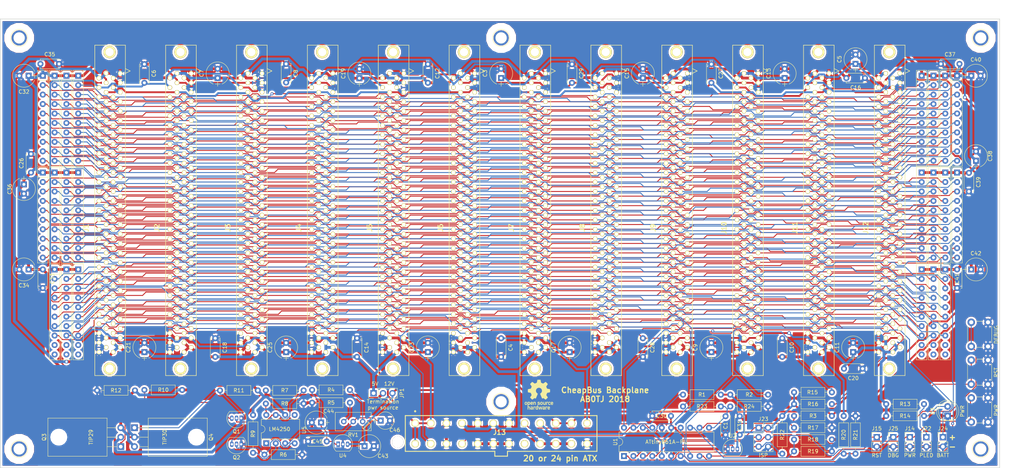
<source format=kicad_pcb>
(kicad_pcb (version 20171130) (host pcbnew "(5.0.2)-1")
  (layers (0 F.Cu signal hide) (31 B.Cu signal hide) (34 B.Paste user) (35 F.Paste user) (36 B.SilkS user) (37 F.SilkS user) (38 B.Mask user) (39 F.Mask user) (44 Edge.Cuts user))
  (net 0 "")
  (net 1 /+3.3V)
  (net 2 /~RESET)
  (net 3 /S0)
  (net 4 /S1)
  (net 5 /S2)
  (net 6 /S3)
  (net 7 /S4)
  (net 8 /S5)
  (net 9 /S6)
  (net 10 /S7)
  (net 11 /S8)
  (net 12 /S9)
  (net 13 /S10)
  (net 14 /S11)
  (net 15 /S12)
  (net 16 /S13)
  (net 17 /S14)
  (net 18 /S15)
  (net 19 /S16)
  (net 20 /S17)
  (net 21 /S18)
  (net 22 /S19)
  (net 23 /S20)
  (net 24 /S21)
  (net 25 /S22)
  (net 26 /S23)
  (net 27 /S24)
  (net 28 /S25)
  (net 29 /S26)
  (net 30 /S27)
  (net 31 /S28)
  (net 32 /S29)
  (net 33 /S30)
  (net 34 /S31)
  (net 35 /S32)
  (net 36 /S33)
  (net 37 /S34)
  (net 38 /S35)
  (net 39 /S36)
  (net 40 /S37)
  (net 41 /S38)
  (net 42 /S39)
  (net 43 /S40)
  (net 44 /S41)
  (net 45 /S42)
  (net 46 /S43)
  (net 47 /S44)
  (net 48 /S48)
  (net 49 /S49)
  (net 50 /S50)
  (net 51 /S51)
  (net 52 /S52)
  (net 53 /S53)
  (net 54 /S54)
  (net 55 /S55)
  (net 56 /S56)
  (net 57 /S57)
  (net 58 /S58)
  (net 59 /S59)
  (net 60 /S60)
  (net 61 /S61)
  (net 62 /S62)
  (net 63 /S63)
  (net 64 /S64)
  (net 65 /S65)
  (net 66 /S66)
  (net 67 /S67)
  (net 68 /S68)
  (net 69 /S69)
  (net 70 /S70)
  (net 71 /S71)
  (net 72 /S72)
  (net 73 /S73)
  (net 74 /S74)
  (net 75 /S75)
  (net 76 /S76)
  (net 77 /S77)
  (net 78 /S78)
  (net 79 /S79)
  (net 80 /S80)
  (net 81 /S81)
  (net 82 /S82)
  (net 83 /S83)
  (net 84 /S84)
  (net 85 /S86)
  (net 86 /S87)
  (net 87 /S88)
  (net 88 /S89)
  (net 89 /S90)
  (net 90 /S91)
  (net 91 /S92)
  (net 92 /S93)
  (net 93 /S94)
  (net 94 /S95)
  (net 95 /S96)
  (net 96 /S97)
  (net 97 /S98)
  (net 98 /POK)
  (net 99 /+5VSB)
  (net 100 /-5V)
  (net 101 GND)
  (net 102 /~PS_ON)
  (net 103 "Net-(J14-Pad1)")
  (net 104 +5V)
  (net 105 +12V)
  (net 106 -12V)
  (net 107 +2V8)
  (net 108 "Net-(RN5-Pad10)")
  (net 109 "Net-(RN7-Pad10)")
  (net 110 "Net-(RN10-Pad10)")
  (net 111 "Net-(RN17-Pad10)")
  (net 112 "Net-(RN19-Pad10)")
  (net 113 "Net-(RN24-Pad10)")
  (net 114 "Net-(C44-Pad1)")
  (net 115 "Net-(C46-Pad1)")
  (net 116 "Net-(Q1-Pad3)")
  (net 117 "Net-(Q2-Pad3)")
  (net 118 "Net-(R4-Pad1)")
  (net 119 "Net-(R5-Pad1)")
  (net 120 "Net-(Q2-Pad2)")
  (net 121 "Net-(Q1-Pad2)")
  (net 122 "Net-(R8-Pad1)")
  (net 123 "Net-(R9-Pad2)")
  (net 124 "Net-(U5-Pad5)")
  (net 125 "Net-(U5-Pad1)")
  (net 126 /TERMPWR)
  (net 127 "Net-(D3-Pad2)")
  (net 128 "Net-(J22-Pad1)")
  (net 129 "Net-(J15-Pad1)")
  (net 130 "Net-(J23-Pad5)")
  (net 131 "Net-(J23-Pad4)")
  (net 132 "Net-(J23-Pad3)")
  (net 133 /M12)
  (net 134 /M5)
  (net 135 /M3V3)
  (net 136 /SCL)
  (net 137 /SDA)
  (net 138 /VBAT)
  (net 139 "Net-(RN10-Pad9)")
  (net 140 "Net-(RN24-Pad9)")
  (net 141 "Net-(U1-Pad4)")
  (net 142 /~NMI)
  (net 143 "Net-(RN5-Pad9)")
  (net 144 "Net-(RN19-Pad9)")
  (net 145 "Net-(RN17-Pad9)")
  (net 146 "Net-(RN7-Pad9)")
  (net 147 /MBAT)
  (net 148 "Net-(J21-Pad1)")
  (net 149 "Net-(J20-Pad1)")
  (net 150 "Net-(J19-Pad1)")
  (net 151 "Net-(J18-Pad1)")
  (net 152 "Net-(J17-Pad1)")
  (net 153 "Net-(J16-Pad1)")
  (module Capacitors_THT:C_Disc_D5.0mm_W2.5mm_P5.00mm (layer F.Cu) (at 208.915 130.255 270)
    (fp_text reference C1 (at 2.5 0 270) (layer F.SilkS))
    (fp_text value .1uF)
    (pad 2 thru_hole circle (at 5 0 270) (size 1.6 1.6) (drill 0.8) (layers *.Cu *.Mask) (net 101 GND))
    (pad 1 thru_hole circle (at 0 0 270) (size 1.6 1.6) (drill 0.8) (layers *.Cu *.Mask) (net 147 /MBAT))
  )
  (module Resistors_THT:R_Axial_DIN0207_L6.3mm_D2.5mm_P10.16mm_Horizontal (layer F.Cu) (at 210.185 127.635)
    (fp_text reference R24 (at 5.08 0) (layer F.SilkS))
    (fp_text value 7.5M)
    (pad 1 thru_hole circle (at 0 0) (size 1.6 1.6) (drill 0.8) (layers *.Cu *.Mask) (net 147 /MBAT))
    (pad 2 thru_hole oval (at 10.16 0) (size 1.6 1.6) (drill 0.8) (layers *.Cu *.Mask) (net 101 GND))
  )
  (module Resistors_THT:R_Axial_DIN0207_L6.3mm_D2.5mm_P10.16mm_Horizontal (layer F.Cu) (at 197.485 127.635)
    (fp_text reference R23 (at 5.08 0) (layer F.SilkS))
    (fp_text value 20M)
    (pad 2 thru_hole oval (at 10.16 0) (size 1.6 1.6) (drill 0.8) (layers *.Cu *.Mask) (net 147 /MBAT))
    (pad 1 thru_hole circle (at 0 0) (size 1.6 1.6) (drill 0.8) (layers *.Cu *.Mask) (net 138 /VBAT))
  )
  (module Resistors_THT:R_Axial_DIN0207_L6.3mm_D2.5mm_P10.16mm_Horizontal (layer F.Cu) (at 227.33 127)
    (fp_text reference R16 (at 5.08 0) (layer F.SilkS))
    (fp_text value 2200)
    (pad 1 thru_hole circle (at 0 0) (size 1.6 1.6) (drill 0.8) (layers *.Cu *.Mask) (net 99 /+5VSB))
    (pad 2 thru_hole oval (at 10.16 0) (size 1.6 1.6) (drill 0.8) (layers *.Cu *.Mask) (net 136 /SCL))
  )
  (module Resistors_THT:R_Axial_DIN0207_L6.3mm_D2.5mm_P10.16mm_Horizontal (layer F.Cu) (at 227.33 123.825)
    (fp_text reference R15 (at 4.953 0) (layer F.SilkS))
    (fp_text value 2200)
    (pad 2 thru_hole oval (at 10.16 0) (size 1.6 1.6) (drill 0.8) (layers *.Cu *.Mask) (net 137 /SDA))
    (pad 1 thru_hole circle (at 0 0) (size 1.6 1.6) (drill 0.8) (layers *.Cu *.Mask) (net 99 /+5VSB))
  )
  (module Buttons_Switches_THT:SW_PUSH_6mm_h5mm (layer F.Cu) (at 274.955 111.505 90)
    (fp_text reference SW3)
    (fp_text value DEBUG (at 3.175 6.7 90) (layer F.SilkS))
    (pad 1 thru_hole circle (at 6.5 0 180) (size 2 2) (drill 1.1) (layers *.Cu *.Mask) (net 131 "Net-(J23-Pad4)"))
    (pad 2 thru_hole circle (at 6.5 4.5 180) (size 2 2) (drill 1.1) (layers *.Cu *.Mask) (net 101 GND))
    (pad 1 thru_hole circle (at 0 0 180) (size 2 2) (drill 1.1) (layers *.Cu *.Mask) (net 131 "Net-(J23-Pad4)"))
    (pad 2 thru_hole circle (at 0 4.5 180) (size 2 2) (drill 1.1) (layers *.Cu *.Mask) (net 101 GND))
  )
  (module Housings_DIP:DIP-20_W7.62mm (layer F.Cu) (at 181.61 140.97 90)
    (fp_text reference U1 (at 3.81 -2.33 90) (layer F.SilkS))
    (fp_text value ATtiny861A-PU (at 3.81 11.43 180) (layer F.SilkS))
    (pad 20 thru_hole oval (at 7.62 0 90) (size 1.6 1.6) (drill 0.8) (layers *.Cu *.Mask) (net 137 /SDA))
    (pad 10 thru_hole oval (at 0 22.86 90) (size 1.6 1.6) (drill 0.8) (layers *.Cu *.Mask) (net 130 "Net-(J23-Pad5)"))
    (pad 19 thru_hole oval (at 7.62 2.54 90) (size 1.6 1.6) (drill 0.8) (layers *.Cu *.Mask) (net 102 /~PS_ON))
    (pad 9 thru_hole oval (at 0 20.32 90) (size 1.6 1.6) (drill 0.8) (layers *.Cu *.Mask) (net 103 "Net-(J14-Pad1)"))
    (pad 18 thru_hole oval (at 7.62 5.08 90) (size 1.6 1.6) (drill 0.8) (layers *.Cu *.Mask) (net 136 /SCL))
    (pad 8 thru_hole oval (at 0 17.78 90) (size 1.6 1.6) (drill 0.8) (layers *.Cu *.Mask) (net 2 /~RESET))
    (pad 17 thru_hole oval (at 7.62 7.62 90) (size 1.6 1.6) (drill 0.8) (layers *.Cu *.Mask) (net 98 /POK))
    (pad 7 thru_hole oval (at 0 15.24 90) (size 1.6 1.6) (drill 0.8) (layers *.Cu *.Mask) (net 142 /~NMI))
    (pad 16 thru_hole oval (at 7.62 10.16 90) (size 1.6 1.6) (drill 0.8) (layers *.Cu *.Mask) (net 101 GND))
    (pad 6 thru_hole oval (at 0 12.7 90) (size 1.6 1.6) (drill 0.8) (layers *.Cu *.Mask) (net 101 GND))
    (pad 15 thru_hole oval (at 7.62 12.7 90) (size 1.6 1.6) (drill 0.8) (layers *.Cu *.Mask) (net 99 /+5VSB))
    (pad 5 thru_hole oval (at 0 10.16 90) (size 1.6 1.6) (drill 0.8) (layers *.Cu *.Mask) (net 99 /+5VSB))
    (pad 14 thru_hole oval (at 7.62 15.24 90) (size 1.6 1.6) (drill 0.8) (layers *.Cu *.Mask) (net 135 /M3V3))
    (pad 4 thru_hole oval (at 0 7.62 90) (size 1.6 1.6) (drill 0.8) (layers *.Cu *.Mask) (net 141 "Net-(U1-Pad4)"))
    (pad 13 thru_hole oval (at 7.62 17.78 90) (size 1.6 1.6) (drill 0.8) (layers *.Cu *.Mask) (net 134 /M5))
    (pad 3 thru_hole oval (at 0 5.08 90) (size 1.6 1.6) (drill 0.8) (layers *.Cu *.Mask) (net 132 "Net-(J23-Pad3)"))
    (pad 12 thru_hole oval (at 7.62 20.32 90) (size 1.6 1.6) (drill 0.8) (layers *.Cu *.Mask) (net 133 /M12))
    (pad 2 thru_hole oval (at 0 2.54 90) (size 1.6 1.6) (drill 0.8) (layers *.Cu *.Mask) (net 129 "Net-(J15-Pad1)"))
    (pad 11 thru_hole oval (at 7.62 22.86 90) (size 1.6 1.6) (drill 0.8) (layers *.Cu *.Mask) (net 147 /MBAT))
    (pad 1 thru_hole rect (at 0 0 90) (size 1.6 1.6) (drill 0.8) (layers *.Cu *.Mask) (net 131 "Net-(J23-Pad4)"))
  )
  (module Pin_Headers:Pin_Header_Straight_1x02_Pitch2.54mm (layer F.Cu) (at 254 135.89)
    (fp_text reference J25 (at 0 -2.33) (layer F.SilkS))
    (fp_text value DBG (at 0 4.87) (layer F.SilkS))
    (pad 2 thru_hole oval (at 0 2.54) (size 1.7 1.7) (drill 1) (layers *.Cu *.Mask) (net 101 GND))
    (pad 1 thru_hole rect (at 0 0) (size 1.7 1.7) (drill 1) (layers *.Cu *.Mask) (net 131 "Net-(J23-Pad4)"))
  )
  (module Pin_Headers:Pin_Header_Straight_1x02_Pitch2.54mm (layer F.Cu) (at 267.335 135.89)
    (fp_text reference J24 (at 0 -2.33) (layer F.SilkS))
    (fp_text value BATT (at 0 4.87) (layer F.SilkS))
    (pad 2 thru_hole oval (at 0 2.54) (size 1.7 1.7) (drill 1) (layers *.Cu *.Mask) (net 101 GND))
    (pad 1 thru_hole rect (at 0 0) (size 1.7 1.7) (drill 1) (layers *.Cu *.Mask) (net 138 /VBAT))
  )
  (module Symbols:OSHW-Logo_7.5x8mm_SilkScreen (layer F.Cu) (at 158.75 124.46)
    (fp_text reference LOGO1 hide)
    (fp_text value Logo_Open_Hardware_Large hide)
  )
  (module TO_SOT_Packages_THT:TO-92_Inline_Narrow_Oval (layer F.Cu) (at 209.55 139.065)
    (fp_text reference U2 (at 1.27 -3.56) (layer F.SilkS))
    (fp_text value DS18B20)
    (pad 1 thru_hole rect (at 0 0 180) (size 0.9 1.5) (drill 0.6) (layers *.Cu *.Mask) (net 101 GND))
    (pad 3 thru_hole oval (at 2.54 0 180) (size 0.9 1.5) (drill 0.6) (layers *.Cu *.Mask) (net 99 /+5VSB))
    (pad 2 thru_hole oval (at 1.27 0 180) (size 0.9 1.5) (drill 0.6) (layers *.Cu *.Mask) (net 141 "Net-(U1-Pad4)"))
  )
  (module SamacSys_Parts:JAE_TX25-120P-6ST-H1E (layer F.Cu) (at 39.37 74.93 90)
    (fp_text reference J1 (at -4.699 -2.3114 90) (layer F.SilkS) (effects (font (size 1.27 1.27) (thickness 0.254))))
    (fp_text value TX25-120P-6ST-H1E hide)
    (pad 1 thru_hole circle (at 36.83 6.858 180) (size 1.2192 1.2192) (drill 0.8128) (layers *.Cu *.Mask F.SilkS) (net 101 GND))
    (pad 2 thru_hole circle (at 35.56 4.953 180) (size 1.2192 1.2192) (drill 0.8128) (layers *.Cu *.Mask F.SilkS) (net 101 GND))
    (pad 3 thru_hole circle (at 34.29 6.858 180) (size 1.2192 1.2192) (drill 0.8128) (layers *.Cu *.Mask F.SilkS) (net 101 GND))
    (pad 4 thru_hole circle (at 33.02 4.953 180) (size 1.2192 1.2192) (drill 0.8128) (layers *.Cu *.Mask F.SilkS) (net 101 GND))
    (pad 5 thru_hole circle (at 31.75 6.858 180) (size 1.2192 1.2192) (drill 0.8128) (layers *.Cu *.Mask F.SilkS) (net 101 GND))
    (pad 6 thru_hole circle (at 30.48 4.953 180) (size 1.2192 1.2192) (drill 0.8128) (layers *.Cu *.Mask F.SilkS) (net 49 /S49))
    (pad 7 thru_hole circle (at 29.21 6.858 180) (size 1.2192 1.2192) (drill 0.8128) (layers *.Cu *.Mask F.SilkS) (net 50 /S50))
    (pad 8 thru_hole circle (at 27.94 4.953 180) (size 1.2192 1.2192) (drill 0.8128) (layers *.Cu *.Mask F.SilkS) (net 51 /S51))
    (pad 9 thru_hole circle (at 26.67 6.858 180) (size 1.2192 1.2192) (drill 0.8128) (layers *.Cu *.Mask F.SilkS) (net 48 /S48))
    (pad 10 thru_hole circle (at 25.4 4.953 180) (size 1.2192 1.2192) (drill 0.8128) (layers *.Cu *.Mask F.SilkS) (net 3 /S0))
    (pad 11 thru_hole circle (at 24.13 6.858 180) (size 1.2192 1.2192) (drill 0.8128) (layers *.Cu *.Mask F.SilkS) (net 4 /S1))
    (pad 12 thru_hole circle (at 22.86 4.953 180) (size 1.2192 1.2192) (drill 0.8128) (layers *.Cu *.Mask F.SilkS) (net 5 /S2))
    (pad 13 thru_hole circle (at 21.59 6.858 180) (size 1.2192 1.2192) (drill 0.8128) (layers *.Cu *.Mask F.SilkS) (net 6 /S3))
    (pad 14 thru_hole circle (at 20.32 4.953 180) (size 1.2192 1.2192) (drill 0.8128) (layers *.Cu *.Mask F.SilkS) (net 7 /S4))
    (pad 15 thru_hole circle (at 19.05 6.858 180) (size 1.2192 1.2192) (drill 0.8128) (layers *.Cu *.Mask F.SilkS) (net 8 /S5))
    (pad 16 thru_hole circle (at 17.78 4.953 180) (size 1.2192 1.2192) (drill 0.8128) (layers *.Cu *.Mask F.SilkS) (net 9 /S6))
    (pad 17 thru_hole circle (at 16.51 6.858 180) (size 1.2192 1.2192) (drill 0.8128) (layers *.Cu *.Mask F.SilkS) (net 10 /S7))
    (pad 18 thru_hole circle (at 15.24 4.953 180) (size 1.2192 1.2192) (drill 0.8128) (layers *.Cu *.Mask F.SilkS) (net 11 /S8))
    (pad 19 thru_hole circle (at 13.97 6.858 180) (size 1.2192 1.2192) (drill 0.8128) (layers *.Cu *.Mask F.SilkS) (net 12 /S9))
    (pad 20 thru_hole circle (at 12.7 4.953 180) (size 1.2192 1.2192) (drill 0.8128) (layers *.Cu *.Mask F.SilkS) (net 13 /S10))
    (pad 21 thru_hole circle (at 11.43 6.858 180) (size 1.2192 1.2192) (drill 0.8128) (layers *.Cu *.Mask F.SilkS) (net 14 /S11))
    (pad 22 thru_hole circle (at 10.16 4.953 180) (size 1.2192 1.2192) (drill 0.8128) (layers *.Cu *.Mask F.SilkS) (net 15 /S12))
    (pad 23 thru_hole circle (at 8.89 6.858 180) (size 1.2192 1.2192) (drill 0.8128) (layers *.Cu *.Mask F.SilkS) (net 16 /S13))
    (pad 24 thru_hole circle (at 7.62 4.953 180) (size 1.2192 1.2192) (drill 0.8128) (layers *.Cu *.Mask F.SilkS) (net 17 /S14))
    (pad 25 thru_hole circle (at 6.35 6.858 180) (size 1.2192 1.2192) (drill 0.8128) (layers *.Cu *.Mask F.SilkS) (net 18 /S15))
    (pad 26 thru_hole circle (at 5.08 4.953 180) (size 1.2192 1.2192) (drill 0.8128) (layers *.Cu *.Mask F.SilkS) (net 19 /S16))
    (pad 27 thru_hole circle (at 3.81 6.858 180) (size 1.2192 1.2192) (drill 0.8128) (layers *.Cu *.Mask F.SilkS) (net 20 /S17))
    (pad 28 thru_hole circle (at 2.54 4.953 180) (size 1.2192 1.2192) (drill 0.8128) (layers *.Cu *.Mask F.SilkS) (net 21 /S18))
    (pad 29 thru_hole circle (at 1.27 6.858 180) (size 1.2192 1.2192) (drill 0.8128) (layers *.Cu *.Mask F.SilkS) (net 22 /S19))
    (pad 30 thru_hole circle (at 0 4.953 180) (size 1.2192 1.2192) (drill 0.8128) (layers *.Cu *.Mask F.SilkS) (net 23 /S20))
    (pad 31 thru_hole circle (at -1.27 6.858 180) (size 1.2192 1.2192) (drill 0.8128) (layers *.Cu *.Mask F.SilkS) (net 24 /S21))
    (pad 32 thru_hole circle (at -2.54 4.953 180) (size 1.2192 1.2192) (drill 0.8128) (layers *.Cu *.Mask F.SilkS) (net 25 /S22))
    (pad 33 thru_hole circle (at -3.81 6.858 180) (size 1.2192 1.2192) (drill 0.8128) (layers *.Cu *.Mask F.SilkS) (net 26 /S23))
    (pad 34 thru_hole circle (at -5.08 4.953 180) (size 1.2192 1.2192) (drill 0.8128) (layers *.Cu *.Mask F.SilkS) (net 27 /S24))
    (pad 35 thru_hole circle (at -6.35 6.858 180) (size 1.2192 1.2192) (drill 0.8128) (layers *.Cu *.Mask F.SilkS) (net 28 /S25))
    (pad 36 thru_hole circle (at -7.62 4.953 180) (size 1.2192 1.2192) (drill 0.8128) (layers *.Cu *.Mask F.SilkS) (net 29 /S26))
    (pad 37 thru_hole circle (at -8.89 6.858 180) (size 1.2192 1.2192) (drill 0.8128) (layers *.Cu *.Mask F.SilkS) (net 30 /S27))
    (pad 38 thru_hole circle (at -10.16 4.953 180) (size 1.2192 1.2192) (drill 0.8128) (layers *.Cu *.Mask F.SilkS) (net 31 /S28))
    (pad 39 thru_hole circle (at -11.43 6.858 180) (size 1.2192 1.2192) (drill 0.8128) (layers *.Cu *.Mask F.SilkS) (net 32 /S29))
    (pad 40 thru_hole circle (at -12.7 4.953 180) (size 1.2192 1.2192) (drill 0.8128) (layers *.Cu *.Mask F.SilkS) (net 33 /S30))
    (pad 41 thru_hole circle (at -13.97 6.858 180) (size 1.2192 1.2192) (drill 0.8128) (layers *.Cu *.Mask F.SilkS) (net 34 /S31))
    (pad 42 thru_hole circle (at -15.24 4.953 180) (size 1.2192 1.2192) (drill 0.8128) (layers *.Cu *.Mask F.SilkS) (net 35 /S32))
    (pad 43 thru_hole circle (at -16.51 6.858 180) (size 1.2192 1.2192) (drill 0.8128) (layers *.Cu *.Mask F.SilkS) (net 36 /S33))
    (pad 44 thru_hole circle (at -17.78 4.953 180) (size 1.2192 1.2192) (drill 0.8128) (layers *.Cu *.Mask F.SilkS) (net 37 /S34))
    (pad 45 thru_hole circle (at -19.05 6.858 180) (size 1.2192 1.2192) (drill 0.8128) (layers *.Cu *.Mask F.SilkS) (net 38 /S35))
    (pad 46 thru_hole circle (at -20.32 4.953 180) (size 1.2192 1.2192) (drill 0.8128) (layers *.Cu *.Mask F.SilkS) (net 39 /S36))
    (pad 47 thru_hole circle (at -21.59 6.858 180) (size 1.2192 1.2192) (drill 0.8128) (layers *.Cu *.Mask F.SilkS) (net 40 /S37))
    (pad 48 thru_hole circle (at -22.86 4.953 180) (size 1.2192 1.2192) (drill 0.8128) (layers *.Cu *.Mask F.SilkS) (net 41 /S38))
    (pad 49 thru_hole circle (at -24.13 6.858 180) (size 1.2192 1.2192) (drill 0.8128) (layers *.Cu *.Mask F.SilkS) (net 42 /S39))
    (pad 50 thru_hole circle (at -25.4 4.953 180) (size 1.2192 1.2192) (drill 0.8128) (layers *.Cu *.Mask F.SilkS) (net 43 /S40))
    (pad 51 thru_hole circle (at -26.67 6.858 180) (size 1.2192 1.2192) (drill 0.8128) (layers *.Cu *.Mask F.SilkS) (net 44 /S41))
    (pad 52 thru_hole circle (at -27.94 4.953 180) (size 1.2192 1.2192) (drill 0.8128) (layers *.Cu *.Mask F.SilkS) (net 45 /S42))
    (pad 53 thru_hole circle (at -29.21 6.858 180) (size 1.2192 1.2192) (drill 0.8128) (layers *.Cu *.Mask F.SilkS) (net 46 /S43))
    (pad 54 thru_hole circle (at -30.48 4.953 180) (size 1.2192 1.2192) (drill 0.8128) (layers *.Cu *.Mask F.SilkS) (net 47 /S44))
    (pad 55 thru_hole circle (at -31.75 6.858 180) (size 1.2192 1.2192) (drill 0.8128) (layers *.Cu *.Mask F.SilkS) (net 138 /VBAT))
    (pad 56 thru_hole circle (at -33.02 4.953 180) (size 1.2192 1.2192) (drill 0.8128) (layers *.Cu *.Mask F.SilkS) (net 106 -12V))
    (pad 57 thru_hole circle (at -34.29 6.858 180) (size 1.2192 1.2192) (drill 0.8128) (layers *.Cu *.Mask F.SilkS) (net 1 /+3.3V))
    (pad 58 thru_hole circle (at -35.56 4.953 180) (size 1.2192 1.2192) (drill 0.8128) (layers *.Cu *.Mask F.SilkS) (net 104 +5V))
    (pad 59 thru_hole circle (at -36.83 6.858 180) (size 1.2192 1.2192) (drill 0.8128) (layers *.Cu *.Mask F.SilkS) (net 104 +5V))
    (pad 60 thru_hole circle (at -38.1 4.953 180) (size 1.2192 1.2192) (drill 0.8128) (layers *.Cu *.Mask F.SilkS) (net 104 +5V))
    (pad 61 thru_hole circle (at 36.83 3.048 180) (size 1.2192 1.2192) (drill 0.8128) (layers *.Cu *.Mask F.SilkS) (net 104 +5V))
    (pad 62 thru_hole circle (at 35.56 1.143 180) (size 1.2192 1.2192) (drill 0.8128) (layers *.Cu *.Mask F.SilkS) (net 104 +5V))
    (pad 63 thru_hole circle (at 34.29 3.048 180) (size 1.2192 1.2192) (drill 0.8128) (layers *.Cu *.Mask F.SilkS) (net 99 /+5VSB))
    (pad 64 thru_hole circle (at 33.02 1.143 180) (size 1.2192 1.2192) (drill 0.8128) (layers *.Cu *.Mask F.SilkS) (net 1 /+3.3V))
    (pad 65 thru_hole circle (at 31.75 3.048 180) (size 1.2192 1.2192) (drill 0.8128) (layers *.Cu *.Mask F.SilkS) (net 105 +12V))
    (pad 66 thru_hole circle (at 30.48 1.143 180) (size 1.2192 1.2192) (drill 0.8128) (layers *.Cu *.Mask F.SilkS) (net 52 /S52))
    (pad 67 thru_hole circle (at 29.21 3.048 180) (size 1.2192 1.2192) (drill 0.8128) (layers *.Cu *.Mask F.SilkS) (net 53 /S53))
    (pad 68 thru_hole circle (at 27.94 1.143 180) (size 1.2192 1.2192) (drill 0.8128) (layers *.Cu *.Mask F.SilkS) (net 54 /S54))
    (pad 69 thru_hole circle (at 26.67 3.048 180) (size 1.2192 1.2192) (drill 0.8128) (layers *.Cu *.Mask F.SilkS) (net 55 /S55))
    (pad 70 thru_hole circle (at 25.4 1.143 180) (size 1.2192 1.2192) (drill 0.8128) (layers *.Cu *.Mask F.SilkS) (net 56 /S56))
    (pad 71 thru_hole circle (at 24.13 3.048 180) (size 1.2192 1.2192) (drill 0.8128) (layers *.Cu *.Mask F.SilkS) (net 57 /S57))
    (pad 72 thru_hole circle (at 22.86 1.143 180) (size 1.2192 1.2192) (drill 0.8128) (layers *.Cu *.Mask F.SilkS) (net 58 /S58))
    (pad 73 thru_hole circle (at 21.59 3.048 180) (size 1.2192 1.2192) (drill 0.8128) (layers *.Cu *.Mask F.SilkS) (net 59 /S59))
    (pad 74 thru_hole circle (at 20.32 1.143 180) (size 1.2192 1.2192) (drill 0.8128) (layers *.Cu *.Mask F.SilkS) (net 60 /S60))
    (pad 75 thru_hole circle (at 19.05 3.048 180) (size 1.2192 1.2192) (drill 0.8128) (layers *.Cu *.Mask F.SilkS) (net 61 /S61))
    (pad 76 thru_hole circle (at 17.78 1.143 180) (size 1.2192 1.2192) (drill 0.8128) (layers *.Cu *.Mask F.SilkS) (net 62 /S62))
    (pad 77 thru_hole circle (at 16.51 3.048 180) (size 1.2192 1.2192) (drill 0.8128) (layers *.Cu *.Mask F.SilkS) (net 63 /S63))
    (pad 78 thru_hole circle (at 15.24 1.143 180) (size 1.2192 1.2192) (drill 0.8128) (layers *.Cu *.Mask F.SilkS) (net 64 /S64))
    (pad 79 thru_hole circle (at 13.97 3.048 180) (size 1.2192 1.2192) (drill 0.8128) (layers *.Cu *.Mask F.SilkS) (net 65 /S65))
    (pad 80 thru_hole circle (at 12.7 1.143 180) (size 1.2192 1.2192) (drill 0.8128) (layers *.Cu *.Mask F.SilkS) (net 66 /S66))
    (pad 81 thru_hole circle (at 11.43 3.048 180) (size 1.2192 1.2192) (drill 0.8128) (layers *.Cu *.Mask F.SilkS) (net 67 /S67))
    (pad 82 thru_hole circle (at 10.16 1.143 180) (size 1.2192 1.2192) (drill 0.8128) (layers *.Cu *.Mask F.SilkS) (net 68 /S68))
    (pad 83 thru_hole circle (at 8.89 3.048 180) (size 1.2192 1.2192) (drill 0.8128) (layers *.Cu *.Mask F.SilkS) (net 69 /S69))
    (pad 84 thru_hole circle (at 7.62 1.143 180) (size 1.2192 1.2192) (drill 0.8128) (layers *.Cu *.Mask F.SilkS) (net 70 /S70))
    (pad 85 thru_hole circle (at 6.35 3.048 180) (size 1.2192 1.2192) (drill 0.8128) (layers *.Cu *.Mask F.SilkS) (net 71 /S71))
    (pad 86 thru_hole circle (at 5.08 1.143 180) (size 1.2192 1.2192) (drill 0.8128) (layers *.Cu *.Mask F.SilkS) (net 72 /S72))
    (pad 87 thru_hole circle (at 3.81 3.048 180) (size 1.2192 1.2192) (drill 0.8128) (layers *.Cu *.Mask F.SilkS) (net 73 /S73))
    (pad 88 thru_hole circle (at 2.54 1.143 180) (size 1.2192 1.2192) (drill 0.8128) (layers *.Cu *.Mask F.SilkS) (net 74 /S74))
    (pad 89 thru_hole circle (at 1.27 3.048 180) (size 1.2192 1.2192) (drill 0.8128) (layers *.Cu *.Mask F.SilkS) (net 75 /S75))
    (pad 90 thru_hole circle (at 0 1.143 180) (size 1.2192 1.2192) (drill 0.8128) (layers *.Cu *.Mask F.SilkS) (net 76 /S76))
    (pad 91 thru_hole circle (at -1.27 3.048 180) (size 1.2192 1.2192) (drill 0.8128) (layers *.Cu *.Mask F.SilkS) (net 77 /S77))
    (pad 92 thru_hole circle (at -2.54 1.143 180) (size 1.2192 1.2192) (drill 0.8128) (layers *.Cu *.Mask F.SilkS) (net 78 /S78))
    (pad 93 thru_hole circle (at -3.81 3.048 180) (size 1.2192 1.2192) (drill 0.8128) (layers *.Cu *.Mask F.SilkS) (net 79 /S79))
    (pad 94 thru_hole circle (at -5.08 1.143 180) (size 1.2192 1.2192) (drill 0.8128) (layers *.Cu *.Mask F.SilkS) (net 80 /S80))
    (pad 95 thru_hole circle (at -6.35 3.048 180) (size 1.2192 1.2192) (drill 0.8128) (layers *.Cu *.Mask F.SilkS) (net 81 /S81))
    (pad 96 thru_hole circle (at -7.62 1.143 180) (size 1.2192 1.2192) (drill 0.8128) (layers *.Cu *.Mask F.SilkS) (net 82 /S82))
    (pad 97 thru_hole circle (at -8.89 3.048 180) (size 1.2192 1.2192) (drill 0.8128) (layers *.Cu *.Mask F.SilkS) (net 83 /S83))
    (pad 98 thru_hole circle (at -10.16 1.143 180) (size 1.2192 1.2192) (drill 0.8128) (layers *.Cu *.Mask F.SilkS) (net 84 /S84))
    (pad 99 thru_hole circle (at -11.43 3.048 180) (size 1.2192 1.2192) (drill 0.8128) (layers *.Cu *.Mask F.SilkS) (net 142 /~NMI))
    (pad 100 thru_hole circle (at -12.7 1.143 180) (size 1.2192 1.2192) (drill 0.8128) (layers *.Cu *.Mask F.SilkS) (net 85 /S86))
    (pad 101 thru_hole circle (at -13.97 3.048 180) (size 1.2192 1.2192) (drill 0.8128) (layers *.Cu *.Mask F.SilkS) (net 86 /S87))
    (pad 102 thru_hole circle (at -15.24 1.143 180) (size 1.2192 1.2192) (drill 0.8128) (layers *.Cu *.Mask F.SilkS) (net 87 /S88))
    (pad 103 thru_hole circle (at -16.51 3.048 180) (size 1.2192 1.2192) (drill 0.8128) (layers *.Cu *.Mask F.SilkS) (net 88 /S89))
    (pad 104 thru_hole circle (at -17.78 1.143 180) (size 1.2192 1.2192) (drill 0.8128) (layers *.Cu *.Mask F.SilkS) (net 89 /S90))
    (pad 105 thru_hole circle (at -19.05 3.048 180) (size 1.2192 1.2192) (drill 0.8128) (layers *.Cu *.Mask F.SilkS) (net 90 /S91))
    (pad 106 thru_hole circle (at -20.32 1.143 180) (size 1.2192 1.2192) (drill 0.8128) (layers *.Cu *.Mask F.SilkS) (net 91 /S92))
    (pad 107 thru_hole circle (at -21.59 3.048 180) (size 1.2192 1.2192) (drill 0.8128) (layers *.Cu *.Mask F.SilkS) (net 92 /S93))
    (pad 108 thru_hole circle (at -22.86 1.143 180) (size 1.2192 1.2192) (drill 0.8128) (layers *.Cu *.Mask F.SilkS) (net 93 /S94))
    (pad 109 thru_hole circle (at -24.13 3.048 180) (size 1.2192 1.2192) (drill 0.8128) (layers *.Cu *.Mask F.SilkS) (net 94 /S95))
    (pad 110 thru_hole circle (at -25.4 1.143 180) (size 1.2192 1.2192) (drill 0.8128) (layers *.Cu *.Mask F.SilkS) (net 95 /S96))
    (pad 111 thru_hole circle (at -26.67 3.048 180) (size 1.2192 1.2192) (drill 0.8128) (layers *.Cu *.Mask F.SilkS) (net 96 /S97))
    (pad 112 thru_hole circle (at -27.94 1.143 180) (size 1.2192 1.2192) (drill 0.8128) (layers *.Cu *.Mask F.SilkS) (net 97 /S98))
    (pad 113 thru_hole circle (at -29.21 3.048 180) (size 1.2192 1.2192) (drill 0.8128) (layers *.Cu *.Mask F.SilkS) (net 137 /SDA))
    (pad 114 thru_hole circle (at -30.48 1.143 180) (size 1.2192 1.2192) (drill 0.8128) (layers *.Cu *.Mask F.SilkS) (net 136 /SCL))
    (pad 115 thru_hole circle (at -31.75 3.048 180) (size 1.2192 1.2192) (drill 0.8128) (layers *.Cu *.Mask F.SilkS) (net 2 /~RESET))
    (pad 116 thru_hole circle (at -33.02 1.143 180) (size 1.2192 1.2192) (drill 0.8128) (layers *.Cu *.Mask F.SilkS) (net 101 GND))
    (pad 117 thru_hole circle (at -34.29 3.048 180) (size 1.2192 1.2192) (drill 0.8128) (layers *.Cu *.Mask F.SilkS) (net 101 GND))
    (pad 118 thru_hole circle (at -35.56 1.143 180) (size 1.2192 1.2192) (drill 0.8128) (layers *.Cu *.Mask F.SilkS) (net 101 GND))
    (pad 119 thru_hole circle (at -36.83 3.048 180) (size 1.2192 1.2192) (drill 0.8128) (layers *.Cu *.Mask F.SilkS) (net 101 GND))
    (pad 120 thru_hole circle (at -38.1 1.143 180) (size 1.2192 1.2192) (drill 0.8128) (layers *.Cu *.Mask F.SilkS) (net 101 GND))
    (pad 121 thru_hole circle (at -42.545 3.9878 180) (size 3.3147 3.3147) (drill 2.2098) (layers *.Cu *.Mask F.SilkS))
    (pad 122 thru_hole circle (at 42.545 3.9878 180) (size 3.3147 3.3147) (drill 2.2098) (layers *.Cu *.Mask F.SilkS))
  )
  (module SamacSys_Parts:JAE_TX25-120P-6ST-H1E (layer F.Cu) (at 58.42 74.93 90)
    (fp_text reference J2 (at -4.699 -2.3114 90) (layer F.SilkS) (effects (font (size 1.27 1.27) (thickness 0.254))))
    (fp_text value TX25-120P-6ST-H1E hide)
    (pad 1 thru_hole circle (at 36.83 6.858 180) (size 1.2192 1.2192) (drill 0.8128) (layers *.Cu *.Mask F.SilkS) (net 101 GND))
    (pad 2 thru_hole circle (at 35.56 4.953 180) (size 1.2192 1.2192) (drill 0.8128) (layers *.Cu *.Mask F.SilkS) (net 101 GND))
    (pad 3 thru_hole circle (at 34.29 6.858 180) (size 1.2192 1.2192) (drill 0.8128) (layers *.Cu *.Mask F.SilkS) (net 101 GND))
    (pad 4 thru_hole circle (at 33.02 4.953 180) (size 1.2192 1.2192) (drill 0.8128) (layers *.Cu *.Mask F.SilkS) (net 101 GND))
    (pad 5 thru_hole circle (at 31.75 6.858 180) (size 1.2192 1.2192) (drill 0.8128) (layers *.Cu *.Mask F.SilkS) (net 101 GND))
    (pad 6 thru_hole circle (at 30.48 4.953 180) (size 1.2192 1.2192) (drill 0.8128) (layers *.Cu *.Mask F.SilkS) (net 49 /S49))
    (pad 7 thru_hole circle (at 29.21 6.858 180) (size 1.2192 1.2192) (drill 0.8128) (layers *.Cu *.Mask F.SilkS) (net 50 /S50))
    (pad 8 thru_hole circle (at 27.94 4.953 180) (size 1.2192 1.2192) (drill 0.8128) (layers *.Cu *.Mask F.SilkS) (net 51 /S51))
    (pad 9 thru_hole circle (at 26.67 6.858 180) (size 1.2192 1.2192) (drill 0.8128) (layers *.Cu *.Mask F.SilkS) (net 48 /S48))
    (pad 10 thru_hole circle (at 25.4 4.953 180) (size 1.2192 1.2192) (drill 0.8128) (layers *.Cu *.Mask F.SilkS) (net 3 /S0))
    (pad 11 thru_hole circle (at 24.13 6.858 180) (size 1.2192 1.2192) (drill 0.8128) (layers *.Cu *.Mask F.SilkS) (net 4 /S1))
    (pad 12 thru_hole circle (at 22.86 4.953 180) (size 1.2192 1.2192) (drill 0.8128) (layers *.Cu *.Mask F.SilkS) (net 5 /S2))
    (pad 13 thru_hole circle (at 21.59 6.858 180) (size 1.2192 1.2192) (drill 0.8128) (layers *.Cu *.Mask F.SilkS) (net 6 /S3))
    (pad 14 thru_hole circle (at 20.32 4.953 180) (size 1.2192 1.2192) (drill 0.8128) (layers *.Cu *.Mask F.SilkS) (net 7 /S4))
    (pad 15 thru_hole circle (at 19.05 6.858 180) (size 1.2192 1.2192) (drill 0.8128) (layers *.Cu *.Mask F.SilkS) (net 8 /S5))
    (pad 16 thru_hole circle (at 17.78 4.953 180) (size 1.2192 1.2192) (drill 0.8128) (layers *.Cu *.Mask F.SilkS) (net 9 /S6))
    (pad 17 thru_hole circle (at 16.51 6.858 180) (size 1.2192 1.2192) (drill 0.8128) (layers *.Cu *.Mask F.SilkS) (net 10 /S7))
    (pad 18 thru_hole circle (at 15.24 4.953 180) (size 1.2192 1.2192) (drill 0.8128) (layers *.Cu *.Mask F.SilkS) (net 11 /S8))
    (pad 19 thru_hole circle (at 13.97 6.858 180) (size 1.2192 1.2192) (drill 0.8128) (layers *.Cu *.Mask F.SilkS) (net 12 /S9))
    (pad 20 thru_hole circle (at 12.7 4.953 180) (size 1.2192 1.2192) (drill 0.8128) (layers *.Cu *.Mask F.SilkS) (net 13 /S10))
    (pad 21 thru_hole circle (at 11.43 6.858 180) (size 1.2192 1.2192) (drill 0.8128) (layers *.Cu *.Mask F.SilkS) (net 14 /S11))
    (pad 22 thru_hole circle (at 10.16 4.953 180) (size 1.2192 1.2192) (drill 0.8128) (layers *.Cu *.Mask F.SilkS) (net 15 /S12))
    (pad 23 thru_hole circle (at 8.89 6.858 180) (size 1.2192 1.2192) (drill 0.8128) (layers *.Cu *.Mask F.SilkS) (net 16 /S13))
    (pad 24 thru_hole circle (at 7.62 4.953 180) (size 1.2192 1.2192) (drill 0.8128) (layers *.Cu *.Mask F.SilkS) (net 17 /S14))
    (pad 25 thru_hole circle (at 6.35 6.858 180) (size 1.2192 1.2192) (drill 0.8128) (layers *.Cu *.Mask F.SilkS) (net 18 /S15))
    (pad 26 thru_hole circle (at 5.08 4.953 180) (size 1.2192 1.2192) (drill 0.8128) (layers *.Cu *.Mask F.SilkS) (net 19 /S16))
    (pad 27 thru_hole circle (at 3.81 6.858 180) (size 1.2192 1.2192) (drill 0.8128) (layers *.Cu *.Mask F.SilkS) (net 20 /S17))
    (pad 28 thru_hole circle (at 2.54 4.953 180) (size 1.2192 1.2192) (drill 0.8128) (layers *.Cu *.Mask F.SilkS) (net 21 /S18))
    (pad 29 thru_hole circle (at 1.27 6.858 180) (size 1.2192 1.2192) (drill 0.8128) (layers *.Cu *.Mask F.SilkS) (net 22 /S19))
    (pad 30 thru_hole circle (at 0 4.953 180) (size 1.2192 1.2192) (drill 0.8128) (layers *.Cu *.Mask F.SilkS) (net 23 /S20))
    (pad 31 thru_hole circle (at -1.27 6.858 180) (size 1.2192 1.2192) (drill 0.8128) (layers *.Cu *.Mask F.SilkS) (net 24 /S21))
    (pad 32 thru_hole circle (at -2.54 4.953 180) (size 1.2192 1.2192) (drill 0.8128) (layers *.Cu *.Mask F.SilkS) (net 25 /S22))
    (pad 33 thru_hole circle (at -3.81 6.858 180) (size 1.2192 1.2192) (drill 0.8128) (layers *.Cu *.Mask F.SilkS) (net 26 /S23))
    (pad 34 thru_hole circle (at -5.08 4.953 180) (size 1.2192 1.2192) (drill 0.8128) (layers *.Cu *.Mask F.SilkS) (net 27 /S24))
    (pad 35 thru_hole circle (at -6.35 6.858 180) (size 1.2192 1.2192) (drill 0.8128) (layers *.Cu *.Mask F.SilkS) (net 28 /S25))
    (pad 36 thru_hole circle (at -7.62 4.953 180) (size 1.2192 1.2192) (drill 0.8128) (layers *.Cu *.Mask F.SilkS) (net 29 /S26))
    (pad 37 thru_hole circle (at -8.89 6.858 180) (size 1.2192 1.2192) (drill 0.8128) (layers *.Cu *.Mask F.SilkS) (net 30 /S27))
    (pad 38 thru_hole circle (at -10.16 4.953 180) (size 1.2192 1.2192) (drill 0.8128) (layers *.Cu *.Mask F.SilkS) (net 31 /S28))
    (pad 39 thru_hole circle (at -11.43 6.858 180) (size 1.2192 1.2192) (drill 0.8128) (layers *.Cu *.Mask F.SilkS) (net 32 /S29))
    (pad 40 thru_hole circle (at -12.7 4.953 180) (size 1.2192 1.2192) (drill 0.8128) (layers *.Cu *.Mask F.SilkS) (net 33 /S30))
    (pad 41 thru_hole circle (at -13.97 6.858 180) (size 1.2192 1.2192) (drill 0.8128) (layers *.Cu *.Mask F.SilkS) (net 34 /S31))
    (pad 42 thru_hole circle (at -15.24 4.953 180) (size 1.2192 1.2192) (drill 0.8128) (layers *.Cu *.Mask F.SilkS) (net 35 /S32))
    (pad 43 thru_hole circle (at -16.51 6.858 180) (size 1.2192 1.2192) (drill 0.8128) (layers *.Cu *.Mask F.SilkS) (net 36 /S33))
    (pad 44 thru_hole circle (at -17.78 4.953 180) (size 1.2192 1.2192) (drill 0.8128) (layers *.Cu *.Mask F.SilkS) (net 37 /S34))
    (pad 45 thru_hole circle (at -19.05 6.858 180) (size 1.2192 1.2192) (drill 0.8128) (layers *.Cu *.Mask F.SilkS) (net 38 /S35))
    (pad 46 thru_hole circle (at -20.32 4.953 180) (size 1.2192 1.2192) (drill 0.8128) (layers *.Cu *.Mask F.SilkS) (net 39 /S36))
    (pad 47 thru_hole circle (at -21.59 6.858 180) (size 1.2192 1.2192) (drill 0.8128) (layers *.Cu *.Mask F.SilkS) (net 40 /S37))
    (pad 48 thru_hole circle (at -22.86 4.953 180) (size 1.2192 1.2192) (drill 0.8128) (layers *.Cu *.Mask F.SilkS) (net 41 /S38))
    (pad 49 thru_hole circle (at -24.13 6.858 180) (size 1.2192 1.2192) (drill 0.8128) (layers *.Cu *.Mask F.SilkS) (net 42 /S39))
    (pad 50 thru_hole circle (at -25.4 4.953 180) (size 1.2192 1.2192) (drill 0.8128) (layers *.Cu *.Mask F.SilkS) (net 43 /S40))
    (pad 51 thru_hole circle (at -26.67 6.858 180) (size 1.2192 1.2192) (drill 0.8128) (layers *.Cu *.Mask F.SilkS) (net 44 /S41))
    (pad 52 thru_hole circle (at -27.94 4.953 180) (size 1.2192 1.2192) (drill 0.8128) (layers *.Cu *.Mask F.SilkS) (net 45 /S42))
    (pad 53 thru_hole circle (at -29.21 6.858 180) (size 1.2192 1.2192) (drill 0.8128) (layers *.Cu *.Mask F.SilkS) (net 46 /S43))
    (pad 54 thru_hole circle (at -30.48 4.953 180) (size 1.2192 1.2192) (drill 0.8128) (layers *.Cu *.Mask F.SilkS) (net 47 /S44))
    (pad 55 thru_hole circle (at -31.75 6.858 180) (size 1.2192 1.2192) (drill 0.8128) (layers *.Cu *.Mask F.SilkS) (net 138 /VBAT))
    (pad 56 thru_hole circle (at -33.02 4.953 180) (size 1.2192 1.2192) (drill 0.8128) (layers *.Cu *.Mask F.SilkS) (net 106 -12V))
    (pad 57 thru_hole circle (at -34.29 6.858 180) (size 1.2192 1.2192) (drill 0.8128) (layers *.Cu *.Mask F.SilkS) (net 1 /+3.3V))
    (pad 58 thru_hole circle (at -35.56 4.953 180) (size 1.2192 1.2192) (drill 0.8128) (layers *.Cu *.Mask F.SilkS) (net 104 +5V))
    (pad 59 thru_hole circle (at -36.83 6.858 180) (size 1.2192 1.2192) (drill 0.8128) (layers *.Cu *.Mask F.SilkS) (net 104 +5V))
    (pad 60 thru_hole circle (at -38.1 4.953 180) (size 1.2192 1.2192) (drill 0.8128) (layers *.Cu *.Mask F.SilkS) (net 104 +5V))
    (pad 61 thru_hole circle (at 36.83 3.048 180) (size 1.2192 1.2192) (drill 0.8128) (layers *.Cu *.Mask F.SilkS) (net 104 +5V))
    (pad 62 thru_hole circle (at 35.56 1.143 180) (size 1.2192 1.2192) (drill 0.8128) (layers *.Cu *.Mask F.SilkS) (net 104 +5V))
    (pad 63 thru_hole circle (at 34.29 3.048 180) (size 1.2192 1.2192) (drill 0.8128) (layers *.Cu *.Mask F.SilkS) (net 99 /+5VSB))
    (pad 64 thru_hole circle (at 33.02 1.143 180) (size 1.2192 1.2192) (drill 0.8128) (layers *.Cu *.Mask F.SilkS) (net 1 /+3.3V))
    (pad 65 thru_hole circle (at 31.75 3.048 180) (size 1.2192 1.2192) (drill 0.8128) (layers *.Cu *.Mask F.SilkS) (net 105 +12V))
    (pad 66 thru_hole circle (at 30.48 1.143 180) (size 1.2192 1.2192) (drill 0.8128) (layers *.Cu *.Mask F.SilkS) (net 52 /S52))
    (pad 67 thru_hole circle (at 29.21 3.048 180) (size 1.2192 1.2192) (drill 0.8128) (layers *.Cu *.Mask F.SilkS) (net 53 /S53))
    (pad 68 thru_hole circle (at 27.94 1.143 180) (size 1.2192 1.2192) (drill 0.8128) (layers *.Cu *.Mask F.SilkS) (net 54 /S54))
    (pad 69 thru_hole circle (at 26.67 3.048 180) (size 1.2192 1.2192) (drill 0.8128) (layers *.Cu *.Mask F.SilkS) (net 55 /S55))
    (pad 70 thru_hole circle (at 25.4 1.143 180) (size 1.2192 1.2192) (drill 0.8128) (layers *.Cu *.Mask F.SilkS) (net 56 /S56))
    (pad 71 thru_hole circle (at 24.13 3.048 180) (size 1.2192 1.2192) (drill 0.8128) (layers *.Cu *.Mask F.SilkS) (net 57 /S57))
    (pad 72 thru_hole circle (at 22.86 1.143 180) (size 1.2192 1.2192) (drill 0.8128) (layers *.Cu *.Mask F.SilkS) (net 58 /S58))
    (pad 73 thru_hole circle (at 21.59 3.048 180) (size 1.2192 1.2192) (drill 0.8128) (layers *.Cu *.Mask F.SilkS) (net 59 /S59))
    (pad 74 thru_hole circle (at 20.32 1.143 180) (size 1.2192 1.2192) (drill 0.8128) (layers *.Cu *.Mask F.SilkS) (net 60 /S60))
    (pad 75 thru_hole circle (at 19.05 3.048 180) (size 1.2192 1.2192) (drill 0.8128) (layers *.Cu *.Mask F.SilkS) (net 61 /S61))
    (pad 76 thru_hole circle (at 17.78 1.143 180) (size 1.2192 1.2192) (drill 0.8128) (layers *.Cu *.Mask F.SilkS) (net 62 /S62))
    (pad 77 thru_hole circle (at 16.51 3.048 180) (size 1.2192 1.2192) (drill 0.8128) (layers *.Cu *.Mask F.SilkS) (net 63 /S63))
    (pad 78 thru_hole circle (at 15.24 1.143 180) (size 1.2192 1.2192) (drill 0.8128) (layers *.Cu *.Mask F.SilkS) (net 64 /S64))
    (pad 79 thru_hole circle (at 13.97 3.048 180) (size 1.2192 1.2192) (drill 0.8128) (layers *.Cu *.Mask F.SilkS) (net 65 /S65))
    (pad 80 thru_hole circle (at 12.7 1.143 180) (size 1.2192 1.2192) (drill 0.8128) (layers *.Cu *.Mask F.SilkS) (net 66 /S66))
    (pad 81 thru_hole circle (at 11.43 3.048 180) (size 1.2192 1.2192) (drill 0.8128) (layers *.Cu *.Mask F.SilkS) (net 67 /S67))
    (pad 82 thru_hole circle (at 10.16 1.143 180) (size 1.2192 1.2192) (drill 0.8128) (layers *.Cu *.Mask F.SilkS) (net 68 /S68))
    (pad 83 thru_hole circle (at 8.89 3.048 180) (size 1.2192 1.2192) (drill 0.8128) (layers *.Cu *.Mask F.SilkS) (net 69 /S69))
    (pad 84 thru_hole circle (at 7.62 1.143 180) (size 1.2192 1.2192) (drill 0.8128) (layers *.Cu *.Mask F.SilkS) (net 70 /S70))
    (pad 85 thru_hole circle (at 6.35 3.048 180) (size 1.2192 1.2192) (drill 0.8128) (layers *.Cu *.Mask F.SilkS) (net 71 /S71))
    (pad 86 thru_hole circle (at 5.08 1.143 180) (size 1.2192 1.2192) (drill 0.8128) (layers *.Cu *.Mask F.SilkS) (net 72 /S72))
    (pad 87 thru_hole circle (at 3.81 3.048 180) (size 1.2192 1.2192) (drill 0.8128) (layers *.Cu *.Mask F.SilkS) (net 73 /S73))
    (pad 88 thru_hole circle (at 2.54 1.143 180) (size 1.2192 1.2192) (drill 0.8128) (layers *.Cu *.Mask F.SilkS) (net 74 /S74))
    (pad 89 thru_hole circle (at 1.27 3.048 180) (size 1.2192 1.2192) (drill 0.8128) (layers *.Cu *.Mask F.SilkS) (net 75 /S75))
    (pad 90 thru_hole circle (at 0 1.143 180) (size 1.2192 1.2192) (drill 0.8128) (layers *.Cu *.Mask F.SilkS) (net 76 /S76))
    (pad 91 thru_hole circle (at -1.27 3.048 180) (size 1.2192 1.2192) (drill 0.8128) (layers *.Cu *.Mask F.SilkS) (net 77 /S77))
    (pad 92 thru_hole circle (at -2.54 1.143 180) (size 1.2192 1.2192) (drill 0.8128) (layers *.Cu *.Mask F.SilkS) (net 78 /S78))
    (pad 93 thru_hole circle (at -3.81 3.048 180) (size 1.2192 1.2192) (drill 0.8128) (layers *.Cu *.Mask F.SilkS) (net 79 /S79))
    (pad 94 thru_hole circle (at -5.08 1.143 180) (size 1.2192 1.2192) (drill 0.8128) (layers *.Cu *.Mask F.SilkS) (net 80 /S80))
    (pad 95 thru_hole circle (at -6.35 3.048 180) (size 1.2192 1.2192) (drill 0.8128) (layers *.Cu *.Mask F.SilkS) (net 81 /S81))
    (pad 96 thru_hole circle (at -7.62 1.143 180) (size 1.2192 1.2192) (drill 0.8128) (layers *.Cu *.Mask F.SilkS) (net 82 /S82))
    (pad 97 thru_hole circle (at -8.89 3.048 180) (size 1.2192 1.2192) (drill 0.8128) (layers *.Cu *.Mask F.SilkS) (net 83 /S83))
    (pad 98 thru_hole circle (at -10.16 1.143 180) (size 1.2192 1.2192) (drill 0.8128) (layers *.Cu *.Mask F.SilkS) (net 84 /S84))
    (pad 99 thru_hole circle (at -11.43 3.048 180) (size 1.2192 1.2192) (drill 0.8128) (layers *.Cu *.Mask F.SilkS) (net 142 /~NMI))
    (pad 100 thru_hole circle (at -12.7 1.143 180) (size 1.2192 1.2192) (drill 0.8128) (layers *.Cu *.Mask F.SilkS) (net 85 /S86))
    (pad 101 thru_hole circle (at -13.97 3.048 180) (size 1.2192 1.2192) (drill 0.8128) (layers *.Cu *.Mask F.SilkS) (net 86 /S87))
    (pad 102 thru_hole circle (at -15.24 1.143 180) (size 1.2192 1.2192) (drill 0.8128) (layers *.Cu *.Mask F.SilkS) (net 87 /S88))
    (pad 103 thru_hole circle (at -16.51 3.048 180) (size 1.2192 1.2192) (drill 0.8128) (layers *.Cu *.Mask F.SilkS) (net 88 /S89))
    (pad 104 thru_hole circle (at -17.78 1.143 180) (size 1.2192 1.2192) (drill 0.8128) (layers *.Cu *.Mask F.SilkS) (net 89 /S90))
    (pad 105 thru_hole circle (at -19.05 3.048 180) (size 1.2192 1.2192) (drill 0.8128) (layers *.Cu *.Mask F.SilkS) (net 90 /S91))
    (pad 106 thru_hole circle (at -20.32 1.143 180) (size 1.2192 1.2192) (drill 0.8128) (layers *.Cu *.Mask F.SilkS) (net 91 /S92))
    (pad 107 thru_hole circle (at -21.59 3.048 180) (size 1.2192 1.2192) (drill 0.8128) (layers *.Cu *.Mask F.SilkS) (net 92 /S93))
    (pad 108 thru_hole circle (at -22.86 1.143 180) (size 1.2192 1.2192) (drill 0.8128) (layers *.Cu *.Mask F.SilkS) (net 93 /S94))
    (pad 109 thru_hole circle (at -24.13 3.048 180) (size 1.2192 1.2192) (drill 0.8128) (layers *.Cu *.Mask F.SilkS) (net 94 /S95))
    (pad 110 thru_hole circle (at -25.4 1.143 180) (size 1.2192 1.2192) (drill 0.8128) (layers *.Cu *.Mask F.SilkS) (net 95 /S96))
    (pad 111 thru_hole circle (at -26.67 3.048 180) (size 1.2192 1.2192) (drill 0.8128) (layers *.Cu *.Mask F.SilkS) (net 96 /S97))
    (pad 112 thru_hole circle (at -27.94 1.143 180) (size 1.2192 1.2192) (drill 0.8128) (layers *.Cu *.Mask F.SilkS) (net 97 /S98))
    (pad 113 thru_hole circle (at -29.21 3.048 180) (size 1.2192 1.2192) (drill 0.8128) (layers *.Cu *.Mask F.SilkS) (net 137 /SDA))
    (pad 114 thru_hole circle (at -30.48 1.143 180) (size 1.2192 1.2192) (drill 0.8128) (layers *.Cu *.Mask F.SilkS) (net 136 /SCL))
    (pad 115 thru_hole circle (at -31.75 3.048 180) (size 1.2192 1.2192) (drill 0.8128) (layers *.Cu *.Mask F.SilkS) (net 2 /~RESET))
    (pad 116 thru_hole circle (at -33.02 1.143 180) (size 1.2192 1.2192) (drill 0.8128) (layers *.Cu *.Mask F.SilkS) (net 101 GND))
    (pad 117 thru_hole circle (at -34.29 3.048 180) (size 1.2192 1.2192) (drill 0.8128) (layers *.Cu *.Mask F.SilkS) (net 101 GND))
    (pad 118 thru_hole circle (at -35.56 1.143 180) (size 1.2192 1.2192) (drill 0.8128) (layers *.Cu *.Mask F.SilkS) (net 101 GND))
    (pad 119 thru_hole circle (at -36.83 3.048 180) (size 1.2192 1.2192) (drill 0.8128) (layers *.Cu *.Mask F.SilkS) (net 101 GND))
    (pad 120 thru_hole circle (at -38.1 1.143 180) (size 1.2192 1.2192) (drill 0.8128) (layers *.Cu *.Mask F.SilkS) (net 101 GND))
    (pad 121 thru_hole circle (at -42.545 3.9878 180) (size 3.3147 3.3147) (drill 2.2098) (layers *.Cu *.Mask F.SilkS))
    (pad 122 thru_hole circle (at 42.545 3.9878 180) (size 3.3147 3.3147) (drill 2.2098) (layers *.Cu *.Mask F.SilkS))
  )
  (module SamacSys_Parts:JAE_TX25-120P-6ST-H1E (layer F.Cu) (at 77.47 74.93 90)
    (fp_text reference J3 (at -4.699 -2.3114 90) (layer F.SilkS) (effects (font (size 1.27 1.27) (thickness 0.254))))
    (fp_text value TX25-120P-6ST-H1E hide)
    (pad 122 thru_hole circle (at 42.545 3.9878 180) (size 3.3147 3.3147) (drill 2.2098) (layers *.Cu *.Mask F.SilkS))
    (pad 121 thru_hole circle (at -42.545 3.9878 180) (size 3.3147 3.3147) (drill 2.2098) (layers *.Cu *.Mask F.SilkS))
    (pad 120 thru_hole circle (at -38.1 1.143 180) (size 1.2192 1.2192) (drill 0.8128) (layers *.Cu *.Mask F.SilkS) (net 101 GND))
    (pad 119 thru_hole circle (at -36.83 3.048 180) (size 1.2192 1.2192) (drill 0.8128) (layers *.Cu *.Mask F.SilkS) (net 101 GND))
    (pad 118 thru_hole circle (at -35.56 1.143 180) (size 1.2192 1.2192) (drill 0.8128) (layers *.Cu *.Mask F.SilkS) (net 101 GND))
    (pad 117 thru_hole circle (at -34.29 3.048 180) (size 1.2192 1.2192) (drill 0.8128) (layers *.Cu *.Mask F.SilkS) (net 101 GND))
    (pad 116 thru_hole circle (at -33.02 1.143 180) (size 1.2192 1.2192) (drill 0.8128) (layers *.Cu *.Mask F.SilkS) (net 101 GND))
    (pad 115 thru_hole circle (at -31.75 3.048 180) (size 1.2192 1.2192) (drill 0.8128) (layers *.Cu *.Mask F.SilkS) (net 2 /~RESET))
    (pad 114 thru_hole circle (at -30.48 1.143 180) (size 1.2192 1.2192) (drill 0.8128) (layers *.Cu *.Mask F.SilkS) (net 136 /SCL))
    (pad 113 thru_hole circle (at -29.21 3.048 180) (size 1.2192 1.2192) (drill 0.8128) (layers *.Cu *.Mask F.SilkS) (net 137 /SDA))
    (pad 112 thru_hole circle (at -27.94 1.143 180) (size 1.2192 1.2192) (drill 0.8128) (layers *.Cu *.Mask F.SilkS) (net 97 /S98))
    (pad 111 thru_hole circle (at -26.67 3.048 180) (size 1.2192 1.2192) (drill 0.8128) (layers *.Cu *.Mask F.SilkS) (net 96 /S97))
    (pad 110 thru_hole circle (at -25.4 1.143 180) (size 1.2192 1.2192) (drill 0.8128) (layers *.Cu *.Mask F.SilkS) (net 95 /S96))
    (pad 109 thru_hole circle (at -24.13 3.048 180) (size 1.2192 1.2192) (drill 0.8128) (layers *.Cu *.Mask F.SilkS) (net 94 /S95))
    (pad 108 thru_hole circle (at -22.86 1.143 180) (size 1.2192 1.2192) (drill 0.8128) (layers *.Cu *.Mask F.SilkS) (net 93 /S94))
    (pad 107 thru_hole circle (at -21.59 3.048 180) (size 1.2192 1.2192) (drill 0.8128) (layers *.Cu *.Mask F.SilkS) (net 92 /S93))
    (pad 106 thru_hole circle (at -20.32 1.143 180) (size 1.2192 1.2192) (drill 0.8128) (layers *.Cu *.Mask F.SilkS) (net 91 /S92))
    (pad 105 thru_hole circle (at -19.05 3.048 180) (size 1.2192 1.2192) (drill 0.8128) (layers *.Cu *.Mask F.SilkS) (net 90 /S91))
    (pad 104 thru_hole circle (at -17.78 1.143 180) (size 1.2192 1.2192) (drill 0.8128) (layers *.Cu *.Mask F.SilkS) (net 89 /S90))
    (pad 103 thru_hole circle (at -16.51 3.048 180) (size 1.2192 1.2192) (drill 0.8128) (layers *.Cu *.Mask F.SilkS) (net 88 /S89))
    (pad 102 thru_hole circle (at -15.24 1.143 180) (size 1.2192 1.2192) (drill 0.8128) (layers *.Cu *.Mask F.SilkS) (net 87 /S88))
    (pad 101 thru_hole circle (at -13.97 3.048 180) (size 1.2192 1.2192) (drill 0.8128) (layers *.Cu *.Mask F.SilkS) (net 86 /S87))
    (pad 100 thru_hole circle (at -12.7 1.143 180) (size 1.2192 1.2192) (drill 0.8128) (layers *.Cu *.Mask F.SilkS) (net 85 /S86))
    (pad 99 thru_hole circle (at -11.43 3.048 180) (size 1.2192 1.2192) (drill 0.8128) (layers *.Cu *.Mask F.SilkS) (net 142 /~NMI))
    (pad 98 thru_hole circle (at -10.16 1.143 180) (size 1.2192 1.2192) (drill 0.8128) (layers *.Cu *.Mask F.SilkS) (net 84 /S84))
    (pad 97 thru_hole circle (at -8.89 3.048 180) (size 1.2192 1.2192) (drill 0.8128) (layers *.Cu *.Mask F.SilkS) (net 83 /S83))
    (pad 96 thru_hole circle (at -7.62 1.143 180) (size 1.2192 1.2192) (drill 0.8128) (layers *.Cu *.Mask F.SilkS) (net 82 /S82))
    (pad 95 thru_hole circle (at -6.35 3.048 180) (size 1.2192 1.2192) (drill 0.8128) (layers *.Cu *.Mask F.SilkS) (net 81 /S81))
    (pad 94 thru_hole circle (at -5.08 1.143 180) (size 1.2192 1.2192) (drill 0.8128) (layers *.Cu *.Mask F.SilkS) (net 80 /S80))
    (pad 93 thru_hole circle (at -3.81 3.048 180) (size 1.2192 1.2192) (drill 0.8128) (layers *.Cu *.Mask F.SilkS) (net 79 /S79))
    (pad 92 thru_hole circle (at -2.54 1.143 180) (size 1.2192 1.2192) (drill 0.8128) (layers *.Cu *.Mask F.SilkS) (net 78 /S78))
    (pad 91 thru_hole circle (at -1.27 3.048 180) (size 1.2192 1.2192) (drill 0.8128) (layers *.Cu *.Mask F.SilkS) (net 77 /S77))
    (pad 90 thru_hole circle (at 0 1.143 180) (size 1.2192 1.2192) (drill 0.8128) (layers *.Cu *.Mask F.SilkS) (net 76 /S76))
    (pad 89 thru_hole circle (at 1.27 3.048 180) (size 1.2192 1.2192) (drill 0.8128) (layers *.Cu *.Mask F.SilkS) (net 75 /S75))
    (pad 88 thru_hole circle (at 2.54 1.143 180) (size 1.2192 1.2192) (drill 0.8128) (layers *.Cu *.Mask F.SilkS) (net 74 /S74))
    (pad 87 thru_hole circle (at 3.81 3.048 180) (size 1.2192 1.2192) (drill 0.8128) (layers *.Cu *.Mask F.SilkS) (net 73 /S73))
    (pad 86 thru_hole circle (at 5.08 1.143 180) (size 1.2192 1.2192) (drill 0.8128) (layers *.Cu *.Mask F.SilkS) (net 72 /S72))
    (pad 85 thru_hole circle (at 6.35 3.048 180) (size 1.2192 1.2192) (drill 0.8128) (layers *.Cu *.Mask F.SilkS) (net 71 /S71))
    (pad 84 thru_hole circle (at 7.62 1.143 180) (size 1.2192 1.2192) (drill 0.8128) (layers *.Cu *.Mask F.SilkS) (net 70 /S70))
    (pad 83 thru_hole circle (at 8.89 3.048 180) (size 1.2192 1.2192) (drill 0.8128) (layers *.Cu *.Mask F.SilkS) (net 69 /S69))
    (pad 82 thru_hole circle (at 10.16 1.143 180) (size 1.2192 1.2192) (drill 0.8128) (layers *.Cu *.Mask F.SilkS) (net 68 /S68))
    (pad 81 thru_hole circle (at 11.43 3.048 180) (size 1.2192 1.2192) (drill 0.8128) (layers *.Cu *.Mask F.SilkS) (net 67 /S67))
    (pad 80 thru_hole circle (at 12.7 1.143 180) (size 1.2192 1.2192) (drill 0.8128) (layers *.Cu *.Mask F.SilkS) (net 66 /S66))
    (pad 79 thru_hole circle (at 13.97 3.048 180) (size 1.2192 1.2192) (drill 0.8128) (layers *.Cu *.Mask F.SilkS) (net 65 /S65))
    (pad 78 thru_hole circle (at 15.24 1.143 180) (size 1.2192 1.2192) (drill 0.8128) (layers *.Cu *.Mask F.SilkS) (net 64 /S64))
    (pad 77 thru_hole circle (at 16.51 3.048 180) (size 1.2192 1.2192) (drill 0.8128) (layers *.Cu *.Mask F.SilkS) (net 63 /S63))
    (pad 76 thru_hole circle (at 17.78 1.143 180) (size 1.2192 1.2192) (drill 0.8128) (layers *.Cu *.Mask F.SilkS) (net 62 /S62))
    (pad 75 thru_hole circle (at 19.05 3.048 180) (size 1.2192 1.2192) (drill 0.8128) (layers *.Cu *.Mask F.SilkS) (net 61 /S61))
    (pad 74 thru_hole circle (at 20.32 1.143 180) (size 1.2192 1.2192) (drill 0.8128) (layers *.Cu *.Mask F.SilkS) (net 60 /S60))
    (pad 73 thru_hole circle (at 21.59 3.048 180) (size 1.2192 1.2192) (drill 0.8128) (layers *.Cu *.Mask F.SilkS) (net 59 /S59))
    (pad 72 thru_hole circle (at 22.86 1.143 180) (size 1.2192 1.2192) (drill 0.8128) (layers *.Cu *.Mask F.SilkS) (net 58 /S58))
    (pad 71 thru_hole circle (at 24.13 3.048 180) (size 1.2192 1.2192) (drill 0.8128) (layers *.Cu *.Mask F.SilkS) (net 57 /S57))
    (pad 70 thru_hole circle (at 25.4 1.143 180) (size 1.2192 1.2192) (drill 0.8128) (layers *.Cu *.Mask F.SilkS) (net 56 /S56))
    (pad 69 thru_hole circle (at 26.67 3.048 180) (size 1.2192 1.2192) (drill 0.8128) (layers *.Cu *.Mask F.SilkS) (net 55 /S55))
    (pad 68 thru_hole circle (at 27.94 1.143 180) (size 1.2192 1.2192) (drill 0.8128) (layers *.Cu *.Mask F.SilkS) (net 54 /S54))
    (pad 67 thru_hole circle (at 29.21 3.048 180) (size 1.2192 1.2192) (drill 0.8128) (layers *.Cu *.Mask F.SilkS) (net 53 /S53))
    (pad 66 thru_hole circle (at 30.48 1.143 180) (size 1.2192 1.2192) (drill 0.8128) (layers *.Cu *.Mask F.SilkS) (net 52 /S52))
    (pad 65 thru_hole circle (at 31.75 3.048 180) (size 1.2192 1.2192) (drill 0.8128) (layers *.Cu *.Mask F.SilkS) (net 105 +12V))
    (pad 64 thru_hole circle (at 33.02 1.143 180) (size 1.2192 1.2192) (drill 0.8128) (layers *.Cu *.Mask F.SilkS) (net 1 /+3.3V))
    (pad 63 thru_hole circle (at 34.29 3.048 180) (size 1.2192 1.2192) (drill 0.8128) (layers *.Cu *.Mask F.SilkS) (net 99 /+5VSB))
    (pad 62 thru_hole circle (at 35.56 1.143 180) (size 1.2192 1.2192) (drill 0.8128) (layers *.Cu *.Mask F.SilkS) (net 104 +5V))
    (pad 61 thru_hole circle (at 36.83 3.048 180) (size 1.2192 1.2192) (drill 0.8128) (layers *.Cu *.Mask F.SilkS) (net 104 +5V))
    (pad 60 thru_hole circle (at -38.1 4.953 180) (size 1.2192 1.2192) (drill 0.8128) (layers *.Cu *.Mask F.SilkS) (net 104 +5V))
    (pad 59 thru_hole circle (at -36.83 6.858 180) (size 1.2192 1.2192) (drill 0.8128) (layers *.Cu *.Mask F.SilkS) (net 104 +5V))
    (pad 58 thru_hole circle (at -35.56 4.953 180) (size 1.2192 1.2192) (drill 0.8128) (layers *.Cu *.Mask F.SilkS) (net 104 +5V))
    (pad 57 thru_hole circle (at -34.29 6.858 180) (size 1.2192 1.2192) (drill 0.8128) (layers *.Cu *.Mask F.SilkS) (net 1 /+3.3V))
    (pad 56 thru_hole circle (at -33.02 4.953 180) (size 1.2192 1.2192) (drill 0.8128) (layers *.Cu *.Mask F.SilkS) (net 106 -12V))
    (pad 55 thru_hole circle (at -31.75 6.858 180) (size 1.2192 1.2192) (drill 0.8128) (layers *.Cu *.Mask F.SilkS) (net 138 /VBAT))
    (pad 54 thru_hole circle (at -30.48 4.953 180) (size 1.2192 1.2192) (drill 0.8128) (layers *.Cu *.Mask F.SilkS) (net 47 /S44))
    (pad 53 thru_hole circle (at -29.21 6.858 180) (size 1.2192 1.2192) (drill 0.8128) (layers *.Cu *.Mask F.SilkS) (net 46 /S43))
    (pad 52 thru_hole circle (at -27.94 4.953 180) (size 1.2192 1.2192) (drill 0.8128) (layers *.Cu *.Mask F.SilkS) (net 45 /S42))
    (pad 51 thru_hole circle (at -26.67 6.858 180) (size 1.2192 1.2192) (drill 0.8128) (layers *.Cu *.Mask F.SilkS) (net 44 /S41))
    (pad 50 thru_hole circle (at -25.4 4.953 180) (size 1.2192 1.2192) (drill 0.8128) (layers *.Cu *.Mask F.SilkS) (net 43 /S40))
    (pad 49 thru_hole circle (at -24.13 6.858 180) (size 1.2192 1.2192) (drill 0.8128) (layers *.Cu *.Mask F.SilkS) (net 42 /S39))
    (pad 48 thru_hole circle (at -22.86 4.953 180) (size 1.2192 1.2192) (drill 0.8128) (layers *.Cu *.Mask F.SilkS) (net 41 /S38))
    (pad 47 thru_hole circle (at -21.59 6.858 180) (size 1.2192 1.2192) (drill 0.8128) (layers *.Cu *.Mask F.SilkS) (net 40 /S37))
    (pad 46 thru_hole circle (at -20.32 4.953 180) (size 1.2192 1.2192) (drill 0.8128) (layers *.Cu *.Mask F.SilkS) (net 39 /S36))
    (pad 45 thru_hole circle (at -19.05 6.858 180) (size 1.2192 1.2192) (drill 0.8128) (layers *.Cu *.Mask F.SilkS) (net 38 /S35))
    (pad 44 thru_hole circle (at -17.78 4.953 180) (size 1.2192 1.2192) (drill 0.8128) (layers *.Cu *.Mask F.SilkS) (net 37 /S34))
    (pad 43 thru_hole circle (at -16.51 6.858 180) (size 1.2192 1.2192) (drill 0.8128) (layers *.Cu *.Mask F.SilkS) (net 36 /S33))
    (pad 42 thru_hole circle (at -15.24 4.953 180) (size 1.2192 1.2192) (drill 0.8128) (layers *.Cu *.Mask F.SilkS) (net 35 /S32))
    (pad 41 thru_hole circle (at -13.97 6.858 180) (size 1.2192 1.2192) (drill 0.8128) (layers *.Cu *.Mask F.SilkS) (net 34 /S31))
    (pad 40 thru_hole circle (at -12.7 4.953 180) (size 1.2192 1.2192) (drill 0.8128) (layers *.Cu *.Mask F.SilkS) (net 33 /S30))
    (pad 39 thru_hole circle (at -11.43 6.858 180) (size 1.2192 1.2192) (drill 0.8128) (layers *.Cu *.Mask F.SilkS) (net 32 /S29))
    (pad 38 thru_hole circle (at -10.16 4.953 180) (size 1.2192 1.2192) (drill 0.8128) (layers *.Cu *.Mask F.SilkS) (net 31 /S28))
    (pad 37 thru_hole circle (at -8.89 6.858 180) (size 1.2192 1.2192) (drill 0.8128) (layers *.Cu *.Mask F.SilkS) (net 30 /S27))
    (pad 36 thru_hole circle (at -7.62 4.953 180) (size 1.2192 1.2192) (drill 0.8128) (layers *.Cu *.Mask F.SilkS) (net 29 /S26))
    (pad 35 thru_hole circle (at -6.35 6.858 180) (size 1.2192 1.2192) (drill 0.8128) (layers *.Cu *.Mask F.SilkS) (net 28 /S25))
    (pad 34 thru_hole circle (at -5.08 4.953 180) (size 1.2192 1.2192) (drill 0.8128) (layers *.Cu *.Mask F.SilkS) (net 27 /S24))
    (pad 33 thru_hole circle (at -3.81 6.858 180) (size 1.2192 1.2192) (drill 0.8128) (layers *.Cu *.Mask F.SilkS) (net 26 /S23))
    (pad 32 thru_hole circle (at -2.54 4.953 180) (size 1.2192 1.2192) (drill 0.8128) (layers *.Cu *.Mask F.SilkS) (net 25 /S22))
    (pad 31 thru_hole circle (at -1.27 6.858 180) (size 1.2192 1.2192) (drill 0.8128) (layers *.Cu *.Mask F.SilkS) (net 24 /S21))
    (pad 30 thru_hole circle (at 0 4.953 180) (size 1.2192 1.2192) (drill 0.8128) (layers *.Cu *.Mask F.SilkS) (net 23 /S20))
    (pad 29 thru_hole circle (at 1.27 6.858 180) (size 1.2192 1.2192) (drill 0.8128) (layers *.Cu *.Mask F.SilkS) (net 22 /S19))
    (pad 28 thru_hole circle (at 2.54 4.953 180) (size 1.2192 1.2192) (drill 0.8128) (layers *.Cu *.Mask F.SilkS) (net 21 /S18))
    (pad 27 thru_hole circle (at 3.81 6.858 180) (size 1.2192 1.2192) (drill 0.8128) (layers *.Cu *.Mask F.SilkS) (net 20 /S17))
    (pad 26 thru_hole circle (at 5.08 4.953 180) (size 1.2192 1.2192) (drill 0.8128) (layers *.Cu *.Mask F.SilkS) (net 19 /S16))
    (pad 25 thru_hole circle (at 6.35 6.858 180) (size 1.2192 1.2192) (drill 0.8128) (layers *.Cu *.Mask F.SilkS) (net 18 /S15))
    (pad 24 thru_hole circle (at 7.62 4.953 180) (size 1.2192 1.2192) (drill 0.8128) (layers *.Cu *.Mask F.SilkS) (net 17 /S14))
    (pad 23 thru_hole circle (at 8.89 6.858 180) (size 1.2192 1.2192) (drill 0.8128) (layers *.Cu *.Mask F.SilkS) (net 16 /S13))
    (pad 22 thru_hole circle (at 10.16 4.953 180) (size 1.2192 1.2192) (drill 0.8128) (layers *.Cu *.Mask F.SilkS) (net 15 /S12))
    (pad 21 thru_hole circle (at 11.43 6.858 180) (size 1.2192 1.2192) (drill 0.8128) (layers *.Cu *.Mask F.SilkS) (net 14 /S11))
    (pad 20 thru_hole circle (at 12.7 4.953 180) (size 1.2192 1.2192) (drill 0.8128) (layers *.Cu *.Mask F.SilkS) (net 13 /S10))
    (pad 19 thru_hole circle (at 13.97 6.858 180) (size 1.2192 1.2192) (drill 0.8128) (layers *.Cu *.Mask F.SilkS) (net 12 /S9))
    (pad 18 thru_hole circle (at 15.24 4.953 180) (size 1.2192 1.2192) (drill 0.8128) (layers *.Cu *.Mask F.SilkS) (net 11 /S8))
    (pad 17 thru_hole circle (at 16.51 6.858 180) (size 1.2192 1.2192) (drill 0.8128) (layers *.Cu *.Mask F.SilkS) (net 10 /S7))
    (pad 16 thru_hole circle (at 17.78 4.953 180) (size 1.2192 1.2192) (drill 0.8128) (layers *.Cu *.Mask F.SilkS) (net 9 /S6))
    (pad 15 thru_hole circle (at 19.05 6.858 180) (size 1.2192 1.2192) (drill 0.8128) (layers *.Cu *.Mask F.SilkS) (net 8 /S5))
    (pad 14 thru_hole circle (at 20.32 4.953 180) (size 1.2192 1.2192) (drill 0.8128) (layers *.Cu *.Mask F.SilkS) (net 7 /S4))
    (pad 13 thru_hole circle (at 21.59 6.858 180) (size 1.2192 1.2192) (drill 0.8128) (layers *.Cu *.Mask F.SilkS) (net 6 /S3))
    (pad 12 thru_hole circle (at 22.86 4.953 180) (size 1.2192 1.2192) (drill 0.8128) (layers *.Cu *.Mask F.SilkS) (net 5 /S2))
    (pad 11 thru_hole circle (at 24.13 6.858 180) (size 1.2192 1.2192) (drill 0.8128) (layers *.Cu *.Mask F.SilkS) (net 4 /S1))
    (pad 10 thru_hole circle (at 25.4 4.953 180) (size 1.2192 1.2192) (drill 0.8128) (layers *.Cu *.Mask F.SilkS) (net 3 /S0))
    (pad 9 thru_hole circle (at 26.67 6.858 180) (size 1.2192 1.2192) (drill 0.8128) (layers *.Cu *.Mask F.SilkS) (net 48 /S48))
    (pad 8 thru_hole circle (at 27.94 4.953 180) (size 1.2192 1.2192) (drill 0.8128) (layers *.Cu *.Mask F.SilkS) (net 51 /S51))
    (pad 7 thru_hole circle (at 29.21 6.858 180) (size 1.2192 1.2192) (drill 0.8128) (layers *.Cu *.Mask F.SilkS) (net 50 /S50))
    (pad 6 thru_hole circle (at 30.48 4.953 180) (size 1.2192 1.2192) (drill 0.8128) (layers *.Cu *.Mask F.SilkS) (net 49 /S49))
    (pad 5 thru_hole circle (at 31.75 6.858 180) (size 1.2192 1.2192) (drill 0.8128) (layers *.Cu *.Mask F.SilkS) (net 101 GND))
    (pad 4 thru_hole circle (at 33.02 4.953 180) (size 1.2192 1.2192) (drill 0.8128) (layers *.Cu *.Mask F.SilkS) (net 101 GND))
    (pad 3 thru_hole circle (at 34.29 6.858 180) (size 1.2192 1.2192) (drill 0.8128) (layers *.Cu *.Mask F.SilkS) (net 101 GND))
    (pad 2 thru_hole circle (at 35.56 4.953 180) (size 1.2192 1.2192) (drill 0.8128) (layers *.Cu *.Mask F.SilkS) (net 101 GND))
    (pad 1 thru_hole circle (at 36.83 6.858 180) (size 1.2192 1.2192) (drill 0.8128) (layers *.Cu *.Mask F.SilkS) (net 101 GND))
  )
  (module SamacSys_Parts:JAE_TX25-120P-6ST-H1E (layer F.Cu) (at 96.52 74.93 90)
    (fp_text reference J4 (at -4.699 -2.3114 90) (layer F.SilkS) (effects (font (size 1.27 1.27) (thickness 0.254))))
    (fp_text value TX25-120P-6ST-H1E hide)
    (pad 122 thru_hole circle (at 42.545 3.9878 180) (size 3.3147 3.3147) (drill 2.2098) (layers *.Cu *.Mask F.SilkS))
    (pad 121 thru_hole circle (at -42.545 3.9878 180) (size 3.3147 3.3147) (drill 2.2098) (layers *.Cu *.Mask F.SilkS))
    (pad 120 thru_hole circle (at -38.1 1.143 180) (size 1.2192 1.2192) (drill 0.8128) (layers *.Cu *.Mask F.SilkS) (net 101 GND))
    (pad 119 thru_hole circle (at -36.83 3.048 180) (size 1.2192 1.2192) (drill 0.8128) (layers *.Cu *.Mask F.SilkS) (net 101 GND))
    (pad 118 thru_hole circle (at -35.56 1.143 180) (size 1.2192 1.2192) (drill 0.8128) (layers *.Cu *.Mask F.SilkS) (net 101 GND))
    (pad 117 thru_hole circle (at -34.29 3.048 180) (size 1.2192 1.2192) (drill 0.8128) (layers *.Cu *.Mask F.SilkS) (net 101 GND))
    (pad 116 thru_hole circle (at -33.02 1.143 180) (size 1.2192 1.2192) (drill 0.8128) (layers *.Cu *.Mask F.SilkS) (net 101 GND))
    (pad 115 thru_hole circle (at -31.75 3.048 180) (size 1.2192 1.2192) (drill 0.8128) (layers *.Cu *.Mask F.SilkS) (net 2 /~RESET))
    (pad 114 thru_hole circle (at -30.48 1.143 180) (size 1.2192 1.2192) (drill 0.8128) (layers *.Cu *.Mask F.SilkS) (net 136 /SCL))
    (pad 113 thru_hole circle (at -29.21 3.048 180) (size 1.2192 1.2192) (drill 0.8128) (layers *.Cu *.Mask F.SilkS) (net 137 /SDA))
    (pad 112 thru_hole circle (at -27.94 1.143 180) (size 1.2192 1.2192) (drill 0.8128) (layers *.Cu *.Mask F.SilkS) (net 97 /S98))
    (pad 111 thru_hole circle (at -26.67 3.048 180) (size 1.2192 1.2192) (drill 0.8128) (layers *.Cu *.Mask F.SilkS) (net 96 /S97))
    (pad 110 thru_hole circle (at -25.4 1.143 180) (size 1.2192 1.2192) (drill 0.8128) (layers *.Cu *.Mask F.SilkS) (net 95 /S96))
    (pad 109 thru_hole circle (at -24.13 3.048 180) (size 1.2192 1.2192) (drill 0.8128) (layers *.Cu *.Mask F.SilkS) (net 94 /S95))
    (pad 108 thru_hole circle (at -22.86 1.143 180) (size 1.2192 1.2192) (drill 0.8128) (layers *.Cu *.Mask F.SilkS) (net 93 /S94))
    (pad 107 thru_hole circle (at -21.59 3.048 180) (size 1.2192 1.2192) (drill 0.8128) (layers *.Cu *.Mask F.SilkS) (net 92 /S93))
    (pad 106 thru_hole circle (at -20.32 1.143 180) (size 1.2192 1.2192) (drill 0.8128) (layers *.Cu *.Mask F.SilkS) (net 91 /S92))
    (pad 105 thru_hole circle (at -19.05 3.048 180) (size 1.2192 1.2192) (drill 0.8128) (layers *.Cu *.Mask F.SilkS) (net 90 /S91))
    (pad 104 thru_hole circle (at -17.78 1.143 180) (size 1.2192 1.2192) (drill 0.8128) (layers *.Cu *.Mask F.SilkS) (net 89 /S90))
    (pad 103 thru_hole circle (at -16.51 3.048 180) (size 1.2192 1.2192) (drill 0.8128) (layers *.Cu *.Mask F.SilkS) (net 88 /S89))
    (pad 102 thru_hole circle (at -15.24 1.143 180) (size 1.2192 1.2192) (drill 0.8128) (layers *.Cu *.Mask F.SilkS) (net 87 /S88))
    (pad 101 thru_hole circle (at -13.97 3.048 180) (size 1.2192 1.2192) (drill 0.8128) (layers *.Cu *.Mask F.SilkS) (net 86 /S87))
    (pad 100 thru_hole circle (at -12.7 1.143 180) (size 1.2192 1.2192) (drill 0.8128) (layers *.Cu *.Mask F.SilkS) (net 85 /S86))
    (pad 99 thru_hole circle (at -11.43 3.048 180) (size 1.2192 1.2192) (drill 0.8128) (layers *.Cu *.Mask F.SilkS) (net 142 /~NMI))
    (pad 98 thru_hole circle (at -10.16 1.143 180) (size 1.2192 1.2192) (drill 0.8128) (layers *.Cu *.Mask F.SilkS) (net 84 /S84))
    (pad 97 thru_hole circle (at -8.89 3.048 180) (size 1.2192 1.2192) (drill 0.8128) (layers *.Cu *.Mask F.SilkS) (net 83 /S83))
    (pad 96 thru_hole circle (at -7.62 1.143 180) (size 1.2192 1.2192) (drill 0.8128) (layers *.Cu *.Mask F.SilkS) (net 82 /S82))
    (pad 95 thru_hole circle (at -6.35 3.048 180) (size 1.2192 1.2192) (drill 0.8128) (layers *.Cu *.Mask F.SilkS) (net 81 /S81))
    (pad 94 thru_hole circle (at -5.08 1.143 180) (size 1.2192 1.2192) (drill 0.8128) (layers *.Cu *.Mask F.SilkS) (net 80 /S80))
    (pad 93 thru_hole circle (at -3.81 3.048 180) (size 1.2192 1.2192) (drill 0.8128) (layers *.Cu *.Mask F.SilkS) (net 79 /S79))
    (pad 92 thru_hole circle (at -2.54 1.143 180) (size 1.2192 1.2192) (drill 0.8128) (layers *.Cu *.Mask F.SilkS) (net 78 /S78))
    (pad 91 thru_hole circle (at -1.27 3.048 180) (size 1.2192 1.2192) (drill 0.8128) (layers *.Cu *.Mask F.SilkS) (net 77 /S77))
    (pad 90 thru_hole circle (at 0 1.143 180) (size 1.2192 1.2192) (drill 0.8128) (layers *.Cu *.Mask F.SilkS) (net 76 /S76))
    (pad 89 thru_hole circle (at 1.27 3.048 180) (size 1.2192 1.2192) (drill 0.8128) (layers *.Cu *.Mask F.SilkS) (net 75 /S75))
    (pad 88 thru_hole circle (at 2.54 1.143 180) (size 1.2192 1.2192) (drill 0.8128) (layers *.Cu *.Mask F.SilkS) (net 74 /S74))
    (pad 87 thru_hole circle (at 3.81 3.048 180) (size 1.2192 1.2192) (drill 0.8128) (layers *.Cu *.Mask F.SilkS) (net 73 /S73))
    (pad 86 thru_hole circle (at 5.08 1.143 180) (size 1.2192 1.2192) (drill 0.8128) (layers *.Cu *.Mask F.SilkS) (net 72 /S72))
    (pad 85 thru_hole circle (at 6.35 3.048 180) (size 1.2192 1.2192) (drill 0.8128) (layers *.Cu *.Mask F.SilkS) (net 71 /S71))
    (pad 84 thru_hole circle (at 7.62 1.143 180) (size 1.2192 1.2192) (drill 0.8128) (layers *.Cu *.Mask F.SilkS) (net 70 /S70))
    (pad 83 thru_hole circle (at 8.89 3.048 180) (size 1.2192 1.2192) (drill 0.8128) (layers *.Cu *.Mask F.SilkS) (net 69 /S69))
    (pad 82 thru_hole circle (at 10.16 1.143 180) (size 1.2192 1.2192) (drill 0.8128) (layers *.Cu *.Mask F.SilkS) (net 68 /S68))
    (pad 81 thru_hole circle (at 11.43 3.048 180) (size 1.2192 1.2192) (drill 0.8128) (layers *.Cu *.Mask F.SilkS) (net 67 /S67))
    (pad 80 thru_hole circle (at 12.7 1.143 180) (size 1.2192 1.2192) (drill 0.8128) (layers *.Cu *.Mask F.SilkS) (net 66 /S66))
    (pad 79 thru_hole circle (at 13.97 3.048 180) (size 1.2192 1.2192) (drill 0.8128) (layers *.Cu *.Mask F.SilkS) (net 65 /S65))
    (pad 78 thru_hole circle (at 15.24 1.143 180) (size 1.2192 1.2192) (drill 0.8128) (layers *.Cu *.Mask F.SilkS) (net 64 /S64))
    (pad 77 thru_hole circle (at 16.51 3.048 180) (size 1.2192 1.2192) (drill 0.8128) (layers *.Cu *.Mask F.SilkS) (net 63 /S63))
    (pad 76 thru_hole circle (at 17.78 1.143 180) (size 1.2192 1.2192) (drill 0.8128) (layers *.Cu *.Mask F.SilkS) (net 62 /S62))
    (pad 75 thru_hole circle (at 19.05 3.048 180) (size 1.2192 1.2192) (drill 0.8128) (layers *.Cu *.Mask F.SilkS) (net 61 /S61))
    (pad 74 thru_hole circle (at 20.32 1.143 180) (size 1.2192 1.2192) (drill 0.8128) (layers *.Cu *.Mask F.SilkS) (net 60 /S60))
    (pad 73 thru_hole circle (at 21.59 3.048 180) (size 1.2192 1.2192) (drill 0.8128) (layers *.Cu *.Mask F.SilkS) (net 59 /S59))
    (pad 72 thru_hole circle (at 22.86 1.143 180) (size 1.2192 1.2192) (drill 0.8128) (layers *.Cu *.Mask F.SilkS) (net 58 /S58))
    (pad 71 thru_hole circle (at 24.13 3.048 180) (size 1.2192 1.2192) (drill 0.8128) (layers *.Cu *.Mask F.SilkS) (net 57 /S57))
    (pad 70 thru_hole circle (at 25.4 1.143 180) (size 1.2192 1.2192) (drill 0.8128) (layers *.Cu *.Mask F.SilkS) (net 56 /S56))
    (pad 69 thru_hole circle (at 26.67 3.048 180) (size 1.2192 1.2192) (drill 0.8128) (layers *.Cu *.Mask F.SilkS) (net 55 /S55))
    (pad 68 thru_hole circle (at 27.94 1.143 180) (size 1.2192 1.2192) (drill 0.8128) (layers *.Cu *.Mask F.SilkS) (net 54 /S54))
    (pad 67 thru_hole circle (at 29.21 3.048 180) (size 1.2192 1.2192) (drill 0.8128) (layers *.Cu *.Mask F.SilkS) (net 53 /S53))
    (pad 66 thru_hole circle (at 30.48 1.143 180) (size 1.2192 1.2192) (drill 0.8128) (layers *.Cu *.Mask F.SilkS) (net 52 /S52))
    (pad 65 thru_hole circle (at 31.75 3.048 180) (size 1.2192 1.2192) (drill 0.8128) (layers *.Cu *.Mask F.SilkS) (net 105 +12V))
    (pad 64 thru_hole circle (at 33.02 1.143 180) (size 1.2192 1.2192) (drill 0.8128) (layers *.Cu *.Mask F.SilkS) (net 1 /+3.3V))
    (pad 63 thru_hole circle (at 34.29 3.048 180) (size 1.2192 1.2192) (drill 0.8128) (layers *.Cu *.Mask F.SilkS) (net 99 /+5VSB))
    (pad 62 thru_hole circle (at 35.56 1.143 180) (size 1.2192 1.2192) (drill 0.8128) (layers *.Cu *.Mask F.SilkS) (net 104 +5V))
    (pad 61 thru_hole circle (at 36.83 3.048 180) (size 1.2192 1.2192) (drill 0.8128) (layers *.Cu *.Mask F.SilkS) (net 104 +5V))
    (pad 60 thru_hole circle (at -38.1 4.953 180) (size 1.2192 1.2192) (drill 0.8128) (layers *.Cu *.Mask F.SilkS) (net 104 +5V))
    (pad 59 thru_hole circle (at -36.83 6.858 180) (size 1.2192 1.2192) (drill 0.8128) (layers *.Cu *.Mask F.SilkS) (net 104 +5V))
    (pad 58 thru_hole circle (at -35.56 4.953 180) (size 1.2192 1.2192) (drill 0.8128) (layers *.Cu *.Mask F.SilkS) (net 104 +5V))
    (pad 57 thru_hole circle (at -34.29 6.858 180) (size 1.2192 1.2192) (drill 0.8128) (layers *.Cu *.Mask F.SilkS) (net 1 /+3.3V))
    (pad 56 thru_hole circle (at -33.02 4.953 180) (size 1.2192 1.2192) (drill 0.8128) (layers *.Cu *.Mask F.SilkS) (net 106 -12V))
    (pad 55 thru_hole circle (at -31.75 6.858 180) (size 1.2192 1.2192) (drill 0.8128) (layers *.Cu *.Mask F.SilkS) (net 138 /VBAT))
    (pad 54 thru_hole circle (at -30.48 4.953 180) (size 1.2192 1.2192) (drill 0.8128) (layers *.Cu *.Mask F.SilkS) (net 47 /S44))
    (pad 53 thru_hole circle (at -29.21 6.858 180) (size 1.2192 1.2192) (drill 0.8128) (layers *.Cu *.Mask F.SilkS) (net 46 /S43))
    (pad 52 thru_hole circle (at -27.94 4.953 180) (size 1.2192 1.2192) (drill 0.8128) (layers *.Cu *.Mask F.SilkS) (net 45 /S42))
    (pad 51 thru_hole circle (at -26.67 6.858 180) (size 1.2192 1.2192) (drill 0.8128) (layers *.Cu *.Mask F.SilkS) (net 44 /S41))
    (pad 50 thru_hole circle (at -25.4 4.953 180) (size 1.2192 1.2192) (drill 0.8128) (layers *.Cu *.Mask F.SilkS) (net 43 /S40))
    (pad 49 thru_hole circle (at -24.13 6.858 180) (size 1.2192 1.2192) (drill 0.8128) (layers *.Cu *.Mask F.SilkS) (net 42 /S39))
    (pad 48 thru_hole circle (at -22.86 4.953 180) (size 1.2192 1.2192) (drill 0.8128) (layers *.Cu *.Mask F.SilkS) (net 41 /S38))
    (pad 47 thru_hole circle (at -21.59 6.858 180) (size 1.2192 1.2192) (drill 0.8128) (layers *.Cu *.Mask F.SilkS) (net 40 /S37))
    (pad 46 thru_hole circle (at -20.32 4.953 180) (size 1.2192 1.2192) (drill 0.8128) (layers *.Cu *.Mask F.SilkS) (net 39 /S36))
    (pad 45 thru_hole circle (at -19.05 6.858 180) (size 1.2192 1.2192) (drill 0.8128) (layers *.Cu *.Mask F.SilkS) (net 38 /S35))
    (pad 44 thru_hole circle (at -17.78 4.953 180) (size 1.2192 1.2192) (drill 0.8128) (layers *.Cu *.Mask F.SilkS) (net 37 /S34))
    (pad 43 thru_hole circle (at -16.51 6.858 180) (size 1.2192 1.2192) (drill 0.8128) (layers *.Cu *.Mask F.SilkS) (net 36 /S33))
    (pad 42 thru_hole circle (at -15.24 4.953 180) (size 1.2192 1.2192) (drill 0.8128) (layers *.Cu *.Mask F.SilkS) (net 35 /S32))
    (pad 41 thru_hole circle (at -13.97 6.858 180) (size 1.2192 1.2192) (drill 0.8128) (layers *.Cu *.Mask F.SilkS) (net 34 /S31))
    (pad 40 thru_hole circle (at -12.7 4.953 180) (size 1.2192 1.2192) (drill 0.8128) (layers *.Cu *.Mask F.SilkS) (net 33 /S30))
    (pad 39 thru_hole circle (at -11.43 6.858 180) (size 1.2192 1.2192) (drill 0.8128) (layers *.Cu *.Mask F.SilkS) (net 32 /S29))
    (pad 38 thru_hole circle (at -10.16 4.953 180) (size 1.2192 1.2192) (drill 0.8128) (layers *.Cu *.Mask F.SilkS) (net 31 /S28))
    (pad 37 thru_hole circle (at -8.89 6.858 180) (size 1.2192 1.2192) (drill 0.8128) (layers *.Cu *.Mask F.SilkS) (net 30 /S27))
    (pad 36 thru_hole circle (at -7.62 4.953 180) (size 1.2192 1.2192) (drill 0.8128) (layers *.Cu *.Mask F.SilkS) (net 29 /S26))
    (pad 35 thru_hole circle (at -6.35 6.858 180) (size 1.2192 1.2192) (drill 0.8128) (layers *.Cu *.Mask F.SilkS) (net 28 /S25))
    (pad 34 thru_hole circle (at -5.08 4.953 180) (size 1.2192 1.2192) (drill 0.8128) (layers *.Cu *.Mask F.SilkS) (net 27 /S24))
    (pad 33 thru_hole circle (at -3.81 6.858 180) (size 1.2192 1.2192) (drill 0.8128) (layers *.Cu *.Mask F.SilkS) (net 26 /S23))
    (pad 32 thru_hole circle (at -2.54 4.953 180) (size 1.2192 1.2192) (drill 0.8128) (layers *.Cu *.Mask F.SilkS) (net 25 /S22))
    (pad 31 thru_hole circle (at -1.27 6.858 180) (size 1.2192 1.2192) (drill 0.8128) (layers *.Cu *.Mask F.SilkS) (net 24 /S21))
    (pad 30 thru_hole circle (at 0 4.953 180) (size 1.2192 1.2192) (drill 0.8128) (layers *.Cu *.Mask F.SilkS) (net 23 /S20))
    (pad 29 thru_hole circle (at 1.27 6.858 180) (size 1.2192 1.2192) (drill 0.8128) (layers *.Cu *.Mask F.SilkS) (net 22 /S19))
    (pad 28 thru_hole circle (at 2.54 4.953 180) (size 1.2192 1.2192) (drill 0.8128) (layers *.Cu *.Mask F.SilkS) (net 21 /S18))
    (pad 27 thru_hole circle (at 3.81 6.858 180) (size 1.2192 1.2192) (drill 0.8128) (layers *.Cu *.Mask F.SilkS) (net 20 /S17))
    (pad 26 thru_hole circle (at 5.08 4.953 180) (size 1.2192 1.2192) (drill 0.8128) (layers *.Cu *.Mask F.SilkS) (net 19 /S16))
    (pad 25 thru_hole circle (at 6.35 6.858 180) (size 1.2192 1.2192) (drill 0.8128) (layers *.Cu *.Mask F.SilkS) (net 18 /S15))
    (pad 24 thru_hole circle (at 7.62 4.953 180) (size 1.2192 1.2192) (drill 0.8128) (layers *.Cu *.Mask F.SilkS) (net 17 /S14))
    (pad 23 thru_hole circle (at 8.89 6.858 180) (size 1.2192 1.2192) (drill 0.8128) (layers *.Cu *.Mask F.SilkS) (net 16 /S13))
    (pad 22 thru_hole circle (at 10.16 4.953 180) (size 1.2192 1.2192) (drill 0.8128) (layers *.Cu *.Mask F.SilkS) (net 15 /S12))
    (pad 21 thru_hole circle (at 11.43 6.858 180) (size 1.2192 1.2192) (drill 0.8128) (layers *.Cu *.Mask F.SilkS) (net 14 /S11))
    (pad 20 thru_hole circle (at 12.7 4.953 180) (size 1.2192 1.2192) (drill 0.8128) (layers *.Cu *.Mask F.SilkS) (net 13 /S10))
    (pad 19 thru_hole circle (at 13.97 6.858 180) (size 1.2192 1.2192) (drill 0.8128) (layers *.Cu *.Mask F.SilkS) (net 12 /S9))
    (pad 18 thru_hole circle (at 15.24 4.953 180) (size 1.2192 1.2192) (drill 0.8128) (layers *.Cu *.Mask F.SilkS) (net 11 /S8))
    (pad 17 thru_hole circle (at 16.51 6.858 180) (size 1.2192 1.2192) (drill 0.8128) (layers *.Cu *.Mask F.SilkS) (net 10 /S7))
    (pad 16 thru_hole circle (at 17.78 4.953 180) (size 1.2192 1.2192) (drill 0.8128) (layers *.Cu *.Mask F.SilkS) (net 9 /S6))
    (pad 15 thru_hole circle (at 19.05 6.858 180) (size 1.2192 1.2192) (drill 0.8128) (layers *.Cu *.Mask F.SilkS) (net 8 /S5))
    (pad 14 thru_hole circle (at 20.32 4.953 180) (size 1.2192 1.2192) (drill 0.8128) (layers *.Cu *.Mask F.SilkS) (net 7 /S4))
    (pad 13 thru_hole circle (at 21.59 6.858 180) (size 1.2192 1.2192) (drill 0.8128) (layers *.Cu *.Mask F.SilkS) (net 6 /S3))
    (pad 12 thru_hole circle (at 22.86 4.953 180) (size 1.2192 1.2192) (drill 0.8128) (layers *.Cu *.Mask F.SilkS) (net 5 /S2))
    (pad 11 thru_hole circle (at 24.13 6.858 180) (size 1.2192 1.2192) (drill 0.8128) (layers *.Cu *.Mask F.SilkS) (net 4 /S1))
    (pad 10 thru_hole circle (at 25.4 4.953 180) (size 1.2192 1.2192) (drill 0.8128) (layers *.Cu *.Mask F.SilkS) (net 3 /S0))
    (pad 9 thru_hole circle (at 26.67 6.858 180) (size 1.2192 1.2192) (drill 0.8128) (layers *.Cu *.Mask F.SilkS) (net 48 /S48))
    (pad 8 thru_hole circle (at 27.94 4.953 180) (size 1.2192 1.2192) (drill 0.8128) (layers *.Cu *.Mask F.SilkS) (net 51 /S51))
    (pad 7 thru_hole circle (at 29.21 6.858 180) (size 1.2192 1.2192) (drill 0.8128) (layers *.Cu *.Mask F.SilkS) (net 50 /S50))
    (pad 6 thru_hole circle (at 30.48 4.953 180) (size 1.2192 1.2192) (drill 0.8128) (layers *.Cu *.Mask F.SilkS) (net 49 /S49))
    (pad 5 thru_hole circle (at 31.75 6.858 180) (size 1.2192 1.2192) (drill 0.8128) (layers *.Cu *.Mask F.SilkS) (net 101 GND))
    (pad 4 thru_hole circle (at 33.02 4.953 180) (size 1.2192 1.2192) (drill 0.8128) (layers *.Cu *.Mask F.SilkS) (net 101 GND))
    (pad 3 thru_hole circle (at 34.29 6.858 180) (size 1.2192 1.2192) (drill 0.8128) (layers *.Cu *.Mask F.SilkS) (net 101 GND))
    (pad 2 thru_hole circle (at 35.56 4.953 180) (size 1.2192 1.2192) (drill 0.8128) (layers *.Cu *.Mask F.SilkS) (net 101 GND))
    (pad 1 thru_hole circle (at 36.83 6.858 180) (size 1.2192 1.2192) (drill 0.8128) (layers *.Cu *.Mask F.SilkS) (net 101 GND))
  )
  (module SamacSys_Parts:JAE_TX25-120P-6ST-H1E (layer F.Cu) (at 115.57 74.93 90)
    (fp_text reference J5 (at -4.699 -2.3114 90) (layer F.SilkS) (effects (font (size 1.27 1.27) (thickness 0.254))))
    (fp_text value TX25-120P-6ST-H1E hide)
    (pad 1 thru_hole circle (at 36.83 6.858 180) (size 1.2192 1.2192) (drill 0.8128) (layers *.Cu *.Mask F.SilkS) (net 101 GND))
    (pad 2 thru_hole circle (at 35.56 4.953 180) (size 1.2192 1.2192) (drill 0.8128) (layers *.Cu *.Mask F.SilkS) (net 101 GND))
    (pad 3 thru_hole circle (at 34.29 6.858 180) (size 1.2192 1.2192) (drill 0.8128) (layers *.Cu *.Mask F.SilkS) (net 101 GND))
    (pad 4 thru_hole circle (at 33.02 4.953 180) (size 1.2192 1.2192) (drill 0.8128) (layers *.Cu *.Mask F.SilkS) (net 101 GND))
    (pad 5 thru_hole circle (at 31.75 6.858 180) (size 1.2192 1.2192) (drill 0.8128) (layers *.Cu *.Mask F.SilkS) (net 101 GND))
    (pad 6 thru_hole circle (at 30.48 4.953 180) (size 1.2192 1.2192) (drill 0.8128) (layers *.Cu *.Mask F.SilkS) (net 49 /S49))
    (pad 7 thru_hole circle (at 29.21 6.858 180) (size 1.2192 1.2192) (drill 0.8128) (layers *.Cu *.Mask F.SilkS) (net 50 /S50))
    (pad 8 thru_hole circle (at 27.94 4.953 180) (size 1.2192 1.2192) (drill 0.8128) (layers *.Cu *.Mask F.SilkS) (net 51 /S51))
    (pad 9 thru_hole circle (at 26.67 6.858 180) (size 1.2192 1.2192) (drill 0.8128) (layers *.Cu *.Mask F.SilkS) (net 48 /S48))
    (pad 10 thru_hole circle (at 25.4 4.953 180) (size 1.2192 1.2192) (drill 0.8128) (layers *.Cu *.Mask F.SilkS) (net 3 /S0))
    (pad 11 thru_hole circle (at 24.13 6.858 180) (size 1.2192 1.2192) (drill 0.8128) (layers *.Cu *.Mask F.SilkS) (net 4 /S1))
    (pad 12 thru_hole circle (at 22.86 4.953 180) (size 1.2192 1.2192) (drill 0.8128) (layers *.Cu *.Mask F.SilkS) (net 5 /S2))
    (pad 13 thru_hole circle (at 21.59 6.858 180) (size 1.2192 1.2192) (drill 0.8128) (layers *.Cu *.Mask F.SilkS) (net 6 /S3))
    (pad 14 thru_hole circle (at 20.32 4.953 180) (size 1.2192 1.2192) (drill 0.8128) (layers *.Cu *.Mask F.SilkS) (net 7 /S4))
    (pad 15 thru_hole circle (at 19.05 6.858 180) (size 1.2192 1.2192) (drill 0.8128) (layers *.Cu *.Mask F.SilkS) (net 8 /S5))
    (pad 16 thru_hole circle (at 17.78 4.953 180) (size 1.2192 1.2192) (drill 0.8128) (layers *.Cu *.Mask F.SilkS) (net 9 /S6))
    (pad 17 thru_hole circle (at 16.51 6.858 180) (size 1.2192 1.2192) (drill 0.8128) (layers *.Cu *.Mask F.SilkS) (net 10 /S7))
    (pad 18 thru_hole circle (at 15.24 4.953 180) (size 1.2192 1.2192) (drill 0.8128) (layers *.Cu *.Mask F.SilkS) (net 11 /S8))
    (pad 19 thru_hole circle (at 13.97 6.858 180) (size 1.2192 1.2192) (drill 0.8128) (layers *.Cu *.Mask F.SilkS) (net 12 /S9))
    (pad 20 thru_hole circle (at 12.7 4.953 180) (size 1.2192 1.2192) (drill 0.8128) (layers *.Cu *.Mask F.SilkS) (net 13 /S10))
    (pad 21 thru_hole circle (at 11.43 6.858 180) (size 1.2192 1.2192) (drill 0.8128) (layers *.Cu *.Mask F.SilkS) (net 14 /S11))
    (pad 22 thru_hole circle (at 10.16 4.953 180) (size 1.2192 1.2192) (drill 0.8128) (layers *.Cu *.Mask F.SilkS) (net 15 /S12))
    (pad 23 thru_hole circle (at 8.89 6.858 180) (size 1.2192 1.2192) (drill 0.8128) (layers *.Cu *.Mask F.SilkS) (net 16 /S13))
    (pad 24 thru_hole circle (at 7.62 4.953 180) (size 1.2192 1.2192) (drill 0.8128) (layers *.Cu *.Mask F.SilkS) (net 17 /S14))
    (pad 25 thru_hole circle (at 6.35 6.858 180) (size 1.2192 1.2192) (drill 0.8128) (layers *.Cu *.Mask F.SilkS) (net 18 /S15))
    (pad 26 thru_hole circle (at 5.08 4.953 180) (size 1.2192 1.2192) (drill 0.8128) (layers *.Cu *.Mask F.SilkS) (net 19 /S16))
    (pad 27 thru_hole circle (at 3.81 6.858 180) (size 1.2192 1.2192) (drill 0.8128) (layers *.Cu *.Mask F.SilkS) (net 20 /S17))
    (pad 28 thru_hole circle (at 2.54 4.953 180) (size 1.2192 1.2192) (drill 0.8128) (layers *.Cu *.Mask F.SilkS) (net 21 /S18))
    (pad 29 thru_hole circle (at 1.27 6.858 180) (size 1.2192 1.2192) (drill 0.8128) (layers *.Cu *.Mask F.SilkS) (net 22 /S19))
    (pad 30 thru_hole circle (at 0 4.953 180) (size 1.2192 1.2192) (drill 0.8128) (layers *.Cu *.Mask F.SilkS) (net 23 /S20))
    (pad 31 thru_hole circle (at -1.27 6.858 180) (size 1.2192 1.2192) (drill 0.8128) (layers *.Cu *.Mask F.SilkS) (net 24 /S21))
    (pad 32 thru_hole circle (at -2.54 4.953 180) (size 1.2192 1.2192) (drill 0.8128) (layers *.Cu *.Mask F.SilkS) (net 25 /S22))
    (pad 33 thru_hole circle (at -3.81 6.858 180) (size 1.2192 1.2192) (drill 0.8128) (layers *.Cu *.Mask F.SilkS) (net 26 /S23))
    (pad 34 thru_hole circle (at -5.08 4.953 180) (size 1.2192 1.2192) (drill 0.8128) (layers *.Cu *.Mask F.SilkS) (net 27 /S24))
    (pad 35 thru_hole circle (at -6.35 6.858 180) (size 1.2192 1.2192) (drill 0.8128) (layers *.Cu *.Mask F.SilkS) (net 28 /S25))
    (pad 36 thru_hole circle (at -7.62 4.953 180) (size 1.2192 1.2192) (drill 0.8128) (layers *.Cu *.Mask F.SilkS) (net 29 /S26))
    (pad 37 thru_hole circle (at -8.89 6.858 180) (size 1.2192 1.2192) (drill 0.8128) (layers *.Cu *.Mask F.SilkS) (net 30 /S27))
    (pad 38 thru_hole circle (at -10.16 4.953 180) (size 1.2192 1.2192) (drill 0.8128) (layers *.Cu *.Mask F.SilkS) (net 31 /S28))
    (pad 39 thru_hole circle (at -11.43 6.858 180) (size 1.2192 1.2192) (drill 0.8128) (layers *.Cu *.Mask F.SilkS) (net 32 /S29))
    (pad 40 thru_hole circle (at -12.7 4.953 180) (size 1.2192 1.2192) (drill 0.8128) (layers *.Cu *.Mask F.SilkS) (net 33 /S30))
    (pad 41 thru_hole circle (at -13.97 6.858 180) (size 1.2192 1.2192) (drill 0.8128) (layers *.Cu *.Mask F.SilkS) (net 34 /S31))
    (pad 42 thru_hole circle (at -15.24 4.953 180) (size 1.2192 1.2192) (drill 0.8128) (layers *.Cu *.Mask F.SilkS) (net 35 /S32))
    (pad 43 thru_hole circle (at -16.51 6.858 180) (size 1.2192 1.2192) (drill 0.8128) (layers *.Cu *.Mask F.SilkS) (net 36 /S33))
    (pad 44 thru_hole circle (at -17.78 4.953 180) (size 1.2192 1.2192) (drill 0.8128) (layers *.Cu *.Mask F.SilkS) (net 37 /S34))
    (pad 45 thru_hole circle (at -19.05 6.858 180) (size 1.2192 1.2192) (drill 0.8128) (layers *.Cu *.Mask F.SilkS) (net 38 /S35))
    (pad 46 thru_hole circle (at -20.32 4.953 180) (size 1.2192 1.2192) (drill 0.8128) (layers *.Cu *.Mask F.SilkS) (net 39 /S36))
    (pad 47 thru_hole circle (at -21.59 6.858 180) (size 1.2192 1.2192) (drill 0.8128) (layers *.Cu *.Mask F.SilkS) (net 40 /S37))
    (pad 48 thru_hole circle (at -22.86 4.953 180) (size 1.2192 1.2192) (drill 0.8128) (layers *.Cu *.Mask F.SilkS) (net 41 /S38))
    (pad 49 thru_hole circle (at -24.13 6.858 180) (size 1.2192 1.2192) (drill 0.8128) (layers *.Cu *.Mask F.SilkS) (net 42 /S39))
    (pad 50 thru_hole circle (at -25.4 4.953 180) (size 1.2192 1.2192) (drill 0.8128) (layers *.Cu *.Mask F.SilkS) (net 43 /S40))
    (pad 51 thru_hole circle (at -26.67 6.858 180) (size 1.2192 1.2192) (drill 0.8128) (layers *.Cu *.Mask F.SilkS) (net 44 /S41))
    (pad 52 thru_hole circle (at -27.94 4.953 180) (size 1.2192 1.2192) (drill 0.8128) (layers *.Cu *.Mask F.SilkS) (net 45 /S42))
    (pad 53 thru_hole circle (at -29.21 6.858 180) (size 1.2192 1.2192) (drill 0.8128) (layers *.Cu *.Mask F.SilkS) (net 46 /S43))
    (pad 54 thru_hole circle (at -30.48 4.953 180) (size 1.2192 1.2192) (drill 0.8128) (layers *.Cu *.Mask F.SilkS) (net 47 /S44))
    (pad 55 thru_hole circle (at -31.75 6.858 180) (size 1.2192 1.2192) (drill 0.8128) (layers *.Cu *.Mask F.SilkS) (net 138 /VBAT))
    (pad 56 thru_hole circle (at -33.02 4.953 180) (size 1.2192 1.2192) (drill 0.8128) (layers *.Cu *.Mask F.SilkS) (net 106 -12V))
    (pad 57 thru_hole circle (at -34.29 6.858 180) (size 1.2192 1.2192) (drill 0.8128) (layers *.Cu *.Mask F.SilkS) (net 1 /+3.3V))
    (pad 58 thru_hole circle (at -35.56 4.953 180) (size 1.2192 1.2192) (drill 0.8128) (layers *.Cu *.Mask F.SilkS) (net 104 +5V))
    (pad 59 thru_hole circle (at -36.83 6.858 180) (size 1.2192 1.2192) (drill 0.8128) (layers *.Cu *.Mask F.SilkS) (net 104 +5V))
    (pad 60 thru_hole circle (at -38.1 4.953 180) (size 1.2192 1.2192) (drill 0.8128) (layers *.Cu *.Mask F.SilkS) (net 104 +5V))
    (pad 61 thru_hole circle (at 36.83 3.048 180) (size 1.2192 1.2192) (drill 0.8128) (layers *.Cu *.Mask F.SilkS) (net 104 +5V))
    (pad 62 thru_hole circle (at 35.56 1.143 180) (size 1.2192 1.2192) (drill 0.8128) (layers *.Cu *.Mask F.SilkS) (net 104 +5V))
    (pad 63 thru_hole circle (at 34.29 3.048 180) (size 1.2192 1.2192) (drill 0.8128) (layers *.Cu *.Mask F.SilkS) (net 99 /+5VSB))
    (pad 64 thru_hole circle (at 33.02 1.143 180) (size 1.2192 1.2192) (drill 0.8128) (layers *.Cu *.Mask F.SilkS) (net 1 /+3.3V))
    (pad 65 thru_hole circle (at 31.75 3.048 180) (size 1.2192 1.2192) (drill 0.8128) (layers *.Cu *.Mask F.SilkS) (net 105 +12V))
    (pad 66 thru_hole circle (at 30.48 1.143 180) (size 1.2192 1.2192) (drill 0.8128) (layers *.Cu *.Mask F.SilkS) (net 52 /S52))
    (pad 67 thru_hole circle (at 29.21 3.048 180) (size 1.2192 1.2192) (drill 0.8128) (layers *.Cu *.Mask F.SilkS) (net 53 /S53))
    (pad 68 thru_hole circle (at 27.94 1.143 180) (size 1.2192 1.2192) (drill 0.8128) (layers *.Cu *.Mask F.SilkS) (net 54 /S54))
    (pad 69 thru_hole circle (at 26.67 3.048 180) (size 1.2192 1.2192) (drill 0.8128) (layers *.Cu *.Mask F.SilkS) (net 55 /S55))
    (pad 70 thru_hole circle (at 25.4 1.143 180) (size 1.2192 1.2192) (drill 0.8128) (layers *.Cu *.Mask F.SilkS) (net 56 /S56))
    (pad 71 thru_hole circle (at 24.13 3.048 180) (size 1.2192 1.2192) (drill 0.8128) (layers *.Cu *.Mask F.SilkS) (net 57 /S57))
    (pad 72 thru_hole circle (at 22.86 1.143 180) (size 1.2192 1.2192) (drill 0.8128) (layers *.Cu *.Mask F.SilkS) (net 58 /S58))
    (pad 73 thru_hole circle (at 21.59 3.048 180) (size 1.2192 1.2192) (drill 0.8128) (layers *.Cu *.Mask F.SilkS) (net 59 /S59))
    (pad 74 thru_hole circle (at 20.32 1.143 180) (size 1.2192 1.2192) (drill 0.8128) (layers *.Cu *.Mask F.SilkS) (net 60 /S60))
    (pad 75 thru_hole circle (at 19.05 3.048 180) (size 1.2192 1.2192) (drill 0.8128) (layers *.Cu *.Mask F.SilkS) (net 61 /S61))
    (pad 76 thru_hole circle (at 17.78 1.143 180) (size 1.2192 1.2192) (drill 0.8128) (layers *.Cu *.Mask F.SilkS) (net 62 /S62))
    (pad 77 thru_hole circle (at 16.51 3.048 180) (size 1.2192 1.2192) (drill 0.8128) (layers *.Cu *.Mask F.SilkS) (net 63 /S63))
    (pad 78 thru_hole circle (at 15.24 1.143 180) (size 1.2192 1.2192) (drill 0.8128) (layers *.Cu *.Mask F.SilkS) (net 64 /S64))
    (pad 79 thru_hole circle (at 13.97 3.048 180) (size 1.2192 1.2192) (drill 0.8128) (layers *.Cu *.Mask F.SilkS) (net 65 /S65))
    (pad 80 thru_hole circle (at 12.7 1.143 180) (size 1.2192 1.2192) (drill 0.8128) (layers *.Cu *.Mask F.SilkS) (net 66 /S66))
    (pad 81 thru_hole circle (at 11.43 3.048 180) (size 1.2192 1.2192) (drill 0.8128) (layers *.Cu *.Mask F.SilkS) (net 67 /S67))
    (pad 82 thru_hole circle (at 10.16 1.143 180) (size 1.2192 1.2192) (drill 0.8128) (layers *.Cu *.Mask F.SilkS) (net 68 /S68))
    (pad 83 thru_hole circle (at 8.89 3.048 180) (size 1.2192 1.2192) (drill 0.8128) (layers *.Cu *.Mask F.SilkS) (net 69 /S69))
    (pad 84 thru_hole circle (at 7.62 1.143 180) (size 1.2192 1.2192) (drill 0.8128) (layers *.Cu *.Mask F.SilkS) (net 70 /S70))
    (pad 85 thru_hole circle (at 6.35 3.048 180) (size 1.2192 1.2192) (drill 0.8128) (layers *.Cu *.Mask F.SilkS) (net 71 /S71))
    (pad 86 thru_hole circle (at 5.08 1.143 180) (size 1.2192 1.2192) (drill 0.8128) (layers *.Cu *.Mask F.SilkS) (net 72 /S72))
    (pad 87 thru_hole circle (at 3.81 3.048 180) (size 1.2192 1.2192) (drill 0.8128) (layers *.Cu *.Mask F.SilkS) (net 73 /S73))
    (pad 88 thru_hole circle (at 2.54 1.143 180) (size 1.2192 1.2192) (drill 0.8128) (layers *.Cu *.Mask F.SilkS) (net 74 /S74))
    (pad 89 thru_hole circle (at 1.27 3.048 180) (size 1.2192 1.2192) (drill 0.8128) (layers *.Cu *.Mask F.SilkS) (net 75 /S75))
    (pad 90 thru_hole circle (at 0 1.143 180) (size 1.2192 1.2192) (drill 0.8128) (layers *.Cu *.Mask F.SilkS) (net 76 /S76))
    (pad 91 thru_hole circle (at -1.27 3.048 180) (size 1.2192 1.2192) (drill 0.8128) (layers *.Cu *.Mask F.SilkS) (net 77 /S77))
    (pad 92 thru_hole circle (at -2.54 1.143 180) (size 1.2192 1.2192) (drill 0.8128) (layers *.Cu *.Mask F.SilkS) (net 78 /S78))
    (pad 93 thru_hole circle (at -3.81 3.048 180) (size 1.2192 1.2192) (drill 0.8128) (layers *.Cu *.Mask F.SilkS) (net 79 /S79))
    (pad 94 thru_hole circle (at -5.08 1.143 180) (size 1.2192 1.2192) (drill 0.8128) (layers *.Cu *.Mask F.SilkS) (net 80 /S80))
    (pad 95 thru_hole circle (at -6.35 3.048 180) (size 1.2192 1.2192) (drill 0.8128) (layers *.Cu *.Mask F.SilkS) (net 81 /S81))
    (pad 96 thru_hole circle (at -7.62 1.143 180) (size 1.2192 1.2192) (drill 0.8128) (layers *.Cu *.Mask F.SilkS) (net 82 /S82))
    (pad 97 thru_hole circle (at -8.89 3.048 180) (size 1.2192 1.2192) (drill 0.8128) (layers *.Cu *.Mask F.SilkS) (net 83 /S83))
    (pad 98 thru_hole circle (at -10.16 1.143 180) (size 1.2192 1.2192) (drill 0.8128) (layers *.Cu *.Mask F.SilkS) (net 84 /S84))
    (pad 99 thru_hole circle (at -11.43 3.048 180) (size 1.2192 1.2192) (drill 0.8128) (layers *.Cu *.Mask F.SilkS) (net 142 /~NMI))
    (pad 100 thru_hole circle (at -12.7 1.143 180) (size 1.2192 1.2192) (drill 0.8128) (layers *.Cu *.Mask F.SilkS) (net 85 /S86))
    (pad 101 thru_hole circle (at -13.97 3.048 180) (size 1.2192 1.2192) (drill 0.8128) (layers *.Cu *.Mask F.SilkS) (net 86 /S87))
    (pad 102 thru_hole circle (at -15.24 1.143 180) (size 1.2192 1.2192) (drill 0.8128) (layers *.Cu *.Mask F.SilkS) (net 87 /S88))
    (pad 103 thru_hole circle (at -16.51 3.048 180) (size 1.2192 1.2192) (drill 0.8128) (layers *.Cu *.Mask F.SilkS) (net 88 /S89))
    (pad 104 thru_hole circle (at -17.78 1.143 180) (size 1.2192 1.2192) (drill 0.8128) (layers *.Cu *.Mask F.SilkS) (net 89 /S90))
    (pad 105 thru_hole circle (at -19.05 3.048 180) (size 1.2192 1.2192) (drill 0.8128) (layers *.Cu *.Mask F.SilkS) (net 90 /S91))
    (pad 106 thru_hole circle (at -20.32 1.143 180) (size 1.2192 1.2192) (drill 0.8128) (layers *.Cu *.Mask F.SilkS) (net 91 /S92))
    (pad 107 thru_hole circle (at -21.59 3.048 180) (size 1.2192 1.2192) (drill 0.8128) (layers *.Cu *.Mask F.SilkS) (net 92 /S93))
    (pad 108 thru_hole circle (at -22.86 1.143 180) (size 1.2192 1.2192) (drill 0.8128) (layers *.Cu *.Mask F.SilkS) (net 93 /S94))
    (pad 109 thru_hole circle (at -24.13 3.048 180) (size 1.2192 1.2192) (drill 0.8128) (layers *.Cu *.Mask F.SilkS) (net 94 /S95))
    (pad 110 thru_hole circle (at -25.4 1.143 180) (size 1.2192 1.2192) (drill 0.8128) (layers *.Cu *.Mask F.SilkS) (net 95 /S96))
    (pad 111 thru_hole circle (at -26.67 3.048 180) (size 1.2192 1.2192) (drill 0.8128) (layers *.Cu *.Mask F.SilkS) (net 96 /S97))
    (pad 112 thru_hole circle (at -27.94 1.143 180) (size 1.2192 1.2192) (drill 0.8128) (layers *.Cu *.Mask F.SilkS) (net 97 /S98))
    (pad 113 thru_hole circle (at -29.21 3.048 180) (size 1.2192 1.2192) (drill 0.8128) (layers *.Cu *.Mask F.SilkS) (net 137 /SDA))
    (pad 114 thru_hole circle (at -30.48 1.143 180) (size 1.2192 1.2192) (drill 0.8128) (layers *.Cu *.Mask F.SilkS) (net 136 /SCL))
    (pad 115 thru_hole circle (at -31.75 3.048 180) (size 1.2192 1.2192) (drill 0.8128) (layers *.Cu *.Mask F.SilkS) (net 2 /~RESET))
    (pad 116 thru_hole circle (at -33.02 1.143 180) (size 1.2192 1.2192) (drill 0.8128) (layers *.Cu *.Mask F.SilkS) (net 101 GND))
    (pad 117 thru_hole circle (at -34.29 3.048 180) (size 1.2192 1.2192) (drill 0.8128) (layers *.Cu *.Mask F.SilkS) (net 101 GND))
    (pad 118 thru_hole circle (at -35.56 1.143 180) (size 1.2192 1.2192) (drill 0.8128) (layers *.Cu *.Mask F.SilkS) (net 101 GND))
    (pad 119 thru_hole circle (at -36.83 3.048 180) (size 1.2192 1.2192) (drill 0.8128) (layers *.Cu *.Mask F.SilkS) (net 101 GND))
    (pad 120 thru_hole circle (at -38.1 1.143 180) (size 1.2192 1.2192) (drill 0.8128) (layers *.Cu *.Mask F.SilkS) (net 101 GND))
    (pad 121 thru_hole circle (at -42.545 3.9878 180) (size 3.3147 3.3147) (drill 2.2098) (layers *.Cu *.Mask F.SilkS))
    (pad 122 thru_hole circle (at 42.545 3.9878 180) (size 3.3147 3.3147) (drill 2.2098) (layers *.Cu *.Mask F.SilkS))
  )
  (module SamacSys_Parts:JAE_TX25-120P-6ST-H1E (layer F.Cu) (at 134.62 74.93 90)
    (fp_text reference J6 (at -4.699 -2.3114 90) (layer F.SilkS) (effects (font (size 1.27 1.27) (thickness 0.254))))
    (fp_text value TX25-120P-6ST-H1E hide)
    (pad 1 thru_hole circle (at 36.83 6.858 180) (size 1.2192 1.2192) (drill 0.8128) (layers *.Cu *.Mask F.SilkS) (net 101 GND))
    (pad 2 thru_hole circle (at 35.56 4.953 180) (size 1.2192 1.2192) (drill 0.8128) (layers *.Cu *.Mask F.SilkS) (net 101 GND))
    (pad 3 thru_hole circle (at 34.29 6.858 180) (size 1.2192 1.2192) (drill 0.8128) (layers *.Cu *.Mask F.SilkS) (net 101 GND))
    (pad 4 thru_hole circle (at 33.02 4.953 180) (size 1.2192 1.2192) (drill 0.8128) (layers *.Cu *.Mask F.SilkS) (net 101 GND))
    (pad 5 thru_hole circle (at 31.75 6.858 180) (size 1.2192 1.2192) (drill 0.8128) (layers *.Cu *.Mask F.SilkS) (net 101 GND))
    (pad 6 thru_hole circle (at 30.48 4.953 180) (size 1.2192 1.2192) (drill 0.8128) (layers *.Cu *.Mask F.SilkS) (net 49 /S49))
    (pad 7 thru_hole circle (at 29.21 6.858 180) (size 1.2192 1.2192) (drill 0.8128) (layers *.Cu *.Mask F.SilkS) (net 50 /S50))
    (pad 8 thru_hole circle (at 27.94 4.953 180) (size 1.2192 1.2192) (drill 0.8128) (layers *.Cu *.Mask F.SilkS) (net 51 /S51))
    (pad 9 thru_hole circle (at 26.67 6.858 180) (size 1.2192 1.2192) (drill 0.8128) (layers *.Cu *.Mask F.SilkS) (net 48 /S48))
    (pad 10 thru_hole circle (at 25.4 4.953 180) (size 1.2192 1.2192) (drill 0.8128) (layers *.Cu *.Mask F.SilkS) (net 3 /S0))
    (pad 11 thru_hole circle (at 24.13 6.858 180) (size 1.2192 1.2192) (drill 0.8128) (layers *.Cu *.Mask F.SilkS) (net 4 /S1))
    (pad 12 thru_hole circle (at 22.86 4.953 180) (size 1.2192 1.2192) (drill 0.8128) (layers *.Cu *.Mask F.SilkS) (net 5 /S2))
    (pad 13 thru_hole circle (at 21.59 6.858 180) (size 1.2192 1.2192) (drill 0.8128) (layers *.Cu *.Mask F.SilkS) (net 6 /S3))
    (pad 14 thru_hole circle (at 20.32 4.953 180) (size 1.2192 1.2192) (drill 0.8128) (layers *.Cu *.Mask F.SilkS) (net 7 /S4))
    (pad 15 thru_hole circle (at 19.05 6.858 180) (size 1.2192 1.2192) (drill 0.8128) (layers *.Cu *.Mask F.SilkS) (net 8 /S5))
    (pad 16 thru_hole circle (at 17.78 4.953 180) (size 1.2192 1.2192) (drill 0.8128) (layers *.Cu *.Mask F.SilkS) (net 9 /S6))
    (pad 17 thru_hole circle (at 16.51 6.858 180) (size 1.2192 1.2192) (drill 0.8128) (layers *.Cu *.Mask F.SilkS) (net 10 /S7))
    (pad 18 thru_hole circle (at 15.24 4.953 180) (size 1.2192 1.2192) (drill 0.8128) (layers *.Cu *.Mask F.SilkS) (net 11 /S8))
    (pad 19 thru_hole circle (at 13.97 6.858 180) (size 1.2192 1.2192) (drill 0.8128) (layers *.Cu *.Mask F.SilkS) (net 12 /S9))
    (pad 20 thru_hole circle (at 12.7 4.953 180) (size 1.2192 1.2192) (drill 0.8128) (layers *.Cu *.Mask F.SilkS) (net 13 /S10))
    (pad 21 thru_hole circle (at 11.43 6.858 180) (size 1.2192 1.2192) (drill 0.8128) (layers *.Cu *.Mask F.SilkS) (net 14 /S11))
    (pad 22 thru_hole circle (at 10.16 4.953 180) (size 1.2192 1.2192) (drill 0.8128) (layers *.Cu *.Mask F.SilkS) (net 15 /S12))
    (pad 23 thru_hole circle (at 8.89 6.858 180) (size 1.2192 1.2192) (drill 0.8128) (layers *.Cu *.Mask F.SilkS) (net 16 /S13))
    (pad 24 thru_hole circle (at 7.62 4.953 180) (size 1.2192 1.2192) (drill 0.8128) (layers *.Cu *.Mask F.SilkS) (net 17 /S14))
    (pad 25 thru_hole circle (at 6.35 6.858 180) (size 1.2192 1.2192) (drill 0.8128) (layers *.Cu *.Mask F.SilkS) (net 18 /S15))
    (pad 26 thru_hole circle (at 5.08 4.953 180) (size 1.2192 1.2192) (drill 0.8128) (layers *.Cu *.Mask F.SilkS) (net 19 /S16))
    (pad 27 thru_hole circle (at 3.81 6.858 180) (size 1.2192 1.2192) (drill 0.8128) (layers *.Cu *.Mask F.SilkS) (net 20 /S17))
    (pad 28 thru_hole circle (at 2.54 4.953 180) (size 1.2192 1.2192) (drill 0.8128) (layers *.Cu *.Mask F.SilkS) (net 21 /S18))
    (pad 29 thru_hole circle (at 1.27 6.858 180) (size 1.2192 1.2192) (drill 0.8128) (layers *.Cu *.Mask F.SilkS) (net 22 /S19))
    (pad 30 thru_hole circle (at 0 4.953 180) (size 1.2192 1.2192) (drill 0.8128) (layers *.Cu *.Mask F.SilkS) (net 23 /S20))
    (pad 31 thru_hole circle (at -1.27 6.858 180) (size 1.2192 1.2192) (drill 0.8128) (layers *.Cu *.Mask F.SilkS) (net 24 /S21))
    (pad 32 thru_hole circle (at -2.54 4.953 180) (size 1.2192 1.2192) (drill 0.8128) (layers *.Cu *.Mask F.SilkS) (net 25 /S22))
    (pad 33 thru_hole circle (at -3.81 6.858 180) (size 1.2192 1.2192) (drill 0.8128) (layers *.Cu *.Mask F.SilkS) (net 26 /S23))
    (pad 34 thru_hole circle (at -5.08 4.953 180) (size 1.2192 1.2192) (drill 0.8128) (layers *.Cu *.Mask F.SilkS) (net 27 /S24))
    (pad 35 thru_hole circle (at -6.35 6.858 180) (size 1.2192 1.2192) (drill 0.8128) (layers *.Cu *.Mask F.SilkS) (net 28 /S25))
    (pad 36 thru_hole circle (at -7.62 4.953 180) (size 1.2192 1.2192) (drill 0.8128) (layers *.Cu *.Mask F.SilkS) (net 29 /S26))
    (pad 37 thru_hole circle (at -8.89 6.858 180) (size 1.2192 1.2192) (drill 0.8128) (layers *.Cu *.Mask F.SilkS) (net 30 /S27))
    (pad 38 thru_hole circle (at -10.16 4.953 180) (size 1.2192 1.2192) (drill 0.8128) (layers *.Cu *.Mask F.SilkS) (net 31 /S28))
    (pad 39 thru_hole circle (at -11.43 6.858 180) (size 1.2192 1.2192) (drill 0.8128) (layers *.Cu *.Mask F.SilkS) (net 32 /S29))
    (pad 40 thru_hole circle (at -12.7 4.953 180) (size 1.2192 1.2192) (drill 0.8128) (layers *.Cu *.Mask F.SilkS) (net 33 /S30))
    (pad 41 thru_hole circle (at -13.97 6.858 180) (size 1.2192 1.2192) (drill 0.8128) (layers *.Cu *.Mask F.SilkS) (net 34 /S31))
    (pad 42 thru_hole circle (at -15.24 4.953 180) (size 1.2192 1.2192) (drill 0.8128) (layers *.Cu *.Mask F.SilkS) (net 35 /S32))
    (pad 43 thru_hole circle (at -16.51 6.858 180) (size 1.2192 1.2192) (drill 0.8128) (layers *.Cu *.Mask F.SilkS) (net 36 /S33))
    (pad 44 thru_hole circle (at -17.78 4.953 180) (size 1.2192 1.2192) (drill 0.8128) (layers *.Cu *.Mask F.SilkS) (net 37 /S34))
    (pad 45 thru_hole circle (at -19.05 6.858 180) (size 1.2192 1.2192) (drill 0.8128) (layers *.Cu *.Mask F.SilkS) (net 38 /S35))
    (pad 46 thru_hole circle (at -20.32 4.953 180) (size 1.2192 1.2192) (drill 0.8128) (layers *.Cu *.Mask F.SilkS) (net 39 /S36))
    (pad 47 thru_hole circle (at -21.59 6.858 180) (size 1.2192 1.2192) (drill 0.8128) (layers *.Cu *.Mask F.SilkS) (net 40 /S37))
    (pad 48 thru_hole circle (at -22.86 4.953 180) (size 1.2192 1.2192) (drill 0.8128) (layers *.Cu *.Mask F.SilkS) (net 41 /S38))
    (pad 49 thru_hole circle (at -24.13 6.858 180) (size 1.2192 1.2192) (drill 0.8128) (layers *.Cu *.Mask F.SilkS) (net 42 /S39))
    (pad 50 thru_hole circle (at -25.4 4.953 180) (size 1.2192 1.2192) (drill 0.8128) (layers *.Cu *.Mask F.SilkS) (net 43 /S40))
    (pad 51 thru_hole circle (at -26.67 6.858 180) (size 1.2192 1.2192) (drill 0.8128) (layers *.Cu *.Mask F.SilkS) (net 44 /S41))
    (pad 52 thru_hole circle (at -27.94 4.953 180) (size 1.2192 1.2192) (drill 0.8128) (layers *.Cu *.Mask F.SilkS) (net 45 /S42))
    (pad 53 thru_hole circle (at -29.21 6.858 180) (size 1.2192 1.2192) (drill 0.8128) (layers *.Cu *.Mask F.SilkS) (net 46 /S43))
    (pad 54 thru_hole circle (at -30.48 4.953 180) (size 1.2192 1.2192) (drill 0.8128) (layers *.Cu *.Mask F.SilkS) (net 47 /S44))
    (pad 55 thru_hole circle (at -31.75 6.858 180) (size 1.2192 1.2192) (drill 0.8128) (layers *.Cu *.Mask F.SilkS) (net 138 /VBAT))
    (pad 56 thru_hole circle (at -33.02 4.953 180) (size 1.2192 1.2192) (drill 0.8128) (layers *.Cu *.Mask F.SilkS) (net 106 -12V))
    (pad 57 thru_hole circle (at -34.29 6.858 180) (size 1.2192 1.2192) (drill 0.8128) (layers *.Cu *.Mask F.SilkS) (net 1 /+3.3V))
    (pad 58 thru_hole circle (at -35.56 4.953 180) (size 1.2192 1.2192) (drill 0.8128) (layers *.Cu *.Mask F.SilkS) (net 104 +5V))
    (pad 59 thru_hole circle (at -36.83 6.858 180) (size 1.2192 1.2192) (drill 0.8128) (layers *.Cu *.Mask F.SilkS) (net 104 +5V))
    (pad 60 thru_hole circle (at -38.1 4.953 180) (size 1.2192 1.2192) (drill 0.8128) (layers *.Cu *.Mask F.SilkS) (net 104 +5V))
    (pad 61 thru_hole circle (at 36.83 3.048 180) (size 1.2192 1.2192) (drill 0.8128) (layers *.Cu *.Mask F.SilkS) (net 104 +5V))
    (pad 62 thru_hole circle (at 35.56 1.143 180) (size 1.2192 1.2192) (drill 0.8128) (layers *.Cu *.Mask F.SilkS) (net 104 +5V))
    (pad 63 thru_hole circle (at 34.29 3.048 180) (size 1.2192 1.2192) (drill 0.8128) (layers *.Cu *.Mask F.SilkS) (net 99 /+5VSB))
    (pad 64 thru_hole circle (at 33.02 1.143 180) (size 1.2192 1.2192) (drill 0.8128) (layers *.Cu *.Mask F.SilkS) (net 1 /+3.3V))
    (pad 65 thru_hole circle (at 31.75 3.048 180) (size 1.2192 1.2192) (drill 0.8128) (layers *.Cu *.Mask F.SilkS) (net 105 +12V))
    (pad 66 thru_hole circle (at 30.48 1.143 180) (size 1.2192 1.2192) (drill 0.8128) (layers *.Cu *.Mask F.SilkS) (net 52 /S52))
    (pad 67 thru_hole circle (at 29.21 3.048 180) (size 1.2192 1.2192) (drill 0.8128) (layers *.Cu *.Mask F.SilkS) (net 53 /S53))
    (pad 68 thru_hole circle (at 27.94 1.143 180) (size 1.2192 1.2192) (drill 0.8128) (layers *.Cu *.Mask F.SilkS) (net 54 /S54))
    (pad 69 thru_hole circle (at 26.67 3.048 180) (size 1.2192 1.2192) (drill 0.8128) (layers *.Cu *.Mask F.SilkS) (net 55 /S55))
    (pad 70 thru_hole circle (at 25.4 1.143 180) (size 1.2192 1.2192) (drill 0.8128) (layers *.Cu *.Mask F.SilkS) (net 56 /S56))
    (pad 71 thru_hole circle (at 24.13 3.048 180) (size 1.2192 1.2192) (drill 0.8128) (layers *.Cu *.Mask F.SilkS) (net 57 /S57))
    (pad 72 thru_hole circle (at 22.86 1.143 180) (size 1.2192 1.2192) (drill 0.8128) (layers *.Cu *.Mask F.SilkS) (net 58 /S58))
    (pad 73 thru_hole circle (at 21.59 3.048 180) (size 1.2192 1.2192) (drill 0.8128) (layers *.Cu *.Mask F.SilkS) (net 59 /S59))
    (pad 74 thru_hole circle (at 20.32 1.143 180) (size 1.2192 1.2192) (drill 0.8128) (layers *.Cu *.Mask F.SilkS) (net 60 /S60))
    (pad 75 thru_hole circle (at 19.05 3.048 180) (size 1.2192 1.2192) (drill 0.8128) (layers *.Cu *.Mask F.SilkS) (net 61 /S61))
    (pad 76 thru_hole circle (at 17.78 1.143 180) (size 1.2192 1.2192) (drill 0.8128) (layers *.Cu *.Mask F.SilkS) (net 62 /S62))
    (pad 77 thru_hole circle (at 16.51 3.048 180) (size 1.2192 1.2192) (drill 0.8128) (layers *.Cu *.Mask F.SilkS) (net 63 /S63))
    (pad 78 thru_hole circle (at 15.24 1.143 180) (size 1.2192 1.2192) (drill 0.8128) (layers *.Cu *.Mask F.SilkS) (net 64 /S64))
    (pad 79 thru_hole circle (at 13.97 3.048 180) (size 1.2192 1.2192) (drill 0.8128) (layers *.Cu *.Mask F.SilkS) (net 65 /S65))
    (pad 80 thru_hole circle (at 12.7 1.143 180) (size 1.2192 1.2192) (drill 0.8128) (layers *.Cu *.Mask F.SilkS) (net 66 /S66))
    (pad 81 thru_hole circle (at 11.43 3.048 180) (size 1.2192 1.2192) (drill 0.8128) (layers *.Cu *.Mask F.SilkS) (net 67 /S67))
    (pad 82 thru_hole circle (at 10.16 1.143 180) (size 1.2192 1.2192) (drill 0.8128) (layers *.Cu *.Mask F.SilkS) (net 68 /S68))
    (pad 83 thru_hole circle (at 8.89 3.048 180) (size 1.2192 1.2192) (drill 0.8128) (layers *.Cu *.Mask F.SilkS) (net 69 /S69))
    (pad 84 thru_hole circle (at 7.62 1.143 180) (size 1.2192 1.2192) (drill 0.8128) (layers *.Cu *.Mask F.SilkS) (net 70 /S70))
    (pad 85 thru_hole circle (at 6.35 3.048 180) (size 1.2192 1.2192) (drill 0.8128) (layers *.Cu *.Mask F.SilkS) (net 71 /S71))
    (pad 86 thru_hole circle (at 5.08 1.143 180) (size 1.2192 1.2192) (drill 0.8128) (layers *.Cu *.Mask F.SilkS) (net 72 /S72))
    (pad 87 thru_hole circle (at 3.81 3.048 180) (size 1.2192 1.2192) (drill 0.8128) (layers *.Cu *.Mask F.SilkS) (net 73 /S73))
    (pad 88 thru_hole circle (at 2.54 1.143 180) (size 1.2192 1.2192) (drill 0.8128) (layers *.Cu *.Mask F.SilkS) (net 74 /S74))
    (pad 89 thru_hole circle (at 1.27 3.048 180) (size 1.2192 1.2192) (drill 0.8128) (layers *.Cu *.Mask F.SilkS) (net 75 /S75))
    (pad 90 thru_hole circle (at 0 1.143 180) (size 1.2192 1.2192) (drill 0.8128) (layers *.Cu *.Mask F.SilkS) (net 76 /S76))
    (pad 91 thru_hole circle (at -1.27 3.048 180) (size 1.2192 1.2192) (drill 0.8128) (layers *.Cu *.Mask F.SilkS) (net 77 /S77))
    (pad 92 thru_hole circle (at -2.54 1.143 180) (size 1.2192 1.2192) (drill 0.8128) (layers *.Cu *.Mask F.SilkS) (net 78 /S78))
    (pad 93 thru_hole circle (at -3.81 3.048 180) (size 1.2192 1.2192) (drill 0.8128) (layers *.Cu *.Mask F.SilkS) (net 79 /S79))
    (pad 94 thru_hole circle (at -5.08 1.143 180) (size 1.2192 1.2192) (drill 0.8128) (layers *.Cu *.Mask F.SilkS) (net 80 /S80))
    (pad 95 thru_hole circle (at -6.35 3.048 180) (size 1.2192 1.2192) (drill 0.8128) (layers *.Cu *.Mask F.SilkS) (net 81 /S81))
    (pad 96 thru_hole circle (at -7.62 1.143 180) (size 1.2192 1.2192) (drill 0.8128) (layers *.Cu *.Mask F.SilkS) (net 82 /S82))
    (pad 97 thru_hole circle (at -8.89 3.048 180) (size 1.2192 1.2192) (drill 0.8128) (layers *.Cu *.Mask F.SilkS) (net 83 /S83))
    (pad 98 thru_hole circle (at -10.16 1.143 180) (size 1.2192 1.2192) (drill 0.8128) (layers *.Cu *.Mask F.SilkS) (net 84 /S84))
    (pad 99 thru_hole circle (at -11.43 3.048 180) (size 1.2192 1.2192) (drill 0.8128) (layers *.Cu *.Mask F.SilkS) (net 142 /~NMI))
    (pad 100 thru_hole circle (at -12.7 1.143 180) (size 1.2192 1.2192) (drill 0.8128) (layers *.Cu *.Mask F.SilkS) (net 85 /S86))
    (pad 101 thru_hole circle (at -13.97 3.048 180) (size 1.2192 1.2192) (drill 0.8128) (layers *.Cu *.Mask F.SilkS) (net 86 /S87))
    (pad 102 thru_hole circle (at -15.24 1.143 180) (size 1.2192 1.2192) (drill 0.8128) (layers *.Cu *.Mask F.SilkS) (net 87 /S88))
    (pad 103 thru_hole circle (at -16.51 3.048 180) (size 1.2192 1.2192) (drill 0.8128) (layers *.Cu *.Mask F.SilkS) (net 88 /S89))
    (pad 104 thru_hole circle (at -17.78 1.143 180) (size 1.2192 1.2192) (drill 0.8128) (layers *.Cu *.Mask F.SilkS) (net 89 /S90))
    (pad 105 thru_hole circle (at -19.05 3.048 180) (size 1.2192 1.2192) (drill 0.8128) (layers *.Cu *.Mask F.SilkS) (net 90 /S91))
    (pad 106 thru_hole circle (at -20.32 1.143 180) (size 1.2192 1.2192) (drill 0.8128) (layers *.Cu *.Mask F.SilkS) (net 91 /S92))
    (pad 107 thru_hole circle (at -21.59 3.048 180) (size 1.2192 1.2192) (drill 0.8128) (layers *.Cu *.Mask F.SilkS) (net 92 /S93))
    (pad 108 thru_hole circle (at -22.86 1.143 180) (size 1.2192 1.2192) (drill 0.8128) (layers *.Cu *.Mask F.SilkS) (net 93 /S94))
    (pad 109 thru_hole circle (at -24.13 3.048 180) (size 1.2192 1.2192) (drill 0.8128) (layers *.Cu *.Mask F.SilkS) (net 94 /S95))
    (pad 110 thru_hole circle (at -25.4 1.143 180) (size 1.2192 1.2192) (drill 0.8128) (layers *.Cu *.Mask F.SilkS) (net 95 /S96))
    (pad 111 thru_hole circle (at -26.67 3.048 180) (size 1.2192 1.2192) (drill 0.8128) (layers *.Cu *.Mask F.SilkS) (net 96 /S97))
    (pad 112 thru_hole circle (at -27.94 1.143 180) (size 1.2192 1.2192) (drill 0.8128) (layers *.Cu *.Mask F.SilkS) (net 97 /S98))
    (pad 113 thru_hole circle (at -29.21 3.048 180) (size 1.2192 1.2192) (drill 0.8128) (layers *.Cu *.Mask F.SilkS) (net 137 /SDA))
    (pad 114 thru_hole circle (at -30.48 1.143 180) (size 1.2192 1.2192) (drill 0.8128) (layers *.Cu *.Mask F.SilkS) (net 136 /SCL))
    (pad 115 thru_hole circle (at -31.75 3.048 180) (size 1.2192 1.2192) (drill 0.8128) (layers *.Cu *.Mask F.SilkS) (net 2 /~RESET))
    (pad 116 thru_hole circle (at -33.02 1.143 180) (size 1.2192 1.2192) (drill 0.8128) (layers *.Cu *.Mask F.SilkS) (net 101 GND))
    (pad 117 thru_hole circle (at -34.29 3.048 180) (size 1.2192 1.2192) (drill 0.8128) (layers *.Cu *.Mask F.SilkS) (net 101 GND))
    (pad 118 thru_hole circle (at -35.56 1.143 180) (size 1.2192 1.2192) (drill 0.8128) (layers *.Cu *.Mask F.SilkS) (net 101 GND))
    (pad 119 thru_hole circle (at -36.83 3.048 180) (size 1.2192 1.2192) (drill 0.8128) (layers *.Cu *.Mask F.SilkS) (net 101 GND))
    (pad 120 thru_hole circle (at -38.1 1.143 180) (size 1.2192 1.2192) (drill 0.8128) (layers *.Cu *.Mask F.SilkS) (net 101 GND))
    (pad 121 thru_hole circle (at -42.545 3.9878 180) (size 3.3147 3.3147) (drill 2.2098) (layers *.Cu *.Mask F.SilkS))
    (pad 122 thru_hole circle (at 42.545 3.9878 180) (size 3.3147 3.3147) (drill 2.2098) (layers *.Cu *.Mask F.SilkS))
  )
  (module SamacSys_Parts:JAE_TX25-120P-6ST-H1E (layer F.Cu) (at 153.67 74.93 90)
    (fp_text reference J7 (at -4.699 -2.3114 90) (layer F.SilkS) (effects (font (size 1.27 1.27) (thickness 0.254))))
    (fp_text value TX25-120P-6ST-H1E hide)
    (pad 122 thru_hole circle (at 42.545 3.9878 180) (size 3.3147 3.3147) (drill 2.2098) (layers *.Cu *.Mask F.SilkS))
    (pad 121 thru_hole circle (at -42.545 3.9878 180) (size 3.3147 3.3147) (drill 2.2098) (layers *.Cu *.Mask F.SilkS))
    (pad 120 thru_hole circle (at -38.1 1.143 180) (size 1.2192 1.2192) (drill 0.8128) (layers *.Cu *.Mask F.SilkS) (net 101 GND))
    (pad 119 thru_hole circle (at -36.83 3.048 180) (size 1.2192 1.2192) (drill 0.8128) (layers *.Cu *.Mask F.SilkS) (net 101 GND))
    (pad 118 thru_hole circle (at -35.56 1.143 180) (size 1.2192 1.2192) (drill 0.8128) (layers *.Cu *.Mask F.SilkS) (net 101 GND))
    (pad 117 thru_hole circle (at -34.29 3.048 180) (size 1.2192 1.2192) (drill 0.8128) (layers *.Cu *.Mask F.SilkS) (net 101 GND))
    (pad 116 thru_hole circle (at -33.02 1.143 180) (size 1.2192 1.2192) (drill 0.8128) (layers *.Cu *.Mask F.SilkS) (net 101 GND))
    (pad 115 thru_hole circle (at -31.75 3.048 180) (size 1.2192 1.2192) (drill 0.8128) (layers *.Cu *.Mask F.SilkS) (net 2 /~RESET))
    (pad 114 thru_hole circle (at -30.48 1.143 180) (size 1.2192 1.2192) (drill 0.8128) (layers *.Cu *.Mask F.SilkS) (net 136 /SCL))
    (pad 113 thru_hole circle (at -29.21 3.048 180) (size 1.2192 1.2192) (drill 0.8128) (layers *.Cu *.Mask F.SilkS) (net 137 /SDA))
    (pad 112 thru_hole circle (at -27.94 1.143 180) (size 1.2192 1.2192) (drill 0.8128) (layers *.Cu *.Mask F.SilkS) (net 97 /S98))
    (pad 111 thru_hole circle (at -26.67 3.048 180) (size 1.2192 1.2192) (drill 0.8128) (layers *.Cu *.Mask F.SilkS) (net 96 /S97))
    (pad 110 thru_hole circle (at -25.4 1.143 180) (size 1.2192 1.2192) (drill 0.8128) (layers *.Cu *.Mask F.SilkS) (net 95 /S96))
    (pad 109 thru_hole circle (at -24.13 3.048 180) (size 1.2192 1.2192) (drill 0.8128) (layers *.Cu *.Mask F.SilkS) (net 94 /S95))
    (pad 108 thru_hole circle (at -22.86 1.143 180) (size 1.2192 1.2192) (drill 0.8128) (layers *.Cu *.Mask F.SilkS) (net 93 /S94))
    (pad 107 thru_hole circle (at -21.59 3.048 180) (size 1.2192 1.2192) (drill 0.8128) (layers *.Cu *.Mask F.SilkS) (net 92 /S93))
    (pad 106 thru_hole circle (at -20.32 1.143 180) (size 1.2192 1.2192) (drill 0.8128) (layers *.Cu *.Mask F.SilkS) (net 91 /S92))
    (pad 105 thru_hole circle (at -19.05 3.048 180) (size 1.2192 1.2192) (drill 0.8128) (layers *.Cu *.Mask F.SilkS) (net 90 /S91))
    (pad 104 thru_hole circle (at -17.78 1.143 180) (size 1.2192 1.2192) (drill 0.8128) (layers *.Cu *.Mask F.SilkS) (net 89 /S90))
    (pad 103 thru_hole circle (at -16.51 3.048 180) (size 1.2192 1.2192) (drill 0.8128) (layers *.Cu *.Mask F.SilkS) (net 88 /S89))
    (pad 102 thru_hole circle (at -15.24 1.143 180) (size 1.2192 1.2192) (drill 0.8128) (layers *.Cu *.Mask F.SilkS) (net 87 /S88))
    (pad 101 thru_hole circle (at -13.97 3.048 180) (size 1.2192 1.2192) (drill 0.8128) (layers *.Cu *.Mask F.SilkS) (net 86 /S87))
    (pad 100 thru_hole circle (at -12.7 1.143 180) (size 1.2192 1.2192) (drill 0.8128) (layers *.Cu *.Mask F.SilkS) (net 85 /S86))
    (pad 99 thru_hole circle (at -11.43 3.048 180) (size 1.2192 1.2192) (drill 0.8128) (layers *.Cu *.Mask F.SilkS) (net 142 /~NMI))
    (pad 98 thru_hole circle (at -10.16 1.143 180) (size 1.2192 1.2192) (drill 0.8128) (layers *.Cu *.Mask F.SilkS) (net 84 /S84))
    (pad 97 thru_hole circle (at -8.89 3.048 180) (size 1.2192 1.2192) (drill 0.8128) (layers *.Cu *.Mask F.SilkS) (net 83 /S83))
    (pad 96 thru_hole circle (at -7.62 1.143 180) (size 1.2192 1.2192) (drill 0.8128) (layers *.Cu *.Mask F.SilkS) (net 82 /S82))
    (pad 95 thru_hole circle (at -6.35 3.048 180) (size 1.2192 1.2192) (drill 0.8128) (layers *.Cu *.Mask F.SilkS) (net 81 /S81))
    (pad 94 thru_hole circle (at -5.08 1.143 180) (size 1.2192 1.2192) (drill 0.8128) (layers *.Cu *.Mask F.SilkS) (net 80 /S80))
    (pad 93 thru_hole circle (at -3.81 3.048 180) (size 1.2192 1.2192) (drill 0.8128) (layers *.Cu *.Mask F.SilkS) (net 79 /S79))
    (pad 92 thru_hole circle (at -2.54 1.143 180) (size 1.2192 1.2192) (drill 0.8128) (layers *.Cu *.Mask F.SilkS) (net 78 /S78))
    (pad 91 thru_hole circle (at -1.27 3.048 180) (size 1.2192 1.2192) (drill 0.8128) (layers *.Cu *.Mask F.SilkS) (net 77 /S77))
    (pad 90 thru_hole circle (at 0 1.143 180) (size 1.2192 1.2192) (drill 0.8128) (layers *.Cu *.Mask F.SilkS) (net 76 /S76))
    (pad 89 thru_hole circle (at 1.27 3.048 180) (size 1.2192 1.2192) (drill 0.8128) (layers *.Cu *.Mask F.SilkS) (net 75 /S75))
    (pad 88 thru_hole circle (at 2.54 1.143 180) (size 1.2192 1.2192) (drill 0.8128) (layers *.Cu *.Mask F.SilkS) (net 74 /S74))
    (pad 87 thru_hole circle (at 3.81 3.048 180) (size 1.2192 1.2192) (drill 0.8128) (layers *.Cu *.Mask F.SilkS) (net 73 /S73))
    (pad 86 thru_hole circle (at 5.08 1.143 180) (size 1.2192 1.2192) (drill 0.8128) (layers *.Cu *.Mask F.SilkS) (net 72 /S72))
    (pad 85 thru_hole circle (at 6.35 3.048 180) (size 1.2192 1.2192) (drill 0.8128) (layers *.Cu *.Mask F.SilkS) (net 71 /S71))
    (pad 84 thru_hole circle (at 7.62 1.143 180) (size 1.2192 1.2192) (drill 0.8128) (layers *.Cu *.Mask F.SilkS) (net 70 /S70))
    (pad 83 thru_hole circle (at 8.89 3.048 180) (size 1.2192 1.2192) (drill 0.8128) (layers *.Cu *.Mask F.SilkS) (net 69 /S69))
    (pad 82 thru_hole circle (at 10.16 1.143 180) (size 1.2192 1.2192) (drill 0.8128) (layers *.Cu *.Mask F.SilkS) (net 68 /S68))
    (pad 81 thru_hole circle (at 11.43 3.048 180) (size 1.2192 1.2192) (drill 0.8128) (layers *.Cu *.Mask F.SilkS) (net 67 /S67))
    (pad 80 thru_hole circle (at 12.7 1.143 180) (size 1.2192 1.2192) (drill 0.8128) (layers *.Cu *.Mask F.SilkS) (net 66 /S66))
    (pad 79 thru_hole circle (at 13.97 3.048 180) (size 1.2192 1.2192) (drill 0.8128) (layers *.Cu *.Mask F.SilkS) (net 65 /S65))
    (pad 78 thru_hole circle (at 15.24 1.143 180) (size 1.2192 1.2192) (drill 0.8128) (layers *.Cu *.Mask F.SilkS) (net 64 /S64))
    (pad 77 thru_hole circle (at 16.51 3.048 180) (size 1.2192 1.2192) (drill 0.8128) (layers *.Cu *.Mask F.SilkS) (net 63 /S63))
    (pad 76 thru_hole circle (at 17.78 1.143 180) (size 1.2192 1.2192) (drill 0.8128) (layers *.Cu *.Mask F.SilkS) (net 62 /S62))
    (pad 75 thru_hole circle (at 19.05 3.048 180) (size 1.2192 1.2192) (drill 0.8128) (layers *.Cu *.Mask F.SilkS) (net 61 /S61))
    (pad 74 thru_hole circle (at 20.32 1.143 180) (size 1.2192 1.2192) (drill 0.8128) (layers *.Cu *.Mask F.SilkS) (net 60 /S60))
    (pad 73 thru_hole circle (at 21.59 3.048 180) (size 1.2192 1.2192) (drill 0.8128) (layers *.Cu *.Mask F.SilkS) (net 59 /S59))
    (pad 72 thru_hole circle (at 22.86 1.143 180) (size 1.2192 1.2192) (drill 0.8128) (layers *.Cu *.Mask F.SilkS) (net 58 /S58))
    (pad 71 thru_hole circle (at 24.13 3.048 180) (size 1.2192 1.2192) (drill 0.8128) (layers *.Cu *.Mask F.SilkS) (net 57 /S57))
    (pad 70 thru_hole circle (at 25.4 1.143 180) (size 1.2192 1.2192) (drill 0.8128) (layers *.Cu *.Mask F.SilkS) (net 56 /S56))
    (pad 69 thru_hole circle (at 26.67 3.048 180) (size 1.2192 1.2192) (drill 0.8128) (layers *.Cu *.Mask F.SilkS) (net 55 /S55))
    (pad 68 thru_hole circle (at 27.94 1.143 180) (size 1.2192 1.2192) (drill 0.8128) (layers *.Cu *.Mask F.SilkS) (net 54 /S54))
    (pad 67 thru_hole circle (at 29.21 3.048 180) (size 1.2192 1.2192) (drill 0.8128) (layers *.Cu *.Mask F.SilkS) (net 53 /S53))
    (pad 66 thru_hole circle (at 30.48 1.143 180) (size 1.2192 1.2192) (drill 0.8128) (layers *.Cu *.Mask F.SilkS) (net 52 /S52))
    (pad 65 thru_hole circle (at 31.75 3.048 180) (size 1.2192 1.2192) (drill 0.8128) (layers *.Cu *.Mask F.SilkS) (net 105 +12V))
    (pad 64 thru_hole circle (at 33.02 1.143 180) (size 1.2192 1.2192) (drill 0.8128) (layers *.Cu *.Mask F.SilkS) (net 1 /+3.3V))
    (pad 63 thru_hole circle (at 34.29 3.048 180) (size 1.2192 1.2192) (drill 0.8128) (layers *.Cu *.Mask F.SilkS) (net 99 /+5VSB))
    (pad 62 thru_hole circle (at 35.56 1.143 180) (size 1.2192 1.2192) (drill 0.8128) (layers *.Cu *.Mask F.SilkS) (net 104 +5V))
    (pad 61 thru_hole circle (at 36.83 3.048 180) (size 1.2192 1.2192) (drill 0.8128) (layers *.Cu *.Mask F.SilkS) (net 104 +5V))
    (pad 60 thru_hole circle (at -38.1 4.953 180) (size 1.2192 1.2192) (drill 0.8128) (layers *.Cu *.Mask F.SilkS) (net 104 +5V))
    (pad 59 thru_hole circle (at -36.83 6.858 180) (size 1.2192 1.2192) (drill 0.8128) (layers *.Cu *.Mask F.SilkS) (net 104 +5V))
    (pad 58 thru_hole circle (at -35.56 4.953 180) (size 1.2192 1.2192) (drill 0.8128) (layers *.Cu *.Mask F.SilkS) (net 104 +5V))
    (pad 57 thru_hole circle (at -34.29 6.858 180) (size 1.2192 1.2192) (drill 0.8128) (layers *.Cu *.Mask F.SilkS) (net 1 /+3.3V))
    (pad 56 thru_hole circle (at -33.02 4.953 180) (size 1.2192 1.2192) (drill 0.8128) (layers *.Cu *.Mask F.SilkS) (net 106 -12V))
    (pad 55 thru_hole circle (at -31.75 6.858 180) (size 1.2192 1.2192) (drill 0.8128) (layers *.Cu *.Mask F.SilkS) (net 138 /VBAT))
    (pad 54 thru_hole circle (at -30.48 4.953 180) (size 1.2192 1.2192) (drill 0.8128) (layers *.Cu *.Mask F.SilkS) (net 47 /S44))
    (pad 53 thru_hole circle (at -29.21 6.858 180) (size 1.2192 1.2192) (drill 0.8128) (layers *.Cu *.Mask F.SilkS) (net 46 /S43))
    (pad 52 thru_hole circle (at -27.94 4.953 180) (size 1.2192 1.2192) (drill 0.8128) (layers *.Cu *.Mask F.SilkS) (net 45 /S42))
    (pad 51 thru_hole circle (at -26.67 6.858 180) (size 1.2192 1.2192) (drill 0.8128) (layers *.Cu *.Mask F.SilkS) (net 44 /S41))
    (pad 50 thru_hole circle (at -25.4 4.953 180) (size 1.2192 1.2192) (drill 0.8128) (layers *.Cu *.Mask F.SilkS) (net 43 /S40))
    (pad 49 thru_hole circle (at -24.13 6.858 180) (size 1.2192 1.2192) (drill 0.8128) (layers *.Cu *.Mask F.SilkS) (net 42 /S39))
    (pad 48 thru_hole circle (at -22.86 4.953 180) (size 1.2192 1.2192) (drill 0.8128) (layers *.Cu *.Mask F.SilkS) (net 41 /S38))
    (pad 47 thru_hole circle (at -21.59 6.858 180) (size 1.2192 1.2192) (drill 0.8128) (layers *.Cu *.Mask F.SilkS) (net 40 /S37))
    (pad 46 thru_hole circle (at -20.32 4.953 180) (size 1.2192 1.2192) (drill 0.8128) (layers *.Cu *.Mask F.SilkS) (net 39 /S36))
    (pad 45 thru_hole circle (at -19.05 6.858 180) (size 1.2192 1.2192) (drill 0.8128) (layers *.Cu *.Mask F.SilkS) (net 38 /S35))
    (pad 44 thru_hole circle (at -17.78 4.953 180) (size 1.2192 1.2192) (drill 0.8128) (layers *.Cu *.Mask F.SilkS) (net 37 /S34))
    (pad 43 thru_hole circle (at -16.51 6.858 180) (size 1.2192 1.2192) (drill 0.8128) (layers *.Cu *.Mask F.SilkS) (net 36 /S33))
    (pad 42 thru_hole circle (at -15.24 4.953 180) (size 1.2192 1.2192) (drill 0.8128) (layers *.Cu *.Mask F.SilkS) (net 35 /S32))
    (pad 41 thru_hole circle (at -13.97 6.858 180) (size 1.2192 1.2192) (drill 0.8128) (layers *.Cu *.Mask F.SilkS) (net 34 /S31))
    (pad 40 thru_hole circle (at -12.7 4.953 180) (size 1.2192 1.2192) (drill 0.8128) (layers *.Cu *.Mask F.SilkS) (net 33 /S30))
    (pad 39 thru_hole circle (at -11.43 6.858 180) (size 1.2192 1.2192) (drill 0.8128) (layers *.Cu *.Mask F.SilkS) (net 32 /S29))
    (pad 38 thru_hole circle (at -10.16 4.953 180) (size 1.2192 1.2192) (drill 0.8128) (layers *.Cu *.Mask F.SilkS) (net 31 /S28))
    (pad 37 thru_hole circle (at -8.89 6.858 180) (size 1.2192 1.2192) (drill 0.8128) (layers *.Cu *.Mask F.SilkS) (net 30 /S27))
    (pad 36 thru_hole circle (at -7.62 4.953 180) (size 1.2192 1.2192) (drill 0.8128) (layers *.Cu *.Mask F.SilkS) (net 29 /S26))
    (pad 35 thru_hole circle (at -6.35 6.858 180) (size 1.2192 1.2192) (drill 0.8128) (layers *.Cu *.Mask F.SilkS) (net 28 /S25))
    (pad 34 thru_hole circle (at -5.08 4.953 180) (size 1.2192 1.2192) (drill 0.8128) (layers *.Cu *.Mask F.SilkS) (net 27 /S24))
    (pad 33 thru_hole circle (at -3.81 6.858 180) (size 1.2192 1.2192) (drill 0.8128) (layers *.Cu *.Mask F.SilkS) (net 26 /S23))
    (pad 32 thru_hole circle (at -2.54 4.953 180) (size 1.2192 1.2192) (drill 0.8128) (layers *.Cu *.Mask F.SilkS) (net 25 /S22))
    (pad 31 thru_hole circle (at -1.27 6.858 180) (size 1.2192 1.2192) (drill 0.8128) (layers *.Cu *.Mask F.SilkS) (net 24 /S21))
    (pad 30 thru_hole circle (at 0 4.953 180) (size 1.2192 1.2192) (drill 0.8128) (layers *.Cu *.Mask F.SilkS) (net 23 /S20))
    (pad 29 thru_hole circle (at 1.27 6.858 180) (size 1.2192 1.2192) (drill 0.8128) (layers *.Cu *.Mask F.SilkS) (net 22 /S19))
    (pad 28 thru_hole circle (at 2.54 4.953 180) (size 1.2192 1.2192) (drill 0.8128) (layers *.Cu *.Mask F.SilkS) (net 21 /S18))
    (pad 27 thru_hole circle (at 3.81 6.858 180) (size 1.2192 1.2192) (drill 0.8128) (layers *.Cu *.Mask F.SilkS) (net 20 /S17))
    (pad 26 thru_hole circle (at 5.08 4.953 180) (size 1.2192 1.2192) (drill 0.8128) (layers *.Cu *.Mask F.SilkS) (net 19 /S16))
    (pad 25 thru_hole circle (at 6.35 6.858 180) (size 1.2192 1.2192) (drill 0.8128) (layers *.Cu *.Mask F.SilkS) (net 18 /S15))
    (pad 24 thru_hole circle (at 7.62 4.953 180) (size 1.2192 1.2192) (drill 0.8128) (layers *.Cu *.Mask F.SilkS) (net 17 /S14))
    (pad 23 thru_hole circle (at 8.89 6.858 180) (size 1.2192 1.2192) (drill 0.8128) (layers *.Cu *.Mask F.SilkS) (net 16 /S13))
    (pad 22 thru_hole circle (at 10.16 4.953 180) (size 1.2192 1.2192) (drill 0.8128) (layers *.Cu *.Mask F.SilkS) (net 15 /S12))
    (pad 21 thru_hole circle (at 11.43 6.858 180) (size 1.2192 1.2192) (drill 0.8128) (layers *.Cu *.Mask F.SilkS) (net 14 /S11))
    (pad 20 thru_hole circle (at 12.7 4.953 180) (size 1.2192 1.2192) (drill 0.8128) (layers *.Cu *.Mask F.SilkS) (net 13 /S10))
    (pad 19 thru_hole circle (at 13.97 6.858 180) (size 1.2192 1.2192) (drill 0.8128) (layers *.Cu *.Mask F.SilkS) (net 12 /S9))
    (pad 18 thru_hole circle (at 15.24 4.953 180) (size 1.2192 1.2192) (drill 0.8128) (layers *.Cu *.Mask F.SilkS) (net 11 /S8))
    (pad 17 thru_hole circle (at 16.51 6.858 180) (size 1.2192 1.2192) (drill 0.8128) (layers *.Cu *.Mask F.SilkS) (net 10 /S7))
    (pad 16 thru_hole circle (at 17.78 4.953 180) (size 1.2192 1.2192) (drill 0.8128) (layers *.Cu *.Mask F.SilkS) (net 9 /S6))
    (pad 15 thru_hole circle (at 19.05 6.858 180) (size 1.2192 1.2192) (drill 0.8128) (layers *.Cu *.Mask F.SilkS) (net 8 /S5))
    (pad 14 thru_hole circle (at 20.32 4.953 180) (size 1.2192 1.2192) (drill 0.8128) (layers *.Cu *.Mask F.SilkS) (net 7 /S4))
    (pad 13 thru_hole circle (at 21.59 6.858 180) (size 1.2192 1.2192) (drill 0.8128) (layers *.Cu *.Mask F.SilkS) (net 6 /S3))
    (pad 12 thru_hole circle (at 22.86 4.953 180) (size 1.2192 1.2192) (drill 0.8128) (layers *.Cu *.Mask F.SilkS) (net 5 /S2))
    (pad 11 thru_hole circle (at 24.13 6.858 180) (size 1.2192 1.2192) (drill 0.8128) (layers *.Cu *.Mask F.SilkS) (net 4 /S1))
    (pad 10 thru_hole circle (at 25.4 4.953 180) (size 1.2192 1.2192) (drill 0.8128) (layers *.Cu *.Mask F.SilkS) (net 3 /S0))
    (pad 9 thru_hole circle (at 26.67 6.858 180) (size 1.2192 1.2192) (drill 0.8128) (layers *.Cu *.Mask F.SilkS) (net 48 /S48))
    (pad 8 thru_hole circle (at 27.94 4.953 180) (size 1.2192 1.2192) (drill 0.8128) (layers *.Cu *.Mask F.SilkS) (net 51 /S51))
    (pad 7 thru_hole circle (at 29.21 6.858 180) (size 1.2192 1.2192) (drill 0.8128) (layers *.Cu *.Mask F.SilkS) (net 50 /S50))
    (pad 6 thru_hole circle (at 30.48 4.953 180) (size 1.2192 1.2192) (drill 0.8128) (layers *.Cu *.Mask F.SilkS) (net 49 /S49))
    (pad 5 thru_hole circle (at 31.75 6.858 180) (size 1.2192 1.2192) (drill 0.8128) (layers *.Cu *.Mask F.SilkS) (net 101 GND))
    (pad 4 thru_hole circle (at 33.02 4.953 180) (size 1.2192 1.2192) (drill 0.8128) (layers *.Cu *.Mask F.SilkS) (net 101 GND))
    (pad 3 thru_hole circle (at 34.29 6.858 180) (size 1.2192 1.2192) (drill 0.8128) (layers *.Cu *.Mask F.SilkS) (net 101 GND))
    (pad 2 thru_hole circle (at 35.56 4.953 180) (size 1.2192 1.2192) (drill 0.8128) (layers *.Cu *.Mask F.SilkS) (net 101 GND))
    (pad 1 thru_hole circle (at 36.83 6.858 180) (size 1.2192 1.2192) (drill 0.8128) (layers *.Cu *.Mask F.SilkS) (net 101 GND))
  )
  (module SamacSys_Parts:JAE_TX25-120P-6ST-H1E (layer F.Cu) (at 172.72 74.93 90)
    (fp_text reference J8 (at -4.699 -2.3114 90) (layer F.SilkS) (effects (font (size 1.27 1.27) (thickness 0.254))))
    (fp_text value TX25-120P-6ST-H1E hide)
    (pad 122 thru_hole circle (at 42.545 3.9878 180) (size 3.3147 3.3147) (drill 2.2098) (layers *.Cu *.Mask F.SilkS))
    (pad 121 thru_hole circle (at -42.545 3.9878 180) (size 3.3147 3.3147) (drill 2.2098) (layers *.Cu *.Mask F.SilkS))
    (pad 120 thru_hole circle (at -38.1 1.143 180) (size 1.2192 1.2192) (drill 0.8128) (layers *.Cu *.Mask F.SilkS) (net 101 GND))
    (pad 119 thru_hole circle (at -36.83 3.048 180) (size 1.2192 1.2192) (drill 0.8128) (layers *.Cu *.Mask F.SilkS) (net 101 GND))
    (pad 118 thru_hole circle (at -35.56 1.143 180) (size 1.2192 1.2192) (drill 0.8128) (layers *.Cu *.Mask F.SilkS) (net 101 GND))
    (pad 117 thru_hole circle (at -34.29 3.048 180) (size 1.2192 1.2192) (drill 0.8128) (layers *.Cu *.Mask F.SilkS) (net 101 GND))
    (pad 116 thru_hole circle (at -33.02 1.143 180) (size 1.2192 1.2192) (drill 0.8128) (layers *.Cu *.Mask F.SilkS) (net 101 GND))
    (pad 115 thru_hole circle (at -31.75 3.048 180) (size 1.2192 1.2192) (drill 0.8128) (layers *.Cu *.Mask F.SilkS) (net 2 /~RESET))
    (pad 114 thru_hole circle (at -30.48 1.143 180) (size 1.2192 1.2192) (drill 0.8128) (layers *.Cu *.Mask F.SilkS) (net 136 /SCL))
    (pad 113 thru_hole circle (at -29.21 3.048 180) (size 1.2192 1.2192) (drill 0.8128) (layers *.Cu *.Mask F.SilkS) (net 137 /SDA))
    (pad 112 thru_hole circle (at -27.94 1.143 180) (size 1.2192 1.2192) (drill 0.8128) (layers *.Cu *.Mask F.SilkS) (net 97 /S98))
    (pad 111 thru_hole circle (at -26.67 3.048 180) (size 1.2192 1.2192) (drill 0.8128) (layers *.Cu *.Mask F.SilkS) (net 96 /S97))
    (pad 110 thru_hole circle (at -25.4 1.143 180) (size 1.2192 1.2192) (drill 0.8128) (layers *.Cu *.Mask F.SilkS) (net 95 /S96))
    (pad 109 thru_hole circle (at -24.13 3.048 180) (size 1.2192 1.2192) (drill 0.8128) (layers *.Cu *.Mask F.SilkS) (net 94 /S95))
    (pad 108 thru_hole circle (at -22.86 1.143 180) (size 1.2192 1.2192) (drill 0.8128) (layers *.Cu *.Mask F.SilkS) (net 93 /S94))
    (pad 107 thru_hole circle (at -21.59 3.048 180) (size 1.2192 1.2192) (drill 0.8128) (layers *.Cu *.Mask F.SilkS) (net 92 /S93))
    (pad 106 thru_hole circle (at -20.32 1.143 180) (size 1.2192 1.2192) (drill 0.8128) (layers *.Cu *.Mask F.SilkS) (net 91 /S92))
    (pad 105 thru_hole circle (at -19.05 3.048 180) (size 1.2192 1.2192) (drill 0.8128) (layers *.Cu *.Mask F.SilkS) (net 90 /S91))
    (pad 104 thru_hole circle (at -17.78 1.143 180) (size 1.2192 1.2192) (drill 0.8128) (layers *.Cu *.Mask F.SilkS) (net 89 /S90))
    (pad 103 thru_hole circle (at -16.51 3.048 180) (size 1.2192 1.2192) (drill 0.8128) (layers *.Cu *.Mask F.SilkS) (net 88 /S89))
    (pad 102 thru_hole circle (at -15.24 1.143 180) (size 1.2192 1.2192) (drill 0.8128) (layers *.Cu *.Mask F.SilkS) (net 87 /S88))
    (pad 101 thru_hole circle (at -13.97 3.048 180) (size 1.2192 1.2192) (drill 0.8128) (layers *.Cu *.Mask F.SilkS) (net 86 /S87))
    (pad 100 thru_hole circle (at -12.7 1.143 180) (size 1.2192 1.2192) (drill 0.8128) (layers *.Cu *.Mask F.SilkS) (net 85 /S86))
    (pad 99 thru_hole circle (at -11.43 3.048 180) (size 1.2192 1.2192) (drill 0.8128) (layers *.Cu *.Mask F.SilkS) (net 142 /~NMI))
    (pad 98 thru_hole circle (at -10.16 1.143 180) (size 1.2192 1.2192) (drill 0.8128) (layers *.Cu *.Mask F.SilkS) (net 84 /S84))
    (pad 97 thru_hole circle (at -8.89 3.048 180) (size 1.2192 1.2192) (drill 0.8128) (layers *.Cu *.Mask F.SilkS) (net 83 /S83))
    (pad 96 thru_hole circle (at -7.62 1.143 180) (size 1.2192 1.2192) (drill 0.8128) (layers *.Cu *.Mask F.SilkS) (net 82 /S82))
    (pad 95 thru_hole circle (at -6.35 3.048 180) (size 1.2192 1.2192) (drill 0.8128) (layers *.Cu *.Mask F.SilkS) (net 81 /S81))
    (pad 94 thru_hole circle (at -5.08 1.143 180) (size 1.2192 1.2192) (drill 0.8128) (layers *.Cu *.Mask F.SilkS) (net 80 /S80))
    (pad 93 thru_hole circle (at -3.81 3.048 180) (size 1.2192 1.2192) (drill 0.8128) (layers *.Cu *.Mask F.SilkS) (net 79 /S79))
    (pad 92 thru_hole circle (at -2.54 1.143 180) (size 1.2192 1.2192) (drill 0.8128) (layers *.Cu *.Mask F.SilkS) (net 78 /S78))
    (pad 91 thru_hole circle (at -1.27 3.048 180) (size 1.2192 1.2192) (drill 0.8128) (layers *.Cu *.Mask F.SilkS) (net 77 /S77))
    (pad 90 thru_hole circle (at 0 1.143 180) (size 1.2192 1.2192) (drill 0.8128) (layers *.Cu *.Mask F.SilkS) (net 76 /S76))
    (pad 89 thru_hole circle (at 1.27 3.048 180) (size 1.2192 1.2192) (drill 0.8128) (layers *.Cu *.Mask F.SilkS) (net 75 /S75))
    (pad 88 thru_hole circle (at 2.54 1.143 180) (size 1.2192 1.2192) (drill 0.8128) (layers *.Cu *.Mask F.SilkS) (net 74 /S74))
    (pad 87 thru_hole circle (at 3.81 3.048 180) (size 1.2192 1.2192) (drill 0.8128) (layers *.Cu *.Mask F.SilkS) (net 73 /S73))
    (pad 86 thru_hole circle (at 5.08 1.143 180) (size 1.2192 1.2192) (drill 0.8128) (layers *.Cu *.Mask F.SilkS) (net 72 /S72))
    (pad 85 thru_hole circle (at 6.35 3.048 180) (size 1.2192 1.2192) (drill 0.8128) (layers *.Cu *.Mask F.SilkS) (net 71 /S71))
    (pad 84 thru_hole circle (at 7.62 1.143 180) (size 1.2192 1.2192) (drill 0.8128) (layers *.Cu *.Mask F.SilkS) (net 70 /S70))
    (pad 83 thru_hole circle (at 8.89 3.048 180) (size 1.2192 1.2192) (drill 0.8128) (layers *.Cu *.Mask F.SilkS) (net 69 /S69))
    (pad 82 thru_hole circle (at 10.16 1.143 180) (size 1.2192 1.2192) (drill 0.8128) (layers *.Cu *.Mask F.SilkS) (net 68 /S68))
    (pad 81 thru_hole circle (at 11.43 3.048 180) (size 1.2192 1.2192) (drill 0.8128) (layers *.Cu *.Mask F.SilkS) (net 67 /S67))
    (pad 80 thru_hole circle (at 12.7 1.143 180) (size 1.2192 1.2192) (drill 0.8128) (layers *.Cu *.Mask F.SilkS) (net 66 /S66))
    (pad 79 thru_hole circle (at 13.97 3.048 180) (size 1.2192 1.2192) (drill 0.8128) (layers *.Cu *.Mask F.SilkS) (net 65 /S65))
    (pad 78 thru_hole circle (at 15.24 1.143 180) (size 1.2192 1.2192) (drill 0.8128) (layers *.Cu *.Mask F.SilkS) (net 64 /S64))
    (pad 77 thru_hole circle (at 16.51 3.048 180) (size 1.2192 1.2192) (drill 0.8128) (layers *.Cu *.Mask F.SilkS) (net 63 /S63))
    (pad 76 thru_hole circle (at 17.78 1.143 180) (size 1.2192 1.2192) (drill 0.8128) (layers *.Cu *.Mask F.SilkS) (net 62 /S62))
    (pad 75 thru_hole circle (at 19.05 3.048 180) (size 1.2192 1.2192) (drill 0.8128) (layers *.Cu *.Mask F.SilkS) (net 61 /S61))
    (pad 74 thru_hole circle (at 20.32 1.143 180) (size 1.2192 1.2192) (drill 0.8128) (layers *.Cu *.Mask F.SilkS) (net 60 /S60))
    (pad 73 thru_hole circle (at 21.59 3.048 180) (size 1.2192 1.2192) (drill 0.8128) (layers *.Cu *.Mask F.SilkS) (net 59 /S59))
    (pad 72 thru_hole circle (at 22.86 1.143 180) (size 1.2192 1.2192) (drill 0.8128) (layers *.Cu *.Mask F.SilkS) (net 58 /S58))
    (pad 71 thru_hole circle (at 24.13 3.048 180) (size 1.2192 1.2192) (drill 0.8128) (layers *.Cu *.Mask F.SilkS) (net 57 /S57))
    (pad 70 thru_hole circle (at 25.4 1.143 180) (size 1.2192 1.2192) (drill 0.8128) (layers *.Cu *.Mask F.SilkS) (net 56 /S56))
    (pad 69 thru_hole circle (at 26.67 3.048 180) (size 1.2192 1.2192) (drill 0.8128) (layers *.Cu *.Mask F.SilkS) (net 55 /S55))
    (pad 68 thru_hole circle (at 27.94 1.143 180) (size 1.2192 1.2192) (drill 0.8128) (layers *.Cu *.Mask F.SilkS) (net 54 /S54))
    (pad 67 thru_hole circle (at 29.21 3.048 180) (size 1.2192 1.2192) (drill 0.8128) (layers *.Cu *.Mask F.SilkS) (net 53 /S53))
    (pad 66 thru_hole circle (at 30.48 1.143 180) (size 1.2192 1.2192) (drill 0.8128) (layers *.Cu *.Mask F.SilkS) (net 52 /S52))
    (pad 65 thru_hole circle (at 31.75 3.048 180) (size 1.2192 1.2192) (drill 0.8128) (layers *.Cu *.Mask F.SilkS) (net 105 +12V))
    (pad 64 thru_hole circle (at 33.02 1.143 180) (size 1.2192 1.2192) (drill 0.8128) (layers *.Cu *.Mask F.SilkS) (net 1 /+3.3V))
    (pad 63 thru_hole circle (at 34.29 3.048 180) (size 1.2192 1.2192) (drill 0.8128) (layers *.Cu *.Mask F.SilkS) (net 99 /+5VSB))
    (pad 62 thru_hole circle (at 35.56 1.143 180) (size 1.2192 1.2192) (drill 0.8128) (layers *.Cu *.Mask F.SilkS) (net 104 +5V))
    (pad 61 thru_hole circle (at 36.83 3.048 180) (size 1.2192 1.2192) (drill 0.8128) (layers *.Cu *.Mask F.SilkS) (net 104 +5V))
    (pad 60 thru_hole circle (at -38.1 4.953 180) (size 1.2192 1.2192) (drill 0.8128) (layers *.Cu *.Mask F.SilkS) (net 104 +5V))
    (pad 59 thru_hole circle (at -36.83 6.858 180) (size 1.2192 1.2192) (drill 0.8128) (layers *.Cu *.Mask F.SilkS) (net 104 +5V))
    (pad 58 thru_hole circle (at -35.56 4.953 180) (size 1.2192 1.2192) (drill 0.8128) (layers *.Cu *.Mask F.SilkS) (net 104 +5V))
    (pad 57 thru_hole circle (at -34.29 6.858 180) (size 1.2192 1.2192) (drill 0.8128) (layers *.Cu *.Mask F.SilkS) (net 1 /+3.3V))
    (pad 56 thru_hole circle (at -33.02 4.953 180) (size 1.2192 1.2192) (drill 0.8128) (layers *.Cu *.Mask F.SilkS) (net 106 -12V))
    (pad 55 thru_hole circle (at -31.75 6.858 180) (size 1.2192 1.2192) (drill 0.8128) (layers *.Cu *.Mask F.SilkS) (net 138 /VBAT))
    (pad 54 thru_hole circle (at -30.48 4.953 180) (size 1.2192 1.2192) (drill 0.8128) (layers *.Cu *.Mask F.SilkS) (net 47 /S44))
    (pad 53 thru_hole circle (at -29.21 6.858 180) (size 1.2192 1.2192) (drill 0.8128) (layers *.Cu *.Mask F.SilkS) (net 46 /S43))
    (pad 52 thru_hole circle (at -27.94 4.953 180) (size 1.2192 1.2192) (drill 0.8128) (layers *.Cu *.Mask F.SilkS) (net 45 /S42))
    (pad 51 thru_hole circle (at -26.67 6.858 180) (size 1.2192 1.2192) (drill 0.8128) (layers *.Cu *.Mask F.SilkS) (net 44 /S41))
    (pad 50 thru_hole circle (at -25.4 4.953 180) (size 1.2192 1.2192) (drill 0.8128) (layers *.Cu *.Mask F.SilkS) (net 43 /S40))
    (pad 49 thru_hole circle (at -24.13 6.858 180) (size 1.2192 1.2192) (drill 0.8128) (layers *.Cu *.Mask F.SilkS) (net 42 /S39))
    (pad 48 thru_hole circle (at -22.86 4.953 180) (size 1.2192 1.2192) (drill 0.8128) (layers *.Cu *.Mask F.SilkS) (net 41 /S38))
    (pad 47 thru_hole circle (at -21.59 6.858 180) (size 1.2192 1.2192) (drill 0.8128) (layers *.Cu *.Mask F.SilkS) (net 40 /S37))
    (pad 46 thru_hole circle (at -20.32 4.953 180) (size 1.2192 1.2192) (drill 0.8128) (layers *.Cu *.Mask F.SilkS) (net 39 /S36))
    (pad 45 thru_hole circle (at -19.05 6.858 180) (size 1.2192 1.2192) (drill 0.8128) (layers *.Cu *.Mask F.SilkS) (net 38 /S35))
    (pad 44 thru_hole circle (at -17.78 4.953 180) (size 1.2192 1.2192) (drill 0.8128) (layers *.Cu *.Mask F.SilkS) (net 37 /S34))
    (pad 43 thru_hole circle (at -16.51 6.858 180) (size 1.2192 1.2192) (drill 0.8128) (layers *.Cu *.Mask F.SilkS) (net 36 /S33))
    (pad 42 thru_hole circle (at -15.24 4.953 180) (size 1.2192 1.2192) (drill 0.8128) (layers *.Cu *.Mask F.SilkS) (net 35 /S32))
    (pad 41 thru_hole circle (at -13.97 6.858 180) (size 1.2192 1.2192) (drill 0.8128) (layers *.Cu *.Mask F.SilkS) (net 34 /S31))
    (pad 40 thru_hole circle (at -12.7 4.953 180) (size 1.2192 1.2192) (drill 0.8128) (layers *.Cu *.Mask F.SilkS) (net 33 /S30))
    (pad 39 thru_hole circle (at -11.43 6.858 180) (size 1.2192 1.2192) (drill 0.8128) (layers *.Cu *.Mask F.SilkS) (net 32 /S29))
    (pad 38 thru_hole circle (at -10.16 4.953 180) (size 1.2192 1.2192) (drill 0.8128) (layers *.Cu *.Mask F.SilkS) (net 31 /S28))
    (pad 37 thru_hole circle (at -8.89 6.858 180) (size 1.2192 1.2192) (drill 0.8128) (layers *.Cu *.Mask F.SilkS) (net 30 /S27))
    (pad 36 thru_hole circle (at -7.62 4.953 180) (size 1.2192 1.2192) (drill 0.8128) (layers *.Cu *.Mask F.SilkS) (net 29 /S26))
    (pad 35 thru_hole circle (at -6.35 6.858 180) (size 1.2192 1.2192) (drill 0.8128) (layers *.Cu *.Mask F.SilkS) (net 28 /S25))
    (pad 34 thru_hole circle (at -5.08 4.953 180) (size 1.2192 1.2192) (drill 0.8128) (layers *.Cu *.Mask F.SilkS) (net 27 /S24))
    (pad 33 thru_hole circle (at -3.81 6.858 180) (size 1.2192 1.2192) (drill 0.8128) (layers *.Cu *.Mask F.SilkS) (net 26 /S23))
    (pad 32 thru_hole circle (at -2.54 4.953 180) (size 1.2192 1.2192) (drill 0.8128) (layers *.Cu *.Mask F.SilkS) (net 25 /S22))
    (pad 31 thru_hole circle (at -1.27 6.858 180) (size 1.2192 1.2192) (drill 0.8128) (layers *.Cu *.Mask F.SilkS) (net 24 /S21))
    (pad 30 thru_hole circle (at 0 4.953 180) (size 1.2192 1.2192) (drill 0.8128) (layers *.Cu *.Mask F.SilkS) (net 23 /S20))
    (pad 29 thru_hole circle (at 1.27 6.858 180) (size 1.2192 1.2192) (drill 0.8128) (layers *.Cu *.Mask F.SilkS) (net 22 /S19))
    (pad 28 thru_hole circle (at 2.54 4.953 180) (size 1.2192 1.2192) (drill 0.8128) (layers *.Cu *.Mask F.SilkS) (net 21 /S18))
    (pad 27 thru_hole circle (at 3.81 6.858 180) (size 1.2192 1.2192) (drill 0.8128) (layers *.Cu *.Mask F.SilkS) (net 20 /S17))
    (pad 26 thru_hole circle (at 5.08 4.953 180) (size 1.2192 1.2192) (drill 0.8128) (layers *.Cu *.Mask F.SilkS) (net 19 /S16))
    (pad 25 thru_hole circle (at 6.35 6.858 180) (size 1.2192 1.2192) (drill 0.8128) (layers *.Cu *.Mask F.SilkS) (net 18 /S15))
    (pad 24 thru_hole circle (at 7.62 4.953 180) (size 1.2192 1.2192) (drill 0.8128) (layers *.Cu *.Mask F.SilkS) (net 17 /S14))
    (pad 23 thru_hole circle (at 8.89 6.858 180) (size 1.2192 1.2192) (drill 0.8128) (layers *.Cu *.Mask F.SilkS) (net 16 /S13))
    (pad 22 thru_hole circle (at 10.16 4.953 180) (size 1.2192 1.2192) (drill 0.8128) (layers *.Cu *.Mask F.SilkS) (net 15 /S12))
    (pad 21 thru_hole circle (at 11.43 6.858 180) (size 1.2192 1.2192) (drill 0.8128) (layers *.Cu *.Mask F.SilkS) (net 14 /S11))
    (pad 20 thru_hole circle (at 12.7 4.953 180) (size 1.2192 1.2192) (drill 0.8128) (layers *.Cu *.Mask F.SilkS) (net 13 /S10))
    (pad 19 thru_hole circle (at 13.97 6.858 180) (size 1.2192 1.2192) (drill 0.8128) (layers *.Cu *.Mask F.SilkS) (net 12 /S9))
    (pad 18 thru_hole circle (at 15.24 4.953 180) (size 1.2192 1.2192) (drill 0.8128) (layers *.Cu *.Mask F.SilkS) (net 11 /S8))
    (pad 17 thru_hole circle (at 16.51 6.858 180) (size 1.2192 1.2192) (drill 0.8128) (layers *.Cu *.Mask F.SilkS) (net 10 /S7))
    (pad 16 thru_hole circle (at 17.78 4.953 180) (size 1.2192 1.2192) (drill 0.8128) (layers *.Cu *.Mask F.SilkS) (net 9 /S6))
    (pad 15 thru_hole circle (at 19.05 6.858 180) (size 1.2192 1.2192) (drill 0.8128) (layers *.Cu *.Mask F.SilkS) (net 8 /S5))
    (pad 14 thru_hole circle (at 20.32 4.953 180) (size 1.2192 1.2192) (drill 0.8128) (layers *.Cu *.Mask F.SilkS) (net 7 /S4))
    (pad 13 thru_hole circle (at 21.59 6.858 180) (size 1.2192 1.2192) (drill 0.8128) (layers *.Cu *.Mask F.SilkS) (net 6 /S3))
    (pad 12 thru_hole circle (at 22.86 4.953 180) (size 1.2192 1.2192) (drill 0.8128) (layers *.Cu *.Mask F.SilkS) (net 5 /S2))
    (pad 11 thru_hole circle (at 24.13 6.858 180) (size 1.2192 1.2192) (drill 0.8128) (layers *.Cu *.Mask F.SilkS) (net 4 /S1))
    (pad 10 thru_hole circle (at 25.4 4.953 180) (size 1.2192 1.2192) (drill 0.8128) (layers *.Cu *.Mask F.SilkS) (net 3 /S0))
    (pad 9 thru_hole circle (at 26.67 6.858 180) (size 1.2192 1.2192) (drill 0.8128) (layers *.Cu *.Mask F.SilkS) (net 48 /S48))
    (pad 8 thru_hole circle (at 27.94 4.953 180) (size 1.2192 1.2192) (drill 0.8128) (layers *.Cu *.Mask F.SilkS) (net 51 /S51))
    (pad 7 thru_hole circle (at 29.21 6.858 180) (size 1.2192 1.2192) (drill 0.8128) (layers *.Cu *.Mask F.SilkS) (net 50 /S50))
    (pad 6 thru_hole circle (at 30.48 4.953 180) (size 1.2192 1.2192) (drill 0.8128) (layers *.Cu *.Mask F.SilkS) (net 49 /S49))
    (pad 5 thru_hole circle (at 31.75 6.858 180) (size 1.2192 1.2192) (drill 0.8128) (layers *.Cu *.Mask F.SilkS) (net 101 GND))
    (pad 4 thru_hole circle (at 33.02 4.953 180) (size 1.2192 1.2192) (drill 0.8128) (layers *.Cu *.Mask F.SilkS) (net 101 GND))
    (pad 3 thru_hole circle (at 34.29 6.858 180) (size 1.2192 1.2192) (drill 0.8128) (layers *.Cu *.Mask F.SilkS) (net 101 GND))
    (pad 2 thru_hole circle (at 35.56 4.953 180) (size 1.2192 1.2192) (drill 0.8128) (layers *.Cu *.Mask F.SilkS) (net 101 GND))
    (pad 1 thru_hole circle (at 36.83 6.858 180) (size 1.2192 1.2192) (drill 0.8128) (layers *.Cu *.Mask F.SilkS) (net 101 GND))
  )
  (module SamacSys_Parts:JAE_TX25-120P-6ST-H1E (layer F.Cu) (at 191.77 74.93 90)
    (fp_text reference J9 (at -4.699 -2.3114 90) (layer F.SilkS) (effects (font (size 1.27 1.27) (thickness 0.254))))
    (fp_text value TX25-120P-6ST-H1E hide)
    (pad 1 thru_hole circle (at 36.83 6.858 180) (size 1.2192 1.2192) (drill 0.8128) (layers *.Cu *.Mask F.SilkS) (net 101 GND))
    (pad 2 thru_hole circle (at 35.56 4.953 180) (size 1.2192 1.2192) (drill 0.8128) (layers *.Cu *.Mask F.SilkS) (net 101 GND))
    (pad 3 thru_hole circle (at 34.29 6.858 180) (size 1.2192 1.2192) (drill 0.8128) (layers *.Cu *.Mask F.SilkS) (net 101 GND))
    (pad 4 thru_hole circle (at 33.02 4.953 180) (size 1.2192 1.2192) (drill 0.8128) (layers *.Cu *.Mask F.SilkS) (net 101 GND))
    (pad 5 thru_hole circle (at 31.75 6.858 180) (size 1.2192 1.2192) (drill 0.8128) (layers *.Cu *.Mask F.SilkS) (net 101 GND))
    (pad 6 thru_hole circle (at 30.48 4.953 180) (size 1.2192 1.2192) (drill 0.8128) (layers *.Cu *.Mask F.SilkS) (net 49 /S49))
    (pad 7 thru_hole circle (at 29.21 6.858 180) (size 1.2192 1.2192) (drill 0.8128) (layers *.Cu *.Mask F.SilkS) (net 50 /S50))
    (pad 8 thru_hole circle (at 27.94 4.953 180) (size 1.2192 1.2192) (drill 0.8128) (layers *.Cu *.Mask F.SilkS) (net 51 /S51))
    (pad 9 thru_hole circle (at 26.67 6.858 180) (size 1.2192 1.2192) (drill 0.8128) (layers *.Cu *.Mask F.SilkS) (net 48 /S48))
    (pad 10 thru_hole circle (at 25.4 4.953 180) (size 1.2192 1.2192) (drill 0.8128) (layers *.Cu *.Mask F.SilkS) (net 3 /S0))
    (pad 11 thru_hole circle (at 24.13 6.858 180) (size 1.2192 1.2192) (drill 0.8128) (layers *.Cu *.Mask F.SilkS) (net 4 /S1))
    (pad 12 thru_hole circle (at 22.86 4.953 180) (size 1.2192 1.2192) (drill 0.8128) (layers *.Cu *.Mask F.SilkS) (net 5 /S2))
    (pad 13 thru_hole circle (at 21.59 6.858 180) (size 1.2192 1.2192) (drill 0.8128) (layers *.Cu *.Mask F.SilkS) (net 6 /S3))
    (pad 14 thru_hole circle (at 20.32 4.953 180) (size 1.2192 1.2192) (drill 0.8128) (layers *.Cu *.Mask F.SilkS) (net 7 /S4))
    (pad 15 thru_hole circle (at 19.05 6.858 180) (size 1.2192 1.2192) (drill 0.8128) (layers *.Cu *.Mask F.SilkS) (net 8 /S5))
    (pad 16 thru_hole circle (at 17.78 4.953 180) (size 1.2192 1.2192) (drill 0.8128) (layers *.Cu *.Mask F.SilkS) (net 9 /S6))
    (pad 17 thru_hole circle (at 16.51 6.858 180) (size 1.2192 1.2192) (drill 0.8128) (layers *.Cu *.Mask F.SilkS) (net 10 /S7))
    (pad 18 thru_hole circle (at 15.24 4.953 180) (size 1.2192 1.2192) (drill 0.8128) (layers *.Cu *.Mask F.SilkS) (net 11 /S8))
    (pad 19 thru_hole circle (at 13.97 6.858 180) (size 1.2192 1.2192) (drill 0.8128) (layers *.Cu *.Mask F.SilkS) (net 12 /S9))
    (pad 20 thru_hole circle (at 12.7 4.953 180) (size 1.2192 1.2192) (drill 0.8128) (layers *.Cu *.Mask F.SilkS) (net 13 /S10))
    (pad 21 thru_hole circle (at 11.43 6.858 180) (size 1.2192 1.2192) (drill 0.8128) (layers *.Cu *.Mask F.SilkS) (net 14 /S11))
    (pad 22 thru_hole circle (at 10.16 4.953 180) (size 1.2192 1.2192) (drill 0.8128) (layers *.Cu *.Mask F.SilkS) (net 15 /S12))
    (pad 23 thru_hole circle (at 8.89 6.858 180) (size 1.2192 1.2192) (drill 0.8128) (layers *.Cu *.Mask F.SilkS) (net 16 /S13))
    (pad 24 thru_hole circle (at 7.62 4.953 180) (size 1.2192 1.2192) (drill 0.8128) (layers *.Cu *.Mask F.SilkS) (net 17 /S14))
    (pad 25 thru_hole circle (at 6.35 6.858 180) (size 1.2192 1.2192) (drill 0.8128) (layers *.Cu *.Mask F.SilkS) (net 18 /S15))
    (pad 26 thru_hole circle (at 5.08 4.953 180) (size 1.2192 1.2192) (drill 0.8128) (layers *.Cu *.Mask F.SilkS) (net 19 /S16))
    (pad 27 thru_hole circle (at 3.81 6.858 180) (size 1.2192 1.2192) (drill 0.8128) (layers *.Cu *.Mask F.SilkS) (net 20 /S17))
    (pad 28 thru_hole circle (at 2.54 4.953 180) (size 1.2192 1.2192) (drill 0.8128) (layers *.Cu *.Mask F.SilkS) (net 21 /S18))
    (pad 29 thru_hole circle (at 1.27 6.858 180) (size 1.2192 1.2192) (drill 0.8128) (layers *.Cu *.Mask F.SilkS) (net 22 /S19))
    (pad 30 thru_hole circle (at 0 4.953 180) (size 1.2192 1.2192) (drill 0.8128) (layers *.Cu *.Mask F.SilkS) (net 23 /S20))
    (pad 31 thru_hole circle (at -1.27 6.858 180) (size 1.2192 1.2192) (drill 0.8128) (layers *.Cu *.Mask F.SilkS) (net 24 /S21))
    (pad 32 thru_hole circle (at -2.54 4.953 180) (size 1.2192 1.2192) (drill 0.8128) (layers *.Cu *.Mask F.SilkS) (net 25 /S22))
    (pad 33 thru_hole circle (at -3.81 6.858 180) (size 1.2192 1.2192) (drill 0.8128) (layers *.Cu *.Mask F.SilkS) (net 26 /S23))
    (pad 34 thru_hole circle (at -5.08 4.953 180) (size 1.2192 1.2192) (drill 0.8128) (layers *.Cu *.Mask F.SilkS) (net 27 /S24))
    (pad 35 thru_hole circle (at -6.35 6.858 180) (size 1.2192 1.2192) (drill 0.8128) (layers *.Cu *.Mask F.SilkS) (net 28 /S25))
    (pad 36 thru_hole circle (at -7.62 4.953 180) (size 1.2192 1.2192) (drill 0.8128) (layers *.Cu *.Mask F.SilkS) (net 29 /S26))
    (pad 37 thru_hole circle (at -8.89 6.858 180) (size 1.2192 1.2192) (drill 0.8128) (layers *.Cu *.Mask F.SilkS) (net 30 /S27))
    (pad 38 thru_hole circle (at -10.16 4.953 180) (size 1.2192 1.2192) (drill 0.8128) (layers *.Cu *.Mask F.SilkS) (net 31 /S28))
    (pad 39 thru_hole circle (at -11.43 6.858 180) (size 1.2192 1.2192) (drill 0.8128) (layers *.Cu *.Mask F.SilkS) (net 32 /S29))
    (pad 40 thru_hole circle (at -12.7 4.953 180) (size 1.2192 1.2192) (drill 0.8128) (layers *.Cu *.Mask F.SilkS) (net 33 /S30))
    (pad 41 thru_hole circle (at -13.97 6.858 180) (size 1.2192 1.2192) (drill 0.8128) (layers *.Cu *.Mask F.SilkS) (net 34 /S31))
    (pad 42 thru_hole circle (at -15.24 4.953 180) (size 1.2192 1.2192) (drill 0.8128) (layers *.Cu *.Mask F.SilkS) (net 35 /S32))
    (pad 43 thru_hole circle (at -16.51 6.858 180) (size 1.2192 1.2192) (drill 0.8128) (layers *.Cu *.Mask F.SilkS) (net 36 /S33))
    (pad 44 thru_hole circle (at -17.78 4.953 180) (size 1.2192 1.2192) (drill 0.8128) (layers *.Cu *.Mask F.SilkS) (net 37 /S34))
    (pad 45 thru_hole circle (at -19.05 6.858 180) (size 1.2192 1.2192) (drill 0.8128) (layers *.Cu *.Mask F.SilkS) (net 38 /S35))
    (pad 46 thru_hole circle (at -20.32 4.953 180) (size 1.2192 1.2192) (drill 0.8128) (layers *.Cu *.Mask F.SilkS) (net 39 /S36))
    (pad 47 thru_hole circle (at -21.59 6.858 180) (size 1.2192 1.2192) (drill 0.8128) (layers *.Cu *.Mask F.SilkS) (net 40 /S37))
    (pad 48 thru_hole circle (at -22.86 4.953 180) (size 1.2192 1.2192) (drill 0.8128) (layers *.Cu *.Mask F.SilkS) (net 41 /S38))
    (pad 49 thru_hole circle (at -24.13 6.858 180) (size 1.2192 1.2192) (drill 0.8128) (layers *.Cu *.Mask F.SilkS) (net 42 /S39))
    (pad 50 thru_hole circle (at -25.4 4.953 180) (size 1.2192 1.2192) (drill 0.8128) (layers *.Cu *.Mask F.SilkS) (net 43 /S40))
    (pad 51 thru_hole circle (at -26.67 6.858 180) (size 1.2192 1.2192) (drill 0.8128) (layers *.Cu *.Mask F.SilkS) (net 44 /S41))
    (pad 52 thru_hole circle (at -27.94 4.953 180) (size 1.2192 1.2192) (drill 0.8128) (layers *.Cu *.Mask F.SilkS) (net 45 /S42))
    (pad 53 thru_hole circle (at -29.21 6.858 180) (size 1.2192 1.2192) (drill 0.8128) (layers *.Cu *.Mask F.SilkS) (net 46 /S43))
    (pad 54 thru_hole circle (at -30.48 4.953 180) (size 1.2192 1.2192) (drill 0.8128) (layers *.Cu *.Mask F.SilkS) (net 47 /S44))
    (pad 55 thru_hole circle (at -31.75 6.858 180) (size 1.2192 1.2192) (drill 0.8128) (layers *.Cu *.Mask F.SilkS) (net 138 /VBAT))
    (pad 56 thru_hole circle (at -33.02 4.953 180) (size 1.2192 1.2192) (drill 0.8128) (layers *.Cu *.Mask F.SilkS) (net 106 -12V))
    (pad 57 thru_hole circle (at -34.29 6.858 180) (size 1.2192 1.2192) (drill 0.8128) (layers *.Cu *.Mask F.SilkS) (net 1 /+3.3V))
    (pad 58 thru_hole circle (at -35.56 4.953 180) (size 1.2192 1.2192) (drill 0.8128) (layers *.Cu *.Mask F.SilkS) (net 104 +5V))
    (pad 59 thru_hole circle (at -36.83 6.858 180) (size 1.2192 1.2192) (drill 0.8128) (layers *.Cu *.Mask F.SilkS) (net 104 +5V))
    (pad 60 thru_hole circle (at -38.1 4.953 180) (size 1.2192 1.2192) (drill 0.8128) (layers *.Cu *.Mask F.SilkS) (net 104 +5V))
    (pad 61 thru_hole circle (at 36.83 3.048 180) (size 1.2192 1.2192) (drill 0.8128) (layers *.Cu *.Mask F.SilkS) (net 104 +5V))
    (pad 62 thru_hole circle (at 35.56 1.143 180) (size 1.2192 1.2192) (drill 0.8128) (layers *.Cu *.Mask F.SilkS) (net 104 +5V))
    (pad 63 thru_hole circle (at 34.29 3.048 180) (size 1.2192 1.2192) (drill 0.8128) (layers *.Cu *.Mask F.SilkS) (net 99 /+5VSB))
    (pad 64 thru_hole circle (at 33.02 1.143 180) (size 1.2192 1.2192) (drill 0.8128) (layers *.Cu *.Mask F.SilkS) (net 1 /+3.3V))
    (pad 65 thru_hole circle (at 31.75 3.048 180) (size 1.2192 1.2192) (drill 0.8128) (layers *.Cu *.Mask F.SilkS) (net 105 +12V))
    (pad 66 thru_hole circle (at 30.48 1.143 180) (size 1.2192 1.2192) (drill 0.8128) (layers *.Cu *.Mask F.SilkS) (net 52 /S52))
    (pad 67 thru_hole circle (at 29.21 3.048 180) (size 1.2192 1.2192) (drill 0.8128) (layers *.Cu *.Mask F.SilkS) (net 53 /S53))
    (pad 68 thru_hole circle (at 27.94 1.143 180) (size 1.2192 1.2192) (drill 0.8128) (layers *.Cu *.Mask F.SilkS) (net 54 /S54))
    (pad 69 thru_hole circle (at 26.67 3.048 180) (size 1.2192 1.2192) (drill 0.8128) (layers *.Cu *.Mask F.SilkS) (net 55 /S55))
    (pad 70 thru_hole circle (at 25.4 1.143 180) (size 1.2192 1.2192) (drill 0.8128) (layers *.Cu *.Mask F.SilkS) (net 56 /S56))
    (pad 71 thru_hole circle (at 24.13 3.048 180) (size 1.2192 1.2192) (drill 0.8128) (layers *.Cu *.Mask F.SilkS) (net 57 /S57))
    (pad 72 thru_hole circle (at 22.86 1.143 180) (size 1.2192 1.2192) (drill 0.8128) (layers *.Cu *.Mask F.SilkS) (net 58 /S58))
    (pad 73 thru_hole circle (at 21.59 3.048 180) (size 1.2192 1.2192) (drill 0.8128) (layers *.Cu *.Mask F.SilkS) (net 59 /S59))
    (pad 74 thru_hole circle (at 20.32 1.143 180) (size 1.2192 1.2192) (drill 0.8128) (layers *.Cu *.Mask F.SilkS) (net 60 /S60))
    (pad 75 thru_hole circle (at 19.05 3.048 180) (size 1.2192 1.2192) (drill 0.8128) (layers *.Cu *.Mask F.SilkS) (net 61 /S61))
    (pad 76 thru_hole circle (at 17.78 1.143 180) (size 1.2192 1.2192) (drill 0.8128) (layers *.Cu *.Mask F.SilkS) (net 62 /S62))
    (pad 77 thru_hole circle (at 16.51 3.048 180) (size 1.2192 1.2192) (drill 0.8128) (layers *.Cu *.Mask F.SilkS) (net 63 /S63))
    (pad 78 thru_hole circle (at 15.24 1.143 180) (size 1.2192 1.2192) (drill 0.8128) (layers *.Cu *.Mask F.SilkS) (net 64 /S64))
    (pad 79 thru_hole circle (at 13.97 3.048 180) (size 1.2192 1.2192) (drill 0.8128) (layers *.Cu *.Mask F.SilkS) (net 65 /S65))
    (pad 80 thru_hole circle (at 12.7 1.143 180) (size 1.2192 1.2192) (drill 0.8128) (layers *.Cu *.Mask F.SilkS) (net 66 /S66))
    (pad 81 thru_hole circle (at 11.43 3.048 180) (size 1.2192 1.2192) (drill 0.8128) (layers *.Cu *.Mask F.SilkS) (net 67 /S67))
    (pad 82 thru_hole circle (at 10.16 1.143 180) (size 1.2192 1.2192) (drill 0.8128) (layers *.Cu *.Mask F.SilkS) (net 68 /S68))
    (pad 83 thru_hole circle (at 8.89 3.048 180) (size 1.2192 1.2192) (drill 0.8128) (layers *.Cu *.Mask F.SilkS) (net 69 /S69))
    (pad 84 thru_hole circle (at 7.62 1.143 180) (size 1.2192 1.2192) (drill 0.8128) (layers *.Cu *.Mask F.SilkS) (net 70 /S70))
    (pad 85 thru_hole circle (at 6.35 3.048 180) (size 1.2192 1.2192) (drill 0.8128) (layers *.Cu *.Mask F.SilkS) (net 71 /S71))
    (pad 86 thru_hole circle (at 5.08 1.143 180) (size 1.2192 1.2192) (drill 0.8128) (layers *.Cu *.Mask F.SilkS) (net 72 /S72))
    (pad 87 thru_hole circle (at 3.81 3.048 180) (size 1.2192 1.2192) (drill 0.8128) (layers *.Cu *.Mask F.SilkS) (net 73 /S73))
    (pad 88 thru_hole circle (at 2.54 1.143 180) (size 1.2192 1.2192) (drill 0.8128) (layers *.Cu *.Mask F.SilkS) (net 74 /S74))
    (pad 89 thru_hole circle (at 1.27 3.048 180) (size 1.2192 1.2192) (drill 0.8128) (layers *.Cu *.Mask F.SilkS) (net 75 /S75))
    (pad 90 thru_hole circle (at 0 1.143 180) (size 1.2192 1.2192) (drill 0.8128) (layers *.Cu *.Mask F.SilkS) (net 76 /S76))
    (pad 91 thru_hole circle (at -1.27 3.048 180) (size 1.2192 1.2192) (drill 0.8128) (layers *.Cu *.Mask F.SilkS) (net 77 /S77))
    (pad 92 thru_hole circle (at -2.54 1.143 180) (size 1.2192 1.2192) (drill 0.8128) (layers *.Cu *.Mask F.SilkS) (net 78 /S78))
    (pad 93 thru_hole circle (at -3.81 3.048 180) (size 1.2192 1.2192) (drill 0.8128) (layers *.Cu *.Mask F.SilkS) (net 79 /S79))
    (pad 94 thru_hole circle (at -5.08 1.143 180) (size 1.2192 1.2192) (drill 0.8128) (layers *.Cu *.Mask F.SilkS) (net 80 /S80))
    (pad 95 thru_hole circle (at -6.35 3.048 180) (size 1.2192 1.2192) (drill 0.8128) (layers *.Cu *.Mask F.SilkS) (net 81 /S81))
    (pad 96 thru_hole circle (at -7.62 1.143 180) (size 1.2192 1.2192) (drill 0.8128) (layers *.Cu *.Mask F.SilkS) (net 82 /S82))
    (pad 97 thru_hole circle (at -8.89 3.048 180) (size 1.2192 1.2192) (drill 0.8128) (layers *.Cu *.Mask F.SilkS) (net 83 /S83))
    (pad 98 thru_hole circle (at -10.16 1.143 180) (size 1.2192 1.2192) (drill 0.8128) (layers *.Cu *.Mask F.SilkS) (net 84 /S84))
    (pad 99 thru_hole circle (at -11.43 3.048 180) (size 1.2192 1.2192) (drill 0.8128) (layers *.Cu *.Mask F.SilkS) (net 142 /~NMI))
    (pad 100 thru_hole circle (at -12.7 1.143 180) (size 1.2192 1.2192) (drill 0.8128) (layers *.Cu *.Mask F.SilkS) (net 85 /S86))
    (pad 101 thru_hole circle (at -13.97 3.048 180) (size 1.2192 1.2192) (drill 0.8128) (layers *.Cu *.Mask F.SilkS) (net 86 /S87))
    (pad 102 thru_hole circle (at -15.24 1.143 180) (size 1.2192 1.2192) (drill 0.8128) (layers *.Cu *.Mask F.SilkS) (net 87 /S88))
    (pad 103 thru_hole circle (at -16.51 3.048 180) (size 1.2192 1.2192) (drill 0.8128) (layers *.Cu *.Mask F.SilkS) (net 88 /S89))
    (pad 104 thru_hole circle (at -17.78 1.143 180) (size 1.2192 1.2192) (drill 0.8128) (layers *.Cu *.Mask F.SilkS) (net 89 /S90))
    (pad 105 thru_hole circle (at -19.05 3.048 180) (size 1.2192 1.2192) (drill 0.8128) (layers *.Cu *.Mask F.SilkS) (net 90 /S91))
    (pad 106 thru_hole circle (at -20.32 1.143 180) (size 1.2192 1.2192) (drill 0.8128) (layers *.Cu *.Mask F.SilkS) (net 91 /S92))
    (pad 107 thru_hole circle (at -21.59 3.048 180) (size 1.2192 1.2192) (drill 0.8128) (layers *.Cu *.Mask F.SilkS) (net 92 /S93))
    (pad 108 thru_hole circle (at -22.86 1.143 180) (size 1.2192 1.2192) (drill 0.8128) (layers *.Cu *.Mask F.SilkS) (net 93 /S94))
    (pad 109 thru_hole circle (at -24.13 3.048 180) (size 1.2192 1.2192) (drill 0.8128) (layers *.Cu *.Mask F.SilkS) (net 94 /S95))
    (pad 110 thru_hole circle (at -25.4 1.143 180) (size 1.2192 1.2192) (drill 0.8128) (layers *.Cu *.Mask F.SilkS) (net 95 /S96))
    (pad 111 thru_hole circle (at -26.67 3.048 180) (size 1.2192 1.2192) (drill 0.8128) (layers *.Cu *.Mask F.SilkS) (net 96 /S97))
    (pad 112 thru_hole circle (at -27.94 1.143 180) (size 1.2192 1.2192) (drill 0.8128) (layers *.Cu *.Mask F.SilkS) (net 97 /S98))
    (pad 113 thru_hole circle (at -29.21 3.048 180) (size 1.2192 1.2192) (drill 0.8128) (layers *.Cu *.Mask F.SilkS) (net 137 /SDA))
    (pad 114 thru_hole circle (at -30.48 1.143 180) (size 1.2192 1.2192) (drill 0.8128) (layers *.Cu *.Mask F.SilkS) (net 136 /SCL))
    (pad 115 thru_hole circle (at -31.75 3.048 180) (size 1.2192 1.2192) (drill 0.8128) (layers *.Cu *.Mask F.SilkS) (net 2 /~RESET))
    (pad 116 thru_hole circle (at -33.02 1.143 180) (size 1.2192 1.2192) (drill 0.8128) (layers *.Cu *.Mask F.SilkS) (net 101 GND))
    (pad 117 thru_hole circle (at -34.29 3.048 180) (size 1.2192 1.2192) (drill 0.8128) (layers *.Cu *.Mask F.SilkS) (net 101 GND))
    (pad 118 thru_hole circle (at -35.56 1.143 180) (size 1.2192 1.2192) (drill 0.8128) (layers *.Cu *.Mask F.SilkS) (net 101 GND))
    (pad 119 thru_hole circle (at -36.83 3.048 180) (size 1.2192 1.2192) (drill 0.8128) (layers *.Cu *.Mask F.SilkS) (net 101 GND))
    (pad 120 thru_hole circle (at -38.1 1.143 180) (size 1.2192 1.2192) (drill 0.8128) (layers *.Cu *.Mask F.SilkS) (net 101 GND))
    (pad 121 thru_hole circle (at -42.545 3.9878 180) (size 3.3147 3.3147) (drill 2.2098) (layers *.Cu *.Mask F.SilkS))
    (pad 122 thru_hole circle (at 42.545 3.9878 180) (size 3.3147 3.3147) (drill 2.2098) (layers *.Cu *.Mask F.SilkS))
  )
  (module SamacSys_Parts:JAE_TX25-120P-6ST-H1E (layer F.Cu) (at 210.82 74.93 90)
    (fp_text reference J10 (at -4.699 -2.3114 90) (layer F.SilkS) (effects (font (size 1.27 1.27) (thickness 0.254))))
    (fp_text value TX25-120P-6ST-H1E hide)
    (pad 1 thru_hole circle (at 36.83 6.858 180) (size 1.2192 1.2192) (drill 0.8128) (layers *.Cu *.Mask F.SilkS) (net 101 GND))
    (pad 2 thru_hole circle (at 35.56 4.953 180) (size 1.2192 1.2192) (drill 0.8128) (layers *.Cu *.Mask F.SilkS) (net 101 GND))
    (pad 3 thru_hole circle (at 34.29 6.858 180) (size 1.2192 1.2192) (drill 0.8128) (layers *.Cu *.Mask F.SilkS) (net 101 GND))
    (pad 4 thru_hole circle (at 33.02 4.953 180) (size 1.2192 1.2192) (drill 0.8128) (layers *.Cu *.Mask F.SilkS) (net 101 GND))
    (pad 5 thru_hole circle (at 31.75 6.858 180) (size 1.2192 1.2192) (drill 0.8128) (layers *.Cu *.Mask F.SilkS) (net 101 GND))
    (pad 6 thru_hole circle (at 30.48 4.953 180) (size 1.2192 1.2192) (drill 0.8128) (layers *.Cu *.Mask F.SilkS) (net 49 /S49))
    (pad 7 thru_hole circle (at 29.21 6.858 180) (size 1.2192 1.2192) (drill 0.8128) (layers *.Cu *.Mask F.SilkS) (net 50 /S50))
    (pad 8 thru_hole circle (at 27.94 4.953 180) (size 1.2192 1.2192) (drill 0.8128) (layers *.Cu *.Mask F.SilkS) (net 51 /S51))
    (pad 9 thru_hole circle (at 26.67 6.858 180) (size 1.2192 1.2192) (drill 0.8128) (layers *.Cu *.Mask F.SilkS) (net 48 /S48))
    (pad 10 thru_hole circle (at 25.4 4.953 180) (size 1.2192 1.2192) (drill 0.8128) (layers *.Cu *.Mask F.SilkS) (net 3 /S0))
    (pad 11 thru_hole circle (at 24.13 6.858 180) (size 1.2192 1.2192) (drill 0.8128) (layers *.Cu *.Mask F.SilkS) (net 4 /S1))
    (pad 12 thru_hole circle (at 22.86 4.953 180) (size 1.2192 1.2192) (drill 0.8128) (layers *.Cu *.Mask F.SilkS) (net 5 /S2))
    (pad 13 thru_hole circle (at 21.59 6.858 180) (size 1.2192 1.2192) (drill 0.8128) (layers *.Cu *.Mask F.SilkS) (net 6 /S3))
    (pad 14 thru_hole circle (at 20.32 4.953 180) (size 1.2192 1.2192) (drill 0.8128) (layers *.Cu *.Mask F.SilkS) (net 7 /S4))
    (pad 15 thru_hole circle (at 19.05 6.858 180) (size 1.2192 1.2192) (drill 0.8128) (layers *.Cu *.Mask F.SilkS) (net 8 /S5))
    (pad 16 thru_hole circle (at 17.78 4.953 180) (size 1.2192 1.2192) (drill 0.8128) (layers *.Cu *.Mask F.SilkS) (net 9 /S6))
    (pad 17 thru_hole circle (at 16.51 6.858 180) (size 1.2192 1.2192) (drill 0.8128) (layers *.Cu *.Mask F.SilkS) (net 10 /S7))
    (pad 18 thru_hole circle (at 15.24 4.953 180) (size 1.2192 1.2192) (drill 0.8128) (layers *.Cu *.Mask F.SilkS) (net 11 /S8))
    (pad 19 thru_hole circle (at 13.97 6.858 180) (size 1.2192 1.2192) (drill 0.8128) (layers *.Cu *.Mask F.SilkS) (net 12 /S9))
    (pad 20 thru_hole circle (at 12.7 4.953 180) (size 1.2192 1.2192) (drill 0.8128) (layers *.Cu *.Mask F.SilkS) (net 13 /S10))
    (pad 21 thru_hole circle (at 11.43 6.858 180) (size 1.2192 1.2192) (drill 0.8128) (layers *.Cu *.Mask F.SilkS) (net 14 /S11))
    (pad 22 thru_hole circle (at 10.16 4.953 180) (size 1.2192 1.2192) (drill 0.8128) (layers *.Cu *.Mask F.SilkS) (net 15 /S12))
    (pad 23 thru_hole circle (at 8.89 6.858 180) (size 1.2192 1.2192) (drill 0.8128) (layers *.Cu *.Mask F.SilkS) (net 16 /S13))
    (pad 24 thru_hole circle (at 7.62 4.953 180) (size 1.2192 1.2192) (drill 0.8128) (layers *.Cu *.Mask F.SilkS) (net 17 /S14))
    (pad 25 thru_hole circle (at 6.35 6.858 180) (size 1.2192 1.2192) (drill 0.8128) (layers *.Cu *.Mask F.SilkS) (net 18 /S15))
    (pad 26 thru_hole circle (at 5.08 4.953 180) (size 1.2192 1.2192) (drill 0.8128) (layers *.Cu *.Mask F.SilkS) (net 19 /S16))
    (pad 27 thru_hole circle (at 3.81 6.858 180) (size 1.2192 1.2192) (drill 0.8128) (layers *.Cu *.Mask F.SilkS) (net 20 /S17))
    (pad 28 thru_hole circle (at 2.54 4.953 180) (size 1.2192 1.2192) (drill 0.8128) (layers *.Cu *.Mask F.SilkS) (net 21 /S18))
    (pad 29 thru_hole circle (at 1.27 6.858 180) (size 1.2192 1.2192) (drill 0.8128) (layers *.Cu *.Mask F.SilkS) (net 22 /S19))
    (pad 30 thru_hole circle (at 0 4.953 180) (size 1.2192 1.2192) (drill 0.8128) (layers *.Cu *.Mask F.SilkS) (net 23 /S20))
    (pad 31 thru_hole circle (at -1.27 6.858 180) (size 1.2192 1.2192) (drill 0.8128) (layers *.Cu *.Mask F.SilkS) (net 24 /S21))
    (pad 32 thru_hole circle (at -2.54 4.953 180) (size 1.2192 1.2192) (drill 0.8128) (layers *.Cu *.Mask F.SilkS) (net 25 /S22))
    (pad 33 thru_hole circle (at -3.81 6.858 180) (size 1.2192 1.2192) (drill 0.8128) (layers *.Cu *.Mask F.SilkS) (net 26 /S23))
    (pad 34 thru_hole circle (at -5.08 4.953 180) (size 1.2192 1.2192) (drill 0.8128) (layers *.Cu *.Mask F.SilkS) (net 27 /S24))
    (pad 35 thru_hole circle (at -6.35 6.858 180) (size 1.2192 1.2192) (drill 0.8128) (layers *.Cu *.Mask F.SilkS) (net 28 /S25))
    (pad 36 thru_hole circle (at -7.62 4.953 180) (size 1.2192 1.2192) (drill 0.8128) (layers *.Cu *.Mask F.SilkS) (net 29 /S26))
    (pad 37 thru_hole circle (at -8.89 6.858 180) (size 1.2192 1.2192) (drill 0.8128) (layers *.Cu *.Mask F.SilkS) (net 30 /S27))
    (pad 38 thru_hole circle (at -10.16 4.953 180) (size 1.2192 1.2192) (drill 0.8128) (layers *.Cu *.Mask F.SilkS) (net 31 /S28))
    (pad 39 thru_hole circle (at -11.43 6.858 180) (size 1.2192 1.2192) (drill 0.8128) (layers *.Cu *.Mask F.SilkS) (net 32 /S29))
    (pad 40 thru_hole circle (at -12.7 4.953 180) (size 1.2192 1.2192) (drill 0.8128) (layers *.Cu *.Mask F.SilkS) (net 33 /S30))
    (pad 41 thru_hole circle (at -13.97 6.858 180) (size 1.2192 1.2192) (drill 0.8128) (layers *.Cu *.Mask F.SilkS) (net 34 /S31))
    (pad 42 thru_hole circle (at -15.24 4.953 180) (size 1.2192 1.2192) (drill 0.8128) (layers *.Cu *.Mask F.SilkS) (net 35 /S32))
    (pad 43 thru_hole circle (at -16.51 6.858 180) (size 1.2192 1.2192) (drill 0.8128) (layers *.Cu *.Mask F.SilkS) (net 36 /S33))
    (pad 44 thru_hole circle (at -17.78 4.953 180) (size 1.2192 1.2192) (drill 0.8128) (layers *.Cu *.Mask F.SilkS) (net 37 /S34))
    (pad 45 thru_hole circle (at -19.05 6.858 180) (size 1.2192 1.2192) (drill 0.8128) (layers *.Cu *.Mask F.SilkS) (net 38 /S35))
    (pad 46 thru_hole circle (at -20.32 4.953 180) (size 1.2192 1.2192) (drill 0.8128) (layers *.Cu *.Mask F.SilkS) (net 39 /S36))
    (pad 47 thru_hole circle (at -21.59 6.858 180) (size 1.2192 1.2192) (drill 0.8128) (layers *.Cu *.Mask F.SilkS) (net 40 /S37))
    (pad 48 thru_hole circle (at -22.86 4.953 180) (size 1.2192 1.2192) (drill 0.8128) (layers *.Cu *.Mask F.SilkS) (net 41 /S38))
    (pad 49 thru_hole circle (at -24.13 6.858 180) (size 1.2192 1.2192) (drill 0.8128) (layers *.Cu *.Mask F.SilkS) (net 42 /S39))
    (pad 50 thru_hole circle (at -25.4 4.953 180) (size 1.2192 1.2192) (drill 0.8128) (layers *.Cu *.Mask F.SilkS) (net 43 /S40))
    (pad 51 thru_hole circle (at -26.67 6.858 180) (size 1.2192 1.2192) (drill 0.8128) (layers *.Cu *.Mask F.SilkS) (net 44 /S41))
    (pad 52 thru_hole circle (at -27.94 4.953 180) (size 1.2192 1.2192) (drill 0.8128) (layers *.Cu *.Mask F.SilkS) (net 45 /S42))
    (pad 53 thru_hole circle (at -29.21 6.858 180) (size 1.2192 1.2192) (drill 0.8128) (layers *.Cu *.Mask F.SilkS) (net 46 /S43))
    (pad 54 thru_hole circle (at -30.48 4.953 180) (size 1.2192 1.2192) (drill 0.8128) (layers *.Cu *.Mask F.SilkS) (net 47 /S44))
    (pad 55 thru_hole circle (at -31.75 6.858 180) (size 1.2192 1.2192) (drill 0.8128) (layers *.Cu *.Mask F.SilkS) (net 138 /VBAT))
    (pad 56 thru_hole circle (at -33.02 4.953 180) (size 1.2192 1.2192) (drill 0.8128) (layers *.Cu *.Mask F.SilkS) (net 106 -12V))
    (pad 57 thru_hole circle (at -34.29 6.858 180) (size 1.2192 1.2192) (drill 0.8128) (layers *.Cu *.Mask F.SilkS) (net 1 /+3.3V))
    (pad 58 thru_hole circle (at -35.56 4.953 180) (size 1.2192 1.2192) (drill 0.8128) (layers *.Cu *.Mask F.SilkS) (net 104 +5V))
    (pad 59 thru_hole circle (at -36.83 6.858 180) (size 1.2192 1.2192) (drill 0.8128) (layers *.Cu *.Mask F.SilkS) (net 104 +5V))
    (pad 60 thru_hole circle (at -38.1 4.953 180) (size 1.2192 1.2192) (drill 0.8128) (layers *.Cu *.Mask F.SilkS) (net 104 +5V))
    (pad 61 thru_hole circle (at 36.83 3.048 180) (size 1.2192 1.2192) (drill 0.8128) (layers *.Cu *.Mask F.SilkS) (net 104 +5V))
    (pad 62 thru_hole circle (at 35.56 1.143 180) (size 1.2192 1.2192) (drill 0.8128) (layers *.Cu *.Mask F.SilkS) (net 104 +5V))
    (pad 63 thru_hole circle (at 34.29 3.048 180) (size 1.2192 1.2192) (drill 0.8128) (layers *.Cu *.Mask F.SilkS) (net 99 /+5VSB))
    (pad 64 thru_hole circle (at 33.02 1.143 180) (size 1.2192 1.2192) (drill 0.8128) (layers *.Cu *.Mask F.SilkS) (net 1 /+3.3V))
    (pad 65 thru_hole circle (at 31.75 3.048 180) (size 1.2192 1.2192) (drill 0.8128) (layers *.Cu *.Mask F.SilkS) (net 105 +12V))
    (pad 66 thru_hole circle (at 30.48 1.143 180) (size 1.2192 1.2192) (drill 0.8128) (layers *.Cu *.Mask F.SilkS) (net 52 /S52))
    (pad 67 thru_hole circle (at 29.21 3.048 180) (size 1.2192 1.2192) (drill 0.8128) (layers *.Cu *.Mask F.SilkS) (net 53 /S53))
    (pad 68 thru_hole circle (at 27.94 1.143 180) (size 1.2192 1.2192) (drill 0.8128) (layers *.Cu *.Mask F.SilkS) (net 54 /S54))
    (pad 69 thru_hole circle (at 26.67 3.048 180) (size 1.2192 1.2192) (drill 0.8128) (layers *.Cu *.Mask F.SilkS) (net 55 /S55))
    (pad 70 thru_hole circle (at 25.4 1.143 180) (size 1.2192 1.2192) (drill 0.8128) (layers *.Cu *.Mask F.SilkS) (net 56 /S56))
    (pad 71 thru_hole circle (at 24.13 3.048 180) (size 1.2192 1.2192) (drill 0.8128) (layers *.Cu *.Mask F.SilkS) (net 57 /S57))
    (pad 72 thru_hole circle (at 22.86 1.143 180) (size 1.2192 1.2192) (drill 0.8128) (layers *.Cu *.Mask F.SilkS) (net 58 /S58))
    (pad 73 thru_hole circle (at 21.59 3.048 180) (size 1.2192 1.2192) (drill 0.8128) (layers *.Cu *.Mask F.SilkS) (net 59 /S59))
    (pad 74 thru_hole circle (at 20.32 1.143 180) (size 1.2192 1.2192) (drill 0.8128) (layers *.Cu *.Mask F.SilkS) (net 60 /S60))
    (pad 75 thru_hole circle (at 19.05 3.048 180) (size 1.2192 1.2192) (drill 0.8128) (layers *.Cu *.Mask F.SilkS) (net 61 /S61))
    (pad 76 thru_hole circle (at 17.78 1.143 180) (size 1.2192 1.2192) (drill 0.8128) (layers *.Cu *.Mask F.SilkS) (net 62 /S62))
    (pad 77 thru_hole circle (at 16.51 3.048 180) (size 1.2192 1.2192) (drill 0.8128) (layers *.Cu *.Mask F.SilkS) (net 63 /S63))
    (pad 78 thru_hole circle (at 15.24 1.143 180) (size 1.2192 1.2192) (drill 0.8128) (layers *.Cu *.Mask F.SilkS) (net 64 /S64))
    (pad 79 thru_hole circle (at 13.97 3.048 180) (size 1.2192 1.2192) (drill 0.8128) (layers *.Cu *.Mask F.SilkS) (net 65 /S65))
    (pad 80 thru_hole circle (at 12.7 1.143 180) (size 1.2192 1.2192) (drill 0.8128) (layers *.Cu *.Mask F.SilkS) (net 66 /S66))
    (pad 81 thru_hole circle (at 11.43 3.048 180) (size 1.2192 1.2192) (drill 0.8128) (layers *.Cu *.Mask F.SilkS) (net 67 /S67))
    (pad 82 thru_hole circle (at 10.16 1.143 180) (size 1.2192 1.2192) (drill 0.8128) (layers *.Cu *.Mask F.SilkS) (net 68 /S68))
    (pad 83 thru_hole circle (at 8.89 3.048 180) (size 1.2192 1.2192) (drill 0.8128) (layers *.Cu *.Mask F.SilkS) (net 69 /S69))
    (pad 84 thru_hole circle (at 7.62 1.143 180) (size 1.2192 1.2192) (drill 0.8128) (layers *.Cu *.Mask F.SilkS) (net 70 /S70))
    (pad 85 thru_hole circle (at 6.35 3.048 180) (size 1.2192 1.2192) (drill 0.8128) (layers *.Cu *.Mask F.SilkS) (net 71 /S71))
    (pad 86 thru_hole circle (at 5.08 1.143 180) (size 1.2192 1.2192) (drill 0.8128) (layers *.Cu *.Mask F.SilkS) (net 72 /S72))
    (pad 87 thru_hole circle (at 3.81 3.048 180) (size 1.2192 1.2192) (drill 0.8128) (layers *.Cu *.Mask F.SilkS) (net 73 /S73))
    (pad 88 thru_hole circle (at 2.54 1.143 180) (size 1.2192 1.2192) (drill 0.8128) (layers *.Cu *.Mask F.SilkS) (net 74 /S74))
    (pad 89 thru_hole circle (at 1.27 3.048 180) (size 1.2192 1.2192) (drill 0.8128) (layers *.Cu *.Mask F.SilkS) (net 75 /S75))
    (pad 90 thru_hole circle (at 0 1.143 180) (size 1.2192 1.2192) (drill 0.8128) (layers *.Cu *.Mask F.SilkS) (net 76 /S76))
    (pad 91 thru_hole circle (at -1.27 3.048 180) (size 1.2192 1.2192) (drill 0.8128) (layers *.Cu *.Mask F.SilkS) (net 77 /S77))
    (pad 92 thru_hole circle (at -2.54 1.143 180) (size 1.2192 1.2192) (drill 0.8128) (layers *.Cu *.Mask F.SilkS) (net 78 /S78))
    (pad 93 thru_hole circle (at -3.81 3.048 180) (size 1.2192 1.2192) (drill 0.8128) (layers *.Cu *.Mask F.SilkS) (net 79 /S79))
    (pad 94 thru_hole circle (at -5.08 1.143 180) (size 1.2192 1.2192) (drill 0.8128) (layers *.Cu *.Mask F.SilkS) (net 80 /S80))
    (pad 95 thru_hole circle (at -6.35 3.048 180) (size 1.2192 1.2192) (drill 0.8128) (layers *.Cu *.Mask F.SilkS) (net 81 /S81))
    (pad 96 thru_hole circle (at -7.62 1.143 180) (size 1.2192 1.2192) (drill 0.8128) (layers *.Cu *.Mask F.SilkS) (net 82 /S82))
    (pad 97 thru_hole circle (at -8.89 3.048 180) (size 1.2192 1.2192) (drill 0.8128) (layers *.Cu *.Mask F.SilkS) (net 83 /S83))
    (pad 98 thru_hole circle (at -10.16 1.143 180) (size 1.2192 1.2192) (drill 0.8128) (layers *.Cu *.Mask F.SilkS) (net 84 /S84))
    (pad 99 thru_hole circle (at -11.43 3.048 180) (size 1.2192 1.2192) (drill 0.8128) (layers *.Cu *.Mask F.SilkS) (net 142 /~NMI))
    (pad 100 thru_hole circle (at -12.7 1.143 180) (size 1.2192 1.2192) (drill 0.8128) (layers *.Cu *.Mask F.SilkS) (net 85 /S86))
    (pad 101 thru_hole circle (at -13.97 3.048 180) (size 1.2192 1.2192) (drill 0.8128) (layers *.Cu *.Mask F.SilkS) (net 86 /S87))
    (pad 102 thru_hole circle (at -15.24 1.143 180) (size 1.2192 1.2192) (drill 0.8128) (layers *.Cu *.Mask F.SilkS) (net 87 /S88))
    (pad 103 thru_hole circle (at -16.51 3.048 180) (size 1.2192 1.2192) (drill 0.8128) (layers *.Cu *.Mask F.SilkS) (net 88 /S89))
    (pad 104 thru_hole circle (at -17.78 1.143 180) (size 1.2192 1.2192) (drill 0.8128) (layers *.Cu *.Mask F.SilkS) (net 89 /S90))
    (pad 105 thru_hole circle (at -19.05 3.048 180) (size 1.2192 1.2192) (drill 0.8128) (layers *.Cu *.Mask F.SilkS) (net 90 /S91))
    (pad 106 thru_hole circle (at -20.32 1.143 180) (size 1.2192 1.2192) (drill 0.8128) (layers *.Cu *.Mask F.SilkS) (net 91 /S92))
    (pad 107 thru_hole circle (at -21.59 3.048 180) (size 1.2192 1.2192) (drill 0.8128) (layers *.Cu *.Mask F.SilkS) (net 92 /S93))
    (pad 108 thru_hole circle (at -22.86 1.143 180) (size 1.2192 1.2192) (drill 0.8128) (layers *.Cu *.Mask F.SilkS) (net 93 /S94))
    (pad 109 thru_hole circle (at -24.13 3.048 180) (size 1.2192 1.2192) (drill 0.8128) (layers *.Cu *.Mask F.SilkS) (net 94 /S95))
    (pad 110 thru_hole circle (at -25.4 1.143 180) (size 1.2192 1.2192) (drill 0.8128) (layers *.Cu *.Mask F.SilkS) (net 95 /S96))
    (pad 111 thru_hole circle (at -26.67 3.048 180) (size 1.2192 1.2192) (drill 0.8128) (layers *.Cu *.Mask F.SilkS) (net 96 /S97))
    (pad 112 thru_hole circle (at -27.94 1.143 180) (size 1.2192 1.2192) (drill 0.8128) (layers *.Cu *.Mask F.SilkS) (net 97 /S98))
    (pad 113 thru_hole circle (at -29.21 3.048 180) (size 1.2192 1.2192) (drill 0.8128) (layers *.Cu *.Mask F.SilkS) (net 137 /SDA))
    (pad 114 thru_hole circle (at -30.48 1.143 180) (size 1.2192 1.2192) (drill 0.8128) (layers *.Cu *.Mask F.SilkS) (net 136 /SCL))
    (pad 115 thru_hole circle (at -31.75 3.048 180) (size 1.2192 1.2192) (drill 0.8128) (layers *.Cu *.Mask F.SilkS) (net 2 /~RESET))
    (pad 116 thru_hole circle (at -33.02 1.143 180) (size 1.2192 1.2192) (drill 0.8128) (layers *.Cu *.Mask F.SilkS) (net 101 GND))
    (pad 117 thru_hole circle (at -34.29 3.048 180) (size 1.2192 1.2192) (drill 0.8128) (layers *.Cu *.Mask F.SilkS) (net 101 GND))
    (pad 118 thru_hole circle (at -35.56 1.143 180) (size 1.2192 1.2192) (drill 0.8128) (layers *.Cu *.Mask F.SilkS) (net 101 GND))
    (pad 119 thru_hole circle (at -36.83 3.048 180) (size 1.2192 1.2192) (drill 0.8128) (layers *.Cu *.Mask F.SilkS) (net 101 GND))
    (pad 120 thru_hole circle (at -38.1 1.143 180) (size 1.2192 1.2192) (drill 0.8128) (layers *.Cu *.Mask F.SilkS) (net 101 GND))
    (pad 121 thru_hole circle (at -42.545 3.9878 180) (size 3.3147 3.3147) (drill 2.2098) (layers *.Cu *.Mask F.SilkS))
    (pad 122 thru_hole circle (at 42.545 3.9878 180) (size 3.3147 3.3147) (drill 2.2098) (layers *.Cu *.Mask F.SilkS))
  )
  (module SamacSys_Parts:JAE_TX25-120P-6ST-H1E (layer F.Cu) (at 229.87 74.93 90)
    (fp_text reference J11 (at -4.699 -2.3114 90) (layer F.SilkS) (effects (font (size 1.27 1.27) (thickness 0.254))))
    (fp_text value TX25-120P-6ST-H1E hide)
    (pad 122 thru_hole circle (at 42.545 3.9878 180) (size 3.3147 3.3147) (drill 2.2098) (layers *.Cu *.Mask F.SilkS))
    (pad 121 thru_hole circle (at -42.545 3.9878 180) (size 3.3147 3.3147) (drill 2.2098) (layers *.Cu *.Mask F.SilkS))
    (pad 120 thru_hole circle (at -38.1 1.143 180) (size 1.2192 1.2192) (drill 0.8128) (layers *.Cu *.Mask F.SilkS) (net 101 GND))
    (pad 119 thru_hole circle (at -36.83 3.048 180) (size 1.2192 1.2192) (drill 0.8128) (layers *.Cu *.Mask F.SilkS) (net 101 GND))
    (pad 118 thru_hole circle (at -35.56 1.143 180) (size 1.2192 1.2192) (drill 0.8128) (layers *.Cu *.Mask F.SilkS) (net 101 GND))
    (pad 117 thru_hole circle (at -34.29 3.048 180) (size 1.2192 1.2192) (drill 0.8128) (layers *.Cu *.Mask F.SilkS) (net 101 GND))
    (pad 116 thru_hole circle (at -33.02 1.143 180) (size 1.2192 1.2192) (drill 0.8128) (layers *.Cu *.Mask F.SilkS) (net 101 GND))
    (pad 115 thru_hole circle (at -31.75 3.048 180) (size 1.2192 1.2192) (drill 0.8128) (layers *.Cu *.Mask F.SilkS) (net 2 /~RESET))
    (pad 114 thru_hole circle (at -30.48 1.143 180) (size 1.2192 1.2192) (drill 0.8128) (layers *.Cu *.Mask F.SilkS) (net 136 /SCL))
    (pad 113 thru_hole circle (at -29.21 3.048 180) (size 1.2192 1.2192) (drill 0.8128) (layers *.Cu *.Mask F.SilkS) (net 137 /SDA))
    (pad 112 thru_hole circle (at -27.94 1.143 180) (size 1.2192 1.2192) (drill 0.8128) (layers *.Cu *.Mask F.SilkS) (net 97 /S98))
    (pad 111 thru_hole circle (at -26.67 3.048 180) (size 1.2192 1.2192) (drill 0.8128) (layers *.Cu *.Mask F.SilkS) (net 96 /S97))
    (pad 110 thru_hole circle (at -25.4 1.143 180) (size 1.2192 1.2192) (drill 0.8128) (layers *.Cu *.Mask F.SilkS) (net 95 /S96))
    (pad 109 thru_hole circle (at -24.13 3.048 180) (size 1.2192 1.2192) (drill 0.8128) (layers *.Cu *.Mask F.SilkS) (net 94 /S95))
    (pad 108 thru_hole circle (at -22.86 1.143 180) (size 1.2192 1.2192) (drill 0.8128) (layers *.Cu *.Mask F.SilkS) (net 93 /S94))
    (pad 107 thru_hole circle (at -21.59 3.048 180) (size 1.2192 1.2192) (drill 0.8128) (layers *.Cu *.Mask F.SilkS) (net 92 /S93))
    (pad 106 thru_hole circle (at -20.32 1.143 180) (size 1.2192 1.2192) (drill 0.8128) (layers *.Cu *.Mask F.SilkS) (net 91 /S92))
    (pad 105 thru_hole circle (at -19.05 3.048 180) (size 1.2192 1.2192) (drill 0.8128) (layers *.Cu *.Mask F.SilkS) (net 90 /S91))
    (pad 104 thru_hole circle (at -17.78 1.143 180) (size 1.2192 1.2192) (drill 0.8128) (layers *.Cu *.Mask F.SilkS) (net 89 /S90))
    (pad 103 thru_hole circle (at -16.51 3.048 180) (size 1.2192 1.2192) (drill 0.8128) (layers *.Cu *.Mask F.SilkS) (net 88 /S89))
    (pad 102 thru_hole circle (at -15.24 1.143 180) (size 1.2192 1.2192) (drill 0.8128) (layers *.Cu *.Mask F.SilkS) (net 87 /S88))
    (pad 101 thru_hole circle (at -13.97 3.048 180) (size 1.2192 1.2192) (drill 0.8128) (layers *.Cu *.Mask F.SilkS) (net 86 /S87))
    (pad 100 thru_hole circle (at -12.7 1.143 180) (size 1.2192 1.2192) (drill 0.8128) (layers *.Cu *.Mask F.SilkS) (net 85 /S86))
    (pad 99 thru_hole circle (at -11.43 3.048 180) (size 1.2192 1.2192) (drill 0.8128) (layers *.Cu *.Mask F.SilkS) (net 142 /~NMI))
    (pad 98 thru_hole circle (at -10.16 1.143 180) (size 1.2192 1.2192) (drill 0.8128) (layers *.Cu *.Mask F.SilkS) (net 84 /S84))
    (pad 97 thru_hole circle (at -8.89 3.048 180) (size 1.2192 1.2192) (drill 0.8128) (layers *.Cu *.Mask F.SilkS) (net 83 /S83))
    (pad 96 thru_hole circle (at -7.62 1.143 180) (size 1.2192 1.2192) (drill 0.8128) (layers *.Cu *.Mask F.SilkS) (net 82 /S82))
    (pad 95 thru_hole circle (at -6.35 3.048 180) (size 1.2192 1.2192) (drill 0.8128) (layers *.Cu *.Mask F.SilkS) (net 81 /S81))
    (pad 94 thru_hole circle (at -5.08 1.143 180) (size 1.2192 1.2192) (drill 0.8128) (layers *.Cu *.Mask F.SilkS) (net 80 /S80))
    (pad 93 thru_hole circle (at -3.81 3.048 180) (size 1.2192 1.2192) (drill 0.8128) (layers *.Cu *.Mask F.SilkS) (net 79 /S79))
    (pad 92 thru_hole circle (at -2.54 1.143 180) (size 1.2192 1.2192) (drill 0.8128) (layers *.Cu *.Mask F.SilkS) (net 78 /S78))
    (pad 91 thru_hole circle (at -1.27 3.048 180) (size 1.2192 1.2192) (drill 0.8128) (layers *.Cu *.Mask F.SilkS) (net 77 /S77))
    (pad 90 thru_hole circle (at 0 1.143 180) (size 1.2192 1.2192) (drill 0.8128) (layers *.Cu *.Mask F.SilkS) (net 76 /S76))
    (pad 89 thru_hole circle (at 1.27 3.048 180) (size 1.2192 1.2192) (drill 0.8128) (layers *.Cu *.Mask F.SilkS) (net 75 /S75))
    (pad 88 thru_hole circle (at 2.54 1.143 180) (size 1.2192 1.2192) (drill 0.8128) (layers *.Cu *.Mask F.SilkS) (net 74 /S74))
    (pad 87 thru_hole circle (at 3.81 3.048 180) (size 1.2192 1.2192) (drill 0.8128) (layers *.Cu *.Mask F.SilkS) (net 73 /S73))
    (pad 86 thru_hole circle (at 5.08 1.143 180) (size 1.2192 1.2192) (drill 0.8128) (layers *.Cu *.Mask F.SilkS) (net 72 /S72))
    (pad 85 thru_hole circle (at 6.35 3.048 180) (size 1.2192 1.2192) (drill 0.8128) (layers *.Cu *.Mask F.SilkS) (net 71 /S71))
    (pad 84 thru_hole circle (at 7.62 1.143 180) (size 1.2192 1.2192) (drill 0.8128) (layers *.Cu *.Mask F.SilkS) (net 70 /S70))
    (pad 83 thru_hole circle (at 8.89 3.048 180) (size 1.2192 1.2192) (drill 0.8128) (layers *.Cu *.Mask F.SilkS) (net 69 /S69))
    (pad 82 thru_hole circle (at 10.16 1.143 180) (size 1.2192 1.2192) (drill 0.8128) (layers *.Cu *.Mask F.SilkS) (net 68 /S68))
    (pad 81 thru_hole circle (at 11.43 3.048 180) (size 1.2192 1.2192) (drill 0.8128) (layers *.Cu *.Mask F.SilkS) (net 67 /S67))
    (pad 80 thru_hole circle (at 12.7 1.143 180) (size 1.2192 1.2192) (drill 0.8128) (layers *.Cu *.Mask F.SilkS) (net 66 /S66))
    (pad 79 thru_hole circle (at 13.97 3.048 180) (size 1.2192 1.2192) (drill 0.8128) (layers *.Cu *.Mask F.SilkS) (net 65 /S65))
    (pad 78 thru_hole circle (at 15.24 1.143 180) (size 1.2192 1.2192) (drill 0.8128) (layers *.Cu *.Mask F.SilkS) (net 64 /S64))
    (pad 77 thru_hole circle (at 16.51 3.048 180) (size 1.2192 1.2192) (drill 0.8128) (layers *.Cu *.Mask F.SilkS) (net 63 /S63))
    (pad 76 thru_hole circle (at 17.78 1.143 180) (size 1.2192 1.2192) (drill 0.8128) (layers *.Cu *.Mask F.SilkS) (net 62 /S62))
    (pad 75 thru_hole circle (at 19.05 3.048 180) (size 1.2192 1.2192) (drill 0.8128) (layers *.Cu *.Mask F.SilkS) (net 61 /S61))
    (pad 74 thru_hole circle (at 20.32 1.143 180) (size 1.2192 1.2192) (drill 0.8128) (layers *.Cu *.Mask F.SilkS) (net 60 /S60))
    (pad 73 thru_hole circle (at 21.59 3.048 180) (size 1.2192 1.2192) (drill 0.8128) (layers *.Cu *.Mask F.SilkS) (net 59 /S59))
    (pad 72 thru_hole circle (at 22.86 1.143 180) (size 1.2192 1.2192) (drill 0.8128) (layers *.Cu *.Mask F.SilkS) (net 58 /S58))
    (pad 71 thru_hole circle (at 24.13 3.048 180) (size 1.2192 1.2192) (drill 0.8128) (layers *.Cu *.Mask F.SilkS) (net 57 /S57))
    (pad 70 thru_hole circle (at 25.4 1.143 180) (size 1.2192 1.2192) (drill 0.8128) (layers *.Cu *.Mask F.SilkS) (net 56 /S56))
    (pad 69 thru_hole circle (at 26.67 3.048 180) (size 1.2192 1.2192) (drill 0.8128) (layers *.Cu *.Mask F.SilkS) (net 55 /S55))
    (pad 68 thru_hole circle (at 27.94 1.143 180) (size 1.2192 1.2192) (drill 0.8128) (layers *.Cu *.Mask F.SilkS) (net 54 /S54))
    (pad 67 thru_hole circle (at 29.21 3.048 180) (size 1.2192 1.2192) (drill 0.8128) (layers *.Cu *.Mask F.SilkS) (net 53 /S53))
    (pad 66 thru_hole circle (at 30.48 1.143 180) (size 1.2192 1.2192) (drill 0.8128) (layers *.Cu *.Mask F.SilkS) (net 52 /S52))
    (pad 65 thru_hole circle (at 31.75 3.048 180) (size 1.2192 1.2192) (drill 0.8128) (layers *.Cu *.Mask F.SilkS) (net 105 +12V))
    (pad 64 thru_hole circle (at 33.02 1.143 180) (size 1.2192 1.2192) (drill 0.8128) (layers *.Cu *.Mask F.SilkS) (net 1 /+3.3V))
    (pad 63 thru_hole circle (at 34.29 3.048 180) (size 1.2192 1.2192) (drill 0.8128) (layers *.Cu *.Mask F.SilkS) (net 99 /+5VSB))
    (pad 62 thru_hole circle (at 35.56 1.143 180) (size 1.2192 1.2192) (drill 0.8128) (layers *.Cu *.Mask F.SilkS) (net 104 +5V))
    (pad 61 thru_hole circle (at 36.83 3.048 180) (size 1.2192 1.2192) (drill 0.8128) (layers *.Cu *.Mask F.SilkS) (net 104 +5V))
    (pad 60 thru_hole circle (at -38.1 4.953 180) (size 1.2192 1.2192) (drill 0.8128) (layers *.Cu *.Mask F.SilkS) (net 104 +5V))
    (pad 59 thru_hole circle (at -36.83 6.858 180) (size 1.2192 1.2192) (drill 0.8128) (layers *.Cu *.Mask F.SilkS) (net 104 +5V))
    (pad 58 thru_hole circle (at -35.56 4.953 180) (size 1.2192 1.2192) (drill 0.8128) (layers *.Cu *.Mask F.SilkS) (net 104 +5V))
    (pad 57 thru_hole circle (at -34.29 6.858 180) (size 1.2192 1.2192) (drill 0.8128) (layers *.Cu *.Mask F.SilkS) (net 1 /+3.3V))
    (pad 56 thru_hole circle (at -33.02 4.953 180) (size 1.2192 1.2192) (drill 0.8128) (layers *.Cu *.Mask F.SilkS) (net 106 -12V))
    (pad 55 thru_hole circle (at -31.75 6.858 180) (size 1.2192 1.2192) (drill 0.8128) (layers *.Cu *.Mask F.SilkS) (net 138 /VBAT))
    (pad 54 thru_hole circle (at -30.48 4.953 180) (size 1.2192 1.2192) (drill 0.8128) (layers *.Cu *.Mask F.SilkS) (net 47 /S44))
    (pad 53 thru_hole circle (at -29.21 6.858 180) (size 1.2192 1.2192) (drill 0.8128) (layers *.Cu *.Mask F.SilkS) (net 46 /S43))
    (pad 52 thru_hole circle (at -27.94 4.953 180) (size 1.2192 1.2192) (drill 0.8128) (layers *.Cu *.Mask F.SilkS) (net 45 /S42))
    (pad 51 thru_hole circle (at -26.67 6.858 180) (size 1.2192 1.2192) (drill 0.8128) (layers *.Cu *.Mask F.SilkS) (net 44 /S41))
    (pad 50 thru_hole circle (at -25.4 4.953 180) (size 1.2192 1.2192) (drill 0.8128) (layers *.Cu *.Mask F.SilkS) (net 43 /S40))
    (pad 49 thru_hole circle (at -24.13 6.858 180) (size 1.2192 1.2192) (drill 0.8128) (layers *.Cu *.Mask F.SilkS) (net 42 /S39))
    (pad 48 thru_hole circle (at -22.86 4.953 180) (size 1.2192 1.2192) (drill 0.8128) (layers *.Cu *.Mask F.SilkS) (net 41 /S38))
    (pad 47 thru_hole circle (at -21.59 6.858 180) (size 1.2192 1.2192) (drill 0.8128) (layers *.Cu *.Mask F.SilkS) (net 40 /S37))
    (pad 46 thru_hole circle (at -20.32 4.953 180) (size 1.2192 1.2192) (drill 0.8128) (layers *.Cu *.Mask F.SilkS) (net 39 /S36))
    (pad 45 thru_hole circle (at -19.05 6.858 180) (size 1.2192 1.2192) (drill 0.8128) (layers *.Cu *.Mask F.SilkS) (net 38 /S35))
    (pad 44 thru_hole circle (at -17.78 4.953 180) (size 1.2192 1.2192) (drill 0.8128) (layers *.Cu *.Mask F.SilkS) (net 37 /S34))
    (pad 43 thru_hole circle (at -16.51 6.858 180) (size 1.2192 1.2192) (drill 0.8128) (layers *.Cu *.Mask F.SilkS) (net 36 /S33))
    (pad 42 thru_hole circle (at -15.24 4.953 180) (size 1.2192 1.2192) (drill 0.8128) (layers *.Cu *.Mask F.SilkS) (net 35 /S32))
    (pad 41 thru_hole circle (at -13.97 6.858 180) (size 1.2192 1.2192) (drill 0.8128) (layers *.Cu *.Mask F.SilkS) (net 34 /S31))
    (pad 40 thru_hole circle (at -12.7 4.953 180) (size 1.2192 1.2192) (drill 0.8128) (layers *.Cu *.Mask F.SilkS) (net 33 /S30))
    (pad 39 thru_hole circle (at -11.43 6.858 180) (size 1.2192 1.2192) (drill 0.8128) (layers *.Cu *.Mask F.SilkS) (net 32 /S29))
    (pad 38 thru_hole circle (at -10.16 4.953 180) (size 1.2192 1.2192) (drill 0.8128) (layers *.Cu *.Mask F.SilkS) (net 31 /S28))
    (pad 37 thru_hole circle (at -8.89 6.858 180) (size 1.2192 1.2192) (drill 0.8128) (layers *.Cu *.Mask F.SilkS) (net 30 /S27))
    (pad 36 thru_hole circle (at -7.62 4.953 180) (size 1.2192 1.2192) (drill 0.8128) (layers *.Cu *.Mask F.SilkS) (net 29 /S26))
    (pad 35 thru_hole circle (at -6.35 6.858 180) (size 1.2192 1.2192) (drill 0.8128) (layers *.Cu *.Mask F.SilkS) (net 28 /S25))
    (pad 34 thru_hole circle (at -5.08 4.953 180) (size 1.2192 1.2192) (drill 0.8128) (layers *.Cu *.Mask F.SilkS) (net 27 /S24))
    (pad 33 thru_hole circle (at -3.81 6.858 180) (size 1.2192 1.2192) (drill 0.8128) (layers *.Cu *.Mask F.SilkS) (net 26 /S23))
    (pad 32 thru_hole circle (at -2.54 4.953 180) (size 1.2192 1.2192) (drill 0.8128) (layers *.Cu *.Mask F.SilkS) (net 25 /S22))
    (pad 31 thru_hole circle (at -1.27 6.858 180) (size 1.2192 1.2192) (drill 0.8128) (layers *.Cu *.Mask F.SilkS) (net 24 /S21))
    (pad 30 thru_hole circle (at 0 4.953 180) (size 1.2192 1.2192) (drill 0.8128) (layers *.Cu *.Mask F.SilkS) (net 23 /S20))
    (pad 29 thru_hole circle (at 1.27 6.858 180) (size 1.2192 1.2192) (drill 0.8128) (layers *.Cu *.Mask F.SilkS) (net 22 /S19))
    (pad 28 thru_hole circle (at 2.54 4.953 180) (size 1.2192 1.2192) (drill 0.8128) (layers *.Cu *.Mask F.SilkS) (net 21 /S18))
    (pad 27 thru_hole circle (at 3.81 6.858 180) (size 1.2192 1.2192) (drill 0.8128) (layers *.Cu *.Mask F.SilkS) (net 20 /S17))
    (pad 26 thru_hole circle (at 5.08 4.953 180) (size 1.2192 1.2192) (drill 0.8128) (layers *.Cu *.Mask F.SilkS) (net 19 /S16))
    (pad 25 thru_hole circle (at 6.35 6.858 180) (size 1.2192 1.2192) (drill 0.8128) (layers *.Cu *.Mask F.SilkS) (net 18 /S15))
    (pad 24 thru_hole circle (at 7.62 4.953 180) (size 1.2192 1.2192) (drill 0.8128) (layers *.Cu *.Mask F.SilkS) (net 17 /S14))
    (pad 23 thru_hole circle (at 8.89 6.858 180) (size 1.2192 1.2192) (drill 0.8128) (layers *.Cu *.Mask F.SilkS) (net 16 /S13))
    (pad 22 thru_hole circle (at 10.16 4.953 180) (size 1.2192 1.2192) (drill 0.8128) (layers *.Cu *.Mask F.SilkS) (net 15 /S12))
    (pad 21 thru_hole circle (at 11.43 6.858 180) (size 1.2192 1.2192) (drill 0.8128) (layers *.Cu *.Mask F.SilkS) (net 14 /S11))
    (pad 20 thru_hole circle (at 12.7 4.953 180) (size 1.2192 1.2192) (drill 0.8128) (layers *.Cu *.Mask F.SilkS) (net 13 /S10))
    (pad 19 thru_hole circle (at 13.97 6.858 180) (size 1.2192 1.2192) (drill 0.8128) (layers *.Cu *.Mask F.SilkS) (net 12 /S9))
    (pad 18 thru_hole circle (at 15.24 4.953 180) (size 1.2192 1.2192) (drill 0.8128) (layers *.Cu *.Mask F.SilkS) (net 11 /S8))
    (pad 17 thru_hole circle (at 16.51 6.858 180) (size 1.2192 1.2192) (drill 0.8128) (layers *.Cu *.Mask F.SilkS) (net 10 /S7))
    (pad 16 thru_hole circle (at 17.78 4.953 180) (size 1.2192 1.2192) (drill 0.8128) (layers *.Cu *.Mask F.SilkS) (net 9 /S6))
    (pad 15 thru_hole circle (at 19.05 6.858 180) (size 1.2192 1.2192) (drill 0.8128) (layers *.Cu *.Mask F.SilkS) (net 8 /S5))
    (pad 14 thru_hole circle (at 20.32 4.953 180) (size 1.2192 1.2192) (drill 0.8128) (layers *.Cu *.Mask F.SilkS) (net 7 /S4))
    (pad 13 thru_hole circle (at 21.59 6.858 180) (size 1.2192 1.2192) (drill 0.8128) (layers *.Cu *.Mask F.SilkS) (net 6 /S3))
    (pad 12 thru_hole circle (at 22.86 4.953 180) (size 1.2192 1.2192) (drill 0.8128) (layers *.Cu *.Mask F.SilkS) (net 5 /S2))
    (pad 11 thru_hole circle (at 24.13 6.858 180) (size 1.2192 1.2192) (drill 0.8128) (layers *.Cu *.Mask F.SilkS) (net 4 /S1))
    (pad 10 thru_hole circle (at 25.4 4.953 180) (size 1.2192 1.2192) (drill 0.8128) (layers *.Cu *.Mask F.SilkS) (net 3 /S0))
    (pad 9 thru_hole circle (at 26.67 6.858 180) (size 1.2192 1.2192) (drill 0.8128) (layers *.Cu *.Mask F.SilkS) (net 48 /S48))
    (pad 8 thru_hole circle (at 27.94 4.953 180) (size 1.2192 1.2192) (drill 0.8128) (layers *.Cu *.Mask F.SilkS) (net 51 /S51))
    (pad 7 thru_hole circle (at 29.21 6.858 180) (size 1.2192 1.2192) (drill 0.8128) (layers *.Cu *.Mask F.SilkS) (net 50 /S50))
    (pad 6 thru_hole circle (at 30.48 4.953 180) (size 1.2192 1.2192) (drill 0.8128) (layers *.Cu *.Mask F.SilkS) (net 49 /S49))
    (pad 5 thru_hole circle (at 31.75 6.858 180) (size 1.2192 1.2192) (drill 0.8128) (layers *.Cu *.Mask F.SilkS) (net 101 GND))
    (pad 4 thru_hole circle (at 33.02 4.953 180) (size 1.2192 1.2192) (drill 0.8128) (layers *.Cu *.Mask F.SilkS) (net 101 GND))
    (pad 3 thru_hole circle (at 34.29 6.858 180) (size 1.2192 1.2192) (drill 0.8128) (layers *.Cu *.Mask F.SilkS) (net 101 GND))
    (pad 2 thru_hole circle (at 35.56 4.953 180) (size 1.2192 1.2192) (drill 0.8128) (layers *.Cu *.Mask F.SilkS) (net 101 GND))
    (pad 1 thru_hole circle (at 36.83 6.858 180) (size 1.2192 1.2192) (drill 0.8128) (layers *.Cu *.Mask F.SilkS) (net 101 GND))
  )
  (module SamacSys_Parts:JAE_TX25-120P-6ST-H1E (layer F.Cu) (at 248.92 74.93 90)
    (fp_text reference J12 (at -4.699 -2.3114 90) (layer F.SilkS) (effects (font (size 1.27 1.27) (thickness 0.254))))
    (fp_text value TX25-120P-6ST-H1E hide)
    (pad 122 thru_hole circle (at 42.545 3.9878 180) (size 3.3147 3.3147) (drill 2.2098) (layers *.Cu *.Mask F.SilkS))
    (pad 121 thru_hole circle (at -42.545 3.9878 180) (size 3.3147 3.3147) (drill 2.2098) (layers *.Cu *.Mask F.SilkS))
    (pad 120 thru_hole circle (at -38.1 1.143 180) (size 1.2192 1.2192) (drill 0.8128) (layers *.Cu *.Mask F.SilkS) (net 101 GND))
    (pad 119 thru_hole circle (at -36.83 3.048 180) (size 1.2192 1.2192) (drill 0.8128) (layers *.Cu *.Mask F.SilkS) (net 101 GND))
    (pad 118 thru_hole circle (at -35.56 1.143 180) (size 1.2192 1.2192) (drill 0.8128) (layers *.Cu *.Mask F.SilkS) (net 101 GND))
    (pad 117 thru_hole circle (at -34.29 3.048 180) (size 1.2192 1.2192) (drill 0.8128) (layers *.Cu *.Mask F.SilkS) (net 101 GND))
    (pad 116 thru_hole circle (at -33.02 1.143 180) (size 1.2192 1.2192) (drill 0.8128) (layers *.Cu *.Mask F.SilkS) (net 101 GND))
    (pad 115 thru_hole circle (at -31.75 3.048 180) (size 1.2192 1.2192) (drill 0.8128) (layers *.Cu *.Mask F.SilkS) (net 2 /~RESET))
    (pad 114 thru_hole circle (at -30.48 1.143 180) (size 1.2192 1.2192) (drill 0.8128) (layers *.Cu *.Mask F.SilkS) (net 136 /SCL))
    (pad 113 thru_hole circle (at -29.21 3.048 180) (size 1.2192 1.2192) (drill 0.8128) (layers *.Cu *.Mask F.SilkS) (net 137 /SDA))
    (pad 112 thru_hole circle (at -27.94 1.143 180) (size 1.2192 1.2192) (drill 0.8128) (layers *.Cu *.Mask F.SilkS) (net 97 /S98))
    (pad 111 thru_hole circle (at -26.67 3.048 180) (size 1.2192 1.2192) (drill 0.8128) (layers *.Cu *.Mask F.SilkS) (net 96 /S97))
    (pad 110 thru_hole circle (at -25.4 1.143 180) (size 1.2192 1.2192) (drill 0.8128) (layers *.Cu *.Mask F.SilkS) (net 95 /S96))
    (pad 109 thru_hole circle (at -24.13 3.048 180) (size 1.2192 1.2192) (drill 0.8128) (layers *.Cu *.Mask F.SilkS) (net 94 /S95))
    (pad 108 thru_hole circle (at -22.86 1.143 180) (size 1.2192 1.2192) (drill 0.8128) (layers *.Cu *.Mask F.SilkS) (net 93 /S94))
    (pad 107 thru_hole circle (at -21.59 3.048 180) (size 1.2192 1.2192) (drill 0.8128) (layers *.Cu *.Mask F.SilkS) (net 92 /S93))
    (pad 106 thru_hole circle (at -20.32 1.143 180) (size 1.2192 1.2192) (drill 0.8128) (layers *.Cu *.Mask F.SilkS) (net 91 /S92))
    (pad 105 thru_hole circle (at -19.05 3.048 180) (size 1.2192 1.2192) (drill 0.8128) (layers *.Cu *.Mask F.SilkS) (net 90 /S91))
    (pad 104 thru_hole circle (at -17.78 1.143 180) (size 1.2192 1.2192) (drill 0.8128) (layers *.Cu *.Mask F.SilkS) (net 89 /S90))
    (pad 103 thru_hole circle (at -16.51 3.048 180) (size 1.2192 1.2192) (drill 0.8128) (layers *.Cu *.Mask F.SilkS) (net 88 /S89))
    (pad 102 thru_hole circle (at -15.24 1.143 180) (size 1.2192 1.2192) (drill 0.8128) (layers *.Cu *.Mask F.SilkS) (net 87 /S88))
    (pad 101 thru_hole circle (at -13.97 3.048 180) (size 1.2192 1.2192) (drill 0.8128) (layers *.Cu *.Mask F.SilkS) (net 86 /S87))
    (pad 100 thru_hole circle (at -12.7 1.143 180) (size 1.2192 1.2192) (drill 0.8128) (layers *.Cu *.Mask F.SilkS) (net 85 /S86))
    (pad 99 thru_hole circle (at -11.43 3.048 180) (size 1.2192 1.2192) (drill 0.8128) (layers *.Cu *.Mask F.SilkS) (net 142 /~NMI))
    (pad 98 thru_hole circle (at -10.16 1.143 180) (size 1.2192 1.2192) (drill 0.8128) (layers *.Cu *.Mask F.SilkS) (net 84 /S84))
    (pad 97 thru_hole circle (at -8.89 3.048 180) (size 1.2192 1.2192) (drill 0.8128) (layers *.Cu *.Mask F.SilkS) (net 83 /S83))
    (pad 96 thru_hole circle (at -7.62 1.143 180) (size 1.2192 1.2192) (drill 0.8128) (layers *.Cu *.Mask F.SilkS) (net 82 /S82))
    (pad 95 thru_hole circle (at -6.35 3.048 180) (size 1.2192 1.2192) (drill 0.8128) (layers *.Cu *.Mask F.SilkS) (net 81 /S81))
    (pad 94 thru_hole circle (at -5.08 1.143 180) (size 1.2192 1.2192) (drill 0.8128) (layers *.Cu *.Mask F.SilkS) (net 80 /S80))
    (pad 93 thru_hole circle (at -3.81 3.048 180) (size 1.2192 1.2192) (drill 0.8128) (layers *.Cu *.Mask F.SilkS) (net 79 /S79))
    (pad 92 thru_hole circle (at -2.54 1.143 180) (size 1.2192 1.2192) (drill 0.8128) (layers *.Cu *.Mask F.SilkS) (net 78 /S78))
    (pad 91 thru_hole circle (at -1.27 3.048 180) (size 1.2192 1.2192) (drill 0.8128) (layers *.Cu *.Mask F.SilkS) (net 77 /S77))
    (pad 90 thru_hole circle (at 0 1.143 180) (size 1.2192 1.2192) (drill 0.8128) (layers *.Cu *.Mask F.SilkS) (net 76 /S76))
    (pad 89 thru_hole circle (at 1.27 3.048 180) (size 1.2192 1.2192) (drill 0.8128) (layers *.Cu *.Mask F.SilkS) (net 75 /S75))
    (pad 88 thru_hole circle (at 2.54 1.143 180) (size 1.2192 1.2192) (drill 0.8128) (layers *.Cu *.Mask F.SilkS) (net 74 /S74))
    (pad 87 thru_hole circle (at 3.81 3.048 180) (size 1.2192 1.2192) (drill 0.8128) (layers *.Cu *.Mask F.SilkS) (net 73 /S73))
    (pad 86 thru_hole circle (at 5.08 1.143 180) (size 1.2192 1.2192) (drill 0.8128) (layers *.Cu *.Mask F.SilkS) (net 72 /S72))
    (pad 85 thru_hole circle (at 6.35 3.048 180) (size 1.2192 1.2192) (drill 0.8128) (layers *.Cu *.Mask F.SilkS) (net 71 /S71))
    (pad 84 thru_hole circle (at 7.62 1.143 180) (size 1.2192 1.2192) (drill 0.8128) (layers *.Cu *.Mask F.SilkS) (net 70 /S70))
    (pad 83 thru_hole circle (at 8.89 3.048 180) (size 1.2192 1.2192) (drill 0.8128) (layers *.Cu *.Mask F.SilkS) (net 69 /S69))
    (pad 82 thru_hole circle (at 10.16 1.143 180) (size 1.2192 1.2192) (drill 0.8128) (layers *.Cu *.Mask F.SilkS) (net 68 /S68))
    (pad 81 thru_hole circle (at 11.43 3.048 180) (size 1.2192 1.2192) (drill 0.8128) (layers *.Cu *.Mask F.SilkS) (net 67 /S67))
    (pad 80 thru_hole circle (at 12.7 1.143 180) (size 1.2192 1.2192) (drill 0.8128) (layers *.Cu *.Mask F.SilkS) (net 66 /S66))
    (pad 79 thru_hole circle (at 13.97 3.048 180) (size 1.2192 1.2192) (drill 0.8128) (layers *.Cu *.Mask F.SilkS) (net 65 /S65))
    (pad 78 thru_hole circle (at 15.24 1.143 180) (size 1.2192 1.2192) (drill 0.8128) (layers *.Cu *.Mask F.SilkS) (net 64 /S64))
    (pad 77 thru_hole circle (at 16.51 3.048 180) (size 1.2192 1.2192) (drill 0.8128) (layers *.Cu *.Mask F.SilkS) (net 63 /S63))
    (pad 76 thru_hole circle (at 17.78 1.143 180) (size 1.2192 1.2192) (drill 0.8128) (layers *.Cu *.Mask F.SilkS) (net 62 /S62))
    (pad 75 thru_hole circle (at 19.05 3.048 180) (size 1.2192 1.2192) (drill 0.8128) (layers *.Cu *.Mask F.SilkS) (net 61 /S61))
    (pad 74 thru_hole circle (at 20.32 1.143 180) (size 1.2192 1.2192) (drill 0.8128) (layers *.Cu *.Mask F.SilkS) (net 60 /S60))
    (pad 73 thru_hole circle (at 21.59 3.048 180) (size 1.2192 1.2192) (drill 0.8128) (layers *.Cu *.Mask F.SilkS) (net 59 /S59))
    (pad 72 thru_hole circle (at 22.86 1.143 180) (size 1.2192 1.2192) (drill 0.8128) (layers *.Cu *.Mask F.SilkS) (net 58 /S58))
    (pad 71 thru_hole circle (at 24.13 3.048 180) (size 1.2192 1.2192) (drill 0.8128) (layers *.Cu *.Mask F.SilkS) (net 57 /S57))
    (pad 70 thru_hole circle (at 25.4 1.143 180) (size 1.2192 1.2192) (drill 0.8128) (layers *.Cu *.Mask F.SilkS) (net 56 /S56))
    (pad 69 thru_hole circle (at 26.67 3.048 180) (size 1.2192 1.2192) (drill 0.8128) (layers *.Cu *.Mask F.SilkS) (net 55 /S55))
    (pad 68 thru_hole circle (at 27.94 1.143 180) (size 1.2192 1.2192) (drill 0.8128) (layers *.Cu *.Mask F.SilkS) (net 54 /S54))
    (pad 67 thru_hole circle (at 29.21 3.048 180) (size 1.2192 1.2192) (drill 0.8128) (layers *.Cu *.Mask F.SilkS) (net 53 /S53))
    (pad 66 thru_hole circle (at 30.48 1.143 180) (size 1.2192 1.2192) (drill 0.8128) (layers *.Cu *.Mask F.SilkS) (net 52 /S52))
    (pad 65 thru_hole circle (at 31.75 3.048 180) (size 1.2192 1.2192) (drill 0.8128) (layers *.Cu *.Mask F.SilkS) (net 105 +12V))
    (pad 64 thru_hole circle (at 33.02 1.143 180) (size 1.2192 1.2192) (drill 0.8128) (layers *.Cu *.Mask F.SilkS) (net 1 /+3.3V))
    (pad 63 thru_hole circle (at 34.29 3.048 180) (size 1.2192 1.2192) (drill 0.8128) (layers *.Cu *.Mask F.SilkS) (net 99 /+5VSB))
    (pad 62 thru_hole circle (at 35.56 1.143 180) (size 1.2192 1.2192) (drill 0.8128) (layers *.Cu *.Mask F.SilkS) (net 104 +5V))
    (pad 61 thru_hole circle (at 36.83 3.048 180) (size 1.2192 1.2192) (drill 0.8128) (layers *.Cu *.Mask F.SilkS) (net 104 +5V))
    (pad 60 thru_hole circle (at -38.1 4.953 180) (size 1.2192 1.2192) (drill 0.8128) (layers *.Cu *.Mask F.SilkS) (net 104 +5V))
    (pad 59 thru_hole circle (at -36.83 6.858 180) (size 1.2192 1.2192) (drill 0.8128) (layers *.Cu *.Mask F.SilkS) (net 104 +5V))
    (pad 58 thru_hole circle (at -35.56 4.953 180) (size 1.2192 1.2192) (drill 0.8128) (layers *.Cu *.Mask F.SilkS) (net 104 +5V))
    (pad 57 thru_hole circle (at -34.29 6.858 180) (size 1.2192 1.2192) (drill 0.8128) (layers *.Cu *.Mask F.SilkS) (net 1 /+3.3V))
    (pad 56 thru_hole circle (at -33.02 4.953 180) (size 1.2192 1.2192) (drill 0.8128) (layers *.Cu *.Mask F.SilkS) (net 106 -12V))
    (pad 55 thru_hole circle (at -31.75 6.858 180) (size 1.2192 1.2192) (drill 0.8128) (layers *.Cu *.Mask F.SilkS) (net 138 /VBAT))
    (pad 54 thru_hole circle (at -30.48 4.953 180) (size 1.2192 1.2192) (drill 0.8128) (layers *.Cu *.Mask F.SilkS) (net 47 /S44))
    (pad 53 thru_hole circle (at -29.21 6.858 180) (size 1.2192 1.2192) (drill 0.8128) (layers *.Cu *.Mask F.SilkS) (net 46 /S43))
    (pad 52 thru_hole circle (at -27.94 4.953 180) (size 1.2192 1.2192) (drill 0.8128) (layers *.Cu *.Mask F.SilkS) (net 45 /S42))
    (pad 51 thru_hole circle (at -26.67 6.858 180) (size 1.2192 1.2192) (drill 0.8128) (layers *.Cu *.Mask F.SilkS) (net 44 /S41))
    (pad 50 thru_hole circle (at -25.4 4.953 180) (size 1.2192 1.2192) (drill 0.8128) (layers *.Cu *.Mask F.SilkS) (net 43 /S40))
    (pad 49 thru_hole circle (at -24.13 6.858 180) (size 1.2192 1.2192) (drill 0.8128) (layers *.Cu *.Mask F.SilkS) (net 42 /S39))
    (pad 48 thru_hole circle (at -22.86 4.953 180) (size 1.2192 1.2192) (drill 0.8128) (layers *.Cu *.Mask F.SilkS) (net 41 /S38))
    (pad 47 thru_hole circle (at -21.59 6.858 180) (size 1.2192 1.2192) (drill 0.8128) (layers *.Cu *.Mask F.SilkS) (net 40 /S37))
    (pad 46 thru_hole circle (at -20.32 4.953 180) (size 1.2192 1.2192) (drill 0.8128) (layers *.Cu *.Mask F.SilkS) (net 39 /S36))
    (pad 45 thru_hole circle (at -19.05 6.858 180) (size 1.2192 1.2192) (drill 0.8128) (layers *.Cu *.Mask F.SilkS) (net 38 /S35))
    (pad 44 thru_hole circle (at -17.78 4.953 180) (size 1.2192 1.2192) (drill 0.8128) (layers *.Cu *.Mask F.SilkS) (net 37 /S34))
    (pad 43 thru_hole circle (at -16.51 6.858 180) (size 1.2192 1.2192) (drill 0.8128) (layers *.Cu *.Mask F.SilkS) (net 36 /S33))
    (pad 42 thru_hole circle (at -15.24 4.953 180) (size 1.2192 1.2192) (drill 0.8128) (layers *.Cu *.Mask F.SilkS) (net 35 /S32))
    (pad 41 thru_hole circle (at -13.97 6.858 180) (size 1.2192 1.2192) (drill 0.8128) (layers *.Cu *.Mask F.SilkS) (net 34 /S31))
    (pad 40 thru_hole circle (at -12.7 4.953 180) (size 1.2192 1.2192) (drill 0.8128) (layers *.Cu *.Mask F.SilkS) (net 33 /S30))
    (pad 39 thru_hole circle (at -11.43 6.858 180) (size 1.2192 1.2192) (drill 0.8128) (layers *.Cu *.Mask F.SilkS) (net 32 /S29))
    (pad 38 thru_hole circle (at -10.16 4.953 180) (size 1.2192 1.2192) (drill 0.8128) (layers *.Cu *.Mask F.SilkS) (net 31 /S28))
    (pad 37 thru_hole circle (at -8.89 6.858 180) (size 1.2192 1.2192) (drill 0.8128) (layers *.Cu *.Mask F.SilkS) (net 30 /S27))
    (pad 36 thru_hole circle (at -7.62 4.953 180) (size 1.2192 1.2192) (drill 0.8128) (layers *.Cu *.Mask F.SilkS) (net 29 /S26))
    (pad 35 thru_hole circle (at -6.35 6.858 180) (size 1.2192 1.2192) (drill 0.8128) (layers *.Cu *.Mask F.SilkS) (net 28 /S25))
    (pad 34 thru_hole circle (at -5.08 4.953 180) (size 1.2192 1.2192) (drill 0.8128) (layers *.Cu *.Mask F.SilkS) (net 27 /S24))
    (pad 33 thru_hole circle (at -3.81 6.858 180) (size 1.2192 1.2192) (drill 0.8128) (layers *.Cu *.Mask F.SilkS) (net 26 /S23))
    (pad 32 thru_hole circle (at -2.54 4.953 180) (size 1.2192 1.2192) (drill 0.8128) (layers *.Cu *.Mask F.SilkS) (net 25 /S22))
    (pad 31 thru_hole circle (at -1.27 6.858 180) (size 1.2192 1.2192) (drill 0.8128) (layers *.Cu *.Mask F.SilkS) (net 24 /S21))
    (pad 30 thru_hole circle (at 0 4.953 180) (size 1.2192 1.2192) (drill 0.8128) (layers *.Cu *.Mask F.SilkS) (net 23 /S20))
    (pad 29 thru_hole circle (at 1.27 6.858 180) (size 1.2192 1.2192) (drill 0.8128) (layers *.Cu *.Mask F.SilkS) (net 22 /S19))
    (pad 28 thru_hole circle (at 2.54 4.953 180) (size 1.2192 1.2192) (drill 0.8128) (layers *.Cu *.Mask F.SilkS) (net 21 /S18))
    (pad 27 thru_hole circle (at 3.81 6.858 180) (size 1.2192 1.2192) (drill 0.8128) (layers *.Cu *.Mask F.SilkS) (net 20 /S17))
    (pad 26 thru_hole circle (at 5.08 4.953 180) (size 1.2192 1.2192) (drill 0.8128) (layers *.Cu *.Mask F.SilkS) (net 19 /S16))
    (pad 25 thru_hole circle (at 6.35 6.858 180) (size 1.2192 1.2192) (drill 0.8128) (layers *.Cu *.Mask F.SilkS) (net 18 /S15))
    (pad 24 thru_hole circle (at 7.62 4.953 180) (size 1.2192 1.2192) (drill 0.8128) (layers *.Cu *.Mask F.SilkS) (net 17 /S14))
    (pad 23 thru_hole circle (at 8.89 6.858 180) (size 1.2192 1.2192) (drill 0.8128) (layers *.Cu *.Mask F.SilkS) (net 16 /S13))
    (pad 22 thru_hole circle (at 10.16 4.953 180) (size 1.2192 1.2192) (drill 0.8128) (layers *.Cu *.Mask F.SilkS) (net 15 /S12))
    (pad 21 thru_hole circle (at 11.43 6.858 180) (size 1.2192 1.2192) (drill 0.8128) (layers *.Cu *.Mask F.SilkS) (net 14 /S11))
    (pad 20 thru_hole circle (at 12.7 4.953 180) (size 1.2192 1.2192) (drill 0.8128) (layers *.Cu *.Mask F.SilkS) (net 13 /S10))
    (pad 19 thru_hole circle (at 13.97 6.858 180) (size 1.2192 1.2192) (drill 0.8128) (layers *.Cu *.Mask F.SilkS) (net 12 /S9))
    (pad 18 thru_hole circle (at 15.24 4.953 180) (size 1.2192 1.2192) (drill 0.8128) (layers *.Cu *.Mask F.SilkS) (net 11 /S8))
    (pad 17 thru_hole circle (at 16.51 6.858 180) (size 1.2192 1.2192) (drill 0.8128) (layers *.Cu *.Mask F.SilkS) (net 10 /S7))
    (pad 16 thru_hole circle (at 17.78 4.953 180) (size 1.2192 1.2192) (drill 0.8128) (layers *.Cu *.Mask F.SilkS) (net 9 /S6))
    (pad 15 thru_hole circle (at 19.05 6.858 180) (size 1.2192 1.2192) (drill 0.8128) (layers *.Cu *.Mask F.SilkS) (net 8 /S5))
    (pad 14 thru_hole circle (at 20.32 4.953 180) (size 1.2192 1.2192) (drill 0.8128) (layers *.Cu *.Mask F.SilkS) (net 7 /S4))
    (pad 13 thru_hole circle (at 21.59 6.858 180) (size 1.2192 1.2192) (drill 0.8128) (layers *.Cu *.Mask F.SilkS) (net 6 /S3))
    (pad 12 thru_hole circle (at 22.86 4.953 180) (size 1.2192 1.2192) (drill 0.8128) (layers *.Cu *.Mask F.SilkS) (net 5 /S2))
    (pad 11 thru_hole circle (at 24.13 6.858 180) (size 1.2192 1.2192) (drill 0.8128) (layers *.Cu *.Mask F.SilkS) (net 4 /S1))
    (pad 10 thru_hole circle (at 25.4 4.953 180) (size 1.2192 1.2192) (drill 0.8128) (layers *.Cu *.Mask F.SilkS) (net 3 /S0))
    (pad 9 thru_hole circle (at 26.67 6.858 180) (size 1.2192 1.2192) (drill 0.8128) (layers *.Cu *.Mask F.SilkS) (net 48 /S48))
    (pad 8 thru_hole circle (at 27.94 4.953 180) (size 1.2192 1.2192) (drill 0.8128) (layers *.Cu *.Mask F.SilkS) (net 51 /S51))
    (pad 7 thru_hole circle (at 29.21 6.858 180) (size 1.2192 1.2192) (drill 0.8128) (layers *.Cu *.Mask F.SilkS) (net 50 /S50))
    (pad 6 thru_hole circle (at 30.48 4.953 180) (size 1.2192 1.2192) (drill 0.8128) (layers *.Cu *.Mask F.SilkS) (net 49 /S49))
    (pad 5 thru_hole circle (at 31.75 6.858 180) (size 1.2192 1.2192) (drill 0.8128) (layers *.Cu *.Mask F.SilkS) (net 101 GND))
    (pad 4 thru_hole circle (at 33.02 4.953 180) (size 1.2192 1.2192) (drill 0.8128) (layers *.Cu *.Mask F.SilkS) (net 101 GND))
    (pad 3 thru_hole circle (at 34.29 6.858 180) (size 1.2192 1.2192) (drill 0.8128) (layers *.Cu *.Mask F.SilkS) (net 101 GND))
    (pad 2 thru_hole circle (at 35.56 4.953 180) (size 1.2192 1.2192) (drill 0.8128) (layers *.Cu *.Mask F.SilkS) (net 101 GND))
    (pad 1 thru_hole circle (at 36.83 6.858 180) (size 1.2192 1.2192) (drill 0.8128) (layers *.Cu *.Mask F.SilkS) (net 101 GND))
  )
  (module Pin_Headers:Pin_Header_Straight_1x02_Pitch2.54mm (layer F.Cu) (at 258.445 135.89)
    (fp_text reference J14 (at 0 -2.33) (layer F.SilkS))
    (fp_text value PWR (at 0 4.87) (layer F.SilkS))
    (pad 2 thru_hole oval (at 0 2.54) (size 1.7 1.7) (drill 1) (layers *.Cu *.Mask) (net 101 GND))
    (pad 1 thru_hole rect (at 0 0) (size 1.7 1.7) (drill 1) (layers *.Cu *.Mask) (net 103 "Net-(J14-Pad1)"))
  )
  (module Resistors_THT:R_Axial_DIN0207_L6.3mm_D2.5mm_P10.16mm_Horizontal (layer F.Cu) (at 207.645 124.46 180)
    (fp_text reference R1 (at 5.08 0 180) (layer F.SilkS))
    (fp_text value 2200)
    (pad 1 thru_hole circle (at 0 0 180) (size 1.6 1.6) (drill 0.8) (layers *.Cu *.Mask) (net 99 /+5VSB))
    (pad 2 thru_hole oval (at 10.16 0 180) (size 1.6 1.6) (drill 0.8) (layers *.Cu *.Mask) (net 102 /~PS_ON))
  )
  (module Resistors_THT:R_Axial_DIN0207_L6.3mm_D2.5mm_P10.16mm_Horizontal (layer F.Cu) (at 210.185 124.46)
    (fp_text reference R2 (at 5.08 0) (layer F.SilkS))
    (fp_text value 2200)
    (pad 2 thru_hole oval (at 10.16 0) (size 1.6 1.6) (drill 0.8) (layers *.Cu *.Mask) (net 2 /~RESET))
    (pad 1 thru_hole circle (at 0 0) (size 1.6 1.6) (drill 0.8) (layers *.Cu *.Mask) (net 99 /+5VSB))
  )
  (module Resistors_THT:R_Axial_DIN0207_L6.3mm_D2.5mm_P10.16mm_Horizontal (layer F.Cu) (at 237.49 130.175 180)
    (fp_text reference R3 (at 5.08 0 180) (layer F.SilkS))
    (fp_text value 4700)
    (pad 2 thru_hole oval (at 10.16 0 180) (size 1.6 1.6) (drill 0.8) (layers *.Cu *.Mask) (net 133 /M12))
    (pad 1 thru_hole circle (at 0 0 180) (size 1.6 1.6) (drill 0.8) (layers *.Cu *.Mask) (net 105 +12V))
  )
  (module Buttons_Switches_THT:SW_PUSH_6mm_h5mm (layer F.Cu) (at 274.955 131.826 90)
    (fp_text reference SW1 hide)
    (fp_text value PWR (at 3.175 6.7 90) (layer F.SilkS))
    (pad 1 thru_hole circle (at 6.5 0 180) (size 2 2) (drill 1.1) (layers *.Cu *.Mask) (net 103 "Net-(J14-Pad1)"))
    (pad 2 thru_hole circle (at 6.5 4.5 180) (size 2 2) (drill 1.1) (layers *.Cu *.Mask) (net 101 GND))
    (pad 1 thru_hole circle (at 0 0 180) (size 2 2) (drill 1.1) (layers *.Cu *.Mask) (net 103 "Net-(J14-Pad1)"))
    (pad 2 thru_hole circle (at 0 4.5 180) (size 2 2) (drill 1.1) (layers *.Cu *.Mask) (net 101 GND))
  )
  (module Capacitors_THT:CP_Radial_Tantal_D6.0mm_P2.50mm (layer F.Cu) (at 148.59 39.37 90)
    (fp_text reference C3 (at 1.25 -4.31 90) (layer F.SilkS))
    (fp_text value 33uF)
    (pad 1 thru_hole rect (at 0 0 90) (size 1.6 1.6) (drill 0.8) (layers *.Cu *.Mask) (net 1 /+3.3V))
    (pad 2 thru_hole circle (at 2.5 0 90) (size 1.6 1.6) (drill 0.8) (layers *.Cu *.Mask) (net 101 GND))
  )
  (module Capacitors_THT:C_Disc_D5.0mm_W2.5mm_P5.00mm (layer F.Cu) (at 148.59 114.3 90)
    (fp_text reference C4 (at 2.5 2.56 90) (layer F.SilkS))
    (fp_text value .1uF)
    (pad 2 thru_hole circle (at 5 0 90) (size 1.6 1.6) (drill 0.8) (layers *.Cu *.Mask) (net 1 /+3.3V))
    (pad 1 thru_hole circle (at 0 0 90) (size 1.6 1.6) (drill 0.8) (layers *.Cu *.Mask) (net 101 GND))
  )
  (module Capacitors_THT:CP_Radial_Tantal_D6.0mm_P2.50mm (layer F.Cu) (at 243.84 35.56 90)
    (fp_text reference C5 (at 1.25 -4.31 90) (layer F.SilkS))
    (fp_text value 33uF)
    (pad 2 thru_hole circle (at 2.5 0 90) (size 1.6 1.6) (drill 0.8) (layers *.Cu *.Mask) (net 101 GND))
    (pad 1 thru_hole rect (at 0 0 90) (size 1.6 1.6) (drill 0.8) (layers *.Cu *.Mask) (net 1 /+3.3V))
  )
  (module Capacitors_THT:C_Disc_D5.0mm_W2.5mm_P5.00mm (layer F.Cu) (at 52.705 35.64 270)
    (fp_text reference C6 (at 2.5 -2.54 270) (layer F.SilkS))
    (fp_text value .1uF)
    (pad 1 thru_hole circle (at 0 0 270) (size 1.6 1.6) (drill 0.8) (layers *.Cu *.Mask) (net 101 GND))
    (pad 2 thru_hole circle (at 5 0 270) (size 1.6 1.6) (drill 0.8) (layers *.Cu *.Mask) (net 1 /+3.3V))
  )
  (module Capacitors_THT:CP_Radial_Tantal_D6.0mm_P2.50mm (layer F.Cu) (at 72.39 39.37 90)
    (fp_text reference C7 (at 1.25 -4.31 90) (layer F.SilkS))
    (fp_text value 33uF)
    (pad 1 thru_hole rect (at 0 0 90) (size 1.6 1.6) (drill 0.8) (layers *.Cu *.Mask) (net 104 +5V))
    (pad 2 thru_hole circle (at 2.5 0 90) (size 1.6 1.6) (drill 0.8) (layers *.Cu *.Mask) (net 101 GND))
  )
  (module Capacitors_THT:C_Disc_D5.0mm_W2.5mm_P5.00mm (layer F.Cu) (at 90.805 35.56 270)
    (fp_text reference C8 (at 2.5 -2.56 270) (layer F.SilkS))
    (fp_text value .1uF)
    (pad 2 thru_hole circle (at 5 0 270) (size 1.6 1.6) (drill 0.8) (layers *.Cu *.Mask) (net 104 +5V))
    (pad 1 thru_hole circle (at 0 0 270) (size 1.6 1.6) (drill 0.8) (layers *.Cu *.Mask) (net 101 GND))
  )
  (module Capacitors_THT:CP_Radial_Tantal_D6.0mm_P2.50mm (layer F.Cu) (at 205.105 113.03 90)
    (fp_text reference C9 (at 1.25 -4.31 90) (layer F.SilkS))
    (fp_text value 33uF)
    (pad 2 thru_hole circle (at 2.5 0 90) (size 1.6 1.6) (drill 0.8) (layers *.Cu *.Mask) (net 101 GND))
    (pad 1 thru_hole rect (at 0 0 90) (size 1.6 1.6) (drill 0.8) (layers *.Cu *.Mask) (net 104 +5V))
  )
  (module Capacitors_THT:C_Disc_D5.0mm_W2.5mm_P5.00mm (layer F.Cu) (at 224.155 109.3 270)
    (fp_text reference C10 (at 2.5 -2.56 270) (layer F.SilkS))
    (fp_text value .1uF)
    (pad 1 thru_hole circle (at 0 0 270) (size 1.6 1.6) (drill 0.8) (layers *.Cu *.Mask) (net 101 GND))
    (pad 2 thru_hole circle (at 5 0 270) (size 1.6 1.6) (drill 0.8) (layers *.Cu *.Mask) (net 104 +5V))
  )
  (module Capacitors_THT:CP_Radial_Tantal_D6.0mm_P2.50mm (layer F.Cu) (at 243.205 113.03 90)
    (fp_text reference C11 (at 1.25 -4.31 90) (layer F.SilkS))
    (fp_text value 33uF)
    (pad 1 thru_hole rect (at 0 0 90) (size 1.6 1.6) (drill 0.8) (layers *.Cu *.Mask) (net 104 +5V))
    (pad 2 thru_hole circle (at 2.5 0 90) (size 1.6 1.6) (drill 0.8) (layers *.Cu *.Mask) (net 101 GND))
  )
  (module Capacitors_THT:C_Disc_D5.0mm_W2.5mm_P5.00mm (layer F.Cu) (at 128.905 35.64 270)
    (fp_text reference C12 (at 2.5 -2.56 270) (layer F.SilkS))
    (fp_text value .1uF)
    (pad 2 thru_hole circle (at 5 0 270) (size 1.6 1.6) (drill 0.8) (layers *.Cu *.Mask) (net 104 +5V))
    (pad 1 thru_hole circle (at 0 0 270) (size 1.6 1.6) (drill 0.8) (layers *.Cu *.Mask) (net 101 GND))
  )
  (module Capacitors_THT:CP_Radial_Tantal_D6.0mm_P2.50mm (layer F.Cu) (at 224.79 39.37 90)
    (fp_text reference C13 (at 1.25 -4.31 90) (layer F.SilkS))
    (fp_text value 33uF)
    (pad 2 thru_hole circle (at 2.5 0 90) (size 1.6 1.6) (drill 0.8) (layers *.Cu *.Mask) (net 101 GND))
    (pad 1 thru_hole rect (at 0 0 90) (size 1.6 1.6) (drill 0.8) (layers *.Cu *.Mask) (net 104 +5V))
  )
  (module Capacitors_THT:C_Disc_D5.0mm_W2.5mm_P5.00mm (layer F.Cu) (at 109.855 109.3 270)
    (fp_text reference C14 (at 2.5 -2.56 270) (layer F.SilkS))
    (fp_text value .1uF)
    (pad 1 thru_hole circle (at 0 0 270) (size 1.6 1.6) (drill 0.8) (layers *.Cu *.Mask) (net 101 GND))
    (pad 2 thru_hole circle (at 5 0 270) (size 1.6 1.6) (drill 0.8) (layers *.Cu *.Mask) (net 104 +5V))
  )
  (module Capacitors_THT:CP_Radial_Tantal_D6.0mm_P2.50mm (layer F.Cu) (at 186.69 39.37 90)
    (fp_text reference C15 (at 1.25 -4.31 90) (layer F.SilkS))
    (fp_text value 33uF)
    (pad 1 thru_hole rect (at 0 0 90) (size 1.6 1.6) (drill 0.8) (layers *.Cu *.Mask) (net 104 +5V))
    (pad 2 thru_hole circle (at 2.5 0 90) (size 1.6 1.6) (drill 0.8) (layers *.Cu *.Mask) (net 101 GND))
  )
  (module Capacitors_THT:C_Disc_D5.0mm_W2.5mm_P5.00mm (layer F.Cu) (at 246.38 39.37 180)
    (fp_text reference C16 (at 2.5 -2.56 180) (layer F.SilkS))
    (fp_text value .1uF)
    (pad 2 thru_hole circle (at 5 0 180) (size 1.6 1.6) (drill 0.8) (layers *.Cu *.Mask) (net 104 +5V))
    (pad 1 thru_hole circle (at 0 0 180) (size 1.6 1.6) (drill 0.8) (layers *.Cu *.Mask) (net 101 GND))
  )
  (module Capacitors_THT:CP_Radial_Tantal_D6.0mm_P2.50mm (layer F.Cu) (at 167.005 113.03 90)
    (fp_text reference C17 (at 1.25 -4.31 90) (layer F.SilkS))
    (fp_text value 33uF)
    (pad 2 thru_hole circle (at 2.5 0 90) (size 1.6 1.6) (drill 0.8) (layers *.Cu *.Mask) (net 101 GND))
    (pad 1 thru_hole rect (at 0 0 90) (size 1.6 1.6) (drill 0.8) (layers *.Cu *.Mask) (net 104 +5V))
  )
  (module Capacitors_THT:C_Disc_D5.0mm_W2.5mm_P5.00mm (layer F.Cu) (at 71.755 109.3 270)
    (fp_text reference C18 (at 2.5 -2.56 270) (layer F.SilkS))
    (fp_text value .1uF)
    (pad 1 thru_hole circle (at 0 0 270) (size 1.6 1.6) (drill 0.8) (layers *.Cu *.Mask) (net 101 GND))
    (pad 2 thru_hole circle (at 5 0 270) (size 1.6 1.6) (drill 0.8) (layers *.Cu *.Mask) (net 104 +5V))
  )
  (module Capacitors_THT:CP_Radial_Tantal_D6.0mm_P2.50mm (layer F.Cu) (at 110.49 39.41 90)
    (fp_text reference C19 (at 1.25 -4.31 90) (layer F.SilkS))
    (fp_text value 33uF)
    (pad 1 thru_hole rect (at 0 0 90) (size 1.6 1.6) (drill 0.8) (layers *.Cu *.Mask) (net 104 +5V))
    (pad 2 thru_hole circle (at 2.5 0 90) (size 1.6 1.6) (drill 0.8) (layers *.Cu *.Mask) (net 101 GND))
  )
  (module Capacitors_THT:CP_Radial_Tantal_D6.0mm_P2.50mm (layer F.Cu) (at 52.705 113.03 90)
    (fp_text reference C21 (at 1.25 -4.31 90) (layer F.SilkS))
    (fp_text value 33uF)
    (pad 2 thru_hole circle (at 2.5 0 90) (size 1.6 1.6) (drill 0.8) (layers *.Cu *.Mask) (net 101 GND))
    (pad 1 thru_hole rect (at 0 0 90) (size 1.6 1.6) (drill 0.8) (layers *.Cu *.Mask) (net 104 +5V))
  )
  (module Capacitors_THT:CP_Radial_Tantal_D6.0mm_P2.50mm (layer F.Cu) (at 128.905 113.03 90)
    (fp_text reference C23 (at 1.25 -4.31 90) (layer F.SilkS))
    (fp_text value 33uF)
    (pad 1 thru_hole rect (at 0 0 90) (size 1.6 1.6) (drill 0.8) (layers *.Cu *.Mask) (net 104 +5V))
    (pad 2 thru_hole circle (at 2.5 0 90) (size 1.6 1.6) (drill 0.8) (layers *.Cu *.Mask) (net 101 GND))
  )
  (module Capacitors_THT:CP_Radial_Tantal_D6.0mm_P2.50mm (layer F.Cu) (at 90.805 113.03 90)
    (fp_text reference C25 (at 1.25 -4.31 90) (layer F.SilkS))
    (fp_text value 33uF)
    (pad 2 thru_hole circle (at 2.5 0 90) (size 1.6 1.6) (drill 0.8) (layers *.Cu *.Mask) (net 101 GND))
    (pad 1 thru_hole rect (at 0 0 90) (size 1.6 1.6) (drill 0.8) (layers *.Cu *.Mask) (net 104 +5V))
  )
  (module Capacitors_THT:C_Disc_D5.0mm_W2.5mm_P5.00mm (layer F.Cu) (at 205.105 35.64 270)
    (fp_text reference C27 (at 2.5 -2.56 270) (layer F.SilkS))
    (fp_text value .1uF)
    (pad 1 thru_hole circle (at 0 0 270) (size 1.6 1.6) (drill 0.8) (layers *.Cu *.Mask) (net 101 GND))
    (pad 2 thru_hole circle (at 5 0 270) (size 1.6 1.6) (drill 0.8) (layers *.Cu *.Mask) (net 105 +12V))
  )
  (module Capacitors_THT:C_Disc_D5.0mm_W2.5mm_P5.00mm (layer F.Cu) (at 186.69 114.3 90)
    (fp_text reference C28 (at 2.5 2.56 90) (layer F.SilkS))
    (fp_text value .1uF)
    (pad 2 thru_hole circle (at 5 0 90) (size 1.6 1.6) (drill 0.8) (layers *.Cu *.Mask) (net 106 -12V))
    (pad 1 thru_hole circle (at 0 0 90) (size 1.6 1.6) (drill 0.8) (layers *.Cu *.Mask) (net 101 GND))
  )
  (module Capacitors_THT:C_Disc_D5.0mm_W2.5mm_P5.00mm (layer F.Cu) (at 167.64 35.64 270)
    (fp_text reference C29 (at 2.5 -2.54 270) (layer F.SilkS))
    (fp_text value .1uF)
    (pad 2 thru_hole circle (at 5 0 270) (size 1.6 1.6) (drill 0.8) (layers *.Cu *.Mask) (net 99 /+5VSB))
    (pad 1 thru_hole circle (at 0 0 270) (size 1.6 1.6) (drill 0.8) (layers *.Cu *.Mask) (net 101 GND))
  )
  (module Capacitors_THT:C_Disc_D5.0mm_W2.5mm_P5.00mm (layer F.Cu) (at 189.23 130.175)
    (fp_text reference C30 (at 2.5 0) (layer F.SilkS))
    (fp_text value .1uF)
    (pad 1 thru_hole circle (at 0 0) (size 1.6 1.6) (drill 0.8) (layers *.Cu *.Mask) (net 101 GND))
    (pad 2 thru_hole circle (at 5 0) (size 1.6 1.6) (drill 0.8) (layers *.Cu *.Mask) (net 99 /+5VSB))
  )
  (module Capacitors_THT:C_Disc_D5.0mm_W2.5mm_P5.00mm (layer F.Cu) (at 212.725 130.255 270)
    (fp_text reference C31 (at 2.5 0 270) (layer F.SilkS))
    (fp_text value .1uF)
    (pad 1 thru_hole circle (at 0 0 270) (size 1.6 1.6) (drill 0.8) (layers *.Cu *.Mask) (net 101 GND))
    (pad 2 thru_hole circle (at 5 0 270) (size 1.6 1.6) (drill 0.8) (layers *.Cu *.Mask) (net 99 /+5VSB))
  )
  (module Capacitors_THT:C_Disc_D5.0mm_W2.5mm_P5.00mm (layer F.Cu) (at 245.745 117.475 180)
    (fp_text reference C20 (at 2.5 -2.56 180) (layer F.SilkS))
    (fp_text value .1uF)
    (pad 2 thru_hole circle (at 5 0 180) (size 1.6 1.6) (drill 0.8) (layers *.Cu *.Mask) (net 104 +5V))
    (pad 1 thru_hole circle (at 0 0 180) (size 1.6 1.6) (drill 0.8) (layers *.Cu *.Mask) (net 101 GND))
  )
  (module Pin_Headers:Pin_Header_Straight_1x02_Pitch2.54mm (layer F.Cu) (at 249.555 135.89)
    (fp_text reference J15 (at 0 -2.33) (layer F.SilkS))
    (fp_text value RST (at 0 4.87) (layer F.SilkS))
    (pad 2 thru_hole oval (at 0 2.54) (size 1.7 1.7) (drill 1) (layers *.Cu *.Mask) (net 101 GND))
    (pad 1 thru_hole rect (at 0 0) (size 1.7 1.7) (drill 1) (layers *.Cu *.Mask) (net 129 "Net-(J15-Pad1)"))
  )
  (module Buttons_Switches_THT:SW_PUSH_6mm_h5mm (layer F.Cu) (at 274.955 121.666 90)
    (fp_text reference SW2 hide)
    (fp_text value RST (at 3.175 6.7 90) (layer F.SilkS))
    (pad 1 thru_hole circle (at 6.5 0 180) (size 2 2) (drill 1.1) (layers *.Cu *.Mask) (net 129 "Net-(J15-Pad1)"))
    (pad 2 thru_hole circle (at 6.5 4.5 180) (size 2 2) (drill 1.1) (layers *.Cu *.Mask) (net 101 GND))
    (pad 1 thru_hole circle (at 0 0 180) (size 2 2) (drill 1.1) (layers *.Cu *.Mask) (net 129 "Net-(J15-Pad1)"))
    (pad 2 thru_hole circle (at 0 4.5 180) (size 2 2) (drill 1.1) (layers *.Cu *.Mask) (net 101 GND))
  )
  (module Resistors_THT:R_Array_SIP10 (layer F.Cu) (at 34.925 38.735 270)
    (fp_text reference RN1)
    (fp_text value 560)
    (pad 1 thru_hole rect (at 0 0 270) (size 1.6 1.6) (drill 0.8) (layers *.Cu *.Mask) (net 107 +2V8))
    (pad 2 thru_hole oval (at 2.54 0 270) (size 1.6 1.6) (drill 0.8) (layers *.Cu *.Mask) (net 50 /S50))
    (pad 3 thru_hole oval (at 5.08 0 270) (size 1.6 1.6) (drill 0.8) (layers *.Cu *.Mask) (net 48 /S48))
    (pad 4 thru_hole oval (at 7.62 0 270) (size 1.6 1.6) (drill 0.8) (layers *.Cu *.Mask) (net 4 /S1))
    (pad 5 thru_hole oval (at 10.16 0 270) (size 1.6 1.6) (drill 0.8) (layers *.Cu *.Mask) (net 6 /S3))
    (pad 6 thru_hole oval (at 12.7 0 270) (size 1.6 1.6) (drill 0.8) (layers *.Cu *.Mask) (net 8 /S5))
    (pad 7 thru_hole oval (at 15.24 0 270) (size 1.6 1.6) (drill 0.8) (layers *.Cu *.Mask) (net 10 /S7))
    (pad 8 thru_hole oval (at 17.78 0 270) (size 1.6 1.6) (drill 0.8) (layers *.Cu *.Mask) (net 12 /S9))
    (pad 9 thru_hole oval (at 20.32 0 270) (size 1.6 1.6) (drill 0.8) (layers *.Cu *.Mask) (net 14 /S11))
    (pad 10 thru_hole oval (at 22.86 0 270) (size 1.6 1.6) (drill 0.8) (layers *.Cu *.Mask) (net 16 /S13))
  )
  (module Resistors_THT:R_Array_SIP10 (layer F.Cu) (at 34.925 64.77 270)
    (fp_text reference RN2)
    (fp_text value 560)
    (pad 10 thru_hole oval (at 22.86 0 270) (size 1.6 1.6) (drill 0.8) (layers *.Cu *.Mask) (net 34 /S31))
    (pad 9 thru_hole oval (at 20.32 0 270) (size 1.6 1.6) (drill 0.8) (layers *.Cu *.Mask) (net 32 /S29))
    (pad 8 thru_hole oval (at 17.78 0 270) (size 1.6 1.6) (drill 0.8) (layers *.Cu *.Mask) (net 30 /S27))
    (pad 7 thru_hole oval (at 15.24 0 270) (size 1.6 1.6) (drill 0.8) (layers *.Cu *.Mask) (net 28 /S25))
    (pad 6 thru_hole oval (at 12.7 0 270) (size 1.6 1.6) (drill 0.8) (layers *.Cu *.Mask) (net 26 /S23))
    (pad 5 thru_hole oval (at 10.16 0 270) (size 1.6 1.6) (drill 0.8) (layers *.Cu *.Mask) (net 24 /S21))
    (pad 4 thru_hole oval (at 7.62 0 270) (size 1.6 1.6) (drill 0.8) (layers *.Cu *.Mask) (net 22 /S19))
    (pad 3 thru_hole oval (at 5.08 0 270) (size 1.6 1.6) (drill 0.8) (layers *.Cu *.Mask) (net 20 /S17))
    (pad 2 thru_hole oval (at 2.54 0 270) (size 1.6 1.6) (drill 0.8) (layers *.Cu *.Mask) (net 18 /S15))
    (pad 1 thru_hole rect (at 0 0 270) (size 1.6 1.6) (drill 0.8) (layers *.Cu *.Mask) (net 107 +2V8))
  )
  (module Resistors_THT:R_Array_SIP10 (layer F.Cu) (at 31.75 38.735 270)
    (fp_text reference RN3)
    (fp_text value 560)
    (pad 10 thru_hole oval (at 22.86 0 270) (size 1.6 1.6) (drill 0.8) (layers *.Cu *.Mask) (net 15 /S12))
    (pad 9 thru_hole oval (at 20.32 0 270) (size 1.6 1.6) (drill 0.8) (layers *.Cu *.Mask) (net 13 /S10))
    (pad 8 thru_hole oval (at 17.78 0 270) (size 1.6 1.6) (drill 0.8) (layers *.Cu *.Mask) (net 11 /S8))
    (pad 7 thru_hole oval (at 15.24 0 270) (size 1.6 1.6) (drill 0.8) (layers *.Cu *.Mask) (net 9 /S6))
    (pad 6 thru_hole oval (at 12.7 0 270) (size 1.6 1.6) (drill 0.8) (layers *.Cu *.Mask) (net 7 /S4))
    (pad 5 thru_hole oval (at 10.16 0 270) (size 1.6 1.6) (drill 0.8) (layers *.Cu *.Mask) (net 5 /S2))
    (pad 4 thru_hole oval (at 7.62 0 270) (size 1.6 1.6) (drill 0.8) (layers *.Cu *.Mask) (net 3 /S0))
    (pad 3 thru_hole oval (at 5.08 0 270) (size 1.6 1.6) (drill 0.8) (layers *.Cu *.Mask) (net 51 /S51))
    (pad 2 thru_hole oval (at 2.54 0 270) (size 1.6 1.6) (drill 0.8) (layers *.Cu *.Mask) (net 49 /S49))
    (pad 1 thru_hole rect (at 0 0 270) (size 1.6 1.6) (drill 0.8) (layers *.Cu *.Mask) (net 107 +2V8))
  )
  (module Resistors_THT:R_Array_SIP10 (layer F.Cu) (at 31.75 64.77 270)
    (fp_text reference RN4)
    (fp_text value 560)
    (pad 1 thru_hole rect (at 0 0 270) (size 1.6 1.6) (drill 0.8) (layers *.Cu *.Mask) (net 107 +2V8))
    (pad 2 thru_hole oval (at 2.54 0 270) (size 1.6 1.6) (drill 0.8) (layers *.Cu *.Mask) (net 17 /S14))
    (pad 3 thru_hole oval (at 5.08 0 270) (size 1.6 1.6) (drill 0.8) (layers *.Cu *.Mask) (net 19 /S16))
    (pad 4 thru_hole oval (at 7.62 0 270) (size 1.6 1.6) (drill 0.8) (layers *.Cu *.Mask) (net 21 /S18))
    (pad 5 thru_hole oval (at 10.16 0 270) (size 1.6 1.6) (drill 0.8) (layers *.Cu *.Mask) (net 23 /S20))
    (pad 6 thru_hole oval (at 12.7 0 270) (size 1.6 1.6) (drill 0.8) (layers *.Cu *.Mask) (net 25 /S22))
    (pad 7 thru_hole oval (at 15.24 0 270) (size 1.6 1.6) (drill 0.8) (layers *.Cu *.Mask) (net 27 /S24))
    (pad 8 thru_hole oval (at 17.78 0 270) (size 1.6 1.6) (drill 0.8) (layers *.Cu *.Mask) (net 29 /S26))
    (pad 9 thru_hole oval (at 20.32 0 270) (size 1.6 1.6) (drill 0.8) (layers *.Cu *.Mask) (net 31 /S28))
    (pad 10 thru_hole oval (at 22.86 0 270) (size 1.6 1.6) (drill 0.8) (layers *.Cu *.Mask) (net 33 /S30))
  )
  (module Resistors_THT:R_Array_SIP10 (layer F.Cu) (at 31.75 90.805 270)
    (fp_text reference RN5)
    (fp_text value 560)
    (pad 1 thru_hole rect (at 0 0 270) (size 1.6 1.6) (drill 0.8) (layers *.Cu *.Mask) (net 107 +2V8))
    (pad 2 thru_hole oval (at 2.54 0 270) (size 1.6 1.6) (drill 0.8) (layers *.Cu *.Mask) (net 88 /S89))
    (pad 3 thru_hole oval (at 5.08 0 270) (size 1.6 1.6) (drill 0.8) (layers *.Cu *.Mask) (net 37 /S34))
    (pad 4 thru_hole oval (at 7.62 0 270) (size 1.6 1.6) (drill 0.8) (layers *.Cu *.Mask) (net 90 /S91))
    (pad 5 thru_hole oval (at 10.16 0 270) (size 1.6 1.6) (drill 0.8) (layers *.Cu *.Mask) (net 39 /S36))
    (pad 6 thru_hole oval (at 12.7 0 270) (size 1.6 1.6) (drill 0.8) (layers *.Cu *.Mask) (net 94 /S95))
    (pad 7 thru_hole oval (at 15.24 0 270) (size 1.6 1.6) (drill 0.8) (layers *.Cu *.Mask) (net 43 /S40))
    (pad 8 thru_hole oval (at 17.78 0 270) (size 1.6 1.6) (drill 0.8) (layers *.Cu *.Mask) (net 96 /S97))
    (pad 9 thru_hole oval (at 20.32 0 270) (size 1.6 1.6) (drill 0.8) (layers *.Cu *.Mask) (net 143 "Net-(RN5-Pad9)"))
    (pad 10 thru_hole oval (at 22.86 0 270) (size 1.6 1.6) (drill 0.8) (layers *.Cu *.Mask) (net 108 "Net-(RN5-Pad10)"))
  )
  (module Resistors_THT:R_Array_SIP10 (layer F.Cu) (at 28.575 38.735 270)
    (fp_text reference RN6)
    (fp_text value 560)
    (pad 10 thru_hole oval (at 22.86 0 270) (size 1.6 1.6) (drill 0.8) (layers *.Cu *.Mask) (net 69 /S69))
    (pad 9 thru_hole oval (at 20.32 0 270) (size 1.6 1.6) (drill 0.8) (layers *.Cu *.Mask) (net 67 /S67))
    (pad 8 thru_hole oval (at 17.78 0 270) (size 1.6 1.6) (drill 0.8) (layers *.Cu *.Mask) (net 65 /S65))
    (pad 7 thru_hole oval (at 15.24 0 270) (size 1.6 1.6) (drill 0.8) (layers *.Cu *.Mask) (net 63 /S63))
    (pad 6 thru_hole oval (at 12.7 0 270) (size 1.6 1.6) (drill 0.8) (layers *.Cu *.Mask) (net 61 /S61))
    (pad 5 thru_hole oval (at 10.16 0 270) (size 1.6 1.6) (drill 0.8) (layers *.Cu *.Mask) (net 59 /S59))
    (pad 4 thru_hole oval (at 7.62 0 270) (size 1.6 1.6) (drill 0.8) (layers *.Cu *.Mask) (net 57 /S57))
    (pad 3 thru_hole oval (at 5.08 0 270) (size 1.6 1.6) (drill 0.8) (layers *.Cu *.Mask) (net 55 /S55))
    (pad 2 thru_hole oval (at 2.54 0 270) (size 1.6 1.6) (drill 0.8) (layers *.Cu *.Mask) (net 53 /S53))
    (pad 1 thru_hole rect (at 0 0 270) (size 1.6 1.6) (drill 0.8) (layers *.Cu *.Mask) (net 107 +2V8))
  )
  (module Resistors_THT:R_Array_SIP10 (layer F.Cu) (at 28.575 90.805 270)
    (fp_text reference RN7)
    (fp_text value 560)
    (pad 10 thru_hole oval (at 22.86 0 270) (size 1.6 1.6) (drill 0.8) (layers *.Cu *.Mask) (net 109 "Net-(RN7-Pad10)"))
    (pad 9 thru_hole oval (at 20.32 0 270) (size 1.6 1.6) (drill 0.8) (layers *.Cu *.Mask) (net 146 "Net-(RN7-Pad9)"))
    (pad 8 thru_hole oval (at 17.78 0 270) (size 1.6 1.6) (drill 0.8) (layers *.Cu *.Mask) (net 97 /S98))
    (pad 7 thru_hole oval (at 15.24 0 270) (size 1.6 1.6) (drill 0.8) (layers *.Cu *.Mask) (net 95 /S96))
    (pad 6 thru_hole oval (at 12.7 0 270) (size 1.6 1.6) (drill 0.8) (layers *.Cu *.Mask) (net 93 /S94))
    (pad 5 thru_hole oval (at 10.16 0 270) (size 1.6 1.6) (drill 0.8) (layers *.Cu *.Mask) (net 92 /S93))
    (pad 4 thru_hole oval (at 7.62 0 270) (size 1.6 1.6) (drill 0.8) (layers *.Cu *.Mask) (net 91 /S92))
    (pad 3 thru_hole oval (at 5.08 0 270) (size 1.6 1.6) (drill 0.8) (layers *.Cu *.Mask) (net 89 /S90))
    (pad 2 thru_hole oval (at 2.54 0 270) (size 1.6 1.6) (drill 0.8) (layers *.Cu *.Mask) (net 87 /S88))
    (pad 1 thru_hole rect (at 0 0 270) (size 1.6 1.6) (drill 0.8) (layers *.Cu *.Mask) (net 107 +2V8))
  )
  (module Resistors_THT:R_Array_SIP10 (layer F.Cu) (at 25.4 38.735 270)
    (fp_text reference RN8)
    (fp_text value 560)
    (pad 1 thru_hole rect (at 0 0 270) (size 1.6 1.6) (drill 0.8) (layers *.Cu *.Mask) (net 107 +2V8))
    (pad 2 thru_hole oval (at 2.54 0 270) (size 1.6 1.6) (drill 0.8) (layers *.Cu *.Mask) (net 52 /S52))
    (pad 3 thru_hole oval (at 5.08 0 270) (size 1.6 1.6) (drill 0.8) (layers *.Cu *.Mask) (net 54 /S54))
    (pad 4 thru_hole oval (at 7.62 0 270) (size 1.6 1.6) (drill 0.8) (layers *.Cu *.Mask) (net 56 /S56))
    (pad 5 thru_hole oval (at 10.16 0 270) (size 1.6 1.6) (drill 0.8) (layers *.Cu *.Mask) (net 58 /S58))
    (pad 6 thru_hole oval (at 12.7 0 270) (size 1.6 1.6) (drill 0.8) (layers *.Cu *.Mask) (net 60 /S60))
    (pad 7 thru_hole oval (at 15.24 0 270) (size 1.6 1.6) (drill 0.8) (layers *.Cu *.Mask) (net 62 /S62))
    (pad 8 thru_hole oval (at 17.78 0 270) (size 1.6 1.6) (drill 0.8) (layers *.Cu *.Mask) (net 64 /S64))
    (pad 9 thru_hole oval (at 20.32 0 270) (size 1.6 1.6) (drill 0.8) (layers *.Cu *.Mask) (net 66 /S66))
    (pad 10 thru_hole oval (at 22.86 0 270) (size 1.6 1.6) (drill 0.8) (layers *.Cu *.Mask) (net 68 /S68))
  )
  (module Resistors_THT:R_Array_SIP10 (layer F.Cu) (at 28.575 64.77 270)
    (fp_text reference RN9)
    (fp_text value 560)
    (pad 1 thru_hole rect (at 0 0 270) (size 1.6 1.6) (drill 0.8) (layers *.Cu *.Mask) (net 107 +2V8))
    (pad 2 thru_hole oval (at 2.54 0 270) (size 1.6 1.6) (drill 0.8) (layers *.Cu *.Mask) (net 71 /S71))
    (pad 3 thru_hole oval (at 5.08 0 270) (size 1.6 1.6) (drill 0.8) (layers *.Cu *.Mask) (net 73 /S73))
    (pad 4 thru_hole oval (at 7.62 0 270) (size 1.6 1.6) (drill 0.8) (layers *.Cu *.Mask) (net 75 /S75))
    (pad 5 thru_hole oval (at 10.16 0 270) (size 1.6 1.6) (drill 0.8) (layers *.Cu *.Mask) (net 77 /S77))
    (pad 6 thru_hole oval (at 12.7 0 270) (size 1.6 1.6) (drill 0.8) (layers *.Cu *.Mask) (net 79 /S79))
    (pad 7 thru_hole oval (at 15.24 0 270) (size 1.6 1.6) (drill 0.8) (layers *.Cu *.Mask) (net 81 /S81))
    (pad 8 thru_hole oval (at 17.78 0 270) (size 1.6 1.6) (drill 0.8) (layers *.Cu *.Mask) (net 83 /S83))
    (pad 9 thru_hole oval (at 20.32 0 270) (size 1.6 1.6) (drill 0.8) (layers *.Cu *.Mask) (net 142 /~NMI))
    (pad 10 thru_hole oval (at 22.86 0 270) (size 1.6 1.6) (drill 0.8) (layers *.Cu *.Mask) (net 86 /S87))
  )
  (module Resistors_THT:R_Array_SIP10 (layer F.Cu) (at 34.925 90.805 270)
    (fp_text reference RN10)
    (fp_text value 560)
    (pad 10 thru_hole oval (at 22.86 0 270) (size 1.6 1.6) (drill 0.8) (layers *.Cu *.Mask) (net 110 "Net-(RN10-Pad10)"))
    (pad 9 thru_hole oval (at 20.32 0 270) (size 1.6 1.6) (drill 0.8) (layers *.Cu *.Mask) (net 139 "Net-(RN10-Pad9)"))
    (pad 8 thru_hole oval (at 17.78 0 270) (size 1.6 1.6) (drill 0.8) (layers *.Cu *.Mask) (net 44 /S41))
    (pad 7 thru_hole oval (at 15.24 0 270) (size 1.6 1.6) (drill 0.8) (layers *.Cu *.Mask) (net 42 /S39))
    (pad 6 thru_hole oval (at 12.7 0 270) (size 1.6 1.6) (drill 0.8) (layers *.Cu *.Mask) (net 41 /S38))
    (pad 5 thru_hole oval (at 10.16 0 270) (size 1.6 1.6) (drill 0.8) (layers *.Cu *.Mask) (net 40 /S37))
    (pad 4 thru_hole oval (at 7.62 0 270) (size 1.6 1.6) (drill 0.8) (layers *.Cu *.Mask) (net 38 /S35))
    (pad 3 thru_hole oval (at 5.08 0 270) (size 1.6 1.6) (drill 0.8) (layers *.Cu *.Mask) (net 36 /S33))
    (pad 2 thru_hole oval (at 2.54 0 270) (size 1.6 1.6) (drill 0.8) (layers *.Cu *.Mask) (net 35 /S32))
    (pad 1 thru_hole rect (at 0 0 270) (size 1.6 1.6) (drill 0.8) (layers *.Cu *.Mask) (net 107 +2V8))
  )
  (module Resistors_THT:R_Array_SIP10 (layer F.Cu) (at 25.4 64.77 270)
    (fp_text reference RN11)
    (fp_text value 560)
    (pad 10 thru_hole oval (at 22.86 0 270) (size 1.6 1.6) (drill 0.8) (layers *.Cu *.Mask) (net 85 /S86))
    (pad 9 thru_hole oval (at 20.32 0 270) (size 1.6 1.6) (drill 0.8) (layers *.Cu *.Mask) (net 84 /S84))
    (pad 8 thru_hole oval (at 17.78 0 270) (size 1.6 1.6) (drill 0.8) (layers *.Cu *.Mask) (net 82 /S82))
    (pad 7 thru_hole oval (at 15.24 0 270) (size 1.6 1.6) (drill 0.8) (layers *.Cu *.Mask) (net 80 /S80))
    (pad 6 thru_hole oval (at 12.7 0 270) (size 1.6 1.6) (drill 0.8) (layers *.Cu *.Mask) (net 78 /S78))
    (pad 5 thru_hole oval (at 10.16 0 270) (size 1.6 1.6) (drill 0.8) (layers *.Cu *.Mask) (net 76 /S76))
    (pad 4 thru_hole oval (at 7.62 0 270) (size 1.6 1.6) (drill 0.8) (layers *.Cu *.Mask) (net 74 /S74))
    (pad 3 thru_hole oval (at 5.08 0 270) (size 1.6 1.6) (drill 0.8) (layers *.Cu *.Mask) (net 72 /S72))
    (pad 2 thru_hole oval (at 2.54 0 270) (size 1.6 1.6) (drill 0.8) (layers *.Cu *.Mask) (net 70 /S70))
    (pad 1 thru_hole rect (at 0 0 270) (size 1.6 1.6) (drill 0.8) (layers *.Cu *.Mask) (net 107 +2V8))
  )
  (module Connectors:1pin (layer F.Cu) (at 19.05 28.575)
    (fp_text reference J16 hide)
    (fp_text value Conn_01x01_Female)
    (pad 1 thru_hole circle (at 0 0) (size 4.064 4.064) (drill 3.048) (layers *.Cu *.Mask) (net 153 "Net-(J16-Pad1)") (clearance 2))
  )
  (module Connectors:1pin (layer F.Cu) (at 148.59 126.365)
    (fp_text reference J17)
    (fp_text value Conn_01x01_Female)
    (pad 1 thru_hole circle (at 0 0) (size 4.064 4.064) (drill 3.048) (layers *.Cu *.Mask) (net 152 "Net-(J17-Pad1)") (clearance 2))
  )
  (module Connectors:1pin (layer F.Cu) (at 19.05 139.065)
    (fp_text reference J18)
    (fp_text value Conn_01x01_Female)
    (pad 1 thru_hole circle (at 0 0) (size 4.064 4.064) (drill 3.048) (layers *.Cu *.Mask) (net 151 "Net-(J18-Pad1)") (clearance 2))
  )
  (module Connectors:1pin (layer F.Cu) (at 148.59 28.575)
    (fp_text reference J19)
    (fp_text value Conn_01x01_Female)
    (pad 1 thru_hole circle (at 0 0) (size 4.064 4.064) (drill 3.048) (layers *.Cu *.Mask) (net 150 "Net-(J19-Pad1)") (clearance 2))
  )
  (module Connectors:1pin (layer F.Cu) (at 277.495 28.575)
    (fp_text reference J20)
    (fp_text value Conn_01x01_Female)
    (pad 1 thru_hole circle (at 0 0) (size 4.064 4.064) (drill 3.048) (layers *.Cu *.Mask) (net 149 "Net-(J20-Pad1)") (clearance 2))
  )
  (module Connectors:1pin (layer F.Cu) (at 277.495 139.065)
    (fp_text reference J21)
    (fp_text value "Mounting holes")
    (pad 1 thru_hole circle (at 0 0) (size 4.064 4.064) (drill 3.048) (layers *.Cu *.Mask) (net 148 "Net-(J21-Pad1)") (clearance 2))
  )
  (module Capacitors_THT:C_Disc_D5.0mm_W2.5mm_P5.00mm (layer F.Cu) (at 22.225 64.77 90)
    (fp_text reference C26 (at 2.5 -2.56 90) (layer F.SilkS))
    (fp_text value .1uF)
    (pad 2 thru_hole circle (at 5 0 90) (size 1.6 1.6) (drill 0.8) (layers *.Cu *.Mask) (net 101 GND))
    (pad 1 thru_hole circle (at 0 0 90) (size 1.6 1.6) (drill 0.8) (layers *.Cu *.Mask) (net 107 +2V8))
  )
  (module Capacitors_THT:CP_Radial_Tantal_D6.0mm_P2.50mm (layer F.Cu) (at 21.59 38.735 180)
    (fp_text reference C32 (at 1.25 -4.31 180) (layer F.SilkS))
    (fp_text value 33uF)
    (pad 1 thru_hole rect (at 0 0 180) (size 1.6 1.6) (drill 0.8) (layers *.Cu *.Mask) (net 107 +2V8))
    (pad 2 thru_hole circle (at 2.5 0 180) (size 1.6 1.6) (drill 0.8) (layers *.Cu *.Mask) (net 101 GND))
  )
  (module Capacitors_THT:C_Disc_D5.0mm_W2.5mm_P5.00mm (layer F.Cu) (at 25.4 90.805 270)
    (fp_text reference C33 (at 2.5 -2.56 270) (layer F.SilkS))
    (fp_text value .1uF)
    (pad 1 thru_hole circle (at 0 0 270) (size 1.6 1.6) (drill 0.8) (layers *.Cu *.Mask) (net 107 +2V8))
    (pad 2 thru_hole circle (at 5 0 270) (size 1.6 1.6) (drill 0.8) (layers *.Cu *.Mask) (net 101 GND))
  )
  (module Capacitors_THT:CP_Radial_Tantal_D6.0mm_P2.50mm (layer F.Cu) (at 21.59 90.805 180)
    (fp_text reference C34 (at 1.25 -4.31 180) (layer F.SilkS))
    (fp_text value 33uF)
    (pad 2 thru_hole circle (at 2.5 0 180) (size 1.6 1.6) (drill 0.8) (layers *.Cu *.Mask) (net 101 GND))
    (pad 1 thru_hole rect (at 0 0 180) (size 1.6 1.6) (drill 0.8) (layers *.Cu *.Mask) (net 107 +2V8))
  )
  (module Capacitors_THT:C_Disc_D5.0mm_W2.5mm_P5.00mm (layer F.Cu) (at 24.765 35.56)
    (fp_text reference C35 (at 2.5 -2.56) (layer F.SilkS))
    (fp_text value .1uF)
    (pad 2 thru_hole circle (at 5 0) (size 1.6 1.6) (drill 0.8) (layers *.Cu *.Mask) (net 101 GND))
    (pad 1 thru_hole circle (at 0 0) (size 1.6 1.6) (drill 0.8) (layers *.Cu *.Mask) (net 107 +2V8))
  )
  (module Capacitors_THT:CP_Radial_Tantal_D6.0mm_P2.50mm (layer F.Cu) (at 20.32 67.945 270)
    (fp_text reference C36 (at 1.27 3.81 270) (layer F.SilkS))
    (fp_text value 33uF)
    (pad 2 thru_hole circle (at 2.5 0 270) (size 1.6 1.6) (drill 0.8) (layers *.Cu *.Mask) (net 101 GND))
    (pad 1 thru_hole rect (at 0 0 270) (size 1.6 1.6) (drill 0.8) (layers *.Cu *.Mask) (net 107 +2V8))
  )
  (module Capacitors_THT:C_Disc_D5.0mm_W2.5mm_P5.00mm (layer F.Cu) (at 271.78 35.56 180)
    (fp_text reference C37 (at 2.54 2.54 180) (layer F.SilkS))
    (fp_text value .1uF)
    (pad 2 thru_hole circle (at 5 0 180) (size 1.6 1.6) (drill 0.8) (layers *.Cu *.Mask) (net 101 GND))
    (pad 1 thru_hole circle (at 0 0 180) (size 1.6 1.6) (drill 0.8) (layers *.Cu *.Mask) (net 107 +2V8))
  )
  (module Capacitors_THT:CP_Radial_Tantal_D6.0mm_P2.50mm (layer F.Cu) (at 276.225 61.595 90)
    (fp_text reference C38 (at 1.25 3.81 90) (layer F.SilkS))
    (fp_text value 33uF)
    (pad 1 thru_hole rect (at 0 0 90) (size 1.6 1.6) (drill 0.8) (layers *.Cu *.Mask) (net 107 +2V8))
    (pad 2 thru_hole circle (at 2.5 0 90) (size 1.6 1.6) (drill 0.8) (layers *.Cu *.Mask) (net 101 GND))
  )
  (module Capacitors_THT:C_Disc_D5.0mm_W2.5mm_P5.00mm (layer F.Cu) (at 274.32 64.85 270)
    (fp_text reference C39 (at 2.5 -2.56 270) (layer F.SilkS))
    (fp_text value .1uF)
    (pad 1 thru_hole circle (at 0 0 270) (size 1.6 1.6) (drill 0.8) (layers *.Cu *.Mask) (net 107 +2V8))
    (pad 2 thru_hole circle (at 5 0 270) (size 1.6 1.6) (drill 0.8) (layers *.Cu *.Mask) (net 101 GND))
  )
  (module Capacitors_THT:CP_Radial_Tantal_D6.0mm_P2.50mm (layer F.Cu) (at 274.955 38.735)
    (fp_text reference C40 (at 1.25 -4.31) (layer F.SilkS))
    (fp_text value 33uF)
    (pad 2 thru_hole circle (at 2.5 0) (size 1.6 1.6) (drill 0.8) (layers *.Cu *.Mask) (net 101 GND))
    (pad 1 thru_hole rect (at 0 0) (size 1.6 1.6) (drill 0.8) (layers *.Cu *.Mask) (net 107 +2V8))
  )
  (module Capacitors_THT:C_Disc_D5.0mm_W2.5mm_P5.00mm (layer F.Cu) (at 271.145 90.805 270)
    (fp_text reference C41 (at 2.46 0 270) (layer F.SilkS))
    (fp_text value .1uF)
    (pad 2 thru_hole circle (at 5 0 270) (size 1.6 1.6) (drill 0.8) (layers *.Cu *.Mask) (net 101 GND))
    (pad 1 thru_hole circle (at 0 0 270) (size 1.6 1.6) (drill 0.8) (layers *.Cu *.Mask) (net 107 +2V8))
  )
  (module Capacitors_THT:CP_Radial_Tantal_D6.0mm_P2.50mm (layer F.Cu) (at 274.955 90.805)
    (fp_text reference C42 (at 1.25 -4.31) (layer F.SilkS))
    (fp_text value 33uF)
    (pad 2 thru_hole circle (at 2.5 0) (size 1.6 1.6) (drill 0.8) (layers *.Cu *.Mask) (net 101 GND))
    (pad 1 thru_hole rect (at 0 0) (size 1.6 1.6) (drill 0.8) (layers *.Cu *.Mask) (net 107 +2V8))
  )
  (module Resistors_THT:R_Array_SIP10 (layer F.Cu) (at 271.145 38.735 270)
    (fp_text reference RN13)
    (fp_text value 560)
    (pad 10 thru_hole oval (at 22.86 0 270) (size 1.6 1.6) (drill 0.8) (layers *.Cu *.Mask) (net 16 /S13))
    (pad 9 thru_hole oval (at 20.32 0 270) (size 1.6 1.6) (drill 0.8) (layers *.Cu *.Mask) (net 14 /S11))
    (pad 8 thru_hole oval (at 17.78 0 270) (size 1.6 1.6) (drill 0.8) (layers *.Cu *.Mask) (net 12 /S9))
    (pad 7 thru_hole oval (at 15.24 0 270) (size 1.6 1.6) (drill 0.8) (layers *.Cu *.Mask) (net 10 /S7))
    (pad 6 thru_hole oval (at 12.7 0 270) (size 1.6 1.6) (drill 0.8) (layers *.Cu *.Mask) (net 8 /S5))
    (pad 5 thru_hole oval (at 10.16 0 270) (size 1.6 1.6) (drill 0.8) (layers *.Cu *.Mask) (net 6 /S3))
    (pad 4 thru_hole oval (at 7.62 0 270) (size 1.6 1.6) (drill 0.8) (layers *.Cu *.Mask) (net 4 /S1))
    (pad 3 thru_hole oval (at 5.08 0 270) (size 1.6 1.6) (drill 0.8) (layers *.Cu *.Mask) (net 48 /S48))
    (pad 2 thru_hole oval (at 2.54 0 270) (size 1.6 1.6) (drill 0.8) (layers *.Cu *.Mask) (net 50 /S50))
    (pad 1 thru_hole rect (at 0 0 270) (size 1.6 1.6) (drill 0.8) (layers *.Cu *.Mask) (net 107 +2V8))
  )
  (module Resistors_THT:R_Array_SIP10 (layer F.Cu) (at 271.145 64.77 270)
    (fp_text reference RN14)
    (fp_text value 560)
    (pad 10 thru_hole oval (at 22.86 0 270) (size 1.6 1.6) (drill 0.8) (layers *.Cu *.Mask) (net 34 /S31))
    (pad 9 thru_hole oval (at 20.32 0 270) (size 1.6 1.6) (drill 0.8) (layers *.Cu *.Mask) (net 32 /S29))
    (pad 8 thru_hole oval (at 17.78 0 270) (size 1.6 1.6) (drill 0.8) (layers *.Cu *.Mask) (net 30 /S27))
    (pad 7 thru_hole oval (at 15.24 0 270) (size 1.6 1.6) (drill 0.8) (layers *.Cu *.Mask) (net 28 /S25))
    (pad 6 thru_hole oval (at 12.7 0 270) (size 1.6 1.6) (drill 0.8) (layers *.Cu *.Mask) (net 26 /S23))
    (pad 5 thru_hole oval (at 10.16 0 270) (size 1.6 1.6) (drill 0.8) (layers *.Cu *.Mask) (net 24 /S21))
    (pad 4 thru_hole oval (at 7.62 0 270) (size 1.6 1.6) (drill 0.8) (layers *.Cu *.Mask) (net 22 /S19))
    (pad 3 thru_hole oval (at 5.08 0 270) (size 1.6 1.6) (drill 0.8) (layers *.Cu *.Mask) (net 20 /S17))
    (pad 2 thru_hole oval (at 2.54 0 270) (size 1.6 1.6) (drill 0.8) (layers *.Cu *.Mask) (net 18 /S15))
    (pad 1 thru_hole rect (at 0 0 270) (size 1.6 1.6) (drill 0.8) (layers *.Cu *.Mask) (net 107 +2V8))
  )
  (module Resistors_THT:R_Array_SIP10 (layer F.Cu) (at 267.97 38.735 270)
    (fp_text reference RN15)
    (fp_text value 560)
    (pad 1 thru_hole rect (at 0 0 270) (size 1.6 1.6) (drill 0.8) (layers *.Cu *.Mask) (net 107 +2V8))
    (pad 2 thru_hole oval (at 2.54 0 270) (size 1.6 1.6) (drill 0.8) (layers *.Cu *.Mask) (net 49 /S49))
    (pad 3 thru_hole oval (at 5.08 0 270) (size 1.6 1.6) (drill 0.8) (layers *.Cu *.Mask) (net 51 /S51))
    (pad 4 thru_hole oval (at 7.62 0 270) (size 1.6 1.6) (drill 0.8) (layers *.Cu *.Mask) (net 3 /S0))
    (pad 5 thru_hole oval (at 10.16 0 270) (size 1.6 1.6) (drill 0.8) (layers *.Cu *.Mask) (net 5 /S2))
    (pad 6 thru_hole oval (at 12.7 0 270) (size 1.6 1.6) (drill 0.8) (layers *.Cu *.Mask) (net 7 /S4))
    (pad 7 thru_hole oval (at 15.24 0 270) (size 1.6 1.6) (drill 0.8) (layers *.Cu *.Mask) (net 9 /S6))
    (pad 8 thru_hole oval (at 17.78 0 270) (size 1.6 1.6) (drill 0.8) (layers *.Cu *.Mask) (net 11 /S8))
    (pad 9 thru_hole oval (at 20.32 0 270) (size 1.6 1.6) (drill 0.8) (layers *.Cu *.Mask) (net 13 /S10))
    (pad 10 thru_hole oval (at 22.86 0 270) (size 1.6 1.6) (drill 0.8) (layers *.Cu *.Mask) (net 15 /S12))
  )
  (module Resistors_THT:R_Array_SIP10 (layer F.Cu) (at 267.97 64.77 270)
    (fp_text reference RN16)
    (fp_text value 560)
    (pad 1 thru_hole rect (at 0 0 270) (size 1.6 1.6) (drill 0.8) (layers *.Cu *.Mask) (net 107 +2V8))
    (pad 2 thru_hole oval (at 2.54 0 270) (size 1.6 1.6) (drill 0.8) (layers *.Cu *.Mask) (net 17 /S14))
    (pad 3 thru_hole oval (at 5.08 0 270) (size 1.6 1.6) (drill 0.8) (layers *.Cu *.Mask) (net 19 /S16))
    (pad 4 thru_hole oval (at 7.62 0 270) (size 1.6 1.6) (drill 0.8) (layers *.Cu *.Mask) (net 21 /S18))
    (pad 5 thru_hole oval (at 10.16 0 270) (size 1.6 1.6) (drill 0.8) (layers *.Cu *.Mask) (net 23 /S20))
    (pad 6 thru_hole oval (at 12.7 0 270) (size 1.6 1.6) (drill 0.8) (layers *.Cu *.Mask) (net 25 /S22))
    (pad 7 thru_hole oval (at 15.24 0 270) (size 1.6 1.6) (drill 0.8) (layers *.Cu *.Mask) (net 27 /S24))
    (pad 8 thru_hole oval (at 17.78 0 270) (size 1.6 1.6) (drill 0.8) (layers *.Cu *.Mask) (net 29 /S26))
    (pad 9 thru_hole oval (at 20.32 0 270) (size 1.6 1.6) (drill 0.8) (layers *.Cu *.Mask) (net 31 /S28))
    (pad 10 thru_hole oval (at 22.86 0 270) (size 1.6 1.6) (drill 0.8) (layers *.Cu *.Mask) (net 33 /S30))
  )
  (module Resistors_THT:R_Array_SIP10 (layer F.Cu) (at 264.795 90.805 270)
    (fp_text reference RN17)
    (fp_text value 560)
    (pad 10 thru_hole oval (at 22.86 0 270) (size 1.6 1.6) (drill 0.8) (layers *.Cu *.Mask) (net 111 "Net-(RN17-Pad10)"))
    (pad 9 thru_hole oval (at 20.32 0 270) (size 1.6 1.6) (drill 0.8) (layers *.Cu *.Mask) (net 145 "Net-(RN17-Pad9)"))
    (pad 8 thru_hole oval (at 17.78 0 270) (size 1.6 1.6) (drill 0.8) (layers *.Cu *.Mask) (net 96 /S97))
    (pad 7 thru_hole oval (at 15.24 0 270) (size 1.6 1.6) (drill 0.8) (layers *.Cu *.Mask) (net 43 /S40))
    (pad 6 thru_hole oval (at 12.7 0 270) (size 1.6 1.6) (drill 0.8) (layers *.Cu *.Mask) (net 94 /S95))
    (pad 5 thru_hole oval (at 10.16 0 270) (size 1.6 1.6) (drill 0.8) (layers *.Cu *.Mask) (net 39 /S36))
    (pad 4 thru_hole oval (at 7.62 0 270) (size 1.6 1.6) (drill 0.8) (layers *.Cu *.Mask) (net 90 /S91))
    (pad 3 thru_hole oval (at 5.08 0 270) (size 1.6 1.6) (drill 0.8) (layers *.Cu *.Mask) (net 37 /S34))
    (pad 2 thru_hole oval (at 2.54 0 270) (size 1.6 1.6) (drill 0.8) (layers *.Cu *.Mask) (net 88 /S89))
    (pad 1 thru_hole rect (at 0 0 270) (size 1.6 1.6) (drill 0.8) (layers *.Cu *.Mask) (net 107 +2V8))
  )
  (module Resistors_THT:R_Array_SIP10 (layer F.Cu) (at 264.795 38.735 270)
    (fp_text reference RN18)
    (fp_text value 560)
    (pad 10 thru_hole oval (at 22.86 0 270) (size 1.6 1.6) (drill 0.8) (layers *.Cu *.Mask) (net 69 /S69))
    (pad 9 thru_hole oval (at 20.32 0 270) (size 1.6 1.6) (drill 0.8) (layers *.Cu *.Mask) (net 67 /S67))
    (pad 8 thru_hole oval (at 17.78 0 270) (size 1.6 1.6) (drill 0.8) (layers *.Cu *.Mask) (net 65 /S65))
    (pad 7 thru_hole oval (at 15.24 0 270) (size 1.6 1.6) (drill 0.8) (layers *.Cu *.Mask) (net 63 /S63))
    (pad 6 thru_hole oval (at 12.7 0 270) (size 1.6 1.6) (drill 0.8) (layers *.Cu *.Mask) (net 61 /S61))
    (pad 5 thru_hole oval (at 10.16 0 270) (size 1.6 1.6) (drill 0.8) (layers *.Cu *.Mask) (net 59 /S59))
    (pad 4 thru_hole oval (at 7.62 0 270) (size 1.6 1.6) (drill 0.8) (layers *.Cu *.Mask) (net 57 /S57))
    (pad 3 thru_hole oval (at 5.08 0 270) (size 1.6 1.6) (drill 0.8) (layers *.Cu *.Mask) (net 55 /S55))
    (pad 2 thru_hole oval (at 2.54 0 270) (size 1.6 1.6) (drill 0.8) (layers *.Cu *.Mask) (net 53 /S53))
    (pad 1 thru_hole rect (at 0 0 270) (size 1.6 1.6) (drill 0.8) (layers *.Cu *.Mask) (net 107 +2V8))
  )
  (module Resistors_THT:R_Array_SIP10 (layer F.Cu) (at 261.62 90.805 270)
    (fp_text reference RN19)
    (fp_text value 560)
    (pad 1 thru_hole rect (at 0 0 270) (size 1.6 1.6) (drill 0.8) (layers *.Cu *.Mask) (net 107 +2V8))
    (pad 2 thru_hole oval (at 2.54 0 270) (size 1.6 1.6) (drill 0.8) (layers *.Cu *.Mask) (net 87 /S88))
    (pad 3 thru_hole oval (at 5.08 0 270) (size 1.6 1.6) (drill 0.8) (layers *.Cu *.Mask) (net 89 /S90))
    (pad 4 thru_hole oval (at 7.62 0 270) (size 1.6 1.6) (drill 0.8) (layers *.Cu *.Mask) (net 91 /S92))
    (pad 5 thru_hole oval (at 10.16 0 270) (size 1.6 1.6) (drill 0.8) (layers *.Cu *.Mask) (net 92 /S93))
    (pad 6 thru_hole oval (at 12.7 0 270) (size 1.6 1.6) (drill 0.8) (layers *.Cu *.Mask) (net 93 /S94))
    (pad 7 thru_hole oval (at 15.24 0 270) (size 1.6 1.6) (drill 0.8) (layers *.Cu *.Mask) (net 95 /S96))
    (pad 8 thru_hole oval (at 17.78 0 270) (size 1.6 1.6) (drill 0.8) (layers *.Cu *.Mask) (net 97 /S98))
    (pad 9 thru_hole oval (at 20.32 0 270) (size 1.6 1.6) (drill 0.8) (layers *.Cu *.Mask) (net 144 "Net-(RN19-Pad9)"))
    (pad 10 thru_hole oval (at 22.86 0 270) (size 1.6 1.6) (drill 0.8) (layers *.Cu *.Mask) (net 112 "Net-(RN19-Pad10)"))
  )
  (module Resistors_THT:R_Array_SIP10 (layer F.Cu) (at 261.62 38.735 270)
    (fp_text reference RN20)
    (fp_text value 560)
    (pad 1 thru_hole rect (at 0 0 270) (size 1.6 1.6) (drill 0.8) (layers *.Cu *.Mask) (net 107 +2V8))
    (pad 2 thru_hole oval (at 2.54 0 270) (size 1.6 1.6) (drill 0.8) (layers *.Cu *.Mask) (net 52 /S52))
    (pad 3 thru_hole oval (at 5.08 0 270) (size 1.6 1.6) (drill 0.8) (layers *.Cu *.Mask) (net 54 /S54))
    (pad 4 thru_hole oval (at 7.62 0 270) (size 1.6 1.6) (drill 0.8) (layers *.Cu *.Mask) (net 56 /S56))
    (pad 5 thru_hole oval (at 10.16 0 270) (size 1.6 1.6) (drill 0.8) (layers *.Cu *.Mask) (net 58 /S58))
    (pad 6 thru_hole oval (at 12.7 0 270) (size 1.6 1.6) (drill 0.8) (layers *.Cu *.Mask) (net 60 /S60))
    (pad 7 thru_hole oval (at 15.24 0 270) (size 1.6 1.6) (drill 0.8) (layers *.Cu *.Mask) (net 62 /S62))
    (pad 8 thru_hole oval (at 17.78 0 270) (size 1.6 1.6) (drill 0.8) (layers *.Cu *.Mask) (net 64 /S64))
    (pad 9 thru_hole oval (at 20.32 0 270) (size 1.6 1.6) (drill 0.8) (layers *.Cu *.Mask) (net 66 /S66))
    (pad 10 thru_hole oval (at 22.86 0 270) (size 1.6 1.6) (drill 0.8) (layers *.Cu *.Mask) (net 68 /S68))
  )
  (module Resistors_THT:R_Array_SIP10 (layer F.Cu) (at 264.795 64.77 270)
    (fp_text reference RN21)
    (fp_text value 560)
    (pad 1 thru_hole rect (at 0 0 270) (size 1.6 1.6) (drill 0.8) (layers *.Cu *.Mask) (net 107 +2V8))
    (pad 2 thru_hole oval (at 2.54 0 270) (size 1.6 1.6) (drill 0.8) (layers *.Cu *.Mask) (net 71 /S71))
    (pad 3 thru_hole oval (at 5.08 0 270) (size 1.6 1.6) (drill 0.8) (layers *.Cu *.Mask) (net 73 /S73))
    (pad 4 thru_hole oval (at 7.62 0 270) (size 1.6 1.6) (drill 0.8) (layers *.Cu *.Mask) (net 75 /S75))
    (pad 5 thru_hole oval (at 10.16 0 270) (size 1.6 1.6) (drill 0.8) (layers *.Cu *.Mask) (net 77 /S77))
    (pad 6 thru_hole oval (at 12.7 0 270) (size 1.6 1.6) (drill 0.8) (layers *.Cu *.Mask) (net 79 /S79))
    (pad 7 thru_hole oval (at 15.24 0 270) (size 1.6 1.6) (drill 0.8) (layers *.Cu *.Mask) (net 81 /S81))
    (pad 8 thru_hole oval (at 17.78 0 270) (size 1.6 1.6) (drill 0.8) (layers *.Cu *.Mask) (net 83 /S83))
    (pad 9 thru_hole oval (at 20.32 0 270) (size 1.6 1.6) (drill 0.8) (layers *.Cu *.Mask) (net 142 /~NMI))
    (pad 10 thru_hole oval (at 22.86 0 270) (size 1.6 1.6) (drill 0.8) (layers *.Cu *.Mask) (net 86 /S87))
  )
  (module Resistors_THT:R_Array_SIP10 (layer F.Cu) (at 261.62 64.77 270)
    (fp_text reference RN23)
    (fp_text value 560)
    (pad 1 thru_hole rect (at 0 0 270) (size 1.6 1.6) (drill 0.8) (layers *.Cu *.Mask) (net 107 +2V8))
    (pad 2 thru_hole oval (at 2.54 0 270) (size 1.6 1.6) (drill 0.8) (layers *.Cu *.Mask) (net 70 /S70))
    (pad 3 thru_hole oval (at 5.08 0 270) (size 1.6 1.6) (drill 0.8) (layers *.Cu *.Mask) (net 72 /S72))
    (pad 4 thru_hole oval (at 7.62 0 270) (size 1.6 1.6) (drill 0.8) (layers *.Cu *.Mask) (net 74 /S74))
    (pad 5 thru_hole oval (at 10.16 0 270) (size 1.6 1.6) (drill 0.8) (layers *.Cu *.Mask) (net 76 /S76))
    (pad 6 thru_hole oval (at 12.7 0 270) (size 1.6 1.6) (drill 0.8) (layers *.Cu *.Mask) (net 78 /S78))
    (pad 7 thru_hole oval (at 15.24 0 270) (size 1.6 1.6) (drill 0.8) (layers *.Cu *.Mask) (net 80 /S80))
    (pad 8 thru_hole oval (at 17.78 0 270) (size 1.6 1.6) (drill 0.8) (layers *.Cu *.Mask) (net 82 /S82))
    (pad 9 thru_hole oval (at 20.32 0 270) (size 1.6 1.6) (drill 0.8) (layers *.Cu *.Mask) (net 84 /S84))
    (pad 10 thru_hole oval (at 22.86 0 270) (size 1.6 1.6) (drill 0.8) (layers *.Cu *.Mask) (net 85 /S86))
  )
  (module Resistors_THT:R_Array_SIP10 (layer F.Cu) (at 267.97 90.805 270)
    (fp_text reference RN24)
    (fp_text value 560)
    (pad 10 thru_hole oval (at 22.86 0 270) (size 1.6 1.6) (drill 0.8) (layers *.Cu *.Mask) (net 113 "Net-(RN24-Pad10)"))
    (pad 9 thru_hole oval (at 20.32 0 270) (size 1.6 1.6) (drill 0.8) (layers *.Cu *.Mask) (net 140 "Net-(RN24-Pad9)"))
    (pad 8 thru_hole oval (at 17.78 0 270) (size 1.6 1.6) (drill 0.8) (layers *.Cu *.Mask) (net 44 /S41))
    (pad 7 thru_hole oval (at 15.24 0 270) (size 1.6 1.6) (drill 0.8) (layers *.Cu *.Mask) (net 42 /S39))
    (pad 6 thru_hole oval (at 12.7 0 270) (size 1.6 1.6) (drill 0.8) (layers *.Cu *.Mask) (net 41 /S38))
    (pad 5 thru_hole oval (at 10.16 0 270) (size 1.6 1.6) (drill 0.8) (layers *.Cu *.Mask) (net 40 /S37))
    (pad 4 thru_hole oval (at 7.62 0 270) (size 1.6 1.6) (drill 0.8) (layers *.Cu *.Mask) (net 38 /S35))
    (pad 3 thru_hole oval (at 5.08 0 270) (size 1.6 1.6) (drill 0.8) (layers *.Cu *.Mask) (net 36 /S33))
    (pad 2 thru_hole oval (at 2.54 0 270) (size 1.6 1.6) (drill 0.8) (layers *.Cu *.Mask) (net 35 /S32))
    (pad 1 thru_hole rect (at 0 0 270) (size 1.6 1.6) (drill 0.8) (layers *.Cu *.Mask) (net 107 +2V8))
  )
  (module Capacitors_THT:CP_Radial_Tantal_D6.0mm_P2.50mm (layer F.Cu) (at 111.887 138.303)
    (fp_text reference C43 (at 4.953 2.667) (layer F.SilkS))
    (fp_text value 33uF)
    (pad 1 thru_hole rect (at 0 0) (size 1.6 1.6) (drill 0.8) (layers *.Cu *.Mask) (net 105 +12V))
    (pad 2 thru_hole circle (at 2.5 0) (size 1.6 1.6) (drill 0.8) (layers *.Cu *.Mask) (net 101 GND))
  )
  (module Capacitors_THT:CP_Radial_Tantal_D6.0mm_P2.50mm (layer F.Cu) (at 100.203 131.953 180)
    (fp_text reference C44 (at -2.032 3.048 180) (layer F.SilkS))
    (fp_text value 33uF)
    (pad 2 thru_hole circle (at 2.5 0 180) (size 1.6 1.6) (drill 0.8) (layers *.Cu *.Mask) (net 101 GND))
    (pad 1 thru_hole rect (at 0 0 180) (size 1.6 1.6) (drill 0.8) (layers *.Cu *.Mask) (net 114 "Net-(C44-Pad1)"))
  )
  (module Capacitors_THT:C_Disc_D5.0mm_W2.5mm_P5.00mm (layer F.Cu) (at 101.727 137.033 180)
    (fp_text reference C45 (at 2.5 0 180) (layer F.SilkS))
    (fp_text value .1uF)
    (pad 2 thru_hole circle (at 5 0 180) (size 1.6 1.6) (drill 0.8) (layers *.Cu *.Mask) (net 101 GND))
    (pad 1 thru_hole circle (at 0 0 180) (size 1.6 1.6) (drill 0.8) (layers *.Cu *.Mask) (net 114 "Net-(C44-Pad1)"))
  )
  (module Capacitors_THT:CP_Radial_Tantal_D4.5mm_P2.50mm (layer F.Cu) (at 116.205 131.445)
    (fp_text reference C46 (at 3.81 2.54) (layer F.SilkS))
    (fp_text value .47uF)
    (pad 2 thru_hole circle (at 2.5 0) (size 1.6 1.6) (drill 0.8) (layers *.Cu *.Mask) (net 101 GND))
    (pad 1 thru_hole rect (at 0 0) (size 1.6 1.6) (drill 0.8) (layers *.Cu *.Mask) (net 115 "Net-(C46-Pad1)"))
  )
  (module Pin_Headers:Pin_Header_Straight_1x03_Pitch2.54mm (layer F.Cu) (at 114.3 124.079 90)
    (fp_text reference JP1 (at 0 7.62 90) (layer F.SilkS))
    (fp_text value "5V  12V" (at 2.54 2.54 180) (layer F.SilkS))
    (pad 3 thru_hole oval (at 0 5.08 90) (size 1.7 1.7) (drill 1) (layers *.Cu *.Mask) (net 105 +12V))
    (pad 2 thru_hole oval (at 0 2.54 90) (size 1.7 1.7) (drill 1) (layers *.Cu *.Mask) (net 126 /TERMPWR))
    (pad 1 thru_hole rect (at 0 0 90) (size 1.7 1.7) (drill 1) (layers *.Cu *.Mask) (net 104 +5V))
  )
  (module TO_SOT_Packages_THT:TO-220-3_Horizontal (layer F.Cu) (at 46.355 138.43 90)
    (fp_text reference Q3 (at 2.54 -20.58 90) (layer F.SilkS))
    (fp_text value TIP29 (at 2.54 -8.001 90) (layer F.SilkS))
    (pad 3 thru_hole oval (at 5.08 0 90) (size 1.8 1.8) (drill 1) (layers *.Cu *.Mask) (net 107 +2V8))
    (pad 2 thru_hole oval (at 2.54 0 90) (size 1.8 1.8) (drill 1) (layers *.Cu *.Mask) (net 126 /TERMPWR))
    (pad 1 thru_hole rect (at 0 0 90) (size 1.8 1.8) (drill 1) (layers *.Cu *.Mask) (net 116 "Net-(Q1-Pad3)"))
    (pad 0 np_thru_hole oval (at 2.54 -16.66 90) (size 3.5 3.5) (drill 3.5) (layers *.Cu *.Mask))
  )
  (module TO_SOT_Packages_THT:TO-220-3_Horizontal (layer F.Cu) (at 50.038 133.35 270)
    (fp_text reference Q4 (at 2.54 -20.58 270) (layer F.SilkS))
    (fp_text value TIP30 (at 2.54 -8.128 270) (layer F.SilkS))
    (pad 0 np_thru_hole oval (at 2.54 -16.66 270) (size 3.5 3.5) (drill 3.5) (layers *.Cu *.Mask))
    (pad 1 thru_hole rect (at 0 0 270) (size 1.8 1.8) (drill 1) (layers *.Cu *.Mask) (net 117 "Net-(Q2-Pad3)"))
    (pad 2 thru_hole oval (at 2.54 0 270) (size 1.8 1.8) (drill 1) (layers *.Cu *.Mask) (net 101 GND))
    (pad 3 thru_hole oval (at 5.08 0 270) (size 1.8 1.8) (drill 1) (layers *.Cu *.Mask) (net 107 +2V8))
  )
  (module Resistors_THT:R_Axial_DIN0207_L6.3mm_D2.5mm_P10.16mm_Horizontal (layer F.Cu) (at 107.95 123.19 180)
    (fp_text reference R4 (at 5.08 0 180) (layer F.SilkS))
    (fp_text value 1800)
    (pad 1 thru_hole circle (at 0 0 180) (size 1.6 1.6) (drill 0.8) (layers *.Cu *.Mask) (net 118 "Net-(R4-Pad1)"))
    (pad 2 thru_hole oval (at 10.16 0 180) (size 1.6 1.6) (drill 0.8) (layers *.Cu *.Mask) (net 114 "Net-(C44-Pad1)"))
  )
  (module Resistors_THT:R_Axial_DIN0207_L6.3mm_D2.5mm_P10.16mm_Horizontal (layer F.Cu) (at 107.95 126.619 180)
    (fp_text reference R5 (at 5.08 0 180) (layer F.SilkS))
    (fp_text value 1800)
    (pad 2 thru_hole oval (at 10.16 0 180) (size 1.6 1.6) (drill 0.8) (layers *.Cu *.Mask) (net 101 GND))
    (pad 1 thru_hole circle (at 0 0 180) (size 1.6 1.6) (drill 0.8) (layers *.Cu *.Mask) (net 119 "Net-(R5-Pad1)"))
  )
  (module Resistors_THT:R_Axial_DIN0207_L6.3mm_D2.5mm_P10.16mm_Horizontal (layer F.Cu) (at 84.963 140.589)
    (fp_text reference R6 (at 5.08 0) (layer F.SilkS))
    (fp_text value 560)
    (pad 1 thru_hole circle (at 0 0) (size 1.6 1.6) (drill 0.8) (layers *.Cu *.Mask) (net 120 "Net-(Q2-Pad2)"))
    (pad 2 thru_hole oval (at 10.16 0) (size 1.6 1.6) (drill 0.8) (layers *.Cu *.Mask) (net 101 GND))
  )
  (module Resistors_THT:R_Axial_DIN0207_L6.3mm_D2.5mm_P10.16mm_Horizontal (layer F.Cu) (at 95.504 123.317 180)
    (fp_text reference R7 (at 5.08 0 180) (layer F.SilkS))
    (fp_text value 560)
    (pad 1 thru_hole circle (at 0 0 180) (size 1.6 1.6) (drill 0.8) (layers *.Cu *.Mask) (net 121 "Net-(Q1-Pad2)"))
    (pad 2 thru_hole oval (at 10.16 0 180) (size 1.6 1.6) (drill 0.8) (layers *.Cu *.Mask) (net 126 /TERMPWR))
  )
  (module Resistors_THT:R_Axial_DIN0207_L6.3mm_D2.5mm_P10.16mm_Horizontal (layer F.Cu) (at 85.344 126.873)
    (fp_text reference R8 (at 5.08 0) (layer F.SilkS))
    (fp_text value 150K)
    (pad 2 thru_hole oval (at 10.16 0) (size 1.6 1.6) (drill 0.8) (layers *.Cu *.Mask) (net 101 GND))
    (pad 1 thru_hole circle (at 0 0) (size 1.6 1.6) (drill 0.8) (layers *.Cu *.Mask) (net 122 "Net-(R8-Pad1)"))
  )
  (module Resistors_THT:R_Axial_DIN0207_L6.3mm_D2.5mm_P10.16mm_Horizontal (layer F.Cu) (at 81.915 129.921 270)
    (fp_text reference R9 (at 5.08 0 270) (layer F.SilkS))
    (fp_text value 1000)
    (pad 2 thru_hole oval (at 10.16 0 270) (size 1.6 1.6) (drill 0.8) (layers *.Cu *.Mask) (net 123 "Net-(R9-Pad2)"))
    (pad 1 thru_hole circle (at 0 0 270) (size 1.6 1.6) (drill 0.8) (layers *.Cu *.Mask) (net 107 +2V8))
  )
  (module Resistors_THT:R_Axial_DIN0207_L6.3mm_D2.5mm_P10.16mm_Horizontal (layer F.Cu) (at 52.705 123.19)
    (fp_text reference R10 (at 5.08 0) (layer F.SilkS))
    (fp_text value 910)
    (pad 1 thru_hole circle (at 0 0) (size 1.6 1.6) (drill 0.8) (layers *.Cu *.Mask) (net 116 "Net-(Q1-Pad3)"))
    (pad 2 thru_hole oval (at 10.16 0) (size 1.6 1.6) (drill 0.8) (layers *.Cu *.Mask) (net 107 +2V8))
  )
  (module Resistors_THT:R_Axial_DIN0207_L6.3mm_D2.5mm_P10.16mm_Horizontal (layer F.Cu) (at 83.185 123.317 180)
    (fp_text reference R11 (at 5.08 0 180) (layer F.SilkS))
    (fp_text value 910)
    (pad 2 thru_hole oval (at 10.16 0 180) (size 1.6 1.6) (drill 0.8) (layers *.Cu *.Mask) (net 117 "Net-(Q2-Pad3)"))
    (pad 1 thru_hole circle (at 0 0 180) (size 1.6 1.6) (drill 0.8) (layers *.Cu *.Mask) (net 107 +2V8))
  )
  (module Resistors_THT:R_Axial_DIN0207_L6.3mm_D2.5mm_P10.16mm_Horizontal (layer F.Cu) (at 50.165 123.317 180)
    (fp_text reference R12 (at 5.08 0 180) (layer F.SilkS))
    (fp_text value 1000)
    (pad 2 thru_hole oval (at 10.16 0 180) (size 1.6 1.6) (drill 0.8) (layers *.Cu *.Mask) (net 101 GND))
    (pad 1 thru_hole circle (at 0 0 180) (size 1.6 1.6) (drill 0.8) (layers *.Cu *.Mask) (net 107 +2V8))
  )
  (module Potentiometers:Potentiometer_Trimmer_Bourns_3296W (layer F.Cu) (at 111.379 131.699)
    (fp_text reference RV1 (at -2.54 3.556) (layer F.SilkS))
    (fp_text value 2000)
    (pad 3 thru_hole circle (at -5.08 0) (size 1.44 1.44) (drill 0.8) (layers *.Cu *.Mask) (net 119 "Net-(R5-Pad1)"))
    (pad 2 thru_hole circle (at -2.54 0) (size 1.44 1.44) (drill 0.8) (layers *.Cu *.Mask) (net 115 "Net-(C46-Pad1)"))
    (pad 1 thru_hole circle (at 0 0) (size 1.44 1.44) (drill 0.8) (layers *.Cu *.Mask) (net 118 "Net-(R4-Pad1)"))
  )
  (module TO_SOT_Packages_THT:TO-92_Inline_Narrow_Oval (layer F.Cu) (at 104.775 137.795)
    (fp_text reference U4 (at 1.27 3.048) (layer F.SilkS))
    (fp_text value L78L05_TO92)
    (pad 1 thru_hole rect (at 0 0 180) (size 0.9 1.5) (drill 0.6) (layers *.Cu *.Mask) (net 114 "Net-(C44-Pad1)"))
    (pad 3 thru_hole oval (at 2.54 0 180) (size 0.9 1.5) (drill 0.6) (layers *.Cu *.Mask) (net 105 +12V))
    (pad 2 thru_hole oval (at 1.27 0 180) (size 0.9 1.5) (drill 0.6) (layers *.Cu *.Mask) (net 101 GND))
  )
  (module Housings_DIP:DIP-8_W7.62mm (layer F.Cu) (at 85.471 137.541 90)
    (fp_text reference U5 (at 3.556 10.16 90) (layer F.SilkS))
    (fp_text value LM4250 (at 3.81 3.556 180) (layer F.SilkS))
    (pad 8 thru_hole oval (at 7.62 0 90) (size 1.6 1.6) (drill 0.8) (layers *.Cu *.Mask) (net 122 "Net-(R8-Pad1)"))
    (pad 4 thru_hole oval (at 0 7.62 90) (size 1.6 1.6) (drill 0.8) (layers *.Cu *.Mask) (net 120 "Net-(Q2-Pad2)"))
    (pad 7 thru_hole oval (at 7.62 2.54 90) (size 1.6 1.6) (drill 0.8) (layers *.Cu *.Mask) (net 121 "Net-(Q1-Pad2)"))
    (pad 3 thru_hole oval (at 0 5.08 90) (size 1.6 1.6) (drill 0.8) (layers *.Cu *.Mask) (net 115 "Net-(C46-Pad1)"))
    (pad 6 thru_hole oval (at 7.62 5.08 90) (size 1.6 1.6) (drill 0.8) (layers *.Cu *.Mask) (net 107 +2V8))
    (pad 2 thru_hole oval (at 0 2.54 90) (size 1.6 1.6) (drill 0.8) (layers *.Cu *.Mask) (net 123 "Net-(R9-Pad2)"))
    (pad 5 thru_hole oval (at 7.62 7.62 90) (size 1.6 1.6) (drill 0.8) (layers *.Cu *.Mask) (net 124 "Net-(U5-Pad5)"))
    (pad 1 thru_hole rect (at 0 0 90) (size 1.6 1.6) (drill 0.8) (layers *.Cu *.Mask) (net 125 "Net-(U5-Pad1)"))
  )
  (module LEDs:LED_D5.0mm (layer F.Cu) (at 268.605 130.175 90)
    (fp_text reference D3 (at 1.27 -3.96 90) (layer F.SilkS))
    (fp_text value PWR (at 1.27 3.96 90) (layer F.SilkS))
    (pad 2 thru_hole circle (at 2.54 0 90) (size 1.8 1.8) (drill 0.9) (layers *.Cu *.Mask) (net 127 "Net-(D3-Pad2)"))
    (pad 1 thru_hole rect (at 0 0 90) (size 1.8 1.8) (drill 0.9) (layers *.Cu *.Mask) (net 101 GND))
  )
  (module Pin_Headers:Pin_Header_Straight_1x02_Pitch2.54mm (layer F.Cu) (at 262.89 135.89)
    (fp_text reference J22 (at 0 -2.33) (layer F.SilkS))
    (fp_text value PLED (at 0 4.87) (layer F.SilkS))
    (pad 2 thru_hole oval (at 0 2.54) (size 1.7 1.7) (drill 1) (layers *.Cu *.Mask) (net 101 GND))
    (pad 1 thru_hole rect (at 0 0) (size 1.7 1.7) (drill 1) (layers *.Cu *.Mask) (net 128 "Net-(J22-Pad1)"))
  )
  (module Resistors_THT:R_Axial_DIN0207_L6.3mm_D2.5mm_P10.16mm_Horizontal (layer F.Cu) (at 252.095 127)
    (fp_text reference R13 (at 5.08 0) (layer F.SilkS))
    (fp_text value 470)
    (pad 2 thru_hole oval (at 10.16 0) (size 1.6 1.6) (drill 0.8) (layers *.Cu *.Mask) (net 128 "Net-(J22-Pad1)"))
    (pad 1 thru_hole circle (at 0 0) (size 1.6 1.6) (drill 0.8) (layers *.Cu *.Mask) (net 104 +5V))
  )
  (module Resistors_THT:R_Axial_DIN0207_L6.3mm_D2.5mm_P10.16mm_Horizontal (layer F.Cu) (at 252.095 130.175)
    (fp_text reference R14 (at 5.08 0) (layer F.SilkS))
    (fp_text value 470)
    (pad 1 thru_hole circle (at 0 0) (size 1.6 1.6) (drill 0.8) (layers *.Cu *.Mask) (net 104 +5V))
    (pad 2 thru_hole oval (at 10.16 0) (size 1.6 1.6) (drill 0.8) (layers *.Cu *.Mask) (net 127 "Net-(D3-Pad2)"))
  )
  (module ATX-24PIN:ATX-24PIN (layer F.Cu) (at 148.59 139.7)
    (fp_text reference J13 (at -0.444 -5.108) (layer F.SilkS) (effects (font (size 1.27 1.27) (thickness 0.254))))
    (fp_text value ATX24 hide)
    (pad 1 thru_hole circle (at -23.1 -7.55 90) (size 2 2) (drill 1.4) (layers *.Cu *.Mask F.SilkS) (net 1 /+3.3V))
    (pad 13 thru_hole circle (at -23.1 -2.05 90) (size 2 2) (drill 1.4) (layers *.Cu *.Mask F.SilkS) (net 1 /+3.3V))
    (pad 2 thru_hole circle (at -18.9 -7.55 90) (size 2 2) (drill 1.4) (layers *.Cu *.Mask F.SilkS) (net 1 /+3.3V))
    (pad 14 thru_hole circle (at -18.9 -2.05 90) (size 2 2) (drill 1.4) (layers *.Cu *.Mask F.SilkS) (net 106 -12V))
    (pad 3 thru_hole circle (at -14.7 -7.55 90) (size 2 2) (drill 1.4) (layers *.Cu *.Mask F.SilkS) (net 101 GND))
    (pad 15 thru_hole circle (at -14.7 -2.05 90) (size 2 2) (drill 1.4) (layers *.Cu *.Mask F.SilkS) (net 101 GND))
    (pad 4 thru_hole circle (at -10.5 -7.55 90) (size 2 2) (drill 1.4) (layers *.Cu *.Mask F.SilkS) (net 104 +5V))
    (pad 16 thru_hole circle (at -10.5 -2.05 90) (size 2 2) (drill 1.4) (layers *.Cu *.Mask F.SilkS) (net 102 /~PS_ON))
    (pad 5 thru_hole circle (at -6.3 -7.55 90) (size 2 2) (drill 1.4) (layers *.Cu *.Mask F.SilkS) (net 101 GND))
    (pad 17 thru_hole circle (at -6.3 -2.05 90) (size 2 2) (drill 1.4) (layers *.Cu *.Mask F.SilkS) (net 101 GND))
    (pad 6 thru_hole circle (at -2.1 -7.55 90) (size 2 2) (drill 1.4) (layers *.Cu *.Mask F.SilkS) (net 104 +5V))
    (pad 18 thru_hole circle (at -2.1 -2.05 90) (size 2 2) (drill 1.4) (layers *.Cu *.Mask F.SilkS) (net 101 GND))
    (pad 7 thru_hole circle (at 2.1 -7.55 90) (size 2 2) (drill 1.4) (layers *.Cu *.Mask F.SilkS) (net 101 GND))
    (pad 19 thru_hole circle (at 2.1 -2.05 90) (size 2 2) (drill 1.4) (layers *.Cu *.Mask F.SilkS) (net 101 GND))
    (pad 8 thru_hole circle (at 6.3 -7.55 90) (size 2 2) (drill 1.4) (layers *.Cu *.Mask F.SilkS) (net 98 /POK))
    (pad 20 thru_hole circle (at 6.3 -2.05 90) (size 2 2) (drill 1.4) (layers *.Cu *.Mask F.SilkS) (net 100 /-5V))
    (pad 9 thru_hole circle (at 10.5 -7.55 90) (size 2 2) (drill 1.4) (layers *.Cu *.Mask F.SilkS) (net 99 /+5VSB))
    (pad 21 thru_hole circle (at 10.5 -2.05 90) (size 2 2) (drill 1.4) (layers *.Cu *.Mask F.SilkS) (net 104 +5V))
    (pad 10 thru_hole circle (at 14.7 -7.55 90) (size 2 2) (drill 1.4) (layers *.Cu *.Mask F.SilkS) (net 105 +12V))
    (pad 22 thru_hole circle (at 14.7 -2.05 90) (size 2 2) (drill 1.4) (layers *.Cu *.Mask F.SilkS) (net 104 +5V))
    (pad 11 thru_hole circle (at 18.9 -7.55 90) (size 2 2) (drill 1.4) (layers *.Cu *.Mask F.SilkS) (net 105 +12V))
    (pad 23 thru_hole circle (at 18.9 -2.05 90) (size 2 2) (drill 1.4) (layers *.Cu *.Mask F.SilkS) (net 104 +5V))
    (pad 12 thru_hole circle (at 23.1 -7.55 90) (size 2 2) (drill 1.4) (layers *.Cu *.Mask F.SilkS) (net 1 /+3.3V))
    (pad 24 thru_hole circle (at 23.1 -2.05 90) (size 2 2) (drill 1.4) (layers *.Cu *.Mask F.SilkS) (net 101 GND))
    (pad 25 thru_hole circle (at -27.8 -2.51 90) (size 3 3) (drill 3) (layers *.Cu *.Mask F.SilkS))
  )
  (module Pin_Headers:Pin_Header_Straight_2x03_Pitch2.54mm (layer F.Cu) (at 217.805 133.35)
    (fp_text reference J23 (at 1.27 -2.33) (layer F.SilkS))
    (fp_text value ISP (at 1.27 7.41) (layer F.SilkS))
    (pad 6 thru_hole oval (at 2.54 5.08) (size 1.7 1.7) (drill 1) (layers *.Cu *.Mask) (net 101 GND))
    (pad 5 thru_hole oval (at 0 5.08) (size 1.7 1.7) (drill 1) (layers *.Cu *.Mask) (net 130 "Net-(J23-Pad5)"))
    (pad 4 thru_hole oval (at 2.54 2.54) (size 1.7 1.7) (drill 1) (layers *.Cu *.Mask) (net 131 "Net-(J23-Pad4)"))
    (pad 3 thru_hole oval (at 0 2.54) (size 1.7 1.7) (drill 1) (layers *.Cu *.Mask) (net 132 "Net-(J23-Pad3)"))
    (pad 2 thru_hole oval (at 2.54 0) (size 1.7 1.7) (drill 1) (layers *.Cu *.Mask) (net 99 /+5VSB))
    (pad 1 thru_hole rect (at 0 0) (size 1.7 1.7) (drill 1) (layers *.Cu *.Mask) (net 129 "Net-(J15-Pad1)"))
  )
  (module Resistors_THT:R_Axial_DIN0207_L6.3mm_D2.5mm_P10.16mm_Horizontal (layer F.Cu) (at 227.33 133.35)
    (fp_text reference R17 (at 5.08 0) (layer F.SilkS))
    (fp_text value 330)
    (pad 1 thru_hole circle (at 0 0) (size 1.6 1.6) (drill 0.8) (layers *.Cu *.Mask) (net 133 /M12))
    (pad 2 thru_hole oval (at 10.16 0) (size 1.6 1.6) (drill 0.8) (layers *.Cu *.Mask) (net 101 GND))
  )
  (module Resistors_THT:R_Axial_DIN0207_L6.3mm_D2.5mm_P10.16mm_Horizontal (layer F.Cu) (at 237.49 136.525 180)
    (fp_text reference R18 (at 5.08 0 180) (layer F.SilkS))
    (fp_text value 2200)
    (pad 2 thru_hole oval (at 10.16 0 180) (size 1.6 1.6) (drill 0.8) (layers *.Cu *.Mask) (net 134 /M5))
    (pad 1 thru_hole circle (at 0 0 180) (size 1.6 1.6) (drill 0.8) (layers *.Cu *.Mask) (net 104 +5V))
  )
  (module Resistors_THT:R_Axial_DIN0207_L6.3mm_D2.5mm_P10.16mm_Horizontal (layer F.Cu) (at 227.33 139.7)
    (fp_text reference R19 (at 5.08 0) (layer F.SilkS))
    (fp_text value 330)
    (pad 1 thru_hole circle (at 0 0) (size 1.6 1.6) (drill 0.8) (layers *.Cu *.Mask) (net 134 /M5))
    (pad 2 thru_hole oval (at 10.16 0) (size 1.6 1.6) (drill 0.8) (layers *.Cu *.Mask) (net 101 GND))
  )
  (module Resistors_THT:R_Axial_DIN0207_L6.3mm_D2.5mm_P10.16mm_Horizontal (layer F.Cu) (at 240.665 130.175 270)
    (fp_text reference R20 (at 5.08 0 270) (layer F.SilkS))
    (fp_text value 1000)
    (pad 2 thru_hole oval (at 10.16 0 270) (size 1.6 1.6) (drill 0.8) (layers *.Cu *.Mask) (net 135 /M3V3))
    (pad 1 thru_hole circle (at 0 0 270) (size 1.6 1.6) (drill 0.8) (layers *.Cu *.Mask) (net 1 /+3.3V))
  )
  (module Resistors_THT:R_Axial_DIN0207_L6.3mm_D2.5mm_P10.16mm_Horizontal (layer F.Cu) (at 243.84 140.335 90)
    (fp_text reference R21 (at 5.08 0 90) (layer F.SilkS))
    (fp_text value 330)
    (pad 1 thru_hole circle (at 0 0 90) (size 1.6 1.6) (drill 0.8) (layers *.Cu *.Mask) (net 135 /M3V3))
    (pad 2 thru_hole oval (at 10.16 0 90) (size 1.6 1.6) (drill 0.8) (layers *.Cu *.Mask) (net 101 GND))
  )
  (module Resistors_THT:R_Axial_DIN0207_L6.3mm_D2.5mm_P10.16mm_Horizontal (layer F.Cu) (at 224.155 130.175 270)
    (fp_text reference R22 (at 5.08 0 270) (layer F.SilkS))
    (fp_text value 2200)
    (pad 2 thru_hole oval (at 10.16 0 270) (size 1.6 1.6) (drill 0.8) (layers *.Cu *.Mask) (net 130 "Net-(J23-Pad5)"))
    (pad 1 thru_hole circle (at 0 0 270) (size 1.6 1.6) (drill 0.8) (layers *.Cu *.Mask) (net 99 /+5VSB))
  )
  (module TO_SOT_Packages_THT:TO-92_Inline_Narrow_Oval (layer F.Cu) (at 78.74 130.81 180)
    (fp_text reference Q1 (at 1.27 -3.56 180) (layer F.SilkS))
    (fp_text value 2N3906)
    (pad 1 thru_hole rect (at 0 0) (size 0.9 1.5) (drill 0.6) (layers *.Cu *.Mask) (net 126 /TERMPWR))
    (pad 3 thru_hole oval (at 2.54 0) (size 0.9 1.5) (drill 0.6) (layers *.Cu *.Mask) (net 116 "Net-(Q1-Pad3)"))
    (pad 2 thru_hole oval (at 1.27 0) (size 0.9 1.5) (drill 0.6) (layers *.Cu *.Mask) (net 121 "Net-(Q1-Pad2)"))
  )
  (module TO_SOT_Packages_THT:TO-92_Inline_Narrow_Oval (layer F.Cu) (at 78.74 137.795 180)
    (fp_text reference Q2 (at 1.27 -3.56 180) (layer F.SilkS))
    (fp_text value 2N3904)
    (pad 2 thru_hole oval (at 1.27 0) (size 0.9 1.5) (drill 0.6) (layers *.Cu *.Mask) (net 120 "Net-(Q2-Pad2)"))
    (pad 3 thru_hole oval (at 2.54 0) (size 0.9 1.5) (drill 0.6) (layers *.Cu *.Mask) (net 117 "Net-(Q2-Pad3)"))
    (pad 1 thru_hole rect (at 0 0) (size 0.9 1.5) (drill 0.6) (layers *.Cu *.Mask) (net 101 GND))
  )
  (gr_text - (at 269.875 138.43) (layer F.SilkS) (effects (font (size 1.5 1.5) (thickness 0.3))))
  (gr_text + (at 269.875 135.89) (layer F.SilkS) (effects (font (size 1.5 1.5) (thickness 0.3))))
  (gr_text "20 or 24 pin ATX" (at 164.465 141.605) (layer F.SilkS) (effects (font (size 1.5 1.5) (thickness 0.3))))
  (gr_text "CheapBus Backplane\nAB0TJ 2018" (at 176.53 124.46) (layer F.SilkS) (effects (font (size 1.5 1.5) (thickness 0.3))))
  (gr_text "Termination\npwr source" (at 116.84 127.127) (layer F.SilkS) (effects (font (size 1 1))))
  (gr_line (start 13.97 144.145) (end 13.97 23.495) (layer Edge.Cuts) (width 0.15))
  (gr_line (start 282.575 144.145) (end 13.97 144.145) (layer Edge.Cuts) (width 0.15))
  (gr_line (start 282.575 23.495) (end 282.575 144.145) (layer Edge.Cuts) (width 0.15))
  (gr_line (start 13.97 23.495) (end 282.575 23.495) (layer Edge.Cuts) (width 0.15))
  (segment (start 46.228 109.22) (end 43.8471 109.22) (width 0.5) (layer B.Cu) (net 1))
  (segment (start 43.8471 109.22) (end 42.799 108.1719) (width 0.5) (layer B.Cu) (net 1))
  (segment (start 42.799 108.1719) (end 42.4198 108.1719) (width 0.5) (layer B.Cu) (net 1))
  (segment (start 42.4198 108.1719) (end 41.2109 106.963) (width 0.5) (layer B.Cu) (net 1))
  (segment (start 41.2109 106.963) (end 38.588 106.963) (width 0.5) (layer B.Cu) (net 1))
  (segment (start 38.588 106.963) (end 35.7473 109.8037) (width 0.5) (layer B.Cu) (net 1))
  (segment (start 35.7473 109.8037) (end 34.4737 109.8037) (width 0.5) (layer B.Cu) (net 1))
  (segment (start 34.4737 109.8037) (end 33.2449 108.5749) (width 0.5) (layer B.Cu) (net 1))
  (segment (start 33.2449 108.5749) (end 33.2449 108.3386) (width 0.5) (layer B.Cu) (net 1))
  (segment (start 33.2449 108.3386) (end 32.2213 107.315) (width 0.5) (layer B.Cu) (net 1))
  (segment (start 32.2213 107.315) (end 28.1513 107.315) (width 0.5) (layer B.Cu) (net 1))
  (segment (start 28.1513 107.315) (end 27.3814 106.5451) (width 0.5) (layer B.Cu) (net 1))
  (segment (start 27.3814 106.5451) (end 27.3814 40.8) (width 0.5) (layer B.Cu) (net 1))
  (segment (start 27.3814 40.8) (end 28.1059 40.0755) (width 0.5) (layer B.Cu) (net 1))
  (segment (start 28.1059 40.0755) (end 38.6785 40.0755) (width 0.5) (layer B.Cu) (net 1))
  (segment (start 38.6785 40.0755) (end 40.513 41.91) (width 0.5) (layer B.Cu) (net 1))
  (segment (start 65.278 109.22) (end 62.8643 109.22) (width 0.5) (layer B.Cu) (net 1))
  (segment (start 62.8643 109.22) (end 61.8161 110.2682) (width 0.5) (layer B.Cu) (net 1))
  (segment (start 61.8161 110.2682) (end 61.0261 110.2682) (width 0.5) (layer B.Cu) (net 1))
  (segment (start 61.0261 110.2682) (end 59.9779 109.22) (width 0.5) (layer B.Cu) (net 1))
  (segment (start 59.9779 109.22) (end 46.228 109.22) (width 0.5) (layer B.Cu) (net 1))
  (segment (start 192.913 41.91) (end 192.913 41.0691) (width 0.5) (layer B.Cu) (net 1))
  (segment (start 192.913 41.0691) (end 194.8909 39.0912) (width 0.5) (layer B.Cu) (net 1))
  (segment (start 194.8909 39.0912) (end 195.2242 39.0912) (width 0.5) (layer B.Cu) (net 1))
  (segment (start 195.2242 39.0912) (end 199.8637 34.4517) (width 0.5) (layer B.Cu) (net 1))
  (segment (start 199.8637 34.4517) (end 205.5897 34.4517) (width 0.5) (layer B.Cu) (net 1))
  (segment (start 205.5897 34.4517) (end 211.963 40.825) (width 0.5) (layer B.Cu) (net 1))
  (segment (start 211.963 40.825) (end 211.963 41.91) (width 0.5) (layer B.Cu) (net 1))
  (segment (start 52.705 40.909) (end 52.705 40.64) (width 0.5) (layer B.Cu) (net 1))
  (segment (start 40.513 41.91) (end 42.9267 41.91) (width 0.5) (layer B.Cu) (net 1))
  (segment (start 42.9267 41.91) (end 43.9749 40.8618) (width 0.5) (layer B.Cu) (net 1))
  (segment (start 43.9749 40.8618) (end 44.7649 40.8618) (width 0.5) (layer B.Cu) (net 1))
  (segment (start 44.7649 40.8618) (end 45.551 41.6479) (width 0.5) (layer B.Cu) (net 1))
  (segment (start 45.551 41.6479) (end 51.9661 41.6479) (width 0.5) (layer B.Cu) (net 1))
  (segment (start 51.9661 41.6479) (end 52.705 40.909) (width 0.5) (layer B.Cu) (net 1))
  (segment (start 52.705 40.909) (end 58.562 40.909) (width 0.5) (layer B.Cu) (net 1))
  (segment (start 58.562 40.909) (end 59.563 41.91) (width 0.5) (layer B.Cu) (net 1))
  (segment (start 78.613 41.91) (end 74.8956 38.1926) (width 0.5) (layer B.Cu) (net 1))
  (segment (start 74.8956 38.1926) (end 67.4169 38.1926) (width 0.5) (layer B.Cu) (net 1))
  (segment (start 67.4169 38.1926) (end 66.314 37.0897) (width 0.5) (layer B.Cu) (net 1))
  (segment (start 66.314 37.0897) (end 60.4243 37.0897) (width 0.5) (layer B.Cu) (net 1))
  (segment (start 60.4243 37.0897) (end 58.562 38.952) (width 0.5) (layer B.Cu) (net 1))
  (segment (start 58.562 38.952) (end 58.562 40.909) (width 0.5) (layer B.Cu) (net 1))
  (segment (start 108.9257 37.0729) (end 110.0854 38.2326) (width 0.5) (layer B.Cu) (net 1))
  (segment (start 110.0854 38.2326) (end 113.0356 38.2326) (width 0.5) (layer B.Cu) (net 1))
  (segment (start 113.0356 38.2326) (end 116.713 41.91) (width 0.5) (layer B.Cu) (net 1))
  (segment (start 97.663 41.91) (end 97.663 41.0693) (width 0.5) (layer B.Cu) (net 1))
  (segment (start 97.663 41.0693) (end 99.6411 39.0912) (width 0.5) (layer B.Cu) (net 1))
  (segment (start 99.6411 39.0912) (end 100.003 39.0912) (width 0.5) (layer B.Cu) (net 1))
  (segment (start 100.003 39.0912) (end 102.0213 37.0729) (width 0.5) (layer B.Cu) (net 1))
  (segment (start 102.0213 37.0729) (end 108.9257 37.0729) (width 0.5) (layer B.Cu) (net 1))
  (segment (start 135.763 40.8214) (end 129.3614 34.4198) (width 0.5) (layer B.Cu) (net 1))
  (segment (start 129.3614 34.4198) (end 111.303 34.4198) (width 0.5) (layer B.Cu) (net 1))
  (segment (start 111.303 34.4198) (end 108.9257 36.7971) (width 0.5) (layer B.Cu) (net 1))
  (segment (start 108.9257 36.7971) (end 108.9257 37.0729) (width 0.5) (layer B.Cu) (net 1))
  (segment (start 135.763 41.91) (end 135.763 40.8214) (width 0.5) (layer B.Cu) (net 1))
  (segment (start 135.763 40.8214) (end 136.0508 40.8214) (width 0.5) (layer B.Cu) (net 1))
  (segment (start 136.0508 40.8214) (end 137.7853 39.0869) (width 0.5) (layer B.Cu) (net 1))
  (segment (start 137.7853 39.0869) (end 138.1224 39.0869) (width 0.5) (layer B.Cu) (net 1))
  (segment (start 138.1224 39.0869) (end 141.5179 35.6914) (width 0.5) (layer B.Cu) (net 1))
  (segment (start 141.5179 35.6914) (end 149.1436 35.6914) (width 0.5) (layer B.Cu) (net 1))
  (segment (start 149.1436 35.6914) (end 149.7673 36.3151) (width 0.5) (layer B.Cu) (net 1))
  (segment (start 149.7673 36.3151) (end 149.7673 39.37) (width 0.5) (layer B.Cu) (net 1))
  (segment (start 84.328 109.22) (end 82.2029 109.22) (width 0.5) (layer B.Cu) (net 1))
  (segment (start 82.2029 109.22) (end 80.9329 110.49) (width 0.5) (layer B.Cu) (net 1))
  (segment (start 80.9329 110.49) (end 80.2979 110.49) (width 0.5) (layer B.Cu) (net 1))
  (segment (start 80.2979 110.49) (end 79.3 111.4879) (width 0.5) (layer B.Cu) (net 1))
  (segment (start 79.3 111.4879) (end 67.5459 111.4879) (width 0.5) (layer B.Cu) (net 1))
  (segment (start 67.5459 111.4879) (end 65.278 109.22) (width 0.5) (layer B.Cu) (net 1))
  (segment (start 235.6936 111.5629) (end 235.6936 112.5047) (width 0.5) (layer B.Cu) (net 1))
  (segment (start 235.6936 112.5047) (end 235.8118 112.6229) (width 0.5) (layer B.Cu) (net 1))
  (segment (start 235.8118 112.6229) (end 235.8118 115.7968) (width 0.5) (layer B.Cu) (net 1))
  (segment (start 235.8118 115.7968) (end 240.665 120.65) (width 0.5) (layer B.Cu) (net 1))
  (segment (start 240.665 120.65) (end 240.665 130.175) (width 0.5) (layer B.Cu) (net 1))
  (segment (start 236.728 109.22) (end 236.728 110.1725) (width 0.5) (layer B.Cu) (net 1))
  (segment (start 236.728 110.1725) (end 235.6936 111.2069) (width 0.5) (layer B.Cu) (net 1))
  (segment (start 235.6936 111.2069) (end 235.6936 111.5629) (width 0.5) (layer B.Cu) (net 1))
  (segment (start 225.9928 107.9196) (end 227.0712 108.998) (width 0.5) (layer B.Cu) (net 1))
  (segment (start 227.0712 108.998) (end 231.0111 108.998) (width 0.5) (layer B.Cu) (net 1))
  (segment (start 231.0111 108.998) (end 232.5031 110.49) (width 0.5) (layer B.Cu) (net 1))
  (segment (start 232.5031 110.49) (end 233.3609 110.49) (width 0.5) (layer B.Cu) (net 1))
  (segment (start 233.3609 110.49) (end 234.4338 111.5629) (width 0.5) (layer B.Cu) (net 1))
  (segment (start 234.4338 111.5629) (end 235.6936 111.5629) (width 0.5) (layer B.Cu) (net 1))
  (segment (start 217.678 109.22) (end 218.9784 107.9196) (width 0.5) (layer F.Cu) (net 1))
  (segment (start 218.9784 107.9196) (end 225.9928 107.9196) (width 0.5) (layer F.Cu) (net 1))
  (segment (start 198.628 109.22) (end 212.3495 109.22) (width 0.5) (layer F.Cu) (net 1))
  (segment (start 212.3495 109.22) (end 213.3648 110.2353) (width 0.5) (layer F.Cu) (net 1))
  (segment (start 213.3648 110.2353) (end 214.3428 110.2353) (width 0.5) (layer F.Cu) (net 1))
  (segment (start 214.3428 110.2353) (end 215.3581 109.22) (width 0.5) (layer F.Cu) (net 1))
  (segment (start 215.3581 109.22) (end 217.678 109.22) (width 0.5) (layer F.Cu) (net 1))
  (segment (start 255.778 109.22) (end 253.3644 109.22) (width 0.5) (layer F.Cu) (net 1))
  (segment (start 253.3644 109.22) (end 252.3759 110.2085) (width 0.5) (layer F.Cu) (net 1))
  (segment (start 252.3759 110.2085) (end 251.1772 110.2085) (width 0.5) (layer F.Cu) (net 1))
  (segment (start 251.1772 110.2085) (end 250.3214 109.3527) (width 0.5) (layer F.Cu) (net 1))
  (segment (start 250.3214 109.3527) (end 236.8607 109.3527) (width 0.5) (layer F.Cu) (net 1))
  (segment (start 236.8607 109.3527) (end 236.728 109.22) (width 0.5) (layer F.Cu) (net 1))
  (segment (start 243.84 35.56) (end 245.0173 35.56) (width 0.5) (layer B.Cu) (net 1))
  (segment (start 245.0173 35.56) (end 245.0173 36.3353) (width 0.5) (layer B.Cu) (net 1))
  (segment (start 245.0173 36.3353) (end 250.063 41.381) (width 0.5) (layer B.Cu) (net 1))
  (segment (start 250.063 41.381) (end 250.063 41.91) (width 0.5) (layer B.Cu) (net 1))
  (segment (start 243.8157 35.56) (end 243.84 35.56) (width 0.5) (layer B.Cu) (net 1))
  (segment (start 243.8157 35.56) (end 242.6627 35.56) (width 0.5) (layer B.Cu) (net 1))
  (segment (start 242.6627 35.56) (end 239.1195 39.1032) (width 0.5) (layer B.Cu) (net 1))
  (segment (start 239.1195 39.1032) (end 236.0724 39.1032) (width 0.5) (layer B.Cu) (net 1))
  (segment (start 236.0724 39.1032) (end 235.3444 38.3752) (width 0.5) (layer B.Cu) (net 1))
  (segment (start 235.3444 38.3752) (end 234.0718 38.3752) (width 0.5) (layer B.Cu) (net 1))
  (segment (start 234.0718 38.3752) (end 233.36 39.087) (width 0.5) (layer B.Cu) (net 1))
  (segment (start 233.36 39.087) (end 232.9808 39.087) (width 0.5) (layer B.Cu) (net 1))
  (segment (start 232.9808 39.087) (end 231.013 41.0548) (width 0.5) (layer B.Cu) (net 1))
  (segment (start 231.013 41.0548) (end 231.013 41.91) (width 0.5) (layer B.Cu) (net 1))
  (segment (start 154.813 41.0693) (end 151.4666 41.0693) (width 0.5) (layer B.Cu) (net 1))
  (segment (start 151.4666 41.0693) (end 149.7673 39.37) (width 0.5) (layer B.Cu) (net 1))
  (segment (start 154.813 41.0693) (end 156.7911 39.0912) (width 0.5) (layer B.Cu) (net 1))
  (segment (start 156.7911 39.0912) (end 157.1906 39.0912) (width 0.5) (layer B.Cu) (net 1))
  (segment (start 157.1906 39.0912) (end 161.845 34.4368) (width 0.5) (layer B.Cu) (net 1))
  (segment (start 161.845 34.4368) (end 168.129 34.4368) (width 0.5) (layer B.Cu) (net 1))
  (segment (start 168.129 34.4368) (end 171.4495 37.7573) (width 0.5) (layer B.Cu) (net 1))
  (segment (start 171.4495 37.7573) (end 171.4495 39.4965) (width 0.5) (layer B.Cu) (net 1))
  (segment (start 171.4495 39.4965) (end 173.863 41.91) (width 0.5) (layer B.Cu) (net 1))
  (segment (start 154.813 41.91) (end 154.813 41.0693) (width 0.5) (layer B.Cu) (net 1))
  (segment (start 148.59 39.37) (end 149.7673 39.37) (width 0.5) (layer B.Cu) (net 1))
  (segment (start 125.49 132.15) (end 118.1526 124.8126) (width 0.5) (layer F.Cu) (net 1))
  (segment (start 118.1526 124.8126) (end 118.1526 120.8904) (width 0.5) (layer F.Cu) (net 1))
  (segment (start 118.1526 120.8904) (end 106.4822 109.22) (width 0.5) (layer F.Cu) (net 1))
  (segment (start 106.4822 109.22) (end 103.378 109.22) (width 0.5) (layer F.Cu) (net 1))
  (segment (start 129.69 132.15) (end 125.49 132.15) (width 0.5) (layer F.Cu) (net 1))
  (segment (start 122.428 109.22) (end 129.69 116.482) (width 0.5) (layer B.Cu) (net 1))
  (segment (start 129.69 116.482) (end 129.69 132.15) (width 0.5) (layer B.Cu) (net 1))
  (segment (start 173.863 41.91) (end 175.9881 41.91) (width 0.5) (layer F.Cu) (net 1))
  (segment (start 175.9881 41.91) (end 176.9914 40.9067) (width 0.5) (layer F.Cu) (net 1))
  (segment (start 176.9914 40.9067) (end 178.1346 40.9067) (width 0.5) (layer F.Cu) (net 1))
  (segment (start 178.1346 40.9067) (end 179.1379 41.91) (width 0.5) (layer F.Cu) (net 1))
  (segment (start 179.1379 41.91) (end 192.913 41.91) (width 0.5) (layer F.Cu) (net 1))
  (segment (start 179.578 109.22) (end 181.8454 111.4874) (width 0.5) (layer F.Cu) (net 1))
  (segment (start 181.8454 111.4874) (end 193.695 111.4874) (width 0.5) (layer F.Cu) (net 1))
  (segment (start 193.695 111.4874) (end 194.4094 110.773) (width 0.5) (layer F.Cu) (net 1))
  (segment (start 194.4094 110.773) (end 195.0444 110.773) (width 0.5) (layer F.Cu) (net 1))
  (segment (start 195.0444 110.773) (end 196.5973 109.2201) (width 0.5) (layer F.Cu) (net 1))
  (segment (start 196.5973 109.2201) (end 198.628 109.2201) (width 0.5) (layer F.Cu) (net 1))
  (segment (start 198.628 109.2201) (end 198.628 109.22) (width 0.5) (layer F.Cu) (net 1))
  (segment (start 160.528 109.22) (end 158.1143 109.22) (width 0.5) (layer B.Cu) (net 1))
  (segment (start 158.1143 109.22) (end 157.1266 110.2077) (width 0.5) (layer B.Cu) (net 1))
  (segment (start 157.1266 110.2077) (end 156.2156 110.2077) (width 0.5) (layer B.Cu) (net 1))
  (segment (start 156.2156 110.2077) (end 155.3079 109.3) (width 0.5) (layer B.Cu) (net 1))
  (segment (start 155.3079 109.3) (end 148.59 109.3) (width 0.5) (layer B.Cu) (net 1))
  (segment (start 171.69 117.5841) (end 168.8921 117.5841) (width 0.5) (layer B.Cu) (net 1))
  (segment (start 168.8921 117.5841) (end 160.528 109.22) (width 0.5) (layer B.Cu) (net 1))
  (segment (start 141.478 109.22) (end 139.0643 109.22) (width 0.5) (layer F.Cu) (net 1))
  (segment (start 139.0643 109.22) (end 138.0161 110.2682) (width 0.5) (layer F.Cu) (net 1))
  (segment (start 138.0161 110.2682) (end 137.2261 110.2682) (width 0.5) (layer F.Cu) (net 1))
  (segment (start 137.2261 110.2682) (end 136.1779 109.22) (width 0.5) (layer F.Cu) (net 1))
  (segment (start 136.1779 109.22) (end 122.428 109.22) (width 0.5) (layer F.Cu) (net 1))
  (segment (start 148.59 109.3) (end 141.558 109.3) (width 0.5) (layer F.Cu) (net 1))
  (segment (start 141.558 109.3) (end 141.478 109.22) (width 0.5) (layer F.Cu) (net 1))
  (segment (start 78.613 41.91) (end 80.7381 41.91) (width 0.5) (layer F.Cu) (net 1))
  (segment (start 80.7381 41.91) (end 81.7336 42.9055) (width 0.5) (layer F.Cu) (net 1))
  (segment (start 81.7336 42.9055) (end 82.9176 42.9055) (width 0.5) (layer F.Cu) (net 1))
  (segment (start 82.9176 42.9055) (end 83.9131 41.91) (width 0.5) (layer F.Cu) (net 1))
  (segment (start 83.9131 41.91) (end 97.663 41.91) (width 0.5) (layer F.Cu) (net 1))
  (segment (start 231.013 41.91) (end 228.7532 44.1698) (width 0.5) (layer F.Cu) (net 1))
  (segment (start 228.7532 44.1698) (end 216.9219 44.1698) (width 0.5) (layer F.Cu) (net 1))
  (segment (start 216.9219 44.1698) (end 216.154 43.4019) (width 0.5) (layer F.Cu) (net 1))
  (segment (start 216.154 43.4019) (end 215.7748 43.4019) (width 0.5) (layer F.Cu) (net 1))
  (segment (start 215.7748 43.4019) (end 214.2829 41.91) (width 0.5) (layer F.Cu) (net 1))
  (segment (start 214.2829 41.91) (end 211.963 41.91) (width 0.5) (layer F.Cu) (net 1))
  (segment (start 84.328 109.22) (end 98.0779 109.22) (width 0.5) (layer F.Cu) (net 1))
  (segment (start 98.0779 109.22) (end 99.1261 110.2682) (width 0.5) (layer F.Cu) (net 1))
  (segment (start 99.1261 110.2682) (end 99.9161 110.2682) (width 0.5) (layer F.Cu) (net 1))
  (segment (start 99.9161 110.2682) (end 100.9643 109.22) (width 0.5) (layer F.Cu) (net 1))
  (segment (start 100.9643 109.22) (end 103.378 109.22) (width 0.5) (layer F.Cu) (net 1))
  (segment (start 171.69 117.5841) (end 177.2311 112.043) (width 0.5) (layer B.Cu) (net 1))
  (segment (start 177.2311 112.043) (end 177.6102 112.043) (width 0.5) (layer B.Cu) (net 1))
  (segment (start 177.6102 112.043) (end 179.578 110.0752) (width 0.5) (layer B.Cu) (net 1))
  (segment (start 179.578 110.0752) (end 179.578 109.22) (width 0.5) (layer B.Cu) (net 1))
  (segment (start 171.69 132.15) (end 171.69 117.5841) (width 0.5) (layer B.Cu) (net 1))
  (segment (start 125.49 137.65) (end 125.49 132.15) (width 0.5) (layer B.Cu) (net 1))
  (via (at 225.9928 107.9196) (size 1) (drill 0.6) (layers F.Cu B.Cu) (net 1))
  (segment (start 211.8142 118.7995) (end 217.4746 124.46) (width 0.25) (layer B.Cu) (net 2))
  (segment (start 217.4746 124.46) (end 220.345 124.46) (width 0.25) (layer B.Cu) (net 2))
  (segment (start 211.0728 107.5851) (end 211.0728 118.0582) (width 0.25) (layer B.Cu) (net 2))
  (segment (start 211.0728 118.0582) (end 211.8142 118.7995) (width 0.25) (layer B.Cu) (net 2))
  (segment (start 199.39 139.9177) (end 198.2998 138.8275) (width 0.25) (layer B.Cu) (net 2))
  (segment (start 198.2998 138.8275) (end 198.2998 132.3139) (width 0.25) (layer B.Cu) (net 2))
  (segment (start 198.2998 132.3139) (end 211.8142 118.7995) (width 0.25) (layer B.Cu) (net 2))
  (segment (start 199.39 140.97) (end 199.39 139.9177) (width 0.25) (layer B.Cu) (net 2))
  (segment (start 194.818 106.68) (end 195.0978 106.9598) (width 0.25) (layer F.Cu) (net 2))
  (segment (start 195.0978 106.9598) (end 197.2507 106.9598) (width 0.25) (layer F.Cu) (net 2))
  (segment (start 197.2507 106.9598) (end 197.8808 107.5899) (width 0.25) (layer F.Cu) (net 2))
  (segment (start 197.8808 107.5899) (end 205.2113 107.5899) (width 0.25) (layer F.Cu) (net 2))
  (segment (start 205.2113 107.5899) (end 205.4709 107.3303) (width 0.25) (layer F.Cu) (net 2))
  (segment (start 175.768 106.68) (end 177.9209 106.68) (width 0.25) (layer F.Cu) (net 2))
  (segment (start 177.9209 106.68) (end 178.8135 107.5726) (width 0.25) (layer F.Cu) (net 2))
  (segment (start 178.8135 107.5726) (end 185.9183 107.5726) (width 0.25) (layer F.Cu) (net 2))
  (segment (start 185.9183 107.5726) (end 186.8109 106.68) (width 0.25) (layer F.Cu) (net 2))
  (segment (start 186.8109 106.68) (end 194.818 106.68) (width 0.25) (layer F.Cu) (net 2))
  (segment (start 213.868 106.68) (end 211.9779 106.68) (width 0.25) (layer B.Cu) (net 2))
  (segment (start 211.9779 106.68) (end 211.0728 107.5851) (width 0.25) (layer B.Cu) (net 2))
  (segment (start 205.4709 107.3303) (end 205.7257 107.5851) (width 0.25) (layer B.Cu) (net 2))
  (segment (start 205.7257 107.5851) (end 211.0728 107.5851) (width 0.25) (layer B.Cu) (net 2))
  (segment (start 232.918 106.68) (end 232.8474 106.6094) (width 0.25) (layer F.Cu) (net 2))
  (segment (start 232.8474 106.6094) (end 224.9795 106.6094) (width 0.25) (layer F.Cu) (net 2))
  (segment (start 224.9795 106.6094) (end 224.1575 105.7874) (width 0.25) (layer F.Cu) (net 2))
  (segment (start 224.1575 105.7874) (end 217.0527 105.7874) (width 0.25) (layer F.Cu) (net 2))
  (segment (start 217.0527 105.7874) (end 216.5529 106.2872) (width 0.25) (layer F.Cu) (net 2))
  (segment (start 216.5529 106.2872) (end 214.2608 106.2872) (width 0.25) (layer F.Cu) (net 2))
  (segment (start 214.2608 106.2872) (end 213.868 106.68) (width 0.25) (layer F.Cu) (net 2))
  (segment (start 251.968 106.68) (end 240.3794 106.68) (width 0.25) (layer F.Cu) (net 2))
  (segment (start 240.3794 106.68) (end 239.4933 105.7939) (width 0.25) (layer F.Cu) (net 2))
  (segment (start 239.4933 105.7939) (end 236.3307 105.7939) (width 0.25) (layer F.Cu) (net 2))
  (segment (start 236.3307 105.7939) (end 235.4446 106.68) (width 0.25) (layer F.Cu) (net 2))
  (segment (start 235.4446 106.68) (end 232.918 106.68) (width 0.25) (layer F.Cu) (net 2))
  (segment (start 156.718 106.68) (end 158.674 106.68) (width 0.25) (layer B.Cu) (net 2))
  (segment (start 158.674 106.68) (end 159.5455 107.5515) (width 0.25) (layer B.Cu) (net 2))
  (segment (start 159.5455 107.5515) (end 161.425 107.5515) (width 0.25) (layer B.Cu) (net 2))
  (segment (start 161.425 107.5515) (end 162.2965 106.68) (width 0.25) (layer B.Cu) (net 2))
  (segment (start 162.2965 106.68) (end 175.768 106.68) (width 0.25) (layer B.Cu) (net 2))
  (segment (start 61.468 106.68) (end 63.424 106.68) (width 0.25) (layer F.Cu) (net 2))
  (segment (start 63.424 106.68) (end 64.2955 107.5515) (width 0.25) (layer F.Cu) (net 2))
  (segment (start 64.2955 107.5515) (end 66.175 107.5515) (width 0.25) (layer F.Cu) (net 2))
  (segment (start 66.175 107.5515) (end 67.0465 106.68) (width 0.25) (layer F.Cu) (net 2))
  (segment (start 67.0465 106.68) (end 80.518 106.68) (width 0.25) (layer F.Cu) (net 2))
  (segment (start 61.468 106.68) (end 47.9965 106.68) (width 0.25) (layer F.Cu) (net 2))
  (segment (start 47.9965 106.68) (end 47.125 107.5515) (width 0.25) (layer F.Cu) (net 2))
  (segment (start 47.125 107.5515) (end 45.2455 107.5515) (width 0.25) (layer F.Cu) (net 2))
  (segment (start 45.2455 107.5515) (end 44.374 106.68) (width 0.25) (layer F.Cu) (net 2))
  (segment (start 44.374 106.68) (end 42.418 106.68) (width 0.25) (layer F.Cu) (net 2))
  (segment (start 118.618 106.68) (end 105.1465 106.68) (width 0.25) (layer B.Cu) (net 2))
  (segment (start 105.1465 106.68) (end 104.275 107.5515) (width 0.25) (layer B.Cu) (net 2))
  (segment (start 104.275 107.5515) (end 102.3955 107.5515) (width 0.25) (layer B.Cu) (net 2))
  (segment (start 102.3955 107.5515) (end 101.524 106.68) (width 0.25) (layer B.Cu) (net 2))
  (segment (start 101.524 106.68) (end 99.568 106.68) (width 0.25) (layer B.Cu) (net 2))
  (segment (start 137.668 106.68) (end 139.624 106.68) (width 0.25) (layer F.Cu) (net 2))
  (segment (start 139.624 106.68) (end 140.4955 107.5515) (width 0.25) (layer F.Cu) (net 2))
  (segment (start 140.4955 107.5515) (end 142.375 107.5515) (width 0.25) (layer F.Cu) (net 2))
  (segment (start 142.375 107.5515) (end 143.2465 106.68) (width 0.25) (layer F.Cu) (net 2))
  (segment (start 143.2465 106.68) (end 156.718 106.68) (width 0.25) (layer F.Cu) (net 2))
  (segment (start 137.668 106.68) (end 124.1965 106.68) (width 0.25) (layer F.Cu) (net 2))
  (segment (start 124.1965 106.68) (end 123.325 107.5515) (width 0.25) (layer F.Cu) (net 2))
  (segment (start 123.325 107.5515) (end 121.7816 107.5515) (width 0.25) (layer F.Cu) (net 2))
  (segment (start 121.7816 107.5515) (end 121.3028 107.0727) (width 0.25) (layer F.Cu) (net 2))
  (segment (start 121.3028 107.0727) (end 119.0107 107.0727) (width 0.25) (layer F.Cu) (net 2))
  (segment (start 119.0107 107.0727) (end 118.618 106.68) (width 0.25) (layer F.Cu) (net 2))
  (segment (start 99.568 106.68) (end 86.0965 106.68) (width 0.25) (layer F.Cu) (net 2))
  (segment (start 86.0965 106.68) (end 85.225 107.5515) (width 0.25) (layer F.Cu) (net 2))
  (segment (start 85.225 107.5515) (end 83.6816 107.5515) (width 0.25) (layer F.Cu) (net 2))
  (segment (start 83.6816 107.5515) (end 82.8101 106.68) (width 0.25) (layer F.Cu) (net 2))
  (segment (start 82.8101 106.68) (end 80.518 106.68) (width 0.25) (layer F.Cu) (net 2))
  (via (at 205.4709 107.3303) (size 0.8) (layers F.Cu B.Cu) (net 2))
  (segment (start 253.873 49.53) (end 253.873 48.9271) (width 0.25) (layer F.Cu) (net 3))
  (segment (start 253.873 48.9271) (end 255.4524 47.3477) (width 0.25) (layer F.Cu) (net 3))
  (segment (start 255.4524 47.3477) (end 256.5803 47.3477) (width 0.25) (layer F.Cu) (net 3))
  (segment (start 256.5803 47.3477) (end 256.6496 47.417) (width 0.25) (layer F.Cu) (net 3))
  (segment (start 256.6496 47.417) (end 265.8557 47.417) (width 0.25) (layer F.Cu) (net 3))
  (segment (start 265.8557 47.417) (end 266.9177 46.355) (width 0.25) (layer F.Cu) (net 3))
  (segment (start 234.823 49.53) (end 237.6322 49.53) (width 0.25) (layer F.Cu) (net 3))
  (segment (start 237.6322 49.53) (end 238.5095 50.4073) (width 0.25) (layer F.Cu) (net 3))
  (segment (start 238.5095 50.4073) (end 250.8428 50.4073) (width 0.25) (layer F.Cu) (net 3))
  (segment (start 250.8428 50.4073) (end 251.3427 49.9074) (width 0.25) (layer F.Cu) (net 3))
  (segment (start 251.3427 49.9074) (end 253.4956 49.9074) (width 0.25) (layer F.Cu) (net 3))
  (segment (start 253.4956 49.9074) (end 253.873 49.53) (width 0.25) (layer F.Cu) (net 3))
  (segment (start 267.97 46.355) (end 266.9177 46.355) (width 0.25) (layer F.Cu) (net 3))
  (segment (start 196.723 49.53) (end 207.4219 49.53) (width 0.25) (layer F.Cu) (net 3))
  (segment (start 207.4219 49.53) (end 208.3145 48.6374) (width 0.25) (layer F.Cu) (net 3))
  (segment (start 208.3145 48.6374) (end 212.5883 48.6374) (width 0.25) (layer F.Cu) (net 3))
  (segment (start 212.5883 48.6374) (end 213.4809 49.53) (width 0.25) (layer F.Cu) (net 3))
  (segment (start 213.4809 49.53) (end 215.773 49.53) (width 0.25) (layer F.Cu) (net 3))
  (segment (start 177.673 49.53) (end 190.4734 49.53) (width 0.25) (layer F.Cu) (net 3))
  (segment (start 190.4734 49.53) (end 191.366 48.6374) (width 0.25) (layer F.Cu) (net 3))
  (segment (start 191.366 48.6374) (end 193.8745 48.6374) (width 0.25) (layer F.Cu) (net 3))
  (segment (start 193.8745 48.6374) (end 194.7671 49.53) (width 0.25) (layer F.Cu) (net 3))
  (segment (start 194.7671 49.53) (end 196.723 49.53) (width 0.25) (layer F.Cu) (net 3))
  (segment (start 82.423 49.53) (end 95.8945 49.53) (width 0.25) (layer B.Cu) (net 3))
  (segment (start 95.8945 49.53) (end 96.766 50.4015) (width 0.25) (layer B.Cu) (net 3))
  (segment (start 96.766 50.4015) (end 98.3094 50.4015) (width 0.25) (layer B.Cu) (net 3))
  (segment (start 98.3094 50.4015) (end 98.7881 49.9228) (width 0.25) (layer B.Cu) (net 3))
  (segment (start 98.7881 49.9228) (end 101.0802 49.9228) (width 0.25) (layer B.Cu) (net 3))
  (segment (start 101.0802 49.9228) (end 101.473 49.53) (width 0.25) (layer B.Cu) (net 3))
  (segment (start 31.75 46.355) (end 32.8023 46.355) (width 0.25) (layer F.Cu) (net 3))
  (segment (start 32.8023 46.355) (end 33.8546 47.4073) (width 0.25) (layer F.Cu) (net 3))
  (segment (start 33.8546 47.4073) (end 39.6094 47.4073) (width 0.25) (layer F.Cu) (net 3))
  (segment (start 39.6094 47.4073) (end 41.7321 49.53) (width 0.25) (layer F.Cu) (net 3))
  (segment (start 41.7321 49.53) (end 44.323 49.53) (width 0.25) (layer F.Cu) (net 3))
  (segment (start 158.623 49.53) (end 172.0945 49.53) (width 0.25) (layer B.Cu) (net 3))
  (segment (start 172.0945 49.53) (end 172.966 50.4015) (width 0.25) (layer B.Cu) (net 3))
  (segment (start 172.966 50.4015) (end 174.5094 50.4015) (width 0.25) (layer B.Cu) (net 3))
  (segment (start 174.5094 50.4015) (end 174.9881 49.9228) (width 0.25) (layer B.Cu) (net 3))
  (segment (start 174.9881 49.9228) (end 177.2802 49.9228) (width 0.25) (layer B.Cu) (net 3))
  (segment (start 177.2802 49.9228) (end 177.673 49.53) (width 0.25) (layer B.Cu) (net 3))
  (segment (start 63.373 49.53) (end 61.2201 49.53) (width 0.25) (layer F.Cu) (net 3))
  (segment (start 61.2201 49.53) (end 60.3275 48.6374) (width 0.25) (layer F.Cu) (net 3))
  (segment (start 60.3275 48.6374) (end 53.1102 48.6374) (width 0.25) (layer F.Cu) (net 3))
  (segment (start 53.1102 48.6374) (end 52.2176 49.53) (width 0.25) (layer F.Cu) (net 3))
  (segment (start 52.2176 49.53) (end 44.323 49.53) (width 0.25) (layer F.Cu) (net 3))
  (segment (start 82.423 49.53) (end 82.0243 49.1313) (width 0.25) (layer F.Cu) (net 3))
  (segment (start 82.0243 49.1313) (end 80.0965 49.1313) (width 0.25) (layer F.Cu) (net 3))
  (segment (start 80.0965 49.1313) (end 79.6237 48.6585) (width 0.25) (layer F.Cu) (net 3))
  (segment (start 79.6237 48.6585) (end 66.2005 48.6585) (width 0.25) (layer F.Cu) (net 3))
  (segment (start 66.2005 48.6585) (end 65.329 49.53) (width 0.25) (layer F.Cu) (net 3))
  (segment (start 65.329 49.53) (end 63.373 49.53) (width 0.25) (layer F.Cu) (net 3))
  (segment (start 139.573 49.53) (end 137.4201 49.53) (width 0.25) (layer F.Cu) (net 3))
  (segment (start 137.4201 49.53) (end 136.5275 48.6374) (width 0.25) (layer F.Cu) (net 3))
  (segment (start 136.5275 48.6374) (end 127.6946 48.6374) (width 0.25) (layer F.Cu) (net 3))
  (segment (start 127.6946 48.6374) (end 126.802 49.53) (width 0.25) (layer F.Cu) (net 3))
  (segment (start 126.802 49.53) (end 120.523 49.53) (width 0.25) (layer F.Cu) (net 3))
  (segment (start 158.623 49.53) (end 158.2243 49.1313) (width 0.25) (layer F.Cu) (net 3))
  (segment (start 158.2243 49.1313) (end 156.2965 49.1313) (width 0.25) (layer F.Cu) (net 3))
  (segment (start 156.2965 49.1313) (end 155.8237 48.6585) (width 0.25) (layer F.Cu) (net 3))
  (segment (start 155.8237 48.6585) (end 142.4005 48.6585) (width 0.25) (layer F.Cu) (net 3))
  (segment (start 142.4005 48.6585) (end 141.529 49.53) (width 0.25) (layer F.Cu) (net 3))
  (segment (start 141.529 49.53) (end 139.573 49.53) (width 0.25) (layer F.Cu) (net 3))
  (segment (start 215.773 49.53) (end 226.4719 49.53) (width 0.25) (layer B.Cu) (net 3))
  (segment (start 226.4719 49.53) (end 227.3645 48.6374) (width 0.25) (layer B.Cu) (net 3))
  (segment (start 227.3645 48.6374) (end 231.6383 48.6374) (width 0.25) (layer B.Cu) (net 3))
  (segment (start 231.6383 48.6374) (end 232.1382 49.1373) (width 0.25) (layer B.Cu) (net 3))
  (segment (start 232.1382 49.1373) (end 234.4303 49.1373) (width 0.25) (layer B.Cu) (net 3))
  (segment (start 234.4303 49.1373) (end 234.823 49.53) (width 0.25) (layer B.Cu) (net 3))
  (segment (start 101.473 49.53) (end 114.2734 49.53) (width 0.25) (layer F.Cu) (net 3))
  (segment (start 114.2734 49.53) (end 115.166 48.6374) (width 0.25) (layer F.Cu) (net 3))
  (segment (start 115.166 48.6374) (end 117.6745 48.6374) (width 0.25) (layer F.Cu) (net 3))
  (segment (start 117.6745 48.6374) (end 118.5671 49.53) (width 0.25) (layer F.Cu) (net 3))
  (segment (start 118.5671 49.53) (end 120.523 49.53) (width 0.25) (layer F.Cu) (net 3))
  (segment (start 65.278 50.8) (end 63.1251 50.8) (width 0.25) (layer F.Cu) (net 4))
  (segment (start 63.1251 50.8) (end 62.2527 49.9276) (width 0.25) (layer F.Cu) (net 4))
  (segment (start 62.2527 49.9276) (end 60.8225 49.9276) (width 0.25) (layer F.Cu) (net 4))
  (segment (start 60.8225 49.9276) (end 59.9501 50.8) (width 0.25) (layer F.Cu) (net 4))
  (segment (start 59.9501 50.8) (end 46.228 50.8) (width 0.25) (layer F.Cu) (net 4))
  (segment (start 179.578 50.8) (end 177.5365 50.8) (width 0.25) (layer F.Cu) (net 4))
  (segment (start 177.5365 50.8) (end 176.665 49.9285) (width 0.25) (layer F.Cu) (net 4))
  (segment (start 176.665 49.9285) (end 175.1216 49.9285) (width 0.25) (layer F.Cu) (net 4))
  (segment (start 175.1216 49.9285) (end 174.6276 50.4225) (width 0.25) (layer F.Cu) (net 4))
  (segment (start 174.6276 50.4225) (end 160.9055 50.4225) (width 0.25) (layer F.Cu) (net 4))
  (segment (start 160.9055 50.4225) (end 160.528 50.8) (width 0.25) (layer F.Cu) (net 4))
  (segment (start 198.628 50.8) (end 196.6721 50.8) (width 0.25) (layer F.Cu) (net 4))
  (segment (start 196.6721 50.8) (end 195.7795 49.9074) (width 0.25) (layer F.Cu) (net 4))
  (segment (start 195.7795 49.9074) (end 194.0535 49.9074) (width 0.25) (layer F.Cu) (net 4))
  (segment (start 194.0535 49.9074) (end 193.1609 50.8) (width 0.25) (layer F.Cu) (net 4))
  (segment (start 193.1609 50.8) (end 179.578 50.8) (width 0.25) (layer F.Cu) (net 4))
  (segment (start 217.678 50.8) (end 217.2851 50.4071) (width 0.25) (layer F.Cu) (net 4))
  (segment (start 217.2851 50.4071) (end 214.7178 50.4071) (width 0.25) (layer F.Cu) (net 4))
  (segment (start 214.7178 50.4071) (end 214.2181 49.9074) (width 0.25) (layer F.Cu) (net 4))
  (segment (start 214.2181 49.9074) (end 213.4692 49.9074) (width 0.25) (layer F.Cu) (net 4))
  (segment (start 213.4692 49.9074) (end 212.9846 50.392) (width 0.25) (layer F.Cu) (net 4))
  (segment (start 212.9846 50.392) (end 199.036 50.392) (width 0.25) (layer F.Cu) (net 4))
  (segment (start 199.036 50.392) (end 198.628 50.8) (width 0.25) (layer F.Cu) (net 4))
  (segment (start 236.728 50.8) (end 234.5751 50.8) (width 0.25) (layer F.Cu) (net 4))
  (segment (start 234.5751 50.8) (end 233.6984 49.9233) (width 0.25) (layer F.Cu) (net 4))
  (segment (start 233.6984 49.9233) (end 231.9407 49.9233) (width 0.25) (layer F.Cu) (net 4))
  (segment (start 231.9407 49.9233) (end 231.064 50.8) (width 0.25) (layer F.Cu) (net 4))
  (segment (start 231.064 50.8) (end 217.678 50.8) (width 0.25) (layer F.Cu) (net 4))
  (segment (start 46.228 50.8) (end 43.739 50.8) (width 0.25) (layer B.Cu) (net 4))
  (segment (start 43.739 50.8) (end 41.607 48.668) (width 0.25) (layer B.Cu) (net 4))
  (segment (start 41.607 48.668) (end 39.5786 48.668) (width 0.25) (layer B.Cu) (net 4))
  (segment (start 39.5786 48.668) (end 37.2656 46.355) (width 0.25) (layer B.Cu) (net 4))
  (segment (start 37.2656 46.355) (end 34.925 46.355) (width 0.25) (layer B.Cu) (net 4))
  (segment (start 84.328 50.8) (end 82.1751 50.8) (width 0.25) (layer B.Cu) (net 4))
  (segment (start 82.1751 50.8) (end 81.297 51.6781) (width 0.25) (layer B.Cu) (net 4))
  (segment (start 81.297 51.6781) (end 79.8782 51.6781) (width 0.25) (layer B.Cu) (net 4))
  (segment (start 79.8782 51.6781) (end 79.3776 51.1775) (width 0.25) (layer B.Cu) (net 4))
  (segment (start 79.3776 51.1775) (end 65.6555 51.1775) (width 0.25) (layer B.Cu) (net 4))
  (segment (start 65.6555 51.1775) (end 65.278 50.8) (width 0.25) (layer B.Cu) (net 4))
  (segment (start 141.478 50.8) (end 139.4365 50.8) (width 0.25) (layer F.Cu) (net 4))
  (segment (start 139.4365 50.8) (end 138.565 49.9285) (width 0.25) (layer F.Cu) (net 4))
  (segment (start 138.565 49.9285) (end 137.0216 49.9285) (width 0.25) (layer F.Cu) (net 4))
  (segment (start 137.0216 49.9285) (end 136.5276 50.4225) (width 0.25) (layer F.Cu) (net 4))
  (segment (start 136.5276 50.4225) (end 122.8055 50.4225) (width 0.25) (layer F.Cu) (net 4))
  (segment (start 122.8055 50.4225) (end 122.428 50.8) (width 0.25) (layer F.Cu) (net 4))
  (segment (start 160.528 50.8) (end 158.4865 50.8) (width 0.25) (layer B.Cu) (net 4))
  (segment (start 158.4865 50.8) (end 157.615 49.9285) (width 0.25) (layer B.Cu) (net 4))
  (segment (start 157.615 49.9285) (end 156.0716 49.9285) (width 0.25) (layer B.Cu) (net 4))
  (segment (start 156.0716 49.9285) (end 155.5776 50.4225) (width 0.25) (layer B.Cu) (net 4))
  (segment (start 155.5776 50.4225) (end 141.8555 50.4225) (width 0.25) (layer B.Cu) (net 4))
  (segment (start 141.8555 50.4225) (end 141.478 50.8) (width 0.25) (layer B.Cu) (net 4))
  (segment (start 84.328 50.8) (end 84.7054 50.4226) (width 0.25) (layer F.Cu) (net 4))
  (segment (start 84.7054 50.4226) (end 98.4475 50.4226) (width 0.25) (layer F.Cu) (net 4))
  (segment (start 98.4475 50.4226) (end 98.9472 49.9229) (width 0.25) (layer F.Cu) (net 4))
  (segment (start 98.9472 49.9229) (end 100.2088 49.9229) (width 0.25) (layer F.Cu) (net 4))
  (segment (start 100.2088 49.9229) (end 101.0859 50.8) (width 0.25) (layer F.Cu) (net 4))
  (segment (start 101.0859 50.8) (end 103.378 50.8) (width 0.25) (layer F.Cu) (net 4))
  (segment (start 103.378 50.8) (end 116.9609 50.8) (width 0.25) (layer F.Cu) (net 4))
  (segment (start 116.9609 50.8) (end 117.8535 49.9074) (width 0.25) (layer F.Cu) (net 4))
  (segment (start 117.8535 49.9074) (end 119.5795 49.9074) (width 0.25) (layer F.Cu) (net 4))
  (segment (start 119.5795 49.9074) (end 120.4721 50.8) (width 0.25) (layer F.Cu) (net 4))
  (segment (start 120.4721 50.8) (end 122.428 50.8) (width 0.25) (layer F.Cu) (net 4))
  (segment (start 255.778 50.8) (end 255.4006 51.1774) (width 0.25) (layer B.Cu) (net 4))
  (segment (start 255.4006 51.1774) (end 253.0885 51.1774) (width 0.25) (layer B.Cu) (net 4))
  (segment (start 253.0885 51.1774) (end 252.5888 51.6771) (width 0.25) (layer B.Cu) (net 4))
  (segment (start 252.5888 51.6771) (end 250.9911 51.6771) (width 0.25) (layer B.Cu) (net 4))
  (segment (start 250.9911 51.6771) (end 250.114 50.8) (width 0.25) (layer B.Cu) (net 4))
  (segment (start 250.114 50.8) (end 236.728 50.8) (width 0.25) (layer B.Cu) (net 4))
  (segment (start 270.0927 46.355) (end 268.663 47.7847) (width 0.25) (layer B.Cu) (net 4))
  (segment (start 268.663 47.7847) (end 258.7933 47.7847) (width 0.25) (layer B.Cu) (net 4))
  (segment (start 258.7933 47.7847) (end 255.778 50.8) (width 0.25) (layer B.Cu) (net 4))
  (segment (start 271.145 46.355) (end 270.0927 46.355) (width 0.25) (layer B.Cu) (net 4))
  (segment (start 44.323 52.07) (end 57.7945 52.07) (width 0.25) (layer B.Cu) (net 5))
  (segment (start 57.7945 52.07) (end 58.666 51.1985) (width 0.25) (layer B.Cu) (net 5))
  (segment (start 58.666 51.1985) (end 60.2094 51.1985) (width 0.25) (layer B.Cu) (net 5))
  (segment (start 60.2094 51.1985) (end 60.6882 51.6773) (width 0.25) (layer B.Cu) (net 5))
  (segment (start 60.6882 51.6773) (end 62.9803 51.6773) (width 0.25) (layer B.Cu) (net 5))
  (segment (start 62.9803 51.6773) (end 63.373 52.07) (width 0.25) (layer B.Cu) (net 5))
  (segment (start 63.373 52.07) (end 76.8445 52.07) (width 0.25) (layer F.Cu) (net 5))
  (segment (start 76.8445 52.07) (end 77.716 51.1985) (width 0.25) (layer F.Cu) (net 5))
  (segment (start 77.716 51.1985) (end 79.2594 51.1985) (width 0.25) (layer F.Cu) (net 5))
  (segment (start 79.2594 51.1985) (end 79.7382 51.6773) (width 0.25) (layer F.Cu) (net 5))
  (segment (start 79.7382 51.6773) (end 82.0303 51.6773) (width 0.25) (layer F.Cu) (net 5))
  (segment (start 82.0303 51.6773) (end 82.423 52.07) (width 0.25) (layer F.Cu) (net 5))
  (segment (start 253.873 52.07) (end 253.873 51.4671) (width 0.25) (layer F.Cu) (net 5))
  (segment (start 253.873 51.4671) (end 255.4524 49.8877) (width 0.25) (layer F.Cu) (net 5))
  (segment (start 255.4524 49.8877) (end 256.5803 49.8877) (width 0.25) (layer F.Cu) (net 5))
  (segment (start 256.5803 49.8877) (end 256.6496 49.957) (width 0.25) (layer F.Cu) (net 5))
  (segment (start 256.6496 49.957) (end 265.8557 49.957) (width 0.25) (layer F.Cu) (net 5))
  (segment (start 265.8557 49.957) (end 266.9177 48.895) (width 0.25) (layer F.Cu) (net 5))
  (segment (start 234.823 52.07) (end 248.2945 52.07) (width 0.25) (layer F.Cu) (net 5))
  (segment (start 248.2945 52.07) (end 249.166 52.9415) (width 0.25) (layer F.Cu) (net 5))
  (segment (start 249.166 52.9415) (end 250.7094 52.9415) (width 0.25) (layer F.Cu) (net 5))
  (segment (start 250.7094 52.9415) (end 251.1881 52.4628) (width 0.25) (layer F.Cu) (net 5))
  (segment (start 251.1881 52.4628) (end 253.4802 52.4628) (width 0.25) (layer F.Cu) (net 5))
  (segment (start 253.4802 52.4628) (end 253.873 52.07) (width 0.25) (layer F.Cu) (net 5))
  (segment (start 267.97 48.895) (end 266.9177 48.895) (width 0.25) (layer F.Cu) (net 5))
  (segment (start 215.773 52.07) (end 217.729 52.07) (width 0.25) (layer F.Cu) (net 5))
  (segment (start 217.729 52.07) (end 218.606 52.947) (width 0.25) (layer F.Cu) (net 5))
  (segment (start 218.606 52.947) (end 232.0024 52.947) (width 0.25) (layer F.Cu) (net 5))
  (segment (start 232.0024 52.947) (end 232.8794 52.07) (width 0.25) (layer F.Cu) (net 5))
  (segment (start 232.8794 52.07) (end 234.823 52.07) (width 0.25) (layer F.Cu) (net 5))
  (segment (start 158.623 52.07) (end 172.0945 52.07) (width 0.25) (layer B.Cu) (net 5))
  (segment (start 172.0945 52.07) (end 172.966 52.9415) (width 0.25) (layer B.Cu) (net 5))
  (segment (start 172.966 52.9415) (end 174.5094 52.9415) (width 0.25) (layer B.Cu) (net 5))
  (segment (start 174.5094 52.9415) (end 174.9881 52.4628) (width 0.25) (layer B.Cu) (net 5))
  (segment (start 174.9881 52.4628) (end 177.2802 52.4628) (width 0.25) (layer B.Cu) (net 5))
  (segment (start 177.2802 52.4628) (end 177.673 52.07) (width 0.25) (layer B.Cu) (net 5))
  (segment (start 82.423 52.07) (end 90.2909 52.07) (width 0.25) (layer B.Cu) (net 5))
  (segment (start 90.2909 52.07) (end 91.169 52.9481) (width 0.25) (layer B.Cu) (net 5))
  (segment (start 91.169 52.9481) (end 98.3028 52.9481) (width 0.25) (layer B.Cu) (net 5))
  (segment (start 98.3028 52.9481) (end 98.7882 52.4627) (width 0.25) (layer B.Cu) (net 5))
  (segment (start 98.7882 52.4627) (end 101.0803 52.4627) (width 0.25) (layer B.Cu) (net 5))
  (segment (start 101.0803 52.4627) (end 101.473 52.07) (width 0.25) (layer B.Cu) (net 5))
  (segment (start 120.523 52.07) (end 117.9642 52.07) (width 0.25) (layer F.Cu) (net 5))
  (segment (start 117.9642 52.07) (end 117.0716 52.9626) (width 0.25) (layer F.Cu) (net 5))
  (segment (start 117.0716 52.9626) (end 104.271 52.9626) (width 0.25) (layer F.Cu) (net 5))
  (segment (start 104.271 52.9626) (end 103.3784 52.07) (width 0.25) (layer F.Cu) (net 5))
  (segment (start 103.3784 52.07) (end 101.473 52.07) (width 0.25) (layer F.Cu) (net 5))
  (segment (start 139.573 52.07) (end 137.4201 52.07) (width 0.25) (layer F.Cu) (net 5))
  (segment (start 137.4201 52.07) (end 136.5275 51.1774) (width 0.25) (layer F.Cu) (net 5))
  (segment (start 136.5275 51.1774) (end 127.6946 51.1774) (width 0.25) (layer F.Cu) (net 5))
  (segment (start 127.6946 51.1774) (end 126.802 52.07) (width 0.25) (layer F.Cu) (net 5))
  (segment (start 126.802 52.07) (end 120.523 52.07) (width 0.25) (layer F.Cu) (net 5))
  (segment (start 158.623 52.07) (end 158.2243 51.6713) (width 0.25) (layer F.Cu) (net 5))
  (segment (start 158.2243 51.6713) (end 156.2965 51.6713) (width 0.25) (layer F.Cu) (net 5))
  (segment (start 156.2965 51.6713) (end 155.8237 51.1985) (width 0.25) (layer F.Cu) (net 5))
  (segment (start 155.8237 51.1985) (end 142.4005 51.1985) (width 0.25) (layer F.Cu) (net 5))
  (segment (start 142.4005 51.1985) (end 141.529 52.07) (width 0.25) (layer F.Cu) (net 5))
  (segment (start 141.529 52.07) (end 139.573 52.07) (width 0.25) (layer F.Cu) (net 5))
  (segment (start 215.773 52.07) (end 213.8452 52.07) (width 0.25) (layer F.Cu) (net 5))
  (segment (start 213.8452 52.07) (end 212.9737 51.1985) (width 0.25) (layer F.Cu) (net 5))
  (segment (start 212.9737 51.1985) (end 205.6016 51.1985) (width 0.25) (layer F.Cu) (net 5))
  (segment (start 205.6016 51.1985) (end 204.7301 52.07) (width 0.25) (layer F.Cu) (net 5))
  (segment (start 204.7301 52.07) (end 196.723 52.07) (width 0.25) (layer F.Cu) (net 5))
  (segment (start 177.673 52.07) (end 190.4734 52.07) (width 0.25) (layer F.Cu) (net 5))
  (segment (start 190.4734 52.07) (end 191.366 51.1774) (width 0.25) (layer F.Cu) (net 5))
  (segment (start 191.366 51.1774) (end 193.8745 51.1774) (width 0.25) (layer F.Cu) (net 5))
  (segment (start 193.8745 51.1774) (end 194.7671 52.07) (width 0.25) (layer F.Cu) (net 5))
  (segment (start 194.7671 52.07) (end 196.723 52.07) (width 0.25) (layer F.Cu) (net 5))
  (segment (start 31.75 48.895) (end 32.8023 48.895) (width 0.25) (layer F.Cu) (net 5))
  (segment (start 32.8023 48.895) (end 33.8546 49.9473) (width 0.25) (layer F.Cu) (net 5))
  (segment (start 33.8546 49.9473) (end 39.6094 49.9473) (width 0.25) (layer F.Cu) (net 5))
  (segment (start 39.6094 49.9473) (end 41.7321 52.07) (width 0.25) (layer F.Cu) (net 5))
  (segment (start 41.7321 52.07) (end 44.323 52.07) (width 0.25) (layer F.Cu) (net 5))
  (segment (start 255.778 53.34) (end 255.4006 53.7174) (width 0.25) (layer B.Cu) (net 6))
  (segment (start 255.4006 53.7174) (end 253.0885 53.7174) (width 0.25) (layer B.Cu) (net 6))
  (segment (start 253.0885 53.7174) (end 252.5888 54.2171) (width 0.25) (layer B.Cu) (net 6))
  (segment (start 252.5888 54.2171) (end 251.3272 54.2171) (width 0.25) (layer B.Cu) (net 6))
  (segment (start 251.3272 54.2171) (end 250.4501 53.34) (width 0.25) (layer B.Cu) (net 6))
  (segment (start 250.4501 53.34) (end 236.728 53.34) (width 0.25) (layer B.Cu) (net 6))
  (segment (start 270.0927 48.895) (end 268.663 50.3247) (width 0.25) (layer B.Cu) (net 6))
  (segment (start 268.663 50.3247) (end 258.7933 50.3247) (width 0.25) (layer B.Cu) (net 6))
  (segment (start 258.7933 50.3247) (end 255.778 53.34) (width 0.25) (layer B.Cu) (net 6))
  (segment (start 65.278 53.34) (end 63.2365 53.34) (width 0.25) (layer F.Cu) (net 6))
  (segment (start 63.2365 53.34) (end 62.365 52.4685) (width 0.25) (layer F.Cu) (net 6))
  (segment (start 62.365 52.4685) (end 60.8216 52.4685) (width 0.25) (layer F.Cu) (net 6))
  (segment (start 60.8216 52.4685) (end 60.3276 52.9625) (width 0.25) (layer F.Cu) (net 6))
  (segment (start 60.3276 52.9625) (end 46.6055 52.9625) (width 0.25) (layer F.Cu) (net 6))
  (segment (start 46.6055 52.9625) (end 46.228 53.34) (width 0.25) (layer F.Cu) (net 6))
  (segment (start 236.728 53.34) (end 234.5751 53.34) (width 0.25) (layer F.Cu) (net 6))
  (segment (start 234.5751 53.34) (end 233.6984 54.2167) (width 0.25) (layer F.Cu) (net 6))
  (segment (start 233.6984 54.2167) (end 232.2768 54.2167) (width 0.25) (layer F.Cu) (net 6))
  (segment (start 232.2768 54.2167) (end 231.4001 53.34) (width 0.25) (layer F.Cu) (net 6))
  (segment (start 231.4001 53.34) (end 217.678 53.34) (width 0.25) (layer F.Cu) (net 6))
  (segment (start 179.578 53.34) (end 177.5365 53.34) (width 0.25) (layer F.Cu) (net 6))
  (segment (start 177.5365 53.34) (end 176.665 52.4685) (width 0.25) (layer F.Cu) (net 6))
  (segment (start 176.665 52.4685) (end 175.1216 52.4685) (width 0.25) (layer F.Cu) (net 6))
  (segment (start 175.1216 52.4685) (end 174.6276 52.9625) (width 0.25) (layer F.Cu) (net 6))
  (segment (start 174.6276 52.9625) (end 160.9055 52.9625) (width 0.25) (layer F.Cu) (net 6))
  (segment (start 160.9055 52.9625) (end 160.528 53.34) (width 0.25) (layer F.Cu) (net 6))
  (segment (start 198.628 53.34) (end 196.6721 53.34) (width 0.25) (layer F.Cu) (net 6))
  (segment (start 196.6721 53.34) (end 195.7795 52.4474) (width 0.25) (layer F.Cu) (net 6))
  (segment (start 195.7795 52.4474) (end 194.0535 52.4474) (width 0.25) (layer F.Cu) (net 6))
  (segment (start 194.0535 52.4474) (end 193.1609 53.34) (width 0.25) (layer F.Cu) (net 6))
  (segment (start 193.1609 53.34) (end 179.578 53.34) (width 0.25) (layer F.Cu) (net 6))
  (segment (start 103.378 53.34) (end 101.3365 53.34) (width 0.25) (layer F.Cu) (net 6))
  (segment (start 101.3365 53.34) (end 100.465 52.4685) (width 0.25) (layer F.Cu) (net 6))
  (segment (start 100.465 52.4685) (end 98.9216 52.4685) (width 0.25) (layer F.Cu) (net 6))
  (segment (start 98.9216 52.4685) (end 98.4276 52.9625) (width 0.25) (layer F.Cu) (net 6))
  (segment (start 98.4276 52.9625) (end 84.7055 52.9625) (width 0.25) (layer F.Cu) (net 6))
  (segment (start 84.7055 52.9625) (end 84.328 53.34) (width 0.25) (layer F.Cu) (net 6))
  (segment (start 122.428 53.34) (end 122.02 52.932) (width 0.25) (layer F.Cu) (net 6))
  (segment (start 122.02 52.932) (end 119.7279 52.932) (width 0.25) (layer F.Cu) (net 6))
  (segment (start 119.7279 52.932) (end 119.2433 52.4474) (width 0.25) (layer F.Cu) (net 6))
  (segment (start 119.2433 52.4474) (end 118.1205 52.4474) (width 0.25) (layer F.Cu) (net 6))
  (segment (start 118.1205 52.4474) (end 117.2279 53.34) (width 0.25) (layer F.Cu) (net 6))
  (segment (start 117.2279 53.34) (end 103.378 53.34) (width 0.25) (layer F.Cu) (net 6))
  (segment (start 141.478 53.34) (end 139.4365 53.34) (width 0.25) (layer F.Cu) (net 6))
  (segment (start 139.4365 53.34) (end 138.565 52.4685) (width 0.25) (layer F.Cu) (net 6))
  (segment (start 138.565 52.4685) (end 137.0216 52.4685) (width 0.25) (layer F.Cu) (net 6))
  (segment (start 137.0216 52.4685) (end 136.5276 52.9625) (width 0.25) (layer F.Cu) (net 6))
  (segment (start 136.5276 52.9625) (end 122.8055 52.9625) (width 0.25) (layer F.Cu) (net 6))
  (segment (start 122.8055 52.9625) (end 122.428 53.34) (width 0.25) (layer F.Cu) (net 6))
  (segment (start 84.328 53.34) (end 82.2865 53.34) (width 0.25) (layer B.Cu) (net 6))
  (segment (start 82.2865 53.34) (end 81.415 52.4685) (width 0.25) (layer B.Cu) (net 6))
  (segment (start 81.415 52.4685) (end 79.8716 52.4685) (width 0.25) (layer B.Cu) (net 6))
  (segment (start 79.8716 52.4685) (end 79.3776 52.9625) (width 0.25) (layer B.Cu) (net 6))
  (segment (start 79.3776 52.9625) (end 65.6555 52.9625) (width 0.25) (layer B.Cu) (net 6))
  (segment (start 65.6555 52.9625) (end 65.278 53.34) (width 0.25) (layer B.Cu) (net 6))
  (segment (start 160.528 53.34) (end 158.4865 53.34) (width 0.25) (layer B.Cu) (net 6))
  (segment (start 158.4865 53.34) (end 157.615 52.4685) (width 0.25) (layer B.Cu) (net 6))
  (segment (start 157.615 52.4685) (end 156.0716 52.4685) (width 0.25) (layer B.Cu) (net 6))
  (segment (start 156.0716 52.4685) (end 155.5776 52.9625) (width 0.25) (layer B.Cu) (net 6))
  (segment (start 155.5776 52.9625) (end 141.8555 52.9625) (width 0.25) (layer B.Cu) (net 6))
  (segment (start 141.8555 52.9625) (end 141.478 53.34) (width 0.25) (layer B.Cu) (net 6))
  (segment (start 217.678 53.34) (end 215.6366 53.34) (width 0.25) (layer F.Cu) (net 6))
  (segment (start 215.6366 53.34) (end 214.7694 52.4728) (width 0.25) (layer F.Cu) (net 6))
  (segment (start 214.7694 52.4728) (end 213.3366 52.4728) (width 0.25) (layer F.Cu) (net 6))
  (segment (start 213.3366 52.4728) (end 212.8774 52.932) (width 0.25) (layer F.Cu) (net 6))
  (segment (start 212.8774 52.932) (end 199.036 52.932) (width 0.25) (layer F.Cu) (net 6))
  (segment (start 199.036 52.932) (end 198.628 53.34) (width 0.25) (layer F.Cu) (net 6))
  (segment (start 34.925 48.895) (end 37.4756 48.895) (width 0.25) (layer B.Cu) (net 6))
  (segment (start 37.4756 48.895) (end 39.7887 51.2081) (width 0.25) (layer B.Cu) (net 6))
  (segment (start 39.7887 51.2081) (end 41.5052 51.2081) (width 0.25) (layer B.Cu) (net 6))
  (segment (start 41.5052 51.2081) (end 43.6371 53.34) (width 0.25) (layer B.Cu) (net 6))
  (segment (start 43.6371 53.34) (end 46.228 53.34) (width 0.25) (layer B.Cu) (net 6))
  (segment (start 271.145 48.895) (end 270.0927 48.895) (width 0.25) (layer B.Cu) (net 6))
  (segment (start 253.873 54.61) (end 253.873 54.0071) (width 0.25) (layer F.Cu) (net 7))
  (segment (start 253.873 54.0071) (end 255.4524 52.4277) (width 0.25) (layer F.Cu) (net 7))
  (segment (start 255.4524 52.4277) (end 256.5803 52.4277) (width 0.25) (layer F.Cu) (net 7))
  (segment (start 256.5803 52.4277) (end 256.6496 52.497) (width 0.25) (layer F.Cu) (net 7))
  (segment (start 256.6496 52.497) (end 265.8557 52.497) (width 0.25) (layer F.Cu) (net 7))
  (segment (start 265.8557 52.497) (end 266.9177 51.435) (width 0.25) (layer F.Cu) (net 7))
  (segment (start 234.823 54.61) (end 237.6322 54.61) (width 0.25) (layer F.Cu) (net 7))
  (segment (start 237.6322 54.61) (end 238.5095 55.4873) (width 0.25) (layer F.Cu) (net 7))
  (segment (start 238.5095 55.4873) (end 250.8428 55.4873) (width 0.25) (layer F.Cu) (net 7))
  (segment (start 250.8428 55.4873) (end 251.3427 54.9874) (width 0.25) (layer F.Cu) (net 7))
  (segment (start 251.3427 54.9874) (end 253.4956 54.9874) (width 0.25) (layer F.Cu) (net 7))
  (segment (start 253.4956 54.9874) (end 253.873 54.61) (width 0.25) (layer F.Cu) (net 7))
  (segment (start 267.97 51.435) (end 266.9177 51.435) (width 0.25) (layer F.Cu) (net 7))
  (segment (start 196.723 54.61) (end 204.5909 54.61) (width 0.25) (layer F.Cu) (net 7))
  (segment (start 204.5909 54.61) (end 205.4698 55.4889) (width 0.25) (layer F.Cu) (net 7))
  (segment (start 205.4698 55.4889) (end 212.602 55.4889) (width 0.25) (layer F.Cu) (net 7))
  (segment (start 212.602 55.4889) (end 213.0881 55.0028) (width 0.25) (layer F.Cu) (net 7))
  (segment (start 213.0881 55.0028) (end 215.3802 55.0028) (width 0.25) (layer F.Cu) (net 7))
  (segment (start 215.3802 55.0028) (end 215.773 54.61) (width 0.25) (layer F.Cu) (net 7))
  (segment (start 177.673 54.61) (end 190.4734 54.61) (width 0.25) (layer F.Cu) (net 7))
  (segment (start 190.4734 54.61) (end 191.366 53.7174) (width 0.25) (layer F.Cu) (net 7))
  (segment (start 191.366 53.7174) (end 193.8745 53.7174) (width 0.25) (layer F.Cu) (net 7))
  (segment (start 193.8745 53.7174) (end 194.7671 54.61) (width 0.25) (layer F.Cu) (net 7))
  (segment (start 194.7671 54.61) (end 196.723 54.61) (width 0.25) (layer F.Cu) (net 7))
  (segment (start 158.623 54.61) (end 172.0945 54.61) (width 0.25) (layer B.Cu) (net 7))
  (segment (start 172.0945 54.61) (end 172.966 55.4815) (width 0.25) (layer B.Cu) (net 7))
  (segment (start 172.966 55.4815) (end 174.5094 55.4815) (width 0.25) (layer B.Cu) (net 7))
  (segment (start 174.5094 55.4815) (end 174.9881 55.0028) (width 0.25) (layer B.Cu) (net 7))
  (segment (start 174.9881 55.0028) (end 177.2802 55.0028) (width 0.25) (layer B.Cu) (net 7))
  (segment (start 177.2802 55.0028) (end 177.673 54.61) (width 0.25) (layer B.Cu) (net 7))
  (segment (start 44.323 54.61) (end 57.7945 54.61) (width 0.25) (layer B.Cu) (net 7))
  (segment (start 57.7945 54.61) (end 58.666 53.7385) (width 0.25) (layer B.Cu) (net 7))
  (segment (start 58.666 53.7385) (end 60.2094 53.7385) (width 0.25) (layer B.Cu) (net 7))
  (segment (start 60.2094 53.7385) (end 60.6882 54.2173) (width 0.25) (layer B.Cu) (net 7))
  (segment (start 60.6882 54.2173) (end 62.9803 54.2173) (width 0.25) (layer B.Cu) (net 7))
  (segment (start 62.9803 54.2173) (end 63.373 54.61) (width 0.25) (layer B.Cu) (net 7))
  (segment (start 82.423 54.61) (end 95.8945 54.61) (width 0.25) (layer B.Cu) (net 7))
  (segment (start 95.8945 54.61) (end 96.766 53.7385) (width 0.25) (layer B.Cu) (net 7))
  (segment (start 96.766 53.7385) (end 98.3094 53.7385) (width 0.25) (layer B.Cu) (net 7))
  (segment (start 98.3094 53.7385) (end 98.7882 54.2173) (width 0.25) (layer B.Cu) (net 7))
  (segment (start 98.7882 54.2173) (end 101.0803 54.2173) (width 0.25) (layer B.Cu) (net 7))
  (segment (start 101.0803 54.2173) (end 101.473 54.61) (width 0.25) (layer B.Cu) (net 7))
  (segment (start 139.573 54.61) (end 137.4201 54.61) (width 0.25) (layer F.Cu) (net 7))
  (segment (start 137.4201 54.61) (end 136.5275 53.7174) (width 0.25) (layer F.Cu) (net 7))
  (segment (start 136.5275 53.7174) (end 127.6946 53.7174) (width 0.25) (layer F.Cu) (net 7))
  (segment (start 127.6946 53.7174) (end 126.802 54.61) (width 0.25) (layer F.Cu) (net 7))
  (segment (start 126.802 54.61) (end 120.523 54.61) (width 0.25) (layer F.Cu) (net 7))
  (segment (start 158.623 54.61) (end 158.2243 54.2113) (width 0.25) (layer F.Cu) (net 7))
  (segment (start 158.2243 54.2113) (end 156.2965 54.2113) (width 0.25) (layer F.Cu) (net 7))
  (segment (start 156.2965 54.2113) (end 155.8237 53.7385) (width 0.25) (layer F.Cu) (net 7))
  (segment (start 155.8237 53.7385) (end 142.4005 53.7385) (width 0.25) (layer F.Cu) (net 7))
  (segment (start 142.4005 53.7385) (end 141.529 54.61) (width 0.25) (layer F.Cu) (net 7))
  (segment (start 141.529 54.61) (end 139.573 54.61) (width 0.25) (layer F.Cu) (net 7))
  (segment (start 215.773 54.61) (end 226.4719 54.61) (width 0.25) (layer B.Cu) (net 7))
  (segment (start 226.4719 54.61) (end 227.3645 53.7174) (width 0.25) (layer B.Cu) (net 7))
  (segment (start 227.3645 53.7174) (end 231.6383 53.7174) (width 0.25) (layer B.Cu) (net 7))
  (segment (start 231.6383 53.7174) (end 232.1382 54.2173) (width 0.25) (layer B.Cu) (net 7))
  (segment (start 232.1382 54.2173) (end 234.4303 54.2173) (width 0.25) (layer B.Cu) (net 7))
  (segment (start 234.4303 54.2173) (end 234.823 54.61) (width 0.25) (layer B.Cu) (net 7))
  (segment (start 82.423 54.61) (end 82.0243 54.2113) (width 0.25) (layer F.Cu) (net 7))
  (segment (start 82.0243 54.2113) (end 80.0965 54.2113) (width 0.25) (layer F.Cu) (net 7))
  (segment (start 80.0965 54.2113) (end 79.6237 53.7385) (width 0.25) (layer F.Cu) (net 7))
  (segment (start 79.6237 53.7385) (end 66.2005 53.7385) (width 0.25) (layer F.Cu) (net 7))
  (segment (start 66.2005 53.7385) (end 65.329 54.61) (width 0.25) (layer F.Cu) (net 7))
  (segment (start 65.329 54.61) (end 63.373 54.61) (width 0.25) (layer F.Cu) (net 7))
  (segment (start 101.473 54.61) (end 114.2734 54.61) (width 0.25) (layer F.Cu) (net 7))
  (segment (start 114.2734 54.61) (end 115.166 53.7174) (width 0.25) (layer F.Cu) (net 7))
  (segment (start 115.166 53.7174) (end 117.6745 53.7174) (width 0.25) (layer F.Cu) (net 7))
  (segment (start 117.6745 53.7174) (end 118.5671 54.61) (width 0.25) (layer F.Cu) (net 7))
  (segment (start 118.5671 54.61) (end 120.523 54.61) (width 0.25) (layer F.Cu) (net 7))
  (segment (start 31.75 51.435) (end 32.8023 51.435) (width 0.25) (layer F.Cu) (net 7))
  (segment (start 32.8023 51.435) (end 33.8546 52.4873) (width 0.25) (layer F.Cu) (net 7))
  (segment (start 33.8546 52.4873) (end 39.6094 52.4873) (width 0.25) (layer F.Cu) (net 7))
  (segment (start 39.6094 52.4873) (end 41.7321 54.61) (width 0.25) (layer F.Cu) (net 7))
  (segment (start 41.7321 54.61) (end 44.323 54.61) (width 0.25) (layer F.Cu) (net 7))
  (segment (start 198.628 55.88) (end 196.4751 55.88) (width 0.25) (layer F.Cu) (net 8))
  (segment (start 196.4751 55.88) (end 195.5978 55.0027) (width 0.25) (layer F.Cu) (net 8))
  (segment (start 195.5978 55.0027) (end 194.1774 55.0027) (width 0.25) (layer F.Cu) (net 8))
  (segment (start 194.1774 55.0027) (end 193.3001 55.88) (width 0.25) (layer F.Cu) (net 8))
  (segment (start 193.3001 55.88) (end 179.578 55.88) (width 0.25) (layer F.Cu) (net 8))
  (segment (start 179.578 55.88) (end 177.5365 55.88) (width 0.25) (layer F.Cu) (net 8))
  (segment (start 177.5365 55.88) (end 176.665 55.0085) (width 0.25) (layer F.Cu) (net 8))
  (segment (start 176.665 55.0085) (end 175.1216 55.0085) (width 0.25) (layer F.Cu) (net 8))
  (segment (start 175.1216 55.0085) (end 174.6276 55.5025) (width 0.25) (layer F.Cu) (net 8))
  (segment (start 174.6276 55.5025) (end 160.9055 55.5025) (width 0.25) (layer F.Cu) (net 8))
  (segment (start 160.9055 55.5025) (end 160.528 55.88) (width 0.25) (layer F.Cu) (net 8))
  (segment (start 103.378 55.88) (end 101.3365 55.88) (width 0.25) (layer F.Cu) (net 8))
  (segment (start 101.3365 55.88) (end 100.465 55.0085) (width 0.25) (layer F.Cu) (net 8))
  (segment (start 100.465 55.0085) (end 98.9216 55.0085) (width 0.25) (layer F.Cu) (net 8))
  (segment (start 98.9216 55.0085) (end 98.4276 55.5025) (width 0.25) (layer F.Cu) (net 8))
  (segment (start 98.4276 55.5025) (end 84.7055 55.5025) (width 0.25) (layer F.Cu) (net 8))
  (segment (start 84.7055 55.5025) (end 84.328 55.88) (width 0.25) (layer F.Cu) (net 8))
  (segment (start 122.428 55.88) (end 120.4721 55.88) (width 0.25) (layer F.Cu) (net 8))
  (segment (start 120.4721 55.88) (end 119.5795 54.9874) (width 0.25) (layer F.Cu) (net 8))
  (segment (start 119.5795 54.9874) (end 117.8535 54.9874) (width 0.25) (layer F.Cu) (net 8))
  (segment (start 117.8535 54.9874) (end 116.9609 55.88) (width 0.25) (layer F.Cu) (net 8))
  (segment (start 116.9609 55.88) (end 103.378 55.88) (width 0.25) (layer F.Cu) (net 8))
  (segment (start 217.678 55.88) (end 215.6365 55.88) (width 0.25) (layer B.Cu) (net 8))
  (segment (start 215.6365 55.88) (end 214.765 55.0085) (width 0.25) (layer B.Cu) (net 8))
  (segment (start 214.765 55.0085) (end 213.2216 55.0085) (width 0.25) (layer B.Cu) (net 8))
  (segment (start 213.2216 55.0085) (end 212.7428 55.4873) (width 0.25) (layer B.Cu) (net 8))
  (segment (start 212.7428 55.4873) (end 199.0207 55.4873) (width 0.25) (layer B.Cu) (net 8))
  (segment (start 199.0207 55.4873) (end 198.628 55.88) (width 0.25) (layer B.Cu) (net 8))
  (segment (start 46.228 55.88) (end 43.739 55.88) (width 0.25) (layer B.Cu) (net 8))
  (segment (start 43.739 55.88) (end 41.607 53.748) (width 0.25) (layer B.Cu) (net 8))
  (segment (start 41.607 53.748) (end 39.5786 53.748) (width 0.25) (layer B.Cu) (net 8))
  (segment (start 39.5786 53.748) (end 37.2656 51.435) (width 0.25) (layer B.Cu) (net 8))
  (segment (start 37.2656 51.435) (end 34.925 51.435) (width 0.25) (layer B.Cu) (net 8))
  (segment (start 65.278 55.88) (end 63.2365 55.88) (width 0.25) (layer F.Cu) (net 8))
  (segment (start 63.2365 55.88) (end 62.365 55.0085) (width 0.25) (layer F.Cu) (net 8))
  (segment (start 62.365 55.0085) (end 60.8216 55.0085) (width 0.25) (layer F.Cu) (net 8))
  (segment (start 60.8216 55.0085) (end 60.3276 55.5025) (width 0.25) (layer F.Cu) (net 8))
  (segment (start 60.3276 55.5025) (end 46.6055 55.5025) (width 0.25) (layer F.Cu) (net 8))
  (segment (start 46.6055 55.5025) (end 46.228 55.88) (width 0.25) (layer F.Cu) (net 8))
  (segment (start 84.328 55.88) (end 82.2865 55.88) (width 0.25) (layer B.Cu) (net 8))
  (segment (start 82.2865 55.88) (end 81.415 55.0085) (width 0.25) (layer B.Cu) (net 8))
  (segment (start 81.415 55.0085) (end 79.8716 55.0085) (width 0.25) (layer B.Cu) (net 8))
  (segment (start 79.8716 55.0085) (end 79.3776 55.5025) (width 0.25) (layer B.Cu) (net 8))
  (segment (start 79.3776 55.5025) (end 65.6555 55.5025) (width 0.25) (layer B.Cu) (net 8))
  (segment (start 65.6555 55.5025) (end 65.278 55.88) (width 0.25) (layer B.Cu) (net 8))
  (segment (start 141.478 55.88) (end 139.4365 55.88) (width 0.25) (layer F.Cu) (net 8))
  (segment (start 139.4365 55.88) (end 138.565 55.0085) (width 0.25) (layer F.Cu) (net 8))
  (segment (start 138.565 55.0085) (end 137.0216 55.0085) (width 0.25) (layer F.Cu) (net 8))
  (segment (start 137.0216 55.0085) (end 136.5276 55.5025) (width 0.25) (layer F.Cu) (net 8))
  (segment (start 136.5276 55.5025) (end 122.8055 55.5025) (width 0.25) (layer F.Cu) (net 8))
  (segment (start 122.8055 55.5025) (end 122.428 55.88) (width 0.25) (layer F.Cu) (net 8))
  (segment (start 160.528 55.88) (end 158.4865 55.88) (width 0.25) (layer B.Cu) (net 8))
  (segment (start 158.4865 55.88) (end 157.615 55.0085) (width 0.25) (layer B.Cu) (net 8))
  (segment (start 157.615 55.0085) (end 156.0716 55.0085) (width 0.25) (layer B.Cu) (net 8))
  (segment (start 156.0716 55.0085) (end 155.5776 55.5025) (width 0.25) (layer B.Cu) (net 8))
  (segment (start 155.5776 55.5025) (end 141.8555 55.5025) (width 0.25) (layer B.Cu) (net 8))
  (segment (start 141.8555 55.5025) (end 141.478 55.88) (width 0.25) (layer B.Cu) (net 8))
  (segment (start 236.728 55.88) (end 234.5751 55.88) (width 0.25) (layer F.Cu) (net 8))
  (segment (start 234.5751 55.88) (end 233.6984 55.0033) (width 0.25) (layer F.Cu) (net 8))
  (segment (start 233.6984 55.0033) (end 231.9407 55.0033) (width 0.25) (layer F.Cu) (net 8))
  (segment (start 231.9407 55.0033) (end 231.064 55.88) (width 0.25) (layer F.Cu) (net 8))
  (segment (start 231.064 55.88) (end 217.678 55.88) (width 0.25) (layer F.Cu) (net 8))
  (segment (start 255.778 55.88) (end 255.4006 56.2574) (width 0.25) (layer B.Cu) (net 8))
  (segment (start 255.4006 56.2574) (end 253.0885 56.2574) (width 0.25) (layer B.Cu) (net 8))
  (segment (start 253.0885 56.2574) (end 252.5888 56.7571) (width 0.25) (layer B.Cu) (net 8))
  (segment (start 252.5888 56.7571) (end 250.9911 56.7571) (width 0.25) (layer B.Cu) (net 8))
  (segment (start 250.9911 56.7571) (end 250.114 55.88) (width 0.25) (layer B.Cu) (net 8))
  (segment (start 250.114 55.88) (end 236.728 55.88) (width 0.25) (layer B.Cu) (net 8))
  (segment (start 270.0927 51.435) (end 268.663 52.8647) (width 0.25) (layer B.Cu) (net 8))
  (segment (start 268.663 52.8647) (end 258.7933 52.8647) (width 0.25) (layer B.Cu) (net 8))
  (segment (start 258.7933 52.8647) (end 255.778 55.88) (width 0.25) (layer B.Cu) (net 8))
  (segment (start 271.145 51.435) (end 270.0927 51.435) (width 0.25) (layer B.Cu) (net 8))
  (segment (start 253.873 57.15) (end 253.873 56.5471) (width 0.25) (layer F.Cu) (net 9))
  (segment (start 253.873 56.5471) (end 255.4524 54.9677) (width 0.25) (layer F.Cu) (net 9))
  (segment (start 255.4524 54.9677) (end 256.5803 54.9677) (width 0.25) (layer F.Cu) (net 9))
  (segment (start 256.5803 54.9677) (end 256.6496 55.037) (width 0.25) (layer F.Cu) (net 9))
  (segment (start 256.6496 55.037) (end 265.8557 55.037) (width 0.25) (layer F.Cu) (net 9))
  (segment (start 265.8557 55.037) (end 266.9177 53.975) (width 0.25) (layer F.Cu) (net 9))
  (segment (start 234.823 57.15) (end 248.2945 57.15) (width 0.25) (layer F.Cu) (net 9))
  (segment (start 248.2945 57.15) (end 249.166 58.0215) (width 0.25) (layer F.Cu) (net 9))
  (segment (start 249.166 58.0215) (end 250.7094 58.0215) (width 0.25) (layer F.Cu) (net 9))
  (segment (start 250.7094 58.0215) (end 251.1881 57.5428) (width 0.25) (layer F.Cu) (net 9))
  (segment (start 251.1881 57.5428) (end 253.4802 57.5428) (width 0.25) (layer F.Cu) (net 9))
  (segment (start 253.4802 57.5428) (end 253.873 57.15) (width 0.25) (layer F.Cu) (net 9))
  (segment (start 267.97 53.975) (end 266.9177 53.975) (width 0.25) (layer F.Cu) (net 9))
  (segment (start 215.773 57.15) (end 217.729 57.15) (width 0.25) (layer F.Cu) (net 9))
  (segment (start 217.729 57.15) (end 218.606 58.027) (width 0.25) (layer F.Cu) (net 9))
  (segment (start 218.606 58.027) (end 232.0024 58.027) (width 0.25) (layer F.Cu) (net 9))
  (segment (start 232.0024 58.027) (end 232.8794 57.15) (width 0.25) (layer F.Cu) (net 9))
  (segment (start 232.8794 57.15) (end 234.823 57.15) (width 0.25) (layer F.Cu) (net 9))
  (segment (start 196.723 57.15) (end 204.5909 57.15) (width 0.25) (layer F.Cu) (net 9))
  (segment (start 204.5909 57.15) (end 205.4599 56.281) (width 0.25) (layer F.Cu) (net 9))
  (segment (start 205.4599 56.281) (end 212.6119 56.281) (width 0.25) (layer F.Cu) (net 9))
  (segment (start 212.6119 56.281) (end 213.4809 57.15) (width 0.25) (layer F.Cu) (net 9))
  (segment (start 213.4809 57.15) (end 215.773 57.15) (width 0.25) (layer F.Cu) (net 9))
  (segment (start 177.673 57.15) (end 190.4734 57.15) (width 0.25) (layer F.Cu) (net 9))
  (segment (start 190.4734 57.15) (end 191.366 56.2574) (width 0.25) (layer F.Cu) (net 9))
  (segment (start 191.366 56.2574) (end 193.8745 56.2574) (width 0.25) (layer F.Cu) (net 9))
  (segment (start 193.8745 56.2574) (end 194.7671 57.15) (width 0.25) (layer F.Cu) (net 9))
  (segment (start 194.7671 57.15) (end 196.723 57.15) (width 0.25) (layer F.Cu) (net 9))
  (segment (start 158.623 57.15) (end 172.0945 57.15) (width 0.25) (layer B.Cu) (net 9))
  (segment (start 172.0945 57.15) (end 172.966 58.0215) (width 0.25) (layer B.Cu) (net 9))
  (segment (start 172.966 58.0215) (end 174.5094 58.0215) (width 0.25) (layer B.Cu) (net 9))
  (segment (start 174.5094 58.0215) (end 174.9881 57.5428) (width 0.25) (layer B.Cu) (net 9))
  (segment (start 174.9881 57.5428) (end 177.2802 57.5428) (width 0.25) (layer B.Cu) (net 9))
  (segment (start 177.2802 57.5428) (end 177.673 57.15) (width 0.25) (layer B.Cu) (net 9))
  (segment (start 82.423 57.15) (end 95.8945 57.15) (width 0.25) (layer B.Cu) (net 9))
  (segment (start 95.8945 57.15) (end 96.766 56.2785) (width 0.25) (layer B.Cu) (net 9))
  (segment (start 96.766 56.2785) (end 98.3094 56.2785) (width 0.25) (layer B.Cu) (net 9))
  (segment (start 98.3094 56.2785) (end 98.7882 56.7573) (width 0.25) (layer B.Cu) (net 9))
  (segment (start 98.7882 56.7573) (end 101.0803 56.7573) (width 0.25) (layer B.Cu) (net 9))
  (segment (start 101.0803 56.7573) (end 101.473 57.15) (width 0.25) (layer B.Cu) (net 9))
  (segment (start 44.323 57.15) (end 57.7945 57.15) (width 0.25) (layer B.Cu) (net 9))
  (segment (start 57.7945 57.15) (end 58.666 56.2785) (width 0.25) (layer B.Cu) (net 9))
  (segment (start 58.666 56.2785) (end 60.2094 56.2785) (width 0.25) (layer B.Cu) (net 9))
  (segment (start 60.2094 56.2785) (end 60.6882 56.7573) (width 0.25) (layer B.Cu) (net 9))
  (segment (start 60.6882 56.7573) (end 62.9803 56.7573) (width 0.25) (layer B.Cu) (net 9))
  (segment (start 62.9803 56.7573) (end 63.373 57.15) (width 0.25) (layer B.Cu) (net 9))
  (segment (start 139.573 57.15) (end 137.4201 57.15) (width 0.25) (layer F.Cu) (net 9))
  (segment (start 137.4201 57.15) (end 136.5275 56.2574) (width 0.25) (layer F.Cu) (net 9))
  (segment (start 136.5275 56.2574) (end 127.6946 56.2574) (width 0.25) (layer F.Cu) (net 9))
  (segment (start 127.6946 56.2574) (end 126.802 57.15) (width 0.25) (layer F.Cu) (net 9))
  (segment (start 126.802 57.15) (end 120.523 57.15) (width 0.25) (layer F.Cu) (net 9))
  (segment (start 158.623 57.15) (end 158.2243 56.7513) (width 0.25) (layer F.Cu) (net 9))
  (segment (start 158.2243 56.7513) (end 156.2965 56.7513) (width 0.25) (layer F.Cu) (net 9))
  (segment (start 156.2965 56.7513) (end 155.8237 56.2785) (width 0.25) (layer F.Cu) (net 9))
  (segment (start 155.8237 56.2785) (end 142.4005 56.2785) (width 0.25) (layer F.Cu) (net 9))
  (segment (start 142.4005 56.2785) (end 141.529 57.15) (width 0.25) (layer F.Cu) (net 9))
  (segment (start 141.529 57.15) (end 139.573 57.15) (width 0.25) (layer F.Cu) (net 9))
  (segment (start 82.423 57.15) (end 82.0243 56.7513) (width 0.25) (layer F.Cu) (net 9))
  (segment (start 82.0243 56.7513) (end 80.0965 56.7513) (width 0.25) (layer F.Cu) (net 9))
  (segment (start 80.0965 56.7513) (end 79.6237 56.2785) (width 0.25) (layer F.Cu) (net 9))
  (segment (start 79.6237 56.2785) (end 66.2005 56.2785) (width 0.25) (layer F.Cu) (net 9))
  (segment (start 66.2005 56.2785) (end 65.329 57.15) (width 0.25) (layer F.Cu) (net 9))
  (segment (start 65.329 57.15) (end 63.373 57.15) (width 0.25) (layer F.Cu) (net 9))
  (segment (start 101.473 57.15) (end 114.2734 57.15) (width 0.25) (layer F.Cu) (net 9))
  (segment (start 114.2734 57.15) (end 115.166 56.2574) (width 0.25) (layer F.Cu) (net 9))
  (segment (start 115.166 56.2574) (end 117.6745 56.2574) (width 0.25) (layer F.Cu) (net 9))
  (segment (start 117.6745 56.2574) (end 118.5671 57.15) (width 0.25) (layer F.Cu) (net 9))
  (segment (start 118.5671 57.15) (end 120.523 57.15) (width 0.25) (layer F.Cu) (net 9))
  (segment (start 31.75 53.975) (end 32.8023 53.975) (width 0.25) (layer F.Cu) (net 9))
  (segment (start 32.8023 53.975) (end 33.8546 55.0273) (width 0.25) (layer F.Cu) (net 9))
  (segment (start 33.8546 55.0273) (end 39.6094 55.0273) (width 0.25) (layer F.Cu) (net 9))
  (segment (start 39.6094 55.0273) (end 41.7321 57.15) (width 0.25) (layer F.Cu) (net 9))
  (segment (start 41.7321 57.15) (end 44.323 57.15) (width 0.25) (layer F.Cu) (net 9))
  (segment (start 46.228 58.42) (end 43.739 58.42) (width 0.25) (layer B.Cu) (net 10))
  (segment (start 43.739 58.42) (end 41.607 56.288) (width 0.25) (layer B.Cu) (net 10))
  (segment (start 41.607 56.288) (end 39.3157 56.288) (width 0.25) (layer B.Cu) (net 10))
  (segment (start 39.3157 56.288) (end 37.0027 53.975) (width 0.25) (layer B.Cu) (net 10))
  (segment (start 37.0027 53.975) (end 34.925 53.975) (width 0.25) (layer B.Cu) (net 10))
  (segment (start 255.778 58.42) (end 255.4006 58.7974) (width 0.25) (layer B.Cu) (net 10))
  (segment (start 255.4006 58.7974) (end 253.0885 58.7974) (width 0.25) (layer B.Cu) (net 10))
  (segment (start 253.0885 58.7974) (end 252.5888 59.2971) (width 0.25) (layer B.Cu) (net 10))
  (segment (start 252.5888 59.2971) (end 251.3272 59.2971) (width 0.25) (layer B.Cu) (net 10))
  (segment (start 251.3272 59.2971) (end 250.4501 58.42) (width 0.25) (layer B.Cu) (net 10))
  (segment (start 250.4501 58.42) (end 236.728 58.42) (width 0.25) (layer B.Cu) (net 10))
  (segment (start 270.0927 53.975) (end 268.663 55.4047) (width 0.25) (layer B.Cu) (net 10))
  (segment (start 268.663 55.4047) (end 258.7933 55.4047) (width 0.25) (layer B.Cu) (net 10))
  (segment (start 258.7933 55.4047) (end 255.778 58.42) (width 0.25) (layer B.Cu) (net 10))
  (segment (start 236.728 58.42) (end 234.5751 58.42) (width 0.25) (layer F.Cu) (net 10))
  (segment (start 234.5751 58.42) (end 233.6984 59.2967) (width 0.25) (layer F.Cu) (net 10))
  (segment (start 233.6984 59.2967) (end 232.2768 59.2967) (width 0.25) (layer F.Cu) (net 10))
  (segment (start 232.2768 59.2967) (end 231.4001 58.42) (width 0.25) (layer F.Cu) (net 10))
  (segment (start 231.4001 58.42) (end 217.678 58.42) (width 0.25) (layer F.Cu) (net 10))
  (segment (start 179.578 58.42) (end 177.5365 58.42) (width 0.25) (layer F.Cu) (net 10))
  (segment (start 177.5365 58.42) (end 176.665 57.5485) (width 0.25) (layer F.Cu) (net 10))
  (segment (start 176.665 57.5485) (end 175.1216 57.5485) (width 0.25) (layer F.Cu) (net 10))
  (segment (start 175.1216 57.5485) (end 174.6276 58.0425) (width 0.25) (layer F.Cu) (net 10))
  (segment (start 174.6276 58.0425) (end 160.9055 58.0425) (width 0.25) (layer F.Cu) (net 10))
  (segment (start 160.9055 58.0425) (end 160.528 58.42) (width 0.25) (layer F.Cu) (net 10))
  (segment (start 198.628 58.42) (end 196.6721 58.42) (width 0.25) (layer F.Cu) (net 10))
  (segment (start 196.6721 58.42) (end 195.7795 57.5274) (width 0.25) (layer F.Cu) (net 10))
  (segment (start 195.7795 57.5274) (end 194.0535 57.5274) (width 0.25) (layer F.Cu) (net 10))
  (segment (start 194.0535 57.5274) (end 193.1609 58.42) (width 0.25) (layer F.Cu) (net 10))
  (segment (start 193.1609 58.42) (end 179.578 58.42) (width 0.25) (layer F.Cu) (net 10))
  (segment (start 103.378 58.42) (end 101.3365 58.42) (width 0.25) (layer F.Cu) (net 10))
  (segment (start 101.3365 58.42) (end 100.465 57.5485) (width 0.25) (layer F.Cu) (net 10))
  (segment (start 100.465 57.5485) (end 98.9216 57.5485) (width 0.25) (layer F.Cu) (net 10))
  (segment (start 98.9216 57.5485) (end 98.4276 58.0425) (width 0.25) (layer F.Cu) (net 10))
  (segment (start 98.4276 58.0425) (end 84.7055 58.0425) (width 0.25) (layer F.Cu) (net 10))
  (segment (start 84.7055 58.0425) (end 84.328 58.42) (width 0.25) (layer F.Cu) (net 10))
  (segment (start 122.428 58.42) (end 120.4721 58.42) (width 0.25) (layer F.Cu) (net 10))
  (segment (start 120.4721 58.42) (end 119.5795 57.5274) (width 0.25) (layer F.Cu) (net 10))
  (segment (start 119.5795 57.5274) (end 117.8535 57.5274) (width 0.25) (layer F.Cu) (net 10))
  (segment (start 117.8535 57.5274) (end 116.9609 58.42) (width 0.25) (layer F.Cu) (net 10))
  (segment (start 116.9609 58.42) (end 103.378 58.42) (width 0.25) (layer F.Cu) (net 10))
  (segment (start 65.278 58.42) (end 63.2365 58.42) (width 0.25) (layer F.Cu) (net 10))
  (segment (start 63.2365 58.42) (end 62.365 57.5485) (width 0.25) (layer F.Cu) (net 10))
  (segment (start 62.365 57.5485) (end 60.8216 57.5485) (width 0.25) (layer F.Cu) (net 10))
  (segment (start 60.8216 57.5485) (end 60.3276 58.0425) (width 0.25) (layer F.Cu) (net 10))
  (segment (start 60.3276 58.0425) (end 46.6055 58.0425) (width 0.25) (layer F.Cu) (net 10))
  (segment (start 46.6055 58.0425) (end 46.228 58.42) (width 0.25) (layer F.Cu) (net 10))
  (segment (start 84.328 58.42) (end 82.2865 58.42) (width 0.25) (layer B.Cu) (net 10))
  (segment (start 82.2865 58.42) (end 81.415 57.5485) (width 0.25) (layer B.Cu) (net 10))
  (segment (start 81.415 57.5485) (end 79.8716 57.5485) (width 0.25) (layer B.Cu) (net 10))
  (segment (start 79.8716 57.5485) (end 79.3776 58.0425) (width 0.25) (layer B.Cu) (net 10))
  (segment (start 79.3776 58.0425) (end 65.6555 58.0425) (width 0.25) (layer B.Cu) (net 10))
  (segment (start 65.6555 58.0425) (end 65.278 58.42) (width 0.25) (layer B.Cu) (net 10))
  (segment (start 141.478 58.42) (end 139.4366 58.42) (width 0.25) (layer F.Cu) (net 10))
  (segment (start 139.4366 58.42) (end 138.5694 57.5528) (width 0.25) (layer F.Cu) (net 10))
  (segment (start 138.5694 57.5528) (end 137.1366 57.5528) (width 0.25) (layer F.Cu) (net 10))
  (segment (start 137.1366 57.5528) (end 136.6774 58.012) (width 0.25) (layer F.Cu) (net 10))
  (segment (start 136.6774 58.012) (end 122.836 58.012) (width 0.25) (layer F.Cu) (net 10))
  (segment (start 122.836 58.012) (end 122.428 58.42) (width 0.25) (layer F.Cu) (net 10))
  (segment (start 160.528 58.42) (end 158.4865 58.42) (width 0.25) (layer B.Cu) (net 10))
  (segment (start 158.4865 58.42) (end 157.615 57.5485) (width 0.25) (layer B.Cu) (net 10))
  (segment (start 157.615 57.5485) (end 156.0716 57.5485) (width 0.25) (layer B.Cu) (net 10))
  (segment (start 156.0716 57.5485) (end 155.5776 58.0425) (width 0.25) (layer B.Cu) (net 10))
  (segment (start 155.5776 58.0425) (end 141.8555 58.0425) (width 0.25) (layer B.Cu) (net 10))
  (segment (start 141.8555 58.0425) (end 141.478 58.42) (width 0.25) (layer B.Cu) (net 10))
  (segment (start 217.678 58.42) (end 215.6366 58.42) (width 0.25) (layer F.Cu) (net 10))
  (segment (start 215.6366 58.42) (end 214.7694 57.5528) (width 0.25) (layer F.Cu) (net 10))
  (segment (start 214.7694 57.5528) (end 213.3366 57.5528) (width 0.25) (layer F.Cu) (net 10))
  (segment (start 213.3366 57.5528) (end 212.8774 58.012) (width 0.25) (layer F.Cu) (net 10))
  (segment (start 212.8774 58.012) (end 199.036 58.012) (width 0.25) (layer F.Cu) (net 10))
  (segment (start 199.036 58.012) (end 198.628 58.42) (width 0.25) (layer F.Cu) (net 10))
  (segment (start 271.145 53.975) (end 270.0927 53.975) (width 0.25) (layer B.Cu) (net 10))
  (segment (start 253.873 59.69) (end 253.873 59.0871) (width 0.25) (layer F.Cu) (net 11))
  (segment (start 253.873 59.0871) (end 255.4524 57.5077) (width 0.25) (layer F.Cu) (net 11))
  (segment (start 255.4524 57.5077) (end 256.5803 57.5077) (width 0.25) (layer F.Cu) (net 11))
  (segment (start 256.5803 57.5077) (end 256.6496 57.577) (width 0.25) (layer F.Cu) (net 11))
  (segment (start 256.6496 57.577) (end 265.8557 57.577) (width 0.25) (layer F.Cu) (net 11))
  (segment (start 265.8557 57.577) (end 266.9177 56.515) (width 0.25) (layer F.Cu) (net 11))
  (segment (start 234.823 59.69) (end 237.6322 59.69) (width 0.25) (layer F.Cu) (net 11))
  (segment (start 237.6322 59.69) (end 238.5095 60.5673) (width 0.25) (layer F.Cu) (net 11))
  (segment (start 238.5095 60.5673) (end 250.8428 60.5673) (width 0.25) (layer F.Cu) (net 11))
  (segment (start 250.8428 60.5673) (end 251.3427 60.0674) (width 0.25) (layer F.Cu) (net 11))
  (segment (start 251.3427 60.0674) (end 253.4956 60.0674) (width 0.25) (layer F.Cu) (net 11))
  (segment (start 253.4956 60.0674) (end 253.873 59.69) (width 0.25) (layer F.Cu) (net 11))
  (segment (start 267.97 56.515) (end 266.9177 56.515) (width 0.25) (layer F.Cu) (net 11))
  (segment (start 196.723 59.69) (end 204.5909 59.69) (width 0.25) (layer F.Cu) (net 11))
  (segment (start 204.5909 59.69) (end 205.4698 60.5689) (width 0.25) (layer F.Cu) (net 11))
  (segment (start 205.4698 60.5689) (end 212.602 60.5689) (width 0.25) (layer F.Cu) (net 11))
  (segment (start 212.602 60.5689) (end 213.0881 60.0828) (width 0.25) (layer F.Cu) (net 11))
  (segment (start 213.0881 60.0828) (end 215.3802 60.0828) (width 0.25) (layer F.Cu) (net 11))
  (segment (start 215.3802 60.0828) (end 215.773 59.69) (width 0.25) (layer F.Cu) (net 11))
  (segment (start 177.673 59.69) (end 190.4734 59.69) (width 0.25) (layer F.Cu) (net 11))
  (segment (start 190.4734 59.69) (end 191.366 58.7974) (width 0.25) (layer F.Cu) (net 11))
  (segment (start 191.366 58.7974) (end 193.8745 58.7974) (width 0.25) (layer F.Cu) (net 11))
  (segment (start 193.8745 58.7974) (end 194.7671 59.69) (width 0.25) (layer F.Cu) (net 11))
  (segment (start 194.7671 59.69) (end 196.723 59.69) (width 0.25) (layer F.Cu) (net 11))
  (segment (start 44.323 59.69) (end 57.7945 59.69) (width 0.25) (layer B.Cu) (net 11))
  (segment (start 57.7945 59.69) (end 58.666 58.8185) (width 0.25) (layer B.Cu) (net 11))
  (segment (start 58.666 58.8185) (end 60.2094 58.8185) (width 0.25) (layer B.Cu) (net 11))
  (segment (start 60.2094 58.8185) (end 60.6882 59.2973) (width 0.25) (layer B.Cu) (net 11))
  (segment (start 60.6882 59.2973) (end 62.9803 59.2973) (width 0.25) (layer B.Cu) (net 11))
  (segment (start 62.9803 59.2973) (end 63.373 59.69) (width 0.25) (layer B.Cu) (net 11))
  (segment (start 82.423 59.69) (end 95.8945 59.69) (width 0.25) (layer B.Cu) (net 11))
  (segment (start 95.8945 59.69) (end 96.766 58.8185) (width 0.25) (layer B.Cu) (net 11))
  (segment (start 96.766 58.8185) (end 98.3094 58.8185) (width 0.25) (layer B.Cu) (net 11))
  (segment (start 98.3094 58.8185) (end 98.7882 59.2973) (width 0.25) (layer B.Cu) (net 11))
  (segment (start 98.7882 59.2973) (end 101.0803 59.2973) (width 0.25) (layer B.Cu) (net 11))
  (segment (start 101.0803 59.2973) (end 101.473 59.69) (width 0.25) (layer B.Cu) (net 11))
  (segment (start 158.623 59.69) (end 172.0945 59.69) (width 0.25) (layer B.Cu) (net 11))
  (segment (start 172.0945 59.69) (end 172.966 60.5615) (width 0.25) (layer B.Cu) (net 11))
  (segment (start 172.966 60.5615) (end 174.5094 60.5615) (width 0.25) (layer B.Cu) (net 11))
  (segment (start 174.5094 60.5615) (end 174.9881 60.0828) (width 0.25) (layer B.Cu) (net 11))
  (segment (start 174.9881 60.0828) (end 177.2802 60.0828) (width 0.25) (layer B.Cu) (net 11))
  (segment (start 177.2802 60.0828) (end 177.673 59.69) (width 0.25) (layer B.Cu) (net 11))
  (segment (start 139.573 59.69) (end 137.4201 59.69) (width 0.25) (layer F.Cu) (net 11))
  (segment (start 137.4201 59.69) (end 136.5275 58.7974) (width 0.25) (layer F.Cu) (net 11))
  (segment (start 136.5275 58.7974) (end 127.6946 58.7974) (width 0.25) (layer F.Cu) (net 11))
  (segment (start 127.6946 58.7974) (end 126.802 59.69) (width 0.25) (layer F.Cu) (net 11))
  (segment (start 126.802 59.69) (end 120.523 59.69) (width 0.25) (layer F.Cu) (net 11))
  (segment (start 158.623 59.69) (end 158.2243 59.2913) (width 0.25) (layer F.Cu) (net 11))
  (segment (start 158.2243 59.2913) (end 156.2965 59.2913) (width 0.25) (layer F.Cu) (net 11))
  (segment (start 156.2965 59.2913) (end 155.8237 58.8185) (width 0.25) (layer F.Cu) (net 11))
  (segment (start 155.8237 58.8185) (end 142.4005 58.8185) (width 0.25) (layer F.Cu) (net 11))
  (segment (start 142.4005 58.8185) (end 141.529 59.69) (width 0.25) (layer F.Cu) (net 11))
  (segment (start 141.529 59.69) (end 139.573 59.69) (width 0.25) (layer F.Cu) (net 11))
  (segment (start 215.773 59.69) (end 226.4719 59.69) (width 0.25) (layer B.Cu) (net 11))
  (segment (start 226.4719 59.69) (end 227.3645 58.7974) (width 0.25) (layer B.Cu) (net 11))
  (segment (start 227.3645 58.7974) (end 231.6383 58.7974) (width 0.25) (layer B.Cu) (net 11))
  (segment (start 231.6383 58.7974) (end 232.1382 59.2973) (width 0.25) (layer B.Cu) (net 11))
  (segment (start 232.1382 59.2973) (end 234.4303 59.2973) (width 0.25) (layer B.Cu) (net 11))
  (segment (start 234.4303 59.2973) (end 234.823 59.69) (width 0.25) (layer B.Cu) (net 11))
  (segment (start 82.423 59.69) (end 82.0243 59.2913) (width 0.25) (layer F.Cu) (net 11))
  (segment (start 82.0243 59.2913) (end 80.0965 59.2913) (width 0.25) (layer F.Cu) (net 11))
  (segment (start 80.0965 59.2913) (end 79.6237 58.8185) (width 0.25) (layer F.Cu) (net 11))
  (segment (start 79.6237 58.8185) (end 66.2005 58.8185) (width 0.25) (layer F.Cu) (net 11))
  (segment (start 66.2005 58.8185) (end 65.329 59.69) (width 0.25) (layer F.Cu) (net 11))
  (segment (start 65.329 59.69) (end 63.373 59.69) (width 0.25) (layer F.Cu) (net 11))
  (segment (start 101.473 59.69) (end 114.2734 59.69) (width 0.25) (layer F.Cu) (net 11))
  (segment (start 114.2734 59.69) (end 115.166 58.7974) (width 0.25) (layer F.Cu) (net 11))
  (segment (start 115.166 58.7974) (end 117.6745 58.7974) (width 0.25) (layer F.Cu) (net 11))
  (segment (start 117.6745 58.7974) (end 118.5671 59.69) (width 0.25) (layer F.Cu) (net 11))
  (segment (start 118.5671 59.69) (end 120.523 59.69) (width 0.25) (layer F.Cu) (net 11))
  (segment (start 31.75 56.515) (end 32.8023 56.515) (width 0.25) (layer F.Cu) (net 11))
  (segment (start 32.8023 56.515) (end 33.8546 57.5673) (width 0.25) (layer F.Cu) (net 11))
  (segment (start 33.8546 57.5673) (end 39.6094 57.5673) (width 0.25) (layer F.Cu) (net 11))
  (segment (start 39.6094 57.5673) (end 41.7321 59.69) (width 0.25) (layer F.Cu) (net 11))
  (segment (start 41.7321 59.69) (end 44.323 59.69) (width 0.25) (layer F.Cu) (net 11))
  (segment (start 271.145 56.515) (end 270.0927 56.515) (width 0.25) (layer B.Cu) (net 12))
  (segment (start 270.0927 56.515) (end 268.663 57.9447) (width 0.25) (layer B.Cu) (net 12))
  (segment (start 268.663 57.9447) (end 258.7933 57.9447) (width 0.25) (layer B.Cu) (net 12))
  (segment (start 258.7933 57.9447) (end 255.778 60.96) (width 0.25) (layer B.Cu) (net 12))
  (segment (start 198.628 60.96) (end 196.4751 60.96) (width 0.25) (layer F.Cu) (net 12))
  (segment (start 196.4751 60.96) (end 195.5978 60.0827) (width 0.25) (layer F.Cu) (net 12))
  (segment (start 195.5978 60.0827) (end 194.1774 60.0827) (width 0.25) (layer F.Cu) (net 12))
  (segment (start 194.1774 60.0827) (end 193.3001 60.96) (width 0.25) (layer F.Cu) (net 12))
  (segment (start 193.3001 60.96) (end 179.578 60.96) (width 0.25) (layer F.Cu) (net 12))
  (segment (start 179.578 60.96) (end 177.5365 60.96) (width 0.25) (layer F.Cu) (net 12))
  (segment (start 177.5365 60.96) (end 176.665 60.0885) (width 0.25) (layer F.Cu) (net 12))
  (segment (start 176.665 60.0885) (end 175.1216 60.0885) (width 0.25) (layer F.Cu) (net 12))
  (segment (start 175.1216 60.0885) (end 174.6276 60.5825) (width 0.25) (layer F.Cu) (net 12))
  (segment (start 174.6276 60.5825) (end 160.9055 60.5825) (width 0.25) (layer F.Cu) (net 12))
  (segment (start 160.9055 60.5825) (end 160.528 60.96) (width 0.25) (layer F.Cu) (net 12))
  (segment (start 103.378 60.96) (end 101.3365 60.96) (width 0.25) (layer F.Cu) (net 12))
  (segment (start 101.3365 60.96) (end 100.465 60.0885) (width 0.25) (layer F.Cu) (net 12))
  (segment (start 100.465 60.0885) (end 98.9216 60.0885) (width 0.25) (layer F.Cu) (net 12))
  (segment (start 98.9216 60.0885) (end 98.4276 60.5825) (width 0.25) (layer F.Cu) (net 12))
  (segment (start 98.4276 60.5825) (end 84.7055 60.5825) (width 0.25) (layer F.Cu) (net 12))
  (segment (start 84.7055 60.5825) (end 84.328 60.96) (width 0.25) (layer F.Cu) (net 12))
  (segment (start 122.428 60.96) (end 120.4721 60.96) (width 0.25) (layer F.Cu) (net 12))
  (segment (start 120.4721 60.96) (end 119.5795 60.0674) (width 0.25) (layer F.Cu) (net 12))
  (segment (start 119.5795 60.0674) (end 117.8535 60.0674) (width 0.25) (layer F.Cu) (net 12))
  (segment (start 117.8535 60.0674) (end 116.9609 60.96) (width 0.25) (layer F.Cu) (net 12))
  (segment (start 116.9609 60.96) (end 103.378 60.96) (width 0.25) (layer F.Cu) (net 12))
  (segment (start 217.678 60.96) (end 215.6365 60.96) (width 0.25) (layer B.Cu) (net 12))
  (segment (start 215.6365 60.96) (end 214.765 60.0885) (width 0.25) (layer B.Cu) (net 12))
  (segment (start 214.765 60.0885) (end 213.2216 60.0885) (width 0.25) (layer B.Cu) (net 12))
  (segment (start 213.2216 60.0885) (end 212.7428 60.5673) (width 0.25) (layer B.Cu) (net 12))
  (segment (start 212.7428 60.5673) (end 199.0207 60.5673) (width 0.25) (layer B.Cu) (net 12))
  (segment (start 199.0207 60.5673) (end 198.628 60.96) (width 0.25) (layer B.Cu) (net 12))
  (segment (start 46.228 60.96) (end 43.739 60.96) (width 0.25) (layer B.Cu) (net 12))
  (segment (start 43.739 60.96) (end 41.607 58.828) (width 0.25) (layer B.Cu) (net 12))
  (segment (start 41.607 58.828) (end 39.5786 58.828) (width 0.25) (layer B.Cu) (net 12))
  (segment (start 39.5786 58.828) (end 37.2656 56.515) (width 0.25) (layer B.Cu) (net 12))
  (segment (start 37.2656 56.515) (end 34.925 56.515) (width 0.25) (layer B.Cu) (net 12))
  (segment (start 65.278 60.96) (end 63.2365 60.96) (width 0.25) (layer F.Cu) (net 12))
  (segment (start 63.2365 60.96) (end 62.365 60.0885) (width 0.25) (layer F.Cu) (net 12))
  (segment (start 62.365 60.0885) (end 60.8216 60.0885) (width 0.25) (layer F.Cu) (net 12))
  (segment (start 60.8216 60.0885) (end 60.3276 60.5825) (width 0.25) (layer F.Cu) (net 12))
  (segment (start 60.3276 60.5825) (end 46.6055 60.5825) (width 0.25) (layer F.Cu) (net 12))
  (segment (start 46.6055 60.5825) (end 46.228 60.96) (width 0.25) (layer F.Cu) (net 12))
  (segment (start 84.328 60.96) (end 82.2865 60.96) (width 0.25) (layer B.Cu) (net 12))
  (segment (start 82.2865 60.96) (end 81.415 60.0885) (width 0.25) (layer B.Cu) (net 12))
  (segment (start 81.415 60.0885) (end 79.8716 60.0885) (width 0.25) (layer B.Cu) (net 12))
  (segment (start 79.8716 60.0885) (end 79.3776 60.5825) (width 0.25) (layer B.Cu) (net 12))
  (segment (start 79.3776 60.5825) (end 65.6555 60.5825) (width 0.25) (layer B.Cu) (net 12))
  (segment (start 65.6555 60.5825) (end 65.278 60.96) (width 0.25) (layer B.Cu) (net 12))
  (segment (start 141.478 60.96) (end 139.4366 60.96) (width 0.25) (layer F.Cu) (net 12))
  (segment (start 139.4366 60.96) (end 138.5694 60.0928) (width 0.25) (layer F.Cu) (net 12))
  (segment (start 138.5694 60.0928) (end 137.1366 60.0928) (width 0.25) (layer F.Cu) (net 12))
  (segment (start 137.1366 60.0928) (end 136.6774 60.552) (width 0.25) (layer F.Cu) (net 12))
  (segment (start 136.6774 60.552) (end 122.836 60.552) (width 0.25) (layer F.Cu) (net 12))
  (segment (start 122.836 60.552) (end 122.428 60.96) (width 0.25) (layer F.Cu) (net 12))
  (segment (start 160.528 60.96) (end 158.4865 60.96) (width 0.25) (layer B.Cu) (net 12))
  (segment (start 158.4865 60.96) (end 157.615 60.0885) (width 0.25) (layer B.Cu) (net 12))
  (segment (start 157.615 60.0885) (end 156.0716 60.0885) (width 0.25) (layer B.Cu) (net 12))
  (segment (start 156.0716 60.0885) (end 155.5776 60.5825) (width 0.25) (layer B.Cu) (net 12))
  (segment (start 155.5776 60.5825) (end 141.8555 60.5825) (width 0.25) (layer B.Cu) (net 12))
  (segment (start 141.8555 60.5825) (end 141.478 60.96) (width 0.25) (layer B.Cu) (net 12))
  (segment (start 236.728 60.96) (end 234.5751 60.96) (width 0.25) (layer F.Cu) (net 12))
  (segment (start 234.5751 60.96) (end 233.6984 60.0833) (width 0.25) (layer F.Cu) (net 12))
  (segment (start 233.6984 60.0833) (end 231.9407 60.0833) (width 0.25) (layer F.Cu) (net 12))
  (segment (start 231.9407 60.0833) (end 231.064 60.96) (width 0.25) (layer F.Cu) (net 12))
  (segment (start 231.064 60.96) (end 217.678 60.96) (width 0.25) (layer F.Cu) (net 12))
  (segment (start 255.778 60.96) (end 255.4006 61.3374) (width 0.25) (layer B.Cu) (net 12))
  (segment (start 255.4006 61.3374) (end 253.0885 61.3374) (width 0.25) (layer B.Cu) (net 12))
  (segment (start 253.0885 61.3374) (end 252.5888 61.8371) (width 0.25) (layer B.Cu) (net 12))
  (segment (start 252.5888 61.8371) (end 250.9911 61.8371) (width 0.25) (layer B.Cu) (net 12))
  (segment (start 250.9911 61.8371) (end 250.114 60.96) (width 0.25) (layer B.Cu) (net 12))
  (segment (start 250.114 60.96) (end 236.728 60.96) (width 0.25) (layer B.Cu) (net 12))
  (segment (start 253.873 62.23) (end 253.873 61.6271) (width 0.25) (layer F.Cu) (net 13))
  (segment (start 253.873 61.6271) (end 255.4524 60.0477) (width 0.25) (layer F.Cu) (net 13))
  (segment (start 255.4524 60.0477) (end 256.5803 60.0477) (width 0.25) (layer F.Cu) (net 13))
  (segment (start 256.5803 60.0477) (end 256.6496 60.117) (width 0.25) (layer F.Cu) (net 13))
  (segment (start 256.6496 60.117) (end 265.8557 60.117) (width 0.25) (layer F.Cu) (net 13))
  (segment (start 265.8557 60.117) (end 266.9177 59.055) (width 0.25) (layer F.Cu) (net 13))
  (segment (start 234.823 62.23) (end 248.2945 62.23) (width 0.25) (layer F.Cu) (net 13))
  (segment (start 248.2945 62.23) (end 249.166 63.1015) (width 0.25) (layer F.Cu) (net 13))
  (segment (start 249.166 63.1015) (end 250.7094 63.1015) (width 0.25) (layer F.Cu) (net 13))
  (segment (start 250.7094 63.1015) (end 251.1881 62.6228) (width 0.25) (layer F.Cu) (net 13))
  (segment (start 251.1881 62.6228) (end 253.4802 62.6228) (width 0.25) (layer F.Cu) (net 13))
  (segment (start 253.4802 62.6228) (end 253.873 62.23) (width 0.25) (layer F.Cu) (net 13))
  (segment (start 267.97 59.055) (end 266.9177 59.055) (width 0.25) (layer F.Cu) (net 13))
  (segment (start 215.773 62.23) (end 217.729 62.23) (width 0.25) (layer F.Cu) (net 13))
  (segment (start 217.729 62.23) (end 218.6044 63.1054) (width 0.25) (layer F.Cu) (net 13))
  (segment (start 218.6044 63.1054) (end 232.004 63.1054) (width 0.25) (layer F.Cu) (net 13))
  (segment (start 232.004 63.1054) (end 232.8794 62.23) (width 0.25) (layer F.Cu) (net 13))
  (segment (start 232.8794 62.23) (end 234.823 62.23) (width 0.25) (layer F.Cu) (net 13))
  (segment (start 196.723 62.23) (end 204.5909 62.23) (width 0.25) (layer F.Cu) (net 13))
  (segment (start 204.5909 62.23) (end 205.4599 61.361) (width 0.25) (layer F.Cu) (net 13))
  (segment (start 205.4599 61.361) (end 212.6119 61.361) (width 0.25) (layer F.Cu) (net 13))
  (segment (start 212.6119 61.361) (end 213.4809 62.23) (width 0.25) (layer F.Cu) (net 13))
  (segment (start 213.4809 62.23) (end 215.773 62.23) (width 0.25) (layer F.Cu) (net 13))
  (segment (start 177.673 62.23) (end 190.4734 62.23) (width 0.25) (layer F.Cu) (net 13))
  (segment (start 190.4734 62.23) (end 191.366 61.3374) (width 0.25) (layer F.Cu) (net 13))
  (segment (start 191.366 61.3374) (end 193.8745 61.3374) (width 0.25) (layer F.Cu) (net 13))
  (segment (start 193.8745 61.3374) (end 194.7671 62.23) (width 0.25) (layer F.Cu) (net 13))
  (segment (start 194.7671 62.23) (end 196.723 62.23) (width 0.25) (layer F.Cu) (net 13))
  (segment (start 158.623 62.23) (end 172.0945 62.23) (width 0.25) (layer B.Cu) (net 13))
  (segment (start 172.0945 62.23) (end 172.966 63.1015) (width 0.25) (layer B.Cu) (net 13))
  (segment (start 172.966 63.1015) (end 174.5094 63.1015) (width 0.25) (layer B.Cu) (net 13))
  (segment (start 174.5094 63.1015) (end 174.9881 62.6228) (width 0.25) (layer B.Cu) (net 13))
  (segment (start 174.9881 62.6228) (end 177.2802 62.6228) (width 0.25) (layer B.Cu) (net 13))
  (segment (start 177.2802 62.6228) (end 177.673 62.23) (width 0.25) (layer B.Cu) (net 13))
  (segment (start 82.423 62.23) (end 95.8945 62.23) (width 0.25) (layer B.Cu) (net 13))
  (segment (start 95.8945 62.23) (end 96.766 61.3585) (width 0.25) (layer B.Cu) (net 13))
  (segment (start 96.766 61.3585) (end 98.3094 61.3585) (width 0.25) (layer B.Cu) (net 13))
  (segment (start 98.3094 61.3585) (end 98.7882 61.8373) (width 0.25) (layer B.Cu) (net 13))
  (segment (start 98.7882 61.8373) (end 101.0803 61.8373) (width 0.25) (layer B.Cu) (net 13))
  (segment (start 101.0803 61.8373) (end 101.473 62.23) (width 0.25) (layer B.Cu) (net 13))
  (segment (start 44.323 62.23) (end 57.7945 62.23) (width 0.25) (layer B.Cu) (net 13))
  (segment (start 57.7945 62.23) (end 58.666 61.3585) (width 0.25) (layer B.Cu) (net 13))
  (segment (start 58.666 61.3585) (end 60.2094 61.3585) (width 0.25) (layer B.Cu) (net 13))
  (segment (start 60.2094 61.3585) (end 60.6882 61.8373) (width 0.25) (layer B.Cu) (net 13))
  (segment (start 60.6882 61.8373) (end 62.9803 61.8373) (width 0.25) (layer B.Cu) (net 13))
  (segment (start 62.9803 61.8373) (end 63.373 62.23) (width 0.25) (layer B.Cu) (net 13))
  (segment (start 139.573 62.23) (end 137.4201 62.23) (width 0.25) (layer F.Cu) (net 13))
  (segment (start 137.4201 62.23) (end 136.5275 61.3374) (width 0.25) (layer F.Cu) (net 13))
  (segment (start 136.5275 61.3374) (end 127.6946 61.3374) (width 0.25) (layer F.Cu) (net 13))
  (segment (start 127.6946 61.3374) (end 126.802 62.23) (width 0.25) (layer F.Cu) (net 13))
  (segment (start 126.802 62.23) (end 120.523 62.23) (width 0.25) (layer F.Cu) (net 13))
  (segment (start 158.623 62.23) (end 158.2243 61.8313) (width 0.25) (layer F.Cu) (net 13))
  (segment (start 158.2243 61.8313) (end 156.2965 61.8313) (width 0.25) (layer F.Cu) (net 13))
  (segment (start 156.2965 61.8313) (end 155.8237 61.3585) (width 0.25) (layer F.Cu) (net 13))
  (segment (start 155.8237 61.3585) (end 142.4005 61.3585) (width 0.25) (layer F.Cu) (net 13))
  (segment (start 142.4005 61.3585) (end 141.529 62.23) (width 0.25) (layer F.Cu) (net 13))
  (segment (start 141.529 62.23) (end 139.573 62.23) (width 0.25) (layer F.Cu) (net 13))
  (segment (start 82.423 62.23) (end 82.0243 61.8313) (width 0.25) (layer F.Cu) (net 13))
  (segment (start 82.0243 61.8313) (end 80.0965 61.8313) (width 0.25) (layer F.Cu) (net 13))
  (segment (start 80.0965 61.8313) (end 79.6237 61.3585) (width 0.25) (layer F.Cu) (net 13))
  (segment (start 79.6237 61.3585) (end 66.2005 61.3585) (width 0.25) (layer F.Cu) (net 13))
  (segment (start 66.2005 61.3585) (end 65.329 62.23) (width 0.25) (layer F.Cu) (net 13))
  (segment (start 65.329 62.23) (end 63.373 62.23) (width 0.25) (layer F.Cu) (net 13))
  (segment (start 101.473 62.23) (end 114.2734 62.23) (width 0.25) (layer F.Cu) (net 13))
  (segment (start 114.2734 62.23) (end 115.166 61.3374) (width 0.25) (layer F.Cu) (net 13))
  (segment (start 115.166 61.3374) (end 117.6745 61.3374) (width 0.25) (layer F.Cu) (net 13))
  (segment (start 117.6745 61.3374) (end 118.5671 62.23) (width 0.25) (layer F.Cu) (net 13))
  (segment (start 118.5671 62.23) (end 120.523 62.23) (width 0.25) (layer F.Cu) (net 13))
  (segment (start 31.75 59.055) (end 32.8023 59.055) (width 0.25) (layer F.Cu) (net 13))
  (segment (start 32.8023 59.055) (end 33.8546 60.1073) (width 0.25) (layer F.Cu) (net 13))
  (segment (start 33.8546 60.1073) (end 39.6094 60.1073) (width 0.25) (layer F.Cu) (net 13))
  (segment (start 39.6094 60.1073) (end 41.7321 62.23) (width 0.25) (layer F.Cu) (net 13))
  (segment (start 41.7321 62.23) (end 44.323 62.23) (width 0.25) (layer F.Cu) (net 13))
  (segment (start 46.228 63.5) (end 43.739 63.5) (width 0.25) (layer B.Cu) (net 14))
  (segment (start 43.739 63.5) (end 41.607 61.368) (width 0.25) (layer B.Cu) (net 14))
  (segment (start 41.607 61.368) (end 39.3926 61.368) (width 0.25) (layer B.Cu) (net 14))
  (segment (start 39.3926 61.368) (end 37.0796 59.055) (width 0.25) (layer B.Cu) (net 14))
  (segment (start 37.0796 59.055) (end 34.925 59.055) (width 0.25) (layer B.Cu) (net 14))
  (segment (start 255.778 63.5) (end 255.4006 63.8774) (width 0.25) (layer B.Cu) (net 14))
  (segment (start 255.4006 63.8774) (end 253.0885 63.8774) (width 0.25) (layer B.Cu) (net 14))
  (segment (start 253.0885 63.8774) (end 252.5888 64.3771) (width 0.25) (layer B.Cu) (net 14))
  (segment (start 252.5888 64.3771) (end 251.3272 64.3771) (width 0.25) (layer B.Cu) (net 14))
  (segment (start 251.3272 64.3771) (end 250.4501 63.5) (width 0.25) (layer B.Cu) (net 14))
  (segment (start 250.4501 63.5) (end 236.728 63.5) (width 0.25) (layer B.Cu) (net 14))
  (segment (start 270.0927 59.055) (end 268.663 60.4847) (width 0.25) (layer B.Cu) (net 14))
  (segment (start 268.663 60.4847) (end 258.7933 60.4847) (width 0.25) (layer B.Cu) (net 14))
  (segment (start 258.7933 60.4847) (end 255.778 63.5) (width 0.25) (layer B.Cu) (net 14))
  (segment (start 179.578 63.5) (end 177.5365 63.5) (width 0.25) (layer F.Cu) (net 14))
  (segment (start 177.5365 63.5) (end 176.665 62.6285) (width 0.25) (layer F.Cu) (net 14))
  (segment (start 176.665 62.6285) (end 175.1216 62.6285) (width 0.25) (layer F.Cu) (net 14))
  (segment (start 175.1216 62.6285) (end 174.6276 63.1225) (width 0.25) (layer F.Cu) (net 14))
  (segment (start 174.6276 63.1225) (end 160.9055 63.1225) (width 0.25) (layer F.Cu) (net 14))
  (segment (start 160.9055 63.1225) (end 160.528 63.5) (width 0.25) (layer F.Cu) (net 14))
  (segment (start 198.628 63.5) (end 196.6721 63.5) (width 0.25) (layer F.Cu) (net 14))
  (segment (start 196.6721 63.5) (end 195.7795 62.6074) (width 0.25) (layer F.Cu) (net 14))
  (segment (start 195.7795 62.6074) (end 194.0535 62.6074) (width 0.25) (layer F.Cu) (net 14))
  (segment (start 194.0535 62.6074) (end 193.1609 63.5) (width 0.25) (layer F.Cu) (net 14))
  (segment (start 193.1609 63.5) (end 179.578 63.5) (width 0.25) (layer F.Cu) (net 14))
  (segment (start 103.378 63.5) (end 101.3365 63.5) (width 0.25) (layer F.Cu) (net 14))
  (segment (start 101.3365 63.5) (end 100.465 62.6285) (width 0.25) (layer F.Cu) (net 14))
  (segment (start 100.465 62.6285) (end 98.9216 62.6285) (width 0.25) (layer F.Cu) (net 14))
  (segment (start 98.9216 62.6285) (end 98.4276 63.1225) (width 0.25) (layer F.Cu) (net 14))
  (segment (start 98.4276 63.1225) (end 84.7055 63.1225) (width 0.25) (layer F.Cu) (net 14))
  (segment (start 84.7055 63.1225) (end 84.328 63.5) (width 0.25) (layer F.Cu) (net 14))
  (segment (start 122.428 63.5) (end 120.4721 63.5) (width 0.25) (layer F.Cu) (net 14))
  (segment (start 120.4721 63.5) (end 119.5795 62.6074) (width 0.25) (layer F.Cu) (net 14))
  (segment (start 119.5795 62.6074) (end 117.8535 62.6074) (width 0.25) (layer F.Cu) (net 14))
  (segment (start 117.8535 62.6074) (end 116.9609 63.5) (width 0.25) (layer F.Cu) (net 14))
  (segment (start 116.9609 63.5) (end 103.378 63.5) (width 0.25) (layer F.Cu) (net 14))
  (segment (start 236.728 63.5) (end 234.4159 63.5) (width 0.25) (layer F.Cu) (net 14))
  (segment (start 234.4159 63.5) (end 233.5388 64.3771) (width 0.25) (layer F.Cu) (net 14))
  (segment (start 233.5388 64.3771) (end 232.2772 64.3771) (width 0.25) (layer F.Cu) (net 14))
  (segment (start 232.2772 64.3771) (end 231.4001 63.5) (width 0.25) (layer F.Cu) (net 14))
  (segment (start 231.4001 63.5) (end 217.678 63.5) (width 0.25) (layer F.Cu) (net 14))
  (segment (start 65.278 63.5) (end 63.2365 63.5) (width 0.25) (layer F.Cu) (net 14))
  (segment (start 63.2365 63.5) (end 62.365 62.6285) (width 0.25) (layer F.Cu) (net 14))
  (segment (start 62.365 62.6285) (end 60.8216 62.6285) (width 0.25) (layer F.Cu) (net 14))
  (segment (start 60.8216 62.6285) (end 60.3276 63.1225) (width 0.25) (layer F.Cu) (net 14))
  (segment (start 60.3276 63.1225) (end 46.6055 63.1225) (width 0.25) (layer F.Cu) (net 14))
  (segment (start 46.6055 63.1225) (end 46.228 63.5) (width 0.25) (layer F.Cu) (net 14))
  (segment (start 84.328 63.5) (end 82.2865 63.5) (width 0.25) (layer B.Cu) (net 14))
  (segment (start 82.2865 63.5) (end 81.415 62.6285) (width 0.25) (layer B.Cu) (net 14))
  (segment (start 81.415 62.6285) (end 79.8716 62.6285) (width 0.25) (layer B.Cu) (net 14))
  (segment (start 79.8716 62.6285) (end 79.3776 63.1225) (width 0.25) (layer B.Cu) (net 14))
  (segment (start 79.3776 63.1225) (end 65.6555 63.1225) (width 0.25) (layer B.Cu) (net 14))
  (segment (start 65.6555 63.1225) (end 65.278 63.5) (width 0.25) (layer B.Cu) (net 14))
  (segment (start 141.478 63.5) (end 139.4366 63.5) (width 0.25) (layer F.Cu) (net 14))
  (segment (start 139.4366 63.5) (end 138.5694 62.6328) (width 0.25) (layer F.Cu) (net 14))
  (segment (start 138.5694 62.6328) (end 137.1366 62.6328) (width 0.25) (layer F.Cu) (net 14))
  (segment (start 137.1366 62.6328) (end 136.6774 63.092) (width 0.25) (layer F.Cu) (net 14))
  (segment (start 136.6774 63.092) (end 122.836 63.092) (width 0.25) (layer F.Cu) (net 14))
  (segment (start 122.836 63.092) (end 122.428 63.5) (width 0.25) (layer F.Cu) (net 14))
  (segment (start 160.528 63.5) (end 158.4865 63.5) (width 0.25) (layer B.Cu) (net 14))
  (segment (start 158.4865 63.5) (end 157.615 62.6285) (width 0.25) (layer B.Cu) (net 14))
  (segment (start 157.615 62.6285) (end 156.0716 62.6285) (width 0.25) (layer B.Cu) (net 14))
  (segment (start 156.0716 62.6285) (end 155.5776 63.1225) (width 0.25) (layer B.Cu) (net 14))
  (segment (start 155.5776 63.1225) (end 141.8555 63.1225) (width 0.25) (layer B.Cu) (net 14))
  (segment (start 141.8555 63.1225) (end 141.478 63.5) (width 0.25) (layer B.Cu) (net 14))
  (segment (start 217.678 63.5) (end 215.6366 63.5) (width 0.25) (layer F.Cu) (net 14))
  (segment (start 215.6366 63.5) (end 214.7694 62.6328) (width 0.25) (layer F.Cu) (net 14))
  (segment (start 214.7694 62.6328) (end 213.3366 62.6328) (width 0.25) (layer F.Cu) (net 14))
  (segment (start 213.3366 62.6328) (end 212.8774 63.092) (width 0.25) (layer F.Cu) (net 14))
  (segment (start 212.8774 63.092) (end 199.036 63.092) (width 0.25) (layer F.Cu) (net 14))
  (segment (start 199.036 63.092) (end 198.628 63.5) (width 0.25) (layer F.Cu) (net 14))
  (segment (start 271.145 59.055) (end 270.0927 59.055) (width 0.25) (layer B.Cu) (net 14))
  (segment (start 101.473 64.77) (end 99.3201 64.77) (width 0.25) (layer F.Cu) (net 15))
  (segment (start 99.3201 64.77) (end 98.4275 63.8774) (width 0.25) (layer F.Cu) (net 15))
  (segment (start 98.4275 63.8774) (end 88.5869 63.8774) (width 0.25) (layer F.Cu) (net 15))
  (segment (start 88.5869 63.8774) (end 87.6943 64.77) (width 0.25) (layer F.Cu) (net 15))
  (segment (start 87.6943 64.77) (end 82.423 64.77) (width 0.25) (layer F.Cu) (net 15))
  (segment (start 120.523 64.77) (end 118.3701 64.77) (width 0.25) (layer F.Cu) (net 15))
  (segment (start 118.3701 64.77) (end 117.4775 63.8774) (width 0.25) (layer F.Cu) (net 15))
  (segment (start 117.4775 63.8774) (end 104.3216 63.8774) (width 0.25) (layer F.Cu) (net 15))
  (segment (start 104.3216 63.8774) (end 103.429 64.77) (width 0.25) (layer F.Cu) (net 15))
  (segment (start 103.429 64.77) (end 101.473 64.77) (width 0.25) (layer F.Cu) (net 15))
  (segment (start 139.573 64.77) (end 137.4201 64.77) (width 0.25) (layer F.Cu) (net 15))
  (segment (start 137.4201 64.77) (end 136.5275 63.8774) (width 0.25) (layer F.Cu) (net 15))
  (segment (start 136.5275 63.8774) (end 127.6946 63.8774) (width 0.25) (layer F.Cu) (net 15))
  (segment (start 127.6946 63.8774) (end 126.802 64.77) (width 0.25) (layer F.Cu) (net 15))
  (segment (start 126.802 64.77) (end 120.523 64.77) (width 0.25) (layer F.Cu) (net 15))
  (segment (start 82.423 64.77) (end 80.4952 64.77) (width 0.25) (layer F.Cu) (net 15))
  (segment (start 80.4952 64.77) (end 79.6237 63.8985) (width 0.25) (layer F.Cu) (net 15))
  (segment (start 79.6237 63.8985) (end 66.2005 63.8985) (width 0.25) (layer F.Cu) (net 15))
  (segment (start 66.2005 63.8985) (end 65.329 64.77) (width 0.25) (layer F.Cu) (net 15))
  (segment (start 65.329 64.77) (end 63.373 64.77) (width 0.25) (layer F.Cu) (net 15))
  (segment (start 215.773 64.77) (end 229.2445 64.77) (width 0.25) (layer F.Cu) (net 15))
  (segment (start 229.2445 64.77) (end 230.116 65.6415) (width 0.25) (layer F.Cu) (net 15))
  (segment (start 230.116 65.6415) (end 231.6594 65.6415) (width 0.25) (layer F.Cu) (net 15))
  (segment (start 231.6594 65.6415) (end 232.5309 64.77) (width 0.25) (layer F.Cu) (net 15))
  (segment (start 232.5309 64.77) (end 234.823 64.77) (width 0.25) (layer F.Cu) (net 15))
  (segment (start 196.723 64.77) (end 203.002 64.77) (width 0.25) (layer F.Cu) (net 15))
  (segment (start 203.002 64.77) (end 203.8946 63.8774) (width 0.25) (layer F.Cu) (net 15))
  (segment (start 203.8946 63.8774) (end 212.7275 63.8774) (width 0.25) (layer F.Cu) (net 15))
  (segment (start 212.7275 63.8774) (end 213.6201 64.77) (width 0.25) (layer F.Cu) (net 15))
  (segment (start 213.6201 64.77) (end 215.773 64.77) (width 0.25) (layer F.Cu) (net 15))
  (segment (start 158.623 64.77) (end 172.0945 64.77) (width 0.25) (layer B.Cu) (net 15))
  (segment (start 172.0945 64.77) (end 172.966 65.6415) (width 0.25) (layer B.Cu) (net 15))
  (segment (start 172.966 65.6415) (end 174.5094 65.6415) (width 0.25) (layer B.Cu) (net 15))
  (segment (start 174.5094 65.6415) (end 174.9881 65.1628) (width 0.25) (layer B.Cu) (net 15))
  (segment (start 174.9881 65.1628) (end 177.2802 65.1628) (width 0.25) (layer B.Cu) (net 15))
  (segment (start 177.2802 65.1628) (end 177.673 64.77) (width 0.25) (layer B.Cu) (net 15))
  (segment (start 63.373 64.77) (end 61.2201 64.77) (width 0.25) (layer F.Cu) (net 15))
  (segment (start 61.2201 64.77) (end 60.3275 63.8774) (width 0.25) (layer F.Cu) (net 15))
  (segment (start 60.3275 63.8774) (end 49.3374 63.8774) (width 0.25) (layer F.Cu) (net 15))
  (segment (start 49.3374 63.8774) (end 48.4448 64.77) (width 0.25) (layer F.Cu) (net 15))
  (segment (start 48.4448 64.77) (end 44.323 64.77) (width 0.25) (layer F.Cu) (net 15))
  (segment (start 31.75 61.595) (end 32.8023 61.595) (width 0.25) (layer B.Cu) (net 15))
  (segment (start 44.323 64.77) (end 42.0309 64.77) (width 0.25) (layer B.Cu) (net 15))
  (segment (start 42.0309 64.77) (end 41.1383 65.6626) (width 0.25) (layer B.Cu) (net 15))
  (segment (start 41.1383 65.6626) (end 38.8415 65.6626) (width 0.25) (layer B.Cu) (net 15))
  (segment (start 38.8415 65.6626) (end 36.4949 63.316) (width 0.25) (layer B.Cu) (net 15))
  (segment (start 36.4949 63.316) (end 34.5233 63.316) (width 0.25) (layer B.Cu) (net 15))
  (segment (start 34.5233 63.316) (end 32.8023 61.595) (width 0.25) (layer B.Cu) (net 15))
  (segment (start 158.623 64.77) (end 158.2243 64.3713) (width 0.25) (layer F.Cu) (net 15))
  (segment (start 158.2243 64.3713) (end 156.2965 64.3713) (width 0.25) (layer F.Cu) (net 15))
  (segment (start 156.2965 64.3713) (end 155.8237 63.8985) (width 0.25) (layer F.Cu) (net 15))
  (segment (start 155.8237 63.8985) (end 142.4005 63.8985) (width 0.25) (layer F.Cu) (net 15))
  (segment (start 142.4005 63.8985) (end 141.529 64.77) (width 0.25) (layer F.Cu) (net 15))
  (segment (start 141.529 64.77) (end 139.573 64.77) (width 0.25) (layer F.Cu) (net 15))
  (segment (start 177.673 64.77) (end 190.4734 64.77) (width 0.25) (layer F.Cu) (net 15))
  (segment (start 190.4734 64.77) (end 191.366 63.8774) (width 0.25) (layer F.Cu) (net 15))
  (segment (start 191.366 63.8774) (end 193.8745 63.8774) (width 0.25) (layer F.Cu) (net 15))
  (segment (start 193.8745 63.8774) (end 194.7671 64.77) (width 0.25) (layer F.Cu) (net 15))
  (segment (start 194.7671 64.77) (end 196.723 64.77) (width 0.25) (layer F.Cu) (net 15))
  (segment (start 253.873 64.77) (end 253.4803 65.1627) (width 0.25) (layer F.Cu) (net 15))
  (segment (start 253.4803 65.1627) (end 251.5367 65.1627) (width 0.25) (layer F.Cu) (net 15))
  (segment (start 251.5367 65.1627) (end 251.0524 65.647) (width 0.25) (layer F.Cu) (net 15))
  (segment (start 251.0524 65.647) (end 237.656 65.647) (width 0.25) (layer F.Cu) (net 15))
  (segment (start 237.656 65.647) (end 236.779 64.77) (width 0.25) (layer F.Cu) (net 15))
  (segment (start 236.779 64.77) (end 234.823 64.77) (width 0.25) (layer F.Cu) (net 15))
  (segment (start 266.9177 61.595) (end 265.8654 62.6473) (width 0.25) (layer F.Cu) (net 15))
  (segment (start 265.8654 62.6473) (end 257.9517 62.6473) (width 0.25) (layer F.Cu) (net 15))
  (segment (start 257.9517 62.6473) (end 255.829 64.77) (width 0.25) (layer F.Cu) (net 15))
  (segment (start 255.829 64.77) (end 253.873 64.77) (width 0.25) (layer F.Cu) (net 15))
  (segment (start 267.97 61.595) (end 266.9177 61.595) (width 0.25) (layer F.Cu) (net 15))
  (segment (start 236.728 66.04) (end 234.5751 66.04) (width 0.25) (layer F.Cu) (net 16))
  (segment (start 234.5751 66.04) (end 233.6978 66.9173) (width 0.25) (layer F.Cu) (net 16))
  (segment (start 233.6978 66.9173) (end 232.2774 66.9173) (width 0.25) (layer F.Cu) (net 16))
  (segment (start 232.2774 66.9173) (end 231.4001 66.04) (width 0.25) (layer F.Cu) (net 16))
  (segment (start 231.4001 66.04) (end 217.678 66.04) (width 0.25) (layer F.Cu) (net 16))
  (segment (start 255.778 66.04) (end 253.4659 66.04) (width 0.25) (layer F.Cu) (net 16))
  (segment (start 253.4659 66.04) (end 252.5888 66.9171) (width 0.25) (layer F.Cu) (net 16))
  (segment (start 252.5888 66.9171) (end 251.3272 66.9171) (width 0.25) (layer F.Cu) (net 16))
  (segment (start 251.3272 66.9171) (end 250.4501 66.04) (width 0.25) (layer F.Cu) (net 16))
  (segment (start 250.4501 66.04) (end 236.728 66.04) (width 0.25) (layer F.Cu) (net 16))
  (segment (start 271.145 61.595) (end 270.0927 61.595) (width 0.25) (layer B.Cu) (net 16))
  (segment (start 270.0927 61.595) (end 268.663 63.0247) (width 0.25) (layer B.Cu) (net 16))
  (segment (start 268.663 63.0247) (end 258.7933 63.0247) (width 0.25) (layer B.Cu) (net 16))
  (segment (start 258.7933 63.0247) (end 255.778 66.04) (width 0.25) (layer B.Cu) (net 16))
  (segment (start 179.578 66.04) (end 177.5365 66.04) (width 0.25) (layer F.Cu) (net 16))
  (segment (start 177.5365 66.04) (end 176.665 65.1685) (width 0.25) (layer F.Cu) (net 16))
  (segment (start 176.665 65.1685) (end 175.1216 65.1685) (width 0.25) (layer F.Cu) (net 16))
  (segment (start 175.1216 65.1685) (end 174.6276 65.6625) (width 0.25) (layer F.Cu) (net 16))
  (segment (start 174.6276 65.6625) (end 160.9055 65.6625) (width 0.25) (layer F.Cu) (net 16))
  (segment (start 160.9055 65.6625) (end 160.528 66.04) (width 0.25) (layer F.Cu) (net 16))
  (segment (start 198.628 66.04) (end 196.6721 66.04) (width 0.25) (layer F.Cu) (net 16))
  (segment (start 196.6721 66.04) (end 195.7795 65.1474) (width 0.25) (layer F.Cu) (net 16))
  (segment (start 195.7795 65.1474) (end 194.0535 65.1474) (width 0.25) (layer F.Cu) (net 16))
  (segment (start 194.0535 65.1474) (end 193.1609 66.04) (width 0.25) (layer F.Cu) (net 16))
  (segment (start 193.1609 66.04) (end 179.578 66.04) (width 0.25) (layer F.Cu) (net 16))
  (segment (start 46.228 66.04) (end 43.739 66.04) (width 0.25) (layer F.Cu) (net 16))
  (segment (start 43.739 66.04) (end 41.607 63.908) (width 0.25) (layer F.Cu) (net 16))
  (segment (start 41.607 63.908) (end 40.6802 63.908) (width 0.25) (layer F.Cu) (net 16))
  (segment (start 40.6802 63.908) (end 38.3672 61.595) (width 0.25) (layer F.Cu) (net 16))
  (segment (start 38.3672 61.595) (end 34.925 61.595) (width 0.25) (layer F.Cu) (net 16))
  (segment (start 65.278 66.04) (end 62.9659 66.04) (width 0.25) (layer F.Cu) (net 16))
  (segment (start 62.9659 66.04) (end 62.0888 66.9171) (width 0.25) (layer F.Cu) (net 16))
  (segment (start 62.0888 66.9171) (end 60.8272 66.9171) (width 0.25) (layer F.Cu) (net 16))
  (segment (start 60.8272 66.9171) (end 59.9501 66.04) (width 0.25) (layer F.Cu) (net 16))
  (segment (start 59.9501 66.04) (end 46.228 66.04) (width 0.25) (layer F.Cu) (net 16))
  (segment (start 84.328 66.04) (end 82.2865 66.04) (width 0.25) (layer B.Cu) (net 16))
  (segment (start 82.2865 66.04) (end 81.415 65.1685) (width 0.25) (layer B.Cu) (net 16))
  (segment (start 81.415 65.1685) (end 79.8716 65.1685) (width 0.25) (layer B.Cu) (net 16))
  (segment (start 79.8716 65.1685) (end 79.3776 65.6625) (width 0.25) (layer B.Cu) (net 16))
  (segment (start 79.3776 65.6625) (end 65.6555 65.6625) (width 0.25) (layer B.Cu) (net 16))
  (segment (start 65.6555 65.6625) (end 65.278 66.04) (width 0.25) (layer B.Cu) (net 16))
  (segment (start 141.478 66.04) (end 139.4366 66.04) (width 0.25) (layer F.Cu) (net 16))
  (segment (start 139.4366 66.04) (end 138.5694 65.1728) (width 0.25) (layer F.Cu) (net 16))
  (segment (start 138.5694 65.1728) (end 137.1366 65.1728) (width 0.25) (layer F.Cu) (net 16))
  (segment (start 137.1366 65.1728) (end 136.6774 65.632) (width 0.25) (layer F.Cu) (net 16))
  (segment (start 136.6774 65.632) (end 122.836 65.632) (width 0.25) (layer F.Cu) (net 16))
  (segment (start 122.836 65.632) (end 122.428 66.04) (width 0.25) (layer F.Cu) (net 16))
  (segment (start 160.528 66.04) (end 158.4865 66.04) (width 0.25) (layer B.Cu) (net 16))
  (segment (start 158.4865 66.04) (end 157.615 65.1685) (width 0.25) (layer B.Cu) (net 16))
  (segment (start 157.615 65.1685) (end 156.0716 65.1685) (width 0.25) (layer B.Cu) (net 16))
  (segment (start 156.0716 65.1685) (end 155.5776 65.6625) (width 0.25) (layer B.Cu) (net 16))
  (segment (start 155.5776 65.6625) (end 141.8555 65.6625) (width 0.25) (layer B.Cu) (net 16))
  (segment (start 141.8555 65.6625) (end 141.478 66.04) (width 0.25) (layer B.Cu) (net 16))
  (segment (start 217.678 66.04) (end 215.6366 66.04) (width 0.25) (layer F.Cu) (net 16))
  (segment (start 215.6366 66.04) (end 214.7694 65.1728) (width 0.25) (layer F.Cu) (net 16))
  (segment (start 214.7694 65.1728) (end 213.3366 65.1728) (width 0.25) (layer F.Cu) (net 16))
  (segment (start 213.3366 65.1728) (end 212.8774 65.632) (width 0.25) (layer F.Cu) (net 16))
  (segment (start 212.8774 65.632) (end 199.036 65.632) (width 0.25) (layer F.Cu) (net 16))
  (segment (start 199.036 65.632) (end 198.628 66.04) (width 0.25) (layer F.Cu) (net 16))
  (segment (start 84.328 66.04) (end 84.7054 65.6626) (width 0.25) (layer F.Cu) (net 16))
  (segment (start 84.7054 65.6626) (end 98.4475 65.6626) (width 0.25) (layer F.Cu) (net 16))
  (segment (start 98.4475 65.6626) (end 98.9472 65.1629) (width 0.25) (layer F.Cu) (net 16))
  (segment (start 98.9472 65.1629) (end 100.2088 65.1629) (width 0.25) (layer F.Cu) (net 16))
  (segment (start 100.2088 65.1629) (end 101.0859 66.04) (width 0.25) (layer F.Cu) (net 16))
  (segment (start 101.0859 66.04) (end 103.378 66.04) (width 0.25) (layer F.Cu) (net 16))
  (segment (start 103.378 66.04) (end 116.9609 66.04) (width 0.25) (layer F.Cu) (net 16))
  (segment (start 116.9609 66.04) (end 117.8535 65.1474) (width 0.25) (layer F.Cu) (net 16))
  (segment (start 117.8535 65.1474) (end 119.5795 65.1474) (width 0.25) (layer F.Cu) (net 16))
  (segment (start 119.5795 65.1474) (end 120.4721 66.04) (width 0.25) (layer F.Cu) (net 16))
  (segment (start 120.4721 66.04) (end 122.428 66.04) (width 0.25) (layer F.Cu) (net 16))
  (segment (start 44.323 67.31) (end 47.5793 67.31) (width 0.25) (layer B.Cu) (net 17))
  (segment (start 47.5793 67.31) (end 48.4508 66.4385) (width 0.25) (layer B.Cu) (net 17))
  (segment (start 48.4508 66.4385) (end 60.5737 66.4385) (width 0.25) (layer B.Cu) (net 17))
  (segment (start 60.5737 66.4385) (end 61.0678 66.9326) (width 0.25) (layer B.Cu) (net 17))
  (segment (start 61.0678 66.9326) (end 62.9956 66.9326) (width 0.25) (layer B.Cu) (net 17))
  (segment (start 62.9956 66.9326) (end 63.373 67.31) (width 0.25) (layer B.Cu) (net 17))
  (segment (start 101.473 67.31) (end 101.0956 66.9326) (width 0.25) (layer B.Cu) (net 17))
  (segment (start 101.0956 66.9326) (end 99.1678 66.9326) (width 0.25) (layer B.Cu) (net 17))
  (segment (start 99.1678 66.9326) (end 98.6737 66.4385) (width 0.25) (layer B.Cu) (net 17))
  (segment (start 98.6737 66.4385) (end 85.2505 66.4385) (width 0.25) (layer B.Cu) (net 17))
  (segment (start 85.2505 66.4385) (end 84.379 67.31) (width 0.25) (layer B.Cu) (net 17))
  (segment (start 84.379 67.31) (end 82.423 67.31) (width 0.25) (layer B.Cu) (net 17))
  (segment (start 139.573 67.31) (end 137.4201 67.31) (width 0.25) (layer F.Cu) (net 17))
  (segment (start 137.4201 67.31) (end 136.5275 66.4174) (width 0.25) (layer F.Cu) (net 17))
  (segment (start 136.5275 66.4174) (end 127.6946 66.4174) (width 0.25) (layer F.Cu) (net 17))
  (segment (start 127.6946 66.4174) (end 126.802 67.31) (width 0.25) (layer F.Cu) (net 17))
  (segment (start 126.802 67.31) (end 120.523 67.31) (width 0.25) (layer F.Cu) (net 17))
  (segment (start 158.623 67.31) (end 158.2243 66.9113) (width 0.25) (layer F.Cu) (net 17))
  (segment (start 158.2243 66.9113) (end 156.2965 66.9113) (width 0.25) (layer F.Cu) (net 17))
  (segment (start 156.2965 66.9113) (end 155.8237 66.4385) (width 0.25) (layer F.Cu) (net 17))
  (segment (start 155.8237 66.4385) (end 142.4005 66.4385) (width 0.25) (layer F.Cu) (net 17))
  (segment (start 142.4005 66.4385) (end 141.529 67.31) (width 0.25) (layer F.Cu) (net 17))
  (segment (start 141.529 67.31) (end 139.573 67.31) (width 0.25) (layer F.Cu) (net 17))
  (segment (start 177.673 67.31) (end 177.2956 67.6874) (width 0.25) (layer B.Cu) (net 17))
  (segment (start 177.2956 67.6874) (end 175.352 67.6874) (width 0.25) (layer B.Cu) (net 17))
  (segment (start 175.352 67.6874) (end 174.8524 68.187) (width 0.25) (layer B.Cu) (net 17))
  (segment (start 174.8524 68.187) (end 161.456 68.187) (width 0.25) (layer B.Cu) (net 17))
  (segment (start 161.456 68.187) (end 160.579 67.31) (width 0.25) (layer B.Cu) (net 17))
  (segment (start 160.579 67.31) (end 158.623 67.31) (width 0.25) (layer B.Cu) (net 17))
  (segment (start 215.773 67.31) (end 213.6201 67.31) (width 0.25) (layer F.Cu) (net 17))
  (segment (start 213.6201 67.31) (end 212.7275 66.4174) (width 0.25) (layer F.Cu) (net 17))
  (segment (start 212.7275 66.4174) (end 203.8946 66.4174) (width 0.25) (layer F.Cu) (net 17))
  (segment (start 203.8946 66.4174) (end 203.002 67.31) (width 0.25) (layer F.Cu) (net 17))
  (segment (start 203.002 67.31) (end 196.723 67.31) (width 0.25) (layer F.Cu) (net 17))
  (segment (start 234.823 67.31) (end 232.8794 67.31) (width 0.25) (layer F.Cu) (net 17))
  (segment (start 232.8794 67.31) (end 232.0024 68.187) (width 0.25) (layer F.Cu) (net 17))
  (segment (start 232.0024 68.187) (end 218.606 68.187) (width 0.25) (layer F.Cu) (net 17))
  (segment (start 218.606 68.187) (end 217.729 67.31) (width 0.25) (layer F.Cu) (net 17))
  (segment (start 217.729 67.31) (end 215.773 67.31) (width 0.25) (layer F.Cu) (net 17))
  (segment (start 82.423 67.31) (end 82.0243 66.9113) (width 0.25) (layer F.Cu) (net 17))
  (segment (start 82.0243 66.9113) (end 80.0965 66.9113) (width 0.25) (layer F.Cu) (net 17))
  (segment (start 80.0965 66.9113) (end 79.6237 66.4385) (width 0.25) (layer F.Cu) (net 17))
  (segment (start 79.6237 66.4385) (end 66.2005 66.4385) (width 0.25) (layer F.Cu) (net 17))
  (segment (start 66.2005 66.4385) (end 65.329 67.31) (width 0.25) (layer F.Cu) (net 17))
  (segment (start 65.329 67.31) (end 63.373 67.31) (width 0.25) (layer F.Cu) (net 17))
  (segment (start 101.473 67.31) (end 114.2734 67.31) (width 0.25) (layer F.Cu) (net 17))
  (segment (start 114.2734 67.31) (end 115.166 66.4174) (width 0.25) (layer F.Cu) (net 17))
  (segment (start 115.166 66.4174) (end 117.6745 66.4174) (width 0.25) (layer F.Cu) (net 17))
  (segment (start 117.6745 66.4174) (end 118.5671 67.31) (width 0.25) (layer F.Cu) (net 17))
  (segment (start 118.5671 67.31) (end 120.523 67.31) (width 0.25) (layer F.Cu) (net 17))
  (segment (start 177.673 67.31) (end 190.4734 67.31) (width 0.25) (layer F.Cu) (net 17))
  (segment (start 190.4734 67.31) (end 191.366 66.4174) (width 0.25) (layer F.Cu) (net 17))
  (segment (start 191.366 66.4174) (end 193.8745 66.4174) (width 0.25) (layer F.Cu) (net 17))
  (segment (start 193.8745 66.4174) (end 194.7671 67.31) (width 0.25) (layer F.Cu) (net 17))
  (segment (start 194.7671 67.31) (end 196.723 67.31) (width 0.25) (layer F.Cu) (net 17))
  (segment (start 253.873 67.31) (end 251.9294 67.31) (width 0.25) (layer F.Cu) (net 17))
  (segment (start 251.9294 67.31) (end 251.0524 68.187) (width 0.25) (layer F.Cu) (net 17))
  (segment (start 251.0524 68.187) (end 237.656 68.187) (width 0.25) (layer F.Cu) (net 17))
  (segment (start 237.656 68.187) (end 236.779 67.31) (width 0.25) (layer F.Cu) (net 17))
  (segment (start 236.779 67.31) (end 234.823 67.31) (width 0.25) (layer F.Cu) (net 17))
  (segment (start 266.9177 67.31) (end 265.8503 66.2426) (width 0.25) (layer F.Cu) (net 17))
  (segment (start 265.8503 66.2426) (end 259.096 66.2426) (width 0.25) (layer F.Cu) (net 17))
  (segment (start 259.096 66.2426) (end 258.0286 67.31) (width 0.25) (layer F.Cu) (net 17))
  (segment (start 258.0286 67.31) (end 253.873 67.31) (width 0.25) (layer F.Cu) (net 17))
  (segment (start 31.75 67.31) (end 32.8023 67.31) (width 0.25) (layer F.Cu) (net 17))
  (segment (start 32.8023 67.31) (end 33.8837 68.3914) (width 0.25) (layer F.Cu) (net 17))
  (segment (start 33.8837 68.3914) (end 41.2857 68.3914) (width 0.25) (layer F.Cu) (net 17))
  (segment (start 41.2857 68.3914) (end 42.3671 67.31) (width 0.25) (layer F.Cu) (net 17))
  (segment (start 42.3671 67.31) (end 44.323 67.31) (width 0.25) (layer F.Cu) (net 17))
  (segment (start 267.97 67.31) (end 266.9177 67.31) (width 0.25) (layer F.Cu) (net 17))
  (segment (start 34.925 67.31) (end 35.9773 67.31) (width 0.25) (layer B.Cu) (net 18))
  (segment (start 46.228 68.58) (end 43.8291 68.58) (width 0.25) (layer B.Cu) (net 18))
  (segment (start 43.8291 68.58) (end 42.9365 67.6874) (width 0.25) (layer B.Cu) (net 18))
  (segment (start 42.9365 67.6874) (end 41.7927 67.6874) (width 0.25) (layer B.Cu) (net 18))
  (segment (start 41.7927 67.6874) (end 41.2776 68.2025) (width 0.25) (layer B.Cu) (net 18))
  (segment (start 41.2776 68.2025) (end 36.8698 68.2025) (width 0.25) (layer B.Cu) (net 18))
  (segment (start 36.8698 68.2025) (end 35.9773 67.31) (width 0.25) (layer B.Cu) (net 18))
  (segment (start 271.145 67.31) (end 270.0927 67.31) (width 0.25) (layer B.Cu) (net 18))
  (segment (start 270.0927 67.31) (end 268.6479 68.7548) (width 0.25) (layer B.Cu) (net 18))
  (segment (start 268.6479 68.7548) (end 255.9528 68.7548) (width 0.25) (layer B.Cu) (net 18))
  (segment (start 255.9528 68.7548) (end 255.778 68.58) (width 0.25) (layer B.Cu) (net 18))
  (segment (start 255.778 68.58) (end 255.778 69.2025) (width 0.25) (layer F.Cu) (net 18))
  (segment (start 255.778 69.2025) (end 254.2379 70.7426) (width 0.25) (layer F.Cu) (net 18))
  (segment (start 254.2379 70.7426) (end 253.4227 70.7426) (width 0.25) (layer F.Cu) (net 18))
  (segment (start 253.4227 70.7426) (end 252.4681 69.788) (width 0.25) (layer F.Cu) (net 18))
  (segment (start 252.4681 69.788) (end 251.6581 69.788) (width 0.25) (layer F.Cu) (net 18))
  (segment (start 251.6581 69.788) (end 250.4501 68.58) (width 0.25) (layer F.Cu) (net 18))
  (segment (start 250.4501 68.58) (end 236.728 68.58) (width 0.25) (layer F.Cu) (net 18))
  (segment (start 179.578 68.58) (end 177.5365 68.58) (width 0.25) (layer F.Cu) (net 18))
  (segment (start 177.5365 68.58) (end 176.665 67.7085) (width 0.25) (layer F.Cu) (net 18))
  (segment (start 176.665 67.7085) (end 175.1216 67.7085) (width 0.25) (layer F.Cu) (net 18))
  (segment (start 175.1216 67.7085) (end 174.6276 68.2025) (width 0.25) (layer F.Cu) (net 18))
  (segment (start 174.6276 68.2025) (end 160.9055 68.2025) (width 0.25) (layer F.Cu) (net 18))
  (segment (start 160.9055 68.2025) (end 160.528 68.58) (width 0.25) (layer F.Cu) (net 18))
  (segment (start 198.628 68.58) (end 196.6721 68.58) (width 0.25) (layer F.Cu) (net 18))
  (segment (start 196.6721 68.58) (end 195.7795 67.6874) (width 0.25) (layer F.Cu) (net 18))
  (segment (start 195.7795 67.6874) (end 194.0535 67.6874) (width 0.25) (layer F.Cu) (net 18))
  (segment (start 194.0535 67.6874) (end 193.1609 68.58) (width 0.25) (layer F.Cu) (net 18))
  (segment (start 193.1609 68.58) (end 179.578 68.58) (width 0.25) (layer F.Cu) (net 18))
  (segment (start 103.378 68.58) (end 101.3365 68.58) (width 0.25) (layer F.Cu) (net 18))
  (segment (start 101.3365 68.58) (end 100.465 67.7085) (width 0.25) (layer F.Cu) (net 18))
  (segment (start 100.465 67.7085) (end 98.9216 67.7085) (width 0.25) (layer F.Cu) (net 18))
  (segment (start 98.9216 67.7085) (end 98.4276 68.2025) (width 0.25) (layer F.Cu) (net 18))
  (segment (start 98.4276 68.2025) (end 84.7055 68.2025) (width 0.25) (layer F.Cu) (net 18))
  (segment (start 84.7055 68.2025) (end 84.328 68.58) (width 0.25) (layer F.Cu) (net 18))
  (segment (start 122.428 68.58) (end 120.4721 68.58) (width 0.25) (layer F.Cu) (net 18))
  (segment (start 120.4721 68.58) (end 119.5795 67.6874) (width 0.25) (layer F.Cu) (net 18))
  (segment (start 119.5795 67.6874) (end 117.8535 67.6874) (width 0.25) (layer F.Cu) (net 18))
  (segment (start 117.8535 67.6874) (end 116.9609 68.58) (width 0.25) (layer F.Cu) (net 18))
  (segment (start 116.9609 68.58) (end 103.378 68.58) (width 0.25) (layer F.Cu) (net 18))
  (segment (start 236.728 68.58) (end 234.6881 68.58) (width 0.25) (layer F.Cu) (net 18))
  (segment (start 234.6881 68.58) (end 233.7955 69.4726) (width 0.25) (layer F.Cu) (net 18))
  (segment (start 233.7955 69.4726) (end 232.2927 69.4726) (width 0.25) (layer F.Cu) (net 18))
  (segment (start 232.2927 69.4726) (end 231.4001 68.58) (width 0.25) (layer F.Cu) (net 18))
  (segment (start 231.4001 68.58) (end 217.678 68.58) (width 0.25) (layer F.Cu) (net 18))
  (segment (start 65.278 68.58) (end 63.1251 68.58) (width 0.25) (layer F.Cu) (net 18))
  (segment (start 63.1251 68.58) (end 62.247 69.4581) (width 0.25) (layer F.Cu) (net 18))
  (segment (start 62.247 69.4581) (end 60.8282 69.4581) (width 0.25) (layer F.Cu) (net 18))
  (segment (start 60.8282 69.4581) (end 60.3276 68.9575) (width 0.25) (layer F.Cu) (net 18))
  (segment (start 60.3276 68.9575) (end 46.6055 68.9575) (width 0.25) (layer F.Cu) (net 18))
  (segment (start 46.6055 68.9575) (end 46.228 68.58) (width 0.25) (layer F.Cu) (net 18))
  (segment (start 84.328 68.58) (end 82.2865 68.58) (width 0.25) (layer B.Cu) (net 18))
  (segment (start 82.2865 68.58) (end 81.415 67.7085) (width 0.25) (layer B.Cu) (net 18))
  (segment (start 81.415 67.7085) (end 79.8716 67.7085) (width 0.25) (layer B.Cu) (net 18))
  (segment (start 79.8716 67.7085) (end 79.3776 68.2025) (width 0.25) (layer B.Cu) (net 18))
  (segment (start 79.3776 68.2025) (end 65.6555 68.2025) (width 0.25) (layer B.Cu) (net 18))
  (segment (start 65.6555 68.2025) (end 65.278 68.58) (width 0.25) (layer B.Cu) (net 18))
  (segment (start 141.478 68.58) (end 139.4366 68.58) (width 0.25) (layer F.Cu) (net 18))
  (segment (start 139.4366 68.58) (end 138.5694 67.7128) (width 0.25) (layer F.Cu) (net 18))
  (segment (start 138.5694 67.7128) (end 137.1366 67.7128) (width 0.25) (layer F.Cu) (net 18))
  (segment (start 137.1366 67.7128) (end 136.6774 68.172) (width 0.25) (layer F.Cu) (net 18))
  (segment (start 136.6774 68.172) (end 122.836 68.172) (width 0.25) (layer F.Cu) (net 18))
  (segment (start 122.836 68.172) (end 122.428 68.58) (width 0.25) (layer F.Cu) (net 18))
  (segment (start 160.528 68.58) (end 158.4865 68.58) (width 0.25) (layer B.Cu) (net 18))
  (segment (start 158.4865 68.58) (end 157.615 67.7085) (width 0.25) (layer B.Cu) (net 18))
  (segment (start 157.615 67.7085) (end 156.0716 67.7085) (width 0.25) (layer B.Cu) (net 18))
  (segment (start 156.0716 67.7085) (end 155.5776 68.2025) (width 0.25) (layer B.Cu) (net 18))
  (segment (start 155.5776 68.2025) (end 141.8555 68.2025) (width 0.25) (layer B.Cu) (net 18))
  (segment (start 141.8555 68.2025) (end 141.478 68.58) (width 0.25) (layer B.Cu) (net 18))
  (segment (start 217.678 68.58) (end 215.6366 68.58) (width 0.25) (layer F.Cu) (net 18))
  (segment (start 215.6366 68.58) (end 214.7694 67.7128) (width 0.25) (layer F.Cu) (net 18))
  (segment (start 214.7694 67.7128) (end 213.3366 67.7128) (width 0.25) (layer F.Cu) (net 18))
  (segment (start 213.3366 67.7128) (end 212.8774 68.172) (width 0.25) (layer F.Cu) (net 18))
  (segment (start 212.8774 68.172) (end 199.036 68.172) (width 0.25) (layer F.Cu) (net 18))
  (segment (start 199.036 68.172) (end 198.628 68.58) (width 0.25) (layer F.Cu) (net 18))
  (segment (start 215.773 69.85) (end 213.8295 69.85) (width 0.25) (layer B.Cu) (net 19))
  (segment (start 213.8295 69.85) (end 212.9624 68.9829) (width 0.25) (layer B.Cu) (net 19))
  (segment (start 212.9624 68.9829) (end 204.8362 68.9829) (width 0.25) (layer B.Cu) (net 19))
  (segment (start 204.8362 68.9829) (end 203.9691 69.85) (width 0.25) (layer B.Cu) (net 19))
  (segment (start 203.9691 69.85) (end 196.723 69.85) (width 0.25) (layer B.Cu) (net 19))
  (segment (start 234.823 69.85) (end 232.5309 69.85) (width 0.25) (layer B.Cu) (net 19))
  (segment (start 232.5309 69.85) (end 231.6383 68.9574) (width 0.25) (layer B.Cu) (net 19))
  (segment (start 231.6383 68.9574) (end 227.8205 68.9574) (width 0.25) (layer B.Cu) (net 19))
  (segment (start 227.8205 68.9574) (end 226.9279 69.85) (width 0.25) (layer B.Cu) (net 19))
  (segment (start 226.9279 69.85) (end 215.773 69.85) (width 0.25) (layer B.Cu) (net 19))
  (segment (start 101.473 69.85) (end 101.0956 69.4726) (width 0.25) (layer B.Cu) (net 19))
  (segment (start 101.0956 69.4726) (end 99.1678 69.4726) (width 0.25) (layer B.Cu) (net 19))
  (segment (start 99.1678 69.4726) (end 98.6737 68.9785) (width 0.25) (layer B.Cu) (net 19))
  (segment (start 98.6737 68.9785) (end 85.2505 68.9785) (width 0.25) (layer B.Cu) (net 19))
  (segment (start 85.2505 68.9785) (end 84.379 69.85) (width 0.25) (layer B.Cu) (net 19))
  (segment (start 84.379 69.85) (end 82.423 69.85) (width 0.25) (layer B.Cu) (net 19))
  (segment (start 177.673 69.85) (end 190.4734 69.85) (width 0.25) (layer F.Cu) (net 19))
  (segment (start 190.4734 69.85) (end 191.366 68.9574) (width 0.25) (layer F.Cu) (net 19))
  (segment (start 191.366 68.9574) (end 193.8745 68.9574) (width 0.25) (layer F.Cu) (net 19))
  (segment (start 193.8745 68.9574) (end 194.7671 69.85) (width 0.25) (layer F.Cu) (net 19))
  (segment (start 194.7671 69.85) (end 196.723 69.85) (width 0.25) (layer F.Cu) (net 19))
  (segment (start 253.873 69.85) (end 253.4956 69.4726) (width 0.25) (layer B.Cu) (net 19))
  (segment (start 253.4956 69.4726) (end 251.3427 69.4726) (width 0.25) (layer B.Cu) (net 19))
  (segment (start 251.3427 69.4726) (end 250.8433 68.9732) (width 0.25) (layer B.Cu) (net 19))
  (segment (start 250.8433 68.9732) (end 249.6604 68.9732) (width 0.25) (layer B.Cu) (net 19))
  (segment (start 249.6604 68.9732) (end 248.7665 69.8671) (width 0.25) (layer B.Cu) (net 19))
  (segment (start 248.7665 69.8671) (end 234.8401 69.8671) (width 0.25) (layer B.Cu) (net 19))
  (segment (start 234.8401 69.8671) (end 234.823 69.85) (width 0.25) (layer B.Cu) (net 19))
  (segment (start 63.373 69.85) (end 62.9956 69.4726) (width 0.25) (layer B.Cu) (net 19))
  (segment (start 62.9956 69.4726) (end 60.4166 69.4726) (width 0.25) (layer B.Cu) (net 19))
  (segment (start 60.4166 69.4726) (end 59.9077 68.9637) (width 0.25) (layer B.Cu) (net 19))
  (segment (start 59.9077 68.9637) (end 47.1653 68.9637) (width 0.25) (layer B.Cu) (net 19))
  (segment (start 47.1653 68.9637) (end 46.279 69.85) (width 0.25) (layer B.Cu) (net 19))
  (segment (start 46.279 69.85) (end 44.323 69.85) (width 0.25) (layer B.Cu) (net 19))
  (segment (start 139.573 69.85) (end 137.4201 69.85) (width 0.25) (layer F.Cu) (net 19))
  (segment (start 137.4201 69.85) (end 136.5275 68.9574) (width 0.25) (layer F.Cu) (net 19))
  (segment (start 136.5275 68.9574) (end 127.6946 68.9574) (width 0.25) (layer F.Cu) (net 19))
  (segment (start 127.6946 68.9574) (end 126.802 69.85) (width 0.25) (layer F.Cu) (net 19))
  (segment (start 126.802 69.85) (end 120.523 69.85) (width 0.25) (layer F.Cu) (net 19))
  (segment (start 158.623 69.85) (end 158.2243 69.4513) (width 0.25) (layer F.Cu) (net 19))
  (segment (start 158.2243 69.4513) (end 156.2965 69.4513) (width 0.25) (layer F.Cu) (net 19))
  (segment (start 156.2965 69.4513) (end 155.8237 68.9785) (width 0.25) (layer F.Cu) (net 19))
  (segment (start 155.8237 68.9785) (end 142.4005 68.9785) (width 0.25) (layer F.Cu) (net 19))
  (segment (start 142.4005 68.9785) (end 141.529 69.85) (width 0.25) (layer F.Cu) (net 19))
  (segment (start 141.529 69.85) (end 139.573 69.85) (width 0.25) (layer F.Cu) (net 19))
  (segment (start 177.673 69.85) (end 177.2956 70.2274) (width 0.25) (layer B.Cu) (net 19))
  (segment (start 177.2956 70.2274) (end 175.352 70.2274) (width 0.25) (layer B.Cu) (net 19))
  (segment (start 175.352 70.2274) (end 174.8524 70.727) (width 0.25) (layer B.Cu) (net 19))
  (segment (start 174.8524 70.727) (end 161.456 70.727) (width 0.25) (layer B.Cu) (net 19))
  (segment (start 161.456 70.727) (end 160.579 69.85) (width 0.25) (layer B.Cu) (net 19))
  (segment (start 160.579 69.85) (end 158.623 69.85) (width 0.25) (layer B.Cu) (net 19))
  (segment (start 82.423 69.85) (end 82.0243 69.4513) (width 0.25) (layer F.Cu) (net 19))
  (segment (start 82.0243 69.4513) (end 80.0965 69.4513) (width 0.25) (layer F.Cu) (net 19))
  (segment (start 80.0965 69.4513) (end 79.6237 68.9785) (width 0.25) (layer F.Cu) (net 19))
  (segment (start 79.6237 68.9785) (end 66.2005 68.9785) (width 0.25) (layer F.Cu) (net 19))
  (segment (start 66.2005 68.9785) (end 65.329 69.85) (width 0.25) (layer F.Cu) (net 19))
  (segment (start 65.329 69.85) (end 63.373 69.85) (width 0.25) (layer F.Cu) (net 19))
  (segment (start 101.473 69.85) (end 114.2734 69.85) (width 0.25) (layer F.Cu) (net 19))
  (segment (start 114.2734 69.85) (end 115.166 68.9574) (width 0.25) (layer F.Cu) (net 19))
  (segment (start 115.166 68.9574) (end 117.6745 68.9574) (width 0.25) (layer F.Cu) (net 19))
  (segment (start 117.6745 68.9574) (end 118.5671 69.85) (width 0.25) (layer F.Cu) (net 19))
  (segment (start 118.5671 69.85) (end 120.523 69.85) (width 0.25) (layer F.Cu) (net 19))
  (segment (start 266.9177 69.85) (end 265.4589 68.3912) (width 0.25) (layer F.Cu) (net 19))
  (segment (start 265.4589 68.3912) (end 257.3577 68.3912) (width 0.25) (layer F.Cu) (net 19))
  (segment (start 257.3577 68.3912) (end 256.675 67.7085) (width 0.25) (layer F.Cu) (net 19))
  (segment (start 256.675 67.7085) (end 255.3523 67.7085) (width 0.25) (layer F.Cu) (net 19))
  (segment (start 255.3523 67.7085) (end 253.873 69.1878) (width 0.25) (layer F.Cu) (net 19))
  (segment (start 253.873 69.1878) (end 253.873 69.85) (width 0.25) (layer F.Cu) (net 19))
  (segment (start 31.75 69.85) (end 32.8023 69.85) (width 0.25) (layer F.Cu) (net 19))
  (segment (start 32.8023 69.85) (end 33.8613 70.909) (width 0.25) (layer F.Cu) (net 19))
  (segment (start 33.8613 70.909) (end 41.3081 70.909) (width 0.25) (layer F.Cu) (net 19))
  (segment (start 41.3081 70.909) (end 42.3671 69.85) (width 0.25) (layer F.Cu) (net 19))
  (segment (start 42.3671 69.85) (end 44.323 69.85) (width 0.25) (layer F.Cu) (net 19))
  (segment (start 267.97 69.85) (end 266.9177 69.85) (width 0.25) (layer F.Cu) (net 19))
  (segment (start 217.678 71.12) (end 215.6597 71.12) (width 0.25) (layer F.Cu) (net 20))
  (segment (start 215.6597 71.12) (end 214.7824 70.2427) (width 0.25) (layer F.Cu) (net 20))
  (segment (start 214.7824 70.2427) (end 213.0882 70.2427) (width 0.25) (layer F.Cu) (net 20))
  (segment (start 213.0882 70.2427) (end 212.6189 70.712) (width 0.25) (layer F.Cu) (net 20))
  (segment (start 212.6189 70.712) (end 199.036 70.712) (width 0.25) (layer F.Cu) (net 20))
  (segment (start 199.036 70.712) (end 198.628 71.12) (width 0.25) (layer F.Cu) (net 20))
  (segment (start 236.728 71.12) (end 234.4159 71.12) (width 0.25) (layer F.Cu) (net 20))
  (segment (start 234.4159 71.12) (end 233.5388 71.9971) (width 0.25) (layer F.Cu) (net 20))
  (segment (start 233.5388 71.9971) (end 232.2772 71.9971) (width 0.25) (layer F.Cu) (net 20))
  (segment (start 232.2772 71.9971) (end 231.4001 71.12) (width 0.25) (layer F.Cu) (net 20))
  (segment (start 231.4001 71.12) (end 217.678 71.12) (width 0.25) (layer F.Cu) (net 20))
  (segment (start 271.145 69.85) (end 270.0927 69.85) (width 0.25) (layer F.Cu) (net 20))
  (segment (start 270.0927 69.85) (end 269.0036 70.9391) (width 0.25) (layer F.Cu) (net 20))
  (segment (start 269.0036 70.9391) (end 255.9589 70.9391) (width 0.25) (layer F.Cu) (net 20))
  (segment (start 255.9589 70.9391) (end 255.778 71.12) (width 0.25) (layer F.Cu) (net 20))
  (segment (start 236.728 71.12) (end 250.7491 71.12) (width 0.25) (layer F.Cu) (net 20))
  (segment (start 250.7491 71.12) (end 251.611 71.9819) (width 0.25) (layer F.Cu) (net 20))
  (segment (start 251.611 71.9819) (end 252.325 71.9819) (width 0.25) (layer F.Cu) (net 20))
  (segment (start 252.325 71.9819) (end 253.1869 71.12) (width 0.25) (layer F.Cu) (net 20))
  (segment (start 253.1869 71.12) (end 255.778 71.12) (width 0.25) (layer F.Cu) (net 20))
  (segment (start 198.628 71.12) (end 196.4751 71.12) (width 0.25) (layer F.Cu) (net 20))
  (segment (start 196.4751 71.12) (end 195.5978 70.2427) (width 0.25) (layer F.Cu) (net 20))
  (segment (start 195.5978 70.2427) (end 194.1774 70.2427) (width 0.25) (layer F.Cu) (net 20))
  (segment (start 194.1774 70.2427) (end 193.3001 71.12) (width 0.25) (layer F.Cu) (net 20))
  (segment (start 193.3001 71.12) (end 179.578 71.12) (width 0.25) (layer F.Cu) (net 20))
  (segment (start 179.578 71.12) (end 177.5365 71.12) (width 0.25) (layer F.Cu) (net 20))
  (segment (start 177.5365 71.12) (end 176.665 70.2485) (width 0.25) (layer F.Cu) (net 20))
  (segment (start 176.665 70.2485) (end 175.1216 70.2485) (width 0.25) (layer F.Cu) (net 20))
  (segment (start 175.1216 70.2485) (end 174.6276 70.7425) (width 0.25) (layer F.Cu) (net 20))
  (segment (start 174.6276 70.7425) (end 160.9055 70.7425) (width 0.25) (layer F.Cu) (net 20))
  (segment (start 160.9055 70.7425) (end 160.528 71.12) (width 0.25) (layer F.Cu) (net 20))
  (segment (start 103.378 71.12) (end 101.3365 71.12) (width 0.25) (layer F.Cu) (net 20))
  (segment (start 101.3365 71.12) (end 100.465 70.2485) (width 0.25) (layer F.Cu) (net 20))
  (segment (start 100.465 70.2485) (end 98.9216 70.2485) (width 0.25) (layer F.Cu) (net 20))
  (segment (start 98.9216 70.2485) (end 98.4276 70.7425) (width 0.25) (layer F.Cu) (net 20))
  (segment (start 98.4276 70.7425) (end 84.7055 70.7425) (width 0.25) (layer F.Cu) (net 20))
  (segment (start 84.7055 70.7425) (end 84.328 71.12) (width 0.25) (layer F.Cu) (net 20))
  (segment (start 122.428 71.12) (end 120.4721 71.12) (width 0.25) (layer F.Cu) (net 20))
  (segment (start 120.4721 71.12) (end 119.5795 70.2274) (width 0.25) (layer F.Cu) (net 20))
  (segment (start 119.5795 70.2274) (end 117.8535 70.2274) (width 0.25) (layer F.Cu) (net 20))
  (segment (start 117.8535 70.2274) (end 116.9609 71.12) (width 0.25) (layer F.Cu) (net 20))
  (segment (start 116.9609 71.12) (end 103.378 71.12) (width 0.25) (layer F.Cu) (net 20))
  (segment (start 65.278 71.12) (end 63.2365 71.12) (width 0.25) (layer F.Cu) (net 20))
  (segment (start 63.2365 71.12) (end 62.365 70.2485) (width 0.25) (layer F.Cu) (net 20))
  (segment (start 62.365 70.2485) (end 60.8216 70.2485) (width 0.25) (layer F.Cu) (net 20))
  (segment (start 60.8216 70.2485) (end 60.3276 70.7425) (width 0.25) (layer F.Cu) (net 20))
  (segment (start 60.3276 70.7425) (end 46.6055 70.7425) (width 0.25) (layer F.Cu) (net 20))
  (segment (start 46.6055 70.7425) (end 46.228 71.12) (width 0.25) (layer F.Cu) (net 20))
  (segment (start 84.328 71.12) (end 82.2865 71.12) (width 0.25) (layer B.Cu) (net 20))
  (segment (start 82.2865 71.12) (end 81.415 70.2485) (width 0.25) (layer B.Cu) (net 20))
  (segment (start 81.415 70.2485) (end 79.8716 70.2485) (width 0.25) (layer B.Cu) (net 20))
  (segment (start 79.8716 70.2485) (end 79.3776 70.7425) (width 0.25) (layer B.Cu) (net 20))
  (segment (start 79.3776 70.7425) (end 65.6555 70.7425) (width 0.25) (layer B.Cu) (net 20))
  (segment (start 65.6555 70.7425) (end 65.278 71.12) (width 0.25) (layer B.Cu) (net 20))
  (segment (start 141.478 71.12) (end 139.4366 71.12) (width 0.25) (layer F.Cu) (net 20))
  (segment (start 139.4366 71.12) (end 138.5694 70.2528) (width 0.25) (layer F.Cu) (net 20))
  (segment (start 138.5694 70.2528) (end 137.1366 70.2528) (width 0.25) (layer F.Cu) (net 20))
  (segment (start 137.1366 70.2528) (end 136.6774 70.712) (width 0.25) (layer F.Cu) (net 20))
  (segment (start 136.6774 70.712) (end 122.836 70.712) (width 0.25) (layer F.Cu) (net 20))
  (segment (start 122.836 70.712) (end 122.428 71.12) (width 0.25) (layer F.Cu) (net 20))
  (segment (start 160.528 71.12) (end 158.4865 71.12) (width 0.25) (layer B.Cu) (net 20))
  (segment (start 158.4865 71.12) (end 157.615 70.2485) (width 0.25) (layer B.Cu) (net 20))
  (segment (start 157.615 70.2485) (end 156.0716 70.2485) (width 0.25) (layer B.Cu) (net 20))
  (segment (start 156.0716 70.2485) (end 155.5776 70.7425) (width 0.25) (layer B.Cu) (net 20))
  (segment (start 155.5776 70.7425) (end 141.8555 70.7425) (width 0.25) (layer B.Cu) (net 20))
  (segment (start 141.8555 70.7425) (end 141.478 71.12) (width 0.25) (layer B.Cu) (net 20))
  (segment (start 34.925 69.85) (end 35.9773 69.85) (width 0.25) (layer B.Cu) (net 20))
  (segment (start 35.9773 69.85) (end 36.8616 68.9657) (width 0.25) (layer B.Cu) (net 20))
  (segment (start 36.8616 68.9657) (end 41.4828 68.9657) (width 0.25) (layer B.Cu) (net 20))
  (segment (start 41.4828 68.9657) (end 43.6371 71.12) (width 0.25) (layer B.Cu) (net 20))
  (segment (start 43.6371 71.12) (end 46.228 71.12) (width 0.25) (layer B.Cu) (net 20))
  (segment (start 266.9177 72.39) (end 265.8484 71.3207) (width 0.25) (layer F.Cu) (net 21))
  (segment (start 265.8484 71.3207) (end 257.2732 71.3207) (width 0.25) (layer F.Cu) (net 21))
  (segment (start 257.2732 71.3207) (end 256.2039 72.39) (width 0.25) (layer F.Cu) (net 21))
  (segment (start 256.2039 72.39) (end 253.873 72.39) (width 0.25) (layer F.Cu) (net 21))
  (segment (start 267.97 72.39) (end 266.9177 72.39) (width 0.25) (layer F.Cu) (net 21))
  (segment (start 234.823 72.39) (end 238.922 72.39) (width 0.25) (layer F.Cu) (net 21))
  (segment (start 238.922 72.39) (end 239.8146 71.4974) (width 0.25) (layer F.Cu) (net 21))
  (segment (start 239.8146 71.4974) (end 250.5929 71.4974) (width 0.25) (layer F.Cu) (net 21))
  (segment (start 250.5929 71.4974) (end 251.4855 72.39) (width 0.25) (layer F.Cu) (net 21))
  (segment (start 251.4855 72.39) (end 253.873 72.39) (width 0.25) (layer F.Cu) (net 21))
  (segment (start 101.473 72.39) (end 101.0956 72.0126) (width 0.25) (layer B.Cu) (net 21))
  (segment (start 101.0956 72.0126) (end 99.1678 72.0126) (width 0.25) (layer B.Cu) (net 21))
  (segment (start 99.1678 72.0126) (end 98.6737 71.5185) (width 0.25) (layer B.Cu) (net 21))
  (segment (start 98.6737 71.5185) (end 85.2505 71.5185) (width 0.25) (layer B.Cu) (net 21))
  (segment (start 85.2505 71.5185) (end 84.379 72.39) (width 0.25) (layer B.Cu) (net 21))
  (segment (start 84.379 72.39) (end 82.423 72.39) (width 0.25) (layer B.Cu) (net 21))
  (segment (start 82.423 72.39) (end 82.0243 71.9913) (width 0.25) (layer F.Cu) (net 21))
  (segment (start 82.0243 71.9913) (end 80.0965 71.9913) (width 0.25) (layer F.Cu) (net 21))
  (segment (start 80.0965 71.9913) (end 79.6237 71.5185) (width 0.25) (layer F.Cu) (net 21))
  (segment (start 79.6237 71.5185) (end 66.2005 71.5185) (width 0.25) (layer F.Cu) (net 21))
  (segment (start 66.2005 71.5185) (end 65.329 72.39) (width 0.25) (layer F.Cu) (net 21))
  (segment (start 65.329 72.39) (end 63.373 72.39) (width 0.25) (layer F.Cu) (net 21))
  (segment (start 120.523 72.39) (end 118.3701 72.39) (width 0.25) (layer F.Cu) (net 21))
  (segment (start 118.3701 72.39) (end 117.4775 71.4974) (width 0.25) (layer F.Cu) (net 21))
  (segment (start 117.4775 71.4974) (end 104.3216 71.4974) (width 0.25) (layer F.Cu) (net 21))
  (segment (start 104.3216 71.4974) (end 103.429 72.39) (width 0.25) (layer F.Cu) (net 21))
  (segment (start 103.429 72.39) (end 101.473 72.39) (width 0.25) (layer F.Cu) (net 21))
  (segment (start 139.573 72.39) (end 137.4201 72.39) (width 0.25) (layer F.Cu) (net 21))
  (segment (start 137.4201 72.39) (end 136.5275 71.4974) (width 0.25) (layer F.Cu) (net 21))
  (segment (start 136.5275 71.4974) (end 127.6946 71.4974) (width 0.25) (layer F.Cu) (net 21))
  (segment (start 127.6946 71.4974) (end 126.802 72.39) (width 0.25) (layer F.Cu) (net 21))
  (segment (start 126.802 72.39) (end 120.523 72.39) (width 0.25) (layer F.Cu) (net 21))
  (segment (start 234.823 72.39) (end 232.8794 72.39) (width 0.25) (layer F.Cu) (net 21))
  (segment (start 232.8794 72.39) (end 232.0024 73.267) (width 0.25) (layer F.Cu) (net 21))
  (segment (start 232.0024 73.267) (end 218.606 73.267) (width 0.25) (layer F.Cu) (net 21))
  (segment (start 218.606 73.267) (end 217.729 72.39) (width 0.25) (layer F.Cu) (net 21))
  (segment (start 217.729 72.39) (end 215.773 72.39) (width 0.25) (layer F.Cu) (net 21))
  (segment (start 44.323 72.39) (end 42.3671 72.39) (width 0.25) (layer F.Cu) (net 21))
  (segment (start 42.3671 72.39) (end 41.2635 71.2864) (width 0.25) (layer F.Cu) (net 21))
  (segment (start 41.2635 71.2864) (end 33.9059 71.2864) (width 0.25) (layer F.Cu) (net 21))
  (segment (start 33.9059 71.2864) (end 32.8023 72.39) (width 0.25) (layer F.Cu) (net 21))
  (segment (start 63.373 72.39) (end 61.2201 72.39) (width 0.25) (layer F.Cu) (net 21))
  (segment (start 61.2201 72.39) (end 60.3275 71.4974) (width 0.25) (layer F.Cu) (net 21))
  (segment (start 60.3275 71.4974) (end 53.1102 71.4974) (width 0.25) (layer F.Cu) (net 21))
  (segment (start 53.1102 71.4974) (end 52.2176 72.39) (width 0.25) (layer F.Cu) (net 21))
  (segment (start 52.2176 72.39) (end 44.323 72.39) (width 0.25) (layer F.Cu) (net 21))
  (segment (start 158.623 72.39) (end 158.2243 71.9913) (width 0.25) (layer F.Cu) (net 21))
  (segment (start 158.2243 71.9913) (end 156.2965 71.9913) (width 0.25) (layer F.Cu) (net 21))
  (segment (start 156.2965 71.9913) (end 155.8237 71.5185) (width 0.25) (layer F.Cu) (net 21))
  (segment (start 155.8237 71.5185) (end 142.4005 71.5185) (width 0.25) (layer F.Cu) (net 21))
  (segment (start 142.4005 71.5185) (end 141.529 72.39) (width 0.25) (layer F.Cu) (net 21))
  (segment (start 141.529 72.39) (end 139.573 72.39) (width 0.25) (layer F.Cu) (net 21))
  (segment (start 177.673 72.39) (end 177.2956 72.7674) (width 0.25) (layer B.Cu) (net 21))
  (segment (start 177.2956 72.7674) (end 175.352 72.7674) (width 0.25) (layer B.Cu) (net 21))
  (segment (start 175.352 72.7674) (end 174.8524 73.267) (width 0.25) (layer B.Cu) (net 21))
  (segment (start 174.8524 73.267) (end 161.456 73.267) (width 0.25) (layer B.Cu) (net 21))
  (segment (start 161.456 73.267) (end 160.579 72.39) (width 0.25) (layer B.Cu) (net 21))
  (segment (start 160.579 72.39) (end 158.623 72.39) (width 0.25) (layer B.Cu) (net 21))
  (segment (start 215.773 72.39) (end 213.6201 72.39) (width 0.25) (layer F.Cu) (net 21))
  (segment (start 213.6201 72.39) (end 212.7275 71.4974) (width 0.25) (layer F.Cu) (net 21))
  (segment (start 212.7275 71.4974) (end 203.8946 71.4974) (width 0.25) (layer F.Cu) (net 21))
  (segment (start 203.8946 71.4974) (end 203.002 72.39) (width 0.25) (layer F.Cu) (net 21))
  (segment (start 203.002 72.39) (end 196.723 72.39) (width 0.25) (layer F.Cu) (net 21))
  (segment (start 177.673 72.39) (end 190.4734 72.39) (width 0.25) (layer F.Cu) (net 21))
  (segment (start 190.4734 72.39) (end 191.366 71.4974) (width 0.25) (layer F.Cu) (net 21))
  (segment (start 191.366 71.4974) (end 193.8745 71.4974) (width 0.25) (layer F.Cu) (net 21))
  (segment (start 193.8745 71.4974) (end 194.7671 72.39) (width 0.25) (layer F.Cu) (net 21))
  (segment (start 194.7671 72.39) (end 196.723 72.39) (width 0.25) (layer F.Cu) (net 21))
  (segment (start 31.75 72.39) (end 32.8023 72.39) (width 0.25) (layer F.Cu) (net 21))
  (segment (start 271.145 72.39) (end 270.0927 72.39) (width 0.25) (layer B.Cu) (net 22))
  (segment (start 270.0927 72.39) (end 268.8227 73.66) (width 0.25) (layer B.Cu) (net 22))
  (segment (start 268.8227 73.66) (end 255.778 73.66) (width 0.25) (layer B.Cu) (net 22))
  (segment (start 103.378 73.66) (end 101.3365 73.66) (width 0.25) (layer F.Cu) (net 22))
  (segment (start 101.3365 73.66) (end 100.465 72.7885) (width 0.25) (layer F.Cu) (net 22))
  (segment (start 100.465 72.7885) (end 98.9216 72.7885) (width 0.25) (layer F.Cu) (net 22))
  (segment (start 98.9216 72.7885) (end 98.4276 73.2825) (width 0.25) (layer F.Cu) (net 22))
  (segment (start 98.4276 73.2825) (end 84.7055 73.2825) (width 0.25) (layer F.Cu) (net 22))
  (segment (start 84.7055 73.2825) (end 84.328 73.66) (width 0.25) (layer F.Cu) (net 22))
  (segment (start 122.428 73.66) (end 120.4721 73.66) (width 0.25) (layer F.Cu) (net 22))
  (segment (start 120.4721 73.66) (end 119.5795 72.7674) (width 0.25) (layer F.Cu) (net 22))
  (segment (start 119.5795 72.7674) (end 117.8535 72.7674) (width 0.25) (layer F.Cu) (net 22))
  (segment (start 117.8535 72.7674) (end 116.9609 73.66) (width 0.25) (layer F.Cu) (net 22))
  (segment (start 116.9609 73.66) (end 103.378 73.66) (width 0.25) (layer F.Cu) (net 22))
  (segment (start 255.778 73.66) (end 255.4006 73.2826) (width 0.25) (layer F.Cu) (net 22))
  (segment (start 255.4006 73.2826) (end 252.822 73.2826) (width 0.25) (layer F.Cu) (net 22))
  (segment (start 252.822 73.2826) (end 252.313 72.7736) (width 0.25) (layer F.Cu) (net 22))
  (segment (start 252.313 72.7736) (end 251.5458 72.7736) (width 0.25) (layer F.Cu) (net 22))
  (segment (start 251.5458 72.7736) (end 250.6594 73.66) (width 0.25) (layer F.Cu) (net 22))
  (segment (start 250.6594 73.66) (end 236.728 73.66) (width 0.25) (layer F.Cu) (net 22))
  (segment (start 179.578 73.66) (end 177.5365 73.66) (width 0.25) (layer F.Cu) (net 22))
  (segment (start 177.5365 73.66) (end 176.665 72.7885) (width 0.25) (layer F.Cu) (net 22))
  (segment (start 176.665 72.7885) (end 175.1216 72.7885) (width 0.25) (layer F.Cu) (net 22))
  (segment (start 175.1216 72.7885) (end 174.6276 73.2825) (width 0.25) (layer F.Cu) (net 22))
  (segment (start 174.6276 73.2825) (end 160.9055 73.2825) (width 0.25) (layer F.Cu) (net 22))
  (segment (start 160.9055 73.2825) (end 160.528 73.66) (width 0.25) (layer F.Cu) (net 22))
  (segment (start 198.628 73.66) (end 196.6721 73.66) (width 0.25) (layer F.Cu) (net 22))
  (segment (start 196.6721 73.66) (end 195.7795 72.7674) (width 0.25) (layer F.Cu) (net 22))
  (segment (start 195.7795 72.7674) (end 194.0535 72.7674) (width 0.25) (layer F.Cu) (net 22))
  (segment (start 194.0535 72.7674) (end 193.1609 73.66) (width 0.25) (layer F.Cu) (net 22))
  (segment (start 193.1609 73.66) (end 179.578 73.66) (width 0.25) (layer F.Cu) (net 22))
  (segment (start 217.678 73.66) (end 231.2609 73.66) (width 0.25) (layer F.Cu) (net 22))
  (segment (start 231.2609 73.66) (end 232.1535 74.5526) (width 0.25) (layer F.Cu) (net 22))
  (segment (start 232.1535 74.5526) (end 233.8795 74.5526) (width 0.25) (layer F.Cu) (net 22))
  (segment (start 233.8795 74.5526) (end 234.7721 73.66) (width 0.25) (layer F.Cu) (net 22))
  (segment (start 234.7721 73.66) (end 236.728 73.66) (width 0.25) (layer F.Cu) (net 22))
  (segment (start 198.628 73.66) (end 199.036 73.252) (width 0.25) (layer F.Cu) (net 22))
  (segment (start 199.036 73.252) (end 212.8774 73.252) (width 0.25) (layer F.Cu) (net 22))
  (segment (start 212.8774 73.252) (end 213.3366 72.7928) (width 0.25) (layer F.Cu) (net 22))
  (segment (start 213.3366 72.7928) (end 214.7694 72.7928) (width 0.25) (layer F.Cu) (net 22))
  (segment (start 214.7694 72.7928) (end 215.6366 73.66) (width 0.25) (layer F.Cu) (net 22))
  (segment (start 215.6366 73.66) (end 217.678 73.66) (width 0.25) (layer F.Cu) (net 22))
  (segment (start 65.278 73.66) (end 63.2365 73.66) (width 0.25) (layer F.Cu) (net 22))
  (segment (start 63.2365 73.66) (end 62.365 72.7885) (width 0.25) (layer F.Cu) (net 22))
  (segment (start 62.365 72.7885) (end 60.8216 72.7885) (width 0.25) (layer F.Cu) (net 22))
  (segment (start 60.8216 72.7885) (end 60.3276 73.2825) (width 0.25) (layer F.Cu) (net 22))
  (segment (start 60.3276 73.2825) (end 46.6055 73.2825) (width 0.25) (layer F.Cu) (net 22))
  (segment (start 46.6055 73.2825) (end 46.228 73.66) (width 0.25) (layer F.Cu) (net 22))
  (segment (start 84.328 73.66) (end 82.2865 73.66) (width 0.25) (layer B.Cu) (net 22))
  (segment (start 82.2865 73.66) (end 81.415 72.7885) (width 0.25) (layer B.Cu) (net 22))
  (segment (start 81.415 72.7885) (end 79.8716 72.7885) (width 0.25) (layer B.Cu) (net 22))
  (segment (start 79.8716 72.7885) (end 79.3776 73.2825) (width 0.25) (layer B.Cu) (net 22))
  (segment (start 79.3776 73.2825) (end 65.6555 73.2825) (width 0.25) (layer B.Cu) (net 22))
  (segment (start 65.6555 73.2825) (end 65.278 73.66) (width 0.25) (layer B.Cu) (net 22))
  (segment (start 141.478 73.66) (end 139.4366 73.66) (width 0.25) (layer F.Cu) (net 22))
  (segment (start 139.4366 73.66) (end 138.5694 72.7928) (width 0.25) (layer F.Cu) (net 22))
  (segment (start 138.5694 72.7928) (end 137.1366 72.7928) (width 0.25) (layer F.Cu) (net 22))
  (segment (start 137.1366 72.7928) (end 136.6774 73.252) (width 0.25) (layer F.Cu) (net 22))
  (segment (start 136.6774 73.252) (end 122.836 73.252) (width 0.25) (layer F.Cu) (net 22))
  (segment (start 122.836 73.252) (end 122.428 73.66) (width 0.25) (layer F.Cu) (net 22))
  (segment (start 160.528 73.66) (end 158.4865 73.66) (width 0.25) (layer B.Cu) (net 22))
  (segment (start 158.4865 73.66) (end 157.615 72.7885) (width 0.25) (layer B.Cu) (net 22))
  (segment (start 157.615 72.7885) (end 156.0716 72.7885) (width 0.25) (layer B.Cu) (net 22))
  (segment (start 156.0716 72.7885) (end 155.5776 73.2825) (width 0.25) (layer B.Cu) (net 22))
  (segment (start 155.5776 73.2825) (end 141.8555 73.2825) (width 0.25) (layer B.Cu) (net 22))
  (segment (start 141.8555 73.2825) (end 141.478 73.66) (width 0.25) (layer B.Cu) (net 22))
  (segment (start 34.925 72.39) (end 35.9773 72.39) (width 0.25) (layer B.Cu) (net 22))
  (segment (start 35.9773 72.39) (end 36.8616 71.5057) (width 0.25) (layer B.Cu) (net 22))
  (segment (start 36.8616 71.5057) (end 41.4828 71.5057) (width 0.25) (layer B.Cu) (net 22))
  (segment (start 41.4828 71.5057) (end 43.6371 73.66) (width 0.25) (layer B.Cu) (net 22))
  (segment (start 43.6371 73.66) (end 46.228 73.66) (width 0.25) (layer B.Cu) (net 22))
  (segment (start 267.97 74.93) (end 266.9177 74.93) (width 0.25) (layer F.Cu) (net 23))
  (segment (start 266.9177 74.93) (end 265.8641 73.8764) (width 0.25) (layer F.Cu) (net 23))
  (segment (start 265.8641 73.8764) (end 260.6666 73.8764) (width 0.25) (layer F.Cu) (net 23))
  (segment (start 260.6666 73.8764) (end 259.613 74.93) (width 0.25) (layer F.Cu) (net 23))
  (segment (start 259.613 74.93) (end 253.873 74.93) (width 0.25) (layer F.Cu) (net 23))
  (segment (start 101.473 74.93) (end 101.0956 74.5526) (width 0.25) (layer B.Cu) (net 23))
  (segment (start 101.0956 74.5526) (end 99.1784 74.5526) (width 0.25) (layer B.Cu) (net 23))
  (segment (start 99.1784 74.5526) (end 98.6843 74.0585) (width 0.25) (layer B.Cu) (net 23))
  (segment (start 98.6843 74.0585) (end 85.2505 74.0585) (width 0.25) (layer B.Cu) (net 23))
  (segment (start 85.2505 74.0585) (end 84.379 74.93) (width 0.25) (layer B.Cu) (net 23))
  (segment (start 84.379 74.93) (end 82.423 74.93) (width 0.25) (layer B.Cu) (net 23))
  (segment (start 82.423 74.93) (end 82.0243 74.5313) (width 0.25) (layer F.Cu) (net 23))
  (segment (start 82.0243 74.5313) (end 80.0965 74.5313) (width 0.25) (layer F.Cu) (net 23))
  (segment (start 80.0965 74.5313) (end 79.6237 74.0585) (width 0.25) (layer F.Cu) (net 23))
  (segment (start 79.6237 74.0585) (end 66.2005 74.0585) (width 0.25) (layer F.Cu) (net 23))
  (segment (start 66.2005 74.0585) (end 65.329 74.93) (width 0.25) (layer F.Cu) (net 23))
  (segment (start 65.329 74.93) (end 63.373 74.93) (width 0.25) (layer F.Cu) (net 23))
  (segment (start 120.523 74.93) (end 118.3701 74.93) (width 0.25) (layer F.Cu) (net 23))
  (segment (start 118.3701 74.93) (end 117.4775 74.0374) (width 0.25) (layer F.Cu) (net 23))
  (segment (start 117.4775 74.0374) (end 104.3216 74.0374) (width 0.25) (layer F.Cu) (net 23))
  (segment (start 104.3216 74.0374) (end 103.429 74.93) (width 0.25) (layer F.Cu) (net 23))
  (segment (start 103.429 74.93) (end 101.473 74.93) (width 0.25) (layer F.Cu) (net 23))
  (segment (start 139.573 74.93) (end 137.4201 74.93) (width 0.25) (layer F.Cu) (net 23))
  (segment (start 137.4201 74.93) (end 136.5275 74.0374) (width 0.25) (layer F.Cu) (net 23))
  (segment (start 136.5275 74.0374) (end 127.6946 74.0374) (width 0.25) (layer F.Cu) (net 23))
  (segment (start 127.6946 74.0374) (end 126.802 74.93) (width 0.25) (layer F.Cu) (net 23))
  (segment (start 126.802 74.93) (end 120.523 74.93) (width 0.25) (layer F.Cu) (net 23))
  (segment (start 31.75 74.93) (end 32.8023 74.93) (width 0.25) (layer B.Cu) (net 23))
  (segment (start 44.323 74.93) (end 42.4197 74.93) (width 0.25) (layer B.Cu) (net 23))
  (segment (start 42.4197 74.93) (end 41.3383 73.8486) (width 0.25) (layer B.Cu) (net 23))
  (segment (start 41.3383 73.8486) (end 33.8837 73.8486) (width 0.25) (layer B.Cu) (net 23))
  (segment (start 33.8837 73.8486) (end 32.8023 74.93) (width 0.25) (layer B.Cu) (net 23))
  (segment (start 63.373 74.93) (end 61.2201 74.93) (width 0.25) (layer F.Cu) (net 23))
  (segment (start 61.2201 74.93) (end 60.3275 74.0374) (width 0.25) (layer F.Cu) (net 23))
  (segment (start 60.3275 74.0374) (end 53.1102 74.0374) (width 0.25) (layer F.Cu) (net 23))
  (segment (start 53.1102 74.0374) (end 52.2176 74.93) (width 0.25) (layer F.Cu) (net 23))
  (segment (start 52.2176 74.93) (end 44.323 74.93) (width 0.25) (layer F.Cu) (net 23))
  (segment (start 234.823 74.93) (end 240.9321 74.93) (width 0.25) (layer F.Cu) (net 23))
  (segment (start 240.9321 74.93) (end 241.8088 74.0533) (width 0.25) (layer F.Cu) (net 23))
  (segment (start 241.8088 74.0533) (end 250.8434 74.0533) (width 0.25) (layer F.Cu) (net 23))
  (segment (start 250.8434 74.0533) (end 251.7201 74.93) (width 0.25) (layer F.Cu) (net 23))
  (segment (start 251.7201 74.93) (end 253.873 74.93) (width 0.25) (layer F.Cu) (net 23))
  (segment (start 158.623 74.93) (end 158.2243 74.5313) (width 0.25) (layer F.Cu) (net 23))
  (segment (start 158.2243 74.5313) (end 156.2965 74.5313) (width 0.25) (layer F.Cu) (net 23))
  (segment (start 156.2965 74.5313) (end 155.8237 74.0585) (width 0.25) (layer F.Cu) (net 23))
  (segment (start 155.8237 74.0585) (end 142.4005 74.0585) (width 0.25) (layer F.Cu) (net 23))
  (segment (start 142.4005 74.0585) (end 141.529 74.93) (width 0.25) (layer F.Cu) (net 23))
  (segment (start 141.529 74.93) (end 139.573 74.93) (width 0.25) (layer F.Cu) (net 23))
  (segment (start 177.673 74.93) (end 177.2956 75.3074) (width 0.25) (layer B.Cu) (net 23))
  (segment (start 177.2956 75.3074) (end 175.352 75.3074) (width 0.25) (layer B.Cu) (net 23))
  (segment (start 175.352 75.3074) (end 174.8524 75.807) (width 0.25) (layer B.Cu) (net 23))
  (segment (start 174.8524 75.807) (end 161.456 75.807) (width 0.25) (layer B.Cu) (net 23))
  (segment (start 161.456 75.807) (end 160.579 74.93) (width 0.25) (layer B.Cu) (net 23))
  (segment (start 160.579 74.93) (end 158.623 74.93) (width 0.25) (layer B.Cu) (net 23))
  (segment (start 215.773 74.93) (end 215.3956 74.5526) (width 0.25) (layer F.Cu) (net 23))
  (segment (start 215.3956 74.5526) (end 213.2427 74.5526) (width 0.25) (layer F.Cu) (net 23))
  (segment (start 213.2427 74.5526) (end 212.7275 74.0374) (width 0.25) (layer F.Cu) (net 23))
  (segment (start 212.7275 74.0374) (end 203.8946 74.0374) (width 0.25) (layer F.Cu) (net 23))
  (segment (start 203.8946 74.0374) (end 203.002 74.93) (width 0.25) (layer F.Cu) (net 23))
  (segment (start 203.002 74.93) (end 196.723 74.93) (width 0.25) (layer F.Cu) (net 23))
  (segment (start 177.673 74.93) (end 190.4734 74.93) (width 0.25) (layer F.Cu) (net 23))
  (segment (start 190.4734 74.93) (end 191.366 74.0374) (width 0.25) (layer F.Cu) (net 23))
  (segment (start 191.366 74.0374) (end 193.8745 74.0374) (width 0.25) (layer F.Cu) (net 23))
  (segment (start 193.8745 74.0374) (end 194.7671 74.93) (width 0.25) (layer F.Cu) (net 23))
  (segment (start 194.7671 74.93) (end 196.723 74.93) (width 0.25) (layer F.Cu) (net 23))
  (segment (start 234.823 74.93) (end 232.8794 74.93) (width 0.25) (layer B.Cu) (net 23))
  (segment (start 232.8794 74.93) (end 232.0024 75.807) (width 0.25) (layer B.Cu) (net 23))
  (segment (start 232.0024 75.807) (end 218.606 75.807) (width 0.25) (layer B.Cu) (net 23))
  (segment (start 218.606 75.807) (end 217.729 74.93) (width 0.25) (layer B.Cu) (net 23))
  (segment (start 217.729 74.93) (end 215.773 74.93) (width 0.25) (layer B.Cu) (net 23))
  (segment (start 271.145 74.93) (end 270.0927 74.93) (width 0.25) (layer B.Cu) (net 24))
  (segment (start 270.0927 74.93) (end 269.0404 75.9823) (width 0.25) (layer B.Cu) (net 24))
  (segment (start 269.0404 75.9823) (end 255.9957 75.9823) (width 0.25) (layer B.Cu) (net 24))
  (segment (start 255.9957 75.9823) (end 255.778 76.2) (width 0.25) (layer B.Cu) (net 24))
  (segment (start 103.378 76.2) (end 101.3365 76.2) (width 0.25) (layer F.Cu) (net 24))
  (segment (start 101.3365 76.2) (end 100.465 75.3285) (width 0.25) (layer F.Cu) (net 24))
  (segment (start 100.465 75.3285) (end 98.9216 75.3285) (width 0.25) (layer F.Cu) (net 24))
  (segment (start 98.9216 75.3285) (end 98.0501 76.2) (width 0.25) (layer F.Cu) (net 24))
  (segment (start 98.0501 76.2) (end 84.328 76.2) (width 0.25) (layer F.Cu) (net 24))
  (segment (start 122.428 76.2) (end 120.4721 76.2) (width 0.25) (layer F.Cu) (net 24))
  (segment (start 120.4721 76.2) (end 119.5795 75.3074) (width 0.25) (layer F.Cu) (net 24))
  (segment (start 119.5795 75.3074) (end 117.8535 75.3074) (width 0.25) (layer F.Cu) (net 24))
  (segment (start 117.8535 75.3074) (end 116.9609 76.2) (width 0.25) (layer F.Cu) (net 24))
  (segment (start 116.9609 76.2) (end 103.378 76.2) (width 0.25) (layer F.Cu) (net 24))
  (segment (start 34.925 74.93) (end 35.9773 74.93) (width 0.25) (layer B.Cu) (net 24))
  (segment (start 46.228 76.2) (end 44.0751 76.2) (width 0.25) (layer B.Cu) (net 24))
  (segment (start 44.0751 76.2) (end 43.1978 75.3227) (width 0.25) (layer B.Cu) (net 24))
  (segment (start 43.1978 75.3227) (end 41.7774 75.3227) (width 0.25) (layer B.Cu) (net 24))
  (segment (start 41.7774 75.3227) (end 41.2776 75.8225) (width 0.25) (layer B.Cu) (net 24))
  (segment (start 41.2776 75.8225) (end 36.8698 75.8225) (width 0.25) (layer B.Cu) (net 24))
  (segment (start 36.8698 75.8225) (end 35.9773 74.93) (width 0.25) (layer B.Cu) (net 24))
  (segment (start 236.728 76.2) (end 234.5751 76.2) (width 0.25) (layer F.Cu) (net 24))
  (segment (start 234.5751 76.2) (end 233.6825 77.0926) (width 0.25) (layer F.Cu) (net 24))
  (segment (start 233.6825 77.0926) (end 232.2927 77.0926) (width 0.25) (layer F.Cu) (net 24))
  (segment (start 232.2927 77.0926) (end 231.7776 76.5775) (width 0.25) (layer F.Cu) (net 24))
  (segment (start 231.7776 76.5775) (end 218.0555 76.5775) (width 0.25) (layer F.Cu) (net 24))
  (segment (start 218.0555 76.5775) (end 217.678 76.2) (width 0.25) (layer F.Cu) (net 24))
  (segment (start 217.678 76.2) (end 215.0995 76.2) (width 0.25) (layer B.Cu) (net 24))
  (segment (start 215.0995 76.2) (end 212.958 74.0585) (width 0.25) (layer B.Cu) (net 24))
  (segment (start 212.958 74.0585) (end 200.7695 74.0585) (width 0.25) (layer B.Cu) (net 24))
  (segment (start 200.7695 74.0585) (end 198.628 76.2) (width 0.25) (layer B.Cu) (net 24))
  (segment (start 198.628 76.2) (end 196.4751 76.2) (width 0.25) (layer F.Cu) (net 24))
  (segment (start 196.4751 76.2) (end 195.5978 75.3227) (width 0.25) (layer F.Cu) (net 24))
  (segment (start 195.5978 75.3227) (end 194.1774 75.3227) (width 0.25) (layer F.Cu) (net 24))
  (segment (start 194.1774 75.3227) (end 193.3001 76.2) (width 0.25) (layer F.Cu) (net 24))
  (segment (start 193.3001 76.2) (end 179.578 76.2) (width 0.25) (layer F.Cu) (net 24))
  (segment (start 179.578 76.2) (end 177.5365 76.2) (width 0.25) (layer F.Cu) (net 24))
  (segment (start 177.5365 76.2) (end 176.665 75.3285) (width 0.25) (layer F.Cu) (net 24))
  (segment (start 176.665 75.3285) (end 175.1216 75.3285) (width 0.25) (layer F.Cu) (net 24))
  (segment (start 175.1216 75.3285) (end 174.6276 75.8225) (width 0.25) (layer F.Cu) (net 24))
  (segment (start 174.6276 75.8225) (end 160.9055 75.8225) (width 0.25) (layer F.Cu) (net 24))
  (segment (start 160.9055 75.8225) (end 160.528 76.2) (width 0.25) (layer F.Cu) (net 24))
  (segment (start 160.528 76.2) (end 158.4865 76.2) (width 0.25) (layer B.Cu) (net 24))
  (segment (start 158.4865 76.2) (end 157.615 75.3285) (width 0.25) (layer B.Cu) (net 24))
  (segment (start 157.615 75.3285) (end 156.0716 75.3285) (width 0.25) (layer B.Cu) (net 24))
  (segment (start 156.0716 75.3285) (end 155.5776 75.8225) (width 0.25) (layer B.Cu) (net 24))
  (segment (start 155.5776 75.8225) (end 141.8555 75.8225) (width 0.25) (layer B.Cu) (net 24))
  (segment (start 141.8555 75.8225) (end 141.478 76.2) (width 0.25) (layer B.Cu) (net 24))
  (segment (start 84.328 76.2) (end 82.2865 76.2) (width 0.25) (layer B.Cu) (net 24))
  (segment (start 82.2865 76.2) (end 81.415 75.3285) (width 0.25) (layer B.Cu) (net 24))
  (segment (start 81.415 75.3285) (end 79.8716 75.3285) (width 0.25) (layer B.Cu) (net 24))
  (segment (start 79.8716 75.3285) (end 79.3776 75.8225) (width 0.25) (layer B.Cu) (net 24))
  (segment (start 79.3776 75.8225) (end 65.6555 75.8225) (width 0.25) (layer B.Cu) (net 24))
  (segment (start 65.6555 75.8225) (end 65.278 76.2) (width 0.25) (layer B.Cu) (net 24))
  (segment (start 65.278 76.2) (end 63.2365 76.2) (width 0.25) (layer F.Cu) (net 24))
  (segment (start 63.2365 76.2) (end 62.365 75.3285) (width 0.25) (layer F.Cu) (net 24))
  (segment (start 62.365 75.3285) (end 60.8216 75.3285) (width 0.25) (layer F.Cu) (net 24))
  (segment (start 60.8216 75.3285) (end 60.3276 75.8225) (width 0.25) (layer F.Cu) (net 24))
  (segment (start 60.3276 75.8225) (end 46.6055 75.8225) (width 0.25) (layer F.Cu) (net 24))
  (segment (start 46.6055 75.8225) (end 46.228 76.2) (width 0.25) (layer F.Cu) (net 24))
  (segment (start 141.478 76.2) (end 139.4366 76.2) (width 0.25) (layer F.Cu) (net 24))
  (segment (start 139.4366 76.2) (end 138.5694 75.3328) (width 0.25) (layer F.Cu) (net 24))
  (segment (start 138.5694 75.3328) (end 137.1366 75.3328) (width 0.25) (layer F.Cu) (net 24))
  (segment (start 137.1366 75.3328) (end 136.6774 75.792) (width 0.25) (layer F.Cu) (net 24))
  (segment (start 136.6774 75.792) (end 122.836 75.792) (width 0.25) (layer F.Cu) (net 24))
  (segment (start 122.836 75.792) (end 122.428 76.2) (width 0.25) (layer F.Cu) (net 24))
  (segment (start 236.728 76.2) (end 237.1054 76.5774) (width 0.25) (layer B.Cu) (net 24))
  (segment (start 237.1054 76.5774) (end 250.6883 76.5774) (width 0.25) (layer B.Cu) (net 24))
  (segment (start 250.6883 76.5774) (end 251.1882 77.0773) (width 0.25) (layer B.Cu) (net 24))
  (segment (start 251.1882 77.0773) (end 252.9138 77.0773) (width 0.25) (layer B.Cu) (net 24))
  (segment (start 252.9138 77.0773) (end 253.7911 76.2) (width 0.25) (layer B.Cu) (net 24))
  (segment (start 253.7911 76.2) (end 255.778 76.2) (width 0.25) (layer B.Cu) (net 24))
  (segment (start 267.97 77.47) (end 266.9177 77.47) (width 0.25) (layer F.Cu) (net 25))
  (segment (start 266.9177 77.47) (end 265.8363 76.3886) (width 0.25) (layer F.Cu) (net 25))
  (segment (start 265.8363 76.3886) (end 259.11 76.3886) (width 0.25) (layer F.Cu) (net 25))
  (segment (start 259.11 76.3886) (end 258.0286 77.47) (width 0.25) (layer F.Cu) (net 25))
  (segment (start 258.0286 77.47) (end 253.873 77.47) (width 0.25) (layer F.Cu) (net 25))
  (segment (start 44.323 77.47) (end 42.6338 77.47) (width 0.25) (layer F.Cu) (net 25))
  (segment (start 42.6338 77.47) (end 42.5549 77.3911) (width 0.25) (layer F.Cu) (net 25))
  (segment (start 42.5549 77.3911) (end 42.2882 77.3911) (width 0.25) (layer F.Cu) (net 25))
  (segment (start 42.2882 77.3911) (end 41.2635 76.3664) (width 0.25) (layer F.Cu) (net 25))
  (segment (start 41.2635 76.3664) (end 33.9059 76.3664) (width 0.25) (layer F.Cu) (net 25))
  (segment (start 33.9059 76.3664) (end 32.8023 77.47) (width 0.25) (layer F.Cu) (net 25))
  (segment (start 101.473 77.47) (end 99.5656 77.47) (width 0.25) (layer F.Cu) (net 25))
  (segment (start 99.5656 77.47) (end 98.6769 76.5813) (width 0.25) (layer F.Cu) (net 25))
  (segment (start 98.6769 76.5813) (end 85.7152 76.5813) (width 0.25) (layer F.Cu) (net 25))
  (segment (start 85.7152 76.5813) (end 85.225 77.0715) (width 0.25) (layer F.Cu) (net 25))
  (segment (start 85.225 77.0715) (end 82.8215 77.0715) (width 0.25) (layer F.Cu) (net 25))
  (segment (start 82.8215 77.0715) (end 82.423 77.47) (width 0.25) (layer F.Cu) (net 25))
  (segment (start 82.423 77.47) (end 82.0243 77.0713) (width 0.25) (layer F.Cu) (net 25))
  (segment (start 82.0243 77.0713) (end 80.0965 77.0713) (width 0.25) (layer F.Cu) (net 25))
  (segment (start 80.0965 77.0713) (end 79.6237 76.5985) (width 0.25) (layer F.Cu) (net 25))
  (segment (start 79.6237 76.5985) (end 66.2005 76.5985) (width 0.25) (layer F.Cu) (net 25))
  (segment (start 66.2005 76.5985) (end 65.329 77.47) (width 0.25) (layer F.Cu) (net 25))
  (segment (start 65.329 77.47) (end 63.373 77.47) (width 0.25) (layer F.Cu) (net 25))
  (segment (start 120.523 77.47) (end 118.3701 77.47) (width 0.25) (layer F.Cu) (net 25))
  (segment (start 118.3701 77.47) (end 117.4775 76.5774) (width 0.25) (layer F.Cu) (net 25))
  (segment (start 117.4775 76.5774) (end 104.3216 76.5774) (width 0.25) (layer F.Cu) (net 25))
  (segment (start 104.3216 76.5774) (end 103.429 77.47) (width 0.25) (layer F.Cu) (net 25))
  (segment (start 103.429 77.47) (end 101.473 77.47) (width 0.25) (layer F.Cu) (net 25))
  (segment (start 139.573 77.47) (end 137.4201 77.47) (width 0.25) (layer F.Cu) (net 25))
  (segment (start 137.4201 77.47) (end 136.5275 76.5774) (width 0.25) (layer F.Cu) (net 25))
  (segment (start 136.5275 76.5774) (end 127.6946 76.5774) (width 0.25) (layer F.Cu) (net 25))
  (segment (start 127.6946 76.5774) (end 126.802 77.47) (width 0.25) (layer F.Cu) (net 25))
  (segment (start 126.802 77.47) (end 120.523 77.47) (width 0.25) (layer F.Cu) (net 25))
  (segment (start 215.773 77.47) (end 224.3129 77.47) (width 0.25) (layer F.Cu) (net 25))
  (segment (start 224.3129 77.47) (end 225.1902 78.3473) (width 0.25) (layer F.Cu) (net 25))
  (segment (start 225.1902 78.3473) (end 231.6536 78.3473) (width 0.25) (layer F.Cu) (net 25))
  (segment (start 231.6536 78.3473) (end 232.5309 77.47) (width 0.25) (layer F.Cu) (net 25))
  (segment (start 232.5309 77.47) (end 234.823 77.47) (width 0.25) (layer F.Cu) (net 25))
  (segment (start 196.723 77.47) (end 203.002 77.47) (width 0.25) (layer F.Cu) (net 25))
  (segment (start 203.002 77.47) (end 203.8946 76.5774) (width 0.25) (layer F.Cu) (net 25))
  (segment (start 203.8946 76.5774) (end 212.7275 76.5774) (width 0.25) (layer F.Cu) (net 25))
  (segment (start 212.7275 76.5774) (end 213.6201 77.47) (width 0.25) (layer F.Cu) (net 25))
  (segment (start 213.6201 77.47) (end 215.773 77.47) (width 0.25) (layer F.Cu) (net 25))
  (segment (start 253.873 77.47) (end 251.7201 77.47) (width 0.25) (layer F.Cu) (net 25))
  (segment (start 251.7201 77.47) (end 250.8275 78.3626) (width 0.25) (layer F.Cu) (net 25))
  (segment (start 250.8275 78.3626) (end 244.7642 78.3626) (width 0.25) (layer F.Cu) (net 25))
  (segment (start 244.7642 78.3626) (end 243.8716 77.47) (width 0.25) (layer F.Cu) (net 25))
  (segment (start 243.8716 77.47) (end 234.823 77.47) (width 0.25) (layer F.Cu) (net 25))
  (segment (start 63.373 77.47) (end 61.2201 77.47) (width 0.25) (layer F.Cu) (net 25))
  (segment (start 61.2201 77.47) (end 60.3275 76.5774) (width 0.25) (layer F.Cu) (net 25))
  (segment (start 60.3275 76.5774) (end 53.1102 76.5774) (width 0.25) (layer F.Cu) (net 25))
  (segment (start 53.1102 76.5774) (end 52.2176 77.47) (width 0.25) (layer F.Cu) (net 25))
  (segment (start 52.2176 77.47) (end 44.323 77.47) (width 0.25) (layer F.Cu) (net 25))
  (segment (start 158.623 77.47) (end 158.2243 77.0713) (width 0.25) (layer F.Cu) (net 25))
  (segment (start 158.2243 77.0713) (end 156.2965 77.0713) (width 0.25) (layer F.Cu) (net 25))
  (segment (start 156.2965 77.0713) (end 155.8237 76.5985) (width 0.25) (layer F.Cu) (net 25))
  (segment (start 155.8237 76.5985) (end 142.4005 76.5985) (width 0.25) (layer F.Cu) (net 25))
  (segment (start 142.4005 76.5985) (end 141.529 77.47) (width 0.25) (layer F.Cu) (net 25))
  (segment (start 141.529 77.47) (end 139.573 77.47) (width 0.25) (layer F.Cu) (net 25))
  (segment (start 177.673 77.47) (end 177.2956 77.8474) (width 0.25) (layer B.Cu) (net 25))
  (segment (start 177.2956 77.8474) (end 175.352 77.8474) (width 0.25) (layer B.Cu) (net 25))
  (segment (start 175.352 77.8474) (end 174.8524 78.347) (width 0.25) (layer B.Cu) (net 25))
  (segment (start 174.8524 78.347) (end 161.456 78.347) (width 0.25) (layer B.Cu) (net 25))
  (segment (start 161.456 78.347) (end 160.579 77.47) (width 0.25) (layer B.Cu) (net 25))
  (segment (start 160.579 77.47) (end 158.623 77.47) (width 0.25) (layer B.Cu) (net 25))
  (segment (start 177.673 77.47) (end 190.4734 77.47) (width 0.25) (layer F.Cu) (net 25))
  (segment (start 190.4734 77.47) (end 191.366 76.5774) (width 0.25) (layer F.Cu) (net 25))
  (segment (start 191.366 76.5774) (end 193.8745 76.5774) (width 0.25) (layer F.Cu) (net 25))
  (segment (start 193.8745 76.5774) (end 194.7671 77.47) (width 0.25) (layer F.Cu) (net 25))
  (segment (start 194.7671 77.47) (end 196.723 77.47) (width 0.25) (layer F.Cu) (net 25))
  (segment (start 31.75 77.47) (end 32.8023 77.47) (width 0.25) (layer F.Cu) (net 25))
  (segment (start 255.778 78.74) (end 255.4006 79.1174) (width 0.25) (layer F.Cu) (net 26))
  (segment (start 255.4006 79.1174) (end 253.2477 79.1174) (width 0.25) (layer F.Cu) (net 26))
  (segment (start 253.2477 79.1174) (end 252.7472 79.6179) (width 0.25) (layer F.Cu) (net 26))
  (segment (start 252.7472 79.6179) (end 251.328 79.6179) (width 0.25) (layer F.Cu) (net 26))
  (segment (start 251.328 79.6179) (end 250.8581 79.148) (width 0.25) (layer F.Cu) (net 26))
  (segment (start 250.8581 79.148) (end 237.136 79.148) (width 0.25) (layer F.Cu) (net 26))
  (segment (start 237.136 79.148) (end 236.728 78.74) (width 0.25) (layer F.Cu) (net 26))
  (segment (start 198.628 78.74) (end 196.4751 78.74) (width 0.25) (layer F.Cu) (net 26))
  (segment (start 196.4751 78.74) (end 195.5978 77.8627) (width 0.25) (layer F.Cu) (net 26))
  (segment (start 195.5978 77.8627) (end 194.1774 77.8627) (width 0.25) (layer F.Cu) (net 26))
  (segment (start 194.1774 77.8627) (end 193.3001 78.74) (width 0.25) (layer F.Cu) (net 26))
  (segment (start 193.3001 78.74) (end 179.578 78.74) (width 0.25) (layer F.Cu) (net 26))
  (segment (start 179.578 78.74) (end 177.5365 78.74) (width 0.25) (layer F.Cu) (net 26))
  (segment (start 177.5365 78.74) (end 176.665 77.8685) (width 0.25) (layer F.Cu) (net 26))
  (segment (start 176.665 77.8685) (end 175.1216 77.8685) (width 0.25) (layer F.Cu) (net 26))
  (segment (start 175.1216 77.8685) (end 174.6276 78.3625) (width 0.25) (layer F.Cu) (net 26))
  (segment (start 174.6276 78.3625) (end 160.9055 78.3625) (width 0.25) (layer F.Cu) (net 26))
  (segment (start 160.9055 78.3625) (end 160.528 78.74) (width 0.25) (layer F.Cu) (net 26))
  (segment (start 35.9773 77.47) (end 36.8527 76.5946) (width 0.25) (layer B.Cu) (net 26))
  (segment (start 36.8527 76.5946) (end 41.4917 76.5946) (width 0.25) (layer B.Cu) (net 26))
  (segment (start 41.4917 76.5946) (end 43.6371 78.74) (width 0.25) (layer B.Cu) (net 26))
  (segment (start 43.6371 78.74) (end 46.228 78.74) (width 0.25) (layer B.Cu) (net 26))
  (segment (start 217.678 78.74) (end 231.064 78.74) (width 0.25) (layer F.Cu) (net 26))
  (segment (start 231.064 78.74) (end 231.9566 79.6326) (width 0.25) (layer F.Cu) (net 26))
  (segment (start 231.9566 79.6326) (end 233.6825 79.6326) (width 0.25) (layer F.Cu) (net 26))
  (segment (start 233.6825 79.6326) (end 234.5751 78.74) (width 0.25) (layer F.Cu) (net 26))
  (segment (start 234.5751 78.74) (end 236.728 78.74) (width 0.25) (layer F.Cu) (net 26))
  (segment (start 65.278 78.74) (end 63.2365 78.74) (width 0.25) (layer F.Cu) (net 26))
  (segment (start 63.2365 78.74) (end 62.365 77.8685) (width 0.25) (layer F.Cu) (net 26))
  (segment (start 62.365 77.8685) (end 60.8216 77.8685) (width 0.25) (layer F.Cu) (net 26))
  (segment (start 60.8216 77.8685) (end 60.3276 78.3625) (width 0.25) (layer F.Cu) (net 26))
  (segment (start 60.3276 78.3625) (end 46.6055 78.3625) (width 0.25) (layer F.Cu) (net 26))
  (segment (start 46.6055 78.3625) (end 46.228 78.74) (width 0.25) (layer F.Cu) (net 26))
  (segment (start 84.328 78.74) (end 82.2865 78.74) (width 0.25) (layer B.Cu) (net 26))
  (segment (start 82.2865 78.74) (end 81.415 77.8685) (width 0.25) (layer B.Cu) (net 26))
  (segment (start 81.415 77.8685) (end 79.8716 77.8685) (width 0.25) (layer B.Cu) (net 26))
  (segment (start 79.8716 77.8685) (end 79.3776 78.3625) (width 0.25) (layer B.Cu) (net 26))
  (segment (start 79.3776 78.3625) (end 65.6555 78.3625) (width 0.25) (layer B.Cu) (net 26))
  (segment (start 65.6555 78.3625) (end 65.278 78.74) (width 0.25) (layer B.Cu) (net 26))
  (segment (start 141.478 78.74) (end 139.4365 78.74) (width 0.25) (layer F.Cu) (net 26))
  (segment (start 139.4365 78.74) (end 138.565 77.8685) (width 0.25) (layer F.Cu) (net 26))
  (segment (start 138.565 77.8685) (end 137.0216 77.8685) (width 0.25) (layer F.Cu) (net 26))
  (segment (start 137.0216 77.8685) (end 136.5276 78.3625) (width 0.25) (layer F.Cu) (net 26))
  (segment (start 136.5276 78.3625) (end 122.8055 78.3625) (width 0.25) (layer F.Cu) (net 26))
  (segment (start 122.8055 78.3625) (end 122.428 78.74) (width 0.25) (layer F.Cu) (net 26))
  (segment (start 160.528 78.74) (end 158.4865 78.74) (width 0.25) (layer B.Cu) (net 26))
  (segment (start 158.4865 78.74) (end 157.615 77.8685) (width 0.25) (layer B.Cu) (net 26))
  (segment (start 157.615 77.8685) (end 156.0716 77.8685) (width 0.25) (layer B.Cu) (net 26))
  (segment (start 156.0716 77.8685) (end 155.5776 78.3625) (width 0.25) (layer B.Cu) (net 26))
  (segment (start 155.5776 78.3625) (end 141.8555 78.3625) (width 0.25) (layer B.Cu) (net 26))
  (segment (start 141.8555 78.3625) (end 141.478 78.74) (width 0.25) (layer B.Cu) (net 26))
  (segment (start 217.678 78.74) (end 217.3006 78.3626) (width 0.25) (layer B.Cu) (net 26))
  (segment (start 217.3006 78.3626) (end 215.2591 78.3626) (width 0.25) (layer B.Cu) (net 26))
  (segment (start 215.2591 78.3626) (end 214.765 77.8685) (width 0.25) (layer B.Cu) (net 26))
  (segment (start 214.765 77.8685) (end 213.2216 77.8685) (width 0.25) (layer B.Cu) (net 26))
  (segment (start 213.2216 77.8685) (end 212.3501 78.74) (width 0.25) (layer B.Cu) (net 26))
  (segment (start 212.3501 78.74) (end 198.628 78.74) (width 0.25) (layer B.Cu) (net 26))
  (segment (start 84.328 78.74) (end 84.7054 78.3626) (width 0.25) (layer F.Cu) (net 26))
  (segment (start 84.7054 78.3626) (end 98.4475 78.3626) (width 0.25) (layer F.Cu) (net 26))
  (segment (start 98.4475 78.3626) (end 98.9472 77.8629) (width 0.25) (layer F.Cu) (net 26))
  (segment (start 98.9472 77.8629) (end 100.2088 77.8629) (width 0.25) (layer F.Cu) (net 26))
  (segment (start 100.2088 77.8629) (end 101.0859 78.74) (width 0.25) (layer F.Cu) (net 26))
  (segment (start 101.0859 78.74) (end 103.378 78.74) (width 0.25) (layer F.Cu) (net 26))
  (segment (start 103.378 78.74) (end 116.9609 78.74) (width 0.25) (layer F.Cu) (net 26))
  (segment (start 116.9609 78.74) (end 117.8535 77.8474) (width 0.25) (layer F.Cu) (net 26))
  (segment (start 117.8535 77.8474) (end 119.5795 77.8474) (width 0.25) (layer F.Cu) (net 26))
  (segment (start 119.5795 77.8474) (end 120.4721 78.74) (width 0.25) (layer F.Cu) (net 26))
  (segment (start 120.4721 78.74) (end 122.428 78.74) (width 0.25) (layer F.Cu) (net 26))
  (segment (start 271.145 77.47) (end 270.0927 77.47) (width 0.25) (layer B.Cu) (net 26))
  (segment (start 255.778 78.74) (end 268.8227 78.74) (width 0.25) (layer B.Cu) (net 26))
  (segment (start 268.8227 78.74) (end 270.0927 77.47) (width 0.25) (layer B.Cu) (net 26))
  (segment (start 34.925 77.47) (end 35.9773 77.47) (width 0.25) (layer B.Cu) (net 26))
  (segment (start 253.873 80.01) (end 253.4956 79.6326) (width 0.25) (layer B.Cu) (net 27))
  (segment (start 253.4956 79.6326) (end 251.5678 79.6326) (width 0.25) (layer B.Cu) (net 27))
  (segment (start 251.5678 79.6326) (end 251.0737 79.1385) (width 0.25) (layer B.Cu) (net 27))
  (segment (start 251.0737 79.1385) (end 243.7016 79.1385) (width 0.25) (layer B.Cu) (net 27))
  (segment (start 243.7016 79.1385) (end 242.8301 80.01) (width 0.25) (layer B.Cu) (net 27))
  (segment (start 242.8301 80.01) (end 234.823 80.01) (width 0.25) (layer B.Cu) (net 27))
  (segment (start 101.473 80.01) (end 101.0956 79.6326) (width 0.25) (layer B.Cu) (net 27))
  (segment (start 101.0956 79.6326) (end 99.1678 79.6326) (width 0.25) (layer B.Cu) (net 27))
  (segment (start 99.1678 79.6326) (end 98.6737 79.1385) (width 0.25) (layer B.Cu) (net 27))
  (segment (start 98.6737 79.1385) (end 85.2505 79.1385) (width 0.25) (layer B.Cu) (net 27))
  (segment (start 85.2505 79.1385) (end 84.379 80.01) (width 0.25) (layer B.Cu) (net 27))
  (segment (start 84.379 80.01) (end 82.423 80.01) (width 0.25) (layer B.Cu) (net 27))
  (segment (start 82.423 80.01) (end 82.0243 79.6113) (width 0.25) (layer F.Cu) (net 27))
  (segment (start 82.0243 79.6113) (end 80.0965 79.6113) (width 0.25) (layer F.Cu) (net 27))
  (segment (start 80.0965 79.6113) (end 79.6237 79.1385) (width 0.25) (layer F.Cu) (net 27))
  (segment (start 79.6237 79.1385) (end 66.2005 79.1385) (width 0.25) (layer F.Cu) (net 27))
  (segment (start 66.2005 79.1385) (end 65.329 80.01) (width 0.25) (layer F.Cu) (net 27))
  (segment (start 65.329 80.01) (end 63.373 80.01) (width 0.25) (layer F.Cu) (net 27))
  (segment (start 120.523 80.01) (end 118.3701 80.01) (width 0.25) (layer F.Cu) (net 27))
  (segment (start 118.3701 80.01) (end 117.4775 79.1174) (width 0.25) (layer F.Cu) (net 27))
  (segment (start 117.4775 79.1174) (end 104.3216 79.1174) (width 0.25) (layer F.Cu) (net 27))
  (segment (start 104.3216 79.1174) (end 103.429 80.01) (width 0.25) (layer F.Cu) (net 27))
  (segment (start 103.429 80.01) (end 101.473 80.01) (width 0.25) (layer F.Cu) (net 27))
  (segment (start 139.573 80.01) (end 137.4201 80.01) (width 0.25) (layer F.Cu) (net 27))
  (segment (start 137.4201 80.01) (end 136.5275 79.1174) (width 0.25) (layer F.Cu) (net 27))
  (segment (start 136.5275 79.1174) (end 127.6946 79.1174) (width 0.25) (layer F.Cu) (net 27))
  (segment (start 127.6946 79.1174) (end 126.802 80.01) (width 0.25) (layer F.Cu) (net 27))
  (segment (start 126.802 80.01) (end 120.523 80.01) (width 0.25) (layer F.Cu) (net 27))
  (segment (start 31.75 80.01) (end 32.8023 80.01) (width 0.25) (layer F.Cu) (net 27))
  (segment (start 44.323 80.01) (end 41.732 80.01) (width 0.25) (layer F.Cu) (net 27))
  (segment (start 41.732 80.01) (end 40.673 81.069) (width 0.25) (layer F.Cu) (net 27))
  (segment (start 40.673 81.069) (end 33.8613 81.069) (width 0.25) (layer F.Cu) (net 27))
  (segment (start 33.8613 81.069) (end 32.8023 80.01) (width 0.25) (layer F.Cu) (net 27))
  (segment (start 63.373 80.01) (end 61.2201 80.01) (width 0.25) (layer F.Cu) (net 27))
  (segment (start 61.2201 80.01) (end 60.3275 79.1174) (width 0.25) (layer F.Cu) (net 27))
  (segment (start 60.3275 79.1174) (end 53.1102 79.1174) (width 0.25) (layer F.Cu) (net 27))
  (segment (start 53.1102 79.1174) (end 52.2176 80.01) (width 0.25) (layer F.Cu) (net 27))
  (segment (start 52.2176 80.01) (end 44.323 80.01) (width 0.25) (layer F.Cu) (net 27))
  (segment (start 158.623 80.01) (end 158.2243 79.6113) (width 0.25) (layer F.Cu) (net 27))
  (segment (start 158.2243 79.6113) (end 156.2965 79.6113) (width 0.25) (layer F.Cu) (net 27))
  (segment (start 156.2965 79.6113) (end 155.8237 79.1385) (width 0.25) (layer F.Cu) (net 27))
  (segment (start 155.8237 79.1385) (end 142.4005 79.1385) (width 0.25) (layer F.Cu) (net 27))
  (segment (start 142.4005 79.1385) (end 141.529 80.01) (width 0.25) (layer F.Cu) (net 27))
  (segment (start 141.529 80.01) (end 139.573 80.01) (width 0.25) (layer F.Cu) (net 27))
  (segment (start 177.673 80.01) (end 177.2956 80.3874) (width 0.25) (layer B.Cu) (net 27))
  (segment (start 177.2956 80.3874) (end 175.352 80.3874) (width 0.25) (layer B.Cu) (net 27))
  (segment (start 175.352 80.3874) (end 174.8524 80.887) (width 0.25) (layer B.Cu) (net 27))
  (segment (start 174.8524 80.887) (end 161.456 80.887) (width 0.25) (layer B.Cu) (net 27))
  (segment (start 161.456 80.887) (end 160.579 80.01) (width 0.25) (layer B.Cu) (net 27))
  (segment (start 160.579 80.01) (end 158.623 80.01) (width 0.25) (layer B.Cu) (net 27))
  (segment (start 215.773 80.01) (end 213.8295 80.01) (width 0.25) (layer B.Cu) (net 27))
  (segment (start 213.8295 80.01) (end 212.958 79.1385) (width 0.25) (layer B.Cu) (net 27))
  (segment (start 212.958 79.1385) (end 199.5505 79.1385) (width 0.25) (layer B.Cu) (net 27))
  (segment (start 199.5505 79.1385) (end 198.679 80.01) (width 0.25) (layer B.Cu) (net 27))
  (segment (start 198.679 80.01) (end 196.723 80.01) (width 0.25) (layer B.Cu) (net 27))
  (segment (start 234.823 80.01) (end 232.8794 80.01) (width 0.25) (layer B.Cu) (net 27))
  (segment (start 232.8794 80.01) (end 232.0024 80.887) (width 0.25) (layer B.Cu) (net 27))
  (segment (start 232.0024 80.887) (end 218.606 80.887) (width 0.25) (layer B.Cu) (net 27))
  (segment (start 218.606 80.887) (end 217.729 80.01) (width 0.25) (layer B.Cu) (net 27))
  (segment (start 217.729 80.01) (end 215.773 80.01) (width 0.25) (layer B.Cu) (net 27))
  (segment (start 177.673 80.01) (end 190.4734 80.01) (width 0.25) (layer F.Cu) (net 27))
  (segment (start 190.4734 80.01) (end 191.366 79.1174) (width 0.25) (layer F.Cu) (net 27))
  (segment (start 191.366 79.1174) (end 193.8745 79.1174) (width 0.25) (layer F.Cu) (net 27))
  (segment (start 193.8745 79.1174) (end 194.7671 80.01) (width 0.25) (layer F.Cu) (net 27))
  (segment (start 194.7671 80.01) (end 196.723 80.01) (width 0.25) (layer F.Cu) (net 27))
  (segment (start 266.9177 80.01) (end 265.8363 78.9286) (width 0.25) (layer F.Cu) (net 27))
  (segment (start 265.8363 78.9286) (end 256.9104 78.9286) (width 0.25) (layer F.Cu) (net 27))
  (segment (start 256.9104 78.9286) (end 255.829 80.01) (width 0.25) (layer F.Cu) (net 27))
  (segment (start 255.829 80.01) (end 253.873 80.01) (width 0.25) (layer F.Cu) (net 27))
  (segment (start 267.97 80.01) (end 266.9177 80.01) (width 0.25) (layer F.Cu) (net 27))
  (segment (start 217.678 81.28) (end 215.5251 81.28) (width 0.25) (layer B.Cu) (net 28))
  (segment (start 215.5251 81.28) (end 214.6478 80.4027) (width 0.25) (layer B.Cu) (net 28))
  (segment (start 214.6478 80.4027) (end 212.8913 80.4027) (width 0.25) (layer B.Cu) (net 28))
  (segment (start 212.8913 80.4027) (end 212.014 81.28) (width 0.25) (layer B.Cu) (net 28))
  (segment (start 212.014 81.28) (end 198.628 81.28) (width 0.25) (layer B.Cu) (net 28))
  (segment (start 255.778 81.28) (end 255.4006 80.9026) (width 0.25) (layer F.Cu) (net 28))
  (segment (start 255.4006 80.9026) (end 253.2477 80.9026) (width 0.25) (layer F.Cu) (net 28))
  (segment (start 253.2477 80.9026) (end 252.7527 80.4076) (width 0.25) (layer F.Cu) (net 28))
  (segment (start 252.7527 80.4076) (end 251.3225 80.4076) (width 0.25) (layer F.Cu) (net 28))
  (segment (start 251.3225 80.4076) (end 250.4501 81.28) (width 0.25) (layer F.Cu) (net 28))
  (segment (start 250.4501 81.28) (end 236.728 81.28) (width 0.25) (layer F.Cu) (net 28))
  (segment (start 236.728 81.28) (end 234.3403 81.28) (width 0.25) (layer F.Cu) (net 28))
  (segment (start 234.3403 81.28) (end 233.4477 80.3874) (width 0.25) (layer F.Cu) (net 28))
  (segment (start 233.4477 80.3874) (end 232.2927 80.3874) (width 0.25) (layer F.Cu) (net 28))
  (segment (start 232.2927 80.3874) (end 231.7776 80.9025) (width 0.25) (layer F.Cu) (net 28))
  (segment (start 231.7776 80.9025) (end 218.0555 80.9025) (width 0.25) (layer F.Cu) (net 28))
  (segment (start 218.0555 80.9025) (end 217.678 81.28) (width 0.25) (layer F.Cu) (net 28))
  (segment (start 198.628 81.28) (end 196.4751 81.28) (width 0.25) (layer F.Cu) (net 28))
  (segment (start 196.4751 81.28) (end 195.5978 80.4027) (width 0.25) (layer F.Cu) (net 28))
  (segment (start 195.5978 80.4027) (end 194.1774 80.4027) (width 0.25) (layer F.Cu) (net 28))
  (segment (start 194.1774 80.4027) (end 193.3001 81.28) (width 0.25) (layer F.Cu) (net 28))
  (segment (start 193.3001 81.28) (end 179.578 81.28) (width 0.25) (layer F.Cu) (net 28))
  (segment (start 179.578 81.28) (end 177.5365 81.28) (width 0.25) (layer F.Cu) (net 28))
  (segment (start 177.5365 81.28) (end 176.665 80.4085) (width 0.25) (layer F.Cu) (net 28))
  (segment (start 176.665 80.4085) (end 175.1216 80.4085) (width 0.25) (layer F.Cu) (net 28))
  (segment (start 175.1216 80.4085) (end 174.6276 80.9025) (width 0.25) (layer F.Cu) (net 28))
  (segment (start 174.6276 80.9025) (end 160.9055 80.9025) (width 0.25) (layer F.Cu) (net 28))
  (segment (start 160.9055 80.9025) (end 160.528 81.28) (width 0.25) (layer F.Cu) (net 28))
  (segment (start 160.528 81.28) (end 158.4865 81.28) (width 0.25) (layer B.Cu) (net 28))
  (segment (start 158.4865 81.28) (end 157.615 80.4085) (width 0.25) (layer B.Cu) (net 28))
  (segment (start 157.615 80.4085) (end 156.0716 80.4085) (width 0.25) (layer B.Cu) (net 28))
  (segment (start 156.0716 80.4085) (end 155.5776 80.9025) (width 0.25) (layer B.Cu) (net 28))
  (segment (start 155.5776 80.9025) (end 141.8555 80.9025) (width 0.25) (layer B.Cu) (net 28))
  (segment (start 141.8555 80.9025) (end 141.478 81.28) (width 0.25) (layer B.Cu) (net 28))
  (segment (start 103.378 81.28) (end 101.3365 81.28) (width 0.25) (layer F.Cu) (net 28))
  (segment (start 101.3365 81.28) (end 100.465 80.4085) (width 0.25) (layer F.Cu) (net 28))
  (segment (start 100.465 80.4085) (end 98.9216 80.4085) (width 0.25) (layer F.Cu) (net 28))
  (segment (start 98.9216 80.4085) (end 98.4276 80.9025) (width 0.25) (layer F.Cu) (net 28))
  (segment (start 98.4276 80.9025) (end 84.7055 80.9025) (width 0.25) (layer F.Cu) (net 28))
  (segment (start 84.7055 80.9025) (end 84.328 81.28) (width 0.25) (layer F.Cu) (net 28))
  (segment (start 122.428 81.28) (end 120.4721 81.28) (width 0.25) (layer F.Cu) (net 28))
  (segment (start 120.4721 81.28) (end 119.5795 80.3874) (width 0.25) (layer F.Cu) (net 28))
  (segment (start 119.5795 80.3874) (end 117.8535 80.3874) (width 0.25) (layer F.Cu) (net 28))
  (segment (start 117.8535 80.3874) (end 116.9609 81.28) (width 0.25) (layer F.Cu) (net 28))
  (segment (start 116.9609 81.28) (end 103.378 81.28) (width 0.25) (layer F.Cu) (net 28))
  (segment (start 84.328 81.28) (end 82.2865 81.28) (width 0.25) (layer B.Cu) (net 28))
  (segment (start 82.2865 81.28) (end 81.415 80.4085) (width 0.25) (layer B.Cu) (net 28))
  (segment (start 81.415 80.4085) (end 79.8716 80.4085) (width 0.25) (layer B.Cu) (net 28))
  (segment (start 79.8716 80.4085) (end 79.3776 80.9025) (width 0.25) (layer B.Cu) (net 28))
  (segment (start 79.3776 80.9025) (end 65.6555 80.9025) (width 0.25) (layer B.Cu) (net 28))
  (segment (start 65.6555 80.9025) (end 65.278 81.28) (width 0.25) (layer B.Cu) (net 28))
  (segment (start 34.925 80.01) (end 35.9773 80.01) (width 0.25) (layer B.Cu) (net 28))
  (segment (start 46.228 81.28) (end 43.6371 81.28) (width 0.25) (layer B.Cu) (net 28))
  (segment (start 43.6371 81.28) (end 42.7445 80.3874) (width 0.25) (layer B.Cu) (net 28))
  (segment (start 42.7445 80.3874) (end 41.7927 80.3874) (width 0.25) (layer B.Cu) (net 28))
  (segment (start 41.7927 80.3874) (end 41.2776 80.9025) (width 0.25) (layer B.Cu) (net 28))
  (segment (start 41.2776 80.9025) (end 36.8698 80.9025) (width 0.25) (layer B.Cu) (net 28))
  (segment (start 36.8698 80.9025) (end 35.9773 80.01) (width 0.25) (layer B.Cu) (net 28))
  (segment (start 65.278 81.28) (end 63.2365 81.28) (width 0.25) (layer F.Cu) (net 28))
  (segment (start 63.2365 81.28) (end 62.365 80.4085) (width 0.25) (layer F.Cu) (net 28))
  (segment (start 62.365 80.4085) (end 60.8216 80.4085) (width 0.25) (layer F.Cu) (net 28))
  (segment (start 60.8216 80.4085) (end 60.3276 80.9025) (width 0.25) (layer F.Cu) (net 28))
  (segment (start 60.3276 80.9025) (end 46.6055 80.9025) (width 0.25) (layer F.Cu) (net 28))
  (segment (start 46.6055 80.9025) (end 46.228 81.28) (width 0.25) (layer F.Cu) (net 28))
  (segment (start 141.478 81.28) (end 139.4366 81.28) (width 0.25) (layer F.Cu) (net 28))
  (segment (start 139.4366 81.28) (end 138.5694 80.4128) (width 0.25) (layer F.Cu) (net 28))
  (segment (start 138.5694 80.4128) (end 137.1366 80.4128) (width 0.25) (layer F.Cu) (net 28))
  (segment (start 137.1366 80.4128) (end 136.6774 80.872) (width 0.25) (layer F.Cu) (net 28))
  (segment (start 136.6774 80.872) (end 122.836 80.872) (width 0.25) (layer F.Cu) (net 28))
  (segment (start 122.836 80.872) (end 122.428 81.28) (width 0.25) (layer F.Cu) (net 28))
  (segment (start 271.145 80.01) (end 270.0927 80.01) (width 0.25) (layer B.Cu) (net 28))
  (segment (start 255.778 81.28) (end 268.8227 81.28) (width 0.25) (layer B.Cu) (net 28))
  (segment (start 268.8227 81.28) (end 270.0927 80.01) (width 0.25) (layer B.Cu) (net 28))
  (segment (start 267.97 82.55) (end 266.9177 82.55) (width 0.25) (layer F.Cu) (net 29))
  (segment (start 266.9177 82.55) (end 265.8641 81.4964) (width 0.25) (layer F.Cu) (net 29))
  (segment (start 265.8641 81.4964) (end 260.6666 81.4964) (width 0.25) (layer F.Cu) (net 29))
  (segment (start 260.6666 81.4964) (end 259.613 82.55) (width 0.25) (layer F.Cu) (net 29))
  (segment (start 259.613 82.55) (end 253.873 82.55) (width 0.25) (layer F.Cu) (net 29))
  (segment (start 101.473 82.55) (end 101.0956 82.1726) (width 0.25) (layer B.Cu) (net 29))
  (segment (start 101.0956 82.1726) (end 99.1678 82.1726) (width 0.25) (layer B.Cu) (net 29))
  (segment (start 99.1678 82.1726) (end 98.6737 81.6785) (width 0.25) (layer B.Cu) (net 29))
  (segment (start 98.6737 81.6785) (end 85.2505 81.6785) (width 0.25) (layer B.Cu) (net 29))
  (segment (start 85.2505 81.6785) (end 84.379 82.55) (width 0.25) (layer B.Cu) (net 29))
  (segment (start 84.379 82.55) (end 82.423 82.55) (width 0.25) (layer B.Cu) (net 29))
  (segment (start 82.423 82.55) (end 82.0243 82.1513) (width 0.25) (layer F.Cu) (net 29))
  (segment (start 82.0243 82.1513) (end 80.0965 82.1513) (width 0.25) (layer F.Cu) (net 29))
  (segment (start 80.0965 82.1513) (end 79.6237 81.6785) (width 0.25) (layer F.Cu) (net 29))
  (segment (start 79.6237 81.6785) (end 66.2005 81.6785) (width 0.25) (layer F.Cu) (net 29))
  (segment (start 66.2005 81.6785) (end 65.329 82.55) (width 0.25) (layer F.Cu) (net 29))
  (segment (start 65.329 82.55) (end 63.373 82.55) (width 0.25) (layer F.Cu) (net 29))
  (segment (start 120.523 82.55) (end 118.3701 82.55) (width 0.25) (layer F.Cu) (net 29))
  (segment (start 118.3701 82.55) (end 117.4775 81.6574) (width 0.25) (layer F.Cu) (net 29))
  (segment (start 117.4775 81.6574) (end 104.3216 81.6574) (width 0.25) (layer F.Cu) (net 29))
  (segment (start 104.3216 81.6574) (end 103.429 82.55) (width 0.25) (layer F.Cu) (net 29))
  (segment (start 103.429 82.55) (end 101.473 82.55) (width 0.25) (layer F.Cu) (net 29))
  (segment (start 139.573 82.55) (end 137.4201 82.55) (width 0.25) (layer F.Cu) (net 29))
  (segment (start 137.4201 82.55) (end 136.5275 81.6574) (width 0.25) (layer F.Cu) (net 29))
  (segment (start 136.5275 81.6574) (end 127.6946 81.6574) (width 0.25) (layer F.Cu) (net 29))
  (segment (start 127.6946 81.6574) (end 126.802 82.55) (width 0.25) (layer F.Cu) (net 29))
  (segment (start 126.802 82.55) (end 120.523 82.55) (width 0.25) (layer F.Cu) (net 29))
  (segment (start 44.323 82.55) (end 42.3671 82.55) (width 0.25) (layer F.Cu) (net 29))
  (segment (start 42.3671 82.55) (end 41.2635 81.4464) (width 0.25) (layer F.Cu) (net 29))
  (segment (start 41.2635 81.4464) (end 33.9059 81.4464) (width 0.25) (layer F.Cu) (net 29))
  (segment (start 33.9059 81.4464) (end 32.8023 82.55) (width 0.25) (layer F.Cu) (net 29))
  (segment (start 63.373 82.55) (end 61.2201 82.55) (width 0.25) (layer F.Cu) (net 29))
  (segment (start 61.2201 82.55) (end 60.3275 81.6574) (width 0.25) (layer F.Cu) (net 29))
  (segment (start 60.3275 81.6574) (end 53.1102 81.6574) (width 0.25) (layer F.Cu) (net 29))
  (segment (start 53.1102 81.6574) (end 52.2176 82.55) (width 0.25) (layer F.Cu) (net 29))
  (segment (start 52.2176 82.55) (end 44.323 82.55) (width 0.25) (layer F.Cu) (net 29))
  (segment (start 158.623 82.55) (end 158.2243 82.1513) (width 0.25) (layer F.Cu) (net 29))
  (segment (start 158.2243 82.1513) (end 156.2965 82.1513) (width 0.25) (layer F.Cu) (net 29))
  (segment (start 156.2965 82.1513) (end 155.8237 81.6785) (width 0.25) (layer F.Cu) (net 29))
  (segment (start 155.8237 81.6785) (end 142.4005 81.6785) (width 0.25) (layer F.Cu) (net 29))
  (segment (start 142.4005 81.6785) (end 141.529 82.55) (width 0.25) (layer F.Cu) (net 29))
  (segment (start 141.529 82.55) (end 139.573 82.55) (width 0.25) (layer F.Cu) (net 29))
  (segment (start 177.673 82.55) (end 177.2956 82.9274) (width 0.25) (layer B.Cu) (net 29))
  (segment (start 177.2956 82.9274) (end 175.352 82.9274) (width 0.25) (layer B.Cu) (net 29))
  (segment (start 175.352 82.9274) (end 174.8524 83.427) (width 0.25) (layer B.Cu) (net 29))
  (segment (start 174.8524 83.427) (end 161.456 83.427) (width 0.25) (layer B.Cu) (net 29))
  (segment (start 161.456 83.427) (end 160.579 82.55) (width 0.25) (layer B.Cu) (net 29))
  (segment (start 160.579 82.55) (end 158.623 82.55) (width 0.25) (layer B.Cu) (net 29))
  (segment (start 215.773 82.55) (end 213.6201 82.55) (width 0.25) (layer F.Cu) (net 29))
  (segment (start 213.6201 82.55) (end 212.7275 81.6574) (width 0.25) (layer F.Cu) (net 29))
  (segment (start 212.7275 81.6574) (end 203.8946 81.6574) (width 0.25) (layer F.Cu) (net 29))
  (segment (start 203.8946 81.6574) (end 203.002 82.55) (width 0.25) (layer F.Cu) (net 29))
  (segment (start 203.002 82.55) (end 196.723 82.55) (width 0.25) (layer F.Cu) (net 29))
  (segment (start 234.823 82.55) (end 232.8794 82.55) (width 0.25) (layer F.Cu) (net 29))
  (segment (start 232.8794 82.55) (end 232.0024 83.427) (width 0.25) (layer F.Cu) (net 29))
  (segment (start 232.0024 83.427) (end 218.606 83.427) (width 0.25) (layer F.Cu) (net 29))
  (segment (start 218.606 83.427) (end 217.729 82.55) (width 0.25) (layer F.Cu) (net 29))
  (segment (start 217.729 82.55) (end 215.773 82.55) (width 0.25) (layer F.Cu) (net 29))
  (segment (start 177.673 82.55) (end 190.4734 82.55) (width 0.25) (layer F.Cu) (net 29))
  (segment (start 190.4734 82.55) (end 191.366 81.6574) (width 0.25) (layer F.Cu) (net 29))
  (segment (start 191.366 81.6574) (end 193.8745 81.6574) (width 0.25) (layer F.Cu) (net 29))
  (segment (start 193.8745 81.6574) (end 194.7671 82.55) (width 0.25) (layer F.Cu) (net 29))
  (segment (start 194.7671 82.55) (end 196.723 82.55) (width 0.25) (layer F.Cu) (net 29))
  (segment (start 253.873 82.55) (end 251.9294 82.55) (width 0.25) (layer F.Cu) (net 29))
  (segment (start 251.9294 82.55) (end 251.0524 83.427) (width 0.25) (layer F.Cu) (net 29))
  (segment (start 251.0524 83.427) (end 237.656 83.427) (width 0.25) (layer F.Cu) (net 29))
  (segment (start 237.656 83.427) (end 236.779 82.55) (width 0.25) (layer F.Cu) (net 29))
  (segment (start 236.779 82.55) (end 234.823 82.55) (width 0.25) (layer F.Cu) (net 29))
  (segment (start 31.75 82.55) (end 32.8023 82.55) (width 0.25) (layer F.Cu) (net 29))
  (segment (start 179.578 83.82) (end 177.5365 83.82) (width 0.25) (layer F.Cu) (net 30))
  (segment (start 177.5365 83.82) (end 176.665 82.9485) (width 0.25) (layer F.Cu) (net 30))
  (segment (start 176.665 82.9485) (end 175.1216 82.9485) (width 0.25) (layer F.Cu) (net 30))
  (segment (start 175.1216 82.9485) (end 174.6276 83.4425) (width 0.25) (layer F.Cu) (net 30))
  (segment (start 174.6276 83.4425) (end 160.9055 83.4425) (width 0.25) (layer F.Cu) (net 30))
  (segment (start 160.9055 83.4425) (end 160.528 83.82) (width 0.25) (layer F.Cu) (net 30))
  (segment (start 198.628 83.82) (end 196.6721 83.82) (width 0.25) (layer F.Cu) (net 30))
  (segment (start 196.6721 83.82) (end 195.7795 82.9274) (width 0.25) (layer F.Cu) (net 30))
  (segment (start 195.7795 82.9274) (end 194.0535 82.9274) (width 0.25) (layer F.Cu) (net 30))
  (segment (start 194.0535 82.9274) (end 193.1609 83.82) (width 0.25) (layer F.Cu) (net 30))
  (segment (start 193.1609 83.82) (end 179.578 83.82) (width 0.25) (layer F.Cu) (net 30))
  (segment (start 103.378 83.82) (end 101.3365 83.82) (width 0.25) (layer F.Cu) (net 30))
  (segment (start 101.3365 83.82) (end 100.465 82.9485) (width 0.25) (layer F.Cu) (net 30))
  (segment (start 100.465 82.9485) (end 98.9216 82.9485) (width 0.25) (layer F.Cu) (net 30))
  (segment (start 98.9216 82.9485) (end 98.4276 83.4425) (width 0.25) (layer F.Cu) (net 30))
  (segment (start 98.4276 83.4425) (end 84.7055 83.4425) (width 0.25) (layer F.Cu) (net 30))
  (segment (start 84.7055 83.4425) (end 84.328 83.82) (width 0.25) (layer F.Cu) (net 30))
  (segment (start 122.428 83.82) (end 120.4721 83.82) (width 0.25) (layer F.Cu) (net 30))
  (segment (start 120.4721 83.82) (end 119.5795 82.9274) (width 0.25) (layer F.Cu) (net 30))
  (segment (start 119.5795 82.9274) (end 117.8535 82.9274) (width 0.25) (layer F.Cu) (net 30))
  (segment (start 117.8535 82.9274) (end 116.9609 83.82) (width 0.25) (layer F.Cu) (net 30))
  (segment (start 116.9609 83.82) (end 103.378 83.82) (width 0.25) (layer F.Cu) (net 30))
  (segment (start 236.728 83.82) (end 250.7168 83.82) (width 0.25) (layer F.Cu) (net 30))
  (segment (start 250.7168 83.82) (end 251.6094 84.7126) (width 0.25) (layer F.Cu) (net 30))
  (segment (start 251.6094 84.7126) (end 252.5933 84.7126) (width 0.25) (layer F.Cu) (net 30))
  (segment (start 252.5933 84.7126) (end 253.0932 84.2127) (width 0.25) (layer F.Cu) (net 30))
  (segment (start 253.0932 84.2127) (end 255.3853 84.2127) (width 0.25) (layer F.Cu) (net 30))
  (segment (start 255.3853 84.2127) (end 255.778 83.82) (width 0.25) (layer F.Cu) (net 30))
  (segment (start 217.678 83.82) (end 231.4001 83.82) (width 0.25) (layer F.Cu) (net 30))
  (segment (start 231.4001 83.82) (end 232.2772 84.6971) (width 0.25) (layer F.Cu) (net 30))
  (segment (start 232.2772 84.6971) (end 233.5388 84.6971) (width 0.25) (layer F.Cu) (net 30))
  (segment (start 233.5388 84.6971) (end 234.4159 83.82) (width 0.25) (layer F.Cu) (net 30))
  (segment (start 234.4159 83.82) (end 236.728 83.82) (width 0.25) (layer F.Cu) (net 30))
  (segment (start 65.278 83.82) (end 63.2365 83.82) (width 0.25) (layer F.Cu) (net 30))
  (segment (start 63.2365 83.82) (end 62.365 82.9485) (width 0.25) (layer F.Cu) (net 30))
  (segment (start 62.365 82.9485) (end 60.8216 82.9485) (width 0.25) (layer F.Cu) (net 30))
  (segment (start 60.8216 82.9485) (end 60.3276 83.4425) (width 0.25) (layer F.Cu) (net 30))
  (segment (start 60.3276 83.4425) (end 46.6055 83.4425) (width 0.25) (layer F.Cu) (net 30))
  (segment (start 46.6055 83.4425) (end 46.228 83.82) (width 0.25) (layer F.Cu) (net 30))
  (segment (start 84.328 83.82) (end 82.2865 83.82) (width 0.25) (layer B.Cu) (net 30))
  (segment (start 82.2865 83.82) (end 81.415 82.9485) (width 0.25) (layer B.Cu) (net 30))
  (segment (start 81.415 82.9485) (end 79.8716 82.9485) (width 0.25) (layer B.Cu) (net 30))
  (segment (start 79.8716 82.9485) (end 79.3776 83.4425) (width 0.25) (layer B.Cu) (net 30))
  (segment (start 79.3776 83.4425) (end 65.6555 83.4425) (width 0.25) (layer B.Cu) (net 30))
  (segment (start 65.6555 83.4425) (end 65.278 83.82) (width 0.25) (layer B.Cu) (net 30))
  (segment (start 141.478 83.82) (end 139.4366 83.82) (width 0.25) (layer F.Cu) (net 30))
  (segment (start 139.4366 83.82) (end 138.5694 82.9528) (width 0.25) (layer F.Cu) (net 30))
  (segment (start 138.5694 82.9528) (end 137.1366 82.9528) (width 0.25) (layer F.Cu) (net 30))
  (segment (start 137.1366 82.9528) (end 136.6774 83.412) (width 0.25) (layer F.Cu) (net 30))
  (segment (start 136.6774 83.412) (end 122.836 83.412) (width 0.25) (layer F.Cu) (net 30))
  (segment (start 122.836 83.412) (end 122.428 83.82) (width 0.25) (layer F.Cu) (net 30))
  (segment (start 160.528 83.82) (end 158.4865 83.82) (width 0.25) (layer B.Cu) (net 30))
  (segment (start 158.4865 83.82) (end 157.615 82.9485) (width 0.25) (layer B.Cu) (net 30))
  (segment (start 157.615 82.9485) (end 156.0716 82.9485) (width 0.25) (layer B.Cu) (net 30))
  (segment (start 156.0716 82.9485) (end 155.5776 83.4425) (width 0.25) (layer B.Cu) (net 30))
  (segment (start 155.5776 83.4425) (end 141.8555 83.4425) (width 0.25) (layer B.Cu) (net 30))
  (segment (start 141.8555 83.4425) (end 141.478 83.82) (width 0.25) (layer B.Cu) (net 30))
  (segment (start 217.678 83.82) (end 215.6366 83.82) (width 0.25) (layer F.Cu) (net 30))
  (segment (start 215.6366 83.82) (end 214.7694 82.9528) (width 0.25) (layer F.Cu) (net 30))
  (segment (start 214.7694 82.9528) (end 213.3366 82.9528) (width 0.25) (layer F.Cu) (net 30))
  (segment (start 213.3366 82.9528) (end 212.8774 83.412) (width 0.25) (layer F.Cu) (net 30))
  (segment (start 212.8774 83.412) (end 199.036 83.412) (width 0.25) (layer F.Cu) (net 30))
  (segment (start 199.036 83.412) (end 198.628 83.82) (width 0.25) (layer F.Cu) (net 30))
  (segment (start 271.145 82.55) (end 270.0927 82.55) (width 0.25) (layer B.Cu) (net 30))
  (segment (start 255.778 83.82) (end 268.8227 83.82) (width 0.25) (layer B.Cu) (net 30))
  (segment (start 268.8227 83.82) (end 270.0927 82.55) (width 0.25) (layer B.Cu) (net 30))
  (segment (start 34.925 82.55) (end 35.9773 82.55) (width 0.25) (layer B.Cu) (net 30))
  (segment (start 35.9773 82.55) (end 36.8616 81.6657) (width 0.25) (layer B.Cu) (net 30))
  (segment (start 36.8616 81.6657) (end 41.4828 81.6657) (width 0.25) (layer B.Cu) (net 30))
  (segment (start 41.4828 81.6657) (end 43.6371 83.82) (width 0.25) (layer B.Cu) (net 30))
  (segment (start 43.6371 83.82) (end 46.228 83.82) (width 0.25) (layer B.Cu) (net 30))
  (segment (start 267.97 85.09) (end 266.9177 85.09) (width 0.25) (layer F.Cu) (net 31))
  (segment (start 266.9177 85.09) (end 265.8363 84.0086) (width 0.25) (layer F.Cu) (net 31))
  (segment (start 265.8363 84.0086) (end 257.0246 84.0086) (width 0.25) (layer F.Cu) (net 31))
  (segment (start 257.0246 84.0086) (end 255.9432 85.09) (width 0.25) (layer F.Cu) (net 31))
  (segment (start 255.9432 85.09) (end 253.873 85.09) (width 0.25) (layer F.Cu) (net 31))
  (segment (start 101.473 85.09) (end 101.0956 84.7126) (width 0.25) (layer B.Cu) (net 31))
  (segment (start 101.0956 84.7126) (end 99.1678 84.7126) (width 0.25) (layer B.Cu) (net 31))
  (segment (start 99.1678 84.7126) (end 98.6737 84.2185) (width 0.25) (layer B.Cu) (net 31))
  (segment (start 98.6737 84.2185) (end 85.2505 84.2185) (width 0.25) (layer B.Cu) (net 31))
  (segment (start 85.2505 84.2185) (end 84.379 85.09) (width 0.25) (layer B.Cu) (net 31))
  (segment (start 84.379 85.09) (end 82.423 85.09) (width 0.25) (layer B.Cu) (net 31))
  (segment (start 82.423 85.09) (end 82.0243 84.6913) (width 0.25) (layer F.Cu) (net 31))
  (segment (start 82.0243 84.6913) (end 80.0965 84.6913) (width 0.25) (layer F.Cu) (net 31))
  (segment (start 80.0965 84.6913) (end 79.6237 84.2185) (width 0.25) (layer F.Cu) (net 31))
  (segment (start 79.6237 84.2185) (end 66.2005 84.2185) (width 0.25) (layer F.Cu) (net 31))
  (segment (start 66.2005 84.2185) (end 65.329 85.09) (width 0.25) (layer F.Cu) (net 31))
  (segment (start 65.329 85.09) (end 63.373 85.09) (width 0.25) (layer F.Cu) (net 31))
  (segment (start 120.523 85.09) (end 118.3701 85.09) (width 0.25) (layer F.Cu) (net 31))
  (segment (start 118.3701 85.09) (end 117.4775 84.1974) (width 0.25) (layer F.Cu) (net 31))
  (segment (start 117.4775 84.1974) (end 104.3216 84.1974) (width 0.25) (layer F.Cu) (net 31))
  (segment (start 104.3216 84.1974) (end 103.429 85.09) (width 0.25) (layer F.Cu) (net 31))
  (segment (start 103.429 85.09) (end 101.473 85.09) (width 0.25) (layer F.Cu) (net 31))
  (segment (start 139.573 85.09) (end 137.4201 85.09) (width 0.25) (layer F.Cu) (net 31))
  (segment (start 137.4201 85.09) (end 136.5275 84.1974) (width 0.25) (layer F.Cu) (net 31))
  (segment (start 136.5275 84.1974) (end 127.6946 84.1974) (width 0.25) (layer F.Cu) (net 31))
  (segment (start 127.6946 84.1974) (end 126.802 85.09) (width 0.25) (layer F.Cu) (net 31))
  (segment (start 126.802 85.09) (end 120.523 85.09) (width 0.25) (layer F.Cu) (net 31))
  (segment (start 44.323 85.0689) (end 50.6231 85.0689) (width 0.25) (layer F.Cu) (net 31))
  (segment (start 50.6231 85.0689) (end 51.4946 84.1974) (width 0.25) (layer F.Cu) (net 31))
  (segment (start 51.4946 84.1974) (end 60.3275 84.1974) (width 0.25) (layer F.Cu) (net 31))
  (segment (start 60.3275 84.1974) (end 61.2201 85.09) (width 0.25) (layer F.Cu) (net 31))
  (segment (start 61.2201 85.09) (end 63.373 85.09) (width 0.25) (layer F.Cu) (net 31))
  (segment (start 32.8023 85.09) (end 33.9058 83.9865) (width 0.25) (layer F.Cu) (net 31))
  (segment (start 33.9058 83.9865) (end 41.3656 83.9865) (width 0.25) (layer F.Cu) (net 31))
  (segment (start 41.3656 83.9865) (end 42.0611 84.682) (width 0.25) (layer F.Cu) (net 31))
  (segment (start 42.0611 84.682) (end 43.9361 84.682) (width 0.25) (layer F.Cu) (net 31))
  (segment (start 43.9361 84.682) (end 44.323 85.0689) (width 0.25) (layer F.Cu) (net 31))
  (segment (start 44.323 85.0689) (end 44.323 85.09) (width 0.25) (layer F.Cu) (net 31))
  (segment (start 31.75 85.09) (end 32.8023 85.09) (width 0.25) (layer F.Cu) (net 31))
  (segment (start 234.823 85.09) (end 232.6701 85.09) (width 0.25) (layer F.Cu) (net 31))
  (segment (start 232.6701 85.09) (end 231.7775 85.9826) (width 0.25) (layer F.Cu) (net 31))
  (segment (start 231.7775 85.9826) (end 220.9417 85.9826) (width 0.25) (layer F.Cu) (net 31))
  (segment (start 220.9417 85.9826) (end 220.0491 85.09) (width 0.25) (layer F.Cu) (net 31))
  (segment (start 220.0491 85.09) (end 215.773 85.09) (width 0.25) (layer F.Cu) (net 31))
  (segment (start 253.873 85.09) (end 251.4531 85.09) (width 0.25) (layer F.Cu) (net 31))
  (segment (start 251.4531 85.09) (end 250.5605 84.1974) (width 0.25) (layer F.Cu) (net 31))
  (segment (start 250.5605 84.1974) (end 239.8146 84.1974) (width 0.25) (layer F.Cu) (net 31))
  (segment (start 239.8146 84.1974) (end 238.922 85.09) (width 0.25) (layer F.Cu) (net 31))
  (segment (start 238.922 85.09) (end 234.823 85.09) (width 0.25) (layer F.Cu) (net 31))
  (segment (start 158.623 85.09) (end 158.2243 84.6913) (width 0.25) (layer F.Cu) (net 31))
  (segment (start 158.2243 84.6913) (end 156.2965 84.6913) (width 0.25) (layer F.Cu) (net 31))
  (segment (start 156.2965 84.6913) (end 155.8237 84.2185) (width 0.25) (layer F.Cu) (net 31))
  (segment (start 155.8237 84.2185) (end 142.4005 84.2185) (width 0.25) (layer F.Cu) (net 31))
  (segment (start 142.4005 84.2185) (end 141.529 85.09) (width 0.25) (layer F.Cu) (net 31))
  (segment (start 141.529 85.09) (end 139.573 85.09) (width 0.25) (layer F.Cu) (net 31))
  (segment (start 177.673 85.09) (end 177.2956 85.4674) (width 0.25) (layer B.Cu) (net 31))
  (segment (start 177.2956 85.4674) (end 175.352 85.4674) (width 0.25) (layer B.Cu) (net 31))
  (segment (start 175.352 85.4674) (end 174.8524 85.967) (width 0.25) (layer B.Cu) (net 31))
  (segment (start 174.8524 85.967) (end 161.456 85.967) (width 0.25) (layer B.Cu) (net 31))
  (segment (start 161.456 85.967) (end 160.579 85.09) (width 0.25) (layer B.Cu) (net 31))
  (segment (start 160.579 85.09) (end 158.623 85.09) (width 0.25) (layer B.Cu) (net 31))
  (segment (start 215.773 85.09) (end 213.6201 85.09) (width 0.25) (layer F.Cu) (net 31))
  (segment (start 213.6201 85.09) (end 212.7275 84.1974) (width 0.25) (layer F.Cu) (net 31))
  (segment (start 212.7275 84.1974) (end 203.8946 84.1974) (width 0.25) (layer F.Cu) (net 31))
  (segment (start 203.8946 84.1974) (end 203.002 85.09) (width 0.25) (layer F.Cu) (net 31))
  (segment (start 203.002 85.09) (end 196.723 85.09) (width 0.25) (layer F.Cu) (net 31))
  (segment (start 177.673 85.09) (end 190.4734 85.09) (width 0.25) (layer F.Cu) (net 31))
  (segment (start 190.4734 85.09) (end 191.366 84.1974) (width 0.25) (layer F.Cu) (net 31))
  (segment (start 191.366 84.1974) (end 193.8745 84.1974) (width 0.25) (layer F.Cu) (net 31))
  (segment (start 193.8745 84.1974) (end 194.7671 85.09) (width 0.25) (layer F.Cu) (net 31))
  (segment (start 194.7671 85.09) (end 196.723 85.09) (width 0.25) (layer F.Cu) (net 31))
  (segment (start 179.578 86.36) (end 177.5365 86.36) (width 0.25) (layer F.Cu) (net 32))
  (segment (start 177.5365 86.36) (end 176.665 85.4885) (width 0.25) (layer F.Cu) (net 32))
  (segment (start 176.665 85.4885) (end 175.1216 85.4885) (width 0.25) (layer F.Cu) (net 32))
  (segment (start 175.1216 85.4885) (end 174.6276 85.9825) (width 0.25) (layer F.Cu) (net 32))
  (segment (start 174.6276 85.9825) (end 160.9055 85.9825) (width 0.25) (layer F.Cu) (net 32))
  (segment (start 160.9055 85.9825) (end 160.528 86.36) (width 0.25) (layer F.Cu) (net 32))
  (segment (start 198.628 86.36) (end 196.6721 86.36) (width 0.25) (layer F.Cu) (net 32))
  (segment (start 196.6721 86.36) (end 195.7795 85.4674) (width 0.25) (layer F.Cu) (net 32))
  (segment (start 195.7795 85.4674) (end 194.0535 85.4674) (width 0.25) (layer F.Cu) (net 32))
  (segment (start 194.0535 85.4674) (end 193.1609 86.36) (width 0.25) (layer F.Cu) (net 32))
  (segment (start 193.1609 86.36) (end 179.578 86.36) (width 0.25) (layer F.Cu) (net 32))
  (segment (start 103.378 86.36) (end 101.3365 86.36) (width 0.25) (layer F.Cu) (net 32))
  (segment (start 101.3365 86.36) (end 100.465 85.4885) (width 0.25) (layer F.Cu) (net 32))
  (segment (start 100.465 85.4885) (end 98.9216 85.4885) (width 0.25) (layer F.Cu) (net 32))
  (segment (start 98.9216 85.4885) (end 98.4276 85.9825) (width 0.25) (layer F.Cu) (net 32))
  (segment (start 98.4276 85.9825) (end 84.7055 85.9825) (width 0.25) (layer F.Cu) (net 32))
  (segment (start 84.7055 85.9825) (end 84.328 86.36) (width 0.25) (layer F.Cu) (net 32))
  (segment (start 122.428 86.36) (end 120.4721 86.36) (width 0.25) (layer F.Cu) (net 32))
  (segment (start 120.4721 86.36) (end 119.5795 85.4674) (width 0.25) (layer F.Cu) (net 32))
  (segment (start 119.5795 85.4674) (end 117.8535 85.4674) (width 0.25) (layer F.Cu) (net 32))
  (segment (start 117.8535 85.4674) (end 116.9609 86.36) (width 0.25) (layer F.Cu) (net 32))
  (segment (start 116.9609 86.36) (end 103.378 86.36) (width 0.25) (layer F.Cu) (net 32))
  (segment (start 65.278 86.36) (end 63.2365 86.36) (width 0.25) (layer F.Cu) (net 32))
  (segment (start 63.2365 86.36) (end 62.365 85.4885) (width 0.25) (layer F.Cu) (net 32))
  (segment (start 62.365 85.4885) (end 60.8216 85.4885) (width 0.25) (layer F.Cu) (net 32))
  (segment (start 60.8216 85.4885) (end 60.3277 85.9824) (width 0.25) (layer F.Cu) (net 32))
  (segment (start 60.3277 85.9824) (end 46.6056 85.9824) (width 0.25) (layer F.Cu) (net 32))
  (segment (start 46.6056 85.9824) (end 46.228 86.36) (width 0.25) (layer F.Cu) (net 32))
  (segment (start 84.328 86.36) (end 82.2865 86.36) (width 0.25) (layer B.Cu) (net 32))
  (segment (start 82.2865 86.36) (end 81.415 85.4885) (width 0.25) (layer B.Cu) (net 32))
  (segment (start 81.415 85.4885) (end 79.8716 85.4885) (width 0.25) (layer B.Cu) (net 32))
  (segment (start 79.8716 85.4885) (end 79.3776 85.9825) (width 0.25) (layer B.Cu) (net 32))
  (segment (start 79.3776 85.9825) (end 65.6555 85.9825) (width 0.25) (layer B.Cu) (net 32))
  (segment (start 65.6555 85.9825) (end 65.278 86.36) (width 0.25) (layer B.Cu) (net 32))
  (segment (start 141.478 86.36) (end 139.4366 86.36) (width 0.25) (layer F.Cu) (net 32))
  (segment (start 139.4366 86.36) (end 138.5694 85.4928) (width 0.25) (layer F.Cu) (net 32))
  (segment (start 138.5694 85.4928) (end 137.1366 85.4928) (width 0.25) (layer F.Cu) (net 32))
  (segment (start 137.1366 85.4928) (end 136.6774 85.952) (width 0.25) (layer F.Cu) (net 32))
  (segment (start 136.6774 85.952) (end 122.836 85.952) (width 0.25) (layer F.Cu) (net 32))
  (segment (start 122.836 85.952) (end 122.428 86.36) (width 0.25) (layer F.Cu) (net 32))
  (segment (start 160.528 86.36) (end 158.4865 86.36) (width 0.25) (layer B.Cu) (net 32))
  (segment (start 158.4865 86.36) (end 157.615 85.4885) (width 0.25) (layer B.Cu) (net 32))
  (segment (start 157.615 85.4885) (end 156.0716 85.4885) (width 0.25) (layer B.Cu) (net 32))
  (segment (start 156.0716 85.4885) (end 155.5776 85.9825) (width 0.25) (layer B.Cu) (net 32))
  (segment (start 155.5776 85.9825) (end 141.8555 85.9825) (width 0.25) (layer B.Cu) (net 32))
  (segment (start 141.8555 85.9825) (end 141.478 86.36) (width 0.25) (layer B.Cu) (net 32))
  (segment (start 217.678 86.36) (end 215.6366 86.36) (width 0.25) (layer F.Cu) (net 32))
  (segment (start 215.6366 86.36) (end 214.7694 85.4928) (width 0.25) (layer F.Cu) (net 32))
  (segment (start 214.7694 85.4928) (end 213.3366 85.4928) (width 0.25) (layer F.Cu) (net 32))
  (segment (start 213.3366 85.4928) (end 212.8774 85.952) (width 0.25) (layer F.Cu) (net 32))
  (segment (start 212.8774 85.952) (end 199.036 85.952) (width 0.25) (layer F.Cu) (net 32))
  (segment (start 199.036 85.952) (end 198.628 86.36) (width 0.25) (layer F.Cu) (net 32))
  (segment (start 236.728 86.36) (end 234.4159 86.36) (width 0.25) (layer F.Cu) (net 32))
  (segment (start 234.4159 86.36) (end 233.5388 87.2371) (width 0.25) (layer F.Cu) (net 32))
  (segment (start 233.5388 87.2371) (end 232.2772 87.2371) (width 0.25) (layer F.Cu) (net 32))
  (segment (start 232.2772 87.2371) (end 231.4001 86.36) (width 0.25) (layer F.Cu) (net 32))
  (segment (start 231.4001 86.36) (end 217.678 86.36) (width 0.25) (layer F.Cu) (net 32))
  (segment (start 255.778 86.36) (end 253.6251 86.36) (width 0.25) (layer F.Cu) (net 32))
  (segment (start 253.6251 86.36) (end 252.7325 85.4674) (width 0.25) (layer F.Cu) (net 32))
  (segment (start 252.7325 85.4674) (end 251.0066 85.4674) (width 0.25) (layer F.Cu) (net 32))
  (segment (start 251.0066 85.4674) (end 250.114 86.36) (width 0.25) (layer F.Cu) (net 32))
  (segment (start 250.114 86.36) (end 236.728 86.36) (width 0.25) (layer F.Cu) (net 32))
  (segment (start 270.0927 85.09) (end 268.8227 86.36) (width 0.25) (layer F.Cu) (net 32))
  (segment (start 268.8227 86.36) (end 255.778 86.36) (width 0.25) (layer F.Cu) (net 32))
  (segment (start 34.925 85.09) (end 35.9773 85.09) (width 0.25) (layer B.Cu) (net 32))
  (segment (start 35.9773 85.09) (end 36.8616 84.2057) (width 0.25) (layer B.Cu) (net 32))
  (segment (start 36.8616 84.2057) (end 41.4828 84.2057) (width 0.25) (layer B.Cu) (net 32))
  (segment (start 41.4828 84.2057) (end 43.6371 86.36) (width 0.25) (layer B.Cu) (net 32))
  (segment (start 43.6371 86.36) (end 46.228 86.36) (width 0.25) (layer B.Cu) (net 32))
  (segment (start 271.145 85.09) (end 270.0927 85.09) (width 0.25) (layer F.Cu) (net 32))
  (segment (start 63.373 87.63) (end 61.2201 87.63) (width 0.25) (layer F.Cu) (net 33))
  (segment (start 61.2201 87.63) (end 60.3275 86.7374) (width 0.25) (layer F.Cu) (net 33))
  (segment (start 60.3275 86.7374) (end 53.1102 86.7374) (width 0.25) (layer F.Cu) (net 33))
  (segment (start 53.1102 86.7374) (end 52.2176 87.63) (width 0.25) (layer F.Cu) (net 33))
  (segment (start 52.2176 87.63) (end 44.323 87.63) (width 0.25) (layer F.Cu) (net 33))
  (segment (start 82.423 87.63) (end 82.0243 87.2313) (width 0.25) (layer F.Cu) (net 33))
  (segment (start 82.0243 87.2313) (end 80.0965 87.2313) (width 0.25) (layer F.Cu) (net 33))
  (segment (start 80.0965 87.2313) (end 79.6237 86.7585) (width 0.25) (layer F.Cu) (net 33))
  (segment (start 79.6237 86.7585) (end 66.2005 86.7585) (width 0.25) (layer F.Cu) (net 33))
  (segment (start 66.2005 86.7585) (end 65.329 87.63) (width 0.25) (layer F.Cu) (net 33))
  (segment (start 65.329 87.63) (end 63.373 87.63) (width 0.25) (layer F.Cu) (net 33))
  (segment (start 267.97 87.63) (end 266.9177 87.63) (width 0.25) (layer F.Cu) (net 33))
  (segment (start 266.9177 87.63) (end 265.8211 88.7266) (width 0.25) (layer F.Cu) (net 33))
  (segment (start 265.8211 88.7266) (end 261.1306 88.7266) (width 0.25) (layer F.Cu) (net 33))
  (segment (start 261.1306 88.7266) (end 260.034 87.63) (width 0.25) (layer F.Cu) (net 33))
  (segment (start 260.034 87.63) (end 253.873 87.63) (width 0.25) (layer F.Cu) (net 33))
  (segment (start 101.473 87.63) (end 101.0956 87.2526) (width 0.25) (layer B.Cu) (net 33))
  (segment (start 101.0956 87.2526) (end 99.1678 87.2526) (width 0.25) (layer B.Cu) (net 33))
  (segment (start 99.1678 87.2526) (end 98.6737 86.7585) (width 0.25) (layer B.Cu) (net 33))
  (segment (start 98.6737 86.7585) (end 85.2505 86.7585) (width 0.25) (layer B.Cu) (net 33))
  (segment (start 85.2505 86.7585) (end 84.379 87.63) (width 0.25) (layer B.Cu) (net 33))
  (segment (start 84.379 87.63) (end 82.423 87.63) (width 0.25) (layer B.Cu) (net 33))
  (segment (start 120.523 87.63) (end 118.3701 87.63) (width 0.25) (layer F.Cu) (net 33))
  (segment (start 118.3701 87.63) (end 117.4775 86.7374) (width 0.25) (layer F.Cu) (net 33))
  (segment (start 117.4775 86.7374) (end 104.3216 86.7374) (width 0.25) (layer F.Cu) (net 33))
  (segment (start 104.3216 86.7374) (end 103.429 87.63) (width 0.25) (layer F.Cu) (net 33))
  (segment (start 103.429 87.63) (end 101.473 87.63) (width 0.25) (layer F.Cu) (net 33))
  (segment (start 139.573 87.63) (end 137.4201 87.63) (width 0.25) (layer F.Cu) (net 33))
  (segment (start 137.4201 87.63) (end 136.5275 86.7374) (width 0.25) (layer F.Cu) (net 33))
  (segment (start 136.5275 86.7374) (end 127.6946 86.7374) (width 0.25) (layer F.Cu) (net 33))
  (segment (start 127.6946 86.7374) (end 126.802 87.63) (width 0.25) (layer F.Cu) (net 33))
  (segment (start 126.802 87.63) (end 120.523 87.63) (width 0.25) (layer F.Cu) (net 33))
  (segment (start 31.75 87.63) (end 32.8023 87.63) (width 0.25) (layer F.Cu) (net 33))
  (segment (start 44.323 87.63) (end 41.732 87.63) (width 0.25) (layer F.Cu) (net 33))
  (segment (start 41.732 87.63) (end 40.6506 88.7114) (width 0.25) (layer F.Cu) (net 33))
  (segment (start 40.6506 88.7114) (end 33.8837 88.7114) (width 0.25) (layer F.Cu) (net 33))
  (segment (start 33.8837 88.7114) (end 32.8023 87.63) (width 0.25) (layer F.Cu) (net 33))
  (segment (start 234.823 87.63) (end 232.424 87.63) (width 0.25) (layer F.Cu) (net 33))
  (segment (start 232.424 87.63) (end 231.5314 88.5226) (width 0.25) (layer F.Cu) (net 33))
  (segment (start 231.5314 88.5226) (end 220.9417 88.5226) (width 0.25) (layer F.Cu) (net 33))
  (segment (start 220.9417 88.5226) (end 220.0491 87.63) (width 0.25) (layer F.Cu) (net 33))
  (segment (start 220.0491 87.63) (end 215.773 87.63) (width 0.25) (layer F.Cu) (net 33))
  (segment (start 253.873 87.63) (end 251.9294 87.63) (width 0.25) (layer F.Cu) (net 33))
  (segment (start 251.9294 87.63) (end 251.0524 88.507) (width 0.25) (layer F.Cu) (net 33))
  (segment (start 251.0524 88.507) (end 237.656 88.507) (width 0.25) (layer F.Cu) (net 33))
  (segment (start 237.656 88.507) (end 236.779 87.63) (width 0.25) (layer F.Cu) (net 33))
  (segment (start 236.779 87.63) (end 234.823 87.63) (width 0.25) (layer F.Cu) (net 33))
  (segment (start 158.623 87.63) (end 158.2243 87.2313) (width 0.25) (layer F.Cu) (net 33))
  (segment (start 158.2243 87.2313) (end 156.2965 87.2313) (width 0.25) (layer F.Cu) (net 33))
  (segment (start 156.2965 87.2313) (end 155.8237 86.7585) (width 0.25) (layer F.Cu) (net 33))
  (segment (start 155.8237 86.7585) (end 142.4005 86.7585) (width 0.25) (layer F.Cu) (net 33))
  (segment (start 142.4005 86.7585) (end 141.529 87.63) (width 0.25) (layer F.Cu) (net 33))
  (segment (start 141.529 87.63) (end 139.573 87.63) (width 0.25) (layer F.Cu) (net 33))
  (segment (start 177.673 87.63) (end 177.2956 88.0074) (width 0.25) (layer B.Cu) (net 33))
  (segment (start 177.2956 88.0074) (end 175.352 88.0074) (width 0.25) (layer B.Cu) (net 33))
  (segment (start 175.352 88.0074) (end 174.8524 88.507) (width 0.25) (layer B.Cu) (net 33))
  (segment (start 174.8524 88.507) (end 161.456 88.507) (width 0.25) (layer B.Cu) (net 33))
  (segment (start 161.456 88.507) (end 160.579 87.63) (width 0.25) (layer B.Cu) (net 33))
  (segment (start 160.579 87.63) (end 158.623 87.63) (width 0.25) (layer B.Cu) (net 33))
  (segment (start 215.773 87.63) (end 213.6201 87.63) (width 0.25) (layer F.Cu) (net 33))
  (segment (start 213.6201 87.63) (end 212.7275 86.7374) (width 0.25) (layer F.Cu) (net 33))
  (segment (start 212.7275 86.7374) (end 203.8946 86.7374) (width 0.25) (layer F.Cu) (net 33))
  (segment (start 203.8946 86.7374) (end 203.002 87.63) (width 0.25) (layer F.Cu) (net 33))
  (segment (start 203.002 87.63) (end 196.723 87.63) (width 0.25) (layer F.Cu) (net 33))
  (segment (start 177.673 87.63) (end 190.4734 87.63) (width 0.25) (layer F.Cu) (net 33))
  (segment (start 190.4734 87.63) (end 191.366 86.7374) (width 0.25) (layer F.Cu) (net 33))
  (segment (start 191.366 86.7374) (end 193.8745 86.7374) (width 0.25) (layer F.Cu) (net 33))
  (segment (start 193.8745 86.7374) (end 194.7671 87.63) (width 0.25) (layer F.Cu) (net 33))
  (segment (start 194.7671 87.63) (end 196.723 87.63) (width 0.25) (layer F.Cu) (net 33))
  (segment (start 270.0927 87.63) (end 268.6187 89.104) (width 0.25) (layer F.Cu) (net 34))
  (segment (start 268.6187 89.104) (end 255.982 89.104) (width 0.25) (layer F.Cu) (net 34))
  (segment (start 255.982 89.104) (end 255.778 88.9) (width 0.25) (layer F.Cu) (net 34))
  (segment (start 179.578 88.9) (end 177.5365 88.9) (width 0.25) (layer F.Cu) (net 34))
  (segment (start 177.5365 88.9) (end 176.665 88.0285) (width 0.25) (layer F.Cu) (net 34))
  (segment (start 176.665 88.0285) (end 175.1216 88.0285) (width 0.25) (layer F.Cu) (net 34))
  (segment (start 175.1216 88.0285) (end 174.6276 88.5225) (width 0.25) (layer F.Cu) (net 34))
  (segment (start 174.6276 88.5225) (end 160.9055 88.5225) (width 0.25) (layer F.Cu) (net 34))
  (segment (start 160.9055 88.5225) (end 160.528 88.9) (width 0.25) (layer F.Cu) (net 34))
  (segment (start 198.628 88.9) (end 196.6721 88.9) (width 0.25) (layer F.Cu) (net 34))
  (segment (start 196.6721 88.9) (end 195.7795 88.0074) (width 0.25) (layer F.Cu) (net 34))
  (segment (start 195.7795 88.0074) (end 194.0535 88.0074) (width 0.25) (layer F.Cu) (net 34))
  (segment (start 194.0535 88.0074) (end 193.1609 88.9) (width 0.25) (layer F.Cu) (net 34))
  (segment (start 193.1609 88.9) (end 179.578 88.9) (width 0.25) (layer F.Cu) (net 34))
  (segment (start 103.378 88.9) (end 101.3365 88.9) (width 0.25) (layer F.Cu) (net 34))
  (segment (start 101.3365 88.9) (end 100.465 88.0285) (width 0.25) (layer F.Cu) (net 34))
  (segment (start 100.465 88.0285) (end 98.9216 88.0285) (width 0.25) (layer F.Cu) (net 34))
  (segment (start 98.9216 88.0285) (end 98.4276 88.5225) (width 0.25) (layer F.Cu) (net 34))
  (segment (start 98.4276 88.5225) (end 84.7055 88.5225) (width 0.25) (layer F.Cu) (net 34))
  (segment (start 84.7055 88.5225) (end 84.328 88.9) (width 0.25) (layer F.Cu) (net 34))
  (segment (start 122.428 88.9) (end 120.4721 88.9) (width 0.25) (layer F.Cu) (net 34))
  (segment (start 120.4721 88.9) (end 119.5795 88.0074) (width 0.25) (layer F.Cu) (net 34))
  (segment (start 119.5795 88.0074) (end 117.8535 88.0074) (width 0.25) (layer F.Cu) (net 34))
  (segment (start 117.8535 88.0074) (end 116.9609 88.9) (width 0.25) (layer F.Cu) (net 34))
  (segment (start 116.9609 88.9) (end 103.378 88.9) (width 0.25) (layer F.Cu) (net 34))
  (segment (start 34.925 87.63) (end 35.9773 87.63) (width 0.25) (layer B.Cu) (net 34))
  (segment (start 46.228 88.9) (end 44.0751 88.9) (width 0.25) (layer B.Cu) (net 34))
  (segment (start 44.0751 88.9) (end 43.1963 88.0212) (width 0.25) (layer B.Cu) (net 34))
  (segment (start 43.1963 88.0212) (end 41.4428 88.0212) (width 0.25) (layer B.Cu) (net 34))
  (segment (start 41.4428 88.0212) (end 40.9486 88.5154) (width 0.25) (layer B.Cu) (net 34))
  (segment (start 40.9486 88.5154) (end 36.8627 88.5154) (width 0.25) (layer B.Cu) (net 34))
  (segment (start 36.8627 88.5154) (end 35.9773 87.63) (width 0.25) (layer B.Cu) (net 34))
  (segment (start 46.228 88.9) (end 59.9501 88.9) (width 0.25) (layer F.Cu) (net 34))
  (segment (start 59.9501 88.9) (end 60.8216 88.0285) (width 0.25) (layer F.Cu) (net 34))
  (segment (start 60.8216 88.0285) (end 62.365 88.0285) (width 0.25) (layer F.Cu) (net 34))
  (segment (start 62.365 88.0285) (end 63.2365 88.9) (width 0.25) (layer F.Cu) (net 34))
  (segment (start 63.2365 88.9) (end 65.278 88.9) (width 0.25) (layer F.Cu) (net 34))
  (segment (start 236.728 88.9) (end 234.5751 88.9) (width 0.25) (layer F.Cu) (net 34))
  (segment (start 234.5751 88.9) (end 233.6825 88.0074) (width 0.25) (layer F.Cu) (net 34))
  (segment (start 233.6825 88.0074) (end 232.586 88.0074) (width 0.25) (layer F.Cu) (net 34))
  (segment (start 232.586 88.0074) (end 231.6934 88.9) (width 0.25) (layer F.Cu) (net 34))
  (segment (start 231.6934 88.9) (end 217.678 88.9) (width 0.25) (layer F.Cu) (net 34))
  (segment (start 255.778 88.9) (end 253.4659 88.9) (width 0.25) (layer F.Cu) (net 34))
  (segment (start 253.4659 88.9) (end 252.5888 89.7771) (width 0.25) (layer F.Cu) (net 34))
  (segment (start 252.5888 89.7771) (end 251.3272 89.7771) (width 0.25) (layer F.Cu) (net 34))
  (segment (start 251.3272 89.7771) (end 250.4501 88.9) (width 0.25) (layer F.Cu) (net 34))
  (segment (start 250.4501 88.9) (end 236.728 88.9) (width 0.25) (layer F.Cu) (net 34))
  (segment (start 198.628 88.9) (end 199.036 88.492) (width 0.25) (layer F.Cu) (net 34))
  (segment (start 199.036 88.492) (end 212.8774 88.492) (width 0.25) (layer F.Cu) (net 34))
  (segment (start 212.8774 88.492) (end 213.3366 88.0328) (width 0.25) (layer F.Cu) (net 34))
  (segment (start 213.3366 88.0328) (end 214.7694 88.0328) (width 0.25) (layer F.Cu) (net 34))
  (segment (start 214.7694 88.0328) (end 215.6366 88.9) (width 0.25) (layer F.Cu) (net 34))
  (segment (start 215.6366 88.9) (end 217.678 88.9) (width 0.25) (layer F.Cu) (net 34))
  (segment (start 271.145 87.63) (end 270.0927 87.63) (width 0.25) (layer F.Cu) (net 34))
  (segment (start 84.328 88.9) (end 82.2865 88.9) (width 0.25) (layer B.Cu) (net 34))
  (segment (start 82.2865 88.9) (end 81.415 88.0285) (width 0.25) (layer B.Cu) (net 34))
  (segment (start 81.415 88.0285) (end 79.8716 88.0285) (width 0.25) (layer B.Cu) (net 34))
  (segment (start 79.8716 88.0285) (end 79.3776 88.5225) (width 0.25) (layer B.Cu) (net 34))
  (segment (start 79.3776 88.5225) (end 65.6555 88.5225) (width 0.25) (layer B.Cu) (net 34))
  (segment (start 65.6555 88.5225) (end 65.278 88.9) (width 0.25) (layer B.Cu) (net 34))
  (segment (start 141.478 88.9) (end 139.4366 88.9) (width 0.25) (layer F.Cu) (net 34))
  (segment (start 139.4366 88.9) (end 138.5694 88.0328) (width 0.25) (layer F.Cu) (net 34))
  (segment (start 138.5694 88.0328) (end 137.1366 88.0328) (width 0.25) (layer F.Cu) (net 34))
  (segment (start 137.1366 88.0328) (end 136.6774 88.492) (width 0.25) (layer F.Cu) (net 34))
  (segment (start 136.6774 88.492) (end 122.836 88.492) (width 0.25) (layer F.Cu) (net 34))
  (segment (start 122.836 88.492) (end 122.428 88.9) (width 0.25) (layer F.Cu) (net 34))
  (segment (start 160.528 88.9) (end 158.4865 88.9) (width 0.25) (layer B.Cu) (net 34))
  (segment (start 158.4865 88.9) (end 157.615 88.0285) (width 0.25) (layer B.Cu) (net 34))
  (segment (start 157.615 88.0285) (end 156.0716 88.0285) (width 0.25) (layer B.Cu) (net 34))
  (segment (start 156.0716 88.0285) (end 155.5776 88.5225) (width 0.25) (layer B.Cu) (net 34))
  (segment (start 155.5776 88.5225) (end 141.8555 88.5225) (width 0.25) (layer B.Cu) (net 34))
  (segment (start 141.8555 88.5225) (end 141.478 88.9) (width 0.25) (layer B.Cu) (net 34))
  (segment (start 267.97 93.345) (end 266.9177 93.345) (width 0.25) (layer B.Cu) (net 35))
  (segment (start 266.9177 93.345) (end 265.8654 92.2927) (width 0.25) (layer B.Cu) (net 35))
  (segment (start 265.8654 92.2927) (end 259.401 92.2927) (width 0.25) (layer B.Cu) (net 35))
  (segment (start 259.401 92.2927) (end 257.2783 90.17) (width 0.25) (layer B.Cu) (net 35))
  (segment (start 257.2783 90.17) (end 253.873 90.17) (width 0.25) (layer B.Cu) (net 35))
  (segment (start 63.373 90.17) (end 61.2201 90.17) (width 0.25) (layer F.Cu) (net 35))
  (segment (start 61.2201 90.17) (end 60.3433 89.2932) (width 0.25) (layer F.Cu) (net 35))
  (segment (start 60.3433 89.2932) (end 49.7307 89.2932) (width 0.25) (layer F.Cu) (net 35))
  (segment (start 49.7307 89.2932) (end 49.2313 89.7926) (width 0.25) (layer F.Cu) (net 35))
  (segment (start 49.2313 89.7926) (end 44.7004 89.7926) (width 0.25) (layer F.Cu) (net 35))
  (segment (start 44.7004 89.7926) (end 44.323 90.17) (width 0.25) (layer F.Cu) (net 35))
  (segment (start 82.423 90.17) (end 82.0243 89.7713) (width 0.25) (layer F.Cu) (net 35))
  (segment (start 82.0243 89.7713) (end 80.0965 89.7713) (width 0.25) (layer F.Cu) (net 35))
  (segment (start 80.0965 89.7713) (end 79.6237 89.2985) (width 0.25) (layer F.Cu) (net 35))
  (segment (start 79.6237 89.2985) (end 66.2005 89.2985) (width 0.25) (layer F.Cu) (net 35))
  (segment (start 66.2005 89.2985) (end 65.329 90.17) (width 0.25) (layer F.Cu) (net 35))
  (segment (start 65.329 90.17) (end 63.373 90.17) (width 0.25) (layer F.Cu) (net 35))
  (segment (start 215.773 90.17) (end 213.6201 90.17) (width 0.25) (layer F.Cu) (net 35))
  (segment (start 213.6201 90.17) (end 212.7275 89.2774) (width 0.25) (layer F.Cu) (net 35))
  (segment (start 212.7275 89.2774) (end 203.8946 89.2774) (width 0.25) (layer F.Cu) (net 35))
  (segment (start 203.8946 89.2774) (end 203.002 90.17) (width 0.25) (layer F.Cu) (net 35))
  (segment (start 203.002 90.17) (end 196.723 90.17) (width 0.25) (layer F.Cu) (net 35))
  (segment (start 234.823 90.17) (end 232.8794 90.17) (width 0.25) (layer F.Cu) (net 35))
  (segment (start 232.8794 90.17) (end 232.0024 91.047) (width 0.25) (layer F.Cu) (net 35))
  (segment (start 232.0024 91.047) (end 218.606 91.047) (width 0.25) (layer F.Cu) (net 35))
  (segment (start 218.606 91.047) (end 217.729 90.17) (width 0.25) (layer F.Cu) (net 35))
  (segment (start 217.729 90.17) (end 215.773 90.17) (width 0.25) (layer F.Cu) (net 35))
  (segment (start 44.323 90.17) (end 42.3671 90.17) (width 0.25) (layer B.Cu) (net 35))
  (segment (start 42.3671 90.17) (end 41.0663 91.4708) (width 0.25) (layer B.Cu) (net 35))
  (segment (start 41.0663 91.4708) (end 37.8515 91.4708) (width 0.25) (layer B.Cu) (net 35))
  (segment (start 37.8515 91.4708) (end 35.9773 93.345) (width 0.25) (layer B.Cu) (net 35))
  (segment (start 82.423 90.17) (end 95.8945 90.17) (width 0.25) (layer B.Cu) (net 35))
  (segment (start 95.8945 90.17) (end 96.766 89.2985) (width 0.25) (layer B.Cu) (net 35))
  (segment (start 96.766 89.2985) (end 98.3094 89.2985) (width 0.25) (layer B.Cu) (net 35))
  (segment (start 98.3094 89.2985) (end 98.7882 89.7773) (width 0.25) (layer B.Cu) (net 35))
  (segment (start 98.7882 89.7773) (end 101.0803 89.7773) (width 0.25) (layer B.Cu) (net 35))
  (segment (start 101.0803 89.7773) (end 101.473 90.17) (width 0.25) (layer B.Cu) (net 35))
  (segment (start 177.673 90.17) (end 190.4734 90.17) (width 0.25) (layer F.Cu) (net 35))
  (segment (start 190.4734 90.17) (end 191.366 89.2774) (width 0.25) (layer F.Cu) (net 35))
  (segment (start 191.366 89.2774) (end 193.8745 89.2774) (width 0.25) (layer F.Cu) (net 35))
  (segment (start 193.8745 89.2774) (end 194.7671 90.17) (width 0.25) (layer F.Cu) (net 35))
  (segment (start 194.7671 90.17) (end 196.723 90.17) (width 0.25) (layer F.Cu) (net 35))
  (segment (start 139.573 90.17) (end 137.4201 90.17) (width 0.25) (layer F.Cu) (net 35))
  (segment (start 137.4201 90.17) (end 136.5275 89.2774) (width 0.25) (layer F.Cu) (net 35))
  (segment (start 136.5275 89.2774) (end 127.6946 89.2774) (width 0.25) (layer F.Cu) (net 35))
  (segment (start 127.6946 89.2774) (end 126.802 90.17) (width 0.25) (layer F.Cu) (net 35))
  (segment (start 126.802 90.17) (end 120.523 90.17) (width 0.25) (layer F.Cu) (net 35))
  (segment (start 158.623 90.17) (end 158.2243 89.7713) (width 0.25) (layer F.Cu) (net 35))
  (segment (start 158.2243 89.7713) (end 156.2965 89.7713) (width 0.25) (layer F.Cu) (net 35))
  (segment (start 156.2965 89.7713) (end 155.8237 89.2985) (width 0.25) (layer F.Cu) (net 35))
  (segment (start 155.8237 89.2985) (end 142.4005 89.2985) (width 0.25) (layer F.Cu) (net 35))
  (segment (start 142.4005 89.2985) (end 141.529 90.17) (width 0.25) (layer F.Cu) (net 35))
  (segment (start 141.529 90.17) (end 139.573 90.17) (width 0.25) (layer F.Cu) (net 35))
  (segment (start 177.673 90.17) (end 177.2956 90.5474) (width 0.25) (layer B.Cu) (net 35))
  (segment (start 177.2956 90.5474) (end 175.352 90.5474) (width 0.25) (layer B.Cu) (net 35))
  (segment (start 175.352 90.5474) (end 174.8524 91.047) (width 0.25) (layer B.Cu) (net 35))
  (segment (start 174.8524 91.047) (end 161.456 91.047) (width 0.25) (layer B.Cu) (net 35))
  (segment (start 161.456 91.047) (end 160.579 90.17) (width 0.25) (layer B.Cu) (net 35))
  (segment (start 160.579 90.17) (end 158.623 90.17) (width 0.25) (layer B.Cu) (net 35))
  (segment (start 234.823 90.17) (end 242.6909 90.17) (width 0.25) (layer F.Cu) (net 35))
  (segment (start 242.6909 90.17) (end 243.5835 91.0626) (width 0.25) (layer F.Cu) (net 35))
  (segment (start 243.5835 91.0626) (end 250.4012 91.0626) (width 0.25) (layer F.Cu) (net 35))
  (segment (start 250.4012 91.0626) (end 251.2938 90.17) (width 0.25) (layer F.Cu) (net 35))
  (segment (start 251.2938 90.17) (end 253.873 90.17) (width 0.25) (layer F.Cu) (net 35))
  (segment (start 101.473 90.17) (end 114.2734 90.17) (width 0.25) (layer F.Cu) (net 35))
  (segment (start 114.2734 90.17) (end 115.166 89.2774) (width 0.25) (layer F.Cu) (net 35))
  (segment (start 115.166 89.2774) (end 117.6745 89.2774) (width 0.25) (layer F.Cu) (net 35))
  (segment (start 117.6745 89.2774) (end 118.5671 90.17) (width 0.25) (layer F.Cu) (net 35))
  (segment (start 118.5671 90.17) (end 120.523 90.17) (width 0.25) (layer F.Cu) (net 35))
  (segment (start 34.925 93.345) (end 35.9773 93.345) (width 0.25) (layer B.Cu) (net 35))
  (segment (start 46.228 91.44) (end 46.228 92.0348) (width 0.25) (layer B.Cu) (net 36))
  (segment (start 46.228 92.0348) (end 44.6602 93.6026) (width 0.25) (layer B.Cu) (net 36))
  (segment (start 44.6602 93.6026) (end 43.6977 93.6026) (width 0.25) (layer B.Cu) (net 36))
  (segment (start 43.6977 93.6026) (end 43.1825 93.0874) (width 0.25) (layer B.Cu) (net 36))
  (segment (start 43.1825 93.0874) (end 41.7927 93.0874) (width 0.25) (layer B.Cu) (net 36))
  (segment (start 41.7927 93.0874) (end 41.2294 93.6507) (width 0.25) (layer B.Cu) (net 36))
  (segment (start 41.2294 93.6507) (end 39.1054 93.6507) (width 0.25) (layer B.Cu) (net 36))
  (segment (start 39.1054 93.6507) (end 36.8711 95.885) (width 0.25) (layer B.Cu) (net 36))
  (segment (start 36.8711 95.885) (end 34.925 95.885) (width 0.25) (layer B.Cu) (net 36))
  (segment (start 267.97 94.8327) (end 267.7949 94.8327) (width 0.25) (layer F.Cu) (net 36))
  (segment (start 267.7949 94.8327) (end 264.8492 91.887) (width 0.25) (layer F.Cu) (net 36))
  (segment (start 264.8492 91.887) (end 256.225 91.887) (width 0.25) (layer F.Cu) (net 36))
  (segment (start 256.225 91.887) (end 255.778 91.44) (width 0.25) (layer F.Cu) (net 36))
  (segment (start 236.728 91.44) (end 250.5575 91.44) (width 0.25) (layer F.Cu) (net 36))
  (segment (start 250.5575 91.44) (end 251.4501 90.5474) (width 0.25) (layer F.Cu) (net 36))
  (segment (start 251.4501 90.5474) (end 252.5933 90.5474) (width 0.25) (layer F.Cu) (net 36))
  (segment (start 252.5933 90.5474) (end 253.0932 91.0473) (width 0.25) (layer F.Cu) (net 36))
  (segment (start 253.0932 91.0473) (end 255.3853 91.0473) (width 0.25) (layer F.Cu) (net 36))
  (segment (start 255.3853 91.0473) (end 255.778 91.44) (width 0.25) (layer F.Cu) (net 36))
  (segment (start 217.678 91.44) (end 231.4001 91.44) (width 0.25) (layer F.Cu) (net 36))
  (segment (start 231.4001 91.44) (end 232.2772 92.3171) (width 0.25) (layer F.Cu) (net 36))
  (segment (start 232.2772 92.3171) (end 233.5388 92.3171) (width 0.25) (layer F.Cu) (net 36))
  (segment (start 233.5388 92.3171) (end 234.4159 91.44) (width 0.25) (layer F.Cu) (net 36))
  (segment (start 234.4159 91.44) (end 236.728 91.44) (width 0.25) (layer F.Cu) (net 36))
  (segment (start 179.578 91.44) (end 177.5365 91.44) (width 0.25) (layer F.Cu) (net 36))
  (segment (start 177.5365 91.44) (end 176.665 90.5685) (width 0.25) (layer F.Cu) (net 36))
  (segment (start 176.665 90.5685) (end 175.1216 90.5685) (width 0.25) (layer F.Cu) (net 36))
  (segment (start 175.1216 90.5685) (end 174.6276 91.0625) (width 0.25) (layer F.Cu) (net 36))
  (segment (start 174.6276 91.0625) (end 160.9055 91.0625) (width 0.25) (layer F.Cu) (net 36))
  (segment (start 160.9055 91.0625) (end 160.528 91.44) (width 0.25) (layer F.Cu) (net 36))
  (segment (start 198.628 91.44) (end 196.6721 91.44) (width 0.25) (layer F.Cu) (net 36))
  (segment (start 196.6721 91.44) (end 195.7795 90.5474) (width 0.25) (layer F.Cu) (net 36))
  (segment (start 195.7795 90.5474) (end 194.0535 90.5474) (width 0.25) (layer F.Cu) (net 36))
  (segment (start 194.0535 90.5474) (end 193.1609 91.44) (width 0.25) (layer F.Cu) (net 36))
  (segment (start 193.1609 91.44) (end 179.578 91.44) (width 0.25) (layer F.Cu) (net 36))
  (segment (start 160.528 91.44) (end 158.4865 91.44) (width 0.25) (layer B.Cu) (net 36))
  (segment (start 158.4865 91.44) (end 157.615 90.5685) (width 0.25) (layer B.Cu) (net 36))
  (segment (start 157.615 90.5685) (end 156.0716 90.5685) (width 0.25) (layer B.Cu) (net 36))
  (segment (start 156.0716 90.5685) (end 155.5776 91.0625) (width 0.25) (layer B.Cu) (net 36))
  (segment (start 155.5776 91.0625) (end 141.8555 91.0625) (width 0.25) (layer B.Cu) (net 36))
  (segment (start 141.8555 91.0625) (end 141.478 91.44) (width 0.25) (layer B.Cu) (net 36))
  (segment (start 103.378 91.44) (end 101.3365 91.44) (width 0.25) (layer F.Cu) (net 36))
  (segment (start 101.3365 91.44) (end 100.465 90.5685) (width 0.25) (layer F.Cu) (net 36))
  (segment (start 100.465 90.5685) (end 98.9216 90.5685) (width 0.25) (layer F.Cu) (net 36))
  (segment (start 98.9216 90.5685) (end 98.4276 91.0625) (width 0.25) (layer F.Cu) (net 36))
  (segment (start 98.4276 91.0625) (end 84.7055 91.0625) (width 0.25) (layer F.Cu) (net 36))
  (segment (start 84.7055 91.0625) (end 84.328 91.44) (width 0.25) (layer F.Cu) (net 36))
  (segment (start 122.428 91.44) (end 120.4721 91.44) (width 0.25) (layer F.Cu) (net 36))
  (segment (start 120.4721 91.44) (end 119.5795 90.5474) (width 0.25) (layer F.Cu) (net 36))
  (segment (start 119.5795 90.5474) (end 117.8535 90.5474) (width 0.25) (layer F.Cu) (net 36))
  (segment (start 117.8535 90.5474) (end 116.9609 91.44) (width 0.25) (layer F.Cu) (net 36))
  (segment (start 116.9609 91.44) (end 103.378 91.44) (width 0.25) (layer F.Cu) (net 36))
  (segment (start 217.678 91.44) (end 215.2668 91.44) (width 0.25) (layer F.Cu) (net 36))
  (segment (start 215.2668 91.44) (end 214.3862 90.5594) (width 0.25) (layer F.Cu) (net 36))
  (segment (start 214.3862 90.5594) (end 213.0915 90.5594) (width 0.25) (layer F.Cu) (net 36))
  (segment (start 213.0915 90.5594) (end 212.6189 91.032) (width 0.25) (layer F.Cu) (net 36))
  (segment (start 212.6189 91.032) (end 199.036 91.032) (width 0.25) (layer F.Cu) (net 36))
  (segment (start 199.036 91.032) (end 198.628 91.44) (width 0.25) (layer F.Cu) (net 36))
  (segment (start 65.278 91.44) (end 63.2365 91.44) (width 0.25) (layer F.Cu) (net 36))
  (segment (start 63.2365 91.44) (end 62.365 90.5685) (width 0.25) (layer F.Cu) (net 36))
  (segment (start 62.365 90.5685) (end 60.8216 90.5685) (width 0.25) (layer F.Cu) (net 36))
  (segment (start 60.8216 90.5685) (end 60.3276 91.0625) (width 0.25) (layer F.Cu) (net 36))
  (segment (start 60.3276 91.0625) (end 46.6055 91.0625) (width 0.25) (layer F.Cu) (net 36))
  (segment (start 46.6055 91.0625) (end 46.228 91.44) (width 0.25) (layer F.Cu) (net 36))
  (segment (start 84.328 91.44) (end 82.2865 91.44) (width 0.25) (layer B.Cu) (net 36))
  (segment (start 82.2865 91.44) (end 81.415 90.5685) (width 0.25) (layer B.Cu) (net 36))
  (segment (start 81.415 90.5685) (end 79.8716 90.5685) (width 0.25) (layer B.Cu) (net 36))
  (segment (start 79.8716 90.5685) (end 79.3776 91.0625) (width 0.25) (layer B.Cu) (net 36))
  (segment (start 79.3776 91.0625) (end 65.6555 91.0625) (width 0.25) (layer B.Cu) (net 36))
  (segment (start 65.6555 91.0625) (end 65.278 91.44) (width 0.25) (layer B.Cu) (net 36))
  (segment (start 267.97 95.885) (end 267.97 94.8327) (width 0.25) (layer F.Cu) (net 36))
  (segment (start 141.478 91.44) (end 139.4366 91.44) (width 0.25) (layer F.Cu) (net 36))
  (segment (start 139.4366 91.44) (end 138.5694 90.5728) (width 0.25) (layer F.Cu) (net 36))
  (segment (start 138.5694 90.5728) (end 137.1366 90.5728) (width 0.25) (layer F.Cu) (net 36))
  (segment (start 137.1366 90.5728) (end 136.6774 91.032) (width 0.25) (layer F.Cu) (net 36))
  (segment (start 136.6774 91.032) (end 122.836 91.032) (width 0.25) (layer F.Cu) (net 36))
  (segment (start 122.836 91.032) (end 122.428 91.44) (width 0.25) (layer F.Cu) (net 36))
  (segment (start 101.473 92.71) (end 101.0956 92.3326) (width 0.25) (layer B.Cu) (net 37))
  (segment (start 101.0956 92.3326) (end 99.1678 92.3326) (width 0.25) (layer B.Cu) (net 37))
  (segment (start 99.1678 92.3326) (end 98.6737 91.8385) (width 0.25) (layer B.Cu) (net 37))
  (segment (start 98.6737 91.8385) (end 85.2505 91.8385) (width 0.25) (layer B.Cu) (net 37))
  (segment (start 85.2505 91.8385) (end 84.379 92.71) (width 0.25) (layer B.Cu) (net 37))
  (segment (start 84.379 92.71) (end 82.423 92.71) (width 0.25) (layer B.Cu) (net 37))
  (segment (start 82.423 92.71) (end 82.0243 92.3113) (width 0.25) (layer F.Cu) (net 37))
  (segment (start 82.0243 92.3113) (end 80.0965 92.3113) (width 0.25) (layer F.Cu) (net 37))
  (segment (start 80.0965 92.3113) (end 79.6237 91.8385) (width 0.25) (layer F.Cu) (net 37))
  (segment (start 79.6237 91.8385) (end 66.2005 91.8385) (width 0.25) (layer F.Cu) (net 37))
  (segment (start 66.2005 91.8385) (end 65.329 92.71) (width 0.25) (layer F.Cu) (net 37))
  (segment (start 65.329 92.71) (end 63.373 92.71) (width 0.25) (layer F.Cu) (net 37))
  (segment (start 120.523 92.71) (end 118.3701 92.71) (width 0.25) (layer F.Cu) (net 37))
  (segment (start 118.3701 92.71) (end 117.4775 91.8174) (width 0.25) (layer F.Cu) (net 37))
  (segment (start 117.4775 91.8174) (end 104.3216 91.8174) (width 0.25) (layer F.Cu) (net 37))
  (segment (start 104.3216 91.8174) (end 103.429 92.71) (width 0.25) (layer F.Cu) (net 37))
  (segment (start 103.429 92.71) (end 101.473 92.71) (width 0.25) (layer F.Cu) (net 37))
  (segment (start 139.573 92.71) (end 137.4201 92.71) (width 0.25) (layer F.Cu) (net 37))
  (segment (start 137.4201 92.71) (end 136.5275 91.8174) (width 0.25) (layer F.Cu) (net 37))
  (segment (start 136.5275 91.8174) (end 127.6946 91.8174) (width 0.25) (layer F.Cu) (net 37))
  (segment (start 127.6946 91.8174) (end 126.802 92.71) (width 0.25) (layer F.Cu) (net 37))
  (segment (start 126.802 92.71) (end 120.523 92.71) (width 0.25) (layer F.Cu) (net 37))
  (segment (start 31.75 95.885) (end 32.8023 95.885) (width 0.25) (layer B.Cu) (net 37))
  (segment (start 44.323 92.71) (end 41.732 92.71) (width 0.25) (layer B.Cu) (net 37))
  (segment (start 41.732 92.71) (end 40.8701 91.8481) (width 0.25) (layer B.Cu) (net 37))
  (segment (start 40.8701 91.8481) (end 38.8842 91.8481) (width 0.25) (layer B.Cu) (net 37))
  (segment (start 38.8842 91.8481) (end 36.1173 94.615) (width 0.25) (layer B.Cu) (net 37))
  (segment (start 36.1173 94.615) (end 34.0723 94.615) (width 0.25) (layer B.Cu) (net 37))
  (segment (start 34.0723 94.615) (end 32.8023 95.885) (width 0.25) (layer B.Cu) (net 37))
  (segment (start 63.373 92.71) (end 61.2201 92.71) (width 0.25) (layer F.Cu) (net 37))
  (segment (start 61.2201 92.71) (end 60.3275 91.8174) (width 0.25) (layer F.Cu) (net 37))
  (segment (start 60.3275 91.8174) (end 53.1102 91.8174) (width 0.25) (layer F.Cu) (net 37))
  (segment (start 53.1102 91.8174) (end 52.2176 92.71) (width 0.25) (layer F.Cu) (net 37))
  (segment (start 52.2176 92.71) (end 44.323 92.71) (width 0.25) (layer F.Cu) (net 37))
  (segment (start 158.623 92.71) (end 158.2243 92.3113) (width 0.25) (layer F.Cu) (net 37))
  (segment (start 158.2243 92.3113) (end 156.2965 92.3113) (width 0.25) (layer F.Cu) (net 37))
  (segment (start 156.2965 92.3113) (end 155.8237 91.8385) (width 0.25) (layer F.Cu) (net 37))
  (segment (start 155.8237 91.8385) (end 142.4005 91.8385) (width 0.25) (layer F.Cu) (net 37))
  (segment (start 142.4005 91.8385) (end 141.529 92.71) (width 0.25) (layer F.Cu) (net 37))
  (segment (start 141.529 92.71) (end 139.573 92.71) (width 0.25) (layer F.Cu) (net 37))
  (segment (start 177.673 92.71) (end 177.2956 93.0874) (width 0.25) (layer B.Cu) (net 37))
  (segment (start 177.2956 93.0874) (end 175.352 93.0874) (width 0.25) (layer B.Cu) (net 37))
  (segment (start 175.352 93.0874) (end 174.8524 93.587) (width 0.25) (layer B.Cu) (net 37))
  (segment (start 174.8524 93.587) (end 161.456 93.587) (width 0.25) (layer B.Cu) (net 37))
  (segment (start 161.456 93.587) (end 160.579 92.71) (width 0.25) (layer B.Cu) (net 37))
  (segment (start 160.579 92.71) (end 158.623 92.71) (width 0.25) (layer B.Cu) (net 37))
  (segment (start 215.773 92.71) (end 213.6201 92.71) (width 0.25) (layer F.Cu) (net 37))
  (segment (start 213.6201 92.71) (end 212.7275 91.8174) (width 0.25) (layer F.Cu) (net 37))
  (segment (start 212.7275 91.8174) (end 203.8946 91.8174) (width 0.25) (layer F.Cu) (net 37))
  (segment (start 203.8946 91.8174) (end 203.002 92.71) (width 0.25) (layer F.Cu) (net 37))
  (segment (start 203.002 92.71) (end 196.723 92.71) (width 0.25) (layer F.Cu) (net 37))
  (segment (start 234.823 92.71) (end 232.8794 92.71) (width 0.25) (layer F.Cu) (net 37))
  (segment (start 232.8794 92.71) (end 232.0024 93.587) (width 0.25) (layer F.Cu) (net 37))
  (segment (start 232.0024 93.587) (end 218.606 93.587) (width 0.25) (layer F.Cu) (net 37))
  (segment (start 218.606 93.587) (end 217.729 92.71) (width 0.25) (layer F.Cu) (net 37))
  (segment (start 217.729 92.71) (end 215.773 92.71) (width 0.25) (layer F.Cu) (net 37))
  (segment (start 177.673 92.71) (end 190.4734 92.71) (width 0.25) (layer F.Cu) (net 37))
  (segment (start 190.4734 92.71) (end 191.366 91.8174) (width 0.25) (layer F.Cu) (net 37))
  (segment (start 191.366 91.8174) (end 193.8745 91.8174) (width 0.25) (layer F.Cu) (net 37))
  (segment (start 193.8745 91.8174) (end 194.7671 92.71) (width 0.25) (layer F.Cu) (net 37))
  (segment (start 194.7671 92.71) (end 196.723 92.71) (width 0.25) (layer F.Cu) (net 37))
  (segment (start 253.873 92.71) (end 251.7201 92.71) (width 0.25) (layer F.Cu) (net 37))
  (segment (start 251.7201 92.71) (end 250.8434 91.8333) (width 0.25) (layer F.Cu) (net 37))
  (segment (start 250.8434 91.8333) (end 237.6557 91.8333) (width 0.25) (layer F.Cu) (net 37))
  (segment (start 237.6557 91.8333) (end 236.779 92.71) (width 0.25) (layer F.Cu) (net 37))
  (segment (start 236.779 92.71) (end 234.823 92.71) (width 0.25) (layer F.Cu) (net 37))
  (segment (start 263.7427 95.885) (end 262.6904 94.8327) (width 0.25) (layer F.Cu) (net 37))
  (segment (start 262.6904 94.8327) (end 259.401 94.8327) (width 0.25) (layer F.Cu) (net 37))
  (segment (start 259.401 94.8327) (end 257.2783 92.71) (width 0.25) (layer F.Cu) (net 37))
  (segment (start 257.2783 92.71) (end 253.873 92.71) (width 0.25) (layer F.Cu) (net 37))
  (segment (start 264.795 95.885) (end 263.7427 95.885) (width 0.25) (layer F.Cu) (net 37))
  (segment (start 34.925 98.425) (end 35.9773 98.425) (width 0.25) (layer B.Cu) (net 38))
  (segment (start 46.228 93.98) (end 44.0751 93.98) (width 0.25) (layer B.Cu) (net 38))
  (segment (start 44.0751 93.98) (end 43.1825 94.8726) (width 0.25) (layer B.Cu) (net 38))
  (segment (start 43.1825 94.8726) (end 41.7927 94.8726) (width 0.25) (layer B.Cu) (net 38))
  (segment (start 41.7927 94.8726) (end 41.2939 94.3738) (width 0.25) (layer B.Cu) (net 38))
  (segment (start 41.2939 94.3738) (end 40.0285 94.3738) (width 0.25) (layer B.Cu) (net 38))
  (segment (start 40.0285 94.3738) (end 35.9773 98.425) (width 0.25) (layer B.Cu) (net 38))
  (segment (start 179.578 93.98) (end 177.5365 93.98) (width 0.25) (layer F.Cu) (net 38))
  (segment (start 177.5365 93.98) (end 176.665 93.1085) (width 0.25) (layer F.Cu) (net 38))
  (segment (start 176.665 93.1085) (end 175.1216 93.1085) (width 0.25) (layer F.Cu) (net 38))
  (segment (start 175.1216 93.1085) (end 174.6276 93.6025) (width 0.25) (layer F.Cu) (net 38))
  (segment (start 174.6276 93.6025) (end 160.9055 93.6025) (width 0.25) (layer F.Cu) (net 38))
  (segment (start 160.9055 93.6025) (end 160.528 93.98) (width 0.25) (layer F.Cu) (net 38))
  (segment (start 198.628 93.98) (end 196.6721 93.98) (width 0.25) (layer F.Cu) (net 38))
  (segment (start 196.6721 93.98) (end 195.7795 93.0874) (width 0.25) (layer F.Cu) (net 38))
  (segment (start 195.7795 93.0874) (end 194.0535 93.0874) (width 0.25) (layer F.Cu) (net 38))
  (segment (start 194.0535 93.0874) (end 193.1609 93.98) (width 0.25) (layer F.Cu) (net 38))
  (segment (start 193.1609 93.98) (end 179.578 93.98) (width 0.25) (layer F.Cu) (net 38))
  (segment (start 103.378 93.98) (end 101.3365 93.98) (width 0.25) (layer F.Cu) (net 38))
  (segment (start 101.3365 93.98) (end 100.465 93.1085) (width 0.25) (layer F.Cu) (net 38))
  (segment (start 100.465 93.1085) (end 98.9216 93.1085) (width 0.25) (layer F.Cu) (net 38))
  (segment (start 98.9216 93.1085) (end 98.4276 93.6025) (width 0.25) (layer F.Cu) (net 38))
  (segment (start 98.4276 93.6025) (end 84.7055 93.6025) (width 0.25) (layer F.Cu) (net 38))
  (segment (start 84.7055 93.6025) (end 84.328 93.98) (width 0.25) (layer F.Cu) (net 38))
  (segment (start 122.428 93.98) (end 120.4721 93.98) (width 0.25) (layer F.Cu) (net 38))
  (segment (start 120.4721 93.98) (end 119.5795 93.0874) (width 0.25) (layer F.Cu) (net 38))
  (segment (start 119.5795 93.0874) (end 117.8535 93.0874) (width 0.25) (layer F.Cu) (net 38))
  (segment (start 117.8535 93.0874) (end 116.9609 93.98) (width 0.25) (layer F.Cu) (net 38))
  (segment (start 116.9609 93.98) (end 103.378 93.98) (width 0.25) (layer F.Cu) (net 38))
  (segment (start 267.97 98.425) (end 266.9177 98.425) (width 0.25) (layer B.Cu) (net 38))
  (segment (start 255.778 93.98) (end 256.3117 93.98) (width 0.25) (layer B.Cu) (net 38))
  (segment (start 256.3117 93.98) (end 259.2691 96.9374) (width 0.25) (layer B.Cu) (net 38))
  (segment (start 259.2691 96.9374) (end 265.4301 96.9374) (width 0.25) (layer B.Cu) (net 38))
  (segment (start 265.4301 96.9374) (end 266.9177 98.425) (width 0.25) (layer B.Cu) (net 38))
  (segment (start 65.278 93.98) (end 63.2365 93.98) (width 0.25) (layer F.Cu) (net 38))
  (segment (start 63.2365 93.98) (end 62.365 93.1085) (width 0.25) (layer F.Cu) (net 38))
  (segment (start 62.365 93.1085) (end 60.8216 93.1085) (width 0.25) (layer F.Cu) (net 38))
  (segment (start 60.8216 93.1085) (end 60.3276 93.6025) (width 0.25) (layer F.Cu) (net 38))
  (segment (start 60.3276 93.6025) (end 46.6055 93.6025) (width 0.25) (layer F.Cu) (net 38))
  (segment (start 46.6055 93.6025) (end 46.228 93.98) (width 0.25) (layer F.Cu) (net 38))
  (segment (start 84.328 93.98) (end 82.2865 93.98) (width 0.25) (layer B.Cu) (net 38))
  (segment (start 82.2865 93.98) (end 81.415 93.1085) (width 0.25) (layer B.Cu) (net 38))
  (segment (start 81.415 93.1085) (end 79.8716 93.1085) (width 0.25) (layer B.Cu) (net 38))
  (segment (start 79.8716 93.1085) (end 79.3776 93.6025) (width 0.25) (layer B.Cu) (net 38))
  (segment (start 79.3776 93.6025) (end 65.6555 93.6025) (width 0.25) (layer B.Cu) (net 38))
  (segment (start 65.6555 93.6025) (end 65.278 93.98) (width 0.25) (layer B.Cu) (net 38))
  (segment (start 141.478 93.98) (end 139.4366 93.98) (width 0.25) (layer F.Cu) (net 38))
  (segment (start 139.4366 93.98) (end 138.5694 93.1128) (width 0.25) (layer F.Cu) (net 38))
  (segment (start 138.5694 93.1128) (end 137.1366 93.1128) (width 0.25) (layer F.Cu) (net 38))
  (segment (start 137.1366 93.1128) (end 136.6774 93.572) (width 0.25) (layer F.Cu) (net 38))
  (segment (start 136.6774 93.572) (end 122.836 93.572) (width 0.25) (layer F.Cu) (net 38))
  (segment (start 122.836 93.572) (end 122.428 93.98) (width 0.25) (layer F.Cu) (net 38))
  (segment (start 160.528 93.98) (end 158.4865 93.98) (width 0.25) (layer B.Cu) (net 38))
  (segment (start 158.4865 93.98) (end 157.615 93.1085) (width 0.25) (layer B.Cu) (net 38))
  (segment (start 157.615 93.1085) (end 156.0716 93.1085) (width 0.25) (layer B.Cu) (net 38))
  (segment (start 156.0716 93.1085) (end 155.5776 93.6025) (width 0.25) (layer B.Cu) (net 38))
  (segment (start 155.5776 93.6025) (end 141.8555 93.6025) (width 0.25) (layer B.Cu) (net 38))
  (segment (start 141.8555 93.6025) (end 141.478 93.98) (width 0.25) (layer B.Cu) (net 38))
  (segment (start 217.678 93.98) (end 215.6366 93.98) (width 0.25) (layer F.Cu) (net 38))
  (segment (start 215.6366 93.98) (end 214.7694 93.1128) (width 0.25) (layer F.Cu) (net 38))
  (segment (start 214.7694 93.1128) (end 213.3366 93.1128) (width 0.25) (layer F.Cu) (net 38))
  (segment (start 213.3366 93.1128) (end 212.8774 93.572) (width 0.25) (layer F.Cu) (net 38))
  (segment (start 212.8774 93.572) (end 199.036 93.572) (width 0.25) (layer F.Cu) (net 38))
  (segment (start 199.036 93.572) (end 198.628 93.98) (width 0.25) (layer F.Cu) (net 38))
  (segment (start 236.728 93.98) (end 234.4159 93.98) (width 0.25) (layer F.Cu) (net 38))
  (segment (start 234.4159 93.98) (end 233.5388 94.8571) (width 0.25) (layer F.Cu) (net 38))
  (segment (start 233.5388 94.8571) (end 232.2772 94.8571) (width 0.25) (layer F.Cu) (net 38))
  (segment (start 232.2772 94.8571) (end 231.4001 93.98) (width 0.25) (layer F.Cu) (net 38))
  (segment (start 231.4001 93.98) (end 217.678 93.98) (width 0.25) (layer F.Cu) (net 38))
  (segment (start 255.778 93.98) (end 253.6251 93.98) (width 0.25) (layer F.Cu) (net 38))
  (segment (start 253.6251 93.98) (end 252.7325 93.0874) (width 0.25) (layer F.Cu) (net 38))
  (segment (start 252.7325 93.0874) (end 251.0066 93.0874) (width 0.25) (layer F.Cu) (net 38))
  (segment (start 251.0066 93.0874) (end 250.114 93.98) (width 0.25) (layer F.Cu) (net 38))
  (segment (start 250.114 93.98) (end 236.728 93.98) (width 0.25) (layer F.Cu) (net 38))
  (segment (start 31.75 100.965) (end 32.8023 100.965) (width 0.25) (layer B.Cu) (net 39))
  (segment (start 44.323 95.25) (end 41.834 95.25) (width 0.25) (layer B.Cu) (net 39))
  (segment (start 41.834 95.25) (end 40.96 96.124) (width 0.25) (layer B.Cu) (net 39))
  (segment (start 40.96 96.124) (end 39.1233 96.124) (width 0.25) (layer B.Cu) (net 39))
  (segment (start 39.1233 96.124) (end 35.3926 99.8547) (width 0.25) (layer B.Cu) (net 39))
  (segment (start 35.3926 99.8547) (end 33.9126 99.8547) (width 0.25) (layer B.Cu) (net 39))
  (segment (start 33.9126 99.8547) (end 32.8023 100.965) (width 0.25) (layer B.Cu) (net 39))
  (segment (start 63.373 95.25) (end 62.9803 94.8573) (width 0.25) (layer B.Cu) (net 39))
  (segment (start 62.9803 94.8573) (end 60.6882 94.8573) (width 0.25) (layer B.Cu) (net 39))
  (segment (start 60.6882 94.8573) (end 60.2094 94.3785) (width 0.25) (layer B.Cu) (net 39))
  (segment (start 60.2094 94.3785) (end 58.666 94.3785) (width 0.25) (layer B.Cu) (net 39))
  (segment (start 58.666 94.3785) (end 57.7945 95.25) (width 0.25) (layer B.Cu) (net 39))
  (segment (start 57.7945 95.25) (end 44.323 95.25) (width 0.25) (layer B.Cu) (net 39))
  (segment (start 82.423 95.25) (end 95.8945 95.25) (width 0.25) (layer B.Cu) (net 39))
  (segment (start 95.8945 95.25) (end 96.766 94.3785) (width 0.25) (layer B.Cu) (net 39))
  (segment (start 96.766 94.3785) (end 98.3094 94.3785) (width 0.25) (layer B.Cu) (net 39))
  (segment (start 98.3094 94.3785) (end 98.7882 94.8573) (width 0.25) (layer B.Cu) (net 39))
  (segment (start 98.7882 94.8573) (end 101.0803 94.8573) (width 0.25) (layer B.Cu) (net 39))
  (segment (start 101.0803 94.8573) (end 101.473 95.25) (width 0.25) (layer B.Cu) (net 39))
  (segment (start 264.795 100.965) (end 263.7427 100.965) (width 0.25) (layer F.Cu) (net 39))
  (segment (start 253.873 95.25) (end 255.751 95.25) (width 0.25) (layer F.Cu) (net 39))
  (segment (start 255.751 95.25) (end 260.196 99.695) (width 0.25) (layer F.Cu) (net 39))
  (segment (start 260.196 99.695) (end 262.4727 99.695) (width 0.25) (layer F.Cu) (net 39))
  (segment (start 262.4727 99.695) (end 263.7427 100.965) (width 0.25) (layer F.Cu) (net 39))
  (segment (start 234.823 95.25) (end 236.779 95.25) (width 0.25) (layer F.Cu) (net 39))
  (segment (start 236.779 95.25) (end 237.656 96.127) (width 0.25) (layer F.Cu) (net 39))
  (segment (start 237.656 96.127) (end 251.0524 96.127) (width 0.25) (layer F.Cu) (net 39))
  (segment (start 251.0524 96.127) (end 251.9294 95.25) (width 0.25) (layer F.Cu) (net 39))
  (segment (start 251.9294 95.25) (end 253.873 95.25) (width 0.25) (layer F.Cu) (net 39))
  (segment (start 139.573 95.25) (end 137.4201 95.25) (width 0.25) (layer F.Cu) (net 39))
  (segment (start 137.4201 95.25) (end 136.5275 94.3574) (width 0.25) (layer F.Cu) (net 39))
  (segment (start 136.5275 94.3574) (end 127.6946 94.3574) (width 0.25) (layer F.Cu) (net 39))
  (segment (start 127.6946 94.3574) (end 126.802 95.25) (width 0.25) (layer F.Cu) (net 39))
  (segment (start 126.802 95.25) (end 120.523 95.25) (width 0.25) (layer F.Cu) (net 39))
  (segment (start 158.623 95.25) (end 158.2243 94.8513) (width 0.25) (layer F.Cu) (net 39))
  (segment (start 158.2243 94.8513) (end 156.2965 94.8513) (width 0.25) (layer F.Cu) (net 39))
  (segment (start 156.2965 94.8513) (end 155.8237 94.3785) (width 0.25) (layer F.Cu) (net 39))
  (segment (start 155.8237 94.3785) (end 142.4005 94.3785) (width 0.25) (layer F.Cu) (net 39))
  (segment (start 142.4005 94.3785) (end 141.529 95.25) (width 0.25) (layer F.Cu) (net 39))
  (segment (start 141.529 95.25) (end 139.573 95.25) (width 0.25) (layer F.Cu) (net 39))
  (segment (start 177.673 95.25) (end 177.2956 95.6274) (width 0.25) (layer B.Cu) (net 39))
  (segment (start 177.2956 95.6274) (end 175.352 95.6274) (width 0.25) (layer B.Cu) (net 39))
  (segment (start 175.352 95.6274) (end 174.8524 96.127) (width 0.25) (layer B.Cu) (net 39))
  (segment (start 174.8524 96.127) (end 161.456 96.127) (width 0.25) (layer B.Cu) (net 39))
  (segment (start 161.456 96.127) (end 160.579 95.25) (width 0.25) (layer B.Cu) (net 39))
  (segment (start 160.579 95.25) (end 158.623 95.25) (width 0.25) (layer B.Cu) (net 39))
  (segment (start 215.773 95.25) (end 213.6201 95.25) (width 0.25) (layer F.Cu) (net 39))
  (segment (start 213.6201 95.25) (end 212.7275 94.3574) (width 0.25) (layer F.Cu) (net 39))
  (segment (start 212.7275 94.3574) (end 203.8946 94.3574) (width 0.25) (layer F.Cu) (net 39))
  (segment (start 203.8946 94.3574) (end 203.002 95.25) (width 0.25) (layer F.Cu) (net 39))
  (segment (start 203.002 95.25) (end 196.723 95.25) (width 0.25) (layer F.Cu) (net 39))
  (segment (start 234.823 95.25) (end 232.8794 95.25) (width 0.25) (layer F.Cu) (net 39))
  (segment (start 232.8794 95.25) (end 232.0024 96.127) (width 0.25) (layer F.Cu) (net 39))
  (segment (start 232.0024 96.127) (end 218.606 96.127) (width 0.25) (layer F.Cu) (net 39))
  (segment (start 218.606 96.127) (end 217.729 95.25) (width 0.25) (layer F.Cu) (net 39))
  (segment (start 217.729 95.25) (end 215.773 95.25) (width 0.25) (layer F.Cu) (net 39))
  (segment (start 82.423 95.25) (end 82.0243 94.8513) (width 0.25) (layer F.Cu) (net 39))
  (segment (start 82.0243 94.8513) (end 80.0965 94.8513) (width 0.25) (layer F.Cu) (net 39))
  (segment (start 80.0965 94.8513) (end 79.6237 94.3785) (width 0.25) (layer F.Cu) (net 39))
  (segment (start 79.6237 94.3785) (end 66.2005 94.3785) (width 0.25) (layer F.Cu) (net 39))
  (segment (start 66.2005 94.3785) (end 65.329 95.25) (width 0.25) (layer F.Cu) (net 39))
  (segment (start 65.329 95.25) (end 63.373 95.25) (width 0.25) (layer F.Cu) (net 39))
  (segment (start 101.473 95.25) (end 114.2734 95.25) (width 0.25) (layer F.Cu) (net 39))
  (segment (start 114.2734 95.25) (end 115.166 94.3574) (width 0.25) (layer F.Cu) (net 39))
  (segment (start 115.166 94.3574) (end 117.6745 94.3574) (width 0.25) (layer F.Cu) (net 39))
  (segment (start 117.6745 94.3574) (end 118.5671 95.25) (width 0.25) (layer F.Cu) (net 39))
  (segment (start 118.5671 95.25) (end 120.523 95.25) (width 0.25) (layer F.Cu) (net 39))
  (segment (start 177.673 95.25) (end 190.4734 95.25) (width 0.25) (layer F.Cu) (net 39))
  (segment (start 190.4734 95.25) (end 191.366 94.3574) (width 0.25) (layer F.Cu) (net 39))
  (segment (start 191.366 94.3574) (end 193.8745 94.3574) (width 0.25) (layer F.Cu) (net 39))
  (segment (start 193.8745 94.3574) (end 194.7671 95.25) (width 0.25) (layer F.Cu) (net 39))
  (segment (start 194.7671 95.25) (end 196.723 95.25) (width 0.25) (layer F.Cu) (net 39))
  (segment (start 198.628 96.52) (end 196.6721 96.52) (width 0.25) (layer F.Cu) (net 40))
  (segment (start 196.6721 96.52) (end 195.7795 95.6274) (width 0.25) (layer F.Cu) (net 40))
  (segment (start 195.7795 95.6274) (end 194.0535 95.6274) (width 0.25) (layer F.Cu) (net 40))
  (segment (start 194.0535 95.6274) (end 193.1609 96.52) (width 0.25) (layer F.Cu) (net 40))
  (segment (start 193.1609 96.52) (end 179.578 96.52) (width 0.25) (layer F.Cu) (net 40))
  (segment (start 267.97 100.965) (end 266.9177 100.965) (width 0.25) (layer B.Cu) (net 40))
  (segment (start 266.9177 100.965) (end 265.8654 99.9127) (width 0.25) (layer B.Cu) (net 40))
  (segment (start 265.8654 99.9127) (end 259.1707 99.9127) (width 0.25) (layer B.Cu) (net 40))
  (segment (start 259.1707 99.9127) (end 255.778 96.52) (width 0.25) (layer B.Cu) (net 40))
  (segment (start 179.578 96.52) (end 177.5365 96.52) (width 0.25) (layer F.Cu) (net 40))
  (segment (start 177.5365 96.52) (end 176.665 95.6485) (width 0.25) (layer F.Cu) (net 40))
  (segment (start 176.665 95.6485) (end 175.1216 95.6485) (width 0.25) (layer F.Cu) (net 40))
  (segment (start 175.1216 95.6485) (end 174.6276 96.1425) (width 0.25) (layer F.Cu) (net 40))
  (segment (start 174.6276 96.1425) (end 160.9055 96.1425) (width 0.25) (layer F.Cu) (net 40))
  (segment (start 160.9055 96.1425) (end 160.528 96.52) (width 0.25) (layer F.Cu) (net 40))
  (segment (start 103.378 96.52) (end 101.3365 96.52) (width 0.25) (layer F.Cu) (net 40))
  (segment (start 101.3365 96.52) (end 100.465 95.6485) (width 0.25) (layer F.Cu) (net 40))
  (segment (start 100.465 95.6485) (end 98.9216 95.6485) (width 0.25) (layer F.Cu) (net 40))
  (segment (start 98.9216 95.6485) (end 98.4276 96.1425) (width 0.25) (layer F.Cu) (net 40))
  (segment (start 98.4276 96.1425) (end 84.7055 96.1425) (width 0.25) (layer F.Cu) (net 40))
  (segment (start 84.7055 96.1425) (end 84.328 96.52) (width 0.25) (layer F.Cu) (net 40))
  (segment (start 122.428 96.52) (end 120.4721 96.52) (width 0.25) (layer F.Cu) (net 40))
  (segment (start 120.4721 96.52) (end 119.5795 95.6274) (width 0.25) (layer F.Cu) (net 40))
  (segment (start 119.5795 95.6274) (end 117.8535 95.6274) (width 0.25) (layer F.Cu) (net 40))
  (segment (start 117.8535 95.6274) (end 116.9609 96.52) (width 0.25) (layer F.Cu) (net 40))
  (segment (start 116.9609 96.52) (end 103.378 96.52) (width 0.25) (layer F.Cu) (net 40))
  (segment (start 34.925 100.965) (end 35.9773 100.965) (width 0.25) (layer B.Cu) (net 40))
  (segment (start 46.228 96.52) (end 43.739 96.52) (width 0.25) (layer B.Cu) (net 40))
  (segment (start 43.739 96.52) (end 41.607 98.652) (width 0.25) (layer B.Cu) (net 40))
  (segment (start 41.607 98.652) (end 38.2903 98.652) (width 0.25) (layer B.Cu) (net 40))
  (segment (start 38.2903 98.652) (end 35.9773 100.965) (width 0.25) (layer B.Cu) (net 40))
  (segment (start 65.278 96.52) (end 63.2365 96.52) (width 0.25) (layer F.Cu) (net 40))
  (segment (start 63.2365 96.52) (end 62.365 95.6485) (width 0.25) (layer F.Cu) (net 40))
  (segment (start 62.365 95.6485) (end 60.8216 95.6485) (width 0.25) (layer F.Cu) (net 40))
  (segment (start 60.8216 95.6485) (end 60.3276 96.1425) (width 0.25) (layer F.Cu) (net 40))
  (segment (start 60.3276 96.1425) (end 46.6055 96.1425) (width 0.25) (layer F.Cu) (net 40))
  (segment (start 46.6055 96.1425) (end 46.228 96.52) (width 0.25) (layer F.Cu) (net 40))
  (segment (start 84.328 96.52) (end 82.2865 96.52) (width 0.25) (layer B.Cu) (net 40))
  (segment (start 82.2865 96.52) (end 81.415 95.6485) (width 0.25) (layer B.Cu) (net 40))
  (segment (start 81.415 95.6485) (end 79.8716 95.6485) (width 0.25) (layer B.Cu) (net 40))
  (segment (start 79.8716 95.6485) (end 79.3776 96.1425) (width 0.25) (layer B.Cu) (net 40))
  (segment (start 79.3776 96.1425) (end 65.6555 96.1425) (width 0.25) (layer B.Cu) (net 40))
  (segment (start 65.6555 96.1425) (end 65.278 96.52) (width 0.25) (layer B.Cu) (net 40))
  (segment (start 141.478 96.52) (end 139.4366 96.52) (width 0.25) (layer F.Cu) (net 40))
  (segment (start 139.4366 96.52) (end 138.5694 95.6528) (width 0.25) (layer F.Cu) (net 40))
  (segment (start 138.5694 95.6528) (end 137.1366 95.6528) (width 0.25) (layer F.Cu) (net 40))
  (segment (start 137.1366 95.6528) (end 136.6774 96.112) (width 0.25) (layer F.Cu) (net 40))
  (segment (start 136.6774 96.112) (end 122.836 96.112) (width 0.25) (layer F.Cu) (net 40))
  (segment (start 122.836 96.112) (end 122.428 96.52) (width 0.25) (layer F.Cu) (net 40))
  (segment (start 160.528 96.52) (end 158.4865 96.52) (width 0.25) (layer B.Cu) (net 40))
  (segment (start 158.4865 96.52) (end 157.615 95.6485) (width 0.25) (layer B.Cu) (net 40))
  (segment (start 157.615 95.6485) (end 156.0716 95.6485) (width 0.25) (layer B.Cu) (net 40))
  (segment (start 156.0716 95.6485) (end 155.5776 96.1425) (width 0.25) (layer B.Cu) (net 40))
  (segment (start 155.5776 96.1425) (end 141.8555 96.1425) (width 0.25) (layer B.Cu) (net 40))
  (segment (start 141.8555 96.1425) (end 141.478 96.52) (width 0.25) (layer B.Cu) (net 40))
  (segment (start 217.678 96.52) (end 215.6365 96.52) (width 0.25) (layer F.Cu) (net 40))
  (segment (start 215.6365 96.52) (end 214.765 95.6485) (width 0.25) (layer F.Cu) (net 40))
  (segment (start 214.765 95.6485) (end 213.2216 95.6485) (width 0.25) (layer F.Cu) (net 40))
  (segment (start 213.2216 95.6485) (end 212.7276 96.1425) (width 0.25) (layer F.Cu) (net 40))
  (segment (start 212.7276 96.1425) (end 199.0055 96.1425) (width 0.25) (layer F.Cu) (net 40))
  (segment (start 199.0055 96.1425) (end 198.628 96.52) (width 0.25) (layer F.Cu) (net 40))
  (segment (start 236.728 96.52) (end 234.4159 96.52) (width 0.25) (layer F.Cu) (net 40))
  (segment (start 234.4159 96.52) (end 233.5388 97.3971) (width 0.25) (layer F.Cu) (net 40))
  (segment (start 233.5388 97.3971) (end 232.2772 97.3971) (width 0.25) (layer F.Cu) (net 40))
  (segment (start 232.2772 97.3971) (end 231.4001 96.52) (width 0.25) (layer F.Cu) (net 40))
  (segment (start 231.4001 96.52) (end 217.678 96.52) (width 0.25) (layer F.Cu) (net 40))
  (segment (start 255.778 96.52) (end 253.4659 96.52) (width 0.25) (layer F.Cu) (net 40))
  (segment (start 253.4659 96.52) (end 252.5888 97.3971) (width 0.25) (layer F.Cu) (net 40))
  (segment (start 252.5888 97.3971) (end 251.3272 97.3971) (width 0.25) (layer F.Cu) (net 40))
  (segment (start 251.3272 97.3971) (end 250.4501 96.52) (width 0.25) (layer F.Cu) (net 40))
  (segment (start 250.4501 96.52) (end 236.728 96.52) (width 0.25) (layer F.Cu) (net 40))
  (segment (start 267.97 103.505) (end 266.9177 103.505) (width 0.25) (layer F.Cu) (net 41))
  (segment (start 266.9177 103.505) (end 265.488 102.0753) (width 0.25) (layer F.Cu) (net 41))
  (segment (start 265.488 102.0753) (end 261.2163 102.0753) (width 0.25) (layer F.Cu) (net 41))
  (segment (start 261.2163 102.0753) (end 256.931 97.79) (width 0.25) (layer F.Cu) (net 41))
  (segment (start 256.931 97.79) (end 253.873 97.79) (width 0.25) (layer F.Cu) (net 41))
  (segment (start 253.873 97.79) (end 251.7201 97.79) (width 0.25) (layer F.Cu) (net 41))
  (segment (start 251.7201 97.79) (end 250.8275 98.6826) (width 0.25) (layer F.Cu) (net 41))
  (segment (start 250.8275 98.6826) (end 249.1535 98.6826) (width 0.25) (layer F.Cu) (net 41))
  (segment (start 249.1535 98.6826) (end 248.2609 97.79) (width 0.25) (layer F.Cu) (net 41))
  (segment (start 248.2609 97.79) (end 234.823 97.79) (width 0.25) (layer F.Cu) (net 41))
  (segment (start 215.773 97.79) (end 213.8294 97.79) (width 0.25) (layer B.Cu) (net 41))
  (segment (start 213.8294 97.79) (end 212.9524 98.667) (width 0.25) (layer B.Cu) (net 41))
  (segment (start 212.9524 98.667) (end 205.6071 98.667) (width 0.25) (layer B.Cu) (net 41))
  (segment (start 205.6071 98.667) (end 205.1228 98.1827) (width 0.25) (layer B.Cu) (net 41))
  (segment (start 205.1228 98.1827) (end 197.1157 98.1827) (width 0.25) (layer B.Cu) (net 41))
  (segment (start 197.1157 98.1827) (end 196.723 97.79) (width 0.25) (layer B.Cu) (net 41))
  (segment (start 234.823 97.79) (end 232.8794 97.79) (width 0.25) (layer F.Cu) (net 41))
  (segment (start 232.8794 97.79) (end 232.0024 98.667) (width 0.25) (layer F.Cu) (net 41))
  (segment (start 232.0024 98.667) (end 218.606 98.667) (width 0.25) (layer F.Cu) (net 41))
  (segment (start 218.606 98.667) (end 217.729 97.79) (width 0.25) (layer F.Cu) (net 41))
  (segment (start 217.729 97.79) (end 215.773 97.79) (width 0.25) (layer F.Cu) (net 41))
  (segment (start 101.473 97.79) (end 101.0956 97.4126) (width 0.25) (layer B.Cu) (net 41))
  (segment (start 101.0956 97.4126) (end 99.1784 97.4126) (width 0.25) (layer B.Cu) (net 41))
  (segment (start 99.1784 97.4126) (end 98.6843 96.9185) (width 0.25) (layer B.Cu) (net 41))
  (segment (start 98.6843 96.9185) (end 85.2505 96.9185) (width 0.25) (layer B.Cu) (net 41))
  (segment (start 85.2505 96.9185) (end 84.379 97.79) (width 0.25) (layer B.Cu) (net 41))
  (segment (start 84.379 97.79) (end 82.423 97.79) (width 0.25) (layer B.Cu) (net 41))
  (segment (start 82.423 97.79) (end 82.0243 97.3913) (width 0.25) (layer F.Cu) (net 41))
  (segment (start 82.0243 97.3913) (end 80.0965 97.3913) (width 0.25) (layer F.Cu) (net 41))
  (segment (start 80.0965 97.3913) (end 79.6237 96.9185) (width 0.25) (layer F.Cu) (net 41))
  (segment (start 79.6237 96.9185) (end 66.2005 96.9185) (width 0.25) (layer F.Cu) (net 41))
  (segment (start 66.2005 96.9185) (end 65.329 97.79) (width 0.25) (layer F.Cu) (net 41))
  (segment (start 65.329 97.79) (end 63.373 97.79) (width 0.25) (layer F.Cu) (net 41))
  (segment (start 120.523 97.79) (end 118.3701 97.79) (width 0.25) (layer F.Cu) (net 41))
  (segment (start 118.3701 97.79) (end 117.4775 96.8974) (width 0.25) (layer F.Cu) (net 41))
  (segment (start 117.4775 96.8974) (end 104.3216 96.8974) (width 0.25) (layer F.Cu) (net 41))
  (segment (start 104.3216 96.8974) (end 103.429 97.79) (width 0.25) (layer F.Cu) (net 41))
  (segment (start 103.429 97.79) (end 101.473 97.79) (width 0.25) (layer F.Cu) (net 41))
  (segment (start 139.573 97.79) (end 137.4201 97.79) (width 0.25) (layer F.Cu) (net 41))
  (segment (start 137.4201 97.79) (end 136.5275 96.8974) (width 0.25) (layer F.Cu) (net 41))
  (segment (start 136.5275 96.8974) (end 127.6946 96.8974) (width 0.25) (layer F.Cu) (net 41))
  (segment (start 127.6946 96.8974) (end 126.802 97.79) (width 0.25) (layer F.Cu) (net 41))
  (segment (start 126.802 97.79) (end 120.523 97.79) (width 0.25) (layer F.Cu) (net 41))
  (segment (start 44.323 97.79) (end 41.8341 97.79) (width 0.25) (layer F.Cu) (net 41))
  (segment (start 41.8341 97.79) (end 36.1191 103.505) (width 0.25) (layer F.Cu) (net 41))
  (segment (start 36.1191 103.505) (end 34.925 103.505) (width 0.25) (layer F.Cu) (net 41))
  (segment (start 63.373 97.79) (end 61.2201 97.79) (width 0.25) (layer F.Cu) (net 41))
  (segment (start 61.2201 97.79) (end 60.3275 96.8974) (width 0.25) (layer F.Cu) (net 41))
  (segment (start 60.3275 96.8974) (end 53.1102 96.8974) (width 0.25) (layer F.Cu) (net 41))
  (segment (start 53.1102 96.8974) (end 52.2176 97.79) (width 0.25) (layer F.Cu) (net 41))
  (segment (start 52.2176 97.79) (end 44.323 97.79) (width 0.25) (layer F.Cu) (net 41))
  (segment (start 158.623 97.79) (end 158.2243 97.3913) (width 0.25) (layer F.Cu) (net 41))
  (segment (start 158.2243 97.3913) (end 156.2965 97.3913) (width 0.25) (layer F.Cu) (net 41))
  (segment (start 156.2965 97.3913) (end 155.8237 96.9185) (width 0.25) (layer F.Cu) (net 41))
  (segment (start 155.8237 96.9185) (end 142.4005 96.9185) (width 0.25) (layer F.Cu) (net 41))
  (segment (start 142.4005 96.9185) (end 141.529 97.79) (width 0.25) (layer F.Cu) (net 41))
  (segment (start 141.529 97.79) (end 139.573 97.79) (width 0.25) (layer F.Cu) (net 41))
  (segment (start 177.673 97.79) (end 177.2956 98.1674) (width 0.25) (layer B.Cu) (net 41))
  (segment (start 177.2956 98.1674) (end 175.352 98.1674) (width 0.25) (layer B.Cu) (net 41))
  (segment (start 175.352 98.1674) (end 174.8524 98.667) (width 0.25) (layer B.Cu) (net 41))
  (segment (start 174.8524 98.667) (end 161.456 98.667) (width 0.25) (layer B.Cu) (net 41))
  (segment (start 161.456 98.667) (end 160.579 97.79) (width 0.25) (layer B.Cu) (net 41))
  (segment (start 160.579 97.79) (end 158.623 97.79) (width 0.25) (layer B.Cu) (net 41))
  (segment (start 177.673 97.79) (end 190.4734 97.79) (width 0.25) (layer F.Cu) (net 41))
  (segment (start 190.4734 97.79) (end 191.366 96.8974) (width 0.25) (layer F.Cu) (net 41))
  (segment (start 191.366 96.8974) (end 193.8745 96.8974) (width 0.25) (layer F.Cu) (net 41))
  (segment (start 193.8745 96.8974) (end 194.7671 97.79) (width 0.25) (layer F.Cu) (net 41))
  (segment (start 194.7671 97.79) (end 196.723 97.79) (width 0.25) (layer F.Cu) (net 41))
  (segment (start 103.378 99.06) (end 101.3365 99.06) (width 0.25) (layer F.Cu) (net 42))
  (segment (start 101.3365 99.06) (end 100.465 98.1885) (width 0.25) (layer F.Cu) (net 42))
  (segment (start 100.465 98.1885) (end 98.9216 98.1885) (width 0.25) (layer F.Cu) (net 42))
  (segment (start 98.9216 98.1885) (end 98.0501 99.06) (width 0.25) (layer F.Cu) (net 42))
  (segment (start 98.0501 99.06) (end 84.328 99.06) (width 0.25) (layer F.Cu) (net 42))
  (segment (start 122.428 99.06) (end 120.4721 99.06) (width 0.25) (layer F.Cu) (net 42))
  (segment (start 120.4721 99.06) (end 119.5795 98.1674) (width 0.25) (layer F.Cu) (net 42))
  (segment (start 119.5795 98.1674) (end 117.8535 98.1674) (width 0.25) (layer F.Cu) (net 42))
  (segment (start 117.8535 98.1674) (end 116.9609 99.06) (width 0.25) (layer F.Cu) (net 42))
  (segment (start 116.9609 99.06) (end 103.378 99.06) (width 0.25) (layer F.Cu) (net 42))
  (segment (start 236.728 99.06) (end 247.498 99.06) (width 0.25) (layer B.Cu) (net 42))
  (segment (start 247.498 99.06) (end 249.6606 96.8974) (width 0.25) (layer B.Cu) (net 42))
  (segment (start 249.6606 96.8974) (end 250.8275 96.8974) (width 0.25) (layer B.Cu) (net 42))
  (segment (start 250.8275 96.8974) (end 251.3426 97.4125) (width 0.25) (layer B.Cu) (net 42))
  (segment (start 251.3426 97.4125) (end 252.2766 97.4125) (width 0.25) (layer B.Cu) (net 42))
  (segment (start 252.2766 97.4125) (end 253.516 98.6519) (width 0.25) (layer B.Cu) (net 42))
  (segment (start 253.516 98.6519) (end 255.3699 98.6519) (width 0.25) (layer B.Cu) (net 42))
  (segment (start 255.3699 98.6519) (end 255.778 99.06) (width 0.25) (layer B.Cu) (net 42))
  (segment (start 267.97 106.045) (end 266.9177 106.045) (width 0.25) (layer B.Cu) (net 42))
  (segment (start 266.9177 106.045) (end 265.8654 104.9927) (width 0.25) (layer B.Cu) (net 42))
  (segment (start 265.8654 104.9927) (end 264.7164 104.9927) (width 0.25) (layer B.Cu) (net 42))
  (segment (start 264.7164 104.9927) (end 261.8969 102.1732) (width 0.25) (layer B.Cu) (net 42))
  (segment (start 261.8969 102.1732) (end 259.6629 102.1732) (width 0.25) (layer B.Cu) (net 42))
  (segment (start 259.6629 102.1732) (end 256.5497 99.06) (width 0.25) (layer B.Cu) (net 42))
  (segment (start 256.5497 99.06) (end 255.778 99.06) (width 0.25) (layer B.Cu) (net 42))
  (segment (start 179.578 99.06) (end 177.5365 99.06) (width 0.25) (layer F.Cu) (net 42))
  (segment (start 177.5365 99.06) (end 176.665 98.1885) (width 0.25) (layer F.Cu) (net 42))
  (segment (start 176.665 98.1885) (end 175.1216 98.1885) (width 0.25) (layer F.Cu) (net 42))
  (segment (start 175.1216 98.1885) (end 174.6276 98.6825) (width 0.25) (layer F.Cu) (net 42))
  (segment (start 174.6276 98.6825) (end 160.9055 98.6825) (width 0.25) (layer F.Cu) (net 42))
  (segment (start 160.9055 98.6825) (end 160.528 99.06) (width 0.25) (layer F.Cu) (net 42))
  (segment (start 198.628 99.06) (end 196.6721 99.06) (width 0.25) (layer F.Cu) (net 42))
  (segment (start 196.6721 99.06) (end 195.7795 98.1674) (width 0.25) (layer F.Cu) (net 42))
  (segment (start 195.7795 98.1674) (end 194.0535 98.1674) (width 0.25) (layer F.Cu) (net 42))
  (segment (start 194.0535 98.1674) (end 193.1609 99.06) (width 0.25) (layer F.Cu) (net 42))
  (segment (start 193.1609 99.06) (end 179.578 99.06) (width 0.25) (layer F.Cu) (net 42))
  (segment (start 217.678 99.06) (end 231.4001 99.06) (width 0.25) (layer F.Cu) (net 42))
  (segment (start 231.4001 99.06) (end 232.2927 99.9526) (width 0.25) (layer F.Cu) (net 42))
  (segment (start 232.2927 99.9526) (end 233.6825 99.9526) (width 0.25) (layer F.Cu) (net 42))
  (segment (start 233.6825 99.9526) (end 234.5751 99.06) (width 0.25) (layer F.Cu) (net 42))
  (segment (start 234.5751 99.06) (end 236.728 99.06) (width 0.25) (layer F.Cu) (net 42))
  (segment (start 65.278 99.06) (end 63.2365 99.06) (width 0.25) (layer F.Cu) (net 42))
  (segment (start 63.2365 99.06) (end 62.365 98.1885) (width 0.25) (layer F.Cu) (net 42))
  (segment (start 62.365 98.1885) (end 60.8216 98.1885) (width 0.25) (layer F.Cu) (net 42))
  (segment (start 60.8216 98.1885) (end 59.9501 99.06) (width 0.25) (layer F.Cu) (net 42))
  (segment (start 59.9501 99.06) (end 46.228 99.06) (width 0.25) (layer F.Cu) (net 42))
  (segment (start 84.328 99.06) (end 82.2865 99.06) (width 0.25) (layer B.Cu) (net 42))
  (segment (start 82.2865 99.06) (end 81.415 98.1885) (width 0.25) (layer B.Cu) (net 42))
  (segment (start 81.415 98.1885) (end 79.8716 98.1885) (width 0.25) (layer B.Cu) (net 42))
  (segment (start 79.8716 98.1885) (end 79.3776 98.6825) (width 0.25) (layer B.Cu) (net 42))
  (segment (start 79.3776 98.6825) (end 65.6555 98.6825) (width 0.25) (layer B.Cu) (net 42))
  (segment (start 65.6555 98.6825) (end 65.278 99.06) (width 0.25) (layer B.Cu) (net 42))
  (segment (start 141.478 99.06) (end 139.4366 99.06) (width 0.25) (layer F.Cu) (net 42))
  (segment (start 139.4366 99.06) (end 138.5694 98.1928) (width 0.25) (layer F.Cu) (net 42))
  (segment (start 138.5694 98.1928) (end 137.1366 98.1928) (width 0.25) (layer F.Cu) (net 42))
  (segment (start 137.1366 98.1928) (end 136.6774 98.652) (width 0.25) (layer F.Cu) (net 42))
  (segment (start 136.6774 98.652) (end 122.836 98.652) (width 0.25) (layer F.Cu) (net 42))
  (segment (start 122.836 98.652) (end 122.428 99.06) (width 0.25) (layer F.Cu) (net 42))
  (segment (start 160.528 99.06) (end 158.4865 99.06) (width 0.25) (layer B.Cu) (net 42))
  (segment (start 158.4865 99.06) (end 157.615 98.1885) (width 0.25) (layer B.Cu) (net 42))
  (segment (start 157.615 98.1885) (end 156.0716 98.1885) (width 0.25) (layer B.Cu) (net 42))
  (segment (start 156.0716 98.1885) (end 155.5776 98.6825) (width 0.25) (layer B.Cu) (net 42))
  (segment (start 155.5776 98.6825) (end 141.8555 98.6825) (width 0.25) (layer B.Cu) (net 42))
  (segment (start 141.8555 98.6825) (end 141.478 99.06) (width 0.25) (layer B.Cu) (net 42))
  (segment (start 217.678 99.06) (end 215.6366 99.06) (width 0.25) (layer F.Cu) (net 42))
  (segment (start 215.6366 99.06) (end 214.7694 98.1928) (width 0.25) (layer F.Cu) (net 42))
  (segment (start 214.7694 98.1928) (end 213.3366 98.1928) (width 0.25) (layer F.Cu) (net 42))
  (segment (start 213.3366 98.1928) (end 212.8774 98.652) (width 0.25) (layer F.Cu) (net 42))
  (segment (start 212.8774 98.652) (end 199.036 98.652) (width 0.25) (layer F.Cu) (net 42))
  (segment (start 199.036 98.652) (end 198.628 99.06) (width 0.25) (layer F.Cu) (net 42))
  (segment (start 34.925 106.045) (end 35.9773 106.045) (width 0.25) (layer B.Cu) (net 42))
  (segment (start 35.9773 106.045) (end 38.1475 103.8748) (width 0.25) (layer B.Cu) (net 42))
  (segment (start 38.1475 103.8748) (end 41.4408 103.8748) (width 0.25) (layer B.Cu) (net 42))
  (segment (start 41.4408 103.8748) (end 43.3076 102.008) (width 0.25) (layer B.Cu) (net 42))
  (segment (start 43.3076 102.008) (end 43.8689 102.008) (width 0.25) (layer B.Cu) (net 42))
  (segment (start 43.8689 102.008) (end 46.228 99.6489) (width 0.25) (layer B.Cu) (net 42))
  (segment (start 46.228 99.6489) (end 46.228 99.06) (width 0.25) (layer B.Cu) (net 42))
  (segment (start 177.673 100.33) (end 177.2956 100.7074) (width 0.25) (layer B.Cu) (net 43))
  (segment (start 177.2956 100.7074) (end 175.1427 100.7074) (width 0.25) (layer B.Cu) (net 43))
  (segment (start 175.1427 100.7074) (end 174.6434 101.2067) (width 0.25) (layer B.Cu) (net 43))
  (segment (start 174.6434 101.2067) (end 161.4557 101.2067) (width 0.25) (layer B.Cu) (net 43))
  (segment (start 161.4557 101.2067) (end 160.579 100.33) (width 0.25) (layer B.Cu) (net 43))
  (segment (start 160.579 100.33) (end 158.623 100.33) (width 0.25) (layer B.Cu) (net 43))
  (segment (start 215.773 100.33) (end 215.3956 99.9526) (width 0.25) (layer F.Cu) (net 43))
  (segment (start 215.3956 99.9526) (end 213.2427 99.9526) (width 0.25) (layer F.Cu) (net 43))
  (segment (start 213.2427 99.9526) (end 212.7275 99.4374) (width 0.25) (layer F.Cu) (net 43))
  (segment (start 212.7275 99.4374) (end 203.8946 99.4374) (width 0.25) (layer F.Cu) (net 43))
  (segment (start 203.8946 99.4374) (end 203.002 100.33) (width 0.25) (layer F.Cu) (net 43))
  (segment (start 203.002 100.33) (end 196.723 100.33) (width 0.25) (layer F.Cu) (net 43))
  (segment (start 101.473 100.33) (end 99.5656 100.33) (width 0.25) (layer F.Cu) (net 43))
  (segment (start 99.5656 100.33) (end 98.6769 99.4413) (width 0.25) (layer F.Cu) (net 43))
  (segment (start 98.6769 99.4413) (end 85.7152 99.4413) (width 0.25) (layer F.Cu) (net 43))
  (segment (start 85.7152 99.4413) (end 85.225 99.9315) (width 0.25) (layer F.Cu) (net 43))
  (segment (start 85.225 99.9315) (end 82.8215 99.9315) (width 0.25) (layer F.Cu) (net 43))
  (segment (start 82.8215 99.9315) (end 82.423 100.33) (width 0.25) (layer F.Cu) (net 43))
  (segment (start 82.423 100.33) (end 82.0243 99.9313) (width 0.25) (layer F.Cu) (net 43))
  (segment (start 82.0243 99.9313) (end 80.0965 99.9313) (width 0.25) (layer F.Cu) (net 43))
  (segment (start 80.0965 99.9313) (end 79.6237 99.4585) (width 0.25) (layer F.Cu) (net 43))
  (segment (start 79.6237 99.4585) (end 66.2005 99.4585) (width 0.25) (layer F.Cu) (net 43))
  (segment (start 66.2005 99.4585) (end 65.329 100.33) (width 0.25) (layer F.Cu) (net 43))
  (segment (start 65.329 100.33) (end 63.373 100.33) (width 0.25) (layer F.Cu) (net 43))
  (segment (start 120.523 100.33) (end 118.3701 100.33) (width 0.25) (layer F.Cu) (net 43))
  (segment (start 118.3701 100.33) (end 117.4775 99.4374) (width 0.25) (layer F.Cu) (net 43))
  (segment (start 117.4775 99.4374) (end 104.3216 99.4374) (width 0.25) (layer F.Cu) (net 43))
  (segment (start 104.3216 99.4374) (end 103.429 100.33) (width 0.25) (layer F.Cu) (net 43))
  (segment (start 103.429 100.33) (end 101.473 100.33) (width 0.25) (layer F.Cu) (net 43))
  (segment (start 139.573 100.33) (end 137.4201 100.33) (width 0.25) (layer F.Cu) (net 43))
  (segment (start 137.4201 100.33) (end 136.5275 99.4374) (width 0.25) (layer F.Cu) (net 43))
  (segment (start 136.5275 99.4374) (end 127.6946 99.4374) (width 0.25) (layer F.Cu) (net 43))
  (segment (start 127.6946 99.4374) (end 126.802 100.33) (width 0.25) (layer F.Cu) (net 43))
  (segment (start 126.802 100.33) (end 120.523 100.33) (width 0.25) (layer F.Cu) (net 43))
  (segment (start 234.823 100.33) (end 247.417 100.33) (width 0.25) (layer F.Cu) (net 43))
  (segment (start 247.417 100.33) (end 248.2937 99.4533) (width 0.25) (layer F.Cu) (net 43))
  (segment (start 248.2937 99.4533) (end 251.0404 99.4533) (width 0.25) (layer F.Cu) (net 43))
  (segment (start 251.0404 99.4533) (end 251.9171 100.33) (width 0.25) (layer F.Cu) (net 43))
  (segment (start 251.9171 100.33) (end 253.873 100.33) (width 0.25) (layer F.Cu) (net 43))
  (segment (start 234.823 100.33) (end 232.8409 100.33) (width 0.25) (layer B.Cu) (net 43))
  (segment (start 232.8409 100.33) (end 231.9359 99.425) (width 0.25) (layer B.Cu) (net 43))
  (segment (start 231.9359 99.425) (end 218.634 99.425) (width 0.25) (layer B.Cu) (net 43))
  (segment (start 218.634 99.425) (end 217.729 100.33) (width 0.25) (layer B.Cu) (net 43))
  (segment (start 217.729 100.33) (end 215.773 100.33) (width 0.25) (layer B.Cu) (net 43))
  (segment (start 264.795 106.045) (end 263.7427 106.045) (width 0.25) (layer B.Cu) (net 43))
  (segment (start 253.873 100.33) (end 254.2311 100.6881) (width 0.25) (layer B.Cu) (net 43))
  (segment (start 254.2311 100.6881) (end 256.2631 100.6881) (width 0.25) (layer B.Cu) (net 43))
  (segment (start 256.2631 100.6881) (end 260.35 104.775) (width 0.25) (layer B.Cu) (net 43))
  (segment (start 260.35 104.775) (end 262.4727 104.775) (width 0.25) (layer B.Cu) (net 43))
  (segment (start 262.4727 104.775) (end 263.7427 106.045) (width 0.25) (layer B.Cu) (net 43))
  (segment (start 31.75 106.045) (end 32.8023 106.045) (width 0.25) (layer B.Cu) (net 43))
  (segment (start 32.8023 106.045) (end 33.8546 104.9927) (width 0.25) (layer B.Cu) (net 43))
  (segment (start 33.8546 104.9927) (end 36.384 104.9927) (width 0.25) (layer B.Cu) (net 43))
  (segment (start 36.384 104.9927) (end 40.1541 101.2226) (width 0.25) (layer B.Cu) (net 43))
  (segment (start 40.1541 101.2226) (end 41.4745 101.2226) (width 0.25) (layer B.Cu) (net 43))
  (segment (start 41.4745 101.2226) (end 42.3671 100.33) (width 0.25) (layer B.Cu) (net 43))
  (segment (start 42.3671 100.33) (end 44.323 100.33) (width 0.25) (layer B.Cu) (net 43))
  (segment (start 63.373 100.33) (end 61.4452 100.33) (width 0.25) (layer F.Cu) (net 43))
  (segment (start 61.4452 100.33) (end 60.5737 99.4585) (width 0.25) (layer F.Cu) (net 43))
  (segment (start 60.5737 99.4585) (end 53.2016 99.4585) (width 0.25) (layer F.Cu) (net 43))
  (segment (start 53.2016 99.4585) (end 52.3301 100.33) (width 0.25) (layer F.Cu) (net 43))
  (segment (start 52.3301 100.33) (end 44.323 100.33) (width 0.25) (layer F.Cu) (net 43))
  (segment (start 158.623 100.33) (end 158.2243 99.9313) (width 0.25) (layer F.Cu) (net 43))
  (segment (start 158.2243 99.9313) (end 156.2965 99.9313) (width 0.25) (layer F.Cu) (net 43))
  (segment (start 156.2965 99.9313) (end 155.8237 99.4585) (width 0.25) (layer F.Cu) (net 43))
  (segment (start 155.8237 99.4585) (end 142.4005 99.4585) (width 0.25) (layer F.Cu) (net 43))
  (segment (start 142.4005 99.4585) (end 141.529 100.33) (width 0.25) (layer F.Cu) (net 43))
  (segment (start 141.529 100.33) (end 139.573 100.33) (width 0.25) (layer F.Cu) (net 43))
  (segment (start 177.673 100.33) (end 190.4734 100.33) (width 0.25) (layer F.Cu) (net 43))
  (segment (start 190.4734 100.33) (end 191.366 99.4374) (width 0.25) (layer F.Cu) (net 43))
  (segment (start 191.366 99.4374) (end 193.8745 99.4374) (width 0.25) (layer F.Cu) (net 43))
  (segment (start 193.8745 99.4374) (end 194.7671 100.33) (width 0.25) (layer F.Cu) (net 43))
  (segment (start 194.7671 100.33) (end 196.723 100.33) (width 0.25) (layer F.Cu) (net 43))
  (segment (start 255.778 101.6) (end 255.4006 101.2226) (width 0.25) (layer B.Cu) (net 44))
  (segment (start 255.4006 101.2226) (end 253.3591 101.2226) (width 0.25) (layer B.Cu) (net 44))
  (segment (start 253.3591 101.2226) (end 252.865 100.7285) (width 0.25) (layer B.Cu) (net 44))
  (segment (start 252.865 100.7285) (end 251.3216 100.7285) (width 0.25) (layer B.Cu) (net 44))
  (segment (start 251.3216 100.7285) (end 250.4501 101.6) (width 0.25) (layer B.Cu) (net 44))
  (segment (start 250.4501 101.6) (end 236.728 101.6) (width 0.25) (layer B.Cu) (net 44))
  (segment (start 266.9177 108.585) (end 265.8654 107.5327) (width 0.25) (layer B.Cu) (net 44))
  (segment (start 265.8654 107.5327) (end 261.6135 107.5327) (width 0.25) (layer B.Cu) (net 44))
  (segment (start 261.6135 107.5327) (end 255.778 101.6972) (width 0.25) (layer B.Cu) (net 44))
  (segment (start 255.778 101.6972) (end 255.778 101.6) (width 0.25) (layer B.Cu) (net 44))
  (segment (start 34.925 108.585) (end 35.9773 108.585) (width 0.25) (layer B.Cu) (net 44))
  (segment (start 46.228 101.6) (end 46.228 102.2066) (width 0.25) (layer B.Cu) (net 44))
  (segment (start 46.228 102.2066) (end 43.4326 105.002) (width 0.25) (layer B.Cu) (net 44))
  (segment (start 43.4326 105.002) (end 42.5781 105.002) (width 0.25) (layer B.Cu) (net 44))
  (segment (start 42.5781 105.002) (end 41.2554 106.3247) (width 0.25) (layer B.Cu) (net 44))
  (segment (start 41.2554 106.3247) (end 38.2376 106.3247) (width 0.25) (layer B.Cu) (net 44))
  (segment (start 38.2376 106.3247) (end 35.9773 108.585) (width 0.25) (layer B.Cu) (net 44))
  (segment (start 267.97 108.585) (end 266.9177 108.585) (width 0.25) (layer B.Cu) (net 44))
  (segment (start 236.728 101.6) (end 234.5751 101.6) (width 0.25) (layer B.Cu) (net 44))
  (segment (start 234.5751 101.6) (end 233.7086 100.7335) (width 0.25) (layer B.Cu) (net 44))
  (segment (start 233.7086 100.7335) (end 232.2666 100.7335) (width 0.25) (layer B.Cu) (net 44))
  (segment (start 232.2666 100.7335) (end 231.4001 101.6) (width 0.25) (layer B.Cu) (net 44))
  (segment (start 231.4001 101.6) (end 217.678 101.6) (width 0.25) (layer B.Cu) (net 44))
  (segment (start 198.628 101.6) (end 196.4751 101.6) (width 0.25) (layer F.Cu) (net 44))
  (segment (start 196.4751 101.6) (end 195.5978 100.7227) (width 0.25) (layer F.Cu) (net 44))
  (segment (start 195.5978 100.7227) (end 194.1774 100.7227) (width 0.25) (layer F.Cu) (net 44))
  (segment (start 194.1774 100.7227) (end 193.3001 101.6) (width 0.25) (layer F.Cu) (net 44))
  (segment (start 193.3001 101.6) (end 179.578 101.6) (width 0.25) (layer F.Cu) (net 44))
  (segment (start 179.578 101.6) (end 177.5365 101.6) (width 0.25) (layer F.Cu) (net 44))
  (segment (start 177.5365 101.6) (end 176.665 100.7285) (width 0.25) (layer F.Cu) (net 44))
  (segment (start 176.665 100.7285) (end 175.1216 100.7285) (width 0.25) (layer F.Cu) (net 44))
  (segment (start 175.1216 100.7285) (end 174.6276 101.2225) (width 0.25) (layer F.Cu) (net 44))
  (segment (start 174.6276 101.2225) (end 160.9055 101.2225) (width 0.25) (layer F.Cu) (net 44))
  (segment (start 160.9055 101.2225) (end 160.528 101.6) (width 0.25) (layer F.Cu) (net 44))
  (segment (start 65.278 101.6) (end 63.2365 101.6) (width 0.25) (layer F.Cu) (net 44))
  (segment (start 63.2365 101.6) (end 62.365 100.7285) (width 0.25) (layer F.Cu) (net 44))
  (segment (start 62.365 100.7285) (end 60.8216 100.7285) (width 0.25) (layer F.Cu) (net 44))
  (segment (start 60.8216 100.7285) (end 60.3276 101.2225) (width 0.25) (layer F.Cu) (net 44))
  (segment (start 60.3276 101.2225) (end 46.6055 101.2225) (width 0.25) (layer F.Cu) (net 44))
  (segment (start 46.6055 101.2225) (end 46.228 101.6) (width 0.25) (layer F.Cu) (net 44))
  (segment (start 84.328 101.6) (end 82.2865 101.6) (width 0.25) (layer B.Cu) (net 44))
  (segment (start 82.2865 101.6) (end 81.415 100.7285) (width 0.25) (layer B.Cu) (net 44))
  (segment (start 81.415 100.7285) (end 79.8716 100.7285) (width 0.25) (layer B.Cu) (net 44))
  (segment (start 79.8716 100.7285) (end 79.3776 101.2225) (width 0.25) (layer B.Cu) (net 44))
  (segment (start 79.3776 101.2225) (end 65.6555 101.2225) (width 0.25) (layer B.Cu) (net 44))
  (segment (start 65.6555 101.2225) (end 65.278 101.6) (width 0.25) (layer B.Cu) (net 44))
  (segment (start 141.478 101.6) (end 139.4366 101.6) (width 0.25) (layer F.Cu) (net 44))
  (segment (start 139.4366 101.6) (end 138.5694 100.7328) (width 0.25) (layer F.Cu) (net 44))
  (segment (start 138.5694 100.7328) (end 137.1366 100.7328) (width 0.25) (layer F.Cu) (net 44))
  (segment (start 137.1366 100.7328) (end 136.6774 101.192) (width 0.25) (layer F.Cu) (net 44))
  (segment (start 136.6774 101.192) (end 122.836 101.192) (width 0.25) (layer F.Cu) (net 44))
  (segment (start 122.836 101.192) (end 122.428 101.6) (width 0.25) (layer F.Cu) (net 44))
  (segment (start 160.528 101.6) (end 158.4865 101.6) (width 0.25) (layer B.Cu) (net 44))
  (segment (start 158.4865 101.6) (end 157.615 100.7285) (width 0.25) (layer B.Cu) (net 44))
  (segment (start 157.615 100.7285) (end 156.0716 100.7285) (width 0.25) (layer B.Cu) (net 44))
  (segment (start 156.0716 100.7285) (end 155.5776 101.2225) (width 0.25) (layer B.Cu) (net 44))
  (segment (start 155.5776 101.2225) (end 141.8555 101.2225) (width 0.25) (layer B.Cu) (net 44))
  (segment (start 141.8555 101.2225) (end 141.478 101.6) (width 0.25) (layer B.Cu) (net 44))
  (segment (start 217.678 101.6) (end 215.6365 101.6) (width 0.25) (layer B.Cu) (net 44))
  (segment (start 215.6365 101.6) (end 214.765 100.7285) (width 0.25) (layer B.Cu) (net 44))
  (segment (start 214.765 100.7285) (end 212.8855 100.7285) (width 0.25) (layer B.Cu) (net 44))
  (segment (start 212.8855 100.7285) (end 212.014 101.6) (width 0.25) (layer B.Cu) (net 44))
  (segment (start 212.014 101.6) (end 198.628 101.6) (width 0.25) (layer B.Cu) (net 44))
  (segment (start 84.328 101.6) (end 84.7054 101.2226) (width 0.25) (layer F.Cu) (net 44))
  (segment (start 84.7054 101.2226) (end 98.4475 101.2226) (width 0.25) (layer F.Cu) (net 44))
  (segment (start 98.4475 101.2226) (end 98.9472 100.7229) (width 0.25) (layer F.Cu) (net 44))
  (segment (start 98.9472 100.7229) (end 100.2088 100.7229) (width 0.25) (layer F.Cu) (net 44))
  (segment (start 100.2088 100.7229) (end 101.0859 101.6) (width 0.25) (layer F.Cu) (net 44))
  (segment (start 101.0859 101.6) (end 103.378 101.6) (width 0.25) (layer F.Cu) (net 44))
  (segment (start 103.378 101.6) (end 116.9609 101.6) (width 0.25) (layer F.Cu) (net 44))
  (segment (start 116.9609 101.6) (end 117.8535 100.7074) (width 0.25) (layer F.Cu) (net 44))
  (segment (start 117.8535 100.7074) (end 119.5795 100.7074) (width 0.25) (layer F.Cu) (net 44))
  (segment (start 119.5795 100.7074) (end 120.4721 101.6) (width 0.25) (layer F.Cu) (net 44))
  (segment (start 120.4721 101.6) (end 122.428 101.6) (width 0.25) (layer F.Cu) (net 44))
  (segment (start 196.723 102.87) (end 194.5701 102.87) (width 0.25) (layer F.Cu) (net 45))
  (segment (start 194.5701 102.87) (end 193.6775 101.9774) (width 0.25) (layer F.Cu) (net 45))
  (segment (start 193.6775 101.9774) (end 180.5216 101.9774) (width 0.25) (layer F.Cu) (net 45))
  (segment (start 180.5216 101.9774) (end 179.629 102.87) (width 0.25) (layer F.Cu) (net 45))
  (segment (start 179.629 102.87) (end 177.673 102.87) (width 0.25) (layer F.Cu) (net 45))
  (segment (start 215.773 102.87) (end 213.6201 102.87) (width 0.25) (layer F.Cu) (net 45))
  (segment (start 213.6201 102.87) (end 212.7275 101.9774) (width 0.25) (layer F.Cu) (net 45))
  (segment (start 212.7275 101.9774) (end 203.8946 101.9774) (width 0.25) (layer F.Cu) (net 45))
  (segment (start 203.8946 101.9774) (end 203.002 102.87) (width 0.25) (layer F.Cu) (net 45))
  (segment (start 203.002 102.87) (end 196.723 102.87) (width 0.25) (layer F.Cu) (net 45))
  (segment (start 177.673 102.87) (end 177.2956 102.4926) (width 0.25) (layer B.Cu) (net 45))
  (segment (start 177.2956 102.4926) (end 175.1427 102.4926) (width 0.25) (layer B.Cu) (net 45))
  (segment (start 175.1427 102.4926) (end 174.6434 101.9933) (width 0.25) (layer B.Cu) (net 45))
  (segment (start 174.6434 101.9933) (end 161.4557 101.9933) (width 0.25) (layer B.Cu) (net 45))
  (segment (start 161.4557 101.9933) (end 160.579 102.87) (width 0.25) (layer B.Cu) (net 45))
  (segment (start 160.579 102.87) (end 158.623 102.87) (width 0.25) (layer B.Cu) (net 45))
  (segment (start 158.623 102.87) (end 156.6795 102.87) (width 0.25) (layer F.Cu) (net 45))
  (segment (start 156.6795 102.87) (end 155.8124 102.0029) (width 0.25) (layer F.Cu) (net 45))
  (segment (start 155.8124 102.0029) (end 147.6862 102.0029) (width 0.25) (layer F.Cu) (net 45))
  (segment (start 147.6862 102.0029) (end 146.8191 102.87) (width 0.25) (layer F.Cu) (net 45))
  (segment (start 146.8191 102.87) (end 139.573 102.87) (width 0.25) (layer F.Cu) (net 45))
  (segment (start 101.473 102.87) (end 99.3201 102.87) (width 0.25) (layer F.Cu) (net 45))
  (segment (start 99.3201 102.87) (end 98.4275 101.9774) (width 0.25) (layer F.Cu) (net 45))
  (segment (start 98.4275 101.9774) (end 89.5946 101.9774) (width 0.25) (layer F.Cu) (net 45))
  (segment (start 89.5946 101.9774) (end 88.702 102.87) (width 0.25) (layer F.Cu) (net 45))
  (segment (start 88.702 102.87) (end 82.423 102.87) (width 0.25) (layer F.Cu) (net 45))
  (segment (start 120.523 102.87) (end 118.3701 102.87) (width 0.25) (layer F.Cu) (net 45))
  (segment (start 118.3701 102.87) (end 117.4775 101.9774) (width 0.25) (layer F.Cu) (net 45))
  (segment (start 117.4775 101.9774) (end 104.3216 101.9774) (width 0.25) (layer F.Cu) (net 45))
  (segment (start 104.3216 101.9774) (end 103.429 102.87) (width 0.25) (layer F.Cu) (net 45))
  (segment (start 103.429 102.87) (end 101.473 102.87) (width 0.25) (layer F.Cu) (net 45))
  (segment (start 139.573 102.87) (end 139.1956 102.4926) (width 0.25) (layer F.Cu) (net 45))
  (segment (start 139.1956 102.4926) (end 137.0427 102.4926) (width 0.25) (layer F.Cu) (net 45))
  (segment (start 137.0427 102.4926) (end 136.5275 101.9774) (width 0.25) (layer F.Cu) (net 45))
  (segment (start 136.5275 101.9774) (end 127.6946 101.9774) (width 0.25) (layer F.Cu) (net 45))
  (segment (start 127.6946 101.9774) (end 126.802 102.87) (width 0.25) (layer F.Cu) (net 45))
  (segment (start 126.802 102.87) (end 120.523 102.87) (width 0.25) (layer F.Cu) (net 45))
  (segment (start 63.373 102.87) (end 61.2201 102.87) (width 0.25) (layer F.Cu) (net 45))
  (segment (start 61.2201 102.87) (end 60.3275 101.9774) (width 0.25) (layer F.Cu) (net 45))
  (segment (start 60.3275 101.9774) (end 53.1102 101.9774) (width 0.25) (layer F.Cu) (net 45))
  (segment (start 53.1102 101.9774) (end 52.2176 102.87) (width 0.25) (layer F.Cu) (net 45))
  (segment (start 52.2176 102.87) (end 44.323 102.87) (width 0.25) (layer F.Cu) (net 45))
  (segment (start 82.423 102.87) (end 82.0243 102.4713) (width 0.25) (layer F.Cu) (net 45))
  (segment (start 82.0243 102.4713) (end 80.0965 102.4713) (width 0.25) (layer F.Cu) (net 45))
  (segment (start 80.0965 102.4713) (end 79.6237 101.9985) (width 0.25) (layer F.Cu) (net 45))
  (segment (start 79.6237 101.9985) (end 66.2005 101.9985) (width 0.25) (layer F.Cu) (net 45))
  (segment (start 66.2005 101.9985) (end 65.329 102.87) (width 0.25) (layer F.Cu) (net 45))
  (segment (start 65.329 102.87) (end 63.373 102.87) (width 0.25) (layer F.Cu) (net 45))
  (segment (start 234.823 102.87) (end 232.8794 102.87) (width 0.25) (layer B.Cu) (net 45))
  (segment (start 232.8794 102.87) (end 232.0024 103.747) (width 0.25) (layer B.Cu) (net 45))
  (segment (start 232.0024 103.747) (end 218.606 103.747) (width 0.25) (layer B.Cu) (net 45))
  (segment (start 218.606 103.747) (end 217.729 102.87) (width 0.25) (layer B.Cu) (net 45))
  (segment (start 217.729 102.87) (end 215.773 102.87) (width 0.25) (layer B.Cu) (net 45))
  (segment (start 253.873 102.87) (end 251.9294 102.87) (width 0.25) (layer B.Cu) (net 45))
  (segment (start 251.9294 102.87) (end 251.0524 103.747) (width 0.25) (layer B.Cu) (net 45))
  (segment (start 251.0524 103.747) (end 237.656 103.747) (width 0.25) (layer B.Cu) (net 45))
  (segment (start 237.656 103.747) (end 236.779 102.87) (width 0.25) (layer B.Cu) (net 45))
  (segment (start 236.779 102.87) (end 234.823 102.87) (width 0.25) (layer B.Cu) (net 45))
  (segment (start 179.578 104.14) (end 177.5365 104.14) (width 0.25) (layer F.Cu) (net 46))
  (segment (start 177.5365 104.14) (end 176.665 103.2685) (width 0.25) (layer F.Cu) (net 46))
  (segment (start 176.665 103.2685) (end 175.1216 103.2685) (width 0.25) (layer F.Cu) (net 46))
  (segment (start 175.1216 103.2685) (end 174.6276 103.7625) (width 0.25) (layer F.Cu) (net 46))
  (segment (start 174.6276 103.7625) (end 160.9055 103.7625) (width 0.25) (layer F.Cu) (net 46))
  (segment (start 160.9055 103.7625) (end 160.528 104.14) (width 0.25) (layer F.Cu) (net 46))
  (segment (start 198.628 104.14) (end 196.6721 104.14) (width 0.25) (layer F.Cu) (net 46))
  (segment (start 196.6721 104.14) (end 195.7795 103.2474) (width 0.25) (layer F.Cu) (net 46))
  (segment (start 195.7795 103.2474) (end 194.0535 103.2474) (width 0.25) (layer F.Cu) (net 46))
  (segment (start 194.0535 103.2474) (end 193.1609 104.14) (width 0.25) (layer F.Cu) (net 46))
  (segment (start 193.1609 104.14) (end 179.578 104.14) (width 0.25) (layer F.Cu) (net 46))
  (segment (start 141.478 104.14) (end 138.9884 104.14) (width 0.25) (layer F.Cu) (net 46))
  (segment (start 138.9884 104.14) (end 138.0958 103.2474) (width 0.25) (layer F.Cu) (net 46))
  (segment (start 138.0958 103.2474) (end 137.162 103.2474) (width 0.25) (layer F.Cu) (net 46))
  (segment (start 137.162 103.2474) (end 136.6774 103.732) (width 0.25) (layer F.Cu) (net 46))
  (segment (start 136.6774 103.732) (end 122.836 103.732) (width 0.25) (layer F.Cu) (net 46))
  (segment (start 122.836 103.732) (end 122.428 104.14) (width 0.25) (layer F.Cu) (net 46))
  (segment (start 65.278 104.14) (end 63.2365 104.14) (width 0.25) (layer F.Cu) (net 46))
  (segment (start 63.2365 104.14) (end 62.365 103.2685) (width 0.25) (layer F.Cu) (net 46))
  (segment (start 62.365 103.2685) (end 60.8216 103.2685) (width 0.25) (layer F.Cu) (net 46))
  (segment (start 60.8216 103.2685) (end 60.3276 103.7625) (width 0.25) (layer F.Cu) (net 46))
  (segment (start 60.3276 103.7625) (end 46.6055 103.7625) (width 0.25) (layer F.Cu) (net 46))
  (segment (start 46.6055 103.7625) (end 46.228 104.14) (width 0.25) (layer F.Cu) (net 46))
  (segment (start 84.328 104.14) (end 82.2865 104.14) (width 0.25) (layer B.Cu) (net 46))
  (segment (start 82.2865 104.14) (end 81.415 103.2685) (width 0.25) (layer B.Cu) (net 46))
  (segment (start 81.415 103.2685) (end 79.8716 103.2685) (width 0.25) (layer B.Cu) (net 46))
  (segment (start 79.8716 103.2685) (end 79.3776 103.7625) (width 0.25) (layer B.Cu) (net 46))
  (segment (start 79.3776 103.7625) (end 65.6555 103.7625) (width 0.25) (layer B.Cu) (net 46))
  (segment (start 65.6555 103.7625) (end 65.278 104.14) (width 0.25) (layer B.Cu) (net 46))
  (segment (start 160.528 104.14) (end 158.4865 104.14) (width 0.25) (layer B.Cu) (net 46))
  (segment (start 158.4865 104.14) (end 157.615 103.2685) (width 0.25) (layer B.Cu) (net 46))
  (segment (start 157.615 103.2685) (end 156.0716 103.2685) (width 0.25) (layer B.Cu) (net 46))
  (segment (start 156.0716 103.2685) (end 155.5776 103.7625) (width 0.25) (layer B.Cu) (net 46))
  (segment (start 155.5776 103.7625) (end 141.8555 103.7625) (width 0.25) (layer B.Cu) (net 46))
  (segment (start 141.8555 103.7625) (end 141.478 104.14) (width 0.25) (layer B.Cu) (net 46))
  (segment (start 217.678 104.14) (end 215.5251 104.14) (width 0.25) (layer B.Cu) (net 46))
  (segment (start 215.5251 104.14) (end 214.6325 103.2474) (width 0.25) (layer B.Cu) (net 46))
  (segment (start 214.6325 103.2474) (end 212.9066 103.2474) (width 0.25) (layer B.Cu) (net 46))
  (segment (start 212.9066 103.2474) (end 212.014 104.14) (width 0.25) (layer B.Cu) (net 46))
  (segment (start 212.014 104.14) (end 198.628 104.14) (width 0.25) (layer B.Cu) (net 46))
  (segment (start 236.728 104.14) (end 234.4159 104.14) (width 0.25) (layer B.Cu) (net 46))
  (segment (start 234.4159 104.14) (end 233.5388 105.0171) (width 0.25) (layer B.Cu) (net 46))
  (segment (start 233.5388 105.0171) (end 232.2772 105.0171) (width 0.25) (layer B.Cu) (net 46))
  (segment (start 232.2772 105.0171) (end 231.4001 104.14) (width 0.25) (layer B.Cu) (net 46))
  (segment (start 231.4001 104.14) (end 217.678 104.14) (width 0.25) (layer B.Cu) (net 46))
  (segment (start 84.328 104.14) (end 84.7054 103.7626) (width 0.25) (layer F.Cu) (net 46))
  (segment (start 84.7054 103.7626) (end 98.4475 103.7626) (width 0.25) (layer F.Cu) (net 46))
  (segment (start 98.4475 103.7626) (end 98.9472 103.2629) (width 0.25) (layer F.Cu) (net 46))
  (segment (start 98.9472 103.2629) (end 100.2088 103.2629) (width 0.25) (layer F.Cu) (net 46))
  (segment (start 100.2088 103.2629) (end 101.0859 104.14) (width 0.25) (layer F.Cu) (net 46))
  (segment (start 101.0859 104.14) (end 103.378 104.14) (width 0.25) (layer F.Cu) (net 46))
  (segment (start 103.378 104.14) (end 116.9609 104.14) (width 0.25) (layer F.Cu) (net 46))
  (segment (start 116.9609 104.14) (end 117.8535 103.2474) (width 0.25) (layer F.Cu) (net 46))
  (segment (start 117.8535 103.2474) (end 119.5795 103.2474) (width 0.25) (layer F.Cu) (net 46))
  (segment (start 119.5795 103.2474) (end 120.4721 104.14) (width 0.25) (layer F.Cu) (net 46))
  (segment (start 120.4721 104.14) (end 122.428 104.14) (width 0.25) (layer F.Cu) (net 46))
  (segment (start 255.778 104.14) (end 253.4659 104.14) (width 0.25) (layer B.Cu) (net 46))
  (segment (start 253.4659 104.14) (end 252.5888 105.0171) (width 0.25) (layer B.Cu) (net 46))
  (segment (start 252.5888 105.0171) (end 251.3272 105.0171) (width 0.25) (layer B.Cu) (net 46))
  (segment (start 251.3272 105.0171) (end 250.4501 104.14) (width 0.25) (layer B.Cu) (net 46))
  (segment (start 250.4501 104.14) (end 236.728 104.14) (width 0.25) (layer B.Cu) (net 46))
  (segment (start 196.723 105.41) (end 194.5701 105.41) (width 0.25) (layer B.Cu) (net 47))
  (segment (start 194.5701 105.41) (end 193.6991 106.281) (width 0.25) (layer B.Cu) (net 47))
  (segment (start 193.6991 106.281) (end 180.4146 106.281) (width 0.25) (layer B.Cu) (net 47))
  (segment (start 180.4146 106.281) (end 179.5436 105.41) (width 0.25) (layer B.Cu) (net 47))
  (segment (start 179.5436 105.41) (end 177.673 105.41) (width 0.25) (layer B.Cu) (net 47))
  (segment (start 120.523 105.41) (end 118.3701 105.41) (width 0.25) (layer F.Cu) (net 47))
  (segment (start 118.3701 105.41) (end 117.4775 104.5174) (width 0.25) (layer F.Cu) (net 47))
  (segment (start 117.4775 104.5174) (end 104.3216 104.5174) (width 0.25) (layer F.Cu) (net 47))
  (segment (start 104.3216 104.5174) (end 103.429 105.41) (width 0.25) (layer F.Cu) (net 47))
  (segment (start 103.429 105.41) (end 101.473 105.41) (width 0.25) (layer F.Cu) (net 47))
  (segment (start 139.573 105.41) (end 137.4201 105.41) (width 0.25) (layer F.Cu) (net 47))
  (segment (start 137.4201 105.41) (end 136.5275 104.5174) (width 0.25) (layer F.Cu) (net 47))
  (segment (start 136.5275 104.5174) (end 127.6946 104.5174) (width 0.25) (layer F.Cu) (net 47))
  (segment (start 127.6946 104.5174) (end 126.802 105.41) (width 0.25) (layer F.Cu) (net 47))
  (segment (start 126.802 105.41) (end 120.523 105.41) (width 0.25) (layer F.Cu) (net 47))
  (segment (start 177.673 105.41) (end 177.2956 105.7874) (width 0.25) (layer B.Cu) (net 47))
  (segment (start 177.2956 105.7874) (end 175.1427 105.7874) (width 0.25) (layer B.Cu) (net 47))
  (segment (start 175.1427 105.7874) (end 174.6275 106.3026) (width 0.25) (layer B.Cu) (net 47))
  (segment (start 174.6275 106.3026) (end 161.4716 106.3026) (width 0.25) (layer B.Cu) (net 47))
  (segment (start 161.4716 106.3026) (end 160.579 105.41) (width 0.25) (layer B.Cu) (net 47))
  (segment (start 160.579 105.41) (end 158.623 105.41) (width 0.25) (layer B.Cu) (net 47))
  (segment (start 215.773 105.41) (end 215.3956 105.7874) (width 0.25) (layer F.Cu) (net 47))
  (segment (start 215.3956 105.7874) (end 213.2427 105.7874) (width 0.25) (layer F.Cu) (net 47))
  (segment (start 213.2427 105.7874) (end 212.7581 106.272) (width 0.25) (layer F.Cu) (net 47))
  (segment (start 212.7581 106.272) (end 211.606 106.272) (width 0.25) (layer F.Cu) (net 47))
  (segment (start 211.606 106.272) (end 210.744 105.41) (width 0.25) (layer F.Cu) (net 47))
  (segment (start 210.744 105.41) (end 196.723 105.41) (width 0.25) (layer F.Cu) (net 47))
  (segment (start 253.873 105.41) (end 251.9294 105.41) (width 0.25) (layer B.Cu) (net 47))
  (segment (start 251.9294 105.41) (end 251.0524 106.287) (width 0.25) (layer B.Cu) (net 47))
  (segment (start 251.0524 106.287) (end 238.884 106.287) (width 0.25) (layer B.Cu) (net 47))
  (segment (start 238.884 106.287) (end 238.007 105.41) (width 0.25) (layer B.Cu) (net 47))
  (segment (start 238.007 105.41) (end 234.823 105.41) (width 0.25) (layer B.Cu) (net 47))
  (segment (start 44.323 105.41) (end 57.7945 105.41) (width 0.25) (layer B.Cu) (net 47))
  (segment (start 57.7945 105.41) (end 58.666 104.5385) (width 0.25) (layer B.Cu) (net 47))
  (segment (start 58.666 104.5385) (end 60.2094 104.5385) (width 0.25) (layer B.Cu) (net 47))
  (segment (start 60.2094 104.5385) (end 60.6882 105.0173) (width 0.25) (layer B.Cu) (net 47))
  (segment (start 60.6882 105.0173) (end 62.9803 105.0173) (width 0.25) (layer B.Cu) (net 47))
  (segment (start 62.9803 105.0173) (end 63.373 105.41) (width 0.25) (layer B.Cu) (net 47))
  (segment (start 82.423 105.41) (end 95.8945 105.41) (width 0.25) (layer B.Cu) (net 47))
  (segment (start 95.8945 105.41) (end 96.766 104.5385) (width 0.25) (layer B.Cu) (net 47))
  (segment (start 96.766 104.5385) (end 98.3094 104.5385) (width 0.25) (layer B.Cu) (net 47))
  (segment (start 98.3094 104.5385) (end 98.7882 105.0173) (width 0.25) (layer B.Cu) (net 47))
  (segment (start 98.7882 105.0173) (end 101.0803 105.0173) (width 0.25) (layer B.Cu) (net 47))
  (segment (start 101.0803 105.0173) (end 101.473 105.41) (width 0.25) (layer B.Cu) (net 47))
  (segment (start 158.623 105.41) (end 158.2243 105.0113) (width 0.25) (layer F.Cu) (net 47))
  (segment (start 158.2243 105.0113) (end 156.2965 105.0113) (width 0.25) (layer F.Cu) (net 47))
  (segment (start 156.2965 105.0113) (end 155.8237 104.5385) (width 0.25) (layer F.Cu) (net 47))
  (segment (start 155.8237 104.5385) (end 142.4005 104.5385) (width 0.25) (layer F.Cu) (net 47))
  (segment (start 142.4005 104.5385) (end 141.529 105.41) (width 0.25) (layer F.Cu) (net 47))
  (segment (start 141.529 105.41) (end 139.573 105.41) (width 0.25) (layer F.Cu) (net 47))
  (segment (start 82.423 105.41) (end 82.0243 105.0113) (width 0.25) (layer F.Cu) (net 47))
  (segment (start 82.0243 105.0113) (end 80.0965 105.0113) (width 0.25) (layer F.Cu) (net 47))
  (segment (start 80.0965 105.0113) (end 79.6237 104.5385) (width 0.25) (layer F.Cu) (net 47))
  (segment (start 79.6237 104.5385) (end 66.2005 104.5385) (width 0.25) (layer F.Cu) (net 47))
  (segment (start 66.2005 104.5385) (end 65.329 105.41) (width 0.25) (layer F.Cu) (net 47))
  (segment (start 65.329 105.41) (end 63.373 105.41) (width 0.25) (layer F.Cu) (net 47))
  (segment (start 234.823 105.41) (end 232.8794 105.41) (width 0.25) (layer B.Cu) (net 47))
  (segment (start 232.8794 105.41) (end 232.0024 106.287) (width 0.25) (layer B.Cu) (net 47))
  (segment (start 232.0024 106.287) (end 218.606 106.287) (width 0.25) (layer B.Cu) (net 47))
  (segment (start 218.606 106.287) (end 217.729 105.41) (width 0.25) (layer B.Cu) (net 47))
  (segment (start 217.729 105.41) (end 215.773 105.41) (width 0.25) (layer B.Cu) (net 47))
  (segment (start 236.728 48.26) (end 234.5751 48.26) (width 0.25) (layer F.Cu) (net 48))
  (segment (start 234.5751 48.26) (end 233.6984 49.1367) (width 0.25) (layer F.Cu) (net 48))
  (segment (start 233.6984 49.1367) (end 232.2768 49.1367) (width 0.25) (layer F.Cu) (net 48))
  (segment (start 232.2768 49.1367) (end 231.4001 48.26) (width 0.25) (layer F.Cu) (net 48))
  (segment (start 231.4001 48.26) (end 217.678 48.26) (width 0.25) (layer F.Cu) (net 48))
  (segment (start 198.628 48.26) (end 196.4751 48.26) (width 0.25) (layer F.Cu) (net 48))
  (segment (start 196.4751 48.26) (end 195.5978 47.3827) (width 0.25) (layer F.Cu) (net 48))
  (segment (start 195.5978 47.3827) (end 194.1774 47.3827) (width 0.25) (layer F.Cu) (net 48))
  (segment (start 194.1774 47.3827) (end 193.3001 48.26) (width 0.25) (layer F.Cu) (net 48))
  (segment (start 193.3001 48.26) (end 179.578 48.26) (width 0.25) (layer F.Cu) (net 48))
  (segment (start 179.578 48.26) (end 177.4251 48.26) (width 0.25) (layer F.Cu) (net 48))
  (segment (start 177.4251 48.26) (end 176.5552 47.3901) (width 0.25) (layer F.Cu) (net 48))
  (segment (start 176.5552 47.3901) (end 175.12 47.3901) (width 0.25) (layer F.Cu) (net 48))
  (segment (start 175.12 47.3901) (end 174.6276 47.8825) (width 0.25) (layer F.Cu) (net 48))
  (segment (start 174.6276 47.8825) (end 160.9055 47.8825) (width 0.25) (layer F.Cu) (net 48))
  (segment (start 160.9055 47.8825) (end 160.528 48.26) (width 0.25) (layer F.Cu) (net 48))
  (segment (start 84.328 48.26) (end 82.1751 48.26) (width 0.25) (layer B.Cu) (net 48))
  (segment (start 82.1751 48.26) (end 81.2978 47.3827) (width 0.25) (layer B.Cu) (net 48))
  (segment (start 81.2978 47.3827) (end 79.5413 47.3827) (width 0.25) (layer B.Cu) (net 48))
  (segment (start 79.5413 47.3827) (end 78.664 48.26) (width 0.25) (layer B.Cu) (net 48))
  (segment (start 78.664 48.26) (end 65.278 48.26) (width 0.25) (layer B.Cu) (net 48))
  (segment (start 46.228 48.26) (end 59.9501 48.26) (width 0.25) (layer B.Cu) (net 48))
  (segment (start 59.9501 48.26) (end 60.8427 47.3674) (width 0.25) (layer B.Cu) (net 48))
  (segment (start 60.8427 47.3674) (end 61.9977 47.3674) (width 0.25) (layer B.Cu) (net 48))
  (segment (start 61.9977 47.3674) (end 62.8903 48.26) (width 0.25) (layer B.Cu) (net 48))
  (segment (start 62.8903 48.26) (end 65.278 48.26) (width 0.25) (layer B.Cu) (net 48))
  (segment (start 217.678 48.26) (end 217.3006 47.8826) (width 0.25) (layer B.Cu) (net 48))
  (segment (start 217.3006 47.8826) (end 214.8116 47.8826) (width 0.25) (layer B.Cu) (net 48))
  (segment (start 214.8116 47.8826) (end 213.055 46.126) (width 0.25) (layer B.Cu) (net 48))
  (segment (start 213.055 46.126) (end 200.762 46.126) (width 0.25) (layer B.Cu) (net 48))
  (segment (start 200.762 46.126) (end 198.628 48.26) (width 0.25) (layer B.Cu) (net 48))
  (segment (start 141.478 48.26) (end 139.4366 48.26) (width 0.25) (layer F.Cu) (net 48))
  (segment (start 139.4366 48.26) (end 138.5694 47.3928) (width 0.25) (layer F.Cu) (net 48))
  (segment (start 138.5694 47.3928) (end 137.1366 47.3928) (width 0.25) (layer F.Cu) (net 48))
  (segment (start 137.1366 47.3928) (end 136.6774 47.852) (width 0.25) (layer F.Cu) (net 48))
  (segment (start 136.6774 47.852) (end 122.836 47.852) (width 0.25) (layer F.Cu) (net 48))
  (segment (start 122.836 47.852) (end 122.428 48.26) (width 0.25) (layer F.Cu) (net 48))
  (segment (start 160.528 48.26) (end 158.4865 48.26) (width 0.25) (layer B.Cu) (net 48))
  (segment (start 158.4865 48.26) (end 157.615 47.3885) (width 0.25) (layer B.Cu) (net 48))
  (segment (start 157.615 47.3885) (end 156.0716 47.3885) (width 0.25) (layer B.Cu) (net 48))
  (segment (start 156.0716 47.3885) (end 155.5776 47.8825) (width 0.25) (layer B.Cu) (net 48))
  (segment (start 155.5776 47.8825) (end 141.8555 47.8825) (width 0.25) (layer B.Cu) (net 48))
  (segment (start 141.8555 47.8825) (end 141.478 48.26) (width 0.25) (layer B.Cu) (net 48))
  (segment (start 84.328 48.26) (end 84.7054 47.8826) (width 0.25) (layer F.Cu) (net 48))
  (segment (start 84.7054 47.8826) (end 98.2883 47.8826) (width 0.25) (layer F.Cu) (net 48))
  (segment (start 98.2883 47.8826) (end 98.7891 47.3818) (width 0.25) (layer F.Cu) (net 48))
  (segment (start 98.7891 47.3818) (end 100.2077 47.3818) (width 0.25) (layer F.Cu) (net 48))
  (segment (start 100.2077 47.3818) (end 101.0859 48.26) (width 0.25) (layer F.Cu) (net 48))
  (segment (start 101.0859 48.26) (end 103.378 48.26) (width 0.25) (layer F.Cu) (net 48))
  (segment (start 103.378 48.26) (end 116.9609 48.26) (width 0.25) (layer F.Cu) (net 48))
  (segment (start 116.9609 48.26) (end 117.8535 47.3674) (width 0.25) (layer F.Cu) (net 48))
  (segment (start 117.8535 47.3674) (end 119.5795 47.3674) (width 0.25) (layer F.Cu) (net 48))
  (segment (start 119.5795 47.3674) (end 120.4721 48.26) (width 0.25) (layer F.Cu) (net 48))
  (segment (start 120.4721 48.26) (end 122.428 48.26) (width 0.25) (layer F.Cu) (net 48))
  (segment (start 236.728 48.26) (end 250.114 48.26) (width 0.25) (layer B.Cu) (net 48))
  (segment (start 250.114 48.26) (end 250.9911 49.1371) (width 0.25) (layer B.Cu) (net 48))
  (segment (start 250.9911 49.1371) (end 252.5888 49.1371) (width 0.25) (layer B.Cu) (net 48))
  (segment (start 252.5888 49.1371) (end 253.0885 48.6374) (width 0.25) (layer B.Cu) (net 48))
  (segment (start 253.0885 48.6374) (end 255.4006 48.6374) (width 0.25) (layer B.Cu) (net 48))
  (segment (start 255.4006 48.6374) (end 255.778 48.26) (width 0.25) (layer B.Cu) (net 48))
  (segment (start 270.0927 43.815) (end 268.663 45.2447) (width 0.25) (layer B.Cu) (net 48))
  (segment (start 268.663 45.2447) (end 258.7933 45.2447) (width 0.25) (layer B.Cu) (net 48))
  (segment (start 258.7933 45.2447) (end 255.778 48.26) (width 0.25) (layer B.Cu) (net 48))
  (segment (start 34.925 43.815) (end 37.4756 43.815) (width 0.25) (layer B.Cu) (net 48))
  (segment (start 37.4756 43.815) (end 39.7887 46.1281) (width 0.25) (layer B.Cu) (net 48))
  (segment (start 39.7887 46.1281) (end 41.5052 46.1281) (width 0.25) (layer B.Cu) (net 48))
  (segment (start 41.5052 46.1281) (end 43.6371 48.26) (width 0.25) (layer B.Cu) (net 48))
  (segment (start 43.6371 48.26) (end 46.228 48.26) (width 0.25) (layer B.Cu) (net 48))
  (segment (start 271.145 43.815) (end 270.0927 43.815) (width 0.25) (layer B.Cu) (net 48))
  (segment (start 253.873 44.45) (end 253.873 43.8154) (width 0.25) (layer F.Cu) (net 49))
  (segment (start 253.873 43.8154) (end 255.4207 42.2677) (width 0.25) (layer F.Cu) (net 49))
  (segment (start 255.4207 42.2677) (end 256.5803 42.2677) (width 0.25) (layer F.Cu) (net 49))
  (segment (start 256.5803 42.2677) (end 256.6496 42.337) (width 0.25) (layer F.Cu) (net 49))
  (segment (start 256.6496 42.337) (end 265.8557 42.337) (width 0.25) (layer F.Cu) (net 49))
  (segment (start 265.8557 42.337) (end 266.9177 41.275) (width 0.25) (layer F.Cu) (net 49))
  (segment (start 234.823 44.45) (end 247.3782 44.45) (width 0.25) (layer F.Cu) (net 49))
  (segment (start 247.3782 44.45) (end 248.2708 45.3426) (width 0.25) (layer F.Cu) (net 49))
  (segment (start 248.2708 45.3426) (end 250.5692 45.3426) (width 0.25) (layer F.Cu) (net 49))
  (segment (start 250.5692 45.3426) (end 251.4618 44.45) (width 0.25) (layer F.Cu) (net 49))
  (segment (start 251.4618 44.45) (end 253.873 44.45) (width 0.25) (layer F.Cu) (net 49))
  (segment (start 267.97 41.275) (end 266.9177 41.275) (width 0.25) (layer F.Cu) (net 49))
  (segment (start 158.623 44.45) (end 171.6773 44.45) (width 0.25) (layer F.Cu) (net 49))
  (segment (start 171.6773 44.45) (end 172.558 45.3307) (width 0.25) (layer F.Cu) (net 49))
  (segment (start 172.558 45.3307) (end 174.5002 45.3307) (width 0.25) (layer F.Cu) (net 49))
  (segment (start 174.5002 45.3307) (end 175.3809 44.45) (width 0.25) (layer F.Cu) (net 49))
  (segment (start 175.3809 44.45) (end 177.673 44.45) (width 0.25) (layer F.Cu) (net 49))
  (segment (start 215.773 44.45) (end 216.0881 44.7651) (width 0.25) (layer F.Cu) (net 49))
  (segment (start 216.0881 44.7651) (end 223.956 44.7651) (width 0.25) (layer F.Cu) (net 49))
  (segment (start 223.956 44.7651) (end 224.5182 45.3273) (width 0.25) (layer F.Cu) (net 49))
  (segment (start 224.5182 45.3273) (end 231.6536 45.3273) (width 0.25) (layer F.Cu) (net 49))
  (segment (start 231.6536 45.3273) (end 232.5309 44.45) (width 0.25) (layer F.Cu) (net 49))
  (segment (start 232.5309 44.45) (end 234.823 44.45) (width 0.25) (layer F.Cu) (net 49))
  (segment (start 196.723 44.45) (end 194.7671 44.45) (width 0.25) (layer F.Cu) (net 49))
  (segment (start 194.7671 44.45) (end 193.8956 43.5785) (width 0.25) (layer F.Cu) (net 49))
  (segment (start 193.8956 43.5785) (end 192.016 43.5785) (width 0.25) (layer F.Cu) (net 49))
  (segment (start 192.016 43.5785) (end 191.1445 44.45) (width 0.25) (layer F.Cu) (net 49))
  (segment (start 191.1445 44.45) (end 177.673 44.45) (width 0.25) (layer F.Cu) (net 49))
  (segment (start 139.573 44.45) (end 147.4409 44.45) (width 0.25) (layer B.Cu) (net 49))
  (segment (start 147.4409 44.45) (end 148.3335 45.3426) (width 0.25) (layer B.Cu) (net 49))
  (segment (start 148.3335 45.3426) (end 155.7745 45.3426) (width 0.25) (layer B.Cu) (net 49))
  (segment (start 155.7745 45.3426) (end 156.6671 44.45) (width 0.25) (layer B.Cu) (net 49))
  (segment (start 156.6671 44.45) (end 158.623 44.45) (width 0.25) (layer B.Cu) (net 49))
  (segment (start 120.523 44.45) (end 122.479 44.45) (width 0.25) (layer B.Cu) (net 49))
  (segment (start 122.479 44.45) (end 123.3505 43.5785) (width 0.25) (layer B.Cu) (net 49))
  (segment (start 123.3505 43.5785) (end 136.7737 43.5785) (width 0.25) (layer B.Cu) (net 49))
  (segment (start 136.7737 43.5785) (end 137.6452 44.45) (width 0.25) (layer B.Cu) (net 49))
  (segment (start 137.6452 44.45) (end 139.573 44.45) (width 0.25) (layer B.Cu) (net 49))
  (segment (start 44.323 44.45) (end 52.1909 44.45) (width 0.25) (layer B.Cu) (net 49))
  (segment (start 52.1909 44.45) (end 53.0676 45.3267) (width 0.25) (layer B.Cu) (net 49))
  (segment (start 53.0676 45.3267) (end 60.5404 45.3267) (width 0.25) (layer B.Cu) (net 49))
  (segment (start 60.5404 45.3267) (end 61.4171 44.45) (width 0.25) (layer B.Cu) (net 49))
  (segment (start 61.4171 44.45) (end 63.373 44.45) (width 0.25) (layer B.Cu) (net 49))
  (segment (start 87.0024 43.6058) (end 87.0546 43.5536) (width 0.25) (layer F.Cu) (net 49))
  (segment (start 87.0546 43.5536) (end 98.2845 43.5536) (width 0.25) (layer F.Cu) (net 49))
  (segment (start 98.2845 43.5536) (end 98.7729 44.042) (width 0.25) (layer F.Cu) (net 49))
  (segment (start 98.7729 44.042) (end 101.065 44.042) (width 0.25) (layer F.Cu) (net 49))
  (segment (start 101.065 44.042) (end 101.473 44.45) (width 0.25) (layer F.Cu) (net 49))
  (segment (start 82.423 44.45) (end 82.6424 44.2306) (width 0.25) (layer B.Cu) (net 49))
  (segment (start 82.6424 44.2306) (end 86.3776 44.2306) (width 0.25) (layer B.Cu) (net 49))
  (segment (start 86.3776 44.2306) (end 87.0024 43.6058) (width 0.25) (layer B.Cu) (net 49))
  (segment (start 196.723 44.45) (end 204.7301 44.45) (width 0.25) (layer F.Cu) (net 49))
  (segment (start 204.7301 44.45) (end 205.6016 43.5785) (width 0.25) (layer F.Cu) (net 49))
  (segment (start 205.6016 43.5785) (end 212.9843 43.5785) (width 0.25) (layer F.Cu) (net 49))
  (segment (start 212.9843 43.5785) (end 213.8558 44.45) (width 0.25) (layer F.Cu) (net 49))
  (segment (start 213.8558 44.45) (end 215.773 44.45) (width 0.25) (layer F.Cu) (net 49))
  (segment (start 63.373 44.45) (end 65.329 44.45) (width 0.25) (layer F.Cu) (net 49))
  (segment (start 65.329 44.45) (end 66.206 45.327) (width 0.25) (layer F.Cu) (net 49))
  (segment (start 66.206 45.327) (end 79.6024 45.327) (width 0.25) (layer F.Cu) (net 49))
  (segment (start 79.6024 45.327) (end 80.4794 44.45) (width 0.25) (layer F.Cu) (net 49))
  (segment (start 80.4794 44.45) (end 82.423 44.45) (width 0.25) (layer F.Cu) (net 49))
  (segment (start 101.473 44.45) (end 114.9445 44.45) (width 0.25) (layer F.Cu) (net 49))
  (segment (start 114.9445 44.45) (end 115.816 43.5785) (width 0.25) (layer F.Cu) (net 49))
  (segment (start 115.816 43.5785) (end 117.6956 43.5785) (width 0.25) (layer F.Cu) (net 49))
  (segment (start 117.6956 43.5785) (end 118.5671 44.45) (width 0.25) (layer F.Cu) (net 49))
  (segment (start 118.5671 44.45) (end 120.523 44.45) (width 0.25) (layer F.Cu) (net 49))
  (segment (start 31.75 41.275) (end 32.8023 41.275) (width 0.25) (layer F.Cu) (net 49))
  (segment (start 32.8023 41.275) (end 33.8546 42.3273) (width 0.25) (layer F.Cu) (net 49))
  (segment (start 33.8546 42.3273) (end 39.6094 42.3273) (width 0.25) (layer F.Cu) (net 49))
  (segment (start 39.6094 42.3273) (end 41.7321 44.45) (width 0.25) (layer F.Cu) (net 49))
  (segment (start 41.7321 44.45) (end 44.323 44.45) (width 0.25) (layer F.Cu) (net 49))
  (via (at 87.0024 43.6058) (size 0.8) (layers F.Cu B.Cu) (net 49))
  (segment (start 198.628 45.72) (end 196.4751 45.72) (width 0.25) (layer F.Cu) (net 50))
  (segment (start 196.4751 45.72) (end 195.5978 44.8427) (width 0.25) (layer F.Cu) (net 50))
  (segment (start 195.5978 44.8427) (end 194.1774 44.8427) (width 0.25) (layer F.Cu) (net 50))
  (segment (start 194.1774 44.8427) (end 193.3001 45.72) (width 0.25) (layer F.Cu) (net 50))
  (segment (start 193.3001 45.72) (end 179.578 45.72) (width 0.25) (layer F.Cu) (net 50))
  (segment (start 217.678 45.72) (end 215.5251 45.72) (width 0.25) (layer F.Cu) (net 50))
  (segment (start 215.5251 45.72) (end 214.6478 44.8427) (width 0.25) (layer F.Cu) (net 50))
  (segment (start 214.6478 44.8427) (end 213.2274 44.8427) (width 0.25) (layer F.Cu) (net 50))
  (segment (start 213.2274 44.8427) (end 212.3501 45.72) (width 0.25) (layer F.Cu) (net 50))
  (segment (start 212.3501 45.72) (end 198.628 45.72) (width 0.25) (layer F.Cu) (net 50))
  (segment (start 236.728 45.72) (end 234.4159 45.72) (width 0.25) (layer F.Cu) (net 50))
  (segment (start 234.4159 45.72) (end 233.5388 46.5971) (width 0.25) (layer F.Cu) (net 50))
  (segment (start 233.5388 46.5971) (end 231.9411 46.5971) (width 0.25) (layer F.Cu) (net 50))
  (segment (start 231.9411 46.5971) (end 231.064 45.72) (width 0.25) (layer F.Cu) (net 50))
  (segment (start 231.064 45.72) (end 217.678 45.72) (width 0.25) (layer F.Cu) (net 50))
  (segment (start 179.578 45.72) (end 177.4251 45.72) (width 0.25) (layer F.Cu) (net 50))
  (segment (start 177.4251 45.72) (end 176.5466 46.5985) (width 0.25) (layer F.Cu) (net 50))
  (segment (start 176.5466 46.5985) (end 175.1286 46.5985) (width 0.25) (layer F.Cu) (net 50))
  (segment (start 175.1286 46.5985) (end 174.2501 45.72) (width 0.25) (layer F.Cu) (net 50))
  (segment (start 174.2501 45.72) (end 160.528 45.72) (width 0.25) (layer F.Cu) (net 50))
  (segment (start 122.428 45.72) (end 120.2751 45.72) (width 0.25) (layer F.Cu) (net 50))
  (segment (start 120.2751 45.72) (end 119.3978 44.8427) (width 0.25) (layer F.Cu) (net 50))
  (segment (start 119.3978 44.8427) (end 117.9774 44.8427) (width 0.25) (layer F.Cu) (net 50))
  (segment (start 117.9774 44.8427) (end 117.1001 45.72) (width 0.25) (layer F.Cu) (net 50))
  (segment (start 117.1001 45.72) (end 103.378 45.72) (width 0.25) (layer F.Cu) (net 50))
  (segment (start 65.278 45.72) (end 78.8609 45.72) (width 0.25) (layer F.Cu) (net 50))
  (segment (start 78.8609 45.72) (end 79.7382 46.5973) (width 0.25) (layer F.Cu) (net 50))
  (segment (start 79.7382 46.5973) (end 81.1586 46.5973) (width 0.25) (layer F.Cu) (net 50))
  (segment (start 81.1586 46.5973) (end 81.6432 46.1127) (width 0.25) (layer F.Cu) (net 50))
  (segment (start 81.6432 46.1127) (end 83.9353 46.1127) (width 0.25) (layer F.Cu) (net 50))
  (segment (start 83.9353 46.1127) (end 84.328 45.72) (width 0.25) (layer F.Cu) (net 50))
  (segment (start 46.228 45.72) (end 46.6055 45.3425) (width 0.25) (layer F.Cu) (net 50))
  (segment (start 46.6055 45.3425) (end 60.3276 45.3425) (width 0.25) (layer F.Cu) (net 50))
  (segment (start 60.3276 45.3425) (end 60.8427 44.8274) (width 0.25) (layer F.Cu) (net 50))
  (segment (start 60.8427 44.8274) (end 62.2325 44.8274) (width 0.25) (layer F.Cu) (net 50))
  (segment (start 62.2325 44.8274) (end 63.1251 45.72) (width 0.25) (layer F.Cu) (net 50))
  (segment (start 63.1251 45.72) (end 65.278 45.72) (width 0.25) (layer F.Cu) (net 50))
  (segment (start 160.528 45.72) (end 157.9607 45.72) (width 0.25) (layer F.Cu) (net 50))
  (segment (start 157.9607 45.72) (end 157.0681 44.8274) (width 0.25) (layer F.Cu) (net 50))
  (segment (start 157.0681 44.8274) (end 156.0927 44.8274) (width 0.25) (layer F.Cu) (net 50))
  (segment (start 156.0927 44.8274) (end 155.2001 45.72) (width 0.25) (layer F.Cu) (net 50))
  (segment (start 155.2001 45.72) (end 141.478 45.72) (width 0.25) (layer F.Cu) (net 50))
  (segment (start 141.478 45.72) (end 141.1006 45.3426) (width 0.25) (layer B.Cu) (net 50))
  (segment (start 141.1006 45.3426) (end 139.0591 45.3426) (width 0.25) (layer B.Cu) (net 50))
  (segment (start 139.0591 45.3426) (end 138.565 44.8485) (width 0.25) (layer B.Cu) (net 50))
  (segment (start 138.565 44.8485) (end 136.6855 44.8485) (width 0.25) (layer B.Cu) (net 50))
  (segment (start 136.6855 44.8485) (end 135.814 45.72) (width 0.25) (layer B.Cu) (net 50))
  (segment (start 135.814 45.72) (end 122.428 45.72) (width 0.25) (layer B.Cu) (net 50))
  (segment (start 84.328 45.72) (end 84.7054 46.0974) (width 0.25) (layer F.Cu) (net 50))
  (segment (start 84.7054 46.0974) (end 98.1769 46.0974) (width 0.25) (layer F.Cu) (net 50))
  (segment (start 98.1769 46.0974) (end 98.671 46.5915) (width 0.25) (layer F.Cu) (net 50))
  (segment (start 98.671 46.5915) (end 99.9951 46.5915) (width 0.25) (layer F.Cu) (net 50))
  (segment (start 99.9951 46.5915) (end 100.8666 45.72) (width 0.25) (layer F.Cu) (net 50))
  (segment (start 100.8666 45.72) (end 103.378 45.72) (width 0.25) (layer F.Cu) (net 50))
  (segment (start 255.778 45.72) (end 255.4006 46.0974) (width 0.25) (layer B.Cu) (net 50))
  (segment (start 255.4006 46.0974) (end 253.0885 46.0974) (width 0.25) (layer B.Cu) (net 50))
  (segment (start 253.0885 46.0974) (end 252.5888 46.5971) (width 0.25) (layer B.Cu) (net 50))
  (segment (start 252.5888 46.5971) (end 250.9911 46.5971) (width 0.25) (layer B.Cu) (net 50))
  (segment (start 250.9911 46.5971) (end 250.114 45.72) (width 0.25) (layer B.Cu) (net 50))
  (segment (start 250.114 45.72) (end 236.728 45.72) (width 0.25) (layer B.Cu) (net 50))
  (segment (start 270.0927 41.275) (end 268.663 42.7047) (width 0.25) (layer B.Cu) (net 50))
  (segment (start 268.663 42.7047) (end 258.7933 42.7047) (width 0.25) (layer B.Cu) (net 50))
  (segment (start 258.7933 42.7047) (end 255.778 45.72) (width 0.25) (layer B.Cu) (net 50))
  (segment (start 34.925 41.275) (end 38.5571 41.275) (width 0.25) (layer B.Cu) (net 50))
  (segment (start 38.5571 41.275) (end 41.3241 44.042) (width 0.25) (layer B.Cu) (net 50))
  (segment (start 41.3241 44.042) (end 42.5941 44.042) (width 0.25) (layer B.Cu) (net 50))
  (segment (start 42.5941 44.042) (end 44.2721 45.72) (width 0.25) (layer B.Cu) (net 50))
  (segment (start 44.2721 45.72) (end 46.228 45.72) (width 0.25) (layer B.Cu) (net 50))
  (segment (start 271.145 41.275) (end 270.0927 41.275) (width 0.25) (layer B.Cu) (net 50))
  (segment (start 253.873 46.99) (end 253.873 46.3871) (width 0.25) (layer F.Cu) (net 51))
  (segment (start 253.873 46.3871) (end 255.4524 44.8077) (width 0.25) (layer F.Cu) (net 51))
  (segment (start 255.4524 44.8077) (end 256.5803 44.8077) (width 0.25) (layer F.Cu) (net 51))
  (segment (start 256.5803 44.8077) (end 256.6496 44.877) (width 0.25) (layer F.Cu) (net 51))
  (segment (start 256.6496 44.877) (end 265.8557 44.877) (width 0.25) (layer F.Cu) (net 51))
  (segment (start 265.8557 44.877) (end 266.9177 43.815) (width 0.25) (layer F.Cu) (net 51))
  (segment (start 234.823 46.99) (end 248.2945 46.99) (width 0.25) (layer F.Cu) (net 51))
  (segment (start 248.2945 46.99) (end 249.166 47.8615) (width 0.25) (layer F.Cu) (net 51))
  (segment (start 249.166 47.8615) (end 250.7094 47.8615) (width 0.25) (layer F.Cu) (net 51))
  (segment (start 250.7094 47.8615) (end 251.1881 47.3828) (width 0.25) (layer F.Cu) (net 51))
  (segment (start 251.1881 47.3828) (end 253.4802 47.3828) (width 0.25) (layer F.Cu) (net 51))
  (segment (start 253.4802 47.3828) (end 253.873 46.99) (width 0.25) (layer F.Cu) (net 51))
  (segment (start 267.97 43.815) (end 266.9177 43.815) (width 0.25) (layer F.Cu) (net 51))
  (segment (start 215.773 46.99) (end 216.181 47.398) (width 0.25) (layer F.Cu) (net 51))
  (segment (start 216.181 47.398) (end 224.1881 47.398) (width 0.25) (layer F.Cu) (net 51))
  (segment (start 224.1881 47.398) (end 224.6727 47.8826) (width 0.25) (layer F.Cu) (net 51))
  (segment (start 224.6727 47.8826) (end 231.7775 47.8826) (width 0.25) (layer F.Cu) (net 51))
  (segment (start 231.7775 47.8826) (end 232.6701 46.99) (width 0.25) (layer F.Cu) (net 51))
  (segment (start 232.6701 46.99) (end 234.823 46.99) (width 0.25) (layer F.Cu) (net 51))
  (segment (start 196.723 46.99) (end 204.5909 46.99) (width 0.25) (layer F.Cu) (net 51))
  (segment (start 204.5909 46.99) (end 205.4835 47.8826) (width 0.25) (layer F.Cu) (net 51))
  (segment (start 205.4835 47.8826) (end 212.5883 47.8826) (width 0.25) (layer F.Cu) (net 51))
  (segment (start 212.5883 47.8826) (end 213.0882 47.3827) (width 0.25) (layer F.Cu) (net 51))
  (segment (start 213.0882 47.3827) (end 215.3803 47.3827) (width 0.25) (layer F.Cu) (net 51))
  (segment (start 215.3803 47.3827) (end 215.773 46.99) (width 0.25) (layer F.Cu) (net 51))
  (segment (start 177.673 46.99) (end 190.4734 46.99) (width 0.25) (layer F.Cu) (net 51))
  (segment (start 190.4734 46.99) (end 191.366 46.0974) (width 0.25) (layer F.Cu) (net 51))
  (segment (start 191.366 46.0974) (end 193.8745 46.0974) (width 0.25) (layer F.Cu) (net 51))
  (segment (start 193.8745 46.0974) (end 194.7671 46.99) (width 0.25) (layer F.Cu) (net 51))
  (segment (start 194.7671 46.99) (end 196.723 46.99) (width 0.25) (layer F.Cu) (net 51))
  (segment (start 158.623 46.99) (end 172.0945 46.99) (width 0.25) (layer B.Cu) (net 51))
  (segment (start 172.0945 46.99) (end 172.966 47.8615) (width 0.25) (layer B.Cu) (net 51))
  (segment (start 172.966 47.8615) (end 174.5094 47.8615) (width 0.25) (layer B.Cu) (net 51))
  (segment (start 174.5094 47.8615) (end 174.9881 47.3828) (width 0.25) (layer B.Cu) (net 51))
  (segment (start 174.9881 47.3828) (end 177.2802 47.3828) (width 0.25) (layer B.Cu) (net 51))
  (segment (start 177.2802 47.3828) (end 177.673 46.99) (width 0.25) (layer B.Cu) (net 51))
  (segment (start 82.423 46.99) (end 95.8946 46.99) (width 0.25) (layer B.Cu) (net 51))
  (segment (start 95.8946 46.99) (end 96.7618 47.8572) (width 0.25) (layer B.Cu) (net 51))
  (segment (start 96.7618 47.8572) (end 98.1946 47.8572) (width 0.25) (layer B.Cu) (net 51))
  (segment (start 98.1946 47.8572) (end 99.0618 46.99) (width 0.25) (layer B.Cu) (net 51))
  (segment (start 99.0618 46.99) (end 101.473 46.99) (width 0.25) (layer B.Cu) (net 51))
  (segment (start 63.373 46.99) (end 66.2496 46.99) (width 0.25) (layer B.Cu) (net 51))
  (segment (start 66.2496 46.99) (end 67.1422 46.0974) (width 0.25) (layer B.Cu) (net 51))
  (segment (start 67.1422 46.0974) (end 79.6764 46.0974) (width 0.25) (layer B.Cu) (net 51))
  (segment (start 79.6764 46.0974) (end 80.569 46.99) (width 0.25) (layer B.Cu) (net 51))
  (segment (start 80.569 46.99) (end 82.423 46.99) (width 0.25) (layer B.Cu) (net 51))
  (segment (start 44.323 46.99) (end 52.1909 46.99) (width 0.25) (layer B.Cu) (net 51))
  (segment (start 52.1909 46.99) (end 53.0676 46.1133) (width 0.25) (layer B.Cu) (net 51))
  (segment (start 53.0676 46.1133) (end 60.2042 46.1133) (width 0.25) (layer B.Cu) (net 51))
  (segment (start 60.2042 46.1133) (end 61.0809 46.99) (width 0.25) (layer B.Cu) (net 51))
  (segment (start 61.0809 46.99) (end 63.373 46.99) (width 0.25) (layer B.Cu) (net 51))
  (segment (start 139.573 46.99) (end 137.4201 46.99) (width 0.25) (layer F.Cu) (net 51))
  (segment (start 137.4201 46.99) (end 136.5275 46.0974) (width 0.25) (layer F.Cu) (net 51))
  (segment (start 136.5275 46.0974) (end 127.6946 46.0974) (width 0.25) (layer F.Cu) (net 51))
  (segment (start 127.6946 46.0974) (end 126.802 46.99) (width 0.25) (layer F.Cu) (net 51))
  (segment (start 126.802 46.99) (end 120.523 46.99) (width 0.25) (layer F.Cu) (net 51))
  (segment (start 158.623 46.99) (end 158.2243 46.5913) (width 0.25) (layer F.Cu) (net 51))
  (segment (start 158.2243 46.5913) (end 156.2965 46.5913) (width 0.25) (layer F.Cu) (net 51))
  (segment (start 156.2965 46.5913) (end 155.8237 46.1185) (width 0.25) (layer F.Cu) (net 51))
  (segment (start 155.8237 46.1185) (end 142.4005 46.1185) (width 0.25) (layer F.Cu) (net 51))
  (segment (start 142.4005 46.1185) (end 141.529 46.99) (width 0.25) (layer F.Cu) (net 51))
  (segment (start 141.529 46.99) (end 139.573 46.99) (width 0.25) (layer F.Cu) (net 51))
  (segment (start 101.473 46.99) (end 114.2734 46.99) (width 0.25) (layer F.Cu) (net 51))
  (segment (start 114.2734 46.99) (end 115.166 46.0974) (width 0.25) (layer F.Cu) (net 51))
  (segment (start 115.166 46.0974) (end 117.6745 46.0974) (width 0.25) (layer F.Cu) (net 51))
  (segment (start 117.6745 46.0974) (end 118.5671 46.99) (width 0.25) (layer F.Cu) (net 51))
  (segment (start 118.5671 46.99) (end 120.523 46.99) (width 0.25) (layer F.Cu) (net 51))
  (segment (start 31.75 43.815) (end 32.8023 43.815) (width 0.25) (layer F.Cu) (net 51))
  (segment (start 32.8023 43.815) (end 33.8546 44.8673) (width 0.25) (layer F.Cu) (net 51))
  (segment (start 33.8546 44.8673) (end 39.6094 44.8673) (width 0.25) (layer F.Cu) (net 51))
  (segment (start 39.6094 44.8673) (end 41.7321 46.99) (width 0.25) (layer F.Cu) (net 51))
  (segment (start 41.7321 46.99) (end 44.323 46.99) (width 0.25) (layer F.Cu) (net 51))
  (segment (start 261.62 41.275) (end 260.5677 41.275) (width 0.25) (layer F.Cu) (net 52))
  (segment (start 260.5677 41.275) (end 260.1315 41.7112) (width 0.25) (layer F.Cu) (net 52))
  (segment (start 260.1315 41.7112) (end 255.3928 41.7112) (width 0.25) (layer F.Cu) (net 52))
  (segment (start 255.3928 41.7112) (end 253.0468 44.0572) (width 0.25) (layer F.Cu) (net 52))
  (segment (start 253.0468 44.0572) (end 250.4558 44.0572) (width 0.25) (layer F.Cu) (net 52))
  (segment (start 250.4558 44.0572) (end 250.063 44.45) (width 0.25) (layer F.Cu) (net 52))
  (segment (start 211.963 44.45) (end 198.2209 44.45) (width 0.25) (layer B.Cu) (net 52))
  (segment (start 198.2209 44.45) (end 197.3438 45.3271) (width 0.25) (layer B.Cu) (net 52))
  (segment (start 197.3438 45.3271) (end 196.0822 45.3271) (width 0.25) (layer B.Cu) (net 52))
  (segment (start 196.0822 45.3271) (end 195.2051 44.45) (width 0.25) (layer B.Cu) (net 52))
  (segment (start 195.2051 44.45) (end 192.913 44.45) (width 0.25) (layer B.Cu) (net 52))
  (segment (start 231.013 44.45) (end 230.605 44.858) (width 0.25) (layer B.Cu) (net 52))
  (segment (start 230.605 44.858) (end 216.8829 44.858) (width 0.25) (layer B.Cu) (net 52))
  (segment (start 216.8829 44.858) (end 216.4137 45.3272) (width 0.25) (layer B.Cu) (net 52))
  (segment (start 216.4137 45.3272) (end 215.2815 45.3272) (width 0.25) (layer B.Cu) (net 52))
  (segment (start 215.2815 45.3272) (end 214.4043 44.45) (width 0.25) (layer B.Cu) (net 52))
  (segment (start 214.4043 44.45) (end 211.963 44.45) (width 0.25) (layer B.Cu) (net 52))
  (segment (start 250.063 44.45) (end 236.4801 44.45) (width 0.25) (layer B.Cu) (net 52))
  (segment (start 236.4801 44.45) (end 235.6034 45.3267) (width 0.25) (layer B.Cu) (net 52))
  (segment (start 235.6034 45.3267) (end 234.1818 45.3267) (width 0.25) (layer B.Cu) (net 52))
  (segment (start 234.1818 45.3267) (end 233.3051 44.45) (width 0.25) (layer B.Cu) (net 52))
  (segment (start 233.3051 44.45) (end 231.013 44.45) (width 0.25) (layer B.Cu) (net 52))
  (segment (start 192.913 44.45) (end 179.4415 44.45) (width 0.25) (layer B.Cu) (net 52))
  (segment (start 179.4415 44.45) (end 178.57 43.5785) (width 0.25) (layer B.Cu) (net 52))
  (segment (start 178.57 43.5785) (end 176.6905 43.5785) (width 0.25) (layer B.Cu) (net 52))
  (segment (start 176.6905 43.5785) (end 175.819 44.45) (width 0.25) (layer B.Cu) (net 52))
  (segment (start 175.819 44.45) (end 173.863 44.45) (width 0.25) (layer B.Cu) (net 52))
  (segment (start 59.563 44.45) (end 61.8751 44.45) (width 0.25) (layer F.Cu) (net 52))
  (segment (start 61.8751 44.45) (end 62.7522 43.5729) (width 0.25) (layer F.Cu) (net 52))
  (segment (start 62.7522 43.5729) (end 64.0138 43.5729) (width 0.25) (layer F.Cu) (net 52))
  (segment (start 64.0138 43.5729) (end 64.4829 44.042) (width 0.25) (layer F.Cu) (net 52))
  (segment (start 64.4829 44.042) (end 78.205 44.042) (width 0.25) (layer F.Cu) (net 52))
  (segment (start 78.205 44.042) (end 78.613 44.45) (width 0.25) (layer F.Cu) (net 52))
  (segment (start 40.513 44.45) (end 40.8905 44.8275) (width 0.25) (layer F.Cu) (net 52))
  (segment (start 40.8905 44.8275) (end 43.1826 44.8275) (width 0.25) (layer F.Cu) (net 52))
  (segment (start 43.1826 44.8275) (end 43.6977 45.3426) (width 0.25) (layer F.Cu) (net 52))
  (segment (start 43.6977 45.3426) (end 45.0875 45.3426) (width 0.25) (layer F.Cu) (net 52))
  (segment (start 45.0875 45.3426) (end 45.9801 44.45) (width 0.25) (layer F.Cu) (net 52))
  (segment (start 45.9801 44.45) (end 59.563 44.45) (width 0.25) (layer F.Cu) (net 52))
  (segment (start 97.663 44.45) (end 84.0801 44.45) (width 0.25) (layer F.Cu) (net 52))
  (segment (start 84.0801 44.45) (end 83.2107 43.5806) (width 0.25) (layer F.Cu) (net 52))
  (segment (start 83.2107 43.5806) (end 81.7745 43.5806) (width 0.25) (layer F.Cu) (net 52))
  (segment (start 81.7745 43.5806) (end 81.2978 44.0573) (width 0.25) (layer F.Cu) (net 52))
  (segment (start 81.2978 44.0573) (end 79.0057 44.0573) (width 0.25) (layer F.Cu) (net 52))
  (segment (start 79.0057 44.0573) (end 78.613 44.45) (width 0.25) (layer F.Cu) (net 52))
  (segment (start 116.713 44.45) (end 116.3355 44.8275) (width 0.25) (layer F.Cu) (net 52))
  (segment (start 116.3355 44.8275) (end 102.6134 44.8275) (width 0.25) (layer F.Cu) (net 52))
  (segment (start 102.6134 44.8275) (end 102.0983 45.3426) (width 0.25) (layer F.Cu) (net 52))
  (segment (start 102.0983 45.3426) (end 100.7085 45.3426) (width 0.25) (layer F.Cu) (net 52))
  (segment (start 100.7085 45.3426) (end 99.8159 44.45) (width 0.25) (layer F.Cu) (net 52))
  (segment (start 99.8159 44.45) (end 97.663 44.45) (width 0.25) (layer F.Cu) (net 52))
  (segment (start 173.863 44.45) (end 173.4856 44.0726) (width 0.25) (layer F.Cu) (net 52))
  (segment (start 173.4856 44.0726) (end 160.1506 44.0726) (width 0.25) (layer F.Cu) (net 52))
  (segment (start 160.1506 44.0726) (end 159.666 43.588) (width 0.25) (layer F.Cu) (net 52))
  (segment (start 159.666 43.588) (end 158.266 43.588) (width 0.25) (layer F.Cu) (net 52))
  (segment (start 158.266 43.588) (end 157.404 44.45) (width 0.25) (layer F.Cu) (net 52))
  (segment (start 157.404 44.45) (end 154.813 44.45) (width 0.25) (layer F.Cu) (net 52))
  (segment (start 116.713 44.45) (end 118.7545 44.45) (width 0.25) (layer B.Cu) (net 52))
  (segment (start 118.7545 44.45) (end 119.626 45.3215) (width 0.25) (layer B.Cu) (net 52))
  (segment (start 119.626 45.3215) (end 121.1694 45.3215) (width 0.25) (layer B.Cu) (net 52))
  (segment (start 121.1694 45.3215) (end 121.6482 44.8427) (width 0.25) (layer B.Cu) (net 52))
  (segment (start 121.6482 44.8427) (end 135.3703 44.8427) (width 0.25) (layer B.Cu) (net 52))
  (segment (start 135.3703 44.8427) (end 135.763 44.45) (width 0.25) (layer B.Cu) (net 52))
  (segment (start 135.763 44.45) (end 137.8045 44.45) (width 0.25) (layer F.Cu) (net 52))
  (segment (start 137.8045 44.45) (end 138.676 45.3215) (width 0.25) (layer F.Cu) (net 52))
  (segment (start 138.676 45.3215) (end 140.2194 45.3215) (width 0.25) (layer F.Cu) (net 52))
  (segment (start 140.2194 45.3215) (end 141.0909 44.45) (width 0.25) (layer F.Cu) (net 52))
  (segment (start 141.0909 44.45) (end 154.813 44.45) (width 0.25) (layer F.Cu) (net 52))
  (segment (start 25.4 41.275) (end 26.4523 41.275) (width 0.25) (layer F.Cu) (net 52))
  (segment (start 26.4523 41.275) (end 27.882 42.7047) (width 0.25) (layer F.Cu) (net 52))
  (segment (start 27.882 42.7047) (end 38.7677 42.7047) (width 0.25) (layer F.Cu) (net 52))
  (segment (start 38.7677 42.7047) (end 40.513 44.45) (width 0.25) (layer F.Cu) (net 52))
  (segment (start 175.768 45.72) (end 167.2281 45.72) (width 0.25) (layer B.Cu) (net 53))
  (segment (start 167.2281 45.72) (end 166.3242 44.8161) (width 0.25) (layer B.Cu) (net 53))
  (segment (start 166.3242 44.8161) (end 159.914 44.8161) (width 0.25) (layer B.Cu) (net 53))
  (segment (start 159.914 44.8161) (end 159.0101 45.72) (width 0.25) (layer B.Cu) (net 53))
  (segment (start 159.0101 45.72) (end 156.718 45.72) (width 0.25) (layer B.Cu) (net 53))
  (segment (start 194.818 45.72) (end 192.8621 45.72) (width 0.25) (layer B.Cu) (net 53))
  (segment (start 192.8621 45.72) (end 191.9695 44.8274) (width 0.25) (layer B.Cu) (net 53))
  (segment (start 191.9695 44.8274) (end 178.8135 44.8274) (width 0.25) (layer B.Cu) (net 53))
  (segment (start 178.8135 44.8274) (end 177.9209 45.72) (width 0.25) (layer B.Cu) (net 53))
  (segment (start 177.9209 45.72) (end 175.768 45.72) (width 0.25) (layer B.Cu) (net 53))
  (segment (start 264.795 41.275) (end 263.7427 41.275) (width 0.25) (layer B.Cu) (net 53))
  (segment (start 263.7427 41.275) (end 262.6904 42.3273) (width 0.25) (layer B.Cu) (net 53))
  (segment (start 262.6904 42.3273) (end 257.9517 42.3273) (width 0.25) (layer B.Cu) (net 53))
  (segment (start 257.9517 42.3273) (end 254.559 45.72) (width 0.25) (layer B.Cu) (net 53))
  (segment (start 254.559 45.72) (end 251.968 45.72) (width 0.25) (layer B.Cu) (net 53))
  (segment (start 28.575 41.275) (end 29.6273 41.275) (width 0.25) (layer B.Cu) (net 53))
  (segment (start 42.418 45.72) (end 40.5247 45.72) (width 0.25) (layer B.Cu) (net 53))
  (segment (start 40.5247 45.72) (end 37.3497 42.545) (width 0.25) (layer B.Cu) (net 53))
  (segment (start 37.3497 42.545) (end 30.8973 42.545) (width 0.25) (layer B.Cu) (net 53))
  (segment (start 30.8973 42.545) (end 29.6273 41.275) (width 0.25) (layer B.Cu) (net 53))
  (segment (start 213.868 45.72) (end 200.0609 45.72) (width 0.25) (layer B.Cu) (net 53))
  (segment (start 200.0609 45.72) (end 199.196 46.5849) (width 0.25) (layer B.Cu) (net 53))
  (segment (start 199.196 46.5849) (end 197.975 46.5849) (width 0.25) (layer B.Cu) (net 53))
  (segment (start 197.975 46.5849) (end 197.1101 45.72) (width 0.25) (layer B.Cu) (net 53))
  (segment (start 197.1101 45.72) (end 194.818 45.72) (width 0.25) (layer B.Cu) (net 53))
  (segment (start 232.918 45.72) (end 230.9621 45.72) (width 0.25) (layer B.Cu) (net 53))
  (segment (start 230.9621 45.72) (end 230.0907 46.5914) (width 0.25) (layer B.Cu) (net 53))
  (segment (start 230.0907 46.5914) (end 216.6673 46.5914) (width 0.25) (layer B.Cu) (net 53))
  (segment (start 216.6673 46.5914) (end 215.7959 45.72) (width 0.25) (layer B.Cu) (net 53))
  (segment (start 215.7959 45.72) (end 213.868 45.72) (width 0.25) (layer B.Cu) (net 53))
  (segment (start 99.568 45.72) (end 91.7001 45.72) (width 0.25) (layer F.Cu) (net 53))
  (segment (start 91.7001 45.72) (end 90.8075 44.8274) (width 0.25) (layer F.Cu) (net 53))
  (segment (start 90.8075 44.8274) (end 83.2963 44.8274) (width 0.25) (layer F.Cu) (net 53))
  (segment (start 83.2963 44.8274) (end 82.4037 45.72) (width 0.25) (layer F.Cu) (net 53))
  (segment (start 82.4037 45.72) (end 80.518 45.72) (width 0.25) (layer F.Cu) (net 53))
  (segment (start 80.518 45.72) (end 72.1889 45.72) (width 0.25) (layer B.Cu) (net 53))
  (segment (start 72.1889 45.72) (end 71.307 44.8381) (width 0.25) (layer B.Cu) (net 53))
  (segment (start 71.307 44.8381) (end 64.3059 44.8381) (width 0.25) (layer B.Cu) (net 53))
  (segment (start 64.3059 44.8381) (end 63.424 45.72) (width 0.25) (layer B.Cu) (net 53))
  (segment (start 63.424 45.72) (end 61.468 45.72) (width 0.25) (layer B.Cu) (net 53))
  (segment (start 61.468 45.72) (end 50.1076 45.72) (width 0.25) (layer F.Cu) (net 53))
  (segment (start 50.1076 45.72) (end 49.215 46.6126) (width 0.25) (layer F.Cu) (net 53))
  (segment (start 49.215 46.6126) (end 45.2666 46.6126) (width 0.25) (layer F.Cu) (net 53))
  (segment (start 45.2666 46.6126) (end 44.374 45.72) (width 0.25) (layer F.Cu) (net 53))
  (segment (start 44.374 45.72) (end 42.418 45.72) (width 0.25) (layer F.Cu) (net 53))
  (segment (start 118.618 45.72) (end 105.1465 45.72) (width 0.25) (layer B.Cu) (net 53))
  (segment (start 105.1465 45.72) (end 104.275 44.8485) (width 0.25) (layer B.Cu) (net 53))
  (segment (start 104.275 44.8485) (end 102.7316 44.8485) (width 0.25) (layer B.Cu) (net 53))
  (segment (start 102.7316 44.8485) (end 101.8601 45.72) (width 0.25) (layer B.Cu) (net 53))
  (segment (start 101.8601 45.72) (end 99.568 45.72) (width 0.25) (layer B.Cu) (net 53))
  (segment (start 137.668 45.72) (end 124.1965 45.72) (width 0.25) (layer F.Cu) (net 53))
  (segment (start 124.1965 45.72) (end 123.325 46.5915) (width 0.25) (layer F.Cu) (net 53))
  (segment (start 123.325 46.5915) (end 121.7816 46.5915) (width 0.25) (layer F.Cu) (net 53))
  (segment (start 121.7816 46.5915) (end 121.3028 46.1127) (width 0.25) (layer F.Cu) (net 53))
  (segment (start 121.3028 46.1127) (end 119.0107 46.1127) (width 0.25) (layer F.Cu) (net 53))
  (segment (start 119.0107 46.1127) (end 118.618 45.72) (width 0.25) (layer F.Cu) (net 53))
  (segment (start 156.718 45.72) (end 145.5693 45.72) (width 0.25) (layer B.Cu) (net 53))
  (segment (start 145.5693 45.72) (end 144.6767 46.6126) (width 0.25) (layer B.Cu) (net 53))
  (segment (start 144.6767 46.6126) (end 140.5166 46.6126) (width 0.25) (layer B.Cu) (net 53))
  (segment (start 140.5166 46.6126) (end 139.624 45.72) (width 0.25) (layer B.Cu) (net 53))
  (segment (start 139.624 45.72) (end 137.668 45.72) (width 0.25) (layer B.Cu) (net 53))
  (segment (start 232.918 45.72) (end 233.2954 45.3426) (width 0.25) (layer F.Cu) (net 53))
  (segment (start 233.2954 45.3426) (end 235.4483 45.3426) (width 0.25) (layer F.Cu) (net 53))
  (segment (start 235.4483 45.3426) (end 235.9635 44.8274) (width 0.25) (layer F.Cu) (net 53))
  (segment (start 235.9635 44.8274) (end 243.4233 44.8274) (width 0.25) (layer F.Cu) (net 53))
  (segment (start 243.4233 44.8274) (end 244.3159 45.72) (width 0.25) (layer F.Cu) (net 53))
  (segment (start 244.3159 45.72) (end 251.968 45.72) (width 0.25) (layer F.Cu) (net 53))
  (segment (start 211.963 46.99) (end 209.8157 49.1373) (width 0.25) (layer B.Cu) (net 54))
  (segment (start 209.8157 49.1373) (end 197.6513 49.1373) (width 0.25) (layer B.Cu) (net 54))
  (segment (start 197.6513 49.1373) (end 195.504 46.99) (width 0.25) (layer B.Cu) (net 54))
  (segment (start 195.504 46.99) (end 192.913 46.99) (width 0.25) (layer B.Cu) (net 54))
  (segment (start 261.62 43.815) (end 260.5677 43.815) (width 0.25) (layer F.Cu) (net 54))
  (segment (start 260.5677 43.815) (end 260.1315 44.2512) (width 0.25) (layer F.Cu) (net 54))
  (segment (start 260.1315 44.2512) (end 255.3928 44.2512) (width 0.25) (layer F.Cu) (net 54))
  (segment (start 255.3928 44.2512) (end 252.654 46.99) (width 0.25) (layer F.Cu) (net 54))
  (segment (start 252.654 46.99) (end 250.063 46.99) (width 0.25) (layer F.Cu) (net 54))
  (segment (start 250.063 46.99) (end 236.4801 46.99) (width 0.25) (layer B.Cu) (net 54))
  (segment (start 236.4801 46.99) (end 235.6034 46.1133) (width 0.25) (layer B.Cu) (net 54))
  (segment (start 235.6034 46.1133) (end 233.8457 46.1133) (width 0.25) (layer B.Cu) (net 54))
  (segment (start 233.8457 46.1133) (end 232.969 46.99) (width 0.25) (layer B.Cu) (net 54))
  (segment (start 232.969 46.99) (end 231.013 46.99) (width 0.25) (layer B.Cu) (net 54))
  (segment (start 192.913 46.99) (end 179.3301 46.99) (width 0.25) (layer B.Cu) (net 54))
  (segment (start 179.3301 46.99) (end 178.4375 46.0974) (width 0.25) (layer B.Cu) (net 54))
  (segment (start 178.4375 46.0974) (end 176.6414 46.0974) (width 0.25) (layer B.Cu) (net 54))
  (segment (start 176.6414 46.0974) (end 175.7488 46.99) (width 0.25) (layer B.Cu) (net 54))
  (segment (start 175.7488 46.99) (end 173.863 46.99) (width 0.25) (layer B.Cu) (net 54))
  (segment (start 116.713 46.99) (end 103.1301 46.99) (width 0.25) (layer B.Cu) (net 54))
  (segment (start 103.1301 46.99) (end 102.2375 46.0974) (width 0.25) (layer B.Cu) (net 54))
  (segment (start 102.2375 46.0974) (end 100.8477 46.0974) (width 0.25) (layer B.Cu) (net 54))
  (segment (start 100.8477 46.0974) (end 100.3478 46.5973) (width 0.25) (layer B.Cu) (net 54))
  (segment (start 100.3478 46.5973) (end 98.0557 46.5973) (width 0.25) (layer B.Cu) (net 54))
  (segment (start 98.0557 46.5973) (end 97.663 46.99) (width 0.25) (layer B.Cu) (net 54))
  (segment (start 135.763 46.99) (end 122.0209 46.99) (width 0.25) (layer B.Cu) (net 54))
  (segment (start 122.0209 46.99) (end 121.1438 47.8671) (width 0.25) (layer B.Cu) (net 54))
  (segment (start 121.1438 47.8671) (end 119.5461 47.8671) (width 0.25) (layer B.Cu) (net 54))
  (segment (start 119.5461 47.8671) (end 118.669 46.99) (width 0.25) (layer B.Cu) (net 54))
  (segment (start 118.669 46.99) (end 116.713 46.99) (width 0.25) (layer B.Cu) (net 54))
  (segment (start 59.563 46.99) (end 61.7159 46.99) (width 0.25) (layer F.Cu) (net 54))
  (segment (start 61.7159 46.99) (end 62.6085 46.0974) (width 0.25) (layer F.Cu) (net 54))
  (segment (start 62.6085 46.0974) (end 63.9983 46.0974) (width 0.25) (layer F.Cu) (net 54))
  (segment (start 63.9983 46.0974) (end 64.8909 46.99) (width 0.25) (layer F.Cu) (net 54))
  (segment (start 64.8909 46.99) (end 78.613 46.99) (width 0.25) (layer F.Cu) (net 54))
  (segment (start 40.513 46.99) (end 40.8905 47.3675) (width 0.25) (layer F.Cu) (net 54))
  (segment (start 40.8905 47.3675) (end 43.1826 47.3675) (width 0.25) (layer F.Cu) (net 54))
  (segment (start 43.1826 47.3675) (end 43.6977 47.8826) (width 0.25) (layer F.Cu) (net 54))
  (segment (start 43.6977 47.8826) (end 45.0875 47.8826) (width 0.25) (layer F.Cu) (net 54))
  (segment (start 45.0875 47.8826) (end 45.9801 46.99) (width 0.25) (layer F.Cu) (net 54))
  (segment (start 45.9801 46.99) (end 59.563 46.99) (width 0.25) (layer F.Cu) (net 54))
  (segment (start 154.813 46.99) (end 141.2301 46.99) (width 0.25) (layer B.Cu) (net 54))
  (segment (start 141.2301 46.99) (end 140.3375 47.8826) (width 0.25) (layer B.Cu) (net 54))
  (segment (start 140.3375 47.8826) (end 138.6116 47.8826) (width 0.25) (layer B.Cu) (net 54))
  (segment (start 138.6116 47.8826) (end 137.719 46.99) (width 0.25) (layer B.Cu) (net 54))
  (segment (start 137.719 46.99) (end 135.763 46.99) (width 0.25) (layer B.Cu) (net 54))
  (segment (start 78.613 46.99) (end 80.569 46.99) (width 0.25) (layer F.Cu) (net 54))
  (segment (start 80.569 46.99) (end 81.4461 47.8671) (width 0.25) (layer F.Cu) (net 54))
  (segment (start 81.4461 47.8671) (end 83.0438 47.8671) (width 0.25) (layer F.Cu) (net 54))
  (segment (start 83.0438 47.8671) (end 83.9209 46.99) (width 0.25) (layer F.Cu) (net 54))
  (segment (start 83.9209 46.99) (end 97.663 46.99) (width 0.25) (layer F.Cu) (net 54))
  (segment (start 173.863 46.99) (end 160.1209 46.99) (width 0.25) (layer F.Cu) (net 54))
  (segment (start 160.1209 46.99) (end 159.2438 47.8671) (width 0.25) (layer F.Cu) (net 54))
  (segment (start 159.2438 47.8671) (end 157.6461 47.8671) (width 0.25) (layer F.Cu) (net 54))
  (segment (start 157.6461 47.8671) (end 156.769 46.99) (width 0.25) (layer F.Cu) (net 54))
  (segment (start 156.769 46.99) (end 154.813 46.99) (width 0.25) (layer F.Cu) (net 54))
  (segment (start 231.013 46.99) (end 217.4301 46.99) (width 0.25) (layer F.Cu) (net 54))
  (segment (start 217.4301 46.99) (end 216.5534 46.1133) (width 0.25) (layer F.Cu) (net 54))
  (segment (start 216.5534 46.1133) (end 214.7957 46.1133) (width 0.25) (layer F.Cu) (net 54))
  (segment (start 214.7957 46.1133) (end 213.919 46.99) (width 0.25) (layer F.Cu) (net 54))
  (segment (start 213.919 46.99) (end 211.963 46.99) (width 0.25) (layer F.Cu) (net 54))
  (segment (start 25.4 43.815) (end 26.4523 43.815) (width 0.25) (layer F.Cu) (net 54))
  (segment (start 26.4523 43.815) (end 27.882 45.2447) (width 0.25) (layer F.Cu) (net 54))
  (segment (start 27.882 45.2447) (end 38.7677 45.2447) (width 0.25) (layer F.Cu) (net 54))
  (segment (start 38.7677 45.2447) (end 40.513 46.99) (width 0.25) (layer F.Cu) (net 54))
  (segment (start 28.575 43.815) (end 29.6273 43.815) (width 0.25) (layer B.Cu) (net 55))
  (segment (start 42.418 48.26) (end 40.0414 48.26) (width 0.25) (layer B.Cu) (net 55))
  (segment (start 40.0414 48.26) (end 36.8664 45.085) (width 0.25) (layer B.Cu) (net 55))
  (segment (start 36.8664 45.085) (end 30.8973 45.085) (width 0.25) (layer B.Cu) (net 55))
  (segment (start 30.8973 45.085) (end 29.6273 43.815) (width 0.25) (layer B.Cu) (net 55))
  (segment (start 61.468 48.26) (end 47.9965 48.26) (width 0.25) (layer F.Cu) (net 55))
  (segment (start 47.9965 48.26) (end 47.125 49.1315) (width 0.25) (layer F.Cu) (net 55))
  (segment (start 47.125 49.1315) (end 45.2455 49.1315) (width 0.25) (layer F.Cu) (net 55))
  (segment (start 45.2455 49.1315) (end 44.374 48.26) (width 0.25) (layer F.Cu) (net 55))
  (segment (start 44.374 48.26) (end 42.418 48.26) (width 0.25) (layer F.Cu) (net 55))
  (segment (start 80.518 48.26) (end 66.599 48.26) (width 0.25) (layer F.Cu) (net 55))
  (segment (start 66.599 48.26) (end 65.7064 47.3674) (width 0.25) (layer F.Cu) (net 55))
  (segment (start 65.7064 47.3674) (end 64.3166 47.3674) (width 0.25) (layer F.Cu) (net 55))
  (segment (start 64.3166 47.3674) (end 63.424 48.26) (width 0.25) (layer F.Cu) (net 55))
  (segment (start 63.424 48.26) (end 61.468 48.26) (width 0.25) (layer F.Cu) (net 55))
  (segment (start 99.568 48.26) (end 86.0965 48.26) (width 0.25) (layer F.Cu) (net 55))
  (segment (start 86.0965 48.26) (end 85.225 49.1315) (width 0.25) (layer F.Cu) (net 55))
  (segment (start 85.225 49.1315) (end 83.6816 49.1315) (width 0.25) (layer F.Cu) (net 55))
  (segment (start 83.6816 49.1315) (end 82.8101 48.26) (width 0.25) (layer F.Cu) (net 55))
  (segment (start 82.8101 48.26) (end 80.518 48.26) (width 0.25) (layer F.Cu) (net 55))
  (segment (start 137.668 48.26) (end 124.1965 48.26) (width 0.25) (layer F.Cu) (net 55))
  (segment (start 124.1965 48.26) (end 123.325 49.1315) (width 0.25) (layer F.Cu) (net 55))
  (segment (start 123.325 49.1315) (end 121.7816 49.1315) (width 0.25) (layer F.Cu) (net 55))
  (segment (start 121.7816 49.1315) (end 121.3028 48.6527) (width 0.25) (layer F.Cu) (net 55))
  (segment (start 121.3028 48.6527) (end 119.0107 48.6527) (width 0.25) (layer F.Cu) (net 55))
  (segment (start 119.0107 48.6527) (end 118.618 48.26) (width 0.25) (layer F.Cu) (net 55))
  (segment (start 156.718 48.26) (end 145.9306 48.26) (width 0.25) (layer B.Cu) (net 55))
  (segment (start 145.9306 48.26) (end 145.038 49.1526) (width 0.25) (layer B.Cu) (net 55))
  (segment (start 145.038 49.1526) (end 140.5166 49.1526) (width 0.25) (layer B.Cu) (net 55))
  (segment (start 140.5166 49.1526) (end 139.624 48.26) (width 0.25) (layer B.Cu) (net 55))
  (segment (start 139.624 48.26) (end 137.668 48.26) (width 0.25) (layer B.Cu) (net 55))
  (segment (start 213.868 48.26) (end 215.824 48.26) (width 0.25) (layer B.Cu) (net 55))
  (segment (start 215.824 48.26) (end 216.6955 49.1315) (width 0.25) (layer B.Cu) (net 55))
  (segment (start 216.6955 49.1315) (end 218.575 49.1315) (width 0.25) (layer B.Cu) (net 55))
  (segment (start 218.575 49.1315) (end 219.4465 48.26) (width 0.25) (layer B.Cu) (net 55))
  (segment (start 219.4465 48.26) (end 232.918 48.26) (width 0.25) (layer B.Cu) (net 55))
  (segment (start 213.868 48.26) (end 200.3965 48.26) (width 0.25) (layer F.Cu) (net 55))
  (segment (start 200.3965 48.26) (end 199.525 49.1315) (width 0.25) (layer F.Cu) (net 55))
  (segment (start 199.525 49.1315) (end 197.9816 49.1315) (width 0.25) (layer F.Cu) (net 55))
  (segment (start 197.9816 49.1315) (end 197.5028 48.6527) (width 0.25) (layer F.Cu) (net 55))
  (segment (start 197.5028 48.6527) (end 195.2107 48.6527) (width 0.25) (layer F.Cu) (net 55))
  (segment (start 195.2107 48.6527) (end 194.818 48.26) (width 0.25) (layer F.Cu) (net 55))
  (segment (start 99.568 48.26) (end 101.5117 48.26) (width 0.25) (layer B.Cu) (net 55))
  (segment (start 101.5117 48.26) (end 102.3887 47.383) (width 0.25) (layer B.Cu) (net 55))
  (segment (start 102.3887 47.383) (end 115.7851 47.383) (width 0.25) (layer B.Cu) (net 55))
  (segment (start 115.7851 47.383) (end 116.6621 48.26) (width 0.25) (layer B.Cu) (net 55))
  (segment (start 116.6621 48.26) (end 118.618 48.26) (width 0.25) (layer B.Cu) (net 55))
  (segment (start 175.768 48.26) (end 177.9209 48.26) (width 0.25) (layer B.Cu) (net 55))
  (segment (start 177.9209 48.26) (end 178.8135 47.3674) (width 0.25) (layer B.Cu) (net 55))
  (segment (start 178.8135 47.3674) (end 191.9695 47.3674) (width 0.25) (layer B.Cu) (net 55))
  (segment (start 191.9695 47.3674) (end 192.8621 48.26) (width 0.25) (layer B.Cu) (net 55))
  (segment (start 192.8621 48.26) (end 194.818 48.26) (width 0.25) (layer B.Cu) (net 55))
  (segment (start 175.768 48.26) (end 162.2965 48.26) (width 0.25) (layer F.Cu) (net 55))
  (segment (start 162.2965 48.26) (end 161.425 49.1315) (width 0.25) (layer F.Cu) (net 55))
  (segment (start 161.425 49.1315) (end 159.8816 49.1315) (width 0.25) (layer F.Cu) (net 55))
  (segment (start 159.8816 49.1315) (end 159.0101 48.26) (width 0.25) (layer F.Cu) (net 55))
  (segment (start 159.0101 48.26) (end 156.718 48.26) (width 0.25) (layer F.Cu) (net 55))
  (segment (start 251.968 48.26) (end 251.5906 47.8826) (width 0.25) (layer B.Cu) (net 55))
  (segment (start 251.5906 47.8826) (end 243.7227 47.8826) (width 0.25) (layer B.Cu) (net 55))
  (segment (start 243.7227 47.8826) (end 243.2075 47.3674) (width 0.25) (layer B.Cu) (net 55))
  (segment (start 243.2075 47.3674) (end 235.7666 47.3674) (width 0.25) (layer B.Cu) (net 55))
  (segment (start 235.7666 47.3674) (end 234.874 48.26) (width 0.25) (layer B.Cu) (net 55))
  (segment (start 234.874 48.26) (end 232.918 48.26) (width 0.25) (layer B.Cu) (net 55))
  (segment (start 263.7427 43.815) (end 262.6904 44.8673) (width 0.25) (layer B.Cu) (net 55))
  (segment (start 262.6904 44.8673) (end 257.9517 44.8673) (width 0.25) (layer B.Cu) (net 55))
  (segment (start 257.9517 44.8673) (end 254.559 48.26) (width 0.25) (layer B.Cu) (net 55))
  (segment (start 254.559 48.26) (end 251.968 48.26) (width 0.25) (layer B.Cu) (net 55))
  (segment (start 264.795 43.815) (end 263.7427 43.815) (width 0.25) (layer B.Cu) (net 55))
  (segment (start 211.963 49.53) (end 198.3801 49.53) (width 0.25) (layer B.Cu) (net 56))
  (segment (start 198.3801 49.53) (end 197.5034 50.4067) (width 0.25) (layer B.Cu) (net 56))
  (segment (start 197.5034 50.4067) (end 196.0818 50.4067) (width 0.25) (layer B.Cu) (net 56))
  (segment (start 196.0818 50.4067) (end 195.2051 49.53) (width 0.25) (layer B.Cu) (net 56))
  (segment (start 195.2051 49.53) (end 192.913 49.53) (width 0.25) (layer B.Cu) (net 56))
  (segment (start 231.013 49.53) (end 230.6355 49.9075) (width 0.25) (layer B.Cu) (net 56))
  (segment (start 230.6355 49.9075) (end 216.9134 49.9075) (width 0.25) (layer B.Cu) (net 56))
  (segment (start 216.9134 49.9075) (end 216.4194 50.4015) (width 0.25) (layer B.Cu) (net 56))
  (segment (start 216.4194 50.4015) (end 214.876 50.4015) (width 0.25) (layer B.Cu) (net 56))
  (segment (start 214.876 50.4015) (end 214.0045 49.53) (width 0.25) (layer B.Cu) (net 56))
  (segment (start 214.0045 49.53) (end 211.963 49.53) (width 0.25) (layer B.Cu) (net 56))
  (segment (start 59.563 49.53) (end 61.7159 49.53) (width 0.25) (layer B.Cu) (net 56))
  (segment (start 61.7159 49.53) (end 62.6085 48.6374) (width 0.25) (layer B.Cu) (net 56))
  (segment (start 62.6085 48.6374) (end 64.3993 48.6374) (width 0.25) (layer B.Cu) (net 56))
  (segment (start 64.3993 48.6374) (end 65.2919 49.53) (width 0.25) (layer B.Cu) (net 56))
  (segment (start 65.2919 49.53) (end 78.613 49.53) (width 0.25) (layer B.Cu) (net 56))
  (segment (start 97.663 49.53) (end 84.0801 49.53) (width 0.25) (layer F.Cu) (net 56))
  (segment (start 84.0801 49.53) (end 83.1875 50.4226) (width 0.25) (layer F.Cu) (net 56))
  (segment (start 83.1875 50.4226) (end 81.7977 50.4226) (width 0.25) (layer F.Cu) (net 56))
  (segment (start 81.7977 50.4226) (end 80.9051 49.53) (width 0.25) (layer F.Cu) (net 56))
  (segment (start 80.9051 49.53) (end 78.613 49.53) (width 0.25) (layer F.Cu) (net 56))
  (segment (start 261.62 46.355) (end 260.5677 46.355) (width 0.25) (layer F.Cu) (net 56))
  (segment (start 260.5677 46.355) (end 260.1315 46.7912) (width 0.25) (layer F.Cu) (net 56))
  (segment (start 260.1315 46.7912) (end 255.3928 46.7912) (width 0.25) (layer F.Cu) (net 56))
  (segment (start 255.3928 46.7912) (end 252.654 49.53) (width 0.25) (layer F.Cu) (net 56))
  (segment (start 252.654 49.53) (end 250.063 49.53) (width 0.25) (layer F.Cu) (net 56))
  (segment (start 250.063 49.53) (end 236.4801 49.53) (width 0.25) (layer B.Cu) (net 56))
  (segment (start 236.4801 49.53) (end 235.6034 50.4067) (width 0.25) (layer B.Cu) (net 56))
  (segment (start 235.6034 50.4067) (end 234.1818 50.4067) (width 0.25) (layer B.Cu) (net 56))
  (segment (start 234.1818 50.4067) (end 233.3051 49.53) (width 0.25) (layer B.Cu) (net 56))
  (segment (start 233.3051 49.53) (end 231.013 49.53) (width 0.25) (layer B.Cu) (net 56))
  (segment (start 192.913 49.53) (end 179.3301 49.53) (width 0.25) (layer B.Cu) (net 56))
  (segment (start 179.3301 49.53) (end 178.4375 48.6374) (width 0.25) (layer B.Cu) (net 56))
  (segment (start 178.4375 48.6374) (end 177.167 48.6374) (width 0.25) (layer B.Cu) (net 56))
  (segment (start 177.167 48.6374) (end 176.2744 49.53) (width 0.25) (layer B.Cu) (net 56))
  (segment (start 176.2744 49.53) (end 173.863 49.53) (width 0.25) (layer B.Cu) (net 56))
  (segment (start 135.763 49.53) (end 122.1801 49.53) (width 0.25) (layer B.Cu) (net 56))
  (segment (start 122.1801 49.53) (end 121.3034 48.6533) (width 0.25) (layer B.Cu) (net 56))
  (segment (start 121.3034 48.6533) (end 119.8818 48.6533) (width 0.25) (layer B.Cu) (net 56))
  (segment (start 119.8818 48.6533) (end 119.0051 49.53) (width 0.25) (layer B.Cu) (net 56))
  (segment (start 119.0051 49.53) (end 116.713 49.53) (width 0.25) (layer B.Cu) (net 56))
  (segment (start 154.813 49.53) (end 141.2301 49.53) (width 0.25) (layer B.Cu) (net 56))
  (segment (start 141.2301 49.53) (end 140.3375 50.4226) (width 0.25) (layer B.Cu) (net 56))
  (segment (start 140.3375 50.4226) (end 138.6116 50.4226) (width 0.25) (layer B.Cu) (net 56))
  (segment (start 138.6116 50.4226) (end 137.719 49.53) (width 0.25) (layer B.Cu) (net 56))
  (segment (start 137.719 49.53) (end 135.763 49.53) (width 0.25) (layer B.Cu) (net 56))
  (segment (start 59.563 49.53) (end 59.1856 49.9074) (width 0.25) (layer F.Cu) (net 56))
  (segment (start 59.1856 49.9074) (end 45.4435 49.9074) (width 0.25) (layer F.Cu) (net 56))
  (segment (start 45.4435 49.9074) (end 44.9438 50.4071) (width 0.25) (layer F.Cu) (net 56))
  (segment (start 44.9438 50.4071) (end 43.6822 50.4071) (width 0.25) (layer F.Cu) (net 56))
  (segment (start 43.6822 50.4071) (end 43.1826 49.9075) (width 0.25) (layer F.Cu) (net 56))
  (segment (start 43.1826 49.9075) (end 40.8905 49.9075) (width 0.25) (layer F.Cu) (net 56))
  (segment (start 40.8905 49.9075) (end 40.513 49.53) (width 0.25) (layer F.Cu) (net 56))
  (segment (start 25.4 46.355) (end 26.4523 46.355) (width 0.25) (layer F.Cu) (net 56))
  (segment (start 26.4523 46.355) (end 27.882 47.7847) (width 0.25) (layer F.Cu) (net 56))
  (segment (start 27.882 47.7847) (end 38.7677 47.7847) (width 0.25) (layer F.Cu) (net 56))
  (segment (start 38.7677 47.7847) (end 40.513 49.53) (width 0.25) (layer F.Cu) (net 56))
  (segment (start 97.663 49.53) (end 99.8159 49.53) (width 0.25) (layer B.Cu) (net 56))
  (segment (start 99.8159 49.53) (end 100.6932 48.6527) (width 0.25) (layer B.Cu) (net 56))
  (segment (start 100.6932 48.6527) (end 102.4498 48.6527) (width 0.25) (layer B.Cu) (net 56))
  (segment (start 102.4498 48.6527) (end 103.3271 49.53) (width 0.25) (layer B.Cu) (net 56))
  (segment (start 103.3271 49.53) (end 116.713 49.53) (width 0.25) (layer B.Cu) (net 56))
  (segment (start 173.863 49.53) (end 160.1209 49.53) (width 0.25) (layer F.Cu) (net 56))
  (segment (start 160.1209 49.53) (end 159.2438 50.4071) (width 0.25) (layer F.Cu) (net 56))
  (segment (start 159.2438 50.4071) (end 157.6461 50.4071) (width 0.25) (layer F.Cu) (net 56))
  (segment (start 157.6461 50.4071) (end 156.769 49.53) (width 0.25) (layer F.Cu) (net 56))
  (segment (start 156.769 49.53) (end 154.813 49.53) (width 0.25) (layer F.Cu) (net 56))
  (segment (start 61.468 50.8) (end 61.0695 51.1985) (width 0.25) (layer F.Cu) (net 57))
  (segment (start 61.0695 51.1985) (end 53.2016 51.1985) (width 0.25) (layer F.Cu) (net 57))
  (segment (start 53.2016 51.1985) (end 52.7381 51.662) (width 0.25) (layer F.Cu) (net 57))
  (segment (start 52.7381 51.662) (end 45.5721 51.662) (width 0.25) (layer F.Cu) (net 57))
  (segment (start 45.5721 51.662) (end 44.7101 50.8) (width 0.25) (layer F.Cu) (net 57))
  (segment (start 44.7101 50.8) (end 42.418 50.8) (width 0.25) (layer F.Cu) (net 57))
  (segment (start 213.868 50.8) (end 201.4016 50.8) (width 0.25) (layer F.Cu) (net 57))
  (segment (start 201.4016 50.8) (end 200.509 51.6926) (width 0.25) (layer F.Cu) (net 57))
  (segment (start 200.509 51.6926) (end 198.0027 51.6926) (width 0.25) (layer F.Cu) (net 57))
  (segment (start 198.0027 51.6926) (end 197.5028 51.1927) (width 0.25) (layer F.Cu) (net 57))
  (segment (start 197.5028 51.1927) (end 195.2107 51.1927) (width 0.25) (layer F.Cu) (net 57))
  (segment (start 195.2107 51.1927) (end 194.818 50.8) (width 0.25) (layer F.Cu) (net 57))
  (segment (start 232.918 50.8) (end 232.5406 51.1774) (width 0.25) (layer F.Cu) (net 57))
  (segment (start 232.5406 51.1774) (end 224.6727 51.1774) (width 0.25) (layer F.Cu) (net 57))
  (segment (start 224.6727 51.1774) (end 224.1575 51.6926) (width 0.25) (layer F.Cu) (net 57))
  (segment (start 224.1575 51.6926) (end 217.0527 51.6926) (width 0.25) (layer F.Cu) (net 57))
  (segment (start 217.0527 51.6926) (end 216.1601 50.8) (width 0.25) (layer F.Cu) (net 57))
  (segment (start 216.1601 50.8) (end 213.868 50.8) (width 0.25) (layer F.Cu) (net 57))
  (segment (start 99.568 50.8) (end 99.9454 51.1774) (width 0.25) (layer F.Cu) (net 57))
  (segment (start 99.9454 51.1774) (end 102.0983 51.1774) (width 0.25) (layer F.Cu) (net 57))
  (segment (start 102.0983 51.1774) (end 102.5982 51.6773) (width 0.25) (layer F.Cu) (net 57))
  (segment (start 102.5982 51.6773) (end 109.7336 51.6773) (width 0.25) (layer F.Cu) (net 57))
  (segment (start 109.7336 51.6773) (end 110.2029 51.208) (width 0.25) (layer F.Cu) (net 57))
  (segment (start 110.2029 51.208) (end 118.21 51.208) (width 0.25) (layer F.Cu) (net 57))
  (segment (start 118.21 51.208) (end 118.618 50.8) (width 0.25) (layer F.Cu) (net 57))
  (segment (start 80.518 50.8) (end 82.8101 50.8) (width 0.25) (layer F.Cu) (net 57))
  (segment (start 82.8101 50.8) (end 83.6816 51.6715) (width 0.25) (layer F.Cu) (net 57))
  (segment (start 83.6816 51.6715) (end 85.225 51.6715) (width 0.25) (layer F.Cu) (net 57))
  (segment (start 85.225 51.6715) (end 86.0965 50.8) (width 0.25) (layer F.Cu) (net 57))
  (segment (start 86.0965 50.8) (end 99.568 50.8) (width 0.25) (layer F.Cu) (net 57))
  (segment (start 137.668 50.8) (end 124.1965 50.8) (width 0.25) (layer F.Cu) (net 57))
  (segment (start 124.1965 50.8) (end 123.325 51.6715) (width 0.25) (layer F.Cu) (net 57))
  (segment (start 123.325 51.6715) (end 121.7816 51.6715) (width 0.25) (layer F.Cu) (net 57))
  (segment (start 121.7816 51.6715) (end 121.3028 51.1927) (width 0.25) (layer F.Cu) (net 57))
  (segment (start 121.3028 51.1927) (end 119.0107 51.1927) (width 0.25) (layer F.Cu) (net 57))
  (segment (start 119.0107 51.1927) (end 118.618 50.8) (width 0.25) (layer F.Cu) (net 57))
  (segment (start 80.518 50.8) (end 67.0465 50.8) (width 0.25) (layer B.Cu) (net 57))
  (segment (start 67.0465 50.8) (end 66.175 49.9285) (width 0.25) (layer B.Cu) (net 57))
  (segment (start 66.175 49.9285) (end 64.6316 49.9285) (width 0.25) (layer B.Cu) (net 57))
  (segment (start 64.6316 49.9285) (end 63.7601 50.8) (width 0.25) (layer B.Cu) (net 57))
  (segment (start 63.7601 50.8) (end 61.468 50.8) (width 0.25) (layer B.Cu) (net 57))
  (segment (start 29.6273 46.355) (end 30.6796 47.4073) (width 0.25) (layer B.Cu) (net 57))
  (segment (start 30.6796 47.4073) (end 37.0694 47.4073) (width 0.25) (layer B.Cu) (net 57))
  (segment (start 37.0694 47.4073) (end 40.4621 50.8) (width 0.25) (layer B.Cu) (net 57))
  (segment (start 40.4621 50.8) (end 42.418 50.8) (width 0.25) (layer B.Cu) (net 57))
  (segment (start 156.718 50.8) (end 145.9306 50.8) (width 0.25) (layer B.Cu) (net 57))
  (segment (start 145.9306 50.8) (end 145.038 51.6926) (width 0.25) (layer B.Cu) (net 57))
  (segment (start 145.038 51.6926) (end 140.5166 51.6926) (width 0.25) (layer B.Cu) (net 57))
  (segment (start 140.5166 51.6926) (end 139.624 50.8) (width 0.25) (layer B.Cu) (net 57))
  (segment (start 139.624 50.8) (end 137.668 50.8) (width 0.25) (layer B.Cu) (net 57))
  (segment (start 232.918 50.8) (end 233.2954 51.1774) (width 0.25) (layer F.Cu) (net 57))
  (segment (start 233.2954 51.1774) (end 235.4483 51.1774) (width 0.25) (layer F.Cu) (net 57))
  (segment (start 235.4483 51.1774) (end 235.9482 51.6773) (width 0.25) (layer F.Cu) (net 57))
  (segment (start 235.9482 51.6773) (end 249.1348 51.6773) (width 0.25) (layer F.Cu) (net 57))
  (segment (start 249.1348 51.6773) (end 250.0121 50.8) (width 0.25) (layer F.Cu) (net 57))
  (segment (start 250.0121 50.8) (end 251.968 50.8) (width 0.25) (layer F.Cu) (net 57))
  (segment (start 175.768 50.8) (end 177.9209 50.8) (width 0.25) (layer B.Cu) (net 57))
  (segment (start 177.9209 50.8) (end 178.8135 49.9074) (width 0.25) (layer B.Cu) (net 57))
  (segment (start 178.8135 49.9074) (end 191.9695 49.9074) (width 0.25) (layer B.Cu) (net 57))
  (segment (start 191.9695 49.9074) (end 192.8621 50.8) (width 0.25) (layer B.Cu) (net 57))
  (segment (start 192.8621 50.8) (end 194.818 50.8) (width 0.25) (layer B.Cu) (net 57))
  (segment (start 175.768 50.8) (end 162.2965 50.8) (width 0.25) (layer F.Cu) (net 57))
  (segment (start 162.2965 50.8) (end 161.425 51.6715) (width 0.25) (layer F.Cu) (net 57))
  (segment (start 161.425 51.6715) (end 159.8816 51.6715) (width 0.25) (layer F.Cu) (net 57))
  (segment (start 159.8816 51.6715) (end 159.0101 50.8) (width 0.25) (layer F.Cu) (net 57))
  (segment (start 159.0101 50.8) (end 156.718 50.8) (width 0.25) (layer F.Cu) (net 57))
  (segment (start 28.575 46.355) (end 29.6273 46.355) (width 0.25) (layer B.Cu) (net 57))
  (segment (start 264.795 46.355) (end 263.7427 46.355) (width 0.25) (layer B.Cu) (net 57))
  (segment (start 263.7427 46.355) (end 262.6904 47.4073) (width 0.25) (layer B.Cu) (net 57))
  (segment (start 262.6904 47.4073) (end 257.9517 47.4073) (width 0.25) (layer B.Cu) (net 57))
  (segment (start 257.9517 47.4073) (end 254.559 50.8) (width 0.25) (layer B.Cu) (net 57))
  (segment (start 254.559 50.8) (end 251.968 50.8) (width 0.25) (layer B.Cu) (net 57))
  (segment (start 231.013 52.07) (end 217.4301 52.07) (width 0.25) (layer B.Cu) (net 58))
  (segment (start 217.4301 52.07) (end 216.5519 51.1918) (width 0.25) (layer B.Cu) (net 58))
  (segment (start 216.5519 51.1918) (end 215.1333 51.1918) (width 0.25) (layer B.Cu) (net 58))
  (segment (start 215.1333 51.1918) (end 214.2551 52.07) (width 0.25) (layer B.Cu) (net 58))
  (segment (start 214.2551 52.07) (end 211.963 52.07) (width 0.25) (layer B.Cu) (net 58))
  (segment (start 250.063 52.07) (end 236.4801 52.07) (width 0.25) (layer B.Cu) (net 58))
  (segment (start 236.4801 52.07) (end 235.6034 51.1933) (width 0.25) (layer B.Cu) (net 58))
  (segment (start 235.6034 51.1933) (end 233.8457 51.1933) (width 0.25) (layer B.Cu) (net 58))
  (segment (start 233.8457 51.1933) (end 232.969 52.07) (width 0.25) (layer B.Cu) (net 58))
  (segment (start 232.969 52.07) (end 231.013 52.07) (width 0.25) (layer B.Cu) (net 58))
  (segment (start 211.963 52.07) (end 198.3801 52.07) (width 0.25) (layer B.Cu) (net 58))
  (segment (start 198.3801 52.07) (end 197.5034 51.1933) (width 0.25) (layer B.Cu) (net 58))
  (segment (start 197.5034 51.1933) (end 196.0818 51.1933) (width 0.25) (layer B.Cu) (net 58))
  (segment (start 196.0818 51.1933) (end 195.2051 52.07) (width 0.25) (layer B.Cu) (net 58))
  (segment (start 195.2051 52.07) (end 192.913 52.07) (width 0.25) (layer B.Cu) (net 58))
  (segment (start 261.62 48.895) (end 260.5677 48.895) (width 0.25) (layer F.Cu) (net 58))
  (segment (start 260.5677 48.895) (end 260.1315 49.3312) (width 0.25) (layer F.Cu) (net 58))
  (segment (start 260.1315 49.3312) (end 255.3928 49.3312) (width 0.25) (layer F.Cu) (net 58))
  (segment (start 255.3928 49.3312) (end 252.654 52.07) (width 0.25) (layer F.Cu) (net 58))
  (segment (start 252.654 52.07) (end 250.063 52.07) (width 0.25) (layer F.Cu) (net 58))
  (segment (start 192.913 52.07) (end 179.3301 52.07) (width 0.25) (layer B.Cu) (net 58))
  (segment (start 179.3301 52.07) (end 178.4375 51.1774) (width 0.25) (layer B.Cu) (net 58))
  (segment (start 178.4375 51.1774) (end 177.167 51.1774) (width 0.25) (layer B.Cu) (net 58))
  (segment (start 177.167 51.1774) (end 176.2744 52.07) (width 0.25) (layer B.Cu) (net 58))
  (segment (start 176.2744 52.07) (end 173.863 52.07) (width 0.25) (layer B.Cu) (net 58))
  (segment (start 135.763 52.07) (end 122.0209 52.07) (width 0.25) (layer B.Cu) (net 58))
  (segment (start 122.0209 52.07) (end 121.1438 52.9471) (width 0.25) (layer B.Cu) (net 58))
  (segment (start 121.1438 52.9471) (end 119.5461 52.9471) (width 0.25) (layer B.Cu) (net 58))
  (segment (start 119.5461 52.9471) (end 118.669 52.07) (width 0.25) (layer B.Cu) (net 58))
  (segment (start 118.669 52.07) (end 116.713 52.07) (width 0.25) (layer B.Cu) (net 58))
  (segment (start 154.813 52.07) (end 141.2301 52.07) (width 0.25) (layer B.Cu) (net 58))
  (segment (start 141.2301 52.07) (end 140.3375 52.9626) (width 0.25) (layer B.Cu) (net 58))
  (segment (start 140.3375 52.9626) (end 138.6116 52.9626) (width 0.25) (layer B.Cu) (net 58))
  (segment (start 138.6116 52.9626) (end 137.719 52.07) (width 0.25) (layer B.Cu) (net 58))
  (segment (start 137.719 52.07) (end 135.763 52.07) (width 0.25) (layer B.Cu) (net 58))
  (segment (start 116.713 52.07) (end 114.5657 49.9227) (width 0.25) (layer B.Cu) (net 58))
  (segment (start 114.5657 49.9227) (end 102.4013 49.9227) (width 0.25) (layer B.Cu) (net 58))
  (segment (start 102.4013 49.9227) (end 100.254 52.07) (width 0.25) (layer B.Cu) (net 58))
  (segment (start 100.254 52.07) (end 97.663 52.07) (width 0.25) (layer B.Cu) (net 58))
  (segment (start 59.563 52.07) (end 45.9801 52.07) (width 0.25) (layer F.Cu) (net 58))
  (segment (start 45.9801 52.07) (end 45.0875 52.9626) (width 0.25) (layer F.Cu) (net 58))
  (segment (start 45.0875 52.9626) (end 43.6977 52.9626) (width 0.25) (layer F.Cu) (net 58))
  (segment (start 43.6977 52.9626) (end 43.1826 52.4475) (width 0.25) (layer F.Cu) (net 58))
  (segment (start 43.1826 52.4475) (end 40.8905 52.4475) (width 0.25) (layer F.Cu) (net 58))
  (segment (start 40.8905 52.4475) (end 40.513 52.07) (width 0.25) (layer F.Cu) (net 58))
  (segment (start 78.613 52.07) (end 65.0301 52.07) (width 0.25) (layer B.Cu) (net 58))
  (segment (start 65.0301 52.07) (end 64.1375 52.9626) (width 0.25) (layer B.Cu) (net 58))
  (segment (start 64.1375 52.9626) (end 62.4116 52.9626) (width 0.25) (layer B.Cu) (net 58))
  (segment (start 62.4116 52.9626) (end 61.519 52.07) (width 0.25) (layer B.Cu) (net 58))
  (segment (start 61.519 52.07) (end 59.563 52.07) (width 0.25) (layer B.Cu) (net 58))
  (segment (start 97.663 52.07) (end 83.9209 52.07) (width 0.25) (layer F.Cu) (net 58))
  (segment (start 83.9209 52.07) (end 83.0438 52.9471) (width 0.25) (layer F.Cu) (net 58))
  (segment (start 83.0438 52.9471) (end 81.4461 52.9471) (width 0.25) (layer F.Cu) (net 58))
  (segment (start 81.4461 52.9471) (end 80.569 52.07) (width 0.25) (layer F.Cu) (net 58))
  (segment (start 80.569 52.07) (end 78.613 52.07) (width 0.25) (layer F.Cu) (net 58))
  (segment (start 173.863 52.07) (end 160.1209 52.07) (width 0.25) (layer F.Cu) (net 58))
  (segment (start 160.1209 52.07) (end 159.2438 52.9471) (width 0.25) (layer F.Cu) (net 58))
  (segment (start 159.2438 52.9471) (end 157.6461 52.9471) (width 0.25) (layer F.Cu) (net 58))
  (segment (start 157.6461 52.9471) (end 156.769 52.07) (width 0.25) (layer F.Cu) (net 58))
  (segment (start 156.769 52.07) (end 154.813 52.07) (width 0.25) (layer F.Cu) (net 58))
  (segment (start 25.4 48.895) (end 26.4523 48.895) (width 0.25) (layer F.Cu) (net 58))
  (segment (start 26.4523 48.895) (end 27.882 50.3247) (width 0.25) (layer F.Cu) (net 58))
  (segment (start 27.882 50.3247) (end 38.7677 50.3247) (width 0.25) (layer F.Cu) (net 58))
  (segment (start 38.7677 50.3247) (end 40.513 52.07) (width 0.25) (layer F.Cu) (net 58))
  (segment (start 251.968 53.34) (end 251.5906 52.9626) (width 0.25) (layer B.Cu) (net 59))
  (segment (start 251.5906 52.9626) (end 243.7227 52.9626) (width 0.25) (layer B.Cu) (net 59))
  (segment (start 243.7227 52.9626) (end 243.2075 52.4474) (width 0.25) (layer B.Cu) (net 59))
  (segment (start 243.2075 52.4474) (end 236.1027 52.4474) (width 0.25) (layer B.Cu) (net 59))
  (segment (start 236.1027 52.4474) (end 235.2101 53.34) (width 0.25) (layer B.Cu) (net 59))
  (segment (start 235.2101 53.34) (end 232.918 53.34) (width 0.25) (layer B.Cu) (net 59))
  (segment (start 263.7427 48.895) (end 262.6904 49.9473) (width 0.25) (layer B.Cu) (net 59))
  (segment (start 262.6904 49.9473) (end 257.9517 49.9473) (width 0.25) (layer B.Cu) (net 59))
  (segment (start 257.9517 49.9473) (end 254.559 53.34) (width 0.25) (layer B.Cu) (net 59))
  (segment (start 254.559 53.34) (end 251.968 53.34) (width 0.25) (layer B.Cu) (net 59))
  (segment (start 194.818 53.34) (end 186.9501 53.34) (width 0.25) (layer B.Cu) (net 59))
  (segment (start 186.9501 53.34) (end 186.0575 52.4474) (width 0.25) (layer B.Cu) (net 59))
  (segment (start 186.0575 52.4474) (end 178.9527 52.4474) (width 0.25) (layer B.Cu) (net 59))
  (segment (start 178.9527 52.4474) (end 178.0601 53.34) (width 0.25) (layer B.Cu) (net 59))
  (segment (start 178.0601 53.34) (end 175.768 53.34) (width 0.25) (layer B.Cu) (net 59))
  (segment (start 28.575 48.895) (end 29.6273 48.895) (width 0.25) (layer B.Cu) (net 59))
  (segment (start 42.418 53.34) (end 40.0414 53.34) (width 0.25) (layer B.Cu) (net 59))
  (segment (start 40.0414 53.34) (end 36.8664 50.165) (width 0.25) (layer B.Cu) (net 59))
  (segment (start 36.8664 50.165) (end 30.8973 50.165) (width 0.25) (layer B.Cu) (net 59))
  (segment (start 30.8973 50.165) (end 29.6273 48.895) (width 0.25) (layer B.Cu) (net 59))
  (segment (start 61.468 53.34) (end 50.6806 53.34) (width 0.25) (layer F.Cu) (net 59))
  (segment (start 50.6806 53.34) (end 49.788 54.2326) (width 0.25) (layer F.Cu) (net 59))
  (segment (start 49.788 54.2326) (end 45.2666 54.2326) (width 0.25) (layer F.Cu) (net 59))
  (segment (start 45.2666 54.2326) (end 44.374 53.34) (width 0.25) (layer F.Cu) (net 59))
  (segment (start 44.374 53.34) (end 42.418 53.34) (width 0.25) (layer F.Cu) (net 59))
  (segment (start 118.618 53.34) (end 107.8306 53.34) (width 0.25) (layer B.Cu) (net 59))
  (segment (start 107.8306 53.34) (end 106.938 54.2326) (width 0.25) (layer B.Cu) (net 59))
  (segment (start 106.938 54.2326) (end 102.4166 54.2326) (width 0.25) (layer B.Cu) (net 59))
  (segment (start 102.4166 54.2326) (end 101.524 53.34) (width 0.25) (layer B.Cu) (net 59))
  (segment (start 101.524 53.34) (end 99.568 53.34) (width 0.25) (layer B.Cu) (net 59))
  (segment (start 137.668 53.34) (end 124.1965 53.34) (width 0.25) (layer F.Cu) (net 59))
  (segment (start 124.1965 53.34) (end 123.325 54.2115) (width 0.25) (layer F.Cu) (net 59))
  (segment (start 123.325 54.2115) (end 121.7816 54.2115) (width 0.25) (layer F.Cu) (net 59))
  (segment (start 121.7816 54.2115) (end 120.9101 53.34) (width 0.25) (layer F.Cu) (net 59))
  (segment (start 120.9101 53.34) (end 118.618 53.34) (width 0.25) (layer F.Cu) (net 59))
  (segment (start 156.718 53.34) (end 145.9306 53.34) (width 0.25) (layer B.Cu) (net 59))
  (segment (start 145.9306 53.34) (end 145.038 54.2326) (width 0.25) (layer B.Cu) (net 59))
  (segment (start 145.038 54.2326) (end 140.5166 54.2326) (width 0.25) (layer B.Cu) (net 59))
  (segment (start 140.5166 54.2326) (end 139.624 53.34) (width 0.25) (layer B.Cu) (net 59))
  (segment (start 139.624 53.34) (end 137.668 53.34) (width 0.25) (layer B.Cu) (net 59))
  (segment (start 213.868 53.34) (end 200.3965 53.34) (width 0.25) (layer F.Cu) (net 59))
  (segment (start 200.3965 53.34) (end 199.525 54.2115) (width 0.25) (layer F.Cu) (net 59))
  (segment (start 199.525 54.2115) (end 197.9816 54.2115) (width 0.25) (layer F.Cu) (net 59))
  (segment (start 197.9816 54.2115) (end 197.5028 53.7327) (width 0.25) (layer F.Cu) (net 59))
  (segment (start 197.5028 53.7327) (end 195.2107 53.7327) (width 0.25) (layer F.Cu) (net 59))
  (segment (start 195.2107 53.7327) (end 194.818 53.34) (width 0.25) (layer F.Cu) (net 59))
  (segment (start 80.518 53.34) (end 67.0465 53.34) (width 0.25) (layer B.Cu) (net 59))
  (segment (start 67.0465 53.34) (end 66.175 54.2115) (width 0.25) (layer B.Cu) (net 59))
  (segment (start 66.175 54.2115) (end 64.2955 54.2115) (width 0.25) (layer B.Cu) (net 59))
  (segment (start 64.2955 54.2115) (end 63.424 53.34) (width 0.25) (layer B.Cu) (net 59))
  (segment (start 63.424 53.34) (end 61.468 53.34) (width 0.25) (layer B.Cu) (net 59))
  (segment (start 99.568 53.34) (end 86.0965 53.34) (width 0.25) (layer F.Cu) (net 59))
  (segment (start 86.0965 53.34) (end 85.225 54.2115) (width 0.25) (layer F.Cu) (net 59))
  (segment (start 85.225 54.2115) (end 83.6816 54.2115) (width 0.25) (layer F.Cu) (net 59))
  (segment (start 83.6816 54.2115) (end 82.8101 53.34) (width 0.25) (layer F.Cu) (net 59))
  (segment (start 82.8101 53.34) (end 80.518 53.34) (width 0.25) (layer F.Cu) (net 59))
  (segment (start 175.768 53.34) (end 162.2965 53.34) (width 0.25) (layer F.Cu) (net 59))
  (segment (start 162.2965 53.34) (end 161.425 54.2115) (width 0.25) (layer F.Cu) (net 59))
  (segment (start 161.425 54.2115) (end 159.8816 54.2115) (width 0.25) (layer F.Cu) (net 59))
  (segment (start 159.8816 54.2115) (end 159.0101 53.34) (width 0.25) (layer F.Cu) (net 59))
  (segment (start 159.0101 53.34) (end 156.718 53.34) (width 0.25) (layer F.Cu) (net 59))
  (segment (start 232.918 53.34) (end 219.4465 53.34) (width 0.25) (layer B.Cu) (net 59))
  (segment (start 219.4465 53.34) (end 218.575 54.2115) (width 0.25) (layer B.Cu) (net 59))
  (segment (start 218.575 54.2115) (end 216.6955 54.2115) (width 0.25) (layer B.Cu) (net 59))
  (segment (start 216.6955 54.2115) (end 215.824 53.34) (width 0.25) (layer B.Cu) (net 59))
  (segment (start 215.824 53.34) (end 213.868 53.34) (width 0.25) (layer B.Cu) (net 59))
  (segment (start 264.795 48.895) (end 263.7427 48.895) (width 0.25) (layer B.Cu) (net 59))
  (segment (start 211.963 54.61) (end 198.3801 54.61) (width 0.25) (layer B.Cu) (net 60))
  (segment (start 198.3801 54.61) (end 197.5034 53.7333) (width 0.25) (layer B.Cu) (net 60))
  (segment (start 197.5034 53.7333) (end 196.0818 53.7333) (width 0.25) (layer B.Cu) (net 60))
  (segment (start 196.0818 53.7333) (end 195.2051 54.61) (width 0.25) (layer B.Cu) (net 60))
  (segment (start 195.2051 54.61) (end 192.913 54.61) (width 0.25) (layer B.Cu) (net 60))
  (segment (start 261.62 51.435) (end 260.5677 51.435) (width 0.25) (layer F.Cu) (net 60))
  (segment (start 260.5677 51.435) (end 260.1315 51.8712) (width 0.25) (layer F.Cu) (net 60))
  (segment (start 260.1315 51.8712) (end 255.3928 51.8712) (width 0.25) (layer F.Cu) (net 60))
  (segment (start 255.3928 51.8712) (end 252.654 54.61) (width 0.25) (layer F.Cu) (net 60))
  (segment (start 252.654 54.61) (end 250.063 54.61) (width 0.25) (layer F.Cu) (net 60))
  (segment (start 250.063 54.61) (end 236.4801 54.61) (width 0.25) (layer B.Cu) (net 60))
  (segment (start 236.4801 54.61) (end 235.6034 55.4867) (width 0.25) (layer B.Cu) (net 60))
  (segment (start 235.6034 55.4867) (end 234.1818 55.4867) (width 0.25) (layer B.Cu) (net 60))
  (segment (start 234.1818 55.4867) (end 233.3051 54.61) (width 0.25) (layer B.Cu) (net 60))
  (segment (start 233.3051 54.61) (end 231.013 54.61) (width 0.25) (layer B.Cu) (net 60))
  (segment (start 135.763 54.61) (end 122.1801 54.61) (width 0.25) (layer B.Cu) (net 60))
  (segment (start 122.1801 54.61) (end 121.3034 55.4867) (width 0.25) (layer B.Cu) (net 60))
  (segment (start 121.3034 55.4867) (end 119.8818 55.4867) (width 0.25) (layer B.Cu) (net 60))
  (segment (start 119.8818 55.4867) (end 119.0051 54.61) (width 0.25) (layer B.Cu) (net 60))
  (segment (start 119.0051 54.61) (end 116.713 54.61) (width 0.25) (layer B.Cu) (net 60))
  (segment (start 154.813 54.61) (end 141.2301 54.61) (width 0.25) (layer B.Cu) (net 60))
  (segment (start 141.2301 54.61) (end 140.3375 55.5026) (width 0.25) (layer B.Cu) (net 60))
  (segment (start 140.3375 55.5026) (end 138.6116 55.5026) (width 0.25) (layer B.Cu) (net 60))
  (segment (start 138.6116 55.5026) (end 137.719 54.61) (width 0.25) (layer B.Cu) (net 60))
  (segment (start 137.719 54.61) (end 135.763 54.61) (width 0.25) (layer B.Cu) (net 60))
  (segment (start 211.963 54.61) (end 214.1159 54.61) (width 0.25) (layer F.Cu) (net 60))
  (segment (start 214.1159 54.61) (end 215.0085 53.7174) (width 0.25) (layer F.Cu) (net 60))
  (segment (start 215.0085 53.7174) (end 216.7345 53.7174) (width 0.25) (layer F.Cu) (net 60))
  (segment (start 216.7345 53.7174) (end 217.6271 54.61) (width 0.25) (layer F.Cu) (net 60))
  (segment (start 217.6271 54.61) (end 231.013 54.61) (width 0.25) (layer F.Cu) (net 60))
  (segment (start 59.563 54.61) (end 45.9801 54.61) (width 0.25) (layer F.Cu) (net 60))
  (segment (start 45.9801 54.61) (end 45.0875 55.5026) (width 0.25) (layer F.Cu) (net 60))
  (segment (start 45.0875 55.5026) (end 43.6977 55.5026) (width 0.25) (layer F.Cu) (net 60))
  (segment (start 43.6977 55.5026) (end 43.1826 54.9875) (width 0.25) (layer F.Cu) (net 60))
  (segment (start 43.1826 54.9875) (end 40.8905 54.9875) (width 0.25) (layer F.Cu) (net 60))
  (segment (start 40.8905 54.9875) (end 40.513 54.61) (width 0.25) (layer F.Cu) (net 60))
  (segment (start 116.713 54.61) (end 103.1301 54.61) (width 0.25) (layer B.Cu) (net 60))
  (segment (start 103.1301 54.61) (end 102.2375 55.5026) (width 0.25) (layer B.Cu) (net 60))
  (segment (start 102.2375 55.5026) (end 100.5116 55.5026) (width 0.25) (layer B.Cu) (net 60))
  (segment (start 100.5116 55.5026) (end 99.619 54.61) (width 0.25) (layer B.Cu) (net 60))
  (segment (start 99.619 54.61) (end 97.663 54.61) (width 0.25) (layer B.Cu) (net 60))
  (segment (start 78.613 54.61) (end 64.8709 54.61) (width 0.25) (layer B.Cu) (net 60))
  (segment (start 64.8709 54.61) (end 63.9938 55.4871) (width 0.25) (layer B.Cu) (net 60))
  (segment (start 63.9938 55.4871) (end 62.3961 55.4871) (width 0.25) (layer B.Cu) (net 60))
  (segment (start 62.3961 55.4871) (end 61.519 54.61) (width 0.25) (layer B.Cu) (net 60))
  (segment (start 61.519 54.61) (end 59.563 54.61) (width 0.25) (layer B.Cu) (net 60))
  (segment (start 97.663 54.61) (end 83.9209 54.61) (width 0.25) (layer F.Cu) (net 60))
  (segment (start 83.9209 54.61) (end 83.0438 55.4871) (width 0.25) (layer F.Cu) (net 60))
  (segment (start 83.0438 55.4871) (end 81.4461 55.4871) (width 0.25) (layer F.Cu) (net 60))
  (segment (start 81.4461 55.4871) (end 80.569 54.61) (width 0.25) (layer F.Cu) (net 60))
  (segment (start 80.569 54.61) (end 78.613 54.61) (width 0.25) (layer F.Cu) (net 60))
  (segment (start 173.863 54.61) (end 176.0159 54.61) (width 0.25) (layer B.Cu) (net 60))
  (segment (start 176.0159 54.61) (end 176.9085 53.7174) (width 0.25) (layer B.Cu) (net 60))
  (segment (start 176.9085 53.7174) (end 178.6345 53.7174) (width 0.25) (layer B.Cu) (net 60))
  (segment (start 178.6345 53.7174) (end 179.5271 54.61) (width 0.25) (layer B.Cu) (net 60))
  (segment (start 179.5271 54.61) (end 192.913 54.61) (width 0.25) (layer B.Cu) (net 60))
  (segment (start 173.863 54.61) (end 160.1209 54.61) (width 0.25) (layer F.Cu) (net 60))
  (segment (start 160.1209 54.61) (end 159.2438 55.4871) (width 0.25) (layer F.Cu) (net 60))
  (segment (start 159.2438 55.4871) (end 157.6461 55.4871) (width 0.25) (layer F.Cu) (net 60))
  (segment (start 157.6461 55.4871) (end 156.769 54.61) (width 0.25) (layer F.Cu) (net 60))
  (segment (start 156.769 54.61) (end 154.813 54.61) (width 0.25) (layer F.Cu) (net 60))
  (segment (start 25.4 51.435) (end 26.4523 51.435) (width 0.25) (layer F.Cu) (net 60))
  (segment (start 26.4523 51.435) (end 27.882 52.8647) (width 0.25) (layer F.Cu) (net 60))
  (segment (start 27.882 52.8647) (end 38.7677 52.8647) (width 0.25) (layer F.Cu) (net 60))
  (segment (start 38.7677 52.8647) (end 40.513 54.61) (width 0.25) (layer F.Cu) (net 60))
  (segment (start 194.818 55.88) (end 186.9501 55.88) (width 0.25) (layer B.Cu) (net 61))
  (segment (start 186.9501 55.88) (end 186.0728 55.0027) (width 0.25) (layer B.Cu) (net 61))
  (segment (start 186.0728 55.0027) (end 178.9374 55.0027) (width 0.25) (layer B.Cu) (net 61))
  (segment (start 178.9374 55.0027) (end 178.0601 55.88) (width 0.25) (layer B.Cu) (net 61))
  (segment (start 178.0601 55.88) (end 175.768 55.88) (width 0.25) (layer B.Cu) (net 61))
  (segment (start 213.868 55.88) (end 211.9121 55.88) (width 0.25) (layer B.Cu) (net 61))
  (segment (start 211.9121 55.88) (end 211.0407 56.7514) (width 0.25) (layer B.Cu) (net 61))
  (segment (start 211.0407 56.7514) (end 197.6173 56.7514) (width 0.25) (layer B.Cu) (net 61))
  (segment (start 197.6173 56.7514) (end 196.7459 55.88) (width 0.25) (layer B.Cu) (net 61))
  (segment (start 196.7459 55.88) (end 194.818 55.88) (width 0.25) (layer B.Cu) (net 61))
  (segment (start 28.575 51.435) (end 29.6273 51.435) (width 0.25) (layer B.Cu) (net 61))
  (segment (start 42.418 55.88) (end 39.9364 55.88) (width 0.25) (layer B.Cu) (net 61))
  (segment (start 39.9364 55.88) (end 36.7614 52.705) (width 0.25) (layer B.Cu) (net 61))
  (segment (start 36.7614 52.705) (end 30.8973 52.705) (width 0.25) (layer B.Cu) (net 61))
  (segment (start 30.8973 52.705) (end 29.6273 51.435) (width 0.25) (layer B.Cu) (net 61))
  (segment (start 61.468 55.88) (end 50.6806 55.88) (width 0.25) (layer F.Cu) (net 61))
  (segment (start 50.6806 55.88) (end 49.788 56.7726) (width 0.25) (layer F.Cu) (net 61))
  (segment (start 49.788 56.7726) (end 45.2666 56.7726) (width 0.25) (layer F.Cu) (net 61))
  (segment (start 45.2666 56.7726) (end 44.374 55.88) (width 0.25) (layer F.Cu) (net 61))
  (segment (start 44.374 55.88) (end 42.418 55.88) (width 0.25) (layer F.Cu) (net 61))
  (segment (start 118.618 55.88) (end 107.8306 55.88) (width 0.25) (layer B.Cu) (net 61))
  (segment (start 107.8306 55.88) (end 106.938 56.7726) (width 0.25) (layer B.Cu) (net 61))
  (segment (start 106.938 56.7726) (end 102.4166 56.7726) (width 0.25) (layer B.Cu) (net 61))
  (segment (start 102.4166 56.7726) (end 101.524 55.88) (width 0.25) (layer B.Cu) (net 61))
  (segment (start 101.524 55.88) (end 99.568 55.88) (width 0.25) (layer B.Cu) (net 61))
  (segment (start 137.668 55.88) (end 124.1965 55.88) (width 0.25) (layer F.Cu) (net 61))
  (segment (start 124.1965 55.88) (end 123.325 56.7515) (width 0.25) (layer F.Cu) (net 61))
  (segment (start 123.325 56.7515) (end 121.7816 56.7515) (width 0.25) (layer F.Cu) (net 61))
  (segment (start 121.7816 56.7515) (end 121.3028 56.2727) (width 0.25) (layer F.Cu) (net 61))
  (segment (start 121.3028 56.2727) (end 119.0107 56.2727) (width 0.25) (layer F.Cu) (net 61))
  (segment (start 119.0107 56.2727) (end 118.618 55.88) (width 0.25) (layer F.Cu) (net 61))
  (segment (start 156.718 55.88) (end 145.9306 55.88) (width 0.25) (layer B.Cu) (net 61))
  (segment (start 145.9306 55.88) (end 145.038 56.7726) (width 0.25) (layer B.Cu) (net 61))
  (segment (start 145.038 56.7726) (end 140.5166 56.7726) (width 0.25) (layer B.Cu) (net 61))
  (segment (start 140.5166 56.7726) (end 139.624 55.88) (width 0.25) (layer B.Cu) (net 61))
  (segment (start 139.624 55.88) (end 137.668 55.88) (width 0.25) (layer B.Cu) (net 61))
  (segment (start 232.918 55.88) (end 233.2954 56.2574) (width 0.25) (layer F.Cu) (net 61))
  (segment (start 233.2954 56.2574) (end 235.4483 56.2574) (width 0.25) (layer F.Cu) (net 61))
  (segment (start 235.4483 56.2574) (end 235.9482 56.7573) (width 0.25) (layer F.Cu) (net 61))
  (segment (start 235.9482 56.7573) (end 249.1348 56.7573) (width 0.25) (layer F.Cu) (net 61))
  (segment (start 249.1348 56.7573) (end 250.0121 55.88) (width 0.25) (layer F.Cu) (net 61))
  (segment (start 250.0121 55.88) (end 251.968 55.88) (width 0.25) (layer F.Cu) (net 61))
  (segment (start 232.918 55.88) (end 232.5406 56.2574) (width 0.25) (layer F.Cu) (net 61))
  (segment (start 232.5406 56.2574) (end 224.6727 56.2574) (width 0.25) (layer F.Cu) (net 61))
  (segment (start 224.6727 56.2574) (end 224.1575 56.7726) (width 0.25) (layer F.Cu) (net 61))
  (segment (start 224.1575 56.7726) (end 217.0527 56.7726) (width 0.25) (layer F.Cu) (net 61))
  (segment (start 217.0527 56.7726) (end 216.1601 55.88) (width 0.25) (layer F.Cu) (net 61))
  (segment (start 216.1601 55.88) (end 213.868 55.88) (width 0.25) (layer F.Cu) (net 61))
  (segment (start 80.518 55.88) (end 67.0465 55.88) (width 0.25) (layer B.Cu) (net 61))
  (segment (start 67.0465 55.88) (end 66.175 56.7515) (width 0.25) (layer B.Cu) (net 61))
  (segment (start 66.175 56.7515) (end 64.6316 56.7515) (width 0.25) (layer B.Cu) (net 61))
  (segment (start 64.6316 56.7515) (end 63.7601 55.88) (width 0.25) (layer B.Cu) (net 61))
  (segment (start 63.7601 55.88) (end 61.468 55.88) (width 0.25) (layer B.Cu) (net 61))
  (segment (start 99.568 55.88) (end 86.0965 55.88) (width 0.25) (layer F.Cu) (net 61))
  (segment (start 86.0965 55.88) (end 85.225 56.7515) (width 0.25) (layer F.Cu) (net 61))
  (segment (start 85.225 56.7515) (end 83.6816 56.7515) (width 0.25) (layer F.Cu) (net 61))
  (segment (start 83.6816 56.7515) (end 82.8101 55.88) (width 0.25) (layer F.Cu) (net 61))
  (segment (start 82.8101 55.88) (end 80.518 55.88) (width 0.25) (layer F.Cu) (net 61))
  (segment (start 175.768 55.88) (end 162.2965 55.88) (width 0.25) (layer F.Cu) (net 61))
  (segment (start 162.2965 55.88) (end 161.425 56.7515) (width 0.25) (layer F.Cu) (net 61))
  (segment (start 161.425 56.7515) (end 159.8816 56.7515) (width 0.25) (layer F.Cu) (net 61))
  (segment (start 159.8816 56.7515) (end 159.0101 55.88) (width 0.25) (layer F.Cu) (net 61))
  (segment (start 159.0101 55.88) (end 156.718 55.88) (width 0.25) (layer F.Cu) (net 61))
  (segment (start 264.795 51.435) (end 263.7427 51.435) (width 0.25) (layer B.Cu) (net 61))
  (segment (start 263.7427 51.435) (end 262.6904 52.4873) (width 0.25) (layer B.Cu) (net 61))
  (segment (start 262.6904 52.4873) (end 257.9517 52.4873) (width 0.25) (layer B.Cu) (net 61))
  (segment (start 257.9517 52.4873) (end 254.559 55.88) (width 0.25) (layer B.Cu) (net 61))
  (segment (start 254.559 55.88) (end 251.968 55.88) (width 0.25) (layer B.Cu) (net 61))
  (segment (start 211.963 57.15) (end 198.3801 57.15) (width 0.25) (layer B.Cu) (net 62))
  (segment (start 198.3801 57.15) (end 197.5034 58.0267) (width 0.25) (layer B.Cu) (net 62))
  (segment (start 197.5034 58.0267) (end 196.0818 58.0267) (width 0.25) (layer B.Cu) (net 62))
  (segment (start 196.0818 58.0267) (end 195.2051 57.15) (width 0.25) (layer B.Cu) (net 62))
  (segment (start 195.2051 57.15) (end 192.913 57.15) (width 0.25) (layer B.Cu) (net 62))
  (segment (start 231.013 57.15) (end 217.4301 57.15) (width 0.25) (layer B.Cu) (net 62))
  (segment (start 217.4301 57.15) (end 216.5375 56.2574) (width 0.25) (layer B.Cu) (net 62))
  (segment (start 216.5375 56.2574) (end 214.8116 56.2574) (width 0.25) (layer B.Cu) (net 62))
  (segment (start 214.8116 56.2574) (end 213.919 57.15) (width 0.25) (layer B.Cu) (net 62))
  (segment (start 213.919 57.15) (end 211.963 57.15) (width 0.25) (layer B.Cu) (net 62))
  (segment (start 261.62 53.975) (end 260.5677 53.975) (width 0.25) (layer F.Cu) (net 62))
  (segment (start 260.5677 53.975) (end 260.1315 54.4112) (width 0.25) (layer F.Cu) (net 62))
  (segment (start 260.1315 54.4112) (end 255.3928 54.4112) (width 0.25) (layer F.Cu) (net 62))
  (segment (start 255.3928 54.4112) (end 252.654 57.15) (width 0.25) (layer F.Cu) (net 62))
  (segment (start 252.654 57.15) (end 250.063 57.15) (width 0.25) (layer F.Cu) (net 62))
  (segment (start 192.913 57.15) (end 179.3301 57.15) (width 0.25) (layer B.Cu) (net 62))
  (segment (start 179.3301 57.15) (end 178.4375 56.2574) (width 0.25) (layer B.Cu) (net 62))
  (segment (start 178.4375 56.2574) (end 176.6414 56.2574) (width 0.25) (layer B.Cu) (net 62))
  (segment (start 176.6414 56.2574) (end 175.7488 57.15) (width 0.25) (layer B.Cu) (net 62))
  (segment (start 175.7488 57.15) (end 173.863 57.15) (width 0.25) (layer B.Cu) (net 62))
  (segment (start 135.763 57.15) (end 122.1801 57.15) (width 0.25) (layer B.Cu) (net 62))
  (segment (start 122.1801 57.15) (end 121.3034 56.2733) (width 0.25) (layer B.Cu) (net 62))
  (segment (start 121.3034 56.2733) (end 120.1011 56.2733) (width 0.25) (layer B.Cu) (net 62))
  (segment (start 120.1011 56.2733) (end 119.2244 57.15) (width 0.25) (layer B.Cu) (net 62))
  (segment (start 119.2244 57.15) (end 116.713 57.15) (width 0.25) (layer B.Cu) (net 62))
  (segment (start 154.813 57.15) (end 141.2301 57.15) (width 0.25) (layer B.Cu) (net 62))
  (segment (start 141.2301 57.15) (end 140.3375 58.0426) (width 0.25) (layer B.Cu) (net 62))
  (segment (start 140.3375 58.0426) (end 138.6116 58.0426) (width 0.25) (layer B.Cu) (net 62))
  (segment (start 138.6116 58.0426) (end 137.719 57.15) (width 0.25) (layer B.Cu) (net 62))
  (segment (start 137.719 57.15) (end 135.763 57.15) (width 0.25) (layer B.Cu) (net 62))
  (segment (start 250.063 57.15) (end 236.4801 57.15) (width 0.25) (layer B.Cu) (net 62))
  (segment (start 236.4801 57.15) (end 235.6034 56.2733) (width 0.25) (layer B.Cu) (net 62))
  (segment (start 235.6034 56.2733) (end 233.8457 56.2733) (width 0.25) (layer B.Cu) (net 62))
  (segment (start 233.8457 56.2733) (end 232.969 57.15) (width 0.25) (layer B.Cu) (net 62))
  (segment (start 232.969 57.15) (end 231.013 57.15) (width 0.25) (layer B.Cu) (net 62))
  (segment (start 59.563 57.15) (end 61.519 57.15) (width 0.25) (layer B.Cu) (net 62))
  (segment (start 61.519 57.15) (end 62.3961 58.0271) (width 0.25) (layer B.Cu) (net 62))
  (segment (start 62.3961 58.0271) (end 63.9938 58.0271) (width 0.25) (layer B.Cu) (net 62))
  (segment (start 63.9938 58.0271) (end 64.8709 57.15) (width 0.25) (layer B.Cu) (net 62))
  (segment (start 64.8709 57.15) (end 78.613 57.15) (width 0.25) (layer B.Cu) (net 62))
  (segment (start 59.563 57.15) (end 45.9801 57.15) (width 0.25) (layer F.Cu) (net 62))
  (segment (start 45.9801 57.15) (end 45.0875 58.0426) (width 0.25) (layer F.Cu) (net 62))
  (segment (start 45.0875 58.0426) (end 43.6977 58.0426) (width 0.25) (layer F.Cu) (net 62))
  (segment (start 43.6977 58.0426) (end 43.1826 57.5275) (width 0.25) (layer F.Cu) (net 62))
  (segment (start 43.1826 57.5275) (end 40.8905 57.5275) (width 0.25) (layer F.Cu) (net 62))
  (segment (start 40.8905 57.5275) (end 40.513 57.15) (width 0.25) (layer F.Cu) (net 62))
  (segment (start 97.663 57.15) (end 99.619 57.15) (width 0.25) (layer B.Cu) (net 62))
  (segment (start 99.619 57.15) (end 100.5116 58.0426) (width 0.25) (layer B.Cu) (net 62))
  (segment (start 100.5116 58.0426) (end 102.2375 58.0426) (width 0.25) (layer B.Cu) (net 62))
  (segment (start 102.2375 58.0426) (end 103.1301 57.15) (width 0.25) (layer B.Cu) (net 62))
  (segment (start 103.1301 57.15) (end 116.713 57.15) (width 0.25) (layer B.Cu) (net 62))
  (segment (start 97.663 57.15) (end 83.9209 57.15) (width 0.25) (layer F.Cu) (net 62))
  (segment (start 83.9209 57.15) (end 83.0438 58.0271) (width 0.25) (layer F.Cu) (net 62))
  (segment (start 83.0438 58.0271) (end 81.4461 58.0271) (width 0.25) (layer F.Cu) (net 62))
  (segment (start 81.4461 58.0271) (end 80.569 57.15) (width 0.25) (layer F.Cu) (net 62))
  (segment (start 80.569 57.15) (end 78.613 57.15) (width 0.25) (layer F.Cu) (net 62))
  (segment (start 173.863 57.15) (end 160.1209 57.15) (width 0.25) (layer F.Cu) (net 62))
  (segment (start 160.1209 57.15) (end 159.2438 58.0271) (width 0.25) (layer F.Cu) (net 62))
  (segment (start 159.2438 58.0271) (end 157.6461 58.0271) (width 0.25) (layer F.Cu) (net 62))
  (segment (start 157.6461 58.0271) (end 156.769 57.15) (width 0.25) (layer F.Cu) (net 62))
  (segment (start 156.769 57.15) (end 154.813 57.15) (width 0.25) (layer F.Cu) (net 62))
  (segment (start 25.4 53.975) (end 26.4523 53.975) (width 0.25) (layer F.Cu) (net 62))
  (segment (start 26.4523 53.975) (end 27.882 55.4047) (width 0.25) (layer F.Cu) (net 62))
  (segment (start 27.882 55.4047) (end 38.7677 55.4047) (width 0.25) (layer F.Cu) (net 62))
  (segment (start 38.7677 55.4047) (end 40.513 57.15) (width 0.25) (layer F.Cu) (net 62))
  (segment (start 251.968 58.42) (end 251.5906 58.0426) (width 0.25) (layer B.Cu) (net 63))
  (segment (start 251.5906 58.0426) (end 243.7227 58.0426) (width 0.25) (layer B.Cu) (net 63))
  (segment (start 243.7227 58.0426) (end 243.2075 57.5274) (width 0.25) (layer B.Cu) (net 63))
  (segment (start 243.2075 57.5274) (end 236.1027 57.5274) (width 0.25) (layer B.Cu) (net 63))
  (segment (start 236.1027 57.5274) (end 235.2101 58.42) (width 0.25) (layer B.Cu) (net 63))
  (segment (start 235.2101 58.42) (end 232.918 58.42) (width 0.25) (layer B.Cu) (net 63))
  (segment (start 263.7427 53.975) (end 262.6904 55.0273) (width 0.25) (layer B.Cu) (net 63))
  (segment (start 262.6904 55.0273) (end 257.9517 55.0273) (width 0.25) (layer B.Cu) (net 63))
  (segment (start 257.9517 55.0273) (end 254.559 58.42) (width 0.25) (layer B.Cu) (net 63))
  (segment (start 254.559 58.42) (end 251.968 58.42) (width 0.25) (layer B.Cu) (net 63))
  (segment (start 194.818 58.42) (end 186.9501 58.42) (width 0.25) (layer B.Cu) (net 63))
  (segment (start 186.9501 58.42) (end 186.0575 57.5274) (width 0.25) (layer B.Cu) (net 63))
  (segment (start 186.0575 57.5274) (end 178.531 57.5274) (width 0.25) (layer B.Cu) (net 63))
  (segment (start 178.531 57.5274) (end 177.6384 58.42) (width 0.25) (layer B.Cu) (net 63))
  (segment (start 177.6384 58.42) (end 175.768 58.42) (width 0.25) (layer B.Cu) (net 63))
  (segment (start 28.575 53.975) (end 29.6273 53.975) (width 0.25) (layer B.Cu) (net 63))
  (segment (start 42.418 58.42) (end 40.0414 58.42) (width 0.25) (layer B.Cu) (net 63))
  (segment (start 40.0414 58.42) (end 36.8664 55.245) (width 0.25) (layer B.Cu) (net 63))
  (segment (start 36.8664 55.245) (end 30.8973 55.245) (width 0.25) (layer B.Cu) (net 63))
  (segment (start 30.8973 55.245) (end 29.6273 53.975) (width 0.25) (layer B.Cu) (net 63))
  (segment (start 61.468 58.42) (end 50.6806 58.42) (width 0.25) (layer F.Cu) (net 63))
  (segment (start 50.6806 58.42) (end 49.788 59.3126) (width 0.25) (layer F.Cu) (net 63))
  (segment (start 49.788 59.3126) (end 45.2666 59.3126) (width 0.25) (layer F.Cu) (net 63))
  (segment (start 45.2666 59.3126) (end 44.374 58.42) (width 0.25) (layer F.Cu) (net 63))
  (segment (start 44.374 58.42) (end 42.418 58.42) (width 0.25) (layer F.Cu) (net 63))
  (segment (start 118.618 58.42) (end 107.8306 58.42) (width 0.25) (layer B.Cu) (net 63))
  (segment (start 107.8306 58.42) (end 106.938 59.3126) (width 0.25) (layer B.Cu) (net 63))
  (segment (start 106.938 59.3126) (end 102.4166 59.3126) (width 0.25) (layer B.Cu) (net 63))
  (segment (start 102.4166 59.3126) (end 101.524 58.42) (width 0.25) (layer B.Cu) (net 63))
  (segment (start 101.524 58.42) (end 99.568 58.42) (width 0.25) (layer B.Cu) (net 63))
  (segment (start 137.668 58.42) (end 124.1965 58.42) (width 0.25) (layer F.Cu) (net 63))
  (segment (start 124.1965 58.42) (end 123.325 59.2915) (width 0.25) (layer F.Cu) (net 63))
  (segment (start 123.325 59.2915) (end 121.7816 59.2915) (width 0.25) (layer F.Cu) (net 63))
  (segment (start 121.7816 59.2915) (end 121.3028 58.8127) (width 0.25) (layer F.Cu) (net 63))
  (segment (start 121.3028 58.8127) (end 119.0107 58.8127) (width 0.25) (layer F.Cu) (net 63))
  (segment (start 119.0107 58.8127) (end 118.618 58.42) (width 0.25) (layer F.Cu) (net 63))
  (segment (start 156.718 58.42) (end 145.9306 58.42) (width 0.25) (layer B.Cu) (net 63))
  (segment (start 145.9306 58.42) (end 145.038 59.3126) (width 0.25) (layer B.Cu) (net 63))
  (segment (start 145.038 59.3126) (end 140.5166 59.3126) (width 0.25) (layer B.Cu) (net 63))
  (segment (start 140.5166 59.3126) (end 139.624 58.42) (width 0.25) (layer B.Cu) (net 63))
  (segment (start 139.624 58.42) (end 137.668 58.42) (width 0.25) (layer B.Cu) (net 63))
  (segment (start 213.868 58.42) (end 200.3965 58.42) (width 0.25) (layer F.Cu) (net 63))
  (segment (start 200.3965 58.42) (end 199.525 59.2915) (width 0.25) (layer F.Cu) (net 63))
  (segment (start 199.525 59.2915) (end 197.9816 59.2915) (width 0.25) (layer F.Cu) (net 63))
  (segment (start 197.9816 59.2915) (end 197.5028 58.8127) (width 0.25) (layer F.Cu) (net 63))
  (segment (start 197.5028 58.8127) (end 195.2107 58.8127) (width 0.25) (layer F.Cu) (net 63))
  (segment (start 195.2107 58.8127) (end 194.818 58.42) (width 0.25) (layer F.Cu) (net 63))
  (segment (start 80.518 58.42) (end 67.0465 58.42) (width 0.25) (layer B.Cu) (net 63))
  (segment (start 67.0465 58.42) (end 66.175 59.2915) (width 0.25) (layer B.Cu) (net 63))
  (segment (start 66.175 59.2915) (end 64.6316 59.2915) (width 0.25) (layer B.Cu) (net 63))
  (segment (start 64.6316 59.2915) (end 63.7601 58.42) (width 0.25) (layer B.Cu) (net 63))
  (segment (start 63.7601 58.42) (end 61.468 58.42) (width 0.25) (layer B.Cu) (net 63))
  (segment (start 99.568 58.42) (end 86.0965 58.42) (width 0.25) (layer F.Cu) (net 63))
  (segment (start 86.0965 58.42) (end 85.225 59.2915) (width 0.25) (layer F.Cu) (net 63))
  (segment (start 85.225 59.2915) (end 83.6816 59.2915) (width 0.25) (layer F.Cu) (net 63))
  (segment (start 83.6816 59.2915) (end 82.8101 58.42) (width 0.25) (layer F.Cu) (net 63))
  (segment (start 82.8101 58.42) (end 80.518 58.42) (width 0.25) (layer F.Cu) (net 63))
  (segment (start 175.768 58.42) (end 162.2965 58.42) (width 0.25) (layer F.Cu) (net 63))
  (segment (start 162.2965 58.42) (end 161.425 59.2915) (width 0.25) (layer F.Cu) (net 63))
  (segment (start 161.425 59.2915) (end 159.8816 59.2915) (width 0.25) (layer F.Cu) (net 63))
  (segment (start 159.8816 59.2915) (end 159.0101 58.42) (width 0.25) (layer F.Cu) (net 63))
  (segment (start 159.0101 58.42) (end 156.718 58.42) (width 0.25) (layer F.Cu) (net 63))
  (segment (start 232.918 58.42) (end 219.4465 58.42) (width 0.25) (layer B.Cu) (net 63))
  (segment (start 219.4465 58.42) (end 218.575 59.2915) (width 0.25) (layer B.Cu) (net 63))
  (segment (start 218.575 59.2915) (end 216.6955 59.2915) (width 0.25) (layer B.Cu) (net 63))
  (segment (start 216.6955 59.2915) (end 215.824 58.42) (width 0.25) (layer B.Cu) (net 63))
  (segment (start 215.824 58.42) (end 213.868 58.42) (width 0.25) (layer B.Cu) (net 63))
  (segment (start 264.795 53.975) (end 263.7427 53.975) (width 0.25) (layer B.Cu) (net 63))
  (segment (start 211.963 59.69) (end 198.3801 59.69) (width 0.25) (layer B.Cu) (net 64))
  (segment (start 198.3801 59.69) (end 197.5034 58.8133) (width 0.25) (layer B.Cu) (net 64))
  (segment (start 197.5034 58.8133) (end 196.0818 58.8133) (width 0.25) (layer B.Cu) (net 64))
  (segment (start 196.0818 58.8133) (end 195.2051 59.69) (width 0.25) (layer B.Cu) (net 64))
  (segment (start 195.2051 59.69) (end 192.913 59.69) (width 0.25) (layer B.Cu) (net 64))
  (segment (start 173.863 59.69) (end 176.0159 59.69) (width 0.25) (layer B.Cu) (net 64))
  (segment (start 176.0159 59.69) (end 176.8932 58.8127) (width 0.25) (layer B.Cu) (net 64))
  (segment (start 176.8932 58.8127) (end 178.3136 58.8127) (width 0.25) (layer B.Cu) (net 64))
  (segment (start 178.3136 58.8127) (end 179.1909 59.69) (width 0.25) (layer B.Cu) (net 64))
  (segment (start 179.1909 59.69) (end 192.913 59.69) (width 0.25) (layer B.Cu) (net 64))
  (segment (start 261.62 56.515) (end 260.5677 56.515) (width 0.25) (layer F.Cu) (net 64))
  (segment (start 260.5677 56.515) (end 260.1315 56.9512) (width 0.25) (layer F.Cu) (net 64))
  (segment (start 260.1315 56.9512) (end 255.3928 56.9512) (width 0.25) (layer F.Cu) (net 64))
  (segment (start 255.3928 56.9512) (end 252.654 59.69) (width 0.25) (layer F.Cu) (net 64))
  (segment (start 252.654 59.69) (end 250.063 59.69) (width 0.25) (layer F.Cu) (net 64))
  (segment (start 250.063 59.69) (end 236.4801 59.69) (width 0.25) (layer B.Cu) (net 64))
  (segment (start 236.4801 59.69) (end 235.6034 60.5667) (width 0.25) (layer B.Cu) (net 64))
  (segment (start 235.6034 60.5667) (end 234.1818 60.5667) (width 0.25) (layer B.Cu) (net 64))
  (segment (start 234.1818 60.5667) (end 233.3051 59.69) (width 0.25) (layer B.Cu) (net 64))
  (segment (start 233.3051 59.69) (end 231.013 59.69) (width 0.25) (layer B.Cu) (net 64))
  (segment (start 135.763 59.69) (end 122.1801 59.69) (width 0.25) (layer B.Cu) (net 64))
  (segment (start 122.1801 59.69) (end 121.3034 60.5667) (width 0.25) (layer B.Cu) (net 64))
  (segment (start 121.3034 60.5667) (end 119.8818 60.5667) (width 0.25) (layer B.Cu) (net 64))
  (segment (start 119.8818 60.5667) (end 119.0051 59.69) (width 0.25) (layer B.Cu) (net 64))
  (segment (start 119.0051 59.69) (end 116.713 59.69) (width 0.25) (layer B.Cu) (net 64))
  (segment (start 154.813 59.69) (end 141.2301 59.69) (width 0.25) (layer B.Cu) (net 64))
  (segment (start 141.2301 59.69) (end 140.3375 60.5826) (width 0.25) (layer B.Cu) (net 64))
  (segment (start 140.3375 60.5826) (end 138.6116 60.5826) (width 0.25) (layer B.Cu) (net 64))
  (segment (start 138.6116 60.5826) (end 137.719 59.69) (width 0.25) (layer B.Cu) (net 64))
  (segment (start 137.719 59.69) (end 135.763 59.69) (width 0.25) (layer B.Cu) (net 64))
  (segment (start 211.963 59.69) (end 214.1159 59.69) (width 0.25) (layer F.Cu) (net 64))
  (segment (start 214.1159 59.69) (end 215.0085 58.7974) (width 0.25) (layer F.Cu) (net 64))
  (segment (start 215.0085 58.7974) (end 216.7345 58.7974) (width 0.25) (layer F.Cu) (net 64))
  (segment (start 216.7345 58.7974) (end 217.6271 59.69) (width 0.25) (layer F.Cu) (net 64))
  (segment (start 217.6271 59.69) (end 231.013 59.69) (width 0.25) (layer F.Cu) (net 64))
  (segment (start 59.563 59.69) (end 45.9801 59.69) (width 0.25) (layer F.Cu) (net 64))
  (segment (start 45.9801 59.69) (end 45.0875 60.5826) (width 0.25) (layer F.Cu) (net 64))
  (segment (start 45.0875 60.5826) (end 43.6977 60.5826) (width 0.25) (layer F.Cu) (net 64))
  (segment (start 43.6977 60.5826) (end 43.1826 60.0675) (width 0.25) (layer F.Cu) (net 64))
  (segment (start 43.1826 60.0675) (end 40.8905 60.0675) (width 0.25) (layer F.Cu) (net 64))
  (segment (start 40.8905 60.0675) (end 40.513 59.69) (width 0.25) (layer F.Cu) (net 64))
  (segment (start 116.713 59.69) (end 103.1301 59.69) (width 0.25) (layer B.Cu) (net 64))
  (segment (start 103.1301 59.69) (end 102.2375 60.5826) (width 0.25) (layer B.Cu) (net 64))
  (segment (start 102.2375 60.5826) (end 100.5116 60.5826) (width 0.25) (layer B.Cu) (net 64))
  (segment (start 100.5116 60.5826) (end 99.619 59.69) (width 0.25) (layer B.Cu) (net 64))
  (segment (start 99.619 59.69) (end 97.663 59.69) (width 0.25) (layer B.Cu) (net 64))
  (segment (start 78.613 59.69) (end 64.8709 59.69) (width 0.25) (layer B.Cu) (net 64))
  (segment (start 64.8709 59.69) (end 63.9938 60.5671) (width 0.25) (layer B.Cu) (net 64))
  (segment (start 63.9938 60.5671) (end 62.3961 60.5671) (width 0.25) (layer B.Cu) (net 64))
  (segment (start 62.3961 60.5671) (end 61.519 59.69) (width 0.25) (layer B.Cu) (net 64))
  (segment (start 61.519 59.69) (end 59.563 59.69) (width 0.25) (layer B.Cu) (net 64))
  (segment (start 97.663 59.69) (end 83.9209 59.69) (width 0.25) (layer F.Cu) (net 64))
  (segment (start 83.9209 59.69) (end 83.0438 60.5671) (width 0.25) (layer F.Cu) (net 64))
  (segment (start 83.0438 60.5671) (end 81.4461 60.5671) (width 0.25) (layer F.Cu) (net 64))
  (segment (start 81.4461 60.5671) (end 80.569 59.69) (width 0.25) (layer F.Cu) (net 64))
  (segment (start 80.569 59.69) (end 78.613 59.69) (width 0.25) (layer F.Cu) (net 64))
  (segment (start 173.863 59.69) (end 160.1209 59.69) (width 0.25) (layer F.Cu) (net 64))
  (segment (start 160.1209 59.69) (end 159.2438 60.5671) (width 0.25) (layer F.Cu) (net 64))
  (segment (start 159.2438 60.5671) (end 157.6461 60.5671) (width 0.25) (layer F.Cu) (net 64))
  (segment (start 157.6461 60.5671) (end 156.769 59.69) (width 0.25) (layer F.Cu) (net 64))
  (segment (start 156.769 59.69) (end 154.813 59.69) (width 0.25) (layer F.Cu) (net 64))
  (segment (start 25.4 56.515) (end 26.4523 56.515) (width 0.25) (layer F.Cu) (net 64))
  (segment (start 26.4523 56.515) (end 27.882 57.9447) (width 0.25) (layer F.Cu) (net 64))
  (segment (start 27.882 57.9447) (end 38.7677 57.9447) (width 0.25) (layer F.Cu) (net 64))
  (segment (start 38.7677 57.9447) (end 40.513 59.69) (width 0.25) (layer F.Cu) (net 64))
  (segment (start 194.818 60.96) (end 186.9501 60.96) (width 0.25) (layer B.Cu) (net 65))
  (segment (start 186.9501 60.96) (end 186.0728 60.0827) (width 0.25) (layer B.Cu) (net 65))
  (segment (start 186.0728 60.0827) (end 178.9374 60.0827) (width 0.25) (layer B.Cu) (net 65))
  (segment (start 178.9374 60.0827) (end 178.0601 60.96) (width 0.25) (layer B.Cu) (net 65))
  (segment (start 178.0601 60.96) (end 175.768 60.96) (width 0.25) (layer B.Cu) (net 65))
  (segment (start 213.868 60.96) (end 211.9121 60.96) (width 0.25) (layer B.Cu) (net 65))
  (segment (start 211.9121 60.96) (end 211.0407 61.8314) (width 0.25) (layer B.Cu) (net 65))
  (segment (start 211.0407 61.8314) (end 197.6173 61.8314) (width 0.25) (layer B.Cu) (net 65))
  (segment (start 197.6173 61.8314) (end 196.7459 60.96) (width 0.25) (layer B.Cu) (net 65))
  (segment (start 196.7459 60.96) (end 194.818 60.96) (width 0.25) (layer B.Cu) (net 65))
  (segment (start 28.575 56.515) (end 29.6273 56.515) (width 0.25) (layer B.Cu) (net 65))
  (segment (start 42.418 60.96) (end 39.9364 60.96) (width 0.25) (layer B.Cu) (net 65))
  (segment (start 39.9364 60.96) (end 36.7614 57.785) (width 0.25) (layer B.Cu) (net 65))
  (segment (start 36.7614 57.785) (end 30.8973 57.785) (width 0.25) (layer B.Cu) (net 65))
  (segment (start 30.8973 57.785) (end 29.6273 56.515) (width 0.25) (layer B.Cu) (net 65))
  (segment (start 61.468 60.96) (end 50.6806 60.96) (width 0.25) (layer F.Cu) (net 65))
  (segment (start 50.6806 60.96) (end 49.788 61.8526) (width 0.25) (layer F.Cu) (net 65))
  (segment (start 49.788 61.8526) (end 45.2666 61.8526) (width 0.25) (layer F.Cu) (net 65))
  (segment (start 45.2666 61.8526) (end 44.374 60.96) (width 0.25) (layer F.Cu) (net 65))
  (segment (start 44.374 60.96) (end 42.418 60.96) (width 0.25) (layer F.Cu) (net 65))
  (segment (start 118.618 60.96) (end 107.8306 60.96) (width 0.25) (layer B.Cu) (net 65))
  (segment (start 107.8306 60.96) (end 106.938 61.8526) (width 0.25) (layer B.Cu) (net 65))
  (segment (start 106.938 61.8526) (end 102.4166 61.8526) (width 0.25) (layer B.Cu) (net 65))
  (segment (start 102.4166 61.8526) (end 101.524 60.96) (width 0.25) (layer B.Cu) (net 65))
  (segment (start 101.524 60.96) (end 99.568 60.96) (width 0.25) (layer B.Cu) (net 65))
  (segment (start 137.668 60.96) (end 124.1965 60.96) (width 0.25) (layer F.Cu) (net 65))
  (segment (start 124.1965 60.96) (end 123.325 61.8315) (width 0.25) (layer F.Cu) (net 65))
  (segment (start 123.325 61.8315) (end 121.7816 61.8315) (width 0.25) (layer F.Cu) (net 65))
  (segment (start 121.7816 61.8315) (end 121.3028 61.3527) (width 0.25) (layer F.Cu) (net 65))
  (segment (start 121.3028 61.3527) (end 119.0107 61.3527) (width 0.25) (layer F.Cu) (net 65))
  (segment (start 119.0107 61.3527) (end 118.618 60.96) (width 0.25) (layer F.Cu) (net 65))
  (segment (start 156.718 60.96) (end 145.9306 60.96) (width 0.25) (layer B.Cu) (net 65))
  (segment (start 145.9306 60.96) (end 145.038 61.8526) (width 0.25) (layer B.Cu) (net 65))
  (segment (start 145.038 61.8526) (end 140.5166 61.8526) (width 0.25) (layer B.Cu) (net 65))
  (segment (start 140.5166 61.8526) (end 139.624 60.96) (width 0.25) (layer B.Cu) (net 65))
  (segment (start 139.624 60.96) (end 137.668 60.96) (width 0.25) (layer B.Cu) (net 65))
  (segment (start 232.918 60.96) (end 233.2954 61.3374) (width 0.25) (layer F.Cu) (net 65))
  (segment (start 233.2954 61.3374) (end 235.4483 61.3374) (width 0.25) (layer F.Cu) (net 65))
  (segment (start 235.4483 61.3374) (end 235.9482 61.8373) (width 0.25) (layer F.Cu) (net 65))
  (segment (start 235.9482 61.8373) (end 249.1348 61.8373) (width 0.25) (layer F.Cu) (net 65))
  (segment (start 249.1348 61.8373) (end 250.0121 60.96) (width 0.25) (layer F.Cu) (net 65))
  (segment (start 250.0121 60.96) (end 251.968 60.96) (width 0.25) (layer F.Cu) (net 65))
  (segment (start 232.918 60.96) (end 232.5406 61.3374) (width 0.25) (layer F.Cu) (net 65))
  (segment (start 232.5406 61.3374) (end 224.6727 61.3374) (width 0.25) (layer F.Cu) (net 65))
  (segment (start 224.6727 61.3374) (end 224.1575 61.8526) (width 0.25) (layer F.Cu) (net 65))
  (segment (start 224.1575 61.8526) (end 217.0527 61.8526) (width 0.25) (layer F.Cu) (net 65))
  (segment (start 217.0527 61.8526) (end 216.1601 60.96) (width 0.25) (layer F.Cu) (net 65))
  (segment (start 216.1601 60.96) (end 213.868 60.96) (width 0.25) (layer F.Cu) (net 65))
  (segment (start 80.518 60.96) (end 67.0465 60.96) (width 0.25) (layer B.Cu) (net 65))
  (segment (start 67.0465 60.96) (end 66.175 61.8315) (width 0.25) (layer B.Cu) (net 65))
  (segment (start 66.175 61.8315) (end 64.6316 61.8315) (width 0.25) (layer B.Cu) (net 65))
  (segment (start 64.6316 61.8315) (end 63.7601 60.96) (width 0.25) (layer B.Cu) (net 65))
  (segment (start 63.7601 60.96) (end 61.468 60.96) (width 0.25) (layer B.Cu) (net 65))
  (segment (start 99.568 60.96) (end 86.0965 60.96) (width 0.25) (layer F.Cu) (net 65))
  (segment (start 86.0965 60.96) (end 85.225 61.8315) (width 0.25) (layer F.Cu) (net 65))
  (segment (start 85.225 61.8315) (end 83.6816 61.8315) (width 0.25) (layer F.Cu) (net 65))
  (segment (start 83.6816 61.8315) (end 82.8101 60.96) (width 0.25) (layer F.Cu) (net 65))
  (segment (start 82.8101 60.96) (end 80.518 60.96) (width 0.25) (layer F.Cu) (net 65))
  (segment (start 175.768 60.96) (end 162.2965 60.96) (width 0.25) (layer F.Cu) (net 65))
  (segment (start 162.2965 60.96) (end 161.425 61.8315) (width 0.25) (layer F.Cu) (net 65))
  (segment (start 161.425 61.8315) (end 159.8816 61.8315) (width 0.25) (layer F.Cu) (net 65))
  (segment (start 159.8816 61.8315) (end 159.0101 60.96) (width 0.25) (layer F.Cu) (net 65))
  (segment (start 159.0101 60.96) (end 156.718 60.96) (width 0.25) (layer F.Cu) (net 65))
  (segment (start 264.795 56.515) (end 263.7427 56.515) (width 0.25) (layer B.Cu) (net 65))
  (segment (start 263.7427 56.515) (end 262.6904 57.5673) (width 0.25) (layer B.Cu) (net 65))
  (segment (start 262.6904 57.5673) (end 257.9517 57.5673) (width 0.25) (layer B.Cu) (net 65))
  (segment (start 257.9517 57.5673) (end 254.559 60.96) (width 0.25) (layer B.Cu) (net 65))
  (segment (start 254.559 60.96) (end 251.968 60.96) (width 0.25) (layer B.Cu) (net 65))
  (segment (start 211.963 62.23) (end 198.3801 62.23) (width 0.25) (layer B.Cu) (net 66))
  (segment (start 198.3801 62.23) (end 197.5034 63.1067) (width 0.25) (layer B.Cu) (net 66))
  (segment (start 197.5034 63.1067) (end 196.0818 63.1067) (width 0.25) (layer B.Cu) (net 66))
  (segment (start 196.0818 63.1067) (end 195.2051 62.23) (width 0.25) (layer B.Cu) (net 66))
  (segment (start 195.2051 62.23) (end 192.913 62.23) (width 0.25) (layer B.Cu) (net 66))
  (segment (start 231.013 62.23) (end 217.4301 62.23) (width 0.25) (layer B.Cu) (net 66))
  (segment (start 217.4301 62.23) (end 216.5375 61.3374) (width 0.25) (layer B.Cu) (net 66))
  (segment (start 216.5375 61.3374) (end 214.8116 61.3374) (width 0.25) (layer B.Cu) (net 66))
  (segment (start 214.8116 61.3374) (end 213.919 62.23) (width 0.25) (layer B.Cu) (net 66))
  (segment (start 213.919 62.23) (end 211.963 62.23) (width 0.25) (layer B.Cu) (net 66))
  (segment (start 261.62 59.055) (end 260.5677 59.055) (width 0.25) (layer F.Cu) (net 66))
  (segment (start 260.5677 59.055) (end 260.1315 59.4912) (width 0.25) (layer F.Cu) (net 66))
  (segment (start 260.1315 59.4912) (end 255.3928 59.4912) (width 0.25) (layer F.Cu) (net 66))
  (segment (start 255.3928 59.4912) (end 252.654 62.23) (width 0.25) (layer F.Cu) (net 66))
  (segment (start 252.654 62.23) (end 250.063 62.23) (width 0.25) (layer F.Cu) (net 66))
  (segment (start 192.913 62.23) (end 179.3301 62.23) (width 0.25) (layer B.Cu) (net 66))
  (segment (start 179.3301 62.23) (end 178.4375 61.3374) (width 0.25) (layer B.Cu) (net 66))
  (segment (start 178.4375 61.3374) (end 177.167 61.3374) (width 0.25) (layer B.Cu) (net 66))
  (segment (start 177.167 61.3374) (end 176.2744 62.23) (width 0.25) (layer B.Cu) (net 66))
  (segment (start 176.2744 62.23) (end 173.863 62.23) (width 0.25) (layer B.Cu) (net 66))
  (segment (start 135.763 62.23) (end 122.1801 62.23) (width 0.25) (layer B.Cu) (net 66))
  (segment (start 122.1801 62.23) (end 121.3034 61.3533) (width 0.25) (layer B.Cu) (net 66))
  (segment (start 121.3034 61.3533) (end 120.1011 61.3533) (width 0.25) (layer B.Cu) (net 66))
  (segment (start 120.1011 61.3533) (end 119.2244 62.23) (width 0.25) (layer B.Cu) (net 66))
  (segment (start 119.2244 62.23) (end 116.713 62.23) (width 0.25) (layer B.Cu) (net 66))
  (segment (start 154.813 62.23) (end 141.2301 62.23) (width 0.25) (layer B.Cu) (net 66))
  (segment (start 141.2301 62.23) (end 140.3375 63.1226) (width 0.25) (layer B.Cu) (net 66))
  (segment (start 140.3375 63.1226) (end 138.6116 63.1226) (width 0.25) (layer B.Cu) (net 66))
  (segment (start 138.6116 63.1226) (end 137.719 62.23) (width 0.25) (layer B.Cu) (net 66))
  (segment (start 137.719 62.23) (end 135.763 62.23) (width 0.25) (layer B.Cu) (net 66))
  (segment (start 250.063 62.23) (end 236.4801 62.23) (width 0.25) (layer B.Cu) (net 66))
  (segment (start 236.4801 62.23) (end 235.6034 61.3533) (width 0.25) (layer B.Cu) (net 66))
  (segment (start 235.6034 61.3533) (end 233.8457 61.3533) (width 0.25) (layer B.Cu) (net 66))
  (segment (start 233.8457 61.3533) (end 232.969 62.23) (width 0.25) (layer B.Cu) (net 66))
  (segment (start 232.969 62.23) (end 231.013 62.23) (width 0.25) (layer B.Cu) (net 66))
  (segment (start 59.563 62.23) (end 61.519 62.23) (width 0.25) (layer B.Cu) (net 66))
  (segment (start 61.519 62.23) (end 62.3961 63.1071) (width 0.25) (layer B.Cu) (net 66))
  (segment (start 62.3961 63.1071) (end 63.9938 63.1071) (width 0.25) (layer B.Cu) (net 66))
  (segment (start 63.9938 63.1071) (end 64.8709 62.23) (width 0.25) (layer B.Cu) (net 66))
  (segment (start 64.8709 62.23) (end 78.613 62.23) (width 0.25) (layer B.Cu) (net 66))
  (segment (start 59.563 62.23) (end 45.9801 62.23) (width 0.25) (layer F.Cu) (net 66))
  (segment (start 45.9801 62.23) (end 45.0875 63.1226) (width 0.25) (layer F.Cu) (net 66))
  (segment (start 45.0875 63.1226) (end 43.6977 63.1226) (width 0.25) (layer F.Cu) (net 66))
  (segment (start 43.6977 63.1226) (end 43.1826 62.6075) (width 0.25) (layer F.Cu) (net 66))
  (segment (start 43.1826 62.6075) (end 40.8905 62.6075) (width 0.25) (layer F.Cu) (net 66))
  (segment (start 40.8905 62.6075) (end 40.513 62.23) (width 0.25) (layer F.Cu) (net 66))
  (segment (start 97.663 62.23) (end 99.619 62.23) (width 0.25) (layer B.Cu) (net 66))
  (segment (start 99.619 62.23) (end 100.5116 63.1226) (width 0.25) (layer B.Cu) (net 66))
  (segment (start 100.5116 63.1226) (end 102.2375 63.1226) (width 0.25) (layer B.Cu) (net 66))
  (segment (start 102.2375 63.1226) (end 103.1301 62.23) (width 0.25) (layer B.Cu) (net 66))
  (segment (start 103.1301 62.23) (end 116.713 62.23) (width 0.25) (layer B.Cu) (net 66))
  (segment (start 97.663 62.23) (end 83.9209 62.23) (width 0.25) (layer F.Cu) (net 66))
  (segment (start 83.9209 62.23) (end 83.0438 63.1071) (width 0.25) (layer F.Cu) (net 66))
  (segment (start 83.0438 63.1071) (end 81.4461 63.1071) (width 0.25) (layer F.Cu) (net 66))
  (segment (start 81.4461 63.1071) (end 80.569 62.23) (width 0.25) (layer F.Cu) (net 66))
  (segment (start 80.569 62.23) (end 78.613 62.23) (width 0.25) (layer F.Cu) (net 66))
  (segment (start 173.863 62.23) (end 160.1209 62.23) (width 0.25) (layer F.Cu) (net 66))
  (segment (start 160.1209 62.23) (end 159.2438 63.1071) (width 0.25) (layer F.Cu) (net 66))
  (segment (start 159.2438 63.1071) (end 157.6461 63.1071) (width 0.25) (layer F.Cu) (net 66))
  (segment (start 157.6461 63.1071) (end 156.769 62.23) (width 0.25) (layer F.Cu) (net 66))
  (segment (start 156.769 62.23) (end 154.813 62.23) (width 0.25) (layer F.Cu) (net 66))
  (segment (start 25.4 59.055) (end 26.4523 59.055) (width 0.25) (layer F.Cu) (net 66))
  (segment (start 26.4523 59.055) (end 27.882 60.4847) (width 0.25) (layer F.Cu) (net 66))
  (segment (start 27.882 60.4847) (end 38.7677 60.4847) (width 0.25) (layer F.Cu) (net 66))
  (segment (start 38.7677 60.4847) (end 40.513 62.23) (width 0.25) (layer F.Cu) (net 66))
  (segment (start 251.968 63.5) (end 251.5906 63.1226) (width 0.25) (layer B.Cu) (net 67))
  (segment (start 251.5906 63.1226) (end 243.7227 63.1226) (width 0.25) (layer B.Cu) (net 67))
  (segment (start 243.7227 63.1226) (end 243.2075 62.6074) (width 0.25) (layer B.Cu) (net 67))
  (segment (start 243.2075 62.6074) (end 236.1027 62.6074) (width 0.25) (layer B.Cu) (net 67))
  (segment (start 236.1027 62.6074) (end 235.2101 63.5) (width 0.25) (layer B.Cu) (net 67))
  (segment (start 235.2101 63.5) (end 232.918 63.5) (width 0.25) (layer B.Cu) (net 67))
  (segment (start 263.7427 59.055) (end 262.6904 60.1073) (width 0.25) (layer B.Cu) (net 67))
  (segment (start 262.6904 60.1073) (end 257.9517 60.1073) (width 0.25) (layer B.Cu) (net 67))
  (segment (start 257.9517 60.1073) (end 254.559 63.5) (width 0.25) (layer B.Cu) (net 67))
  (segment (start 254.559 63.5) (end 251.968 63.5) (width 0.25) (layer B.Cu) (net 67))
  (segment (start 232.918 63.5) (end 219.4465 63.5) (width 0.25) (layer B.Cu) (net 67))
  (segment (start 219.4465 63.5) (end 218.575 64.3715) (width 0.25) (layer B.Cu) (net 67))
  (segment (start 218.575 64.3715) (end 216.6955 64.3715) (width 0.25) (layer B.Cu) (net 67))
  (segment (start 216.6955 64.3715) (end 215.824 63.5) (width 0.25) (layer B.Cu) (net 67))
  (segment (start 215.824 63.5) (end 213.868 63.5) (width 0.25) (layer B.Cu) (net 67))
  (segment (start 61.468 63.5) (end 47.9436 63.5) (width 0.25) (layer F.Cu) (net 67))
  (segment (start 47.9436 63.5) (end 47.0655 64.3781) (width 0.25) (layer F.Cu) (net 67))
  (segment (start 47.0655 64.3781) (end 45.2521 64.3781) (width 0.25) (layer F.Cu) (net 67))
  (segment (start 45.2521 64.3781) (end 44.374 63.5) (width 0.25) (layer F.Cu) (net 67))
  (segment (start 44.374 63.5) (end 42.418 63.5) (width 0.25) (layer F.Cu) (net 67))
  (segment (start 28.575 59.055) (end 29.6273 59.055) (width 0.25) (layer B.Cu) (net 67))
  (segment (start 42.418 63.5) (end 40.1952 63.5) (width 0.25) (layer B.Cu) (net 67))
  (segment (start 40.1952 63.5) (end 37.0202 60.325) (width 0.25) (layer B.Cu) (net 67))
  (segment (start 37.0202 60.325) (end 30.8973 60.325) (width 0.25) (layer B.Cu) (net 67))
  (segment (start 30.8973 60.325) (end 29.6273 59.055) (width 0.25) (layer B.Cu) (net 67))
  (segment (start 118.618 63.5) (end 107.8306 63.5) (width 0.25) (layer B.Cu) (net 67))
  (segment (start 107.8306 63.5) (end 106.938 64.3926) (width 0.25) (layer B.Cu) (net 67))
  (segment (start 106.938 64.3926) (end 102.4166 64.3926) (width 0.25) (layer B.Cu) (net 67))
  (segment (start 102.4166 64.3926) (end 101.524 63.5) (width 0.25) (layer B.Cu) (net 67))
  (segment (start 101.524 63.5) (end 99.568 63.5) (width 0.25) (layer B.Cu) (net 67))
  (segment (start 137.668 63.5) (end 124.1965 63.5) (width 0.25) (layer F.Cu) (net 67))
  (segment (start 124.1965 63.5) (end 123.325 64.3715) (width 0.25) (layer F.Cu) (net 67))
  (segment (start 123.325 64.3715) (end 121.7816 64.3715) (width 0.25) (layer F.Cu) (net 67))
  (segment (start 121.7816 64.3715) (end 121.3028 63.8927) (width 0.25) (layer F.Cu) (net 67))
  (segment (start 121.3028 63.8927) (end 119.0107 63.8927) (width 0.25) (layer F.Cu) (net 67))
  (segment (start 119.0107 63.8927) (end 118.618 63.5) (width 0.25) (layer F.Cu) (net 67))
  (segment (start 156.718 63.5) (end 145.9306 63.5) (width 0.25) (layer B.Cu) (net 67))
  (segment (start 145.9306 63.5) (end 145.038 64.3926) (width 0.25) (layer B.Cu) (net 67))
  (segment (start 145.038 64.3926) (end 140.5166 64.3926) (width 0.25) (layer B.Cu) (net 67))
  (segment (start 140.5166 64.3926) (end 139.624 63.5) (width 0.25) (layer B.Cu) (net 67))
  (segment (start 139.624 63.5) (end 137.668 63.5) (width 0.25) (layer B.Cu) (net 67))
  (segment (start 213.868 63.5) (end 200.3965 63.5) (width 0.25) (layer F.Cu) (net 67))
  (segment (start 200.3965 63.5) (end 199.525 64.3715) (width 0.25) (layer F.Cu) (net 67))
  (segment (start 199.525 64.3715) (end 197.9816 64.3715) (width 0.25) (layer F.Cu) (net 67))
  (segment (start 197.9816 64.3715) (end 197.5028 63.8927) (width 0.25) (layer F.Cu) (net 67))
  (segment (start 197.5028 63.8927) (end 195.2107 63.8927) (width 0.25) (layer F.Cu) (net 67))
  (segment (start 195.2107 63.8927) (end 194.818 63.5) (width 0.25) (layer F.Cu) (net 67))
  (segment (start 80.518 63.5) (end 67.0465 63.5) (width 0.25) (layer B.Cu) (net 67))
  (segment (start 67.0465 63.5) (end 66.175 64.3715) (width 0.25) (layer B.Cu) (net 67))
  (segment (start 66.175 64.3715) (end 64.6316 64.3715) (width 0.25) (layer B.Cu) (net 67))
  (segment (start 64.6316 64.3715) (end 63.7601 63.5) (width 0.25) (layer B.Cu) (net 67))
  (segment (start 63.7601 63.5) (end 61.468 63.5) (width 0.25) (layer B.Cu) (net 67))
  (segment (start 99.568 63.5) (end 86.0965 63.5) (width 0.25) (layer F.Cu) (net 67))
  (segment (start 86.0965 63.5) (end 85.225 64.3715) (width 0.25) (layer F.Cu) (net 67))
  (segment (start 85.225 64.3715) (end 83.6816 64.3715) (width 0.25) (layer F.Cu) (net 67))
  (segment (start 83.6816 64.3715) (end 82.8101 63.5) (width 0.25) (layer F.Cu) (net 67))
  (segment (start 82.8101 63.5) (end 80.518 63.5) (width 0.25) (layer F.Cu) (net 67))
  (segment (start 175.768 63.5) (end 177.9209 63.5) (width 0.25) (layer B.Cu) (net 67))
  (segment (start 177.9209 63.5) (end 178.8135 62.6074) (width 0.25) (layer B.Cu) (net 67))
  (segment (start 178.8135 62.6074) (end 191.9695 62.6074) (width 0.25) (layer B.Cu) (net 67))
  (segment (start 191.9695 62.6074) (end 192.8621 63.5) (width 0.25) (layer B.Cu) (net 67))
  (segment (start 192.8621 63.5) (end 194.818 63.5) (width 0.25) (layer B.Cu) (net 67))
  (segment (start 175.768 63.5) (end 162.2965 63.5) (width 0.25) (layer F.Cu) (net 67))
  (segment (start 162.2965 63.5) (end 161.425 64.3715) (width 0.25) (layer F.Cu) (net 67))
  (segment (start 161.425 64.3715) (end 159.8816 64.3715) (width 0.25) (layer F.Cu) (net 67))
  (segment (start 159.8816 64.3715) (end 159.0101 63.5) (width 0.25) (layer F.Cu) (net 67))
  (segment (start 159.0101 63.5) (end 156.718 63.5) (width 0.25) (layer F.Cu) (net 67))
  (segment (start 264.795 59.055) (end 263.7427 59.055) (width 0.25) (layer B.Cu) (net 67))
  (segment (start 97.663 64.77) (end 97.2856 65.1474) (width 0.25) (layer F.Cu) (net 68))
  (segment (start 97.2856 65.1474) (end 83.7027 65.1474) (width 0.25) (layer F.Cu) (net 68))
  (segment (start 83.7027 65.1474) (end 83.1875 65.6626) (width 0.25) (layer F.Cu) (net 68))
  (segment (start 83.1875 65.6626) (end 81.7977 65.6626) (width 0.25) (layer F.Cu) (net 68))
  (segment (start 81.7977 65.6626) (end 81.2978 65.1627) (width 0.25) (layer F.Cu) (net 68))
  (segment (start 81.2978 65.1627) (end 79.0057 65.1627) (width 0.25) (layer F.Cu) (net 68))
  (segment (start 79.0057 65.1627) (end 78.613 64.77) (width 0.25) (layer F.Cu) (net 68))
  (segment (start 211.963 64.77) (end 198.3801 64.77) (width 0.25) (layer B.Cu) (net 68))
  (segment (start 198.3801 64.77) (end 197.5034 63.8933) (width 0.25) (layer B.Cu) (net 68))
  (segment (start 197.5034 63.8933) (end 196.0818 63.8933) (width 0.25) (layer B.Cu) (net 68))
  (segment (start 196.0818 63.8933) (end 195.2051 64.77) (width 0.25) (layer B.Cu) (net 68))
  (segment (start 195.2051 64.77) (end 192.913 64.77) (width 0.25) (layer B.Cu) (net 68))
  (segment (start 231.013 64.77) (end 217.2709 64.77) (width 0.25) (layer B.Cu) (net 68))
  (segment (start 217.2709 64.77) (end 216.3938 65.6471) (width 0.25) (layer B.Cu) (net 68))
  (segment (start 216.3938 65.6471) (end 214.7961 65.6471) (width 0.25) (layer B.Cu) (net 68))
  (segment (start 214.7961 65.6471) (end 213.919 64.77) (width 0.25) (layer B.Cu) (net 68))
  (segment (start 213.919 64.77) (end 211.963 64.77) (width 0.25) (layer B.Cu) (net 68))
  (segment (start 250.063 64.77) (end 236.4801 64.77) (width 0.25) (layer B.Cu) (net 68))
  (segment (start 236.4801 64.77) (end 235.5875 65.6626) (width 0.25) (layer B.Cu) (net 68))
  (segment (start 235.5875 65.6626) (end 234.4967 65.6626) (width 0.25) (layer B.Cu) (net 68))
  (segment (start 234.4967 65.6626) (end 233.6041 64.77) (width 0.25) (layer B.Cu) (net 68))
  (segment (start 233.6041 64.77) (end 231.013 64.77) (width 0.25) (layer B.Cu) (net 68))
  (segment (start 135.763 64.77) (end 122.1801 64.77) (width 0.25) (layer B.Cu) (net 68))
  (segment (start 122.1801 64.77) (end 121.3034 65.6467) (width 0.25) (layer B.Cu) (net 68))
  (segment (start 121.3034 65.6467) (end 119.8818 65.6467) (width 0.25) (layer B.Cu) (net 68))
  (segment (start 119.8818 65.6467) (end 119.0051 64.77) (width 0.25) (layer B.Cu) (net 68))
  (segment (start 119.0051 64.77) (end 116.713 64.77) (width 0.25) (layer B.Cu) (net 68))
  (segment (start 154.813 64.77) (end 141.2301 64.77) (width 0.25) (layer B.Cu) (net 68))
  (segment (start 141.2301 64.77) (end 140.3375 65.6626) (width 0.25) (layer B.Cu) (net 68))
  (segment (start 140.3375 65.6626) (end 138.6116 65.6626) (width 0.25) (layer B.Cu) (net 68))
  (segment (start 138.6116 65.6626) (end 137.719 64.77) (width 0.25) (layer B.Cu) (net 68))
  (segment (start 137.719 64.77) (end 135.763 64.77) (width 0.25) (layer B.Cu) (net 68))
  (segment (start 59.563 64.77) (end 45.593 64.77) (width 0.25) (layer B.Cu) (net 68))
  (segment (start 45.593 64.77) (end 44.7004 63.8774) (width 0.25) (layer B.Cu) (net 68))
  (segment (start 44.7004 63.8774) (end 43.5585 63.8774) (width 0.25) (layer B.Cu) (net 68))
  (segment (start 43.5585 63.8774) (end 43.0739 64.362) (width 0.25) (layer B.Cu) (net 68))
  (segment (start 43.0739 64.362) (end 40.921 64.362) (width 0.25) (layer B.Cu) (net 68))
  (segment (start 40.921 64.362) (end 40.513 64.77) (width 0.25) (layer B.Cu) (net 68))
  (segment (start 78.613 64.77) (end 64.8709 64.77) (width 0.25) (layer B.Cu) (net 68))
  (segment (start 64.8709 64.77) (end 63.9938 65.6471) (width 0.25) (layer B.Cu) (net 68))
  (segment (start 63.9938 65.6471) (end 62.3961 65.6471) (width 0.25) (layer B.Cu) (net 68))
  (segment (start 62.3961 65.6471) (end 61.519 64.77) (width 0.25) (layer B.Cu) (net 68))
  (segment (start 61.519 64.77) (end 59.563 64.77) (width 0.25) (layer B.Cu) (net 68))
  (segment (start 25.4 61.595) (end 26.4523 61.595) (width 0.25) (layer F.Cu) (net 68))
  (segment (start 40.513 64.77) (end 38.6725 62.9295) (width 0.25) (layer F.Cu) (net 68))
  (segment (start 38.6725 62.9295) (end 27.7868 62.9295) (width 0.25) (layer F.Cu) (net 68))
  (segment (start 27.7868 62.9295) (end 26.4523 61.595) (width 0.25) (layer F.Cu) (net 68))
  (segment (start 116.713 64.77) (end 103.1301 64.77) (width 0.25) (layer B.Cu) (net 68))
  (segment (start 103.1301 64.77) (end 102.2375 65.6626) (width 0.25) (layer B.Cu) (net 68))
  (segment (start 102.2375 65.6626) (end 100.5116 65.6626) (width 0.25) (layer B.Cu) (net 68))
  (segment (start 100.5116 65.6626) (end 99.619 64.77) (width 0.25) (layer B.Cu) (net 68))
  (segment (start 99.619 64.77) (end 97.663 64.77) (width 0.25) (layer B.Cu) (net 68))
  (segment (start 173.863 64.77) (end 176.0159 64.77) (width 0.25) (layer B.Cu) (net 68))
  (segment (start 176.0159 64.77) (end 176.9085 63.8774) (width 0.25) (layer B.Cu) (net 68))
  (segment (start 176.9085 63.8774) (end 178.6345 63.8774) (width 0.25) (layer B.Cu) (net 68))
  (segment (start 178.6345 63.8774) (end 179.5271 64.77) (width 0.25) (layer B.Cu) (net 68))
  (segment (start 179.5271 64.77) (end 192.913 64.77) (width 0.25) (layer B.Cu) (net 68))
  (segment (start 173.863 64.77) (end 160.1209 64.77) (width 0.25) (layer F.Cu) (net 68))
  (segment (start 160.1209 64.77) (end 159.2438 65.6471) (width 0.25) (layer F.Cu) (net 68))
  (segment (start 159.2438 65.6471) (end 157.6461 65.6471) (width 0.25) (layer F.Cu) (net 68))
  (segment (start 157.6461 65.6471) (end 156.769 64.77) (width 0.25) (layer F.Cu) (net 68))
  (segment (start 156.769 64.77) (end 154.813 64.77) (width 0.25) (layer F.Cu) (net 68))
  (segment (start 261.62 61.595) (end 260.5677 61.595) (width 0.25) (layer F.Cu) (net 68))
  (segment (start 260.5677 61.595) (end 260.3407 61.822) (width 0.25) (layer F.Cu) (net 68))
  (segment (start 260.3407 61.822) (end 255.602 61.822) (width 0.25) (layer F.Cu) (net 68))
  (segment (start 255.602 61.822) (end 252.654 64.77) (width 0.25) (layer F.Cu) (net 68))
  (segment (start 252.654 64.77) (end 250.063 64.77) (width 0.25) (layer F.Cu) (net 68))
  (segment (start 251.968 66.04) (end 244.1001 66.04) (width 0.25) (layer B.Cu) (net 69))
  (segment (start 244.1001 66.04) (end 243.2228 66.9173) (width 0.25) (layer B.Cu) (net 69))
  (segment (start 243.2228 66.9173) (end 235.9617 66.9173) (width 0.25) (layer B.Cu) (net 69))
  (segment (start 235.9617 66.9173) (end 235.0844 66.04) (width 0.25) (layer B.Cu) (net 69))
  (segment (start 235.0844 66.04) (end 232.918 66.04) (width 0.25) (layer B.Cu) (net 69))
  (segment (start 263.7427 61.595) (end 262.6904 62.6473) (width 0.25) (layer B.Cu) (net 69))
  (segment (start 262.6904 62.6473) (end 257.9517 62.6473) (width 0.25) (layer B.Cu) (net 69))
  (segment (start 257.9517 62.6473) (end 254.559 66.04) (width 0.25) (layer B.Cu) (net 69))
  (segment (start 254.559 66.04) (end 251.968 66.04) (width 0.25) (layer B.Cu) (net 69))
  (segment (start 213.868 66.04) (end 216.0209 66.04) (width 0.25) (layer B.Cu) (net 69))
  (segment (start 216.0209 66.04) (end 216.9135 66.9326) (width 0.25) (layer B.Cu) (net 69))
  (segment (start 216.9135 66.9326) (end 224.0183 66.9326) (width 0.25) (layer B.Cu) (net 69))
  (segment (start 224.0183 66.9326) (end 224.9109 66.04) (width 0.25) (layer B.Cu) (net 69))
  (segment (start 224.9109 66.04) (end 232.918 66.04) (width 0.25) (layer B.Cu) (net 69))
  (segment (start 194.818 66.04) (end 186.9501 66.04) (width 0.25) (layer B.Cu) (net 69))
  (segment (start 186.9501 66.04) (end 186.0728 65.1627) (width 0.25) (layer B.Cu) (net 69))
  (segment (start 186.0728 65.1627) (end 178.9374 65.1627) (width 0.25) (layer B.Cu) (net 69))
  (segment (start 178.9374 65.1627) (end 178.0601 66.04) (width 0.25) (layer B.Cu) (net 69))
  (segment (start 178.0601 66.04) (end 175.768 66.04) (width 0.25) (layer B.Cu) (net 69))
  (segment (start 28.575 61.595) (end 29.6273 61.595) (width 0.25) (layer B.Cu) (net 69))
  (segment (start 42.418 66.04) (end 38.626 66.04) (width 0.25) (layer B.Cu) (net 69))
  (segment (start 38.626 66.04) (end 36.3036 63.7176) (width 0.25) (layer B.Cu) (net 69))
  (segment (start 36.3036 63.7176) (end 31.7499 63.7176) (width 0.25) (layer B.Cu) (net 69))
  (segment (start 31.7499 63.7176) (end 29.6273 61.595) (width 0.25) (layer B.Cu) (net 69))
  (segment (start 61.468 66.04) (end 47.4976 66.04) (width 0.25) (layer B.Cu) (net 69))
  (segment (start 47.4976 66.04) (end 46.6065 65.1489) (width 0.25) (layer B.Cu) (net 69))
  (segment (start 46.6065 65.1489) (end 45.6012 65.1489) (width 0.25) (layer B.Cu) (net 69))
  (segment (start 45.6012 65.1489) (end 44.7101 66.04) (width 0.25) (layer B.Cu) (net 69))
  (segment (start 44.7101 66.04) (end 42.418 66.04) (width 0.25) (layer B.Cu) (net 69))
  (segment (start 80.518 66.04) (end 67.0465 66.04) (width 0.25) (layer B.Cu) (net 69))
  (segment (start 67.0465 66.04) (end 66.175 66.9115) (width 0.25) (layer B.Cu) (net 69))
  (segment (start 66.175 66.9115) (end 64.6316 66.9115) (width 0.25) (layer B.Cu) (net 69))
  (segment (start 64.6316 66.9115) (end 63.7601 66.04) (width 0.25) (layer B.Cu) (net 69))
  (segment (start 63.7601 66.04) (end 61.468 66.04) (width 0.25) (layer B.Cu) (net 69))
  (segment (start 118.618 66.04) (end 107.8306 66.04) (width 0.25) (layer B.Cu) (net 69))
  (segment (start 107.8306 66.04) (end 106.938 66.9326) (width 0.25) (layer B.Cu) (net 69))
  (segment (start 106.938 66.9326) (end 102.4166 66.9326) (width 0.25) (layer B.Cu) (net 69))
  (segment (start 102.4166 66.9326) (end 101.524 66.04) (width 0.25) (layer B.Cu) (net 69))
  (segment (start 101.524 66.04) (end 99.568 66.04) (width 0.25) (layer B.Cu) (net 69))
  (segment (start 137.668 66.04) (end 124.1965 66.04) (width 0.25) (layer F.Cu) (net 69))
  (segment (start 124.1965 66.04) (end 123.325 66.9115) (width 0.25) (layer F.Cu) (net 69))
  (segment (start 123.325 66.9115) (end 121.7816 66.9115) (width 0.25) (layer F.Cu) (net 69))
  (segment (start 121.7816 66.9115) (end 121.3028 66.4327) (width 0.25) (layer F.Cu) (net 69))
  (segment (start 121.3028 66.4327) (end 119.0107 66.4327) (width 0.25) (layer F.Cu) (net 69))
  (segment (start 119.0107 66.4327) (end 118.618 66.04) (width 0.25) (layer F.Cu) (net 69))
  (segment (start 156.718 66.04) (end 145.9306 66.04) (width 0.25) (layer B.Cu) (net 69))
  (segment (start 145.9306 66.04) (end 145.038 66.9326) (width 0.25) (layer B.Cu) (net 69))
  (segment (start 145.038 66.9326) (end 140.5166 66.9326) (width 0.25) (layer B.Cu) (net 69))
  (segment (start 140.5166 66.9326) (end 139.624 66.04) (width 0.25) (layer B.Cu) (net 69))
  (segment (start 139.624 66.04) (end 137.668 66.04) (width 0.25) (layer B.Cu) (net 69))
  (segment (start 213.868 66.04) (end 200.3965 66.04) (width 0.25) (layer F.Cu) (net 69))
  (segment (start 200.3965 66.04) (end 199.525 66.9115) (width 0.25) (layer F.Cu) (net 69))
  (segment (start 199.525 66.9115) (end 197.9816 66.9115) (width 0.25) (layer F.Cu) (net 69))
  (segment (start 197.9816 66.9115) (end 197.5028 66.4327) (width 0.25) (layer F.Cu) (net 69))
  (segment (start 197.5028 66.4327) (end 195.2107 66.4327) (width 0.25) (layer F.Cu) (net 69))
  (segment (start 195.2107 66.4327) (end 194.818 66.04) (width 0.25) (layer F.Cu) (net 69))
  (segment (start 99.568 66.04) (end 86.0965 66.04) (width 0.25) (layer F.Cu) (net 69))
  (segment (start 86.0965 66.04) (end 85.225 66.9115) (width 0.25) (layer F.Cu) (net 69))
  (segment (start 85.225 66.9115) (end 83.6816 66.9115) (width 0.25) (layer F.Cu) (net 69))
  (segment (start 83.6816 66.9115) (end 82.8101 66.04) (width 0.25) (layer F.Cu) (net 69))
  (segment (start 82.8101 66.04) (end 80.518 66.04) (width 0.25) (layer F.Cu) (net 69))
  (segment (start 175.768 66.04) (end 162.2965 66.04) (width 0.25) (layer F.Cu) (net 69))
  (segment (start 162.2965 66.04) (end 161.425 66.9115) (width 0.25) (layer F.Cu) (net 69))
  (segment (start 161.425 66.9115) (end 159.8816 66.9115) (width 0.25) (layer F.Cu) (net 69))
  (segment (start 159.8816 66.9115) (end 159.0101 66.04) (width 0.25) (layer F.Cu) (net 69))
  (segment (start 159.0101 66.04) (end 156.718 66.04) (width 0.25) (layer F.Cu) (net 69))
  (segment (start 264.795 61.595) (end 263.7427 61.595) (width 0.25) (layer B.Cu) (net 69))
  (segment (start 40.513 67.31) (end 43.0928 67.31) (width 0.25) (layer B.Cu) (net 70))
  (segment (start 43.0928 67.31) (end 43.9854 68.2026) (width 0.25) (layer B.Cu) (net 70))
  (segment (start 43.9854 68.2026) (end 44.9483 68.2026) (width 0.25) (layer B.Cu) (net 70))
  (segment (start 44.9483 68.2026) (end 45.4329 67.718) (width 0.25) (layer B.Cu) (net 70))
  (segment (start 45.4329 67.718) (end 59.155 67.718) (width 0.25) (layer B.Cu) (net 70))
  (segment (start 59.155 67.718) (end 59.563 67.31) (width 0.25) (layer B.Cu) (net 70))
  (segment (start 231.013 67.31) (end 233.5258 67.31) (width 0.25) (layer B.Cu) (net 70))
  (segment (start 233.5258 67.31) (end 234.4029 68.1871) (width 0.25) (layer B.Cu) (net 70))
  (segment (start 234.4029 68.1871) (end 235.4438 68.1871) (width 0.25) (layer B.Cu) (net 70))
  (segment (start 235.4438 68.1871) (end 236.3209 67.31) (width 0.25) (layer B.Cu) (net 70))
  (segment (start 236.3209 67.31) (end 250.063 67.31) (width 0.25) (layer B.Cu) (net 70))
  (segment (start 211.963 67.31) (end 213.919 67.31) (width 0.25) (layer B.Cu) (net 70))
  (segment (start 213.919 67.31) (end 214.7961 68.1871) (width 0.25) (layer B.Cu) (net 70))
  (segment (start 214.7961 68.1871) (end 216.3938 68.1871) (width 0.25) (layer B.Cu) (net 70))
  (segment (start 216.3938 68.1871) (end 217.2709 67.31) (width 0.25) (layer B.Cu) (net 70))
  (segment (start 217.2709 67.31) (end 231.013 67.31) (width 0.25) (layer B.Cu) (net 70))
  (segment (start 192.913 67.31) (end 194.9545 67.31) (width 0.25) (layer B.Cu) (net 70))
  (segment (start 194.9545 67.31) (end 195.826 68.1815) (width 0.25) (layer B.Cu) (net 70))
  (segment (start 195.826 68.1815) (end 197.3694 68.1815) (width 0.25) (layer B.Cu) (net 70))
  (segment (start 197.3694 68.1815) (end 198.2409 67.31) (width 0.25) (layer B.Cu) (net 70))
  (segment (start 198.2409 67.31) (end 211.963 67.31) (width 0.25) (layer B.Cu) (net 70))
  (segment (start 173.863 67.31) (end 176.0159 67.31) (width 0.25) (layer B.Cu) (net 70))
  (segment (start 176.0159 67.31) (end 176.9085 66.4174) (width 0.25) (layer B.Cu) (net 70))
  (segment (start 176.9085 66.4174) (end 178.6345 66.4174) (width 0.25) (layer B.Cu) (net 70))
  (segment (start 178.6345 66.4174) (end 179.5271 67.31) (width 0.25) (layer B.Cu) (net 70))
  (segment (start 179.5271 67.31) (end 192.913 67.31) (width 0.25) (layer B.Cu) (net 70))
  (segment (start 135.763 67.31) (end 137.9159 67.31) (width 0.25) (layer B.Cu) (net 70))
  (segment (start 137.9159 67.31) (end 138.7932 68.1873) (width 0.25) (layer B.Cu) (net 70))
  (segment (start 138.7932 68.1873) (end 140.2136 68.1873) (width 0.25) (layer B.Cu) (net 70))
  (segment (start 140.2136 68.1873) (end 141.0909 67.31) (width 0.25) (layer B.Cu) (net 70))
  (segment (start 141.0909 67.31) (end 154.813 67.31) (width 0.25) (layer B.Cu) (net 70))
  (segment (start 116.713 67.31) (end 118.8659 67.31) (width 0.25) (layer B.Cu) (net 70))
  (segment (start 118.8659 67.31) (end 119.7426 66.4333) (width 0.25) (layer B.Cu) (net 70))
  (segment (start 119.7426 66.4333) (end 121.5004 66.4333) (width 0.25) (layer B.Cu) (net 70))
  (segment (start 121.5004 66.4333) (end 122.3771 67.31) (width 0.25) (layer B.Cu) (net 70))
  (segment (start 122.3771 67.31) (end 135.763 67.31) (width 0.25) (layer B.Cu) (net 70))
  (segment (start 97.663 67.31) (end 99.8159 67.31) (width 0.25) (layer B.Cu) (net 70))
  (segment (start 99.8159 67.31) (end 100.6932 68.1873) (width 0.25) (layer B.Cu) (net 70))
  (segment (start 100.6932 68.1873) (end 102.1136 68.1873) (width 0.25) (layer B.Cu) (net 70))
  (segment (start 102.1136 68.1873) (end 102.9909 67.31) (width 0.25) (layer B.Cu) (net 70))
  (segment (start 102.9909 67.31) (end 116.713 67.31) (width 0.25) (layer B.Cu) (net 70))
  (segment (start 78.613 67.31) (end 64.8709 67.31) (width 0.25) (layer B.Cu) (net 70))
  (segment (start 64.8709 67.31) (end 63.9938 68.1871) (width 0.25) (layer B.Cu) (net 70))
  (segment (start 63.9938 68.1871) (end 62.3961 68.1871) (width 0.25) (layer B.Cu) (net 70))
  (segment (start 62.3961 68.1871) (end 61.519 67.31) (width 0.25) (layer B.Cu) (net 70))
  (segment (start 61.519 67.31) (end 59.563 67.31) (width 0.25) (layer B.Cu) (net 70))
  (segment (start 97.663 67.31) (end 83.9209 67.31) (width 0.25) (layer F.Cu) (net 70))
  (segment (start 83.9209 67.31) (end 83.0438 68.1871) (width 0.25) (layer F.Cu) (net 70))
  (segment (start 83.0438 68.1871) (end 81.4461 68.1871) (width 0.25) (layer F.Cu) (net 70))
  (segment (start 81.4461 68.1871) (end 80.569 67.31) (width 0.25) (layer F.Cu) (net 70))
  (segment (start 80.569 67.31) (end 78.613 67.31) (width 0.25) (layer F.Cu) (net 70))
  (segment (start 173.863 67.31) (end 160.1209 67.31) (width 0.25) (layer F.Cu) (net 70))
  (segment (start 160.1209 67.31) (end 159.2438 68.1871) (width 0.25) (layer F.Cu) (net 70))
  (segment (start 159.2438 68.1871) (end 157.6461 68.1871) (width 0.25) (layer F.Cu) (net 70))
  (segment (start 157.6461 68.1871) (end 156.769 67.31) (width 0.25) (layer F.Cu) (net 70))
  (segment (start 156.769 67.31) (end 154.813 67.31) (width 0.25) (layer F.Cu) (net 70))
  (segment (start 261.62 67.31) (end 255.5301 67.31) (width 0.25) (layer B.Cu) (net 70))
  (segment (start 255.5301 67.31) (end 254.6375 66.4174) (width 0.25) (layer B.Cu) (net 70))
  (segment (start 254.6375 66.4174) (end 252.9116 66.4174) (width 0.25) (layer B.Cu) (net 70))
  (segment (start 252.9116 66.4174) (end 252.019 67.31) (width 0.25) (layer B.Cu) (net 70))
  (segment (start 252.019 67.31) (end 250.063 67.31) (width 0.25) (layer B.Cu) (net 70))
  (segment (start 25.4 67.31) (end 26.4523 67.31) (width 0.25) (layer F.Cu) (net 70))
  (segment (start 26.4523 67.31) (end 27.5049 66.2574) (width 0.25) (layer F.Cu) (net 70))
  (segment (start 27.5049 66.2574) (end 39.4604 66.2574) (width 0.25) (layer F.Cu) (net 70))
  (segment (start 39.4604 66.2574) (end 40.513 67.31) (width 0.25) (layer F.Cu) (net 70))
  (segment (start 264.795 67.31) (end 263.7427 67.31) (width 0.25) (layer B.Cu) (net 71))
  (segment (start 263.7427 67.31) (end 262.6753 68.3774) (width 0.25) (layer B.Cu) (net 71))
  (segment (start 262.6753 68.3774) (end 259.096 68.3774) (width 0.25) (layer B.Cu) (net 71))
  (segment (start 259.096 68.3774) (end 258.406 67.6874) (width 0.25) (layer B.Cu) (net 71))
  (segment (start 258.406 67.6874) (end 255.1527 67.6874) (width 0.25) (layer B.Cu) (net 71))
  (segment (start 255.1527 67.6874) (end 254.2601 68.58) (width 0.25) (layer B.Cu) (net 71))
  (segment (start 254.2601 68.58) (end 251.968 68.58) (width 0.25) (layer B.Cu) (net 71))
  (segment (start 194.818 68.58) (end 186.9501 68.58) (width 0.25) (layer B.Cu) (net 71))
  (segment (start 186.9501 68.58) (end 186.0728 67.7027) (width 0.25) (layer B.Cu) (net 71))
  (segment (start 186.0728 67.7027) (end 178.9374 67.7027) (width 0.25) (layer B.Cu) (net 71))
  (segment (start 178.9374 67.7027) (end 178.0601 68.58) (width 0.25) (layer B.Cu) (net 71))
  (segment (start 178.0601 68.58) (end 175.768 68.58) (width 0.25) (layer B.Cu) (net 71))
  (segment (start 251.968 68.58) (end 248.793 68.58) (width 0.25) (layer B.Cu) (net 71))
  (segment (start 248.793 68.58) (end 247.8869 69.4861) (width 0.25) (layer B.Cu) (net 71))
  (segment (start 247.8869 69.4861) (end 235.7022 69.4861) (width 0.25) (layer B.Cu) (net 71))
  (segment (start 235.7022 69.4861) (end 234.7961 68.58) (width 0.25) (layer B.Cu) (net 71))
  (segment (start 234.7961 68.58) (end 232.918 68.58) (width 0.25) (layer B.Cu) (net 71))
  (segment (start 28.575 67.31) (end 29.6273 67.31) (width 0.25) (layer B.Cu) (net 71))
  (segment (start 42.418 68.58) (end 30.8973 68.58) (width 0.25) (layer B.Cu) (net 71))
  (segment (start 30.8973 68.58) (end 29.6273 67.31) (width 0.25) (layer B.Cu) (net 71))
  (segment (start 61.468 68.58) (end 47.9965 68.58) (width 0.25) (layer F.Cu) (net 71))
  (segment (start 47.9965 68.58) (end 47.125 67.7085) (width 0.25) (layer F.Cu) (net 71))
  (segment (start 47.125 67.7085) (end 45.5816 67.7085) (width 0.25) (layer F.Cu) (net 71))
  (segment (start 45.5816 67.7085) (end 44.7101 68.58) (width 0.25) (layer F.Cu) (net 71))
  (segment (start 44.7101 68.58) (end 42.418 68.58) (width 0.25) (layer F.Cu) (net 71))
  (segment (start 118.618 68.58) (end 107.8306 68.58) (width 0.25) (layer B.Cu) (net 71))
  (segment (start 107.8306 68.58) (end 106.938 69.4726) (width 0.25) (layer B.Cu) (net 71))
  (segment (start 106.938 69.4726) (end 102.4166 69.4726) (width 0.25) (layer B.Cu) (net 71))
  (segment (start 102.4166 69.4726) (end 101.524 68.58) (width 0.25) (layer B.Cu) (net 71))
  (segment (start 101.524 68.58) (end 99.568 68.58) (width 0.25) (layer B.Cu) (net 71))
  (segment (start 137.668 68.58) (end 124.1965 68.58) (width 0.25) (layer F.Cu) (net 71))
  (segment (start 124.1965 68.58) (end 123.325 69.4515) (width 0.25) (layer F.Cu) (net 71))
  (segment (start 123.325 69.4515) (end 121.7816 69.4515) (width 0.25) (layer F.Cu) (net 71))
  (segment (start 121.7816 69.4515) (end 121.3028 68.9727) (width 0.25) (layer F.Cu) (net 71))
  (segment (start 121.3028 68.9727) (end 119.0107 68.9727) (width 0.25) (layer F.Cu) (net 71))
  (segment (start 119.0107 68.9727) (end 118.618 68.58) (width 0.25) (layer F.Cu) (net 71))
  (segment (start 156.718 68.58) (end 145.9306 68.58) (width 0.25) (layer B.Cu) (net 71))
  (segment (start 145.9306 68.58) (end 145.038 69.4726) (width 0.25) (layer B.Cu) (net 71))
  (segment (start 145.038 69.4726) (end 140.5166 69.4726) (width 0.25) (layer B.Cu) (net 71))
  (segment (start 140.5166 69.4726) (end 139.624 68.58) (width 0.25) (layer B.Cu) (net 71))
  (segment (start 139.624 68.58) (end 137.668 68.58) (width 0.25) (layer B.Cu) (net 71))
  (segment (start 213.868 68.58) (end 200.3965 68.58) (width 0.25) (layer F.Cu) (net 71))
  (segment (start 200.3965 68.58) (end 199.525 69.4515) (width 0.25) (layer F.Cu) (net 71))
  (segment (start 199.525 69.4515) (end 197.9816 69.4515) (width 0.25) (layer F.Cu) (net 71))
  (segment (start 197.9816 69.4515) (end 197.5028 68.9727) (width 0.25) (layer F.Cu) (net 71))
  (segment (start 197.5028 68.9727) (end 195.2107 68.9727) (width 0.25) (layer F.Cu) (net 71))
  (segment (start 195.2107 68.9727) (end 194.818 68.58) (width 0.25) (layer F.Cu) (net 71))
  (segment (start 80.518 68.58) (end 67.0465 68.58) (width 0.25) (layer B.Cu) (net 71))
  (segment (start 67.0465 68.58) (end 66.175 69.4515) (width 0.25) (layer B.Cu) (net 71))
  (segment (start 66.175 69.4515) (end 64.6316 69.4515) (width 0.25) (layer B.Cu) (net 71))
  (segment (start 64.6316 69.4515) (end 63.7601 68.58) (width 0.25) (layer B.Cu) (net 71))
  (segment (start 63.7601 68.58) (end 61.468 68.58) (width 0.25) (layer B.Cu) (net 71))
  (segment (start 99.568 68.58) (end 86.0965 68.58) (width 0.25) (layer F.Cu) (net 71))
  (segment (start 86.0965 68.58) (end 85.225 69.4515) (width 0.25) (layer F.Cu) (net 71))
  (segment (start 85.225 69.4515) (end 83.6816 69.4515) (width 0.25) (layer F.Cu) (net 71))
  (segment (start 83.6816 69.4515) (end 82.8101 68.58) (width 0.25) (layer F.Cu) (net 71))
  (segment (start 82.8101 68.58) (end 80.518 68.58) (width 0.25) (layer F.Cu) (net 71))
  (segment (start 175.768 68.58) (end 162.2965 68.58) (width 0.25) (layer F.Cu) (net 71))
  (segment (start 162.2965 68.58) (end 161.425 69.4515) (width 0.25) (layer F.Cu) (net 71))
  (segment (start 161.425 69.4515) (end 159.8816 69.4515) (width 0.25) (layer F.Cu) (net 71))
  (segment (start 159.8816 69.4515) (end 159.0101 68.58) (width 0.25) (layer F.Cu) (net 71))
  (segment (start 159.0101 68.58) (end 156.718 68.58) (width 0.25) (layer F.Cu) (net 71))
  (segment (start 232.918 68.58) (end 219.4465 68.58) (width 0.25) (layer B.Cu) (net 71))
  (segment (start 219.4465 68.58) (end 218.575 69.4515) (width 0.25) (layer B.Cu) (net 71))
  (segment (start 218.575 69.4515) (end 217.0316 69.4515) (width 0.25) (layer B.Cu) (net 71))
  (segment (start 217.0316 69.4515) (end 216.1601 68.58) (width 0.25) (layer B.Cu) (net 71))
  (segment (start 216.1601 68.58) (end 213.868 68.58) (width 0.25) (layer B.Cu) (net 71))
  (segment (start 192.913 69.85) (end 194.9545 69.85) (width 0.25) (layer B.Cu) (net 72))
  (segment (start 194.9545 69.85) (end 195.826 70.7215) (width 0.25) (layer B.Cu) (net 72))
  (segment (start 195.826 70.7215) (end 197.3694 70.7215) (width 0.25) (layer B.Cu) (net 72))
  (segment (start 197.3694 70.7215) (end 197.8482 70.2427) (width 0.25) (layer B.Cu) (net 72))
  (segment (start 197.8482 70.2427) (end 211.5703 70.2427) (width 0.25) (layer B.Cu) (net 72))
  (segment (start 211.5703 70.2427) (end 211.963 69.85) (width 0.25) (layer B.Cu) (net 72))
  (segment (start 173.863 69.85) (end 176.0159 69.85) (width 0.25) (layer B.Cu) (net 72))
  (segment (start 176.0159 69.85) (end 176.9085 68.9574) (width 0.25) (layer B.Cu) (net 72))
  (segment (start 176.9085 68.9574) (end 178.6345 68.9574) (width 0.25) (layer B.Cu) (net 72))
  (segment (start 178.6345 68.9574) (end 179.5271 69.85) (width 0.25) (layer B.Cu) (net 72))
  (segment (start 179.5271 69.85) (end 192.913 69.85) (width 0.25) (layer B.Cu) (net 72))
  (segment (start 260.5677 69.85) (end 255.3709 69.85) (width 0.25) (layer B.Cu) (net 72))
  (segment (start 255.3709 69.85) (end 254.4938 70.7271) (width 0.25) (layer B.Cu) (net 72))
  (segment (start 254.4938 70.7271) (end 252.8961 70.7271) (width 0.25) (layer B.Cu) (net 72))
  (segment (start 252.8961 70.7271) (end 252.019 69.85) (width 0.25) (layer B.Cu) (net 72))
  (segment (start 252.019 69.85) (end 250.063 69.85) (width 0.25) (layer B.Cu) (net 72))
  (segment (start 135.763 69.85) (end 137.9159 69.85) (width 0.25) (layer B.Cu) (net 72))
  (segment (start 137.9159 69.85) (end 138.7932 70.7273) (width 0.25) (layer B.Cu) (net 72))
  (segment (start 138.7932 70.7273) (end 140.2136 70.7273) (width 0.25) (layer B.Cu) (net 72))
  (segment (start 140.2136 70.7273) (end 141.0909 69.85) (width 0.25) (layer B.Cu) (net 72))
  (segment (start 141.0909 69.85) (end 154.813 69.85) (width 0.25) (layer B.Cu) (net 72))
  (segment (start 116.713 69.85) (end 118.8659 69.85) (width 0.25) (layer B.Cu) (net 72))
  (segment (start 118.8659 69.85) (end 119.7426 70.7267) (width 0.25) (layer B.Cu) (net 72))
  (segment (start 119.7426 70.7267) (end 121.1642 70.7267) (width 0.25) (layer B.Cu) (net 72))
  (segment (start 121.1642 70.7267) (end 122.0409 69.85) (width 0.25) (layer B.Cu) (net 72))
  (segment (start 122.0409 69.85) (end 135.763 69.85) (width 0.25) (layer B.Cu) (net 72))
  (segment (start 97.663 69.85) (end 99.8159 69.85) (width 0.25) (layer B.Cu) (net 72))
  (segment (start 99.8159 69.85) (end 100.6932 70.7273) (width 0.25) (layer B.Cu) (net 72))
  (segment (start 100.6932 70.7273) (end 102.1136 70.7273) (width 0.25) (layer B.Cu) (net 72))
  (segment (start 102.1136 70.7273) (end 102.9909 69.85) (width 0.25) (layer B.Cu) (net 72))
  (segment (start 102.9909 69.85) (end 116.713 69.85) (width 0.25) (layer B.Cu) (net 72))
  (segment (start 231.013 69.85) (end 233.1659 69.85) (width 0.25) (layer F.Cu) (net 72))
  (segment (start 233.1659 69.85) (end 234.0585 70.7426) (width 0.25) (layer F.Cu) (net 72))
  (segment (start 234.0585 70.7426) (end 235.7845 70.7426) (width 0.25) (layer F.Cu) (net 72))
  (segment (start 235.7845 70.7426) (end 236.6771 69.85) (width 0.25) (layer F.Cu) (net 72))
  (segment (start 236.6771 69.85) (end 250.063 69.85) (width 0.25) (layer F.Cu) (net 72))
  (segment (start 211.963 69.85) (end 213.919 69.85) (width 0.25) (layer F.Cu) (net 72))
  (segment (start 213.919 69.85) (end 214.7905 68.9785) (width 0.25) (layer F.Cu) (net 72))
  (segment (start 214.7905 68.9785) (end 216.67 68.9785) (width 0.25) (layer F.Cu) (net 72))
  (segment (start 216.67 68.9785) (end 217.5415 69.85) (width 0.25) (layer F.Cu) (net 72))
  (segment (start 217.5415 69.85) (end 231.013 69.85) (width 0.25) (layer F.Cu) (net 72))
  (segment (start 261.62 69.85) (end 260.5677 69.85) (width 0.25) (layer B.Cu) (net 72))
  (segment (start 40.513 69.85) (end 39.4606 68.7976) (width 0.25) (layer F.Cu) (net 72))
  (segment (start 39.4606 68.7976) (end 27.5047 68.7976) (width 0.25) (layer F.Cu) (net 72))
  (segment (start 27.5047 68.7976) (end 26.4523 69.85) (width 0.25) (layer F.Cu) (net 72))
  (segment (start 59.563 69.85) (end 46.0915 69.85) (width 0.25) (layer F.Cu) (net 72))
  (segment (start 46.0915 69.85) (end 45.22 68.9785) (width 0.25) (layer F.Cu) (net 72))
  (segment (start 45.22 68.9785) (end 43.6766 68.9785) (width 0.25) (layer F.Cu) (net 72))
  (segment (start 43.6766 68.9785) (end 43.1978 69.4573) (width 0.25) (layer F.Cu) (net 72))
  (segment (start 43.1978 69.4573) (end 40.9057 69.4573) (width 0.25) (layer F.Cu) (net 72))
  (segment (start 40.9057 69.4573) (end 40.513 69.85) (width 0.25) (layer F.Cu) (net 72))
  (segment (start 25.4 69.85) (end 26.4523 69.85) (width 0.25) (layer F.Cu) (net 72))
  (segment (start 59.563 69.85) (end 61.519 69.85) (width 0.25) (layer B.Cu) (net 72))
  (segment (start 61.519 69.85) (end 62.3961 70.7271) (width 0.25) (layer B.Cu) (net 72))
  (segment (start 62.3961 70.7271) (end 63.9938 70.7271) (width 0.25) (layer B.Cu) (net 72))
  (segment (start 63.9938 70.7271) (end 64.8709 69.85) (width 0.25) (layer B.Cu) (net 72))
  (segment (start 64.8709 69.85) (end 78.613 69.85) (width 0.25) (layer B.Cu) (net 72))
  (segment (start 97.663 69.85) (end 83.9209 69.85) (width 0.25) (layer F.Cu) (net 72))
  (segment (start 83.9209 69.85) (end 83.0438 70.7271) (width 0.25) (layer F.Cu) (net 72))
  (segment (start 83.0438 70.7271) (end 81.4461 70.7271) (width 0.25) (layer F.Cu) (net 72))
  (segment (start 81.4461 70.7271) (end 80.569 69.85) (width 0.25) (layer F.Cu) (net 72))
  (segment (start 80.569 69.85) (end 78.613 69.85) (width 0.25) (layer F.Cu) (net 72))
  (segment (start 173.863 69.85) (end 160.1209 69.85) (width 0.25) (layer F.Cu) (net 72))
  (segment (start 160.1209 69.85) (end 159.2438 70.7271) (width 0.25) (layer F.Cu) (net 72))
  (segment (start 159.2438 70.7271) (end 157.6461 70.7271) (width 0.25) (layer F.Cu) (net 72))
  (segment (start 157.6461 70.7271) (end 156.769 69.85) (width 0.25) (layer F.Cu) (net 72))
  (segment (start 156.769 69.85) (end 154.813 69.85) (width 0.25) (layer F.Cu) (net 72))
  (segment (start 264.795 69.85) (end 263.7427 69.85) (width 0.25) (layer B.Cu) (net 73))
  (segment (start 263.7427 69.85) (end 262.6904 70.9023) (width 0.25) (layer B.Cu) (net 73))
  (segment (start 262.6904 70.9023) (end 259.5163 70.9023) (width 0.25) (layer B.Cu) (net 73))
  (segment (start 259.5163 70.9023) (end 258.406 72.0126) (width 0.25) (layer B.Cu) (net 73))
  (segment (start 258.406 72.0126) (end 255.1527 72.0126) (width 0.25) (layer B.Cu) (net 73))
  (segment (start 255.1527 72.0126) (end 254.2601 71.12) (width 0.25) (layer B.Cu) (net 73))
  (segment (start 254.2601 71.12) (end 251.968 71.12) (width 0.25) (layer B.Cu) (net 73))
  (segment (start 194.818 71.12) (end 186.9501 71.12) (width 0.25) (layer B.Cu) (net 73))
  (segment (start 186.9501 71.12) (end 186.0728 70.2427) (width 0.25) (layer B.Cu) (net 73))
  (segment (start 186.0728 70.2427) (end 178.9374 70.2427) (width 0.25) (layer B.Cu) (net 73))
  (segment (start 178.9374 70.2427) (end 178.0601 71.12) (width 0.25) (layer B.Cu) (net 73))
  (segment (start 178.0601 71.12) (end 175.768 71.12) (width 0.25) (layer B.Cu) (net 73))
  (segment (start 61.468 71.12) (end 47.9965 71.12) (width 0.25) (layer F.Cu) (net 73))
  (segment (start 47.9965 71.12) (end 47.125 71.9915) (width 0.25) (layer F.Cu) (net 73))
  (segment (start 47.125 71.9915) (end 45.2455 71.9915) (width 0.25) (layer F.Cu) (net 73))
  (segment (start 45.2455 71.9915) (end 44.374 71.12) (width 0.25) (layer F.Cu) (net 73))
  (segment (start 44.374 71.12) (end 42.418 71.12) (width 0.25) (layer F.Cu) (net 73))
  (segment (start 118.618 71.12) (end 107.8306 71.12) (width 0.25) (layer B.Cu) (net 73))
  (segment (start 107.8306 71.12) (end 106.938 72.0126) (width 0.25) (layer B.Cu) (net 73))
  (segment (start 106.938 72.0126) (end 102.4166 72.0126) (width 0.25) (layer B.Cu) (net 73))
  (segment (start 102.4166 72.0126) (end 101.524 71.12) (width 0.25) (layer B.Cu) (net 73))
  (segment (start 101.524 71.12) (end 99.568 71.12) (width 0.25) (layer B.Cu) (net 73))
  (segment (start 137.668 71.12) (end 124.1965 71.12) (width 0.25) (layer F.Cu) (net 73))
  (segment (start 124.1965 71.12) (end 123.325 71.9915) (width 0.25) (layer F.Cu) (net 73))
  (segment (start 123.325 71.9915) (end 121.7816 71.9915) (width 0.25) (layer F.Cu) (net 73))
  (segment (start 121.7816 71.9915) (end 121.3028 71.5127) (width 0.25) (layer F.Cu) (net 73))
  (segment (start 121.3028 71.5127) (end 119.0107 71.5127) (width 0.25) (layer F.Cu) (net 73))
  (segment (start 119.0107 71.5127) (end 118.618 71.12) (width 0.25) (layer F.Cu) (net 73))
  (segment (start 156.718 71.12) (end 145.9306 71.12) (width 0.25) (layer B.Cu) (net 73))
  (segment (start 145.9306 71.12) (end 145.038 72.0126) (width 0.25) (layer B.Cu) (net 73))
  (segment (start 145.038 72.0126) (end 140.5166 72.0126) (width 0.25) (layer B.Cu) (net 73))
  (segment (start 140.5166 72.0126) (end 139.624 71.12) (width 0.25) (layer B.Cu) (net 73))
  (segment (start 139.624 71.12) (end 137.668 71.12) (width 0.25) (layer B.Cu) (net 73))
  (segment (start 213.868 71.12) (end 200.3965 71.12) (width 0.25) (layer F.Cu) (net 73))
  (segment (start 200.3965 71.12) (end 199.525 71.9915) (width 0.25) (layer F.Cu) (net 73))
  (segment (start 199.525 71.9915) (end 197.9816 71.9915) (width 0.25) (layer F.Cu) (net 73))
  (segment (start 197.9816 71.9915) (end 197.5028 71.5127) (width 0.25) (layer F.Cu) (net 73))
  (segment (start 197.5028 71.5127) (end 195.2107 71.5127) (width 0.25) (layer F.Cu) (net 73))
  (segment (start 195.2107 71.5127) (end 194.818 71.12) (width 0.25) (layer F.Cu) (net 73))
  (segment (start 80.518 71.12) (end 67.0465 71.12) (width 0.25) (layer B.Cu) (net 73))
  (segment (start 67.0465 71.12) (end 66.175 71.9915) (width 0.25) (layer B.Cu) (net 73))
  (segment (start 66.175 71.9915) (end 64.6316 71.9915) (width 0.25) (layer B.Cu) (net 73))
  (segment (start 64.6316 71.9915) (end 63.7601 71.12) (width 0.25) (layer B.Cu) (net 73))
  (segment (start 63.7601 71.12) (end 61.468 71.12) (width 0.25) (layer B.Cu) (net 73))
  (segment (start 99.568 71.12) (end 86.0965 71.12) (width 0.25) (layer F.Cu) (net 73))
  (segment (start 86.0965 71.12) (end 85.225 71.9915) (width 0.25) (layer F.Cu) (net 73))
  (segment (start 85.225 71.9915) (end 83.6816 71.9915) (width 0.25) (layer F.Cu) (net 73))
  (segment (start 83.6816 71.9915) (end 82.8101 71.12) (width 0.25) (layer F.Cu) (net 73))
  (segment (start 82.8101 71.12) (end 80.518 71.12) (width 0.25) (layer F.Cu) (net 73))
  (segment (start 175.768 71.12) (end 162.2965 71.12) (width 0.25) (layer F.Cu) (net 73))
  (segment (start 162.2965 71.12) (end 161.425 71.9915) (width 0.25) (layer F.Cu) (net 73))
  (segment (start 161.425 71.9915) (end 159.8816 71.9915) (width 0.25) (layer F.Cu) (net 73))
  (segment (start 159.8816 71.9915) (end 159.0101 71.12) (width 0.25) (layer F.Cu) (net 73))
  (segment (start 159.0101 71.12) (end 156.718 71.12) (width 0.25) (layer F.Cu) (net 73))
  (segment (start 232.918 71.12) (end 225.0501 71.12) (width 0.25) (layer B.Cu) (net 73))
  (segment (start 225.0501 71.12) (end 224.1719 70.2418) (width 0.25) (layer B.Cu) (net 73))
  (segment (start 224.1719 70.2418) (end 216.7022 70.2418) (width 0.25) (layer B.Cu) (net 73))
  (segment (start 216.7022 70.2418) (end 215.824 71.12) (width 0.25) (layer B.Cu) (net 73))
  (segment (start 215.824 71.12) (end 213.868 71.12) (width 0.25) (layer B.Cu) (net 73))
  (segment (start 251.968 71.12) (end 238.4965 71.12) (width 0.25) (layer B.Cu) (net 73))
  (segment (start 238.4965 71.12) (end 237.625 71.9915) (width 0.25) (layer B.Cu) (net 73))
  (segment (start 237.625 71.9915) (end 236.0816 71.9915) (width 0.25) (layer B.Cu) (net 73))
  (segment (start 236.0816 71.9915) (end 235.2101 71.12) (width 0.25) (layer B.Cu) (net 73))
  (segment (start 235.2101 71.12) (end 232.918 71.12) (width 0.25) (layer B.Cu) (net 73))
  (segment (start 28.575 69.85) (end 29.6273 69.85) (width 0.25) (layer B.Cu) (net 73))
  (segment (start 29.6273 69.85) (end 30.8973 71.12) (width 0.25) (layer B.Cu) (net 73))
  (segment (start 30.8973 71.12) (end 42.418 71.12) (width 0.25) (layer B.Cu) (net 73))
  (segment (start 250.063 72.39) (end 252.1045 72.39) (width 0.25) (layer B.Cu) (net 74))
  (segment (start 252.1045 72.39) (end 252.976 73.2615) (width 0.25) (layer B.Cu) (net 74))
  (segment (start 252.976 73.2615) (end 254.5194 73.2615) (width 0.25) (layer B.Cu) (net 74))
  (segment (start 254.5194 73.2615) (end 255.3909 72.39) (width 0.25) (layer B.Cu) (net 74))
  (segment (start 255.3909 72.39) (end 261.62 72.39) (width 0.25) (layer B.Cu) (net 74))
  (segment (start 231.013 72.39) (end 233.1659 72.39) (width 0.25) (layer B.Cu) (net 74))
  (segment (start 233.1659 72.39) (end 234.0585 73.2826) (width 0.25) (layer B.Cu) (net 74))
  (segment (start 234.0585 73.2826) (end 235.4483 73.2826) (width 0.25) (layer B.Cu) (net 74))
  (segment (start 235.4483 73.2826) (end 236.3409 72.39) (width 0.25) (layer B.Cu) (net 74))
  (segment (start 236.3409 72.39) (end 250.063 72.39) (width 0.25) (layer B.Cu) (net 74))
  (segment (start 211.963 72.39) (end 214.1159 72.39) (width 0.25) (layer B.Cu) (net 74))
  (segment (start 214.1159 72.39) (end 214.9932 73.2673) (width 0.25) (layer B.Cu) (net 74))
  (segment (start 214.9932 73.2673) (end 216.4136 73.2673) (width 0.25) (layer B.Cu) (net 74))
  (segment (start 216.4136 73.2673) (end 217.2909 72.39) (width 0.25) (layer B.Cu) (net 74))
  (segment (start 217.2909 72.39) (end 231.013 72.39) (width 0.25) (layer B.Cu) (net 74))
  (segment (start 192.913 72.39) (end 194.9545 72.39) (width 0.25) (layer B.Cu) (net 74))
  (segment (start 194.9545 72.39) (end 195.826 73.2615) (width 0.25) (layer B.Cu) (net 74))
  (segment (start 195.826 73.2615) (end 197.3694 73.2615) (width 0.25) (layer B.Cu) (net 74))
  (segment (start 197.3694 73.2615) (end 198.2409 72.39) (width 0.25) (layer B.Cu) (net 74))
  (segment (start 198.2409 72.39) (end 211.963 72.39) (width 0.25) (layer B.Cu) (net 74))
  (segment (start 173.863 72.39) (end 176.0159 72.39) (width 0.25) (layer B.Cu) (net 74))
  (segment (start 176.0159 72.39) (end 176.9085 71.4974) (width 0.25) (layer B.Cu) (net 74))
  (segment (start 176.9085 71.4974) (end 178.6345 71.4974) (width 0.25) (layer B.Cu) (net 74))
  (segment (start 178.6345 71.4974) (end 179.5271 72.39) (width 0.25) (layer B.Cu) (net 74))
  (segment (start 179.5271 72.39) (end 192.913 72.39) (width 0.25) (layer B.Cu) (net 74))
  (segment (start 135.763 72.39) (end 137.9159 72.39) (width 0.25) (layer B.Cu) (net 74))
  (segment (start 137.9159 72.39) (end 138.7932 73.2673) (width 0.25) (layer B.Cu) (net 74))
  (segment (start 138.7932 73.2673) (end 140.2136 73.2673) (width 0.25) (layer B.Cu) (net 74))
  (segment (start 140.2136 73.2673) (end 141.0909 72.39) (width 0.25) (layer B.Cu) (net 74))
  (segment (start 141.0909 72.39) (end 154.813 72.39) (width 0.25) (layer B.Cu) (net 74))
  (segment (start 116.713 72.39) (end 118.8659 72.39) (width 0.25) (layer B.Cu) (net 74))
  (segment (start 118.8659 72.39) (end 119.7426 71.5133) (width 0.25) (layer B.Cu) (net 74))
  (segment (start 119.7426 71.5133) (end 121.5004 71.5133) (width 0.25) (layer B.Cu) (net 74))
  (segment (start 121.5004 71.5133) (end 122.3771 72.39) (width 0.25) (layer B.Cu) (net 74))
  (segment (start 122.3771 72.39) (end 135.763 72.39) (width 0.25) (layer B.Cu) (net 74))
  (segment (start 97.663 72.39) (end 99.8159 72.39) (width 0.25) (layer B.Cu) (net 74))
  (segment (start 99.8159 72.39) (end 100.6932 73.2673) (width 0.25) (layer B.Cu) (net 74))
  (segment (start 100.6932 73.2673) (end 102.1136 73.2673) (width 0.25) (layer B.Cu) (net 74))
  (segment (start 102.1136 73.2673) (end 102.9909 72.39) (width 0.25) (layer B.Cu) (net 74))
  (segment (start 102.9909 72.39) (end 116.713 72.39) (width 0.25) (layer B.Cu) (net 74))
  (segment (start 26.4523 72.39) (end 27.549 73.4867) (width 0.25) (layer F.Cu) (net 74))
  (segment (start 27.549 73.4867) (end 39.4163 73.4867) (width 0.25) (layer F.Cu) (net 74))
  (segment (start 39.4163 73.4867) (end 40.513 72.39) (width 0.25) (layer F.Cu) (net 74))
  (segment (start 25.4 72.39) (end 26.4523 72.39) (width 0.25) (layer F.Cu) (net 74))
  (segment (start 40.513 72.39) (end 40.8904 72.7674) (width 0.25) (layer F.Cu) (net 74))
  (segment (start 40.8904 72.7674) (end 43.0433 72.7674) (width 0.25) (layer F.Cu) (net 74))
  (segment (start 43.0433 72.7674) (end 43.5432 73.2673) (width 0.25) (layer F.Cu) (net 74))
  (segment (start 43.5432 73.2673) (end 44.9636 73.2673) (width 0.25) (layer F.Cu) (net 74))
  (segment (start 44.9636 73.2673) (end 45.4634 72.7675) (width 0.25) (layer F.Cu) (net 74))
  (segment (start 45.4634 72.7675) (end 59.1855 72.7675) (width 0.25) (layer F.Cu) (net 74))
  (segment (start 59.1855 72.7675) (end 59.563 72.39) (width 0.25) (layer F.Cu) (net 74))
  (segment (start 78.613 72.39) (end 80.7659 72.39) (width 0.25) (layer F.Cu) (net 74))
  (segment (start 80.7659 72.39) (end 81.6585 73.2826) (width 0.25) (layer F.Cu) (net 74))
  (segment (start 81.6585 73.2826) (end 83.0483 73.2826) (width 0.25) (layer F.Cu) (net 74))
  (segment (start 83.0483 73.2826) (end 83.9409 72.39) (width 0.25) (layer F.Cu) (net 74))
  (segment (start 83.9409 72.39) (end 97.663 72.39) (width 0.25) (layer F.Cu) (net 74))
  (segment (start 78.613 72.39) (end 64.8709 72.39) (width 0.25) (layer B.Cu) (net 74))
  (segment (start 64.8709 72.39) (end 63.9938 73.2671) (width 0.25) (layer B.Cu) (net 74))
  (segment (start 63.9938 73.2671) (end 62.3961 73.2671) (width 0.25) (layer B.Cu) (net 74))
  (segment (start 62.3961 73.2671) (end 61.519 72.39) (width 0.25) (layer B.Cu) (net 74))
  (segment (start 61.519 72.39) (end 59.563 72.39) (width 0.25) (layer B.Cu) (net 74))
  (segment (start 173.863 72.39) (end 160.1209 72.39) (width 0.25) (layer F.Cu) (net 74))
  (segment (start 160.1209 72.39) (end 159.2438 73.2671) (width 0.25) (layer F.Cu) (net 74))
  (segment (start 159.2438 73.2671) (end 157.6461 73.2671) (width 0.25) (layer F.Cu) (net 74))
  (segment (start 157.6461 73.2671) (end 156.769 72.39) (width 0.25) (layer F.Cu) (net 74))
  (segment (start 156.769 72.39) (end 154.813 72.39) (width 0.25) (layer F.Cu) (net 74))
  (segment (start 194.818 73.66) (end 186.9501 73.66) (width 0.25) (layer B.Cu) (net 75))
  (segment (start 186.9501 73.66) (end 186.0728 72.7827) (width 0.25) (layer B.Cu) (net 75))
  (segment (start 186.0728 72.7827) (end 178.9374 72.7827) (width 0.25) (layer B.Cu) (net 75))
  (segment (start 178.9374 72.7827) (end 178.0601 73.66) (width 0.25) (layer B.Cu) (net 75))
  (segment (start 178.0601 73.66) (end 175.768 73.66) (width 0.25) (layer B.Cu) (net 75))
  (segment (start 28.575 72.39) (end 29.6273 72.39) (width 0.25) (layer B.Cu) (net 75))
  (segment (start 42.418 73.66) (end 42.2005 73.4425) (width 0.25) (layer B.Cu) (net 75))
  (segment (start 42.2005 73.4425) (end 30.6798 73.4425) (width 0.25) (layer B.Cu) (net 75))
  (segment (start 30.6798 73.4425) (end 29.6273 72.39) (width 0.25) (layer B.Cu) (net 75))
  (segment (start 232.918 73.66) (end 229.743 73.66) (width 0.25) (layer B.Cu) (net 75))
  (segment (start 229.743 73.66) (end 228.8504 74.5526) (width 0.25) (layer B.Cu) (net 75))
  (segment (start 228.8504 74.5526) (end 216.7166 74.5526) (width 0.25) (layer B.Cu) (net 75))
  (segment (start 216.7166 74.5526) (end 215.824 73.66) (width 0.25) (layer B.Cu) (net 75))
  (segment (start 215.824 73.66) (end 213.868 73.66) (width 0.25) (layer B.Cu) (net 75))
  (segment (start 251.968 73.66) (end 238.4965 73.66) (width 0.25) (layer B.Cu) (net 75))
  (segment (start 238.4965 73.66) (end 237.625 74.5315) (width 0.25) (layer B.Cu) (net 75))
  (segment (start 237.625 74.5315) (end 236.0816 74.5315) (width 0.25) (layer B.Cu) (net 75))
  (segment (start 236.0816 74.5315) (end 235.2101 73.66) (width 0.25) (layer B.Cu) (net 75))
  (segment (start 235.2101 73.66) (end 232.918 73.66) (width 0.25) (layer B.Cu) (net 75))
  (segment (start 61.468 73.66) (end 47.9965 73.66) (width 0.25) (layer F.Cu) (net 75))
  (segment (start 47.9965 73.66) (end 47.125 74.5315) (width 0.25) (layer F.Cu) (net 75))
  (segment (start 47.125 74.5315) (end 45.2455 74.5315) (width 0.25) (layer F.Cu) (net 75))
  (segment (start 45.2455 74.5315) (end 44.374 73.66) (width 0.25) (layer F.Cu) (net 75))
  (segment (start 44.374 73.66) (end 42.418 73.66) (width 0.25) (layer F.Cu) (net 75))
  (segment (start 118.618 73.66) (end 107.8306 73.66) (width 0.25) (layer B.Cu) (net 75))
  (segment (start 107.8306 73.66) (end 106.938 74.5526) (width 0.25) (layer B.Cu) (net 75))
  (segment (start 106.938 74.5526) (end 102.4166 74.5526) (width 0.25) (layer B.Cu) (net 75))
  (segment (start 102.4166 74.5526) (end 101.524 73.66) (width 0.25) (layer B.Cu) (net 75))
  (segment (start 101.524 73.66) (end 99.568 73.66) (width 0.25) (layer B.Cu) (net 75))
  (segment (start 137.668 73.66) (end 124.1965 73.66) (width 0.25) (layer F.Cu) (net 75))
  (segment (start 124.1965 73.66) (end 123.325 74.5315) (width 0.25) (layer F.Cu) (net 75))
  (segment (start 123.325 74.5315) (end 121.7816 74.5315) (width 0.25) (layer F.Cu) (net 75))
  (segment (start 121.7816 74.5315) (end 121.3028 74.0527) (width 0.25) (layer F.Cu) (net 75))
  (segment (start 121.3028 74.0527) (end 119.0107 74.0527) (width 0.25) (layer F.Cu) (net 75))
  (segment (start 119.0107 74.0527) (end 118.618 73.66) (width 0.25) (layer F.Cu) (net 75))
  (segment (start 156.718 73.66) (end 145.9306 73.66) (width 0.25) (layer B.Cu) (net 75))
  (segment (start 145.9306 73.66) (end 145.038 74.5526) (width 0.25) (layer B.Cu) (net 75))
  (segment (start 145.038 74.5526) (end 140.5166 74.5526) (width 0.25) (layer B.Cu) (net 75))
  (segment (start 140.5166 74.5526) (end 139.624 73.66) (width 0.25) (layer B.Cu) (net 75))
  (segment (start 139.624 73.66) (end 137.668 73.66) (width 0.25) (layer B.Cu) (net 75))
  (segment (start 213.868 73.66) (end 200.3965 73.66) (width 0.25) (layer F.Cu) (net 75))
  (segment (start 200.3965 73.66) (end 199.525 74.5315) (width 0.25) (layer F.Cu) (net 75))
  (segment (start 199.525 74.5315) (end 197.9816 74.5315) (width 0.25) (layer F.Cu) (net 75))
  (segment (start 197.9816 74.5315) (end 197.5028 74.0527) (width 0.25) (layer F.Cu) (net 75))
  (segment (start 197.5028 74.0527) (end 195.2107 74.0527) (width 0.25) (layer F.Cu) (net 75))
  (segment (start 195.2107 74.0527) (end 194.818 73.66) (width 0.25) (layer F.Cu) (net 75))
  (segment (start 80.518 73.66) (end 67.0465 73.66) (width 0.25) (layer B.Cu) (net 75))
  (segment (start 67.0465 73.66) (end 66.175 74.5315) (width 0.25) (layer B.Cu) (net 75))
  (segment (start 66.175 74.5315) (end 64.6316 74.5315) (width 0.25) (layer B.Cu) (net 75))
  (segment (start 64.6316 74.5315) (end 63.7601 73.66) (width 0.25) (layer B.Cu) (net 75))
  (segment (start 63.7601 73.66) (end 61.468 73.66) (width 0.25) (layer B.Cu) (net 75))
  (segment (start 99.568 73.66) (end 86.0965 73.66) (width 0.25) (layer F.Cu) (net 75))
  (segment (start 86.0965 73.66) (end 85.225 74.5315) (width 0.25) (layer F.Cu) (net 75))
  (segment (start 85.225 74.5315) (end 83.6816 74.5315) (width 0.25) (layer F.Cu) (net 75))
  (segment (start 83.6816 74.5315) (end 82.8101 73.66) (width 0.25) (layer F.Cu) (net 75))
  (segment (start 82.8101 73.66) (end 80.518 73.66) (width 0.25) (layer F.Cu) (net 75))
  (segment (start 175.768 73.66) (end 162.2965 73.66) (width 0.25) (layer F.Cu) (net 75))
  (segment (start 162.2965 73.66) (end 161.425 74.5315) (width 0.25) (layer F.Cu) (net 75))
  (segment (start 161.425 74.5315) (end 159.8816 74.5315) (width 0.25) (layer F.Cu) (net 75))
  (segment (start 159.8816 74.5315) (end 159.0101 73.66) (width 0.25) (layer F.Cu) (net 75))
  (segment (start 159.0101 73.66) (end 156.718 73.66) (width 0.25) (layer F.Cu) (net 75))
  (segment (start 264.795 72.39) (end 263.7427 72.39) (width 0.25) (layer F.Cu) (net 75))
  (segment (start 263.7427 72.39) (end 262.6904 73.4423) (width 0.25) (layer F.Cu) (net 75))
  (segment (start 262.6904 73.4423) (end 259.5163 73.4423) (width 0.25) (layer F.Cu) (net 75))
  (segment (start 259.5163 73.4423) (end 258.4205 74.5381) (width 0.25) (layer F.Cu) (net 75))
  (segment (start 258.4205 74.5381) (end 254.8021 74.5381) (width 0.25) (layer F.Cu) (net 75))
  (segment (start 254.8021 74.5381) (end 253.924 73.66) (width 0.25) (layer F.Cu) (net 75))
  (segment (start 253.924 73.66) (end 251.968 73.66) (width 0.25) (layer F.Cu) (net 75))
  (segment (start 231.013 74.93) (end 233.1659 74.93) (width 0.25) (layer F.Cu) (net 76))
  (segment (start 233.1659 74.93) (end 234.0585 75.8226) (width 0.25) (layer F.Cu) (net 76))
  (segment (start 234.0585 75.8226) (end 235.4483 75.8226) (width 0.25) (layer F.Cu) (net 76))
  (segment (start 235.4483 75.8226) (end 235.9634 75.3075) (width 0.25) (layer F.Cu) (net 76))
  (segment (start 235.9634 75.3075) (end 249.6855 75.3075) (width 0.25) (layer F.Cu) (net 76))
  (segment (start 249.6855 75.3075) (end 250.063 74.93) (width 0.25) (layer F.Cu) (net 76))
  (segment (start 211.963 74.93) (end 213.919 74.93) (width 0.25) (layer F.Cu) (net 76))
  (segment (start 213.919 74.93) (end 214.7961 75.8071) (width 0.25) (layer F.Cu) (net 76))
  (segment (start 214.7961 75.8071) (end 216.3185 75.8071) (width 0.25) (layer F.Cu) (net 76))
  (segment (start 216.3185 75.8071) (end 217.1956 74.93) (width 0.25) (layer F.Cu) (net 76))
  (segment (start 217.1956 74.93) (end 231.013 74.93) (width 0.25) (layer F.Cu) (net 76))
  (segment (start 78.613 74.93) (end 80.6545 74.93) (width 0.25) (layer F.Cu) (net 76))
  (segment (start 80.6545 74.93) (end 81.526 75.8015) (width 0.25) (layer F.Cu) (net 76))
  (segment (start 81.526 75.8015) (end 83.0694 75.8015) (width 0.25) (layer F.Cu) (net 76))
  (segment (start 83.0694 75.8015) (end 83.9409 74.93) (width 0.25) (layer F.Cu) (net 76))
  (segment (start 83.9409 74.93) (end 97.663 74.93) (width 0.25) (layer F.Cu) (net 76))
  (segment (start 135.763 74.93) (end 137.9159 74.93) (width 0.25) (layer B.Cu) (net 76))
  (segment (start 137.9159 74.93) (end 138.7932 75.8073) (width 0.25) (layer B.Cu) (net 76))
  (segment (start 138.7932 75.8073) (end 140.2136 75.8073) (width 0.25) (layer B.Cu) (net 76))
  (segment (start 140.2136 75.8073) (end 141.0909 74.93) (width 0.25) (layer B.Cu) (net 76))
  (segment (start 141.0909 74.93) (end 154.813 74.93) (width 0.25) (layer B.Cu) (net 76))
  (segment (start 116.713 74.93) (end 118.8659 74.93) (width 0.25) (layer B.Cu) (net 76))
  (segment (start 118.8659 74.93) (end 119.7426 75.8067) (width 0.25) (layer B.Cu) (net 76))
  (segment (start 119.7426 75.8067) (end 121.1642 75.8067) (width 0.25) (layer B.Cu) (net 76))
  (segment (start 121.1642 75.8067) (end 122.0409 74.93) (width 0.25) (layer B.Cu) (net 76))
  (segment (start 122.0409 74.93) (end 135.763 74.93) (width 0.25) (layer B.Cu) (net 76))
  (segment (start 97.663 74.93) (end 99.8159 74.93) (width 0.25) (layer B.Cu) (net 76))
  (segment (start 99.8159 74.93) (end 100.6932 75.8073) (width 0.25) (layer B.Cu) (net 76))
  (segment (start 100.6932 75.8073) (end 102.1136 75.8073) (width 0.25) (layer B.Cu) (net 76))
  (segment (start 102.1136 75.8073) (end 102.9909 74.93) (width 0.25) (layer B.Cu) (net 76))
  (segment (start 102.9909 74.93) (end 116.713 74.93) (width 0.25) (layer B.Cu) (net 76))
  (segment (start 25.4 74.93) (end 26.4523 74.93) (width 0.25) (layer F.Cu) (net 76))
  (segment (start 26.4523 74.93) (end 27.5113 75.989) (width 0.25) (layer F.Cu) (net 76))
  (segment (start 27.5113 75.989) (end 39.454 75.989) (width 0.25) (layer F.Cu) (net 76))
  (segment (start 39.454 75.989) (end 40.513 74.93) (width 0.25) (layer F.Cu) (net 76))
  (segment (start 40.513 74.93) (end 42.6659 74.93) (width 0.25) (layer F.Cu) (net 76))
  (segment (start 42.6659 74.93) (end 43.5432 75.8073) (width 0.25) (layer F.Cu) (net 76))
  (segment (start 43.5432 75.8073) (end 44.9636 75.8073) (width 0.25) (layer F.Cu) (net 76))
  (segment (start 44.9636 75.8073) (end 45.4634 75.3075) (width 0.25) (layer F.Cu) (net 76))
  (segment (start 45.4634 75.3075) (end 59.1855 75.3075) (width 0.25) (layer F.Cu) (net 76))
  (segment (start 59.1855 75.3075) (end 59.563 74.93) (width 0.25) (layer F.Cu) (net 76))
  (segment (start 211.963 74.93) (end 209.8157 77.0773) (width 0.25) (layer B.Cu) (net 76))
  (segment (start 209.8157 77.0773) (end 197.6513 77.0773) (width 0.25) (layer B.Cu) (net 76))
  (segment (start 197.6513 77.0773) (end 195.504 74.93) (width 0.25) (layer B.Cu) (net 76))
  (segment (start 195.504 74.93) (end 192.913 74.93) (width 0.25) (layer B.Cu) (net 76))
  (segment (start 78.613 74.93) (end 64.8709 74.93) (width 0.25) (layer B.Cu) (net 76))
  (segment (start 64.8709 74.93) (end 63.9938 75.8071) (width 0.25) (layer B.Cu) (net 76))
  (segment (start 63.9938 75.8071) (end 62.3961 75.8071) (width 0.25) (layer B.Cu) (net 76))
  (segment (start 62.3961 75.8071) (end 61.519 74.93) (width 0.25) (layer B.Cu) (net 76))
  (segment (start 61.519 74.93) (end 59.563 74.93) (width 0.25) (layer B.Cu) (net 76))
  (segment (start 173.863 74.93) (end 176.0159 74.93) (width 0.25) (layer B.Cu) (net 76))
  (segment (start 176.0159 74.93) (end 176.9085 74.0374) (width 0.25) (layer B.Cu) (net 76))
  (segment (start 176.9085 74.0374) (end 178.6345 74.0374) (width 0.25) (layer B.Cu) (net 76))
  (segment (start 178.6345 74.0374) (end 179.5271 74.93) (width 0.25) (layer B.Cu) (net 76))
  (segment (start 179.5271 74.93) (end 192.913 74.93) (width 0.25) (layer B.Cu) (net 76))
  (segment (start 173.863 74.93) (end 160.1209 74.93) (width 0.25) (layer F.Cu) (net 76))
  (segment (start 160.1209 74.93) (end 159.2438 75.8071) (width 0.25) (layer F.Cu) (net 76))
  (segment (start 159.2438 75.8071) (end 157.6461 75.8071) (width 0.25) (layer F.Cu) (net 76))
  (segment (start 157.6461 75.8071) (end 156.769 74.93) (width 0.25) (layer F.Cu) (net 76))
  (segment (start 156.769 74.93) (end 154.813 74.93) (width 0.25) (layer F.Cu) (net 76))
  (segment (start 261.62 74.93) (end 255.3709 74.93) (width 0.25) (layer B.Cu) (net 76))
  (segment (start 255.3709 74.93) (end 254.4938 75.8071) (width 0.25) (layer B.Cu) (net 76))
  (segment (start 254.4938 75.8071) (end 252.8961 75.8071) (width 0.25) (layer B.Cu) (net 76))
  (segment (start 252.8961 75.8071) (end 252.019 74.93) (width 0.25) (layer B.Cu) (net 76))
  (segment (start 252.019 74.93) (end 250.063 74.93) (width 0.25) (layer B.Cu) (net 76))
  (segment (start 194.818 76.2) (end 186.9501 76.2) (width 0.25) (layer B.Cu) (net 77))
  (segment (start 186.9501 76.2) (end 186.0728 75.3227) (width 0.25) (layer B.Cu) (net 77))
  (segment (start 186.0728 75.3227) (end 178.9374 75.3227) (width 0.25) (layer B.Cu) (net 77))
  (segment (start 178.9374 75.3227) (end 178.0601 76.2) (width 0.25) (layer B.Cu) (net 77))
  (segment (start 178.0601 76.2) (end 175.768 76.2) (width 0.25) (layer B.Cu) (net 77))
  (segment (start 99.568 76.2) (end 86.0965 76.2) (width 0.25) (layer B.Cu) (net 77))
  (segment (start 86.0965 76.2) (end 85.225 77.0715) (width 0.25) (layer B.Cu) (net 77))
  (segment (start 85.225 77.0715) (end 83.6816 77.0715) (width 0.25) (layer B.Cu) (net 77))
  (segment (start 83.6816 77.0715) (end 83.2181 76.608) (width 0.25) (layer B.Cu) (net 77))
  (segment (start 83.2181 76.608) (end 80.926 76.608) (width 0.25) (layer B.Cu) (net 77))
  (segment (start 80.926 76.608) (end 80.518 76.2) (width 0.25) (layer B.Cu) (net 77))
  (segment (start 118.618 76.2) (end 107.8306 76.2) (width 0.25) (layer B.Cu) (net 77))
  (segment (start 107.8306 76.2) (end 106.938 77.0926) (width 0.25) (layer B.Cu) (net 77))
  (segment (start 106.938 77.0926) (end 102.4166 77.0926) (width 0.25) (layer B.Cu) (net 77))
  (segment (start 102.4166 77.0926) (end 101.524 76.2) (width 0.25) (layer B.Cu) (net 77))
  (segment (start 101.524 76.2) (end 99.568 76.2) (width 0.25) (layer B.Cu) (net 77))
  (segment (start 29.6273 74.93) (end 30.8973 76.2) (width 0.25) (layer B.Cu) (net 77))
  (segment (start 30.8973 76.2) (end 42.418 76.2) (width 0.25) (layer B.Cu) (net 77))
  (segment (start 232.918 76.2) (end 218.897 76.2) (width 0.25) (layer F.Cu) (net 77))
  (segment (start 218.897 76.2) (end 218.0351 75.3381) (width 0.25) (layer F.Cu) (net 77))
  (segment (start 218.0351 75.3381) (end 217.3211 75.3381) (width 0.25) (layer F.Cu) (net 77))
  (segment (start 217.3211 75.3381) (end 216.4592 76.2) (width 0.25) (layer F.Cu) (net 77))
  (segment (start 216.4592 76.2) (end 213.868 76.2) (width 0.25) (layer F.Cu) (net 77))
  (segment (start 61.468 76.2) (end 47.9965 76.2) (width 0.25) (layer F.Cu) (net 77))
  (segment (start 47.9965 76.2) (end 47.125 77.0715) (width 0.25) (layer F.Cu) (net 77))
  (segment (start 47.125 77.0715) (end 45.2455 77.0715) (width 0.25) (layer F.Cu) (net 77))
  (segment (start 45.2455 77.0715) (end 44.374 76.2) (width 0.25) (layer F.Cu) (net 77))
  (segment (start 44.374 76.2) (end 42.418 76.2) (width 0.25) (layer F.Cu) (net 77))
  (segment (start 137.668 76.2) (end 124.1965 76.2) (width 0.25) (layer F.Cu) (net 77))
  (segment (start 124.1965 76.2) (end 123.325 77.0715) (width 0.25) (layer F.Cu) (net 77))
  (segment (start 123.325 77.0715) (end 121.7816 77.0715) (width 0.25) (layer F.Cu) (net 77))
  (segment (start 121.7816 77.0715) (end 121.3028 76.5927) (width 0.25) (layer F.Cu) (net 77))
  (segment (start 121.3028 76.5927) (end 119.0107 76.5927) (width 0.25) (layer F.Cu) (net 77))
  (segment (start 119.0107 76.5927) (end 118.618 76.2) (width 0.25) (layer F.Cu) (net 77))
  (segment (start 156.718 76.2) (end 145.9306 76.2) (width 0.25) (layer B.Cu) (net 77))
  (segment (start 145.9306 76.2) (end 145.038 77.0926) (width 0.25) (layer B.Cu) (net 77))
  (segment (start 145.038 77.0926) (end 140.5166 77.0926) (width 0.25) (layer B.Cu) (net 77))
  (segment (start 140.5166 77.0926) (end 139.624 76.2) (width 0.25) (layer B.Cu) (net 77))
  (segment (start 139.624 76.2) (end 137.668 76.2) (width 0.25) (layer B.Cu) (net 77))
  (segment (start 213.868 76.2) (end 200.3965 76.2) (width 0.25) (layer F.Cu) (net 77))
  (segment (start 200.3965 76.2) (end 199.525 77.0715) (width 0.25) (layer F.Cu) (net 77))
  (segment (start 199.525 77.0715) (end 197.9816 77.0715) (width 0.25) (layer F.Cu) (net 77))
  (segment (start 197.9816 77.0715) (end 197.5028 76.5927) (width 0.25) (layer F.Cu) (net 77))
  (segment (start 197.5028 76.5927) (end 195.2107 76.5927) (width 0.25) (layer F.Cu) (net 77))
  (segment (start 195.2107 76.5927) (end 194.818 76.2) (width 0.25) (layer F.Cu) (net 77))
  (segment (start 80.518 76.2) (end 67.0465 76.2) (width 0.25) (layer B.Cu) (net 77))
  (segment (start 67.0465 76.2) (end 66.175 77.0715) (width 0.25) (layer B.Cu) (net 77))
  (segment (start 66.175 77.0715) (end 64.6316 77.0715) (width 0.25) (layer B.Cu) (net 77))
  (segment (start 64.6316 77.0715) (end 63.7601 76.2) (width 0.25) (layer B.Cu) (net 77))
  (segment (start 63.7601 76.2) (end 61.468 76.2) (width 0.25) (layer B.Cu) (net 77))
  (segment (start 175.768 76.2) (end 162.2965 76.2) (width 0.25) (layer F.Cu) (net 77))
  (segment (start 162.2965 76.2) (end 161.425 77.0715) (width 0.25) (layer F.Cu) (net 77))
  (segment (start 161.425 77.0715) (end 159.8816 77.0715) (width 0.25) (layer F.Cu) (net 77))
  (segment (start 159.8816 77.0715) (end 159.0101 76.2) (width 0.25) (layer F.Cu) (net 77))
  (segment (start 159.0101 76.2) (end 156.718 76.2) (width 0.25) (layer F.Cu) (net 77))
  (segment (start 251.968 76.2) (end 244.1001 76.2) (width 0.25) (layer B.Cu) (net 77))
  (segment (start 244.1001 76.2) (end 243.2219 75.3218) (width 0.25) (layer B.Cu) (net 77))
  (segment (start 243.2219 75.3218) (end 235.7522 75.3218) (width 0.25) (layer B.Cu) (net 77))
  (segment (start 235.7522 75.3218) (end 234.874 76.2) (width 0.25) (layer B.Cu) (net 77))
  (segment (start 234.874 76.2) (end 232.918 76.2) (width 0.25) (layer B.Cu) (net 77))
  (segment (start 28.575 74.93) (end 29.6273 74.93) (width 0.25) (layer B.Cu) (net 77))
  (segment (start 264.795 74.93) (end 263.7427 74.93) (width 0.25) (layer F.Cu) (net 77))
  (segment (start 263.7427 74.93) (end 262.6615 76.0112) (width 0.25) (layer F.Cu) (net 77))
  (segment (start 262.6615 76.0112) (end 257.3577 76.0112) (width 0.25) (layer F.Cu) (net 77))
  (segment (start 257.3577 76.0112) (end 256.675 75.3285) (width 0.25) (layer F.Cu) (net 77))
  (segment (start 256.675 75.3285) (end 254.7955 75.3285) (width 0.25) (layer F.Cu) (net 77))
  (segment (start 254.7955 75.3285) (end 253.924 76.2) (width 0.25) (layer F.Cu) (net 77))
  (segment (start 253.924 76.2) (end 251.968 76.2) (width 0.25) (layer F.Cu) (net 77))
  (segment (start 250.063 77.47) (end 252.1045 77.47) (width 0.25) (layer B.Cu) (net 78))
  (segment (start 252.1045 77.47) (end 252.976 78.3415) (width 0.25) (layer B.Cu) (net 78))
  (segment (start 252.976 78.3415) (end 254.8556 78.3415) (width 0.25) (layer B.Cu) (net 78))
  (segment (start 254.8556 78.3415) (end 255.7271 77.47) (width 0.25) (layer B.Cu) (net 78))
  (segment (start 255.7271 77.47) (end 261.62 77.47) (width 0.25) (layer B.Cu) (net 78))
  (segment (start 231.013 77.47) (end 233.1659 77.47) (width 0.25) (layer B.Cu) (net 78))
  (segment (start 233.1659 77.47) (end 234.0432 76.5927) (width 0.25) (layer B.Cu) (net 78))
  (segment (start 234.0432 76.5927) (end 235.4636 76.5927) (width 0.25) (layer B.Cu) (net 78))
  (segment (start 235.4636 76.5927) (end 236.3409 77.47) (width 0.25) (layer B.Cu) (net 78))
  (segment (start 236.3409 77.47) (end 250.063 77.47) (width 0.25) (layer B.Cu) (net 78))
  (segment (start 40.513 77.47) (end 40.8904 77.8474) (width 0.25) (layer F.Cu) (net 78))
  (segment (start 40.8904 77.8474) (end 43.0433 77.8474) (width 0.25) (layer F.Cu) (net 78))
  (segment (start 43.0433 77.8474) (end 43.5432 78.3473) (width 0.25) (layer F.Cu) (net 78))
  (segment (start 43.5432 78.3473) (end 44.9636 78.3473) (width 0.25) (layer F.Cu) (net 78))
  (segment (start 44.9636 78.3473) (end 45.4634 77.8475) (width 0.25) (layer F.Cu) (net 78))
  (segment (start 45.4634 77.8475) (end 59.1855 77.8475) (width 0.25) (layer F.Cu) (net 78))
  (segment (start 59.1855 77.8475) (end 59.563 77.47) (width 0.25) (layer F.Cu) (net 78))
  (segment (start 40.513 77.47) (end 39.4163 78.5667) (width 0.25) (layer F.Cu) (net 78))
  (segment (start 39.4163 78.5667) (end 27.549 78.5667) (width 0.25) (layer F.Cu) (net 78))
  (segment (start 27.549 78.5667) (end 26.4523 77.47) (width 0.25) (layer F.Cu) (net 78))
  (segment (start 211.963 77.47) (end 214.1159 77.47) (width 0.25) (layer B.Cu) (net 78))
  (segment (start 214.1159 77.47) (end 215.0085 76.5774) (width 0.25) (layer B.Cu) (net 78))
  (segment (start 215.0085 76.5774) (end 216.3983 76.5774) (width 0.25) (layer B.Cu) (net 78))
  (segment (start 216.3983 76.5774) (end 217.2909 77.47) (width 0.25) (layer B.Cu) (net 78))
  (segment (start 217.2909 77.47) (end 231.013 77.47) (width 0.25) (layer B.Cu) (net 78))
  (segment (start 192.913 77.47) (end 194.9545 77.47) (width 0.25) (layer B.Cu) (net 78))
  (segment (start 194.9545 77.47) (end 195.826 78.3415) (width 0.25) (layer B.Cu) (net 78))
  (segment (start 195.826 78.3415) (end 197.3694 78.3415) (width 0.25) (layer B.Cu) (net 78))
  (segment (start 197.3694 78.3415) (end 198.2409 77.47) (width 0.25) (layer B.Cu) (net 78))
  (segment (start 198.2409 77.47) (end 211.963 77.47) (width 0.25) (layer B.Cu) (net 78))
  (segment (start 173.863 77.47) (end 176.0159 77.47) (width 0.25) (layer B.Cu) (net 78))
  (segment (start 176.0159 77.47) (end 176.9085 76.5774) (width 0.25) (layer B.Cu) (net 78))
  (segment (start 176.9085 76.5774) (end 178.6345 76.5774) (width 0.25) (layer B.Cu) (net 78))
  (segment (start 178.6345 76.5774) (end 179.5271 77.47) (width 0.25) (layer B.Cu) (net 78))
  (segment (start 179.5271 77.47) (end 192.913 77.47) (width 0.25) (layer B.Cu) (net 78))
  (segment (start 135.763 77.47) (end 137.9159 77.47) (width 0.25) (layer B.Cu) (net 78))
  (segment (start 137.9159 77.47) (end 138.7932 78.3473) (width 0.25) (layer B.Cu) (net 78))
  (segment (start 138.7932 78.3473) (end 140.2136 78.3473) (width 0.25) (layer B.Cu) (net 78))
  (segment (start 140.2136 78.3473) (end 141.0909 77.47) (width 0.25) (layer B.Cu) (net 78))
  (segment (start 141.0909 77.47) (end 154.813 77.47) (width 0.25) (layer B.Cu) (net 78))
  (segment (start 116.713 77.47) (end 118.8659 77.47) (width 0.25) (layer B.Cu) (net 78))
  (segment (start 118.8659 77.47) (end 119.7426 76.5933) (width 0.25) (layer B.Cu) (net 78))
  (segment (start 119.7426 76.5933) (end 121.5004 76.5933) (width 0.25) (layer B.Cu) (net 78))
  (segment (start 121.5004 76.5933) (end 122.3771 77.47) (width 0.25) (layer B.Cu) (net 78))
  (segment (start 122.3771 77.47) (end 135.763 77.47) (width 0.25) (layer B.Cu) (net 78))
  (segment (start 97.663 77.47) (end 99.8159 77.47) (width 0.25) (layer B.Cu) (net 78))
  (segment (start 99.8159 77.47) (end 100.6932 78.3473) (width 0.25) (layer B.Cu) (net 78))
  (segment (start 100.6932 78.3473) (end 102.1136 78.3473) (width 0.25) (layer B.Cu) (net 78))
  (segment (start 102.1136 78.3473) (end 102.9909 77.47) (width 0.25) (layer B.Cu) (net 78))
  (segment (start 102.9909 77.47) (end 116.713 77.47) (width 0.25) (layer B.Cu) (net 78))
  (segment (start 25.4 77.47) (end 26.4523 77.47) (width 0.25) (layer F.Cu) (net 78))
  (segment (start 78.613 77.47) (end 80.7659 77.47) (width 0.25) (layer F.Cu) (net 78))
  (segment (start 80.7659 77.47) (end 81.6585 78.3626) (width 0.25) (layer F.Cu) (net 78))
  (segment (start 81.6585 78.3626) (end 83.0483 78.3626) (width 0.25) (layer F.Cu) (net 78))
  (segment (start 83.0483 78.3626) (end 83.9409 77.47) (width 0.25) (layer F.Cu) (net 78))
  (segment (start 83.9409 77.47) (end 97.663 77.47) (width 0.25) (layer F.Cu) (net 78))
  (segment (start 78.613 77.47) (end 64.8709 77.47) (width 0.25) (layer B.Cu) (net 78))
  (segment (start 64.8709 77.47) (end 63.9938 78.3471) (width 0.25) (layer B.Cu) (net 78))
  (segment (start 63.9938 78.3471) (end 62.3961 78.3471) (width 0.25) (layer B.Cu) (net 78))
  (segment (start 62.3961 78.3471) (end 61.519 77.47) (width 0.25) (layer B.Cu) (net 78))
  (segment (start 61.519 77.47) (end 59.563 77.47) (width 0.25) (layer B.Cu) (net 78))
  (segment (start 173.863 77.47) (end 160.1209 77.47) (width 0.25) (layer F.Cu) (net 78))
  (segment (start 160.1209 77.47) (end 159.2438 78.3471) (width 0.25) (layer F.Cu) (net 78))
  (segment (start 159.2438 78.3471) (end 157.6461 78.3471) (width 0.25) (layer F.Cu) (net 78))
  (segment (start 157.6461 78.3471) (end 156.769 77.47) (width 0.25) (layer F.Cu) (net 78))
  (segment (start 156.769 77.47) (end 154.813 77.47) (width 0.25) (layer F.Cu) (net 78))
  (segment (start 264.795 77.47) (end 263.7427 77.47) (width 0.25) (layer F.Cu) (net 79))
  (segment (start 263.7427 77.47) (end 262.6615 78.5512) (width 0.25) (layer F.Cu) (net 79))
  (segment (start 262.6615 78.5512) (end 257.3577 78.5512) (width 0.25) (layer F.Cu) (net 79))
  (segment (start 257.3577 78.5512) (end 256.675 77.8685) (width 0.25) (layer F.Cu) (net 79))
  (segment (start 256.675 77.8685) (end 255.1316 77.8685) (width 0.25) (layer F.Cu) (net 79))
  (segment (start 255.1316 77.8685) (end 254.2601 78.74) (width 0.25) (layer F.Cu) (net 79))
  (segment (start 254.2601 78.74) (end 251.968 78.74) (width 0.25) (layer F.Cu) (net 79))
  (segment (start 194.818 78.74) (end 186.9501 78.74) (width 0.25) (layer B.Cu) (net 79))
  (segment (start 186.9501 78.74) (end 186.0728 77.8627) (width 0.25) (layer B.Cu) (net 79))
  (segment (start 186.0728 77.8627) (end 178.9374 77.8627) (width 0.25) (layer B.Cu) (net 79))
  (segment (start 178.9374 77.8627) (end 178.0601 78.74) (width 0.25) (layer B.Cu) (net 79))
  (segment (start 178.0601 78.74) (end 175.768 78.74) (width 0.25) (layer B.Cu) (net 79))
  (segment (start 232.918 78.74) (end 233.2954 78.3626) (width 0.25) (layer F.Cu) (net 79))
  (segment (start 233.2954 78.3626) (end 235.8864 78.3626) (width 0.25) (layer F.Cu) (net 79))
  (segment (start 235.8864 78.3626) (end 236.3954 77.8536) (width 0.25) (layer F.Cu) (net 79))
  (segment (start 236.3954 77.8536) (end 241.8365 77.8536) (width 0.25) (layer F.Cu) (net 79))
  (segment (start 241.8365 77.8536) (end 242.7229 78.74) (width 0.25) (layer F.Cu) (net 79))
  (segment (start 242.7229 78.74) (end 251.968 78.74) (width 0.25) (layer F.Cu) (net 79))
  (segment (start 61.468 78.74) (end 47.9965 78.74) (width 0.25) (layer F.Cu) (net 79))
  (segment (start 47.9965 78.74) (end 47.125 79.6115) (width 0.25) (layer F.Cu) (net 79))
  (segment (start 47.125 79.6115) (end 45.2455 79.6115) (width 0.25) (layer F.Cu) (net 79))
  (segment (start 45.2455 79.6115) (end 44.374 78.74) (width 0.25) (layer F.Cu) (net 79))
  (segment (start 44.374 78.74) (end 42.418 78.74) (width 0.25) (layer F.Cu) (net 79))
  (segment (start 118.618 78.74) (end 107.8306 78.74) (width 0.25) (layer B.Cu) (net 79))
  (segment (start 107.8306 78.74) (end 106.938 79.6326) (width 0.25) (layer B.Cu) (net 79))
  (segment (start 106.938 79.6326) (end 102.4166 79.6326) (width 0.25) (layer B.Cu) (net 79))
  (segment (start 102.4166 79.6326) (end 101.524 78.74) (width 0.25) (layer B.Cu) (net 79))
  (segment (start 101.524 78.74) (end 99.568 78.74) (width 0.25) (layer B.Cu) (net 79))
  (segment (start 137.668 78.74) (end 124.1965 78.74) (width 0.25) (layer F.Cu) (net 79))
  (segment (start 124.1965 78.74) (end 123.325 79.6115) (width 0.25) (layer F.Cu) (net 79))
  (segment (start 123.325 79.6115) (end 121.7816 79.6115) (width 0.25) (layer F.Cu) (net 79))
  (segment (start 121.7816 79.6115) (end 121.3028 79.1327) (width 0.25) (layer F.Cu) (net 79))
  (segment (start 121.3028 79.1327) (end 119.0107 79.1327) (width 0.25) (layer F.Cu) (net 79))
  (segment (start 119.0107 79.1327) (end 118.618 78.74) (width 0.25) (layer F.Cu) (net 79))
  (segment (start 156.718 78.74) (end 145.9306 78.74) (width 0.25) (layer B.Cu) (net 79))
  (segment (start 145.9306 78.74) (end 145.038 79.6326) (width 0.25) (layer B.Cu) (net 79))
  (segment (start 145.038 79.6326) (end 140.5166 79.6326) (width 0.25) (layer B.Cu) (net 79))
  (segment (start 140.5166 79.6326) (end 139.624 78.74) (width 0.25) (layer B.Cu) (net 79))
  (segment (start 139.624 78.74) (end 137.668 78.74) (width 0.25) (layer B.Cu) (net 79))
  (segment (start 213.868 78.74) (end 215.824 78.74) (width 0.25) (layer B.Cu) (net 79))
  (segment (start 215.824 78.74) (end 216.7166 79.6326) (width 0.25) (layer B.Cu) (net 79))
  (segment (start 216.7166 79.6326) (end 221.238 79.6326) (width 0.25) (layer B.Cu) (net 79))
  (segment (start 221.238 79.6326) (end 222.1306 78.74) (width 0.25) (layer B.Cu) (net 79))
  (segment (start 222.1306 78.74) (end 232.918 78.74) (width 0.25) (layer B.Cu) (net 79))
  (segment (start 213.868 78.74) (end 200.3965 78.74) (width 0.25) (layer F.Cu) (net 79))
  (segment (start 200.3965 78.74) (end 199.525 79.6115) (width 0.25) (layer F.Cu) (net 79))
  (segment (start 199.525 79.6115) (end 197.9816 79.6115) (width 0.25) (layer F.Cu) (net 79))
  (segment (start 197.9816 79.6115) (end 197.5028 79.1327) (width 0.25) (layer F.Cu) (net 79))
  (segment (start 197.5028 79.1327) (end 195.2107 79.1327) (width 0.25) (layer F.Cu) (net 79))
  (segment (start 195.2107 79.1327) (end 194.818 78.74) (width 0.25) (layer F.Cu) (net 79))
  (segment (start 80.518 78.74) (end 67.0465 78.74) (width 0.25) (layer B.Cu) (net 79))
  (segment (start 67.0465 78.74) (end 66.175 79.6115) (width 0.25) (layer B.Cu) (net 79))
  (segment (start 66.175 79.6115) (end 64.6316 79.6115) (width 0.25) (layer B.Cu) (net 79))
  (segment (start 64.6316 79.6115) (end 63.7601 78.74) (width 0.25) (layer B.Cu) (net 79))
  (segment (start 63.7601 78.74) (end 61.468 78.74) (width 0.25) (layer B.Cu) (net 79))
  (segment (start 99.568 78.74) (end 86.0965 78.74) (width 0.25) (layer F.Cu) (net 79))
  (segment (start 86.0965 78.74) (end 85.225 79.6115) (width 0.25) (layer F.Cu) (net 79))
  (segment (start 85.225 79.6115) (end 83.6816 79.6115) (width 0.25) (layer F.Cu) (net 79))
  (segment (start 83.6816 79.6115) (end 82.8101 78.74) (width 0.25) (layer F.Cu) (net 79))
  (segment (start 82.8101 78.74) (end 80.518 78.74) (width 0.25) (layer F.Cu) (net 79))
  (segment (start 175.768 78.74) (end 162.2965 78.74) (width 0.25) (layer F.Cu) (net 79))
  (segment (start 162.2965 78.74) (end 161.425 79.6115) (width 0.25) (layer F.Cu) (net 79))
  (segment (start 161.425 79.6115) (end 159.8816 79.6115) (width 0.25) (layer F.Cu) (net 79))
  (segment (start 159.8816 79.6115) (end 159.0101 78.74) (width 0.25) (layer F.Cu) (net 79))
  (segment (start 159.0101 78.74) (end 156.718 78.74) (width 0.25) (layer F.Cu) (net 79))
  (segment (start 28.575 77.47) (end 29.6273 77.47) (width 0.25) (layer B.Cu) (net 79))
  (segment (start 29.6273 77.47) (end 30.8973 78.74) (width 0.25) (layer B.Cu) (net 79))
  (segment (start 30.8973 78.74) (end 42.418 78.74) (width 0.25) (layer B.Cu) (net 79))
  (segment (start 250.063 80.01) (end 252.2159 80.01) (width 0.25) (layer B.Cu) (net 80))
  (segment (start 252.2159 80.01) (end 253.0926 80.8867) (width 0.25) (layer B.Cu) (net 80))
  (segment (start 253.0926 80.8867) (end 254.8504 80.8867) (width 0.25) (layer B.Cu) (net 80))
  (segment (start 254.8504 80.8867) (end 255.7271 80.01) (width 0.25) (layer B.Cu) (net 80))
  (segment (start 255.7271 80.01) (end 261.62 80.01) (width 0.25) (layer B.Cu) (net 80))
  (segment (start 231.013 80.01) (end 233.604 80.01) (width 0.25) (layer F.Cu) (net 80))
  (segment (start 233.604 80.01) (end 234.4966 80.9026) (width 0.25) (layer F.Cu) (net 80))
  (segment (start 234.4966 80.9026) (end 235.7845 80.9026) (width 0.25) (layer F.Cu) (net 80))
  (segment (start 235.7845 80.9026) (end 236.6771 80.01) (width 0.25) (layer F.Cu) (net 80))
  (segment (start 236.6771 80.01) (end 250.063 80.01) (width 0.25) (layer F.Cu) (net 80))
  (segment (start 211.963 80.01) (end 213.919 80.01) (width 0.25) (layer F.Cu) (net 80))
  (segment (start 213.919 80.01) (end 214.7957 79.1333) (width 0.25) (layer F.Cu) (net 80))
  (segment (start 214.7957 79.1333) (end 216.5534 79.1333) (width 0.25) (layer F.Cu) (net 80))
  (segment (start 216.5534 79.1333) (end 217.4301 80.01) (width 0.25) (layer F.Cu) (net 80))
  (segment (start 217.4301 80.01) (end 231.013 80.01) (width 0.25) (layer F.Cu) (net 80))
  (segment (start 192.913 80.01) (end 194.9545 80.01) (width 0.25) (layer B.Cu) (net 80))
  (segment (start 194.9545 80.01) (end 195.826 80.8815) (width 0.25) (layer B.Cu) (net 80))
  (segment (start 195.826 80.8815) (end 197.3694 80.8815) (width 0.25) (layer B.Cu) (net 80))
  (segment (start 197.3694 80.8815) (end 197.8482 80.4027) (width 0.25) (layer B.Cu) (net 80))
  (segment (start 197.8482 80.4027) (end 211.5703 80.4027) (width 0.25) (layer B.Cu) (net 80))
  (segment (start 211.5703 80.4027) (end 211.963 80.01) (width 0.25) (layer B.Cu) (net 80))
  (segment (start 173.863 80.01) (end 176.0159 80.01) (width 0.25) (layer B.Cu) (net 80))
  (segment (start 176.0159 80.01) (end 176.9085 79.1174) (width 0.25) (layer B.Cu) (net 80))
  (segment (start 176.9085 79.1174) (end 178.6345 79.1174) (width 0.25) (layer B.Cu) (net 80))
  (segment (start 178.6345 79.1174) (end 179.5271 80.01) (width 0.25) (layer B.Cu) (net 80))
  (segment (start 179.5271 80.01) (end 192.913 80.01) (width 0.25) (layer B.Cu) (net 80))
  (segment (start 135.763 80.01) (end 137.9159 80.01) (width 0.25) (layer B.Cu) (net 80))
  (segment (start 137.9159 80.01) (end 138.7932 80.8873) (width 0.25) (layer B.Cu) (net 80))
  (segment (start 138.7932 80.8873) (end 140.2136 80.8873) (width 0.25) (layer B.Cu) (net 80))
  (segment (start 140.2136 80.8873) (end 141.0909 80.01) (width 0.25) (layer B.Cu) (net 80))
  (segment (start 141.0909 80.01) (end 154.813 80.01) (width 0.25) (layer B.Cu) (net 80))
  (segment (start 116.713 80.01) (end 118.8659 80.01) (width 0.25) (layer B.Cu) (net 80))
  (segment (start 118.8659 80.01) (end 119.7426 80.8867) (width 0.25) (layer B.Cu) (net 80))
  (segment (start 119.7426 80.8867) (end 121.1642 80.8867) (width 0.25) (layer B.Cu) (net 80))
  (segment (start 121.1642 80.8867) (end 122.0409 80.01) (width 0.25) (layer B.Cu) (net 80))
  (segment (start 122.0409 80.01) (end 135.763 80.01) (width 0.25) (layer B.Cu) (net 80))
  (segment (start 97.663 80.01) (end 99.8159 80.01) (width 0.25) (layer B.Cu) (net 80))
  (segment (start 99.8159 80.01) (end 100.6932 80.8873) (width 0.25) (layer B.Cu) (net 80))
  (segment (start 100.6932 80.8873) (end 102.1136 80.8873) (width 0.25) (layer B.Cu) (net 80))
  (segment (start 102.1136 80.8873) (end 102.9909 80.01) (width 0.25) (layer B.Cu) (net 80))
  (segment (start 102.9909 80.01) (end 116.713 80.01) (width 0.25) (layer B.Cu) (net 80))
  (segment (start 40.513 80.01) (end 42.9008 80.01) (width 0.25) (layer B.Cu) (net 80))
  (segment (start 42.9008 80.01) (end 43.7934 80.9026) (width 0.25) (layer B.Cu) (net 80))
  (segment (start 43.7934 80.9026) (end 45.2845 80.9026) (width 0.25) (layer B.Cu) (net 80))
  (segment (start 45.2845 80.9026) (end 46.1771 80.01) (width 0.25) (layer B.Cu) (net 80))
  (segment (start 46.1771 80.01) (end 59.563 80.01) (width 0.25) (layer B.Cu) (net 80))
  (segment (start 26.4523 80.01) (end 27.5182 78.9441) (width 0.25) (layer F.Cu) (net 80))
  (segment (start 27.5182 78.9441) (end 39.4471 78.9441) (width 0.25) (layer F.Cu) (net 80))
  (segment (start 39.4471 78.9441) (end 40.513 80.01) (width 0.25) (layer F.Cu) (net 80))
  (segment (start 25.4 80.01) (end 26.4523 80.01) (width 0.25) (layer F.Cu) (net 80))
  (segment (start 78.613 80.01) (end 80.7659 80.01) (width 0.25) (layer F.Cu) (net 80))
  (segment (start 80.7659 80.01) (end 81.6585 80.9026) (width 0.25) (layer F.Cu) (net 80))
  (segment (start 81.6585 80.9026) (end 83.0483 80.9026) (width 0.25) (layer F.Cu) (net 80))
  (segment (start 83.0483 80.9026) (end 83.9409 80.01) (width 0.25) (layer F.Cu) (net 80))
  (segment (start 83.9409 80.01) (end 97.663 80.01) (width 0.25) (layer F.Cu) (net 80))
  (segment (start 78.613 80.01) (end 64.8709 80.01) (width 0.25) (layer B.Cu) (net 80))
  (segment (start 64.8709 80.01) (end 63.9938 80.8871) (width 0.25) (layer B.Cu) (net 80))
  (segment (start 63.9938 80.8871) (end 62.3961 80.8871) (width 0.25) (layer B.Cu) (net 80))
  (segment (start 62.3961 80.8871) (end 61.519 80.01) (width 0.25) (layer B.Cu) (net 80))
  (segment (start 61.519 80.01) (end 59.563 80.01) (width 0.25) (layer B.Cu) (net 80))
  (segment (start 173.863 80.01) (end 160.1209 80.01) (width 0.25) (layer F.Cu) (net 80))
  (segment (start 160.1209 80.01) (end 159.2438 80.8871) (width 0.25) (layer F.Cu) (net 80))
  (segment (start 159.2438 80.8871) (end 157.6461 80.8871) (width 0.25) (layer F.Cu) (net 80))
  (segment (start 157.6461 80.8871) (end 156.769 80.01) (width 0.25) (layer F.Cu) (net 80))
  (segment (start 156.769 80.01) (end 154.813 80.01) (width 0.25) (layer F.Cu) (net 80))
  (segment (start 251.968 81.28) (end 253.924 81.28) (width 0.25) (layer F.Cu) (net 81))
  (segment (start 253.924 81.28) (end 254.8021 82.1581) (width 0.25) (layer F.Cu) (net 81))
  (segment (start 254.8021 82.1581) (end 258.4205 82.1581) (width 0.25) (layer F.Cu) (net 81))
  (segment (start 258.4205 82.1581) (end 259.5163 81.0623) (width 0.25) (layer F.Cu) (net 81))
  (segment (start 259.5163 81.0623) (end 262.6904 81.0623) (width 0.25) (layer F.Cu) (net 81))
  (segment (start 262.6904 81.0623) (end 263.7427 80.01) (width 0.25) (layer F.Cu) (net 81))
  (segment (start 194.818 81.28) (end 186.9501 81.28) (width 0.25) (layer B.Cu) (net 81))
  (segment (start 186.9501 81.28) (end 186.0728 80.4027) (width 0.25) (layer B.Cu) (net 81))
  (segment (start 186.0728 80.4027) (end 178.9374 80.4027) (width 0.25) (layer B.Cu) (net 81))
  (segment (start 178.9374 80.4027) (end 178.0601 81.28) (width 0.25) (layer B.Cu) (net 81))
  (segment (start 178.0601 81.28) (end 175.768 81.28) (width 0.25) (layer B.Cu) (net 81))
  (segment (start 61.468 81.28) (end 47.9965 81.28) (width 0.25) (layer F.Cu) (net 81))
  (segment (start 47.9965 81.28) (end 47.125 82.1515) (width 0.25) (layer F.Cu) (net 81))
  (segment (start 47.125 82.1515) (end 45.2455 82.1515) (width 0.25) (layer F.Cu) (net 81))
  (segment (start 45.2455 82.1515) (end 44.374 81.28) (width 0.25) (layer F.Cu) (net 81))
  (segment (start 44.374 81.28) (end 42.418 81.28) (width 0.25) (layer F.Cu) (net 81))
  (segment (start 118.618 81.28) (end 107.8306 81.28) (width 0.25) (layer B.Cu) (net 81))
  (segment (start 107.8306 81.28) (end 106.938 82.1726) (width 0.25) (layer B.Cu) (net 81))
  (segment (start 106.938 82.1726) (end 102.4166 82.1726) (width 0.25) (layer B.Cu) (net 81))
  (segment (start 102.4166 82.1726) (end 101.524 81.28) (width 0.25) (layer B.Cu) (net 81))
  (segment (start 101.524 81.28) (end 99.568 81.28) (width 0.25) (layer B.Cu) (net 81))
  (segment (start 137.668 81.28) (end 124.1965 81.28) (width 0.25) (layer F.Cu) (net 81))
  (segment (start 124.1965 81.28) (end 123.325 82.1515) (width 0.25) (layer F.Cu) (net 81))
  (segment (start 123.325 82.1515) (end 121.7816 82.1515) (width 0.25) (layer F.Cu) (net 81))
  (segment (start 121.7816 82.1515) (end 121.3028 81.6727) (width 0.25) (layer F.Cu) (net 81))
  (segment (start 121.3028 81.6727) (end 119.0107 81.6727) (width 0.25) (layer F.Cu) (net 81))
  (segment (start 119.0107 81.6727) (end 118.618 81.28) (width 0.25) (layer F.Cu) (net 81))
  (segment (start 156.718 81.28) (end 145.9306 81.28) (width 0.25) (layer B.Cu) (net 81))
  (segment (start 145.9306 81.28) (end 145.038 82.1726) (width 0.25) (layer B.Cu) (net 81))
  (segment (start 145.038 82.1726) (end 140.5166 82.1726) (width 0.25) (layer B.Cu) (net 81))
  (segment (start 140.5166 82.1726) (end 139.624 81.28) (width 0.25) (layer B.Cu) (net 81))
  (segment (start 139.624 81.28) (end 137.668 81.28) (width 0.25) (layer B.Cu) (net 81))
  (segment (start 213.868 81.28) (end 200.3965 81.28) (width 0.25) (layer F.Cu) (net 81))
  (segment (start 200.3965 81.28) (end 199.525 82.1515) (width 0.25) (layer F.Cu) (net 81))
  (segment (start 199.525 82.1515) (end 197.9816 82.1515) (width 0.25) (layer F.Cu) (net 81))
  (segment (start 197.9816 82.1515) (end 197.5028 81.6727) (width 0.25) (layer F.Cu) (net 81))
  (segment (start 197.5028 81.6727) (end 195.2107 81.6727) (width 0.25) (layer F.Cu) (net 81))
  (segment (start 195.2107 81.6727) (end 194.818 81.28) (width 0.25) (layer F.Cu) (net 81))
  (segment (start 232.918 81.28) (end 222.7194 81.28) (width 0.25) (layer F.Cu) (net 81))
  (segment (start 222.7194 81.28) (end 221.8268 82.1726) (width 0.25) (layer F.Cu) (net 81))
  (segment (start 221.8268 82.1726) (end 216.7166 82.1726) (width 0.25) (layer F.Cu) (net 81))
  (segment (start 216.7166 82.1726) (end 215.824 81.28) (width 0.25) (layer F.Cu) (net 81))
  (segment (start 215.824 81.28) (end 213.868 81.28) (width 0.25) (layer F.Cu) (net 81))
  (segment (start 80.518 81.28) (end 67.0465 81.28) (width 0.25) (layer B.Cu) (net 81))
  (segment (start 67.0465 81.28) (end 66.175 82.1515) (width 0.25) (layer B.Cu) (net 81))
  (segment (start 66.175 82.1515) (end 64.6316 82.1515) (width 0.25) (layer B.Cu) (net 81))
  (segment (start 64.6316 82.1515) (end 63.7601 81.28) (width 0.25) (layer B.Cu) (net 81))
  (segment (start 63.7601 81.28) (end 61.468 81.28) (width 0.25) (layer B.Cu) (net 81))
  (segment (start 99.568 81.28) (end 86.0965 81.28) (width 0.25) (layer F.Cu) (net 81))
  (segment (start 86.0965 81.28) (end 85.225 82.1515) (width 0.25) (layer F.Cu) (net 81))
  (segment (start 85.225 82.1515) (end 83.6816 82.1515) (width 0.25) (layer F.Cu) (net 81))
  (segment (start 83.6816 82.1515) (end 82.8101 81.28) (width 0.25) (layer F.Cu) (net 81))
  (segment (start 82.8101 81.28) (end 80.518 81.28) (width 0.25) (layer F.Cu) (net 81))
  (segment (start 175.768 81.28) (end 162.2965 81.28) (width 0.25) (layer F.Cu) (net 81))
  (segment (start 162.2965 81.28) (end 161.425 82.1515) (width 0.25) (layer F.Cu) (net 81))
  (segment (start 161.425 82.1515) (end 159.8816 82.1515) (width 0.25) (layer F.Cu) (net 81))
  (segment (start 159.8816 82.1515) (end 159.0101 81.28) (width 0.25) (layer F.Cu) (net 81))
  (segment (start 159.0101 81.28) (end 156.718 81.28) (width 0.25) (layer F.Cu) (net 81))
  (segment (start 251.968 81.28) (end 244.1001 81.28) (width 0.25) (layer B.Cu) (net 81))
  (segment (start 244.1001 81.28) (end 243.2254 80.4053) (width 0.25) (layer B.Cu) (net 81))
  (segment (start 243.2254 80.4053) (end 235.7487 80.4053) (width 0.25) (layer B.Cu) (net 81))
  (segment (start 235.7487 80.4053) (end 234.874 81.28) (width 0.25) (layer B.Cu) (net 81))
  (segment (start 234.874 81.28) (end 232.918 81.28) (width 0.25) (layer B.Cu) (net 81))
  (segment (start 28.575 80.01) (end 29.6273 80.01) (width 0.25) (layer B.Cu) (net 81))
  (segment (start 29.6273 80.01) (end 30.8973 81.28) (width 0.25) (layer B.Cu) (net 81))
  (segment (start 30.8973 81.28) (end 42.418 81.28) (width 0.25) (layer B.Cu) (net 81))
  (segment (start 264.795 80.01) (end 263.7427 80.01) (width 0.25) (layer F.Cu) (net 81))
  (segment (start 250.063 82.55) (end 252.2159 82.55) (width 0.25) (layer B.Cu) (net 82))
  (segment (start 252.2159 82.55) (end 253.0926 81.6733) (width 0.25) (layer B.Cu) (net 82))
  (segment (start 253.0926 81.6733) (end 254.8504 81.6733) (width 0.25) (layer B.Cu) (net 82))
  (segment (start 254.8504 81.6733) (end 255.7271 82.55) (width 0.25) (layer B.Cu) (net 82))
  (segment (start 255.7271 82.55) (end 261.62 82.55) (width 0.25) (layer B.Cu) (net 82))
  (segment (start 231.013 82.55) (end 232.8836 82.55) (width 0.25) (layer B.Cu) (net 82))
  (segment (start 232.8836 82.55) (end 233.7577 83.4241) (width 0.25) (layer B.Cu) (net 82))
  (segment (start 233.7577 83.4241) (end 235.606 83.4241) (width 0.25) (layer B.Cu) (net 82))
  (segment (start 235.606 83.4241) (end 236.4801 82.55) (width 0.25) (layer B.Cu) (net 82))
  (segment (start 236.4801 82.55) (end 250.063 82.55) (width 0.25) (layer B.Cu) (net 82))
  (segment (start 211.963 82.55) (end 214.1159 82.55) (width 0.25) (layer B.Cu) (net 82))
  (segment (start 214.1159 82.55) (end 215.0085 81.6574) (width 0.25) (layer B.Cu) (net 82))
  (segment (start 215.0085 81.6574) (end 216.7345 81.6574) (width 0.25) (layer B.Cu) (net 82))
  (segment (start 216.7345 81.6574) (end 217.6271 82.55) (width 0.25) (layer B.Cu) (net 82))
  (segment (start 217.6271 82.55) (end 231.013 82.55) (width 0.25) (layer B.Cu) (net 82))
  (segment (start 192.913 82.55) (end 195.0659 82.55) (width 0.25) (layer B.Cu) (net 82))
  (segment (start 195.0659 82.55) (end 195.9426 83.4267) (width 0.25) (layer B.Cu) (net 82))
  (segment (start 195.9426 83.4267) (end 197.3642 83.4267) (width 0.25) (layer B.Cu) (net 82))
  (segment (start 197.3642 83.4267) (end 198.2409 82.55) (width 0.25) (layer B.Cu) (net 82))
  (segment (start 198.2409 82.55) (end 211.963 82.55) (width 0.25) (layer B.Cu) (net 82))
  (segment (start 173.863 82.55) (end 176.0159 82.55) (width 0.25) (layer B.Cu) (net 82))
  (segment (start 176.0159 82.55) (end 176.9085 81.6574) (width 0.25) (layer B.Cu) (net 82))
  (segment (start 176.9085 81.6574) (end 178.6345 81.6574) (width 0.25) (layer B.Cu) (net 82))
  (segment (start 178.6345 81.6574) (end 179.5271 82.55) (width 0.25) (layer B.Cu) (net 82))
  (segment (start 179.5271 82.55) (end 192.913 82.55) (width 0.25) (layer B.Cu) (net 82))
  (segment (start 135.763 82.55) (end 137.9159 82.55) (width 0.25) (layer B.Cu) (net 82))
  (segment (start 137.9159 82.55) (end 138.7932 83.4273) (width 0.25) (layer B.Cu) (net 82))
  (segment (start 138.7932 83.4273) (end 140.2136 83.4273) (width 0.25) (layer B.Cu) (net 82))
  (segment (start 140.2136 83.4273) (end 141.0909 82.55) (width 0.25) (layer B.Cu) (net 82))
  (segment (start 141.0909 82.55) (end 154.813 82.55) (width 0.25) (layer B.Cu) (net 82))
  (segment (start 116.713 82.55) (end 118.8659 82.55) (width 0.25) (layer B.Cu) (net 82))
  (segment (start 118.8659 82.55) (end 119.7426 81.6733) (width 0.25) (layer B.Cu) (net 82))
  (segment (start 119.7426 81.6733) (end 121.5004 81.6733) (width 0.25) (layer B.Cu) (net 82))
  (segment (start 121.5004 81.6733) (end 122.3771 82.55) (width 0.25) (layer B.Cu) (net 82))
  (segment (start 122.3771 82.55) (end 135.763 82.55) (width 0.25) (layer B.Cu) (net 82))
  (segment (start 97.663 82.55) (end 99.8159 82.55) (width 0.25) (layer B.Cu) (net 82))
  (segment (start 99.8159 82.55) (end 100.6932 83.4273) (width 0.25) (layer B.Cu) (net 82))
  (segment (start 100.6932 83.4273) (end 102.1136 83.4273) (width 0.25) (layer B.Cu) (net 82))
  (segment (start 102.1136 83.4273) (end 102.9909 82.55) (width 0.25) (layer B.Cu) (net 82))
  (segment (start 102.9909 82.55) (end 116.713 82.55) (width 0.25) (layer B.Cu) (net 82))
  (segment (start 25.4 82.55) (end 26.4523 82.55) (width 0.25) (layer F.Cu) (net 82))
  (segment (start 26.4523 82.55) (end 27.5113 83.609) (width 0.25) (layer F.Cu) (net 82))
  (segment (start 27.5113 83.609) (end 39.454 83.609) (width 0.25) (layer F.Cu) (net 82))
  (segment (start 39.454 83.609) (end 40.513 82.55) (width 0.25) (layer F.Cu) (net 82))
  (segment (start 40.513 82.55) (end 40.8904 82.9274) (width 0.25) (layer F.Cu) (net 82))
  (segment (start 40.8904 82.9274) (end 43.0433 82.9274) (width 0.25) (layer F.Cu) (net 82))
  (segment (start 43.0433 82.9274) (end 43.5432 83.4273) (width 0.25) (layer F.Cu) (net 82))
  (segment (start 43.5432 83.4273) (end 44.9636 83.4273) (width 0.25) (layer F.Cu) (net 82))
  (segment (start 44.9636 83.4273) (end 45.4634 82.9275) (width 0.25) (layer F.Cu) (net 82))
  (segment (start 45.4634 82.9275) (end 59.1855 82.9275) (width 0.25) (layer F.Cu) (net 82))
  (segment (start 59.1855 82.9275) (end 59.563 82.55) (width 0.25) (layer F.Cu) (net 82))
  (segment (start 78.613 82.55) (end 80.7659 82.55) (width 0.25) (layer F.Cu) (net 82))
  (segment (start 80.7659 82.55) (end 81.6585 83.4426) (width 0.25) (layer F.Cu) (net 82))
  (segment (start 81.6585 83.4426) (end 83.0483 83.4426) (width 0.25) (layer F.Cu) (net 82))
  (segment (start 83.0483 83.4426) (end 83.9409 82.55) (width 0.25) (layer F.Cu) (net 82))
  (segment (start 83.9409 82.55) (end 97.663 82.55) (width 0.25) (layer F.Cu) (net 82))
  (segment (start 78.613 82.55) (end 64.8709 82.55) (width 0.25) (layer B.Cu) (net 82))
  (segment (start 64.8709 82.55) (end 63.9938 83.4271) (width 0.25) (layer B.Cu) (net 82))
  (segment (start 63.9938 83.4271) (end 62.3961 83.4271) (width 0.25) (layer B.Cu) (net 82))
  (segment (start 62.3961 83.4271) (end 61.519 82.55) (width 0.25) (layer B.Cu) (net 82))
  (segment (start 61.519 82.55) (end 59.563 82.55) (width 0.25) (layer B.Cu) (net 82))
  (segment (start 173.863 82.55) (end 160.1209 82.55) (width 0.25) (layer F.Cu) (net 82))
  (segment (start 160.1209 82.55) (end 159.2438 83.4271) (width 0.25) (layer F.Cu) (net 82))
  (segment (start 159.2438 83.4271) (end 157.6461 83.4271) (width 0.25) (layer F.Cu) (net 82))
  (segment (start 157.6461 83.4271) (end 156.769 82.55) (width 0.25) (layer F.Cu) (net 82))
  (segment (start 156.769 82.55) (end 154.813 82.55) (width 0.25) (layer F.Cu) (net 82))
  (segment (start 232.918 83.82) (end 225.0501 83.82) (width 0.25) (layer B.Cu) (net 83))
  (segment (start 225.0501 83.82) (end 224.1728 82.9427) (width 0.25) (layer B.Cu) (net 83))
  (segment (start 224.1728 82.9427) (end 216.7013 82.9427) (width 0.25) (layer B.Cu) (net 83))
  (segment (start 216.7013 82.9427) (end 215.824 83.82) (width 0.25) (layer B.Cu) (net 83))
  (segment (start 215.824 83.82) (end 213.868 83.82) (width 0.25) (layer B.Cu) (net 83))
  (segment (start 251.968 83.82) (end 244.1001 83.82) (width 0.25) (layer B.Cu) (net 83))
  (segment (start 244.1001 83.82) (end 243.2075 84.7126) (width 0.25) (layer B.Cu) (net 83))
  (segment (start 243.2075 84.7126) (end 236.1027 84.7126) (width 0.25) (layer B.Cu) (net 83))
  (segment (start 236.1027 84.7126) (end 235.2101 83.82) (width 0.25) (layer B.Cu) (net 83))
  (segment (start 235.2101 83.82) (end 232.918 83.82) (width 0.25) (layer B.Cu) (net 83))
  (segment (start 194.818 83.82) (end 186.9501 83.82) (width 0.25) (layer B.Cu) (net 83))
  (segment (start 186.9501 83.82) (end 186.0728 82.9427) (width 0.25) (layer B.Cu) (net 83))
  (segment (start 186.0728 82.9427) (end 178.9374 82.9427) (width 0.25) (layer B.Cu) (net 83))
  (segment (start 178.9374 82.9427) (end 178.0601 83.82) (width 0.25) (layer B.Cu) (net 83))
  (segment (start 178.0601 83.82) (end 175.768 83.82) (width 0.25) (layer B.Cu) (net 83))
  (segment (start 61.468 83.82) (end 47.9965 83.82) (width 0.25) (layer F.Cu) (net 83))
  (segment (start 47.9965 83.82) (end 47.125 84.6915) (width 0.25) (layer F.Cu) (net 83))
  (segment (start 47.125 84.6915) (end 45.2455 84.6915) (width 0.25) (layer F.Cu) (net 83))
  (segment (start 45.2455 84.6915) (end 44.374 83.82) (width 0.25) (layer F.Cu) (net 83))
  (segment (start 44.374 83.82) (end 42.418 83.82) (width 0.25) (layer F.Cu) (net 83))
  (segment (start 118.618 83.82) (end 107.8306 83.82) (width 0.25) (layer B.Cu) (net 83))
  (segment (start 107.8306 83.82) (end 106.938 84.7126) (width 0.25) (layer B.Cu) (net 83))
  (segment (start 106.938 84.7126) (end 102.4166 84.7126) (width 0.25) (layer B.Cu) (net 83))
  (segment (start 102.4166 84.7126) (end 101.524 83.82) (width 0.25) (layer B.Cu) (net 83))
  (segment (start 101.524 83.82) (end 99.568 83.82) (width 0.25) (layer B.Cu) (net 83))
  (segment (start 137.668 83.82) (end 124.1965 83.82) (width 0.25) (layer F.Cu) (net 83))
  (segment (start 124.1965 83.82) (end 123.325 84.6915) (width 0.25) (layer F.Cu) (net 83))
  (segment (start 123.325 84.6915) (end 121.7816 84.6915) (width 0.25) (layer F.Cu) (net 83))
  (segment (start 121.7816 84.6915) (end 121.3028 84.2127) (width 0.25) (layer F.Cu) (net 83))
  (segment (start 121.3028 84.2127) (end 119.0107 84.2127) (width 0.25) (layer F.Cu) (net 83))
  (segment (start 119.0107 84.2127) (end 118.618 83.82) (width 0.25) (layer F.Cu) (net 83))
  (segment (start 156.718 83.82) (end 145.9306 83.82) (width 0.25) (layer B.Cu) (net 83))
  (segment (start 145.9306 83.82) (end 145.038 84.7126) (width 0.25) (layer B.Cu) (net 83))
  (segment (start 145.038 84.7126) (end 140.5166 84.7126) (width 0.25) (layer B.Cu) (net 83))
  (segment (start 140.5166 84.7126) (end 139.624 83.82) (width 0.25) (layer B.Cu) (net 83))
  (segment (start 139.624 83.82) (end 137.668 83.82) (width 0.25) (layer B.Cu) (net 83))
  (segment (start 213.868 83.82) (end 200.3965 83.82) (width 0.25) (layer F.Cu) (net 83))
  (segment (start 200.3965 83.82) (end 199.525 84.6915) (width 0.25) (layer F.Cu) (net 83))
  (segment (start 199.525 84.6915) (end 197.9816 84.6915) (width 0.25) (layer F.Cu) (net 83))
  (segment (start 197.9816 84.6915) (end 197.5028 84.2127) (width 0.25) (layer F.Cu) (net 83))
  (segment (start 197.5028 84.2127) (end 195.2107 84.2127) (width 0.25) (layer F.Cu) (net 83))
  (segment (start 195.2107 84.2127) (end 194.818 83.82) (width 0.25) (layer F.Cu) (net 83))
  (segment (start 80.518 83.82) (end 67.0465 83.82) (width 0.25) (layer B.Cu) (net 83))
  (segment (start 67.0465 83.82) (end 66.175 84.6915) (width 0.25) (layer B.Cu) (net 83))
  (segment (start 66.175 84.6915) (end 64.6316 84.6915) (width 0.25) (layer B.Cu) (net 83))
  (segment (start 64.6316 84.6915) (end 63.7601 83.82) (width 0.25) (layer B.Cu) (net 83))
  (segment (start 63.7601 83.82) (end 61.468 83.82) (width 0.25) (layer B.Cu) (net 83))
  (segment (start 99.568 83.82) (end 86.0965 83.82) (width 0.25) (layer F.Cu) (net 83))
  (segment (start 86.0965 83.82) (end 85.225 84.6915) (width 0.25) (layer F.Cu) (net 83))
  (segment (start 85.225 84.6915) (end 83.6816 84.6915) (width 0.25) (layer F.Cu) (net 83))
  (segment (start 83.6816 84.6915) (end 82.8101 83.82) (width 0.25) (layer F.Cu) (net 83))
  (segment (start 82.8101 83.82) (end 80.518 83.82) (width 0.25) (layer F.Cu) (net 83))
  (segment (start 175.768 83.82) (end 162.2965 83.82) (width 0.25) (layer F.Cu) (net 83))
  (segment (start 162.2965 83.82) (end 161.425 84.6915) (width 0.25) (layer F.Cu) (net 83))
  (segment (start 161.425 84.6915) (end 159.8816 84.6915) (width 0.25) (layer F.Cu) (net 83))
  (segment (start 159.8816 84.6915) (end 159.0101 83.82) (width 0.25) (layer F.Cu) (net 83))
  (segment (start 159.0101 83.82) (end 156.718 83.82) (width 0.25) (layer F.Cu) (net 83))
  (segment (start 28.575 82.55) (end 29.6273 82.55) (width 0.25) (layer B.Cu) (net 83))
  (segment (start 29.6273 82.55) (end 30.8973 83.82) (width 0.25) (layer B.Cu) (net 83))
  (segment (start 30.8973 83.82) (end 42.418 83.82) (width 0.25) (layer B.Cu) (net 83))
  (segment (start 264.795 82.55) (end 263.7427 82.55) (width 0.25) (layer F.Cu) (net 83))
  (segment (start 263.7427 82.55) (end 262.6615 83.6312) (width 0.25) (layer F.Cu) (net 83))
  (segment (start 262.6615 83.6312) (end 257.3577 83.6312) (width 0.25) (layer F.Cu) (net 83))
  (segment (start 257.3577 83.6312) (end 256.675 82.9485) (width 0.25) (layer F.Cu) (net 83))
  (segment (start 256.675 82.9485) (end 254.7955 82.9485) (width 0.25) (layer F.Cu) (net 83))
  (segment (start 254.7955 82.9485) (end 253.924 83.82) (width 0.25) (layer F.Cu) (net 83))
  (segment (start 253.924 83.82) (end 251.968 83.82) (width 0.25) (layer F.Cu) (net 83))
  (segment (start 25.4 85.09) (end 26.4523 85.09) (width 0.25) (layer F.Cu) (net 84))
  (segment (start 26.4523 85.09) (end 27.5334 86.1711) (width 0.25) (layer F.Cu) (net 84))
  (segment (start 27.5334 86.1711) (end 39.4319 86.1711) (width 0.25) (layer F.Cu) (net 84))
  (segment (start 39.4319 86.1711) (end 40.513 85.09) (width 0.25) (layer F.Cu) (net 84))
  (segment (start 261.62 85.09) (end 255.092 85.09) (width 0.25) (layer B.Cu) (net 84))
  (segment (start 255.092 85.09) (end 254.2301 84.2281) (width 0.25) (layer B.Cu) (net 84))
  (segment (start 254.2301 84.2281) (end 253.2664 84.2281) (width 0.25) (layer B.Cu) (net 84))
  (segment (start 253.2664 84.2281) (end 252.4045 85.09) (width 0.25) (layer B.Cu) (net 84))
  (segment (start 252.4045 85.09) (end 250.063 85.09) (width 0.25) (layer B.Cu) (net 84))
  (segment (start 211.963 85.09) (end 214.1159 85.09) (width 0.25) (layer B.Cu) (net 84))
  (segment (start 214.1159 85.09) (end 214.9932 84.2127) (width 0.25) (layer B.Cu) (net 84))
  (segment (start 214.9932 84.2127) (end 216.4136 84.2127) (width 0.25) (layer B.Cu) (net 84))
  (segment (start 216.4136 84.2127) (end 217.2909 85.09) (width 0.25) (layer B.Cu) (net 84))
  (segment (start 217.2909 85.09) (end 231.013 85.09) (width 0.25) (layer B.Cu) (net 84))
  (segment (start 192.913 85.09) (end 195.0659 85.09) (width 0.25) (layer B.Cu) (net 84))
  (segment (start 195.0659 85.09) (end 195.9426 84.2133) (width 0.25) (layer B.Cu) (net 84))
  (segment (start 195.9426 84.2133) (end 197.3642 84.2133) (width 0.25) (layer B.Cu) (net 84))
  (segment (start 197.3642 84.2133) (end 198.2409 85.09) (width 0.25) (layer B.Cu) (net 84))
  (segment (start 198.2409 85.09) (end 211.963 85.09) (width 0.25) (layer B.Cu) (net 84))
  (segment (start 173.863 85.09) (end 176.0159 85.09) (width 0.25) (layer B.Cu) (net 84))
  (segment (start 176.0159 85.09) (end 176.9085 84.1974) (width 0.25) (layer B.Cu) (net 84))
  (segment (start 176.9085 84.1974) (end 178.6345 84.1974) (width 0.25) (layer B.Cu) (net 84))
  (segment (start 178.6345 84.1974) (end 179.5271 85.09) (width 0.25) (layer B.Cu) (net 84))
  (segment (start 179.5271 85.09) (end 192.913 85.09) (width 0.25) (layer B.Cu) (net 84))
  (segment (start 135.763 85.09) (end 137.9159 85.09) (width 0.25) (layer B.Cu) (net 84))
  (segment (start 137.9159 85.09) (end 138.7932 85.9673) (width 0.25) (layer B.Cu) (net 84))
  (segment (start 138.7932 85.9673) (end 140.2136 85.9673) (width 0.25) (layer B.Cu) (net 84))
  (segment (start 140.2136 85.9673) (end 141.0909 85.09) (width 0.25) (layer B.Cu) (net 84))
  (segment (start 141.0909 85.09) (end 154.813 85.09) (width 0.25) (layer B.Cu) (net 84))
  (segment (start 116.713 85.09) (end 118.8659 85.09) (width 0.25) (layer B.Cu) (net 84))
  (segment (start 118.8659 85.09) (end 119.7426 85.9667) (width 0.25) (layer B.Cu) (net 84))
  (segment (start 119.7426 85.9667) (end 121.1642 85.9667) (width 0.25) (layer B.Cu) (net 84))
  (segment (start 121.1642 85.9667) (end 122.0409 85.09) (width 0.25) (layer B.Cu) (net 84))
  (segment (start 122.0409 85.09) (end 135.763 85.09) (width 0.25) (layer B.Cu) (net 84))
  (segment (start 97.663 85.09) (end 99.8159 85.09) (width 0.25) (layer B.Cu) (net 84))
  (segment (start 99.8159 85.09) (end 100.6932 85.9673) (width 0.25) (layer B.Cu) (net 84))
  (segment (start 100.6932 85.9673) (end 102.1136 85.9673) (width 0.25) (layer B.Cu) (net 84))
  (segment (start 102.1136 85.9673) (end 102.9909 85.09) (width 0.25) (layer B.Cu) (net 84))
  (segment (start 102.9909 85.09) (end 116.713 85.09) (width 0.25) (layer B.Cu) (net 84))
  (segment (start 59.563 85.09) (end 59.2017 85.4513) (width 0.25) (layer F.Cu) (net 84))
  (segment (start 59.2017 85.4513) (end 45.4796 85.4513) (width 0.25) (layer F.Cu) (net 84))
  (segment (start 45.4796 85.4513) (end 44.9636 85.9673) (width 0.25) (layer F.Cu) (net 84))
  (segment (start 44.9636 85.9673) (end 43.5432 85.9673) (width 0.25) (layer F.Cu) (net 84))
  (segment (start 43.5432 85.9673) (end 42.6659 85.09) (width 0.25) (layer F.Cu) (net 84))
  (segment (start 42.6659 85.09) (end 40.513 85.09) (width 0.25) (layer F.Cu) (net 84))
  (segment (start 231.013 85.09) (end 233.5258 85.09) (width 0.25) (layer B.Cu) (net 84))
  (segment (start 233.5258 85.09) (end 234.4029 85.9671) (width 0.25) (layer B.Cu) (net 84))
  (segment (start 234.4029 85.9671) (end 235.4438 85.9671) (width 0.25) (layer B.Cu) (net 84))
  (segment (start 235.4438 85.9671) (end 236.3209 85.09) (width 0.25) (layer B.Cu) (net 84))
  (segment (start 236.3209 85.09) (end 250.063 85.09) (width 0.25) (layer B.Cu) (net 84))
  (segment (start 78.613 85.09) (end 80.7659 85.09) (width 0.25) (layer F.Cu) (net 84))
  (segment (start 80.7659 85.09) (end 81.6585 85.9826) (width 0.25) (layer F.Cu) (net 84))
  (segment (start 81.6585 85.9826) (end 83.0483 85.9826) (width 0.25) (layer F.Cu) (net 84))
  (segment (start 83.0483 85.9826) (end 83.9409 85.09) (width 0.25) (layer F.Cu) (net 84))
  (segment (start 83.9409 85.09) (end 97.663 85.09) (width 0.25) (layer F.Cu) (net 84))
  (segment (start 78.613 85.09) (end 64.8709 85.09) (width 0.25) (layer B.Cu) (net 84))
  (segment (start 64.8709 85.09) (end 63.9938 85.9671) (width 0.25) (layer B.Cu) (net 84))
  (segment (start 63.9938 85.9671) (end 62.3961 85.9671) (width 0.25) (layer B.Cu) (net 84))
  (segment (start 62.3961 85.9671) (end 61.519 85.09) (width 0.25) (layer B.Cu) (net 84))
  (segment (start 61.519 85.09) (end 59.563 85.09) (width 0.25) (layer B.Cu) (net 84))
  (segment (start 173.863 85.09) (end 160.1209 85.09) (width 0.25) (layer F.Cu) (net 84))
  (segment (start 160.1209 85.09) (end 159.2438 85.9671) (width 0.25) (layer F.Cu) (net 84))
  (segment (start 159.2438 85.9671) (end 157.6461 85.9671) (width 0.25) (layer F.Cu) (net 84))
  (segment (start 157.6461 85.9671) (end 156.769 85.09) (width 0.25) (layer F.Cu) (net 84))
  (segment (start 156.769 85.09) (end 154.813 85.09) (width 0.25) (layer F.Cu) (net 84))
  (segment (start 59.563 87.63) (end 45.9801 87.63) (width 0.25) (layer B.Cu) (net 85))
  (segment (start 45.9801 87.63) (end 45.0875 86.7374) (width 0.25) (layer B.Cu) (net 85))
  (segment (start 45.0875 86.7374) (end 43.6977 86.7374) (width 0.25) (layer B.Cu) (net 85))
  (segment (start 43.6977 86.7374) (end 42.8051 87.63) (width 0.25) (layer B.Cu) (net 85))
  (segment (start 42.8051 87.63) (end 40.513 87.63) (width 0.25) (layer B.Cu) (net 85))
  (segment (start 78.613 87.63) (end 64.8709 87.63) (width 0.25) (layer B.Cu) (net 85))
  (segment (start 64.8709 87.63) (end 63.9938 88.5071) (width 0.25) (layer B.Cu) (net 85))
  (segment (start 63.9938 88.5071) (end 62.3961 88.5071) (width 0.25) (layer B.Cu) (net 85))
  (segment (start 62.3961 88.5071) (end 61.519 87.63) (width 0.25) (layer B.Cu) (net 85))
  (segment (start 61.519 87.63) (end 59.563 87.63) (width 0.25) (layer B.Cu) (net 85))
  (segment (start 25.4 87.63) (end 26.4523 87.63) (width 0.25) (layer F.Cu) (net 85))
  (segment (start 26.4523 87.63) (end 27.5337 86.5486) (width 0.25) (layer F.Cu) (net 85))
  (segment (start 27.5337 86.5486) (end 39.4316 86.5486) (width 0.25) (layer F.Cu) (net 85))
  (segment (start 39.4316 86.5486) (end 40.513 87.63) (width 0.25) (layer F.Cu) (net 85))
  (segment (start 250.063 87.63) (end 249.9858 87.7072) (width 0.25) (layer B.Cu) (net 85))
  (segment (start 249.9858 87.7072) (end 236.4029 87.7072) (width 0.25) (layer B.Cu) (net 85))
  (segment (start 236.4029 87.7072) (end 235.5875 88.5226) (width 0.25) (layer B.Cu) (net 85))
  (segment (start 235.5875 88.5226) (end 234.1977 88.5226) (width 0.25) (layer B.Cu) (net 85))
  (segment (start 234.1977 88.5226) (end 233.3051 87.63) (width 0.25) (layer B.Cu) (net 85))
  (segment (start 233.3051 87.63) (end 231.013 87.63) (width 0.25) (layer B.Cu) (net 85))
  (segment (start 211.963 87.63) (end 214.0045 87.63) (width 0.25) (layer B.Cu) (net 85))
  (segment (start 214.0045 87.63) (end 214.876 88.5015) (width 0.25) (layer B.Cu) (net 85))
  (segment (start 214.876 88.5015) (end 216.4194 88.5015) (width 0.25) (layer B.Cu) (net 85))
  (segment (start 216.4194 88.5015) (end 216.8828 88.0381) (width 0.25) (layer B.Cu) (net 85))
  (segment (start 216.8828 88.0381) (end 230.6049 88.0381) (width 0.25) (layer B.Cu) (net 85))
  (segment (start 230.6049 88.0381) (end 231.013 87.63) (width 0.25) (layer B.Cu) (net 85))
  (segment (start 192.913 87.63) (end 195.0659 87.63) (width 0.25) (layer B.Cu) (net 85))
  (segment (start 195.0659 87.63) (end 195.9426 88.5067) (width 0.25) (layer B.Cu) (net 85))
  (segment (start 195.9426 88.5067) (end 197.3642 88.5067) (width 0.25) (layer B.Cu) (net 85))
  (segment (start 197.3642 88.5067) (end 198.2409 87.63) (width 0.25) (layer B.Cu) (net 85))
  (segment (start 198.2409 87.63) (end 211.963 87.63) (width 0.25) (layer B.Cu) (net 85))
  (segment (start 261.62 87.63) (end 260.5677 87.63) (width 0.25) (layer F.Cu) (net 85))
  (segment (start 260.5677 87.63) (end 260.1903 87.2526) (width 0.25) (layer F.Cu) (net 85))
  (segment (start 260.1903 87.2526) (end 255.1527 87.2526) (width 0.25) (layer F.Cu) (net 85))
  (segment (start 255.1527 87.2526) (end 254.6375 86.7374) (width 0.25) (layer F.Cu) (net 85))
  (segment (start 254.6375 86.7374) (end 253.2477 86.7374) (width 0.25) (layer F.Cu) (net 85))
  (segment (start 253.2477 86.7374) (end 252.7478 87.2373) (width 0.25) (layer F.Cu) (net 85))
  (segment (start 252.7478 87.2373) (end 250.4557 87.2373) (width 0.25) (layer F.Cu) (net 85))
  (segment (start 250.4557 87.2373) (end 250.063 87.63) (width 0.25) (layer F.Cu) (net 85))
  (segment (start 173.863 87.63) (end 176.0159 87.63) (width 0.25) (layer B.Cu) (net 85))
  (segment (start 176.0159 87.63) (end 176.9085 86.7374) (width 0.25) (layer B.Cu) (net 85))
  (segment (start 176.9085 86.7374) (end 178.6345 86.7374) (width 0.25) (layer B.Cu) (net 85))
  (segment (start 178.6345 86.7374) (end 179.5271 87.63) (width 0.25) (layer B.Cu) (net 85))
  (segment (start 179.5271 87.63) (end 192.913 87.63) (width 0.25) (layer B.Cu) (net 85))
  (segment (start 135.763 87.63) (end 137.9159 87.63) (width 0.25) (layer B.Cu) (net 85))
  (segment (start 137.9159 87.63) (end 138.7932 88.5073) (width 0.25) (layer B.Cu) (net 85))
  (segment (start 138.7932 88.5073) (end 140.2136 88.5073) (width 0.25) (layer B.Cu) (net 85))
  (segment (start 140.2136 88.5073) (end 141.0909 87.63) (width 0.25) (layer B.Cu) (net 85))
  (segment (start 141.0909 87.63) (end 154.813 87.63) (width 0.25) (layer B.Cu) (net 85))
  (segment (start 116.713 87.63) (end 118.8659 87.63) (width 0.25) (layer B.Cu) (net 85))
  (segment (start 118.8659 87.63) (end 119.7426 86.7533) (width 0.25) (layer B.Cu) (net 85))
  (segment (start 119.7426 86.7533) (end 121.5004 86.7533) (width 0.25) (layer B.Cu) (net 85))
  (segment (start 121.5004 86.7533) (end 122.3771 87.63) (width 0.25) (layer B.Cu) (net 85))
  (segment (start 122.3771 87.63) (end 135.763 87.63) (width 0.25) (layer B.Cu) (net 85))
  (segment (start 97.663 87.63) (end 99.8159 87.63) (width 0.25) (layer B.Cu) (net 85))
  (segment (start 99.8159 87.63) (end 100.6932 88.5073) (width 0.25) (layer B.Cu) (net 85))
  (segment (start 100.6932 88.5073) (end 102.1136 88.5073) (width 0.25) (layer B.Cu) (net 85))
  (segment (start 102.1136 88.5073) (end 102.9909 87.63) (width 0.25) (layer B.Cu) (net 85))
  (segment (start 102.9909 87.63) (end 116.713 87.63) (width 0.25) (layer B.Cu) (net 85))
  (segment (start 78.613 87.63) (end 80.7659 87.63) (width 0.25) (layer F.Cu) (net 85))
  (segment (start 80.7659 87.63) (end 81.6585 88.5226) (width 0.25) (layer F.Cu) (net 85))
  (segment (start 81.6585 88.5226) (end 83.0483 88.5226) (width 0.25) (layer F.Cu) (net 85))
  (segment (start 83.0483 88.5226) (end 83.9409 87.63) (width 0.25) (layer F.Cu) (net 85))
  (segment (start 83.9409 87.63) (end 97.663 87.63) (width 0.25) (layer F.Cu) (net 85))
  (segment (start 173.863 87.63) (end 160.1209 87.63) (width 0.25) (layer F.Cu) (net 85))
  (segment (start 160.1209 87.63) (end 159.2438 88.5071) (width 0.25) (layer F.Cu) (net 85))
  (segment (start 159.2438 88.5071) (end 157.6461 88.5071) (width 0.25) (layer F.Cu) (net 85))
  (segment (start 157.6461 88.5071) (end 156.769 87.63) (width 0.25) (layer F.Cu) (net 85))
  (segment (start 156.769 87.63) (end 154.813 87.63) (width 0.25) (layer F.Cu) (net 85))
  (segment (start 61.468 88.9) (end 47.9965 88.9) (width 0.25) (layer B.Cu) (net 86))
  (segment (start 47.9965 88.9) (end 47.125 89.7715) (width 0.25) (layer B.Cu) (net 86))
  (segment (start 47.125 89.7715) (end 45.5816 89.7715) (width 0.25) (layer B.Cu) (net 86))
  (segment (start 45.5816 89.7715) (end 45.1181 89.308) (width 0.25) (layer B.Cu) (net 86))
  (segment (start 45.1181 89.308) (end 42.826 89.308) (width 0.25) (layer B.Cu) (net 86))
  (segment (start 42.826 89.308) (end 42.418 88.9) (width 0.25) (layer B.Cu) (net 86))
  (segment (start 80.518 88.9) (end 67.0465 88.9) (width 0.25) (layer B.Cu) (net 86))
  (segment (start 67.0465 88.9) (end 66.175 89.7715) (width 0.25) (layer B.Cu) (net 86))
  (segment (start 66.175 89.7715) (end 64.6316 89.7715) (width 0.25) (layer B.Cu) (net 86))
  (segment (start 64.6316 89.7715) (end 63.7601 88.9) (width 0.25) (layer B.Cu) (net 86))
  (segment (start 63.7601 88.9) (end 61.468 88.9) (width 0.25) (layer B.Cu) (net 86))
  (segment (start 264.795 87.63) (end 263.7427 87.63) (width 0.25) (layer B.Cu) (net 86))
  (segment (start 263.7427 87.63) (end 262.6904 88.6823) (width 0.25) (layer B.Cu) (net 86))
  (segment (start 262.6904 88.6823) (end 258.0262 88.6823) (width 0.25) (layer B.Cu) (net 86))
  (segment (start 258.0262 88.6823) (end 256.9159 89.7926) (width 0.25) (layer B.Cu) (net 86))
  (segment (start 256.9159 89.7926) (end 255.1527 89.7926) (width 0.25) (layer B.Cu) (net 86))
  (segment (start 255.1527 89.7926) (end 254.2601 88.9) (width 0.25) (layer B.Cu) (net 86))
  (segment (start 254.2601 88.9) (end 251.968 88.9) (width 0.25) (layer B.Cu) (net 86))
  (segment (start 28.575 87.63) (end 29.6273 87.63) (width 0.25) (layer B.Cu) (net 86))
  (segment (start 42.418 88.9) (end 30.8973 88.9) (width 0.25) (layer B.Cu) (net 86))
  (segment (start 30.8973 88.9) (end 29.6273 87.63) (width 0.25) (layer B.Cu) (net 86))
  (segment (start 194.818 88.9) (end 186.9501 88.9) (width 0.25) (layer B.Cu) (net 86))
  (segment (start 186.9501 88.9) (end 186.0728 88.0227) (width 0.25) (layer B.Cu) (net 86))
  (segment (start 186.0728 88.0227) (end 178.9374 88.0227) (width 0.25) (layer B.Cu) (net 86))
  (segment (start 178.9374 88.0227) (end 178.0601 88.9) (width 0.25) (layer B.Cu) (net 86))
  (segment (start 178.0601 88.9) (end 175.768 88.9) (width 0.25) (layer B.Cu) (net 86))
  (segment (start 232.918 88.9) (end 232.5406 89.2774) (width 0.25) (layer F.Cu) (net 86))
  (segment (start 232.5406 89.2774) (end 224.1455 89.2774) (width 0.25) (layer F.Cu) (net 86))
  (segment (start 224.1455 89.2774) (end 223.646 89.7769) (width 0.25) (layer F.Cu) (net 86))
  (segment (start 223.646 89.7769) (end 217.1484 89.7769) (width 0.25) (layer F.Cu) (net 86))
  (segment (start 217.1484 89.7769) (end 216.67 89.2985) (width 0.25) (layer F.Cu) (net 86))
  (segment (start 216.67 89.2985) (end 214.2665 89.2985) (width 0.25) (layer F.Cu) (net 86))
  (segment (start 214.2665 89.2985) (end 213.868 88.9) (width 0.25) (layer F.Cu) (net 86))
  (segment (start 118.618 88.9) (end 107.8306 88.9) (width 0.25) (layer B.Cu) (net 86))
  (segment (start 107.8306 88.9) (end 106.938 89.7926) (width 0.25) (layer B.Cu) (net 86))
  (segment (start 106.938 89.7926) (end 102.4166 89.7926) (width 0.25) (layer B.Cu) (net 86))
  (segment (start 102.4166 89.7926) (end 101.524 88.9) (width 0.25) (layer B.Cu) (net 86))
  (segment (start 101.524 88.9) (end 99.568 88.9) (width 0.25) (layer B.Cu) (net 86))
  (segment (start 137.668 88.9) (end 124.1965 88.9) (width 0.25) (layer F.Cu) (net 86))
  (segment (start 124.1965 88.9) (end 123.325 89.7715) (width 0.25) (layer F.Cu) (net 86))
  (segment (start 123.325 89.7715) (end 121.7816 89.7715) (width 0.25) (layer F.Cu) (net 86))
  (segment (start 121.7816 89.7715) (end 121.3028 89.2927) (width 0.25) (layer F.Cu) (net 86))
  (segment (start 121.3028 89.2927) (end 119.0107 89.2927) (width 0.25) (layer F.Cu) (net 86))
  (segment (start 119.0107 89.2927) (end 118.618 88.9) (width 0.25) (layer F.Cu) (net 86))
  (segment (start 156.718 88.9) (end 145.9306 88.9) (width 0.25) (layer B.Cu) (net 86))
  (segment (start 145.9306 88.9) (end 145.038 89.7926) (width 0.25) (layer B.Cu) (net 86))
  (segment (start 145.038 89.7926) (end 140.5166 89.7926) (width 0.25) (layer B.Cu) (net 86))
  (segment (start 140.5166 89.7926) (end 139.624 88.9) (width 0.25) (layer B.Cu) (net 86))
  (segment (start 139.624 88.9) (end 137.668 88.9) (width 0.25) (layer B.Cu) (net 86))
  (segment (start 213.868 88.9) (end 200.3965 88.9) (width 0.25) (layer F.Cu) (net 86))
  (segment (start 200.3965 88.9) (end 199.525 89.7715) (width 0.25) (layer F.Cu) (net 86))
  (segment (start 199.525 89.7715) (end 197.9816 89.7715) (width 0.25) (layer F.Cu) (net 86))
  (segment (start 197.9816 89.7715) (end 197.5028 89.2927) (width 0.25) (layer F.Cu) (net 86))
  (segment (start 197.5028 89.2927) (end 195.2107 89.2927) (width 0.25) (layer F.Cu) (net 86))
  (segment (start 195.2107 89.2927) (end 194.818 88.9) (width 0.25) (layer F.Cu) (net 86))
  (segment (start 99.568 88.9) (end 86.0965 88.9) (width 0.25) (layer F.Cu) (net 86))
  (segment (start 86.0965 88.9) (end 85.225 89.7715) (width 0.25) (layer F.Cu) (net 86))
  (segment (start 85.225 89.7715) (end 83.6816 89.7715) (width 0.25) (layer F.Cu) (net 86))
  (segment (start 83.6816 89.7715) (end 82.8101 88.9) (width 0.25) (layer F.Cu) (net 86))
  (segment (start 82.8101 88.9) (end 80.518 88.9) (width 0.25) (layer F.Cu) (net 86))
  (segment (start 175.768 88.9) (end 162.2965 88.9) (width 0.25) (layer F.Cu) (net 86))
  (segment (start 162.2965 88.9) (end 161.425 89.7715) (width 0.25) (layer F.Cu) (net 86))
  (segment (start 161.425 89.7715) (end 159.8816 89.7715) (width 0.25) (layer F.Cu) (net 86))
  (segment (start 159.8816 89.7715) (end 159.0101 88.9) (width 0.25) (layer F.Cu) (net 86))
  (segment (start 159.0101 88.9) (end 156.718 88.9) (width 0.25) (layer F.Cu) (net 86))
  (segment (start 251.968 88.9) (end 238.4965 88.9) (width 0.25) (layer B.Cu) (net 86))
  (segment (start 238.4965 88.9) (end 237.625 89.7715) (width 0.25) (layer B.Cu) (net 86))
  (segment (start 237.625 89.7715) (end 236.0816 89.7715) (width 0.25) (layer B.Cu) (net 86))
  (segment (start 236.0816 89.7715) (end 235.2101 88.9) (width 0.25) (layer B.Cu) (net 86))
  (segment (start 235.2101 88.9) (end 232.918 88.9) (width 0.25) (layer B.Cu) (net 86))
  (segment (start 28.575 93.345) (end 29.6273 93.345) (width 0.25) (layer B.Cu) (net 87))
  (segment (start 29.6273 93.345) (end 31.0308 91.9415) (width 0.25) (layer B.Cu) (net 87))
  (segment (start 31.0308 91.9415) (end 35.9329 91.9415) (width 0.25) (layer B.Cu) (net 87))
  (segment (start 35.9329 91.9415) (end 37.7044 90.17) (width 0.25) (layer B.Cu) (net 87))
  (segment (start 37.7044 90.17) (end 40.513 90.17) (width 0.25) (layer B.Cu) (net 87))
  (segment (start 261.62 93.345) (end 260.5677 93.345) (width 0.25) (layer B.Cu) (net 87))
  (segment (start 250.063 90.17) (end 252.5521 90.17) (width 0.25) (layer B.Cu) (net 87))
  (segment (start 252.5521 90.17) (end 255.0522 92.6701) (width 0.25) (layer B.Cu) (net 87))
  (segment (start 255.0522 92.6701) (end 259.8928 92.6701) (width 0.25) (layer B.Cu) (net 87))
  (segment (start 259.8928 92.6701) (end 260.5677 93.345) (width 0.25) (layer B.Cu) (net 87))
  (segment (start 231.013 90.17) (end 230.9358 90.2472) (width 0.25) (layer B.Cu) (net 87))
  (segment (start 230.9358 90.2472) (end 217.3529 90.2472) (width 0.25) (layer B.Cu) (net 87))
  (segment (start 217.3529 90.2472) (end 216.5375 91.0626) (width 0.25) (layer B.Cu) (net 87))
  (segment (start 216.5375 91.0626) (end 214.8116 91.0626) (width 0.25) (layer B.Cu) (net 87))
  (segment (start 214.8116 91.0626) (end 213.919 90.17) (width 0.25) (layer B.Cu) (net 87))
  (segment (start 213.919 90.17) (end 211.963 90.17) (width 0.25) (layer B.Cu) (net 87))
  (segment (start 192.913 90.17) (end 195.0659 90.17) (width 0.25) (layer B.Cu) (net 87))
  (segment (start 195.0659 90.17) (end 195.9426 89.2933) (width 0.25) (layer B.Cu) (net 87))
  (segment (start 195.9426 89.2933) (end 197.7004 89.2933) (width 0.25) (layer B.Cu) (net 87))
  (segment (start 197.7004 89.2933) (end 198.5771 90.17) (width 0.25) (layer B.Cu) (net 87))
  (segment (start 198.5771 90.17) (end 211.963 90.17) (width 0.25) (layer B.Cu) (net 87))
  (segment (start 173.863 90.17) (end 176.0159 90.17) (width 0.25) (layer B.Cu) (net 87))
  (segment (start 176.0159 90.17) (end 176.9085 89.2774) (width 0.25) (layer B.Cu) (net 87))
  (segment (start 176.9085 89.2774) (end 178.6345 89.2774) (width 0.25) (layer B.Cu) (net 87))
  (segment (start 178.6345 89.2774) (end 179.5271 90.17) (width 0.25) (layer B.Cu) (net 87))
  (segment (start 179.5271 90.17) (end 192.913 90.17) (width 0.25) (layer B.Cu) (net 87))
  (segment (start 135.763 90.17) (end 137.9159 90.17) (width 0.25) (layer B.Cu) (net 87))
  (segment (start 137.9159 90.17) (end 138.7932 91.0473) (width 0.25) (layer B.Cu) (net 87))
  (segment (start 138.7932 91.0473) (end 140.2136 91.0473) (width 0.25) (layer B.Cu) (net 87))
  (segment (start 140.2136 91.0473) (end 141.0909 90.17) (width 0.25) (layer B.Cu) (net 87))
  (segment (start 141.0909 90.17) (end 154.813 90.17) (width 0.25) (layer B.Cu) (net 87))
  (segment (start 116.713 90.17) (end 118.8659 90.17) (width 0.25) (layer B.Cu) (net 87))
  (segment (start 118.8659 90.17) (end 119.7426 91.0467) (width 0.25) (layer B.Cu) (net 87))
  (segment (start 119.7426 91.0467) (end 121.1642 91.0467) (width 0.25) (layer B.Cu) (net 87))
  (segment (start 121.1642 91.0467) (end 122.0409 90.17) (width 0.25) (layer B.Cu) (net 87))
  (segment (start 122.0409 90.17) (end 135.763 90.17) (width 0.25) (layer B.Cu) (net 87))
  (segment (start 97.663 90.17) (end 99.8159 90.17) (width 0.25) (layer B.Cu) (net 87))
  (segment (start 99.8159 90.17) (end 100.6932 91.0473) (width 0.25) (layer B.Cu) (net 87))
  (segment (start 100.6932 91.0473) (end 102.1136 91.0473) (width 0.25) (layer B.Cu) (net 87))
  (segment (start 102.1136 91.0473) (end 102.9909 90.17) (width 0.25) (layer B.Cu) (net 87))
  (segment (start 102.9909 90.17) (end 116.713 90.17) (width 0.25) (layer B.Cu) (net 87))
  (segment (start 40.513 90.17) (end 42.6659 90.17) (width 0.25) (layer F.Cu) (net 87))
  (segment (start 42.6659 90.17) (end 43.5432 91.0473) (width 0.25) (layer F.Cu) (net 87))
  (segment (start 43.5432 91.0473) (end 44.9636 91.0473) (width 0.25) (layer F.Cu) (net 87))
  (segment (start 44.9636 91.0473) (end 45.8409 90.17) (width 0.25) (layer F.Cu) (net 87))
  (segment (start 45.8409 90.17) (end 59.563 90.17) (width 0.25) (layer F.Cu) (net 87))
  (segment (start 250.063 90.17) (end 249.6856 89.7926) (width 0.25) (layer F.Cu) (net 87))
  (segment (start 249.6856 89.7926) (end 236.1027 89.7926) (width 0.25) (layer F.Cu) (net 87))
  (segment (start 236.1027 89.7926) (end 235.6028 89.2927) (width 0.25) (layer F.Cu) (net 87))
  (segment (start 235.6028 89.2927) (end 234.1824 89.2927) (width 0.25) (layer F.Cu) (net 87))
  (segment (start 234.1824 89.2927) (end 233.6978 89.7773) (width 0.25) (layer F.Cu) (net 87))
  (segment (start 233.6978 89.7773) (end 231.4057 89.7773) (width 0.25) (layer F.Cu) (net 87))
  (segment (start 231.4057 89.7773) (end 231.013 90.17) (width 0.25) (layer F.Cu) (net 87))
  (segment (start 78.613 90.17) (end 64.8709 90.17) (width 0.25) (layer B.Cu) (net 87))
  (segment (start 64.8709 90.17) (end 63.9938 91.0471) (width 0.25) (layer B.Cu) (net 87))
  (segment (start 63.9938 91.0471) (end 62.3961 91.0471) (width 0.25) (layer B.Cu) (net 87))
  (segment (start 62.3961 91.0471) (end 61.519 90.17) (width 0.25) (layer B.Cu) (net 87))
  (segment (start 61.519 90.17) (end 59.563 90.17) (width 0.25) (layer B.Cu) (net 87))
  (segment (start 97.663 90.17) (end 83.9209 90.17) (width 0.25) (layer F.Cu) (net 87))
  (segment (start 83.9209 90.17) (end 83.0438 91.0471) (width 0.25) (layer F.Cu) (net 87))
  (segment (start 83.0438 91.0471) (end 81.4461 91.0471) (width 0.25) (layer F.Cu) (net 87))
  (segment (start 81.4461 91.0471) (end 80.569 90.17) (width 0.25) (layer F.Cu) (net 87))
  (segment (start 80.569 90.17) (end 78.613 90.17) (width 0.25) (layer F.Cu) (net 87))
  (segment (start 173.863 90.17) (end 160.1209 90.17) (width 0.25) (layer F.Cu) (net 87))
  (segment (start 160.1209 90.17) (end 159.2438 91.0471) (width 0.25) (layer F.Cu) (net 87))
  (segment (start 159.2438 91.0471) (end 157.6461 91.0471) (width 0.25) (layer F.Cu) (net 87))
  (segment (start 157.6461 91.0471) (end 156.769 90.17) (width 0.25) (layer F.Cu) (net 87))
  (segment (start 156.769 90.17) (end 154.813 90.17) (width 0.25) (layer F.Cu) (net 87))
  (segment (start 264.795 93.345) (end 263.7427 93.345) (width 0.25) (layer F.Cu) (net 88))
  (segment (start 263.7427 93.345) (end 262.6903 92.2926) (width 0.25) (layer F.Cu) (net 88))
  (segment (start 262.6903 92.2926) (end 258.8531 92.2926) (width 0.25) (layer F.Cu) (net 88))
  (segment (start 258.8531 92.2926) (end 258.8131 92.3326) (width 0.25) (layer F.Cu) (net 88))
  (segment (start 258.8131 92.3326) (end 255.1527 92.3326) (width 0.25) (layer F.Cu) (net 88))
  (segment (start 255.1527 92.3326) (end 254.2601 91.44) (width 0.25) (layer F.Cu) (net 88))
  (segment (start 254.2601 91.44) (end 251.968 91.44) (width 0.25) (layer F.Cu) (net 88))
  (segment (start 194.818 91.44) (end 186.9501 91.44) (width 0.25) (layer B.Cu) (net 88))
  (segment (start 186.9501 91.44) (end 186.0728 90.5627) (width 0.25) (layer B.Cu) (net 88))
  (segment (start 186.0728 90.5627) (end 178.9374 90.5627) (width 0.25) (layer B.Cu) (net 88))
  (segment (start 178.9374 90.5627) (end 178.0601 91.44) (width 0.25) (layer B.Cu) (net 88))
  (segment (start 178.0601 91.44) (end 175.768 91.44) (width 0.25) (layer B.Cu) (net 88))
  (segment (start 31.75 93.345) (end 32.8023 93.345) (width 0.25) (layer F.Cu) (net 88))
  (segment (start 42.418 91.44) (end 39.651 91.44) (width 0.25) (layer F.Cu) (net 88))
  (segment (start 39.651 91.44) (end 39.1495 91.9415) (width 0.25) (layer F.Cu) (net 88))
  (segment (start 39.1495 91.9415) (end 34.2058 91.9415) (width 0.25) (layer F.Cu) (net 88))
  (segment (start 34.2058 91.9415) (end 32.8023 93.345) (width 0.25) (layer F.Cu) (net 88))
  (segment (start 61.468 91.44) (end 47.9965 91.44) (width 0.25) (layer F.Cu) (net 88))
  (segment (start 47.9965 91.44) (end 47.125 92.3115) (width 0.25) (layer F.Cu) (net 88))
  (segment (start 47.125 92.3115) (end 45.2455 92.3115) (width 0.25) (layer F.Cu) (net 88))
  (segment (start 45.2455 92.3115) (end 44.374 91.44) (width 0.25) (layer F.Cu) (net 88))
  (segment (start 44.374 91.44) (end 42.418 91.44) (width 0.25) (layer F.Cu) (net 88))
  (segment (start 118.618 91.44) (end 107.8306 91.44) (width 0.25) (layer B.Cu) (net 88))
  (segment (start 107.8306 91.44) (end 106.938 92.3326) (width 0.25) (layer B.Cu) (net 88))
  (segment (start 106.938 92.3326) (end 102.4166 92.3326) (width 0.25) (layer B.Cu) (net 88))
  (segment (start 102.4166 92.3326) (end 101.524 91.44) (width 0.25) (layer B.Cu) (net 88))
  (segment (start 101.524 91.44) (end 99.568 91.44) (width 0.25) (layer B.Cu) (net 88))
  (segment (start 137.668 91.44) (end 124.1965 91.44) (width 0.25) (layer F.Cu) (net 88))
  (segment (start 124.1965 91.44) (end 123.325 92.3115) (width 0.25) (layer F.Cu) (net 88))
  (segment (start 123.325 92.3115) (end 121.7816 92.3115) (width 0.25) (layer F.Cu) (net 88))
  (segment (start 121.7816 92.3115) (end 121.3028 91.8327) (width 0.25) (layer F.Cu) (net 88))
  (segment (start 121.3028 91.8327) (end 119.0107 91.8327) (width 0.25) (layer F.Cu) (net 88))
  (segment (start 119.0107 91.8327) (end 118.618 91.44) (width 0.25) (layer F.Cu) (net 88))
  (segment (start 156.718 91.44) (end 145.9306 91.44) (width 0.25) (layer B.Cu) (net 88))
  (segment (start 145.9306 91.44) (end 145.038 92.3326) (width 0.25) (layer B.Cu) (net 88))
  (segment (start 145.038 92.3326) (end 140.5166 92.3326) (width 0.25) (layer B.Cu) (net 88))
  (segment (start 140.5166 92.3326) (end 139.624 91.44) (width 0.25) (layer B.Cu) (net 88))
  (segment (start 139.624 91.44) (end 137.668 91.44) (width 0.25) (layer B.Cu) (net 88))
  (segment (start 213.868 91.44) (end 200.3965 91.44) (width 0.25) (layer F.Cu) (net 88))
  (segment (start 200.3965 91.44) (end 199.525 92.3115) (width 0.25) (layer F.Cu) (net 88))
  (segment (start 199.525 92.3115) (end 197.9816 92.3115) (width 0.25) (layer F.Cu) (net 88))
  (segment (start 197.9816 92.3115) (end 197.5028 91.8327) (width 0.25) (layer F.Cu) (net 88))
  (segment (start 197.5028 91.8327) (end 195.2107 91.8327) (width 0.25) (layer F.Cu) (net 88))
  (segment (start 195.2107 91.8327) (end 194.818 91.44) (width 0.25) (layer F.Cu) (net 88))
  (segment (start 80.518 91.44) (end 67.0465 91.44) (width 0.25) (layer B.Cu) (net 88))
  (segment (start 67.0465 91.44) (end 66.175 92.3115) (width 0.25) (layer B.Cu) (net 88))
  (segment (start 66.175 92.3115) (end 64.6316 92.3115) (width 0.25) (layer B.Cu) (net 88))
  (segment (start 64.6316 92.3115) (end 63.7601 91.44) (width 0.25) (layer B.Cu) (net 88))
  (segment (start 63.7601 91.44) (end 61.468 91.44) (width 0.25) (layer B.Cu) (net 88))
  (segment (start 99.568 91.44) (end 86.0965 91.44) (width 0.25) (layer F.Cu) (net 88))
  (segment (start 86.0965 91.44) (end 85.225 92.3115) (width 0.25) (layer F.Cu) (net 88))
  (segment (start 85.225 92.3115) (end 83.6816 92.3115) (width 0.25) (layer F.Cu) (net 88))
  (segment (start 83.6816 92.3115) (end 82.8101 91.44) (width 0.25) (layer F.Cu) (net 88))
  (segment (start 82.8101 91.44) (end 80.518 91.44) (width 0.25) (layer F.Cu) (net 88))
  (segment (start 175.768 91.44) (end 162.2965 91.44) (width 0.25) (layer F.Cu) (net 88))
  (segment (start 162.2965 91.44) (end 161.425 92.3115) (width 0.25) (layer F.Cu) (net 88))
  (segment (start 161.425 92.3115) (end 159.8816 92.3115) (width 0.25) (layer F.Cu) (net 88))
  (segment (start 159.8816 92.3115) (end 159.0101 91.44) (width 0.25) (layer F.Cu) (net 88))
  (segment (start 159.0101 91.44) (end 156.718 91.44) (width 0.25) (layer F.Cu) (net 88))
  (segment (start 232.918 91.44) (end 219.4465 91.44) (width 0.25) (layer B.Cu) (net 88))
  (segment (start 219.4465 91.44) (end 218.575 92.3115) (width 0.25) (layer B.Cu) (net 88))
  (segment (start 218.575 92.3115) (end 217.0316 92.3115) (width 0.25) (layer B.Cu) (net 88))
  (segment (start 217.0316 92.3115) (end 216.1601 91.44) (width 0.25) (layer B.Cu) (net 88))
  (segment (start 216.1601 91.44) (end 213.868 91.44) (width 0.25) (layer B.Cu) (net 88))
  (segment (start 251.968 91.44) (end 244.1001 91.44) (width 0.25) (layer B.Cu) (net 88))
  (segment (start 244.1001 91.44) (end 243.2219 90.5618) (width 0.25) (layer B.Cu) (net 88))
  (segment (start 243.2219 90.5618) (end 235.7522 90.5618) (width 0.25) (layer B.Cu) (net 88))
  (segment (start 235.7522 90.5618) (end 234.874 91.44) (width 0.25) (layer B.Cu) (net 88))
  (segment (start 234.874 91.44) (end 232.918 91.44) (width 0.25) (layer B.Cu) (net 88))
  (segment (start 261.62 95.885) (end 260.5677 95.885) (width 0.25) (layer B.Cu) (net 89))
  (segment (start 231.013 92.71) (end 233.1659 92.71) (width 0.25) (layer B.Cu) (net 89))
  (segment (start 233.1659 92.71) (end 234.0432 93.5873) (width 0.25) (layer B.Cu) (net 89))
  (segment (start 234.0432 93.5873) (end 235.4636 93.5873) (width 0.25) (layer B.Cu) (net 89))
  (segment (start 235.4636 93.5873) (end 236.3409 92.71) (width 0.25) (layer B.Cu) (net 89))
  (segment (start 236.3409 92.71) (end 250.063 92.71) (width 0.25) (layer B.Cu) (net 89))
  (segment (start 211.963 92.71) (end 213.919 92.71) (width 0.25) (layer B.Cu) (net 89))
  (segment (start 213.919 92.71) (end 214.7961 93.5871) (width 0.25) (layer B.Cu) (net 89))
  (segment (start 214.7961 93.5871) (end 216.3938 93.5871) (width 0.25) (layer B.Cu) (net 89))
  (segment (start 216.3938 93.5871) (end 217.2709 92.71) (width 0.25) (layer B.Cu) (net 89))
  (segment (start 217.2709 92.71) (end 231.013 92.71) (width 0.25) (layer B.Cu) (net 89))
  (segment (start 192.913 92.71) (end 194.9545 92.71) (width 0.25) (layer B.Cu) (net 89))
  (segment (start 194.9545 92.71) (end 195.826 93.5815) (width 0.25) (layer B.Cu) (net 89))
  (segment (start 195.826 93.5815) (end 197.3694 93.5815) (width 0.25) (layer B.Cu) (net 89))
  (segment (start 197.3694 93.5815) (end 198.2409 92.71) (width 0.25) (layer B.Cu) (net 89))
  (segment (start 198.2409 92.71) (end 211.963 92.71) (width 0.25) (layer B.Cu) (net 89))
  (segment (start 173.863 92.71) (end 176.0159 92.71) (width 0.25) (layer B.Cu) (net 89))
  (segment (start 176.0159 92.71) (end 176.9085 91.8174) (width 0.25) (layer B.Cu) (net 89))
  (segment (start 176.9085 91.8174) (end 178.6345 91.8174) (width 0.25) (layer B.Cu) (net 89))
  (segment (start 178.6345 91.8174) (end 179.5271 92.71) (width 0.25) (layer B.Cu) (net 89))
  (segment (start 179.5271 92.71) (end 192.913 92.71) (width 0.25) (layer B.Cu) (net 89))
  (segment (start 135.763 92.71) (end 137.9159 92.71) (width 0.25) (layer B.Cu) (net 89))
  (segment (start 137.9159 92.71) (end 138.7932 93.5873) (width 0.25) (layer B.Cu) (net 89))
  (segment (start 138.7932 93.5873) (end 140.2136 93.5873) (width 0.25) (layer B.Cu) (net 89))
  (segment (start 140.2136 93.5873) (end 141.0909 92.71) (width 0.25) (layer B.Cu) (net 89))
  (segment (start 141.0909 92.71) (end 154.813 92.71) (width 0.25) (layer B.Cu) (net 89))
  (segment (start 116.713 92.71) (end 118.8659 92.71) (width 0.25) (layer B.Cu) (net 89))
  (segment (start 118.8659 92.71) (end 119.7426 91.8333) (width 0.25) (layer B.Cu) (net 89))
  (segment (start 119.7426 91.8333) (end 121.5004 91.8333) (width 0.25) (layer B.Cu) (net 89))
  (segment (start 121.5004 91.8333) (end 122.3771 92.71) (width 0.25) (layer B.Cu) (net 89))
  (segment (start 122.3771 92.71) (end 135.763 92.71) (width 0.25) (layer B.Cu) (net 89))
  (segment (start 97.663 92.71) (end 99.8159 92.71) (width 0.25) (layer B.Cu) (net 89))
  (segment (start 99.8159 92.71) (end 100.6932 93.5873) (width 0.25) (layer B.Cu) (net 89))
  (segment (start 100.6932 93.5873) (end 102.1136 93.5873) (width 0.25) (layer B.Cu) (net 89))
  (segment (start 102.1136 93.5873) (end 102.9909 92.71) (width 0.25) (layer B.Cu) (net 89))
  (segment (start 102.9909 92.71) (end 116.713 92.71) (width 0.25) (layer B.Cu) (net 89))
  (segment (start 59.563 92.71) (end 59.1856 93.0874) (width 0.25) (layer F.Cu) (net 89))
  (segment (start 59.1856 93.0874) (end 45.6027 93.0874) (width 0.25) (layer F.Cu) (net 89))
  (segment (start 45.6027 93.0874) (end 45.0875 93.6026) (width 0.25) (layer F.Cu) (net 89))
  (segment (start 45.0875 93.6026) (end 43.2714 93.6026) (width 0.25) (layer F.Cu) (net 89))
  (segment (start 43.2714 93.6026) (end 42.3788 92.71) (width 0.25) (layer F.Cu) (net 89))
  (segment (start 42.3788 92.71) (end 40.513 92.71) (width 0.25) (layer F.Cu) (net 89))
  (segment (start 28.575 95.885) (end 29.6273 95.885) (width 0.25) (layer F.Cu) (net 89))
  (segment (start 29.6273 95.885) (end 30.6796 94.8327) (width 0.25) (layer F.Cu) (net 89))
  (segment (start 30.6796 94.8327) (end 38.3903 94.8327) (width 0.25) (layer F.Cu) (net 89))
  (segment (start 38.3903 94.8327) (end 40.513 92.71) (width 0.25) (layer F.Cu) (net 89))
  (segment (start 78.613 92.71) (end 80.7659 92.71) (width 0.25) (layer F.Cu) (net 89))
  (segment (start 80.7659 92.71) (end 81.6585 93.6026) (width 0.25) (layer F.Cu) (net 89))
  (segment (start 81.6585 93.6026) (end 83.0483 93.6026) (width 0.25) (layer F.Cu) (net 89))
  (segment (start 83.0483 93.6026) (end 83.9409 92.71) (width 0.25) (layer F.Cu) (net 89))
  (segment (start 83.9409 92.71) (end 97.663 92.71) (width 0.25) (layer F.Cu) (net 89))
  (segment (start 78.613 92.71) (end 64.8709 92.71) (width 0.25) (layer B.Cu) (net 89))
  (segment (start 64.8709 92.71) (end 63.9938 93.5871) (width 0.25) (layer B.Cu) (net 89))
  (segment (start 63.9938 93.5871) (end 62.3961 93.5871) (width 0.25) (layer B.Cu) (net 89))
  (segment (start 62.3961 93.5871) (end 61.519 92.71) (width 0.25) (layer B.Cu) (net 89))
  (segment (start 61.519 92.71) (end 59.563 92.71) (width 0.25) (layer B.Cu) (net 89))
  (segment (start 173.863 92.71) (end 160.1209 92.71) (width 0.25) (layer F.Cu) (net 89))
  (segment (start 160.1209 92.71) (end 159.2438 93.5871) (width 0.25) (layer F.Cu) (net 89))
  (segment (start 159.2438 93.5871) (end 157.6461 93.5871) (width 0.25) (layer F.Cu) (net 89))
  (segment (start 157.6461 93.5871) (end 156.769 92.71) (width 0.25) (layer F.Cu) (net 89))
  (segment (start 156.769 92.71) (end 154.813 92.71) (width 0.25) (layer F.Cu) (net 89))
  (segment (start 260.5677 95.885) (end 257.7845 93.1018) (width 0.25) (layer B.Cu) (net 89))
  (segment (start 257.7845 93.1018) (end 254.9791 93.1018) (width 0.25) (layer B.Cu) (net 89))
  (segment (start 254.9791 93.1018) (end 254.4938 93.5871) (width 0.25) (layer B.Cu) (net 89))
  (segment (start 254.4938 93.5871) (end 252.8961 93.5871) (width 0.25) (layer B.Cu) (net 89))
  (segment (start 252.8961 93.5871) (end 252.019 92.71) (width 0.25) (layer B.Cu) (net 89))
  (segment (start 252.019 92.71) (end 250.063 92.71) (width 0.25) (layer B.Cu) (net 89))
  (segment (start 251.968 93.98) (end 248.793 93.98) (width 0.25) (layer B.Cu) (net 90))
  (segment (start 248.793 93.98) (end 247.9087 94.8643) (width 0.25) (layer B.Cu) (net 90))
  (segment (start 247.9087 94.8643) (end 235.7583 94.8643) (width 0.25) (layer B.Cu) (net 90))
  (segment (start 235.7583 94.8643) (end 234.874 93.98) (width 0.25) (layer B.Cu) (net 90))
  (segment (start 234.874 93.98) (end 232.918 93.98) (width 0.25) (layer B.Cu) (net 90))
  (segment (start 263.7427 98.425) (end 262.6904 97.3727) (width 0.25) (layer B.Cu) (net 90))
  (segment (start 262.6904 97.3727) (end 259.1707 97.3727) (width 0.25) (layer B.Cu) (net 90))
  (segment (start 259.1707 97.3727) (end 256.7243 94.9263) (width 0.25) (layer B.Cu) (net 90))
  (segment (start 256.7243 94.9263) (end 255.0672 94.9263) (width 0.25) (layer B.Cu) (net 90))
  (segment (start 255.0672 94.9263) (end 254.1209 93.98) (width 0.25) (layer B.Cu) (net 90))
  (segment (start 254.1209 93.98) (end 251.968 93.98) (width 0.25) (layer B.Cu) (net 90))
  (segment (start 194.818 93.98) (end 186.9501 93.98) (width 0.25) (layer B.Cu) (net 90))
  (segment (start 186.9501 93.98) (end 186.0728 93.1027) (width 0.25) (layer B.Cu) (net 90))
  (segment (start 186.0728 93.1027) (end 178.9374 93.1027) (width 0.25) (layer B.Cu) (net 90))
  (segment (start 178.9374 93.1027) (end 178.0601 93.98) (width 0.25) (layer B.Cu) (net 90))
  (segment (start 178.0601 93.98) (end 175.768 93.98) (width 0.25) (layer B.Cu) (net 90))
  (segment (start 31.75 98.425) (end 30.6977 98.425) (width 0.25) (layer F.Cu) (net 90))
  (segment (start 30.6977 98.425) (end 29.6076 99.5151) (width 0.25) (layer F.Cu) (net 90))
  (segment (start 29.6076 99.5151) (end 28.1432 99.5151) (width 0.25) (layer F.Cu) (net 90))
  (segment (start 28.1432 99.5151) (end 27.5197 98.8916) (width 0.25) (layer F.Cu) (net 90))
  (segment (start 27.5197 98.8916) (end 27.5197 97.9353) (width 0.25) (layer F.Cu) (net 90))
  (segment (start 27.5197 97.9353) (end 28.4597 96.9953) (width 0.25) (layer F.Cu) (net 90))
  (segment (start 28.4597 96.9953) (end 37.1427 96.9953) (width 0.25) (layer F.Cu) (net 90))
  (segment (start 37.1427 96.9953) (end 40.158 93.98) (width 0.25) (layer F.Cu) (net 90))
  (segment (start 40.158 93.98) (end 42.418 93.98) (width 0.25) (layer F.Cu) (net 90))
  (segment (start 61.468 93.98) (end 50.6806 93.98) (width 0.25) (layer F.Cu) (net 90))
  (segment (start 50.6806 93.98) (end 49.788 94.8726) (width 0.25) (layer F.Cu) (net 90))
  (segment (start 49.788 94.8726) (end 45.2666 94.8726) (width 0.25) (layer F.Cu) (net 90))
  (segment (start 45.2666 94.8726) (end 44.374 93.98) (width 0.25) (layer F.Cu) (net 90))
  (segment (start 44.374 93.98) (end 42.418 93.98) (width 0.25) (layer F.Cu) (net 90))
  (segment (start 80.518 93.98) (end 67.0465 93.98) (width 0.25) (layer B.Cu) (net 90))
  (segment (start 67.0465 93.98) (end 66.175 94.8515) (width 0.25) (layer B.Cu) (net 90))
  (segment (start 66.175 94.8515) (end 64.6316 94.8515) (width 0.25) (layer B.Cu) (net 90))
  (segment (start 64.6316 94.8515) (end 63.7601 93.98) (width 0.25) (layer B.Cu) (net 90))
  (segment (start 63.7601 93.98) (end 61.468 93.98) (width 0.25) (layer B.Cu) (net 90))
  (segment (start 264.795 98.425) (end 263.7427 98.425) (width 0.25) (layer B.Cu) (net 90))
  (segment (start 118.618 93.98) (end 107.8306 93.98) (width 0.25) (layer B.Cu) (net 90))
  (segment (start 107.8306 93.98) (end 106.938 94.8726) (width 0.25) (layer B.Cu) (net 90))
  (segment (start 106.938 94.8726) (end 102.4166 94.8726) (width 0.25) (layer B.Cu) (net 90))
  (segment (start 102.4166 94.8726) (end 101.524 93.98) (width 0.25) (layer B.Cu) (net 90))
  (segment (start 101.524 93.98) (end 99.568 93.98) (width 0.25) (layer B.Cu) (net 90))
  (segment (start 137.668 93.98) (end 124.1965 93.98) (width 0.25) (layer F.Cu) (net 90))
  (segment (start 124.1965 93.98) (end 123.325 94.8515) (width 0.25) (layer F.Cu) (net 90))
  (segment (start 123.325 94.8515) (end 121.7816 94.8515) (width 0.25) (layer F.Cu) (net 90))
  (segment (start 121.7816 94.8515) (end 121.3028 94.3727) (width 0.25) (layer F.Cu) (net 90))
  (segment (start 121.3028 94.3727) (end 119.0107 94.3727) (width 0.25) (layer F.Cu) (net 90))
  (segment (start 119.0107 94.3727) (end 118.618 93.98) (width 0.25) (layer F.Cu) (net 90))
  (segment (start 156.718 93.98) (end 145.9306 93.98) (width 0.25) (layer B.Cu) (net 90))
  (segment (start 145.9306 93.98) (end 145.038 94.8726) (width 0.25) (layer B.Cu) (net 90))
  (segment (start 145.038 94.8726) (end 140.5166 94.8726) (width 0.25) (layer B.Cu) (net 90))
  (segment (start 140.5166 94.8726) (end 139.624 93.98) (width 0.25) (layer B.Cu) (net 90))
  (segment (start 139.624 93.98) (end 137.668 93.98) (width 0.25) (layer B.Cu) (net 90))
  (segment (start 213.868 93.98) (end 200.3965 93.98) (width 0.25) (layer F.Cu) (net 90))
  (segment (start 200.3965 93.98) (end 199.525 94.8515) (width 0.25) (layer F.Cu) (net 90))
  (segment (start 199.525 94.8515) (end 197.9816 94.8515) (width 0.25) (layer F.Cu) (net 90))
  (segment (start 197.9816 94.8515) (end 197.5028 94.3727) (width 0.25) (layer F.Cu) (net 90))
  (segment (start 197.5028 94.3727) (end 195.2107 94.3727) (width 0.25) (layer F.Cu) (net 90))
  (segment (start 195.2107 94.3727) (end 194.818 93.98) (width 0.25) (layer F.Cu) (net 90))
  (segment (start 99.568 93.98) (end 86.0965 93.98) (width 0.25) (layer F.Cu) (net 90))
  (segment (start 86.0965 93.98) (end 85.225 94.8515) (width 0.25) (layer F.Cu) (net 90))
  (segment (start 85.225 94.8515) (end 83.6816 94.8515) (width 0.25) (layer F.Cu) (net 90))
  (segment (start 83.6816 94.8515) (end 82.8101 93.98) (width 0.25) (layer F.Cu) (net 90))
  (segment (start 82.8101 93.98) (end 80.518 93.98) (width 0.25) (layer F.Cu) (net 90))
  (segment (start 175.768 93.98) (end 162.2965 93.98) (width 0.25) (layer F.Cu) (net 90))
  (segment (start 162.2965 93.98) (end 161.425 94.8515) (width 0.25) (layer F.Cu) (net 90))
  (segment (start 161.425 94.8515) (end 159.8816 94.8515) (width 0.25) (layer F.Cu) (net 90))
  (segment (start 159.8816 94.8515) (end 159.0101 93.98) (width 0.25) (layer F.Cu) (net 90))
  (segment (start 159.0101 93.98) (end 156.718 93.98) (width 0.25) (layer F.Cu) (net 90))
  (segment (start 232.918 93.98) (end 219.4465 93.98) (width 0.25) (layer B.Cu) (net 90))
  (segment (start 219.4465 93.98) (end 218.575 94.8515) (width 0.25) (layer B.Cu) (net 90))
  (segment (start 218.575 94.8515) (end 217.0316 94.8515) (width 0.25) (layer B.Cu) (net 90))
  (segment (start 217.0316 94.8515) (end 216.1601 93.98) (width 0.25) (layer B.Cu) (net 90))
  (segment (start 216.1601 93.98) (end 213.868 93.98) (width 0.25) (layer B.Cu) (net 90))
  (segment (start 28.575 98.425) (end 29.6273 98.425) (width 0.25) (layer F.Cu) (net 91))
  (segment (start 29.6273 98.425) (end 30.6796 97.3727) (width 0.25) (layer F.Cu) (net 91))
  (segment (start 30.6796 97.3727) (end 38.3903 97.3727) (width 0.25) (layer F.Cu) (net 91))
  (segment (start 38.3903 97.3727) (end 40.513 95.25) (width 0.25) (layer F.Cu) (net 91))
  (segment (start 231.013 95.2951) (end 233.5709 95.2951) (width 0.25) (layer B.Cu) (net 91))
  (segment (start 233.5709 95.2951) (end 234.4029 96.1271) (width 0.25) (layer B.Cu) (net 91))
  (segment (start 234.4029 96.1271) (end 235.4438 96.1271) (width 0.25) (layer B.Cu) (net 91))
  (segment (start 235.4438 96.1271) (end 236.3209 95.25) (width 0.25) (layer B.Cu) (net 91))
  (segment (start 236.3209 95.25) (end 250.063 95.25) (width 0.25) (layer B.Cu) (net 91))
  (segment (start 211.963 95.25) (end 213.919 95.25) (width 0.25) (layer B.Cu) (net 91))
  (segment (start 213.919 95.25) (end 214.7961 96.1271) (width 0.25) (layer B.Cu) (net 91))
  (segment (start 214.7961 96.1271) (end 216.3938 96.1271) (width 0.25) (layer B.Cu) (net 91))
  (segment (start 216.3938 96.1271) (end 217.2258 95.2951) (width 0.25) (layer B.Cu) (net 91))
  (segment (start 217.2258 95.2951) (end 231.013 95.2951) (width 0.25) (layer B.Cu) (net 91))
  (segment (start 231.013 95.25) (end 231.013 95.2951) (width 0.25) (layer B.Cu) (net 91))
  (segment (start 192.913 95.25) (end 195.0659 95.25) (width 0.25) (layer B.Cu) (net 91))
  (segment (start 195.0659 95.25) (end 195.9426 96.1267) (width 0.25) (layer B.Cu) (net 91))
  (segment (start 195.9426 96.1267) (end 197.3642 96.1267) (width 0.25) (layer B.Cu) (net 91))
  (segment (start 197.3642 96.1267) (end 198.2409 95.25) (width 0.25) (layer B.Cu) (net 91))
  (segment (start 198.2409 95.25) (end 211.963 95.25) (width 0.25) (layer B.Cu) (net 91))
  (segment (start 173.863 95.25) (end 176.0159 95.25) (width 0.25) (layer B.Cu) (net 91))
  (segment (start 176.0159 95.25) (end 176.9085 94.3574) (width 0.25) (layer B.Cu) (net 91))
  (segment (start 176.9085 94.3574) (end 178.6345 94.3574) (width 0.25) (layer B.Cu) (net 91))
  (segment (start 178.6345 94.3574) (end 179.5271 95.25) (width 0.25) (layer B.Cu) (net 91))
  (segment (start 179.5271 95.25) (end 192.913 95.25) (width 0.25) (layer B.Cu) (net 91))
  (segment (start 135.763 95.25) (end 137.9159 95.25) (width 0.25) (layer B.Cu) (net 91))
  (segment (start 137.9159 95.25) (end 138.7932 96.1273) (width 0.25) (layer B.Cu) (net 91))
  (segment (start 138.7932 96.1273) (end 140.2136 96.1273) (width 0.25) (layer B.Cu) (net 91))
  (segment (start 140.2136 96.1273) (end 141.0909 95.25) (width 0.25) (layer B.Cu) (net 91))
  (segment (start 141.0909 95.25) (end 154.813 95.25) (width 0.25) (layer B.Cu) (net 91))
  (segment (start 116.713 95.25) (end 118.8659 95.25) (width 0.25) (layer B.Cu) (net 91))
  (segment (start 118.8659 95.25) (end 119.7426 96.1267) (width 0.25) (layer B.Cu) (net 91))
  (segment (start 119.7426 96.1267) (end 121.1642 96.1267) (width 0.25) (layer B.Cu) (net 91))
  (segment (start 121.1642 96.1267) (end 122.0409 95.25) (width 0.25) (layer B.Cu) (net 91))
  (segment (start 122.0409 95.25) (end 135.763 95.25) (width 0.25) (layer B.Cu) (net 91))
  (segment (start 97.663 95.25) (end 99.8159 95.25) (width 0.25) (layer B.Cu) (net 91))
  (segment (start 99.8159 95.25) (end 100.6932 96.1273) (width 0.25) (layer B.Cu) (net 91))
  (segment (start 100.6932 96.1273) (end 102.1136 96.1273) (width 0.25) (layer B.Cu) (net 91))
  (segment (start 102.1136 96.1273) (end 102.9909 95.25) (width 0.25) (layer B.Cu) (net 91))
  (segment (start 102.9909 95.25) (end 116.713 95.25) (width 0.25) (layer B.Cu) (net 91))
  (segment (start 59.563 95.25) (end 45.9801 95.25) (width 0.25) (layer F.Cu) (net 91))
  (segment (start 45.9801 95.25) (end 45.0875 96.1426) (width 0.25) (layer F.Cu) (net 91))
  (segment (start 45.0875 96.1426) (end 43.3616 96.1426) (width 0.25) (layer F.Cu) (net 91))
  (segment (start 43.3616 96.1426) (end 42.469 95.25) (width 0.25) (layer F.Cu) (net 91))
  (segment (start 42.469 95.25) (end 40.513 95.25) (width 0.25) (layer F.Cu) (net 91))
  (segment (start 78.613 95.25) (end 64.8709 95.25) (width 0.25) (layer B.Cu) (net 91))
  (segment (start 64.8709 95.25) (end 63.9938 96.1271) (width 0.25) (layer B.Cu) (net 91))
  (segment (start 63.9938 96.1271) (end 62.3961 96.1271) (width 0.25) (layer B.Cu) (net 91))
  (segment (start 62.3961 96.1271) (end 61.519 95.25) (width 0.25) (layer B.Cu) (net 91))
  (segment (start 61.519 95.25) (end 59.563 95.25) (width 0.25) (layer B.Cu) (net 91))
  (segment (start 97.663 95.25) (end 83.9209 95.25) (width 0.25) (layer F.Cu) (net 91))
  (segment (start 83.9209 95.25) (end 83.0438 96.1271) (width 0.25) (layer F.Cu) (net 91))
  (segment (start 83.0438 96.1271) (end 81.4461 96.1271) (width 0.25) (layer F.Cu) (net 91))
  (segment (start 81.4461 96.1271) (end 80.569 95.25) (width 0.25) (layer F.Cu) (net 91))
  (segment (start 80.569 95.25) (end 78.613 95.25) (width 0.25) (layer F.Cu) (net 91))
  (segment (start 173.863 95.25) (end 160.1209 95.25) (width 0.25) (layer F.Cu) (net 91))
  (segment (start 160.1209 95.25) (end 159.2438 96.1271) (width 0.25) (layer F.Cu) (net 91))
  (segment (start 159.2438 96.1271) (end 157.6461 96.1271) (width 0.25) (layer F.Cu) (net 91))
  (segment (start 157.6461 96.1271) (end 156.769 95.25) (width 0.25) (layer F.Cu) (net 91))
  (segment (start 156.769 95.25) (end 154.813 95.25) (width 0.25) (layer F.Cu) (net 91))
  (segment (start 261.62 98.425) (end 259.1161 98.425) (width 0.25) (layer B.Cu) (net 91))
  (segment (start 259.1161 98.425) (end 256.3462 95.6551) (width 0.25) (layer B.Cu) (net 91))
  (segment (start 256.3462 95.6551) (end 255.125 95.6551) (width 0.25) (layer B.Cu) (net 91))
  (segment (start 255.125 95.6551) (end 254.6375 96.1426) (width 0.25) (layer B.Cu) (net 91))
  (segment (start 254.6375 96.1426) (end 252.9116 96.1426) (width 0.25) (layer B.Cu) (net 91))
  (segment (start 252.9116 96.1426) (end 252.019 95.25) (width 0.25) (layer B.Cu) (net 91))
  (segment (start 252.019 95.25) (end 250.063 95.25) (width 0.25) (layer B.Cu) (net 91))
  (segment (start 194.818 96.52) (end 195.1954 96.8974) (width 0.25) (layer F.Cu) (net 92))
  (segment (start 195.1954 96.8974) (end 197.1233 96.8974) (width 0.25) (layer F.Cu) (net 92))
  (segment (start 197.1233 96.8974) (end 197.613 97.3871) (width 0.25) (layer F.Cu) (net 92))
  (segment (start 197.613 97.3871) (end 205.7549 97.3871) (width 0.25) (layer F.Cu) (net 92))
  (segment (start 205.7549 97.3871) (end 206.622 96.52) (width 0.25) (layer F.Cu) (net 92))
  (segment (start 206.622 96.52) (end 213.868 96.52) (width 0.25) (layer F.Cu) (net 92))
  (segment (start 28.575 100.965) (end 29.6273 100.965) (width 0.25) (layer F.Cu) (net 92))
  (segment (start 29.6273 100.965) (end 30.8973 99.695) (width 0.25) (layer F.Cu) (net 92))
  (segment (start 30.8973 99.695) (end 36.8066 99.695) (width 0.25) (layer F.Cu) (net 92))
  (segment (start 36.8066 99.695) (end 39.9816 96.52) (width 0.25) (layer F.Cu) (net 92))
  (segment (start 39.9816 96.52) (end 42.418 96.52) (width 0.25) (layer F.Cu) (net 92))
  (segment (start 251.968 96.52) (end 254.5434 96.52) (width 0.25) (layer B.Cu) (net 92))
  (segment (start 254.5434 96.52) (end 258.9884 100.965) (width 0.25) (layer B.Cu) (net 92))
  (segment (start 258.9884 100.965) (end 261.62 100.965) (width 0.25) (layer B.Cu) (net 92))
  (segment (start 232.918 96.52) (end 235.4071 96.52) (width 0.25) (layer B.Cu) (net 92))
  (segment (start 235.4071 96.52) (end 236.2716 97.3845) (width 0.25) (layer B.Cu) (net 92))
  (segment (start 236.2716 97.3845) (end 246.843 97.3845) (width 0.25) (layer B.Cu) (net 92))
  (segment (start 246.843 97.3845) (end 247.7075 96.52) (width 0.25) (layer B.Cu) (net 92))
  (segment (start 247.7075 96.52) (end 251.968 96.52) (width 0.25) (layer B.Cu) (net 92))
  (segment (start 213.868 96.52) (end 216.0209 96.52) (width 0.25) (layer B.Cu) (net 92))
  (segment (start 216.0209 96.52) (end 216.8933 97.3924) (width 0.25) (layer B.Cu) (net 92))
  (segment (start 216.8933 97.3924) (end 230.0897 97.3924) (width 0.25) (layer B.Cu) (net 92))
  (segment (start 230.0897 97.3924) (end 230.9621 96.52) (width 0.25) (layer B.Cu) (net 92))
  (segment (start 230.9621 96.52) (end 232.918 96.52) (width 0.25) (layer B.Cu) (net 92))
  (segment (start 175.768 96.52) (end 177.9209 96.52) (width 0.25) (layer B.Cu) (net 92))
  (segment (start 177.9209 96.52) (end 178.8135 95.6274) (width 0.25) (layer B.Cu) (net 92))
  (segment (start 178.8135 95.6274) (end 191.9695 95.6274) (width 0.25) (layer B.Cu) (net 92))
  (segment (start 191.9695 95.6274) (end 192.8621 96.52) (width 0.25) (layer B.Cu) (net 92))
  (segment (start 192.8621 96.52) (end 194.818 96.52) (width 0.25) (layer B.Cu) (net 92))
  (segment (start 61.468 96.52) (end 47.9965 96.52) (width 0.25) (layer F.Cu) (net 92))
  (segment (start 47.9965 96.52) (end 47.125 97.3915) (width 0.25) (layer F.Cu) (net 92))
  (segment (start 47.125 97.3915) (end 45.2455 97.3915) (width 0.25) (layer F.Cu) (net 92))
  (segment (start 45.2455 97.3915) (end 44.374 96.52) (width 0.25) (layer F.Cu) (net 92))
  (segment (start 44.374 96.52) (end 42.418 96.52) (width 0.25) (layer F.Cu) (net 92))
  (segment (start 118.618 96.52) (end 107.8306 96.52) (width 0.25) (layer B.Cu) (net 92))
  (segment (start 107.8306 96.52) (end 106.938 97.4126) (width 0.25) (layer B.Cu) (net 92))
  (segment (start 106.938 97.4126) (end 102.4166 97.4126) (width 0.25) (layer B.Cu) (net 92))
  (segment (start 102.4166 97.4126) (end 101.524 96.52) (width 0.25) (layer B.Cu) (net 92))
  (segment (start 101.524 96.52) (end 99.568 96.52) (width 0.25) (layer B.Cu) (net 92))
  (segment (start 137.668 96.52) (end 124.1965 96.52) (width 0.25) (layer F.Cu) (net 92))
  (segment (start 124.1965 96.52) (end 123.325 97.3915) (width 0.25) (layer F.Cu) (net 92))
  (segment (start 123.325 97.3915) (end 121.7816 97.3915) (width 0.25) (layer F.Cu) (net 92))
  (segment (start 121.7816 97.3915) (end 121.3028 96.9127) (width 0.25) (layer F.Cu) (net 92))
  (segment (start 121.3028 96.9127) (end 119.0107 96.9127) (width 0.25) (layer F.Cu) (net 92))
  (segment (start 119.0107 96.9127) (end 118.618 96.52) (width 0.25) (layer F.Cu) (net 92))
  (segment (start 156.718 96.52) (end 145.9306 96.52) (width 0.25) (layer B.Cu) (net 92))
  (segment (start 145.9306 96.52) (end 145.038 97.4126) (width 0.25) (layer B.Cu) (net 92))
  (segment (start 145.038 97.4126) (end 140.5166 97.4126) (width 0.25) (layer B.Cu) (net 92))
  (segment (start 140.5166 97.4126) (end 139.624 96.52) (width 0.25) (layer B.Cu) (net 92))
  (segment (start 139.624 96.52) (end 137.668 96.52) (width 0.25) (layer B.Cu) (net 92))
  (segment (start 80.518 96.52) (end 67.0465 96.52) (width 0.25) (layer B.Cu) (net 92))
  (segment (start 67.0465 96.52) (end 66.175 97.3915) (width 0.25) (layer B.Cu) (net 92))
  (segment (start 66.175 97.3915) (end 64.6316 97.3915) (width 0.25) (layer B.Cu) (net 92))
  (segment (start 64.6316 97.3915) (end 63.7601 96.52) (width 0.25) (layer B.Cu) (net 92))
  (segment (start 63.7601 96.52) (end 61.468 96.52) (width 0.25) (layer B.Cu) (net 92))
  (segment (start 99.568 96.52) (end 86.0965 96.52) (width 0.25) (layer F.Cu) (net 92))
  (segment (start 86.0965 96.52) (end 85.225 97.3915) (width 0.25) (layer F.Cu) (net 92))
  (segment (start 85.225 97.3915) (end 83.6816 97.3915) (width 0.25) (layer F.Cu) (net 92))
  (segment (start 83.6816 97.3915) (end 82.8101 96.52) (width 0.25) (layer F.Cu) (net 92))
  (segment (start 82.8101 96.52) (end 80.518 96.52) (width 0.25) (layer F.Cu) (net 92))
  (segment (start 175.768 96.52) (end 162.2965 96.52) (width 0.25) (layer F.Cu) (net 92))
  (segment (start 162.2965 96.52) (end 161.425 97.3915) (width 0.25) (layer F.Cu) (net 92))
  (segment (start 161.425 97.3915) (end 159.8816 97.3915) (width 0.25) (layer F.Cu) (net 92))
  (segment (start 159.8816 97.3915) (end 159.0101 96.52) (width 0.25) (layer F.Cu) (net 92))
  (segment (start 159.0101 96.52) (end 156.718 96.52) (width 0.25) (layer F.Cu) (net 92))
  (segment (start 250.063 97.79) (end 252.1205 97.79) (width 0.25) (layer B.Cu) (net 93))
  (segment (start 252.1205 97.79) (end 253.3597 99.0292) (width 0.25) (layer B.Cu) (net 93))
  (segment (start 253.3597 99.0292) (end 253.8932 99.0292) (width 0.25) (layer B.Cu) (net 93))
  (segment (start 253.8932 99.0292) (end 255.1632 100.2992) (width 0.25) (layer B.Cu) (net 93))
  (segment (start 255.1632 100.2992) (end 256.5907 100.2992) (width 0.25) (layer B.Cu) (net 93))
  (segment (start 256.5907 100.2992) (end 259.7965 103.505) (width 0.25) (layer B.Cu) (net 93))
  (segment (start 259.7965 103.505) (end 261.62 103.505) (width 0.25) (layer B.Cu) (net 93))
  (segment (start 211.963 97.79) (end 214.1159 97.79) (width 0.25) (layer F.Cu) (net 93))
  (segment (start 214.1159 97.79) (end 215.0085 96.8974) (width 0.25) (layer F.Cu) (net 93))
  (segment (start 215.0085 96.8974) (end 216.3983 96.8974) (width 0.25) (layer F.Cu) (net 93))
  (segment (start 216.3983 96.8974) (end 216.8982 97.3973) (width 0.25) (layer F.Cu) (net 93))
  (segment (start 216.8982 97.3973) (end 230.6203 97.3973) (width 0.25) (layer F.Cu) (net 93))
  (segment (start 230.6203 97.3973) (end 231.013 97.79) (width 0.25) (layer F.Cu) (net 93))
  (segment (start 78.613 97.79) (end 80.6545 97.79) (width 0.25) (layer F.Cu) (net 93))
  (segment (start 80.6545 97.79) (end 81.526 98.6615) (width 0.25) (layer F.Cu) (net 93))
  (segment (start 81.526 98.6615) (end 83.4703 98.6615) (width 0.25) (layer F.Cu) (net 93))
  (segment (start 83.4703 98.6615) (end 84.3418 97.79) (width 0.25) (layer F.Cu) (net 93))
  (segment (start 84.3418 97.79) (end 97.663 97.79) (width 0.25) (layer F.Cu) (net 93))
  (segment (start 231.013 97.79) (end 233.5021 97.79) (width 0.25) (layer B.Cu) (net 93))
  (segment (start 233.5021 97.79) (end 235.6583 99.9462) (width 0.25) (layer B.Cu) (net 93))
  (segment (start 235.6583 99.9462) (end 247.9068 99.9462) (width 0.25) (layer B.Cu) (net 93))
  (segment (start 247.9068 99.9462) (end 250.063 97.79) (width 0.25) (layer B.Cu) (net 93))
  (segment (start 192.913 97.79) (end 195.0659 97.79) (width 0.25) (layer B.Cu) (net 93))
  (segment (start 195.0659 97.79) (end 195.9426 96.9133) (width 0.25) (layer B.Cu) (net 93))
  (segment (start 195.9426 96.9133) (end 197.7004 96.9133) (width 0.25) (layer B.Cu) (net 93))
  (segment (start 197.7004 96.9133) (end 198.5771 97.79) (width 0.25) (layer B.Cu) (net 93))
  (segment (start 198.5771 97.79) (end 211.963 97.79) (width 0.25) (layer B.Cu) (net 93))
  (segment (start 173.863 97.79) (end 176.0159 97.79) (width 0.25) (layer B.Cu) (net 93))
  (segment (start 176.0159 97.79) (end 176.9085 96.8974) (width 0.25) (layer B.Cu) (net 93))
  (segment (start 176.9085 96.8974) (end 178.6345 96.8974) (width 0.25) (layer B.Cu) (net 93))
  (segment (start 178.6345 96.8974) (end 179.5271 97.79) (width 0.25) (layer B.Cu) (net 93))
  (segment (start 179.5271 97.79) (end 192.913 97.79) (width 0.25) (layer B.Cu) (net 93))
  (segment (start 135.763 97.79) (end 137.9159 97.79) (width 0.25) (layer B.Cu) (net 93))
  (segment (start 137.9159 97.79) (end 138.7932 98.6673) (width 0.25) (layer B.Cu) (net 93))
  (segment (start 138.7932 98.6673) (end 140.2136 98.6673) (width 0.25) (layer B.Cu) (net 93))
  (segment (start 140.2136 98.6673) (end 141.0909 97.79) (width 0.25) (layer B.Cu) (net 93))
  (segment (start 141.0909 97.79) (end 154.813 97.79) (width 0.25) (layer B.Cu) (net 93))
  (segment (start 116.713 97.79) (end 118.8659 97.79) (width 0.25) (layer B.Cu) (net 93))
  (segment (start 118.8659 97.79) (end 119.7426 96.9133) (width 0.25) (layer B.Cu) (net 93))
  (segment (start 119.7426 96.9133) (end 121.5004 96.9133) (width 0.25) (layer B.Cu) (net 93))
  (segment (start 121.5004 96.9133) (end 122.3771 97.79) (width 0.25) (layer B.Cu) (net 93))
  (segment (start 122.3771 97.79) (end 135.763 97.79) (width 0.25) (layer B.Cu) (net 93))
  (segment (start 97.663 97.79) (end 99.8159 97.79) (width 0.25) (layer B.Cu) (net 93))
  (segment (start 99.8159 97.79) (end 100.6932 98.6673) (width 0.25) (layer B.Cu) (net 93))
  (segment (start 100.6932 98.6673) (end 102.1136 98.6673) (width 0.25) (layer B.Cu) (net 93))
  (segment (start 102.1136 98.6673) (end 102.9909 97.79) (width 0.25) (layer B.Cu) (net 93))
  (segment (start 102.9909 97.79) (end 116.713 97.79) (width 0.25) (layer B.Cu) (net 93))
  (segment (start 40.513 97.79) (end 40.513 97.1904) (width 0.25) (layer B.Cu) (net 93))
  (segment (start 40.513 97.1904) (end 42.076 95.6274) (width 0.25) (layer B.Cu) (net 93))
  (segment (start 42.076 95.6274) (end 43.0433 95.6274) (width 0.25) (layer B.Cu) (net 93))
  (segment (start 43.0433 95.6274) (end 43.5279 96.112) (width 0.25) (layer B.Cu) (net 93))
  (segment (start 43.5279 96.112) (end 44.9789 96.112) (width 0.25) (layer B.Cu) (net 93))
  (segment (start 44.9789 96.112) (end 45.4635 95.6274) (width 0.25) (layer B.Cu) (net 93))
  (segment (start 45.4635 95.6274) (end 57.4004 95.6274) (width 0.25) (layer B.Cu) (net 93))
  (segment (start 57.4004 95.6274) (end 59.563 97.79) (width 0.25) (layer B.Cu) (net 93))
  (segment (start 28.575 103.505) (end 29.6273 103.505) (width 0.25) (layer F.Cu) (net 93))
  (segment (start 40.513 97.79) (end 36.068 102.235) (width 0.25) (layer F.Cu) (net 93))
  (segment (start 36.068 102.235) (end 30.8973 102.235) (width 0.25) (layer F.Cu) (net 93))
  (segment (start 30.8973 102.235) (end 29.6273 103.505) (width 0.25) (layer F.Cu) (net 93))
  (segment (start 78.613 97.79) (end 64.8709 97.79) (width 0.25) (layer B.Cu) (net 93))
  (segment (start 64.8709 97.79) (end 63.9938 98.6671) (width 0.25) (layer B.Cu) (net 93))
  (segment (start 63.9938 98.6671) (end 62.3961 98.6671) (width 0.25) (layer B.Cu) (net 93))
  (segment (start 62.3961 98.6671) (end 61.519 97.79) (width 0.25) (layer B.Cu) (net 93))
  (segment (start 61.519 97.79) (end 59.563 97.79) (width 0.25) (layer B.Cu) (net 93))
  (segment (start 173.863 97.79) (end 160.1209 97.79) (width 0.25) (layer F.Cu) (net 93))
  (segment (start 160.1209 97.79) (end 159.2438 98.6671) (width 0.25) (layer F.Cu) (net 93))
  (segment (start 159.2438 98.6671) (end 157.6461 98.6671) (width 0.25) (layer F.Cu) (net 93))
  (segment (start 157.6461 98.6671) (end 156.769 97.79) (width 0.25) (layer F.Cu) (net 93))
  (segment (start 156.769 97.79) (end 154.813 97.79) (width 0.25) (layer F.Cu) (net 93))
  (segment (start 99.568 99.06) (end 86.0965 99.06) (width 0.25) (layer B.Cu) (net 94))
  (segment (start 86.0965 99.06) (end 85.225 99.9315) (width 0.25) (layer B.Cu) (net 94))
  (segment (start 85.225 99.9315) (end 83.6816 99.9315) (width 0.25) (layer B.Cu) (net 94))
  (segment (start 83.6816 99.9315) (end 83.2181 99.468) (width 0.25) (layer B.Cu) (net 94))
  (segment (start 83.2181 99.468) (end 80.926 99.468) (width 0.25) (layer B.Cu) (net 94))
  (segment (start 80.926 99.468) (end 80.518 99.06) (width 0.25) (layer B.Cu) (net 94))
  (segment (start 118.618 99.06) (end 107.8306 99.06) (width 0.25) (layer B.Cu) (net 94))
  (segment (start 107.8306 99.06) (end 106.938 99.9526) (width 0.25) (layer B.Cu) (net 94))
  (segment (start 106.938 99.9526) (end 102.4166 99.9526) (width 0.25) (layer B.Cu) (net 94))
  (segment (start 102.4166 99.9526) (end 101.524 99.06) (width 0.25) (layer B.Cu) (net 94))
  (segment (start 101.524 99.06) (end 99.568 99.06) (width 0.25) (layer B.Cu) (net 94))
  (segment (start 232.918 99.06) (end 232.8413 98.9833) (width 0.25) (layer B.Cu) (net 94))
  (segment (start 232.8413 98.9833) (end 225.658 98.9833) (width 0.25) (layer B.Cu) (net 94))
  (segment (start 225.658 98.9833) (end 224.8568 98.1821) (width 0.25) (layer B.Cu) (net 94))
  (segment (start 224.8568 98.1821) (end 216.7019 98.1821) (width 0.25) (layer B.Cu) (net 94))
  (segment (start 216.7019 98.1821) (end 215.824 99.06) (width 0.25) (layer B.Cu) (net 94))
  (segment (start 215.824 99.06) (end 213.868 99.06) (width 0.25) (layer B.Cu) (net 94))
  (segment (start 194.818 99.06) (end 186.9501 99.06) (width 0.25) (layer B.Cu) (net 94))
  (segment (start 186.9501 99.06) (end 186.0728 98.1827) (width 0.25) (layer B.Cu) (net 94))
  (segment (start 186.0728 98.1827) (end 178.9374 98.1827) (width 0.25) (layer B.Cu) (net 94))
  (segment (start 178.9374 98.1827) (end 178.0601 99.06) (width 0.25) (layer B.Cu) (net 94))
  (segment (start 178.0601 99.06) (end 175.768 99.06) (width 0.25) (layer B.Cu) (net 94))
  (segment (start 42.418 99.06) (end 39.9726 99.06) (width 0.25) (layer B.Cu) (net 94))
  (segment (start 39.9726 99.06) (end 36.7976 102.235) (width 0.25) (layer B.Cu) (net 94))
  (segment (start 36.7976 102.235) (end 34.0723 102.235) (width 0.25) (layer B.Cu) (net 94))
  (segment (start 34.0723 102.235) (end 32.8023 103.505) (width 0.25) (layer B.Cu) (net 94))
  (segment (start 61.468 99.06) (end 47.9965 99.06) (width 0.25) (layer B.Cu) (net 94))
  (segment (start 47.9965 99.06) (end 47.125 98.1885) (width 0.25) (layer B.Cu) (net 94))
  (segment (start 47.125 98.1885) (end 45.5816 98.1885) (width 0.25) (layer B.Cu) (net 94))
  (segment (start 45.5816 98.1885) (end 44.7101 99.06) (width 0.25) (layer B.Cu) (net 94))
  (segment (start 44.7101 99.06) (end 42.418 99.06) (width 0.25) (layer B.Cu) (net 94))
  (segment (start 31.75 103.505) (end 32.8023 103.505) (width 0.25) (layer B.Cu) (net 94))
  (segment (start 232.918 99.06) (end 233.3108 98.6672) (width 0.25) (layer F.Cu) (net 94))
  (segment (start 233.3108 98.6672) (end 235.6029 98.6672) (width 0.25) (layer F.Cu) (net 94))
  (segment (start 235.6029 98.6672) (end 236.1027 98.1674) (width 0.25) (layer F.Cu) (net 94))
  (segment (start 236.1027 98.1674) (end 247.0538 98.1674) (width 0.25) (layer F.Cu) (net 94))
  (segment (start 247.0538 98.1674) (end 247.9464 99.06) (width 0.25) (layer F.Cu) (net 94))
  (segment (start 247.9464 99.06) (end 251.968 99.06) (width 0.25) (layer F.Cu) (net 94))
  (segment (start 263.7427 103.505) (end 262.6904 102.4527) (width 0.25) (layer F.Cu) (net 94))
  (segment (start 262.6904 102.4527) (end 257.9517 102.4527) (width 0.25) (layer F.Cu) (net 94))
  (segment (start 257.9517 102.4527) (end 254.559 99.06) (width 0.25) (layer F.Cu) (net 94))
  (segment (start 254.559 99.06) (end 251.968 99.06) (width 0.25) (layer F.Cu) (net 94))
  (segment (start 80.518 99.06) (end 67.0465 99.06) (width 0.25) (layer B.Cu) (net 94))
  (segment (start 67.0465 99.06) (end 66.175 99.9315) (width 0.25) (layer B.Cu) (net 94))
  (segment (start 66.175 99.9315) (end 64.6316 99.9315) (width 0.25) (layer B.Cu) (net 94))
  (segment (start 64.6316 99.9315) (end 63.7601 99.06) (width 0.25) (layer B.Cu) (net 94))
  (segment (start 63.7601 99.06) (end 61.468 99.06) (width 0.25) (layer B.Cu) (net 94))
  (segment (start 137.668 99.06) (end 124.1965 99.06) (width 0.25) (layer F.Cu) (net 94))
  (segment (start 124.1965 99.06) (end 123.325 99.9315) (width 0.25) (layer F.Cu) (net 94))
  (segment (start 123.325 99.9315) (end 121.7816 99.9315) (width 0.25) (layer F.Cu) (net 94))
  (segment (start 121.7816 99.9315) (end 121.3028 99.4527) (width 0.25) (layer F.Cu) (net 94))
  (segment (start 121.3028 99.4527) (end 119.0107 99.4527) (width 0.25) (layer F.Cu) (net 94))
  (segment (start 119.0107 99.4527) (end 118.618 99.06) (width 0.25) (layer F.Cu) (net 94))
  (segment (start 156.718 99.06) (end 145.9306 99.06) (width 0.25) (layer B.Cu) (net 94))
  (segment (start 145.9306 99.06) (end 145.038 99.9526) (width 0.25) (layer B.Cu) (net 94))
  (segment (start 145.038 99.9526) (end 140.5166 99.9526) (width 0.25) (layer B.Cu) (net 94))
  (segment (start 140.5166 99.9526) (end 139.624 99.06) (width 0.25) (layer B.Cu) (net 94))
  (segment (start 139.624 99.06) (end 137.668 99.06) (width 0.25) (layer B.Cu) (net 94))
  (segment (start 213.868 99.06) (end 200.3965 99.06) (width 0.25) (layer F.Cu) (net 94))
  (segment (start 200.3965 99.06) (end 199.525 99.9315) (width 0.25) (layer F.Cu) (net 94))
  (segment (start 199.525 99.9315) (end 197.9816 99.9315) (width 0.25) (layer F.Cu) (net 94))
  (segment (start 197.9816 99.9315) (end 197.5028 99.4527) (width 0.25) (layer F.Cu) (net 94))
  (segment (start 197.5028 99.4527) (end 195.2107 99.4527) (width 0.25) (layer F.Cu) (net 94))
  (segment (start 195.2107 99.4527) (end 194.818 99.06) (width 0.25) (layer F.Cu) (net 94))
  (segment (start 175.768 99.06) (end 162.2965 99.06) (width 0.25) (layer F.Cu) (net 94))
  (segment (start 162.2965 99.06) (end 161.425 99.9315) (width 0.25) (layer F.Cu) (net 94))
  (segment (start 161.425 99.9315) (end 159.8816 99.9315) (width 0.25) (layer F.Cu) (net 94))
  (segment (start 159.8816 99.9315) (end 159.0101 99.06) (width 0.25) (layer F.Cu) (net 94))
  (segment (start 159.0101 99.06) (end 156.718 99.06) (width 0.25) (layer F.Cu) (net 94))
  (segment (start 264.795 103.505) (end 263.7427 103.505) (width 0.25) (layer F.Cu) (net 94))
  (segment (start 250.063 100.33) (end 250.4557 100.7227) (width 0.25) (layer F.Cu) (net 95))
  (segment (start 250.4557 100.7227) (end 252.9448 100.7227) (width 0.25) (layer F.Cu) (net 95))
  (segment (start 252.9448 100.7227) (end 255.486 103.2639) (width 0.25) (layer F.Cu) (net 95))
  (segment (start 255.486 103.2639) (end 257.7866 103.2639) (width 0.25) (layer F.Cu) (net 95))
  (segment (start 257.7866 103.2639) (end 260.5677 106.045) (width 0.25) (layer F.Cu) (net 95))
  (segment (start 261.62 106.045) (end 260.5677 106.045) (width 0.25) (layer F.Cu) (net 95))
  (segment (start 231.013 100.33) (end 232.969 100.33) (width 0.25) (layer F.Cu) (net 95))
  (segment (start 232.969 100.33) (end 233.8461 101.2071) (width 0.25) (layer F.Cu) (net 95))
  (segment (start 233.8461 101.2071) (end 235.4638 101.2071) (width 0.25) (layer F.Cu) (net 95))
  (segment (start 235.4638 101.2071) (end 235.9634 100.7075) (width 0.25) (layer F.Cu) (net 95))
  (segment (start 235.9634 100.7075) (end 249.6855 100.7075) (width 0.25) (layer F.Cu) (net 95))
  (segment (start 249.6855 100.7075) (end 250.063 100.33) (width 0.25) (layer F.Cu) (net 95))
  (segment (start 211.963 100.33) (end 213.919 100.33) (width 0.25) (layer F.Cu) (net 95))
  (segment (start 213.919 100.33) (end 214.7961 101.2071) (width 0.25) (layer F.Cu) (net 95))
  (segment (start 214.7961 101.2071) (end 216.3938 101.2071) (width 0.25) (layer F.Cu) (net 95))
  (segment (start 216.3938 101.2071) (end 217.2709 100.33) (width 0.25) (layer F.Cu) (net 95))
  (segment (start 217.2709 100.33) (end 231.013 100.33) (width 0.25) (layer F.Cu) (net 95))
  (segment (start 192.913 100.33) (end 195.0659 100.33) (width 0.25) (layer B.Cu) (net 95))
  (segment (start 195.0659 100.33) (end 195.9426 101.2067) (width 0.25) (layer B.Cu) (net 95))
  (segment (start 195.9426 101.2067) (end 197.3642 101.2067) (width 0.25) (layer B.Cu) (net 95))
  (segment (start 197.3642 101.2067) (end 198.2409 100.33) (width 0.25) (layer B.Cu) (net 95))
  (segment (start 198.2409 100.33) (end 211.963 100.33) (width 0.25) (layer B.Cu) (net 95))
  (segment (start 173.863 100.33) (end 176.0159 100.33) (width 0.25) (layer B.Cu) (net 95))
  (segment (start 176.0159 100.33) (end 176.9085 99.4374) (width 0.25) (layer B.Cu) (net 95))
  (segment (start 176.9085 99.4374) (end 178.6345 99.4374) (width 0.25) (layer B.Cu) (net 95))
  (segment (start 178.6345 99.4374) (end 179.5271 100.33) (width 0.25) (layer B.Cu) (net 95))
  (segment (start 179.5271 100.33) (end 192.913 100.33) (width 0.25) (layer B.Cu) (net 95))
  (segment (start 135.763 100.33) (end 137.9159 100.33) (width 0.25) (layer B.Cu) (net 95))
  (segment (start 137.9159 100.33) (end 138.7932 101.2073) (width 0.25) (layer B.Cu) (net 95))
  (segment (start 138.7932 101.2073) (end 140.2136 101.2073) (width 0.25) (layer B.Cu) (net 95))
  (segment (start 140.2136 101.2073) (end 141.0909 100.33) (width 0.25) (layer B.Cu) (net 95))
  (segment (start 141.0909 100.33) (end 154.813 100.33) (width 0.25) (layer B.Cu) (net 95))
  (segment (start 116.713 100.33) (end 118.8659 100.33) (width 0.25) (layer B.Cu) (net 95))
  (segment (start 118.8659 100.33) (end 119.7426 101.2067) (width 0.25) (layer B.Cu) (net 95))
  (segment (start 119.7426 101.2067) (end 121.1642 101.2067) (width 0.25) (layer B.Cu) (net 95))
  (segment (start 121.1642 101.2067) (end 122.0409 100.33) (width 0.25) (layer B.Cu) (net 95))
  (segment (start 122.0409 100.33) (end 135.763 100.33) (width 0.25) (layer B.Cu) (net 95))
  (segment (start 97.663 100.33) (end 99.8159 100.33) (width 0.25) (layer B.Cu) (net 95))
  (segment (start 99.8159 100.33) (end 100.6932 101.2073) (width 0.25) (layer B.Cu) (net 95))
  (segment (start 100.6932 101.2073) (end 102.1136 101.2073) (width 0.25) (layer B.Cu) (net 95))
  (segment (start 102.1136 101.2073) (end 102.9909 100.33) (width 0.25) (layer B.Cu) (net 95))
  (segment (start 102.9909 100.33) (end 116.713 100.33) (width 0.25) (layer B.Cu) (net 95))
  (segment (start 28.575 106.045) (end 29.6273 106.045) (width 0.25) (layer B.Cu) (net 95))
  (segment (start 29.6273 106.045) (end 31.057 104.6153) (width 0.25) (layer B.Cu) (net 95))
  (segment (start 31.057 104.6153) (end 36.2277 104.6153) (width 0.25) (layer B.Cu) (net 95))
  (segment (start 36.2277 104.6153) (end 40.513 100.33) (width 0.25) (layer B.Cu) (net 95))
  (segment (start 40.513 100.33) (end 42.6659 100.33) (width 0.25) (layer F.Cu) (net 95))
  (segment (start 42.6659 100.33) (end 43.5432 101.2073) (width 0.25) (layer F.Cu) (net 95))
  (segment (start 43.5432 101.2073) (end 44.9636 101.2073) (width 0.25) (layer F.Cu) (net 95))
  (segment (start 44.9636 101.2073) (end 45.4634 100.7075) (width 0.25) (layer F.Cu) (net 95))
  (segment (start 45.4634 100.7075) (end 59.1855 100.7075) (width 0.25) (layer F.Cu) (net 95))
  (segment (start 59.1855 100.7075) (end 59.563 100.33) (width 0.25) (layer F.Cu) (net 95))
  (segment (start 78.613 100.33) (end 80.7659 100.33) (width 0.25) (layer F.Cu) (net 95))
  (segment (start 80.7659 100.33) (end 81.6585 101.2226) (width 0.25) (layer F.Cu) (net 95))
  (segment (start 81.6585 101.2226) (end 83.0483 101.2226) (width 0.25) (layer F.Cu) (net 95))
  (segment (start 83.0483 101.2226) (end 83.9409 100.33) (width 0.25) (layer F.Cu) (net 95))
  (segment (start 83.9409 100.33) (end 97.663 100.33) (width 0.25) (layer F.Cu) (net 95))
  (segment (start 78.613 100.33) (end 64.8709 100.33) (width 0.25) (layer B.Cu) (net 95))
  (segment (start 64.8709 100.33) (end 63.9938 101.2071) (width 0.25) (layer B.Cu) (net 95))
  (segment (start 63.9938 101.2071) (end 62.3961 101.2071) (width 0.25) (layer B.Cu) (net 95))
  (segment (start 62.3961 101.2071) (end 61.519 100.33) (width 0.25) (layer B.Cu) (net 95))
  (segment (start 61.519 100.33) (end 59.563 100.33) (width 0.25) (layer B.Cu) (net 95))
  (segment (start 173.863 100.33) (end 160.1209 100.33) (width 0.25) (layer F.Cu) (net 95))
  (segment (start 160.1209 100.33) (end 159.2438 101.2071) (width 0.25) (layer F.Cu) (net 95))
  (segment (start 159.2438 101.2071) (end 157.6461 101.2071) (width 0.25) (layer F.Cu) (net 95))
  (segment (start 157.6461 101.2071) (end 156.769 100.33) (width 0.25) (layer F.Cu) (net 95))
  (segment (start 156.769 100.33) (end 154.813 100.33) (width 0.25) (layer F.Cu) (net 95))
  (segment (start 194.818 101.6) (end 186.2781 101.6) (width 0.25) (layer B.Cu) (net 96))
  (segment (start 186.2781 101.6) (end 185.4008 100.7227) (width 0.25) (layer B.Cu) (net 96))
  (segment (start 185.4008 100.7227) (end 178.6013 100.7227) (width 0.25) (layer B.Cu) (net 96))
  (segment (start 178.6013 100.7227) (end 177.724 101.6) (width 0.25) (layer B.Cu) (net 96))
  (segment (start 177.724 101.6) (end 175.768 101.6) (width 0.25) (layer B.Cu) (net 96))
  (segment (start 31.75 108.585) (end 32.8023 108.585) (width 0.25) (layer F.Cu) (net 96))
  (segment (start 42.418 101.6) (end 40.564 101.6) (width 0.25) (layer F.Cu) (net 96))
  (segment (start 40.564 101.6) (end 37.9478 104.2162) (width 0.25) (layer F.Cu) (net 96))
  (segment (start 37.9478 104.2162) (end 37.9478 104.5732) (width 0.25) (layer F.Cu) (net 96))
  (segment (start 37.9478 104.5732) (end 34.9883 107.5327) (width 0.25) (layer F.Cu) (net 96))
  (segment (start 34.9883 107.5327) (end 33.8546 107.5327) (width 0.25) (layer F.Cu) (net 96))
  (segment (start 33.8546 107.5327) (end 32.8023 108.585) (width 0.25) (layer F.Cu) (net 96))
  (segment (start 61.468 101.6) (end 47.9965 101.6) (width 0.25) (layer F.Cu) (net 96))
  (segment (start 47.9965 101.6) (end 47.125 102.4715) (width 0.25) (layer F.Cu) (net 96))
  (segment (start 47.125 102.4715) (end 45.2455 102.4715) (width 0.25) (layer F.Cu) (net 96))
  (segment (start 45.2455 102.4715) (end 44.374 101.6) (width 0.25) (layer F.Cu) (net 96))
  (segment (start 44.374 101.6) (end 42.418 101.6) (width 0.25) (layer F.Cu) (net 96))
  (segment (start 264.795 108.585) (end 263.7427 108.585) (width 0.25) (layer B.Cu) (net 96))
  (segment (start 263.7427 108.585) (end 262.6859 109.6418) (width 0.25) (layer B.Cu) (net 96))
  (segment (start 262.6859 109.6418) (end 261.1759 109.6418) (width 0.25) (layer B.Cu) (net 96))
  (segment (start 261.1759 109.6418) (end 257.7354 106.2013) (width 0.25) (layer B.Cu) (net 96))
  (segment (start 257.7354 106.2013) (end 257.7354 104.8685) (width 0.25) (layer B.Cu) (net 96))
  (segment (start 257.7354 104.8685) (end 254.4669 101.6) (width 0.25) (layer B.Cu) (net 96))
  (segment (start 254.4669 101.6) (end 251.968 101.6) (width 0.25) (layer B.Cu) (net 96))
  (segment (start 118.618 101.6) (end 107.8306 101.6) (width 0.25) (layer B.Cu) (net 96))
  (segment (start 107.8306 101.6) (end 106.938 102.4926) (width 0.25) (layer B.Cu) (net 96))
  (segment (start 106.938 102.4926) (end 102.4166 102.4926) (width 0.25) (layer B.Cu) (net 96))
  (segment (start 102.4166 102.4926) (end 101.524 101.6) (width 0.25) (layer B.Cu) (net 96))
  (segment (start 101.524 101.6) (end 99.568 101.6) (width 0.25) (layer B.Cu) (net 96))
  (segment (start 137.668 101.6) (end 124.1965 101.6) (width 0.25) (layer F.Cu) (net 96))
  (segment (start 124.1965 101.6) (end 123.325 102.4715) (width 0.25) (layer F.Cu) (net 96))
  (segment (start 123.325 102.4715) (end 121.7816 102.4715) (width 0.25) (layer F.Cu) (net 96))
  (segment (start 121.7816 102.4715) (end 121.3028 101.9927) (width 0.25) (layer F.Cu) (net 96))
  (segment (start 121.3028 101.9927) (end 119.0107 101.9927) (width 0.25) (layer F.Cu) (net 96))
  (segment (start 119.0107 101.9927) (end 118.618 101.6) (width 0.25) (layer F.Cu) (net 96))
  (segment (start 156.718 101.6) (end 143.2465 101.6) (width 0.25) (layer B.Cu) (net 96))
  (segment (start 143.2465 101.6) (end 142.375 102.4715) (width 0.25) (layer B.Cu) (net 96))
  (segment (start 142.375 102.4715) (end 140.4955 102.4715) (width 0.25) (layer B.Cu) (net 96))
  (segment (start 140.4955 102.4715) (end 139.624 101.6) (width 0.25) (layer B.Cu) (net 96))
  (segment (start 139.624 101.6) (end 137.668 101.6) (width 0.25) (layer B.Cu) (net 96))
  (segment (start 213.868 101.6) (end 200.3965 101.6) (width 0.25) (layer F.Cu) (net 96))
  (segment (start 200.3965 101.6) (end 199.525 102.4715) (width 0.25) (layer F.Cu) (net 96))
  (segment (start 199.525 102.4715) (end 197.9816 102.4715) (width 0.25) (layer F.Cu) (net 96))
  (segment (start 197.9816 102.4715) (end 197.5028 101.9927) (width 0.25) (layer F.Cu) (net 96))
  (segment (start 197.5028 101.9927) (end 195.2107 101.9927) (width 0.25) (layer F.Cu) (net 96))
  (segment (start 195.2107 101.9927) (end 194.818 101.6) (width 0.25) (layer F.Cu) (net 96))
  (segment (start 232.918 101.6) (end 219.4465 101.6) (width 0.25) (layer F.Cu) (net 96))
  (segment (start 219.4465 101.6) (end 218.575 102.4715) (width 0.25) (layer F.Cu) (net 96))
  (segment (start 218.575 102.4715) (end 217.0316 102.4715) (width 0.25) (layer F.Cu) (net 96))
  (segment (start 217.0316 102.4715) (end 216.1601 101.6) (width 0.25) (layer F.Cu) (net 96))
  (segment (start 216.1601 101.6) (end 213.868 101.6) (width 0.25) (layer F.Cu) (net 96))
  (segment (start 80.518 101.6) (end 67.0465 101.6) (width 0.25) (layer B.Cu) (net 96))
  (segment (start 67.0465 101.6) (end 66.175 102.4715) (width 0.25) (layer B.Cu) (net 96))
  (segment (start 66.175 102.4715) (end 64.6316 102.4715) (width 0.25) (layer B.Cu) (net 96))
  (segment (start 64.6316 102.4715) (end 63.7601 101.6) (width 0.25) (layer B.Cu) (net 96))
  (segment (start 63.7601 101.6) (end 61.468 101.6) (width 0.25) (layer B.Cu) (net 96))
  (segment (start 99.568 101.6) (end 86.0965 101.6) (width 0.25) (layer F.Cu) (net 96))
  (segment (start 86.0965 101.6) (end 85.225 102.4715) (width 0.25) (layer F.Cu) (net 96))
  (segment (start 85.225 102.4715) (end 83.6816 102.4715) (width 0.25) (layer F.Cu) (net 96))
  (segment (start 83.6816 102.4715) (end 82.8101 101.6) (width 0.25) (layer F.Cu) (net 96))
  (segment (start 82.8101 101.6) (end 80.518 101.6) (width 0.25) (layer F.Cu) (net 96))
  (segment (start 175.768 101.6) (end 162.2965 101.6) (width 0.25) (layer F.Cu) (net 96))
  (segment (start 162.2965 101.6) (end 161.425 102.4715) (width 0.25) (layer F.Cu) (net 96))
  (segment (start 161.425 102.4715) (end 159.8816 102.4715) (width 0.25) (layer F.Cu) (net 96))
  (segment (start 159.8816 102.4715) (end 159.0101 101.6) (width 0.25) (layer F.Cu) (net 96))
  (segment (start 159.0101 101.6) (end 156.718 101.6) (width 0.25) (layer F.Cu) (net 96))
  (segment (start 251.968 101.6) (end 238.4965 101.6) (width 0.25) (layer F.Cu) (net 96))
  (segment (start 238.4965 101.6) (end 237.625 102.4715) (width 0.25) (layer F.Cu) (net 96))
  (segment (start 237.625 102.4715) (end 236.0816 102.4715) (width 0.25) (layer F.Cu) (net 96))
  (segment (start 236.0816 102.4715) (end 235.2101 101.6) (width 0.25) (layer F.Cu) (net 96))
  (segment (start 235.2101 101.6) (end 232.918 101.6) (width 0.25) (layer F.Cu) (net 96))
  (segment (start 261.62 108.585) (end 260.5677 108.585) (width 0.25) (layer F.Cu) (net 97))
  (segment (start 260.5677 108.585) (end 257.8007 105.818) (width 0.25) (layer F.Cu) (net 97))
  (segment (start 257.8007 105.818) (end 255.602 105.818) (width 0.25) (layer F.Cu) (net 97))
  (segment (start 255.602 105.818) (end 252.654 102.87) (width 0.25) (layer F.Cu) (net 97))
  (segment (start 252.654 102.87) (end 250.063 102.87) (width 0.25) (layer F.Cu) (net 97))
  (segment (start 231.013 102.87) (end 233.1659 102.87) (width 0.25) (layer F.Cu) (net 97))
  (segment (start 233.1659 102.87) (end 234.0585 103.7626) (width 0.25) (layer F.Cu) (net 97))
  (segment (start 234.0585 103.7626) (end 235.8492 103.7626) (width 0.25) (layer F.Cu) (net 97))
  (segment (start 235.8492 103.7626) (end 236.7418 102.87) (width 0.25) (layer F.Cu) (net 97))
  (segment (start 236.7418 102.87) (end 250.063 102.87) (width 0.25) (layer F.Cu) (net 97))
  (segment (start 40.513 103.1684) (end 42.9643 103.1684) (width 0.25) (layer F.Cu) (net 97))
  (segment (start 42.9643 103.1684) (end 43.5585 103.7626) (width 0.25) (layer F.Cu) (net 97))
  (segment (start 43.5585 103.7626) (end 44.9483 103.7626) (width 0.25) (layer F.Cu) (net 97))
  (segment (start 44.9483 103.7626) (end 45.4634 103.2475) (width 0.25) (layer F.Cu) (net 97))
  (segment (start 45.4634 103.2475) (end 59.1855 103.2475) (width 0.25) (layer F.Cu) (net 97))
  (segment (start 59.1855 103.2475) (end 59.563 102.87) (width 0.25) (layer F.Cu) (net 97))
  (segment (start 29.6273 108.585) (end 30.7054 109.6631) (width 0.25) (layer F.Cu) (net 97))
  (segment (start 30.7054 109.6631) (end 35.3804 109.6631) (width 0.25) (layer F.Cu) (net 97))
  (segment (start 35.3804 109.6631) (end 39.1746 105.8689) (width 0.25) (layer F.Cu) (net 97))
  (segment (start 39.1746 105.8689) (end 39.1746 104.5068) (width 0.25) (layer F.Cu) (net 97))
  (segment (start 39.1746 104.5068) (end 40.513 103.1684) (width 0.25) (layer F.Cu) (net 97))
  (segment (start 40.513 103.1684) (end 40.513 102.87) (width 0.25) (layer F.Cu) (net 97))
  (segment (start 28.575 108.585) (end 29.6273 108.585) (width 0.25) (layer F.Cu) (net 97))
  (segment (start 173.863 102.87) (end 176.0159 102.87) (width 0.25) (layer B.Cu) (net 97))
  (segment (start 176.0159 102.87) (end 176.8851 103.7392) (width 0.25) (layer B.Cu) (net 97))
  (segment (start 176.8851 103.7392) (end 178.3217 103.7392) (width 0.25) (layer B.Cu) (net 97))
  (segment (start 178.3217 103.7392) (end 179.1909 102.87) (width 0.25) (layer B.Cu) (net 97))
  (segment (start 179.1909 102.87) (end 192.913 102.87) (width 0.25) (layer B.Cu) (net 97))
  (segment (start 173.863 102.87) (end 160.2801 102.87) (width 0.25) (layer F.Cu) (net 97))
  (segment (start 160.2801 102.87) (end 159.3875 103.7626) (width 0.25) (layer F.Cu) (net 97))
  (segment (start 159.3875 103.7626) (end 157.5596 103.7626) (width 0.25) (layer F.Cu) (net 97))
  (segment (start 157.5596 103.7626) (end 157.075 103.278) (width 0.25) (layer F.Cu) (net 97))
  (segment (start 157.075 103.278) (end 155.221 103.278) (width 0.25) (layer F.Cu) (net 97))
  (segment (start 155.221 103.278) (end 154.813 102.87) (width 0.25) (layer F.Cu) (net 97))
  (segment (start 135.763 102.87) (end 138.2521 102.87) (width 0.25) (layer F.Cu) (net 97))
  (segment (start 138.2521 102.87) (end 139.1145 103.7324) (width 0.25) (layer F.Cu) (net 97))
  (segment (start 139.1145 103.7324) (end 140.2285 103.7324) (width 0.25) (layer F.Cu) (net 97))
  (segment (start 140.2285 103.7324) (end 140.6982 103.2627) (width 0.25) (layer F.Cu) (net 97))
  (segment (start 140.6982 103.2627) (end 154.4203 103.2627) (width 0.25) (layer F.Cu) (net 97))
  (segment (start 154.4203 103.2627) (end 154.813 102.87) (width 0.25) (layer F.Cu) (net 97))
  (segment (start 97.663 102.87) (end 99.8159 102.87) (width 0.25) (layer B.Cu) (net 97))
  (segment (start 99.8159 102.87) (end 100.6932 103.7473) (width 0.25) (layer B.Cu) (net 97))
  (segment (start 100.6932 103.7473) (end 102.1136 103.7473) (width 0.25) (layer B.Cu) (net 97))
  (segment (start 102.1136 103.7473) (end 102.9909 102.87) (width 0.25) (layer B.Cu) (net 97))
  (segment (start 102.9909 102.87) (end 116.713 102.87) (width 0.25) (layer B.Cu) (net 97))
  (segment (start 116.713 102.87) (end 118.8659 102.87) (width 0.25) (layer B.Cu) (net 97))
  (segment (start 118.8659 102.87) (end 119.7426 101.9933) (width 0.25) (layer B.Cu) (net 97))
  (segment (start 119.7426 101.9933) (end 121.5004 101.9933) (width 0.25) (layer B.Cu) (net 97))
  (segment (start 121.5004 101.9933) (end 122.3771 102.87) (width 0.25) (layer B.Cu) (net 97))
  (segment (start 122.3771 102.87) (end 135.763 102.87) (width 0.25) (layer B.Cu) (net 97))
  (segment (start 78.613 102.87) (end 80.7659 102.87) (width 0.25) (layer F.Cu) (net 97))
  (segment (start 80.7659 102.87) (end 81.6585 103.7626) (width 0.25) (layer F.Cu) (net 97))
  (segment (start 81.6585 103.7626) (end 83.0483 103.7626) (width 0.25) (layer F.Cu) (net 97))
  (segment (start 83.0483 103.7626) (end 83.5634 103.2475) (width 0.25) (layer F.Cu) (net 97))
  (segment (start 83.5634 103.2475) (end 97.2855 103.2475) (width 0.25) (layer F.Cu) (net 97))
  (segment (start 97.2855 103.2475) (end 97.663 102.87) (width 0.25) (layer F.Cu) (net 97))
  (segment (start 192.913 102.87) (end 195.0659 102.87) (width 0.25) (layer B.Cu) (net 97))
  (segment (start 195.0659 102.87) (end 195.9426 101.9933) (width 0.25) (layer B.Cu) (net 97))
  (segment (start 195.9426 101.9933) (end 197.3642 101.9933) (width 0.25) (layer B.Cu) (net 97))
  (segment (start 197.3642 101.9933) (end 198.2409 102.87) (width 0.25) (layer B.Cu) (net 97))
  (segment (start 198.2409 102.87) (end 211.963 102.87) (width 0.25) (layer B.Cu) (net 97))
  (segment (start 211.963 102.87) (end 214.2751 102.87) (width 0.25) (layer B.Cu) (net 97))
  (segment (start 214.2751 102.87) (end 215.1522 101.9929) (width 0.25) (layer B.Cu) (net 97))
  (segment (start 215.1522 101.9929) (end 216.4138 101.9929) (width 0.25) (layer B.Cu) (net 97))
  (segment (start 216.4138 101.9929) (end 216.8982 102.4773) (width 0.25) (layer B.Cu) (net 97))
  (segment (start 216.8982 102.4773) (end 230.6203 102.4773) (width 0.25) (layer B.Cu) (net 97))
  (segment (start 230.6203 102.4773) (end 231.013 102.87) (width 0.25) (layer B.Cu) (net 97))
  (segment (start 78.613 102.87) (end 64.8709 102.87) (width 0.25) (layer B.Cu) (net 97))
  (segment (start 64.8709 102.87) (end 63.9938 103.7471) (width 0.25) (layer B.Cu) (net 97))
  (segment (start 63.9938 103.7471) (end 62.3961 103.7471) (width 0.25) (layer B.Cu) (net 97))
  (segment (start 62.3961 103.7471) (end 61.519 102.87) (width 0.25) (layer B.Cu) (net 97))
  (segment (start 61.519 102.87) (end 59.563 102.87) (width 0.25) (layer B.Cu) (net 97))
  (segment (start 189.23 133.35) (end 188.1777 133.35) (width 0.25) (layer F.Cu) (net 98))
  (segment (start 154.89 132.15) (end 156.192 133.452) (width 0.25) (layer F.Cu) (net 98))
  (segment (start 156.192 133.452) (end 178.6403 133.452) (width 0.25) (layer F.Cu) (net 98))
  (segment (start 178.6403 133.452) (end 179.7971 132.2952) (width 0.25) (layer F.Cu) (net 98))
  (segment (start 179.7971 132.2952) (end 187.2319 132.2952) (width 0.25) (layer F.Cu) (net 98))
  (segment (start 187.2319 132.2952) (end 188.1777 133.241) (width 0.25) (layer F.Cu) (net 98))
  (segment (start 188.1777 133.241) (end 188.1777 133.35) (width 0.25) (layer F.Cu) (net 98))
  (segment (start 194.31 133.35) (end 195.4873 133.35) (width 0.5) (layer F.Cu) (net 99))
  (segment (start 212.725 135.255) (end 211.5476 134.0776) (width 0.5) (layer F.Cu) (net 99))
  (segment (start 211.5476 134.0776) (end 207.2313 134.0776) (width 0.5) (layer F.Cu) (net 99))
  (segment (start 207.2313 134.0776) (end 206.7458 134.5631) (width 0.5) (layer F.Cu) (net 99))
  (segment (start 206.7458 134.5631) (end 196.3345 134.5631) (width 0.5) (layer F.Cu) (net 99))
  (segment (start 196.3345 134.5631) (end 195.4873 133.7159) (width 0.5) (layer F.Cu) (net 99))
  (segment (start 195.4873 133.7159) (end 195.4873 133.35) (width 0.5) (layer F.Cu) (net 99))
  (segment (start 191.77 137.0673) (end 191.77 140.97) (width 0.5) (layer B.Cu) (net 99))
  (segment (start 194.31 134.5273) (end 191.77 137.0673) (width 0.5) (layer B.Cu) (net 99))
  (segment (start 159.09 132.15) (end 161.8978 134.9578) (width 0.5) (layer B.Cu) (net 99))
  (segment (start 161.8978 134.9578) (end 189.6605 134.9578) (width 0.5) (layer B.Cu) (net 99))
  (segment (start 189.6605 134.9578) (end 191.77 137.0673) (width 0.5) (layer B.Cu) (net 99))
  (segment (start 194.31 133.35) (end 194.31 134.5273) (width 0.5) (layer B.Cu) (net 99))
  (segment (start 251.968 40.64) (end 251.968 39.8298) (width 0.5) (layer F.Cu) (net 99))
  (segment (start 251.968 39.8298) (end 254.7269 37.0709) (width 0.5) (layer F.Cu) (net 99))
  (segment (start 254.7269 37.0709) (end 257.7935 37.0709) (width 0.5) (layer F.Cu) (net 99))
  (segment (start 257.7935 37.0709) (end 260.635 39.9124) (width 0.5) (layer F.Cu) (net 99))
  (segment (start 260.635 39.9124) (end 268.276 39.9124) (width 0.5) (layer F.Cu) (net 99))
  (segment (start 268.276 39.9124) (end 269.5575 41.1939) (width 0.5) (layer F.Cu) (net 99))
  (segment (start 269.5575 41.1939) (end 269.5575 59.2172) (width 0.5) (layer F.Cu) (net 99))
  (segment (start 269.5575 59.2172) (end 270.6653 60.325) (width 0.5) (layer F.Cu) (net 99))
  (segment (start 270.6653 60.325) (end 271.5623 60.325) (width 0.5) (layer F.Cu) (net 99))
  (segment (start 271.5623 60.325) (end 276.1787 64.9414) (width 0.5) (layer F.Cu) (net 99))
  (segment (start 276.1787 64.9414) (end 276.1787 96.9745) (width 0.5) (layer F.Cu) (net 99))
  (segment (start 276.1787 96.9745) (end 268.3782 104.775) (width 0.5) (layer F.Cu) (net 99))
  (segment (start 268.3782 104.775) (end 264.4 104.775) (width 0.5) (layer F.Cu) (net 99))
  (segment (start 264.4 104.775) (end 263.0395 106.1355) (width 0.5) (layer F.Cu) (net 99))
  (segment (start 263.0395 106.1355) (end 263.0395 108.832) (width 0.5) (layer F.Cu) (net 99))
  (segment (start 263.0395 108.832) (end 262.101 109.7705) (width 0.5) (layer F.Cu) (net 99))
  (segment (start 262.101 109.7705) (end 260.8889 109.7705) (width 0.5) (layer F.Cu) (net 99))
  (segment (start 260.8889 109.7705) (end 256.0313 114.6281) (width 0.5) (layer F.Cu) (net 99))
  (segment (start 256.0313 114.6281) (end 251.9278 114.6281) (width 0.5) (layer F.Cu) (net 99))
  (segment (start 251.9278 114.6281) (end 238.3371 128.2188) (width 0.5) (layer F.Cu) (net 99))
  (segment (start 238.3371 128.2188) (end 228.5488 128.2188) (width 0.5) (layer F.Cu) (net 99))
  (segment (start 228.5488 128.2188) (end 227.33 127) (width 0.5) (layer F.Cu) (net 99))
  (segment (start 224.155 130.175) (end 227.33 127) (width 0.5) (layer B.Cu) (net 99))
  (segment (start 221.5723 133.35) (end 221.5723 132.7577) (width 0.5) (layer B.Cu) (net 99))
  (segment (start 221.5723 132.7577) (end 224.155 130.175) (width 0.5) (layer B.Cu) (net 99))
  (segment (start 167.64 40.64) (end 166.5919 41.6881) (width 0.5) (layer F.Cu) (net 99))
  (segment (start 166.5919 41.6881) (end 160.086 41.6881) (width 0.5) (layer F.Cu) (net 99))
  (segment (start 160.086 41.6881) (end 159.0379 40.64) (width 0.5) (layer F.Cu) (net 99))
  (segment (start 159.0379 40.64) (end 156.718 40.64) (width 0.5) (layer F.Cu) (net 99))
  (segment (start 175.768 40.64) (end 167.64 40.64) (width 0.5) (layer F.Cu) (net 99))
  (segment (start 212.725 135.255) (end 212.09 135.89) (width 0.5) (layer B.Cu) (net 99))
  (segment (start 212.09 135.89) (end 212.09 139.065) (width 0.5) (layer B.Cu) (net 99))
  (segment (start 213.9186 134.5774) (end 213.4026 134.5774) (width 0.5) (layer B.Cu) (net 99))
  (segment (start 213.4026 134.5774) (end 212.725 135.255) (width 0.5) (layer B.Cu) (net 99))
  (segment (start 194.31 132.1727) (end 194.23 132.0927) (width 0.5) (layer F.Cu) (net 99))
  (segment (start 194.23 132.0927) (end 194.23 130.175) (width 0.5) (layer F.Cu) (net 99))
  (segment (start 194.31 133.35) (end 194.31 132.1727) (width 0.5) (layer F.Cu) (net 99))
  (segment (start 227.33 127) (end 227.33 123.825) (width 0.5) (layer B.Cu) (net 99))
  (segment (start 194.818 40.64) (end 183.8287 40.64) (width 0.5) (layer F.Cu) (net 99))
  (segment (start 183.8287 40.64) (end 182.5587 39.37) (width 0.5) (layer F.Cu) (net 99))
  (segment (start 182.5587 39.37) (end 179.3044 39.37) (width 0.5) (layer F.Cu) (net 99))
  (segment (start 179.3044 39.37) (end 178.3133 38.3789) (width 0.5) (layer F.Cu) (net 99))
  (segment (start 178.3133 38.3789) (end 177.2379 38.3789) (width 0.5) (layer F.Cu) (net 99))
  (segment (start 177.2379 38.3789) (end 175.768 39.8488) (width 0.5) (layer F.Cu) (net 99))
  (segment (start 175.768 39.8488) (end 175.768 40.64) (width 0.5) (layer F.Cu) (net 99))
  (segment (start 99.568 40.64) (end 94.22 40.64) (width 0.5) (layer F.Cu) (net 99))
  (segment (start 94.22 40.64) (end 92.9582 39.3782) (width 0.5) (layer F.Cu) (net 99))
  (segment (start 92.9582 39.3782) (end 83.8105 39.3782) (width 0.5) (layer F.Cu) (net 99))
  (segment (start 83.8105 39.3782) (end 82.5488 40.6399) (width 0.5) (layer F.Cu) (net 99))
  (segment (start 82.5488 40.6399) (end 80.518 40.6399) (width 0.5) (layer F.Cu) (net 99))
  (segment (start 80.518 40.6399) (end 80.518 40.64) (width 0.5) (layer F.Cu) (net 99))
  (segment (start 118.618 40.64) (end 111.9504 40.64) (width 0.5) (layer F.Cu) (net 99))
  (segment (start 111.9504 40.64) (end 110.9272 41.6632) (width 0.5) (layer F.Cu) (net 99))
  (segment (start 110.9272 41.6632) (end 102.7163 41.6632) (width 0.5) (layer F.Cu) (net 99))
  (segment (start 102.7163 41.6632) (end 101.6931 40.64) (width 0.5) (layer F.Cu) (net 99))
  (segment (start 101.6931 40.64) (end 99.568 40.64) (width 0.5) (layer F.Cu) (net 99))
  (segment (start 61.468 40.64) (end 61.468 39.846) (width 0.5) (layer F.Cu) (net 99))
  (segment (start 61.468 39.846) (end 58.7211 37.0991) (width 0.5) (layer F.Cu) (net 99))
  (segment (start 58.7211 37.0991) (end 41.9868 37.0991) (width 0.5) (layer F.Cu) (net 99))
  (segment (start 41.9868 37.0991) (end 41.4094 37.6765) (width 0.5) (layer F.Cu) (net 99))
  (segment (start 41.4094 37.6765) (end 41.4094 38.6789) (width 0.5) (layer F.Cu) (net 99))
  (segment (start 41.4094 38.6789) (end 42.418 39.6875) (width 0.5) (layer F.Cu) (net 99))
  (segment (start 42.418 39.6875) (end 42.418 40.64) (width 0.5) (layer F.Cu) (net 99))
  (segment (start 61.468 40.64) (end 63.7879 40.64) (width 0.5) (layer F.Cu) (net 99))
  (segment (start 63.7879 40.64) (end 64.7767 41.6288) (width 0.5) (layer F.Cu) (net 99))
  (segment (start 64.7767 41.6288) (end 65.6855 41.6288) (width 0.5) (layer F.Cu) (net 99))
  (segment (start 65.6855 41.6288) (end 66.6743 40.64) (width 0.5) (layer F.Cu) (net 99))
  (segment (start 66.6743 40.64) (end 80.518 40.64) (width 0.5) (layer F.Cu) (net 99))
  (segment (start 232.918 40.64) (end 235.2379 40.64) (width 0.5) (layer B.Cu) (net 99))
  (segment (start 235.2379 40.64) (end 236.7298 42.1319) (width 0.5) (layer B.Cu) (net 99))
  (segment (start 236.7298 42.1319) (end 237.109 42.1319) (width 0.5) (layer B.Cu) (net 99))
  (segment (start 237.109 42.1319) (end 237.8823 42.9052) (width 0.5) (layer B.Cu) (net 99))
  (segment (start 237.8823 42.9052) (end 250.5435 42.9052) (width 0.5) (layer B.Cu) (net 99))
  (segment (start 250.5435 42.9052) (end 251.968 41.4807) (width 0.5) (layer B.Cu) (net 99))
  (segment (start 251.968 41.4807) (end 251.968 40.64) (width 0.5) (layer B.Cu) (net 99))
  (segment (start 213.9186 134.5774) (end 218.8481 134.5774) (width 0.5) (layer B.Cu) (net 99))
  (segment (start 218.8481 134.5774) (end 219.1177 134.3078) (width 0.5) (layer B.Cu) (net 99))
  (segment (start 219.1177 134.3078) (end 219.1177 133.35) (width 0.5) (layer B.Cu) (net 99))
  (segment (start 210.185 124.46) (end 213.9186 128.1936) (width 0.5) (layer B.Cu) (net 99))
  (segment (start 213.9186 128.1936) (end 213.9186 134.5774) (width 0.5) (layer B.Cu) (net 99))
  (segment (start 210.185 124.46) (end 207.645 124.46) (width 0.5) (layer F.Cu) (net 99))
  (segment (start 220.345 133.35) (end 219.1177 133.35) (width 0.5) (layer B.Cu) (net 99))
  (segment (start 118.618 40.64) (end 121.0324 40.64) (width 0.5) (layer F.Cu) (net 99))
  (segment (start 121.0324 40.64) (end 122.2098 39.4626) (width 0.5) (layer F.Cu) (net 99))
  (segment (start 122.2098 39.4626) (end 126.7463 39.4626) (width 0.5) (layer F.Cu) (net 99))
  (segment (start 126.7463 39.4626) (end 127.8292 38.3797) (width 0.5) (layer F.Cu) (net 99))
  (segment (start 127.8292 38.3797) (end 136.199 38.3797) (width 0.5) (layer F.Cu) (net 99))
  (segment (start 136.199 38.3797) (end 137.668 39.8487) (width 0.5) (layer F.Cu) (net 99))
  (segment (start 137.668 39.8487) (end 137.668 40.64) (width 0.5) (layer F.Cu) (net 99))
  (segment (start 137.668 40.64) (end 139.9985 40.64) (width 0.5) (layer F.Cu) (net 99))
  (segment (start 139.9985 40.64) (end 141.0071 39.6314) (width 0.5) (layer F.Cu) (net 99))
  (segment (start 141.0071 39.6314) (end 144.0068 39.6314) (width 0.5) (layer F.Cu) (net 99))
  (segment (start 144.0068 39.6314) (end 145.0154 40.64) (width 0.5) (layer F.Cu) (net 99))
  (segment (start 145.0154 40.64) (end 156.718 40.64) (width 0.5) (layer F.Cu) (net 99))
  (segment (start 213.868 40.64) (end 208.44 40.64) (width 0.5) (layer F.Cu) (net 99))
  (segment (start 208.44 40.64) (end 207.2571 39.4571) (width 0.5) (layer F.Cu) (net 99))
  (segment (start 207.2571 39.4571) (end 198.3208 39.4571) (width 0.5) (layer F.Cu) (net 99))
  (segment (start 198.3208 39.4571) (end 197.1379 40.64) (width 0.5) (layer F.Cu) (net 99))
  (segment (start 197.1379 40.64) (end 194.818 40.64) (width 0.5) (layer F.Cu) (net 99))
  (segment (start 232.918 40.64) (end 219.0743 40.64) (width 0.5) (layer F.Cu) (net 99))
  (segment (start 219.0743 40.64) (end 218.0855 41.6288) (width 0.5) (layer F.Cu) (net 99))
  (segment (start 218.0855 41.6288) (end 217.1767 41.6288) (width 0.5) (layer F.Cu) (net 99))
  (segment (start 217.1767 41.6288) (end 216.1879 40.64) (width 0.5) (layer F.Cu) (net 99))
  (segment (start 216.1879 40.64) (end 213.868 40.64) (width 0.5) (layer F.Cu) (net 99))
  (segment (start 220.345 133.35) (end 221.5723 133.35) (width 0.5) (layer B.Cu) (net 99))
  (segment (start 22.225 59.77) (end 19.0176 62.9774) (width 0.75) (layer B.Cu) (net 101))
  (segment (start 19.0176 62.9774) (end 19.0176 69.1426) (width 0.75) (layer B.Cu) (net 101))
  (segment (start 19.0176 69.1426) (end 20.32 70.445) (width 0.75) (layer B.Cu) (net 101))
  (segment (start 22.225 59.77) (end 19.09 56.635) (width 0.75) (layer B.Cu) (net 101))
  (segment (start 19.09 56.635) (end 19.09 38.735) (width 0.75) (layer B.Cu) (net 101))
  (segment (start 237.49 139.7) (end 236.1877 139.7) (width 0.75) (layer F.Cu) (net 101))
  (segment (start 220.345 138.43) (end 221.6973 138.43) (width 0.75) (layer F.Cu) (net 101))
  (segment (start 221.6973 138.43) (end 221.7517 138.3756) (width 0.75) (layer F.Cu) (net 101))
  (segment (start 221.7517 138.3756) (end 234.8633 138.3756) (width 0.75) (layer F.Cu) (net 101))
  (segment (start 234.8633 138.3756) (end 236.1877 139.7) (width 0.75) (layer F.Cu) (net 101))
  (segment (start 191.77 135.3155) (end 186.4221 135.3155) (width 0.75) (layer F.Cu) (net 101))
  (segment (start 186.4221 135.3155) (end 184.0876 137.65) (width 0.75) (layer F.Cu) (net 101))
  (segment (start 184.0876 137.65) (end 171.69 137.65) (width 0.75) (layer F.Cu) (net 101))
  (segment (start 208.915 135.255) (end 208.8545 135.3155) (width 0.75) (layer F.Cu) (net 101))
  (segment (start 208.8545 135.3155) (end 191.77 135.3155) (width 0.75) (layer F.Cu) (net 101))
  (segment (start 191.77 134.6523) (end 191.77 135.3155) (width 0.75) (layer F.Cu) (net 101))
  (segment (start 191.77 133.35) (end 191.77 134.6523) (width 0.75) (layer F.Cu) (net 101))
  (segment (start 268.6929 133.3286) (end 268.6929 131.6652) (width 0.75) (layer B.Cu) (net 101))
  (segment (start 268.6929 131.6652) (end 268.605 131.5773) (width 0.75) (layer B.Cu) (net 101))
  (segment (start 267.335 138.43) (end 268.6929 137.0721) (width 0.75) (layer B.Cu) (net 101))
  (segment (start 268.6929 137.0721) (end 268.6929 133.3286) (width 0.75) (layer B.Cu) (net 101))
  (segment (start 268.6929 133.3286) (end 277.9524 133.3286) (width 0.75) (layer B.Cu) (net 101))
  (segment (start 277.9524 133.3286) (end 279.455 131.826) (width 0.75) (layer B.Cu) (net 101))
  (segment (start 189.1665 116.7765) (end 189.23 116.84) (width 0.75) (layer B.Cu) (net 101))
  (segment (start 189.23 116.84) (end 189.23 130.175) (width 0.75) (layer B.Cu) (net 101))
  (segment (start 186.69 114.3) (end 189.1665 116.7765) (width 0.75) (layer B.Cu) (net 101))
  (segment (start 189.1665 116.7765) (end 192.913 113.03) (width 0.75) (layer B.Cu) (net 101))
  (segment (start 208.915 135.255) (end 208.915 134.065) (width 0.75) (layer B.Cu) (net 101))
  (segment (start 208.915 134.065) (end 212.725 130.255) (width 0.75) (layer B.Cu) (net 101))
  (segment (start 209.55 137.8127) (end 208.915 137.1777) (width 0.75) (layer B.Cu) (net 101))
  (segment (start 208.915 137.1777) (end 208.915 135.255) (width 0.75) (layer B.Cu) (net 101))
  (segment (start 209.55 139.065) (end 196.215 139.065) (width 0.75) (layer F.Cu) (net 101))
  (segment (start 196.215 139.065) (end 194.31 140.97) (width 0.75) (layer F.Cu) (net 101))
  (segment (start 191.77 133.35) (end 191.77 132.0477) (width 0.75) (layer F.Cu) (net 101))
  (segment (start 189.23 130.175) (end 191.1027 132.0477) (width 0.75) (layer F.Cu) (net 101))
  (segment (start 191.1027 132.0477) (end 191.77 132.0477) (width 0.75) (layer F.Cu) (net 101))
  (segment (start 29.765 35.56) (end 28.4627 36.8623) (width 0.75) (layer F.Cu) (net 101))
  (segment (start 28.4627 36.8623) (end 20.9627 36.8623) (width 0.75) (layer F.Cu) (net 101))
  (segment (start 20.9627 36.8623) (end 19.09 38.735) (width 0.75) (layer F.Cu) (net 101))
  (segment (start 20.32 70.445) (end 19.09 71.675) (width 0.75) (layer B.Cu) (net 101))
  (segment (start 19.09 71.675) (end 19.09 90.805) (width 0.75) (layer B.Cu) (net 101))
  (segment (start 25.4 95.805) (end 24.09 95.805) (width 0.75) (layer B.Cu) (net 101))
  (segment (start 24.09 95.805) (end 19.09 90.805) (width 0.75) (layer B.Cu) (net 101))
  (segment (start 253.873 41.91) (end 251.6505 41.91) (width 0.75) (layer F.Cu) (net 101))
  (segment (start 251.6505 41.91) (end 250.3805 40.64) (width 0.75) (layer F.Cu) (net 101))
  (segment (start 250.3805 40.64) (end 247.65 40.64) (width 0.75) (layer F.Cu) (net 101))
  (segment (start 247.65 40.64) (end 246.38 39.37) (width 0.75) (layer F.Cu) (net 101))
  (segment (start 44.7993 38.8937) (end 44.323 39.37) (width 0.75) (layer B.Cu) (net 101))
  (segment (start 46.228 38.1) (end 45.593 38.1) (width 0.75) (layer B.Cu) (net 101))
  (segment (start 45.593 38.1) (end 44.7993 38.8937) (width 0.75) (layer B.Cu) (net 101))
  (segment (start 44.7993 38.8937) (end 41.4655 35.56) (width 0.75) (layer B.Cu) (net 101))
  (segment (start 41.4655 35.56) (end 29.765 35.56) (width 0.75) (layer B.Cu) (net 101))
  (segment (start 52.705 35.64) (end 48.688 35.64) (width 0.75) (layer B.Cu) (net 101))
  (segment (start 48.688 35.64) (end 46.228 38.1) (width 0.75) (layer B.Cu) (net 101))
  (segment (start 40.005 123.2893) (end 48.6357 131.92) (width 0.75) (layer B.Cu) (net 101))
  (segment (start 48.6357 131.92) (end 48.6357 134.4579) (width 0.75) (layer B.Cu) (net 101))
  (segment (start 48.6357 134.4579) (end 50.038 135.8602) (width 0.75) (layer B.Cu) (net 101))
  (segment (start 50.038 135.8602) (end 50.038 135.89) (width 0.75) (layer B.Cu) (net 101))
  (segment (start 40.005 123.2893) (end 40.005 122.0147) (width 0.75) (layer B.Cu) (net 101))
  (segment (start 40.005 123.317) (end 40.005 123.2893) (width 0.75) (layer B.Cu) (net 101))
  (segment (start 40.513 113.03) (end 40.513 121.5067) (width 0.75) (layer B.Cu) (net 101))
  (segment (start 40.513 121.5067) (end 40.005 122.0147) (width 0.75) (layer B.Cu) (net 101))
  (segment (start 40.513 113.03) (end 41.5326 112.0104) (width 0.75) (layer B.Cu) (net 101))
  (segment (start 41.5326 112.0104) (end 41.5326 111.76) (width 0.75) (layer B.Cu) (net 101))
  (segment (start 41.5326 111.76) (end 41.5326 111.5096) (width 0.75) (layer B.Cu) (net 101))
  (segment (start 41.5326 111.5096) (end 40.513 110.49) (width 0.75) (layer B.Cu) (net 101))
  (segment (start 42.418 111.76) (end 41.5326 111.76) (width 0.75) (layer B.Cu) (net 101))
  (segment (start 224.155 109.3) (end 225.345 110.49) (width 0.75) (layer F.Cu) (net 101))
  (segment (start 225.345 110.49) (end 231.013 110.49) (width 0.75) (layer F.Cu) (net 101))
  (segment (start 232.283 109.22) (end 231.013 110.49) (width 0.75) (layer F.Cu) (net 101))
  (segment (start 232.283 109.22) (end 231.013 107.95) (width 0.75) (layer F.Cu) (net 101))
  (segment (start 232.918 109.22) (end 232.283 109.22) (width 0.75) (layer F.Cu) (net 101))
  (segment (start 136.8298 111.76) (end 136.8298 111.5968) (width 0.75) (layer B.Cu) (net 101))
  (segment (start 136.8298 111.5968) (end 135.763 110.53) (width 0.75) (layer B.Cu) (net 101))
  (segment (start 135.763 113.03) (end 136.8298 111.9632) (width 0.75) (layer B.Cu) (net 101))
  (segment (start 136.8298 111.9632) (end 136.8298 111.76) (width 0.75) (layer B.Cu) (net 101))
  (segment (start 136.8298 111.76) (end 137.668 111.76) (width 0.75) (layer B.Cu) (net 101))
  (segment (start 135.763 110.53) (end 135.763 110.49) (width 0.75) (layer B.Cu) (net 101))
  (segment (start 128.905 110.53) (end 135.763 110.53) (width 0.75) (layer B.Cu) (net 101))
  (segment (start 135.763 130.5968) (end 135.763 113.03) (width 0.75) (layer B.Cu) (net 101))
  (segment (start 116.793 109.22) (end 116.713 109.3) (width 0.75) (layer B.Cu) (net 101))
  (segment (start 118.618 109.22) (end 116.793 109.22) (width 0.75) (layer B.Cu) (net 101))
  (segment (start 116.793 109.22) (end 116.793 108.6441) (width 0.75) (layer B.Cu) (net 101))
  (segment (start 116.793 108.6441) (end 116.713 108.5641) (width 0.75) (layer B.Cu) (net 101))
  (segment (start 116.713 108.5641) (end 116.713 107.95) (width 0.75) (layer B.Cu) (net 101))
  (segment (start 116.713 109.3) (end 109.855 109.3) (width 0.75) (layer B.Cu) (net 101))
  (segment (start 116.713 110.49) (end 116.713 109.3) (width 0.75) (layer B.Cu) (net 101))
  (segment (start 99.2505 111.4425) (end 99.568 111.76) (width 0.75) (layer B.Cu) (net 101))
  (segment (start 97.9805 110.1725) (end 99.2505 111.4425) (width 0.75) (layer B.Cu) (net 101))
  (segment (start 99.2505 111.4425) (end 97.663 113.03) (width 0.75) (layer B.Cu) (net 101))
  (segment (start 60.833 109.22) (end 59.563 110.49) (width 0.75) (layer F.Cu) (net 101))
  (segment (start 61.468 109.22) (end 60.833 109.22) (width 0.75) (layer F.Cu) (net 101))
  (segment (start 60.833 109.22) (end 59.563 107.95) (width 0.75) (layer F.Cu) (net 101))
  (segment (start 46.228 43.18) (end 45.593 43.18) (width 0.75) (layer B.Cu) (net 101))
  (segment (start 45.593 43.18) (end 44.323 41.91) (width 0.75) (layer B.Cu) (net 101))
  (segment (start 251.333 109.22) (end 250.063 107.95) (width 0.75) (layer B.Cu) (net 101))
  (segment (start 251.968 109.22) (end 251.333 109.22) (width 0.75) (layer B.Cu) (net 101))
  (segment (start 250.063 110.49) (end 251.333 109.22) (width 0.75) (layer B.Cu) (net 101))
  (segment (start 251.968 111.76) (end 251.968 109.22) (width 0.75) (layer B.Cu) (net 101))
  (segment (start 255.3523 138.43) (end 257.0927 138.43) (width 0.75) (layer F.Cu) (net 101))
  (segment (start 213.233 109.22) (end 211.963 110.49) (width 0.75) (layer B.Cu) (net 101))
  (segment (start 213.233 109.22) (end 211.963 107.95) (width 0.75) (layer B.Cu) (net 101))
  (segment (start 213.868 109.22) (end 213.233 109.22) (width 0.75) (layer B.Cu) (net 101))
  (segment (start 213.233 111.76) (end 211.963 113.03) (width 0.75) (layer B.Cu) (net 101))
  (segment (start 213.868 111.76) (end 213.233 111.76) (width 0.75) (layer B.Cu) (net 101))
  (segment (start 211.963 110.49) (end 213.233 111.76) (width 0.75) (layer B.Cu) (net 101))
  (segment (start 205.105 35.64) (end 201.088 35.64) (width 0.75) (layer B.Cu) (net 101))
  (segment (start 201.088 35.64) (end 198.628 38.1) (width 0.75) (layer B.Cu) (net 101))
  (segment (start 142.29 132.15) (end 143.7928 130.6472) (width 0.75) (layer B.Cu) (net 101))
  (segment (start 143.7928 130.6472) (end 149.1872 130.6472) (width 0.75) (layer B.Cu) (net 101))
  (segment (start 149.1872 130.6472) (end 150.69 132.15) (width 0.75) (layer B.Cu) (net 101))
  (segment (start 135.763 130.5968) (end 140.7368 130.5968) (width 0.75) (layer B.Cu) (net 101))
  (segment (start 140.7368 130.5968) (end 142.29 132.15) (width 0.75) (layer B.Cu) (net 101))
  (segment (start 133.89 132.15) (end 135.4432 130.5968) (width 0.75) (layer B.Cu) (net 101))
  (segment (start 135.4432 130.5968) (end 135.763 130.5968) (width 0.75) (layer B.Cu) (net 101))
  (segment (start 96.727 137.6827) (end 96.727 137.033) (width 0.75) (layer B.Cu) (net 101))
  (segment (start 95.123 139.2867) (end 96.727 137.6827) (width 0.75) (layer B.Cu) (net 101))
  (segment (start 96.727 137.6827) (end 98.0916 139.0473) (width 0.75) (layer B.Cu) (net 101))
  (segment (start 98.0916 139.0473) (end 106.045 139.0473) (width 0.75) (layer B.Cu) (net 101))
  (segment (start 106.045 137.795) (end 106.045 139.0473) (width 0.75) (layer B.Cu) (net 101))
  (segment (start 114.387 138.303) (end 113.0223 139.6677) (width 0.75) (layer B.Cu) (net 101))
  (segment (start 113.0223 139.6677) (end 106.6654 139.6677) (width 0.75) (layer B.Cu) (net 101))
  (segment (start 106.6654 139.6677) (end 106.045 139.0473) (width 0.75) (layer B.Cu) (net 101))
  (segment (start 118.705 131.445) (end 118.705 133.985) (width 0.75) (layer B.Cu) (net 101))
  (segment (start 118.705 133.985) (end 114.387 138.303) (width 0.75) (layer B.Cu) (net 101))
  (segment (start 95.123 140.589) (end 95.123 139.2867) (width 0.75) (layer B.Cu) (net 101))
  (segment (start 60.833 111.76) (end 59.563 113.03) (width 0.75) (layer B.Cu) (net 101))
  (segment (start 61.468 111.76) (end 60.833 111.76) (width 0.75) (layer B.Cu) (net 101))
  (segment (start 59.563 110.49) (end 60.833 111.76) (width 0.75) (layer B.Cu) (net 101))
  (segment (start 42.418 109.22) (end 44.6405 109.22) (width 0.75) (layer F.Cu) (net 101))
  (segment (start 44.6405 109.22) (end 45.9505 110.53) (width 0.75) (layer F.Cu) (net 101))
  (segment (start 45.9505 110.53) (end 52.705 110.53) (width 0.75) (layer F.Cu) (net 101))
  (segment (start 59.563 110.49) (end 52.745 110.49) (width 0.75) (layer F.Cu) (net 101))
  (segment (start 52.745 110.49) (end 52.705 110.53) (width 0.75) (layer F.Cu) (net 101))
  (segment (start 254.508 41.91) (end 255.778 43.18) (width 0.75) (layer B.Cu) (net 101))
  (segment (start 253.873 41.91) (end 254.508 41.91) (width 0.75) (layer B.Cu) (net 101))
  (segment (start 255.778 40.64) (end 254.508 41.91) (width 0.75) (layer B.Cu) (net 101))
  (segment (start 255.778 39.37) (end 255.778 40.64) (width 0.75) (layer B.Cu) (net 101))
  (segment (start 254 138.43) (end 252.6477 138.43) (width 0.75) (layer F.Cu) (net 101))
  (segment (start 249.555 138.43) (end 250.9073 138.43) (width 0.75) (layer F.Cu) (net 101))
  (segment (start 250.9073 138.43) (end 252.6477 138.43) (width 0.75) (layer F.Cu) (net 101))
  (segment (start 246.38 39.37) (end 245.0474 40.7026) (width 0.75) (layer B.Cu) (net 101))
  (segment (start 245.0474 40.7026) (end 236.7906 40.7026) (width 0.75) (layer B.Cu) (net 101))
  (segment (start 236.7906 40.7026) (end 236.728 40.64) (width 0.75) (layer B.Cu) (net 101))
  (segment (start 235.1405 39.6875) (end 234.823 39.37) (width 0.75) (layer F.Cu) (net 101))
  (segment (start 236.093 40.64) (end 235.1405 39.6875) (width 0.75) (layer F.Cu) (net 101))
  (segment (start 235.1405 39.6875) (end 236.728 38.1) (width 0.75) (layer F.Cu) (net 101))
  (segment (start 236.093 40.64) (end 236.728 40.64) (width 0.75) (layer F.Cu) (net 101))
  (segment (start 234.823 41.91) (end 236.093 40.64) (width 0.75) (layer F.Cu) (net 101))
  (segment (start 231.013 111.76) (end 231.013 113.03) (width 0.75) (layer B.Cu) (net 101))
  (segment (start 231.013 110.49) (end 231.013 111.76) (width 0.75) (layer B.Cu) (net 101))
  (segment (start 231.013 111.76) (end 232.918 111.76) (width 0.75) (layer B.Cu) (net 101))
  (segment (start 243.205 110.53) (end 236.4505 110.53) (width 0.75) (layer F.Cu) (net 101))
  (segment (start 236.4505 110.53) (end 235.1405 109.22) (width 0.75) (layer F.Cu) (net 101))
  (segment (start 235.1405 109.22) (end 232.918 109.22) (width 0.75) (layer F.Cu) (net 101))
  (segment (start 220.5178 112.9372) (end 217.2677 112.9372) (width 0.75) (layer B.Cu) (net 101))
  (segment (start 217.2677 112.9372) (end 216.0905 111.76) (width 0.75) (layer B.Cu) (net 101))
  (segment (start 216.0905 111.76) (end 213.868 111.76) (width 0.75) (layer B.Cu) (net 101))
  (segment (start 224.155 109.3) (end 220.5178 112.9372) (width 0.75) (layer B.Cu) (net 101))
  (segment (start 220.5178 112.9372) (end 220.5178 114.4696) (width 0.75) (layer B.Cu) (net 101))
  (segment (start 220.5178 114.4696) (end 221.6909 115.6427) (width 0.75) (layer B.Cu) (net 101))
  (segment (start 221.6909 115.6427) (end 221.6909 124.9868) (width 0.75) (layer B.Cu) (net 101))
  (segment (start 221.6909 124.9868) (end 220.345 126.3327) (width 0.75) (layer B.Cu) (net 101))
  (segment (start 220.345 127.635) (end 220.345 126.3327) (width 0.75) (layer B.Cu) (net 101))
  (segment (start 205.105 35.64) (end 209.8205 35.64) (width 0.75) (layer F.Cu) (net 101))
  (segment (start 209.8205 35.64) (end 213.5505 39.37) (width 0.75) (layer F.Cu) (net 101))
  (segment (start 213.5505 39.37) (end 215.773 39.37) (width 0.75) (layer F.Cu) (net 101))
  (segment (start 216.408 39.37) (end 217.678 40.64) (width 0.75) (layer F.Cu) (net 101))
  (segment (start 216.408 39.37) (end 217.678 38.1) (width 0.75) (layer F.Cu) (net 101))
  (segment (start 215.773 39.37) (end 216.408 39.37) (width 0.75) (layer F.Cu) (net 101))
  (segment (start 198.628 41.91) (end 198.628 40.64) (width 0.75) (layer B.Cu) (net 101))
  (segment (start 198.628 43.18) (end 198.628 41.91) (width 0.75) (layer B.Cu) (net 101))
  (segment (start 198.628 41.91) (end 196.723 41.91) (width 0.75) (layer B.Cu) (net 101))
  (segment (start 194.183 111.76) (end 192.913 110.49) (width 0.75) (layer B.Cu) (net 101))
  (segment (start 194.818 111.76) (end 194.183 111.76) (width 0.75) (layer B.Cu) (net 101))
  (segment (start 192.913 113.03) (end 194.183 111.76) (width 0.75) (layer B.Cu) (net 101))
  (segment (start 194.183 109.22) (end 192.913 110.49) (width 0.75) (layer B.Cu) (net 101))
  (segment (start 194.183 109.22) (end 192.913 107.95) (width 0.75) (layer B.Cu) (net 101))
  (segment (start 194.818 109.22) (end 194.183 109.22) (width 0.75) (layer B.Cu) (net 101))
  (segment (start 179.578 41.91) (end 179.578 43.18) (width 0.75) (layer B.Cu) (net 101))
  (segment (start 179.578 40.64) (end 179.578 41.91) (width 0.75) (layer B.Cu) (net 101))
  (segment (start 179.578 41.91) (end 177.673 41.91) (width 0.75) (layer B.Cu) (net 101))
  (segment (start 179.578 39.37) (end 179.578 40.64) (width 0.75) (layer B.Cu) (net 101))
  (segment (start 179.578 38.1) (end 179.578 39.37) (width 0.75) (layer B.Cu) (net 101))
  (segment (start 179.578 39.37) (end 177.673 39.37) (width 0.75) (layer B.Cu) (net 101))
  (segment (start 174.9298 111.76) (end 174.9298 111.6368) (width 0.75) (layer B.Cu) (net 101))
  (segment (start 174.9298 111.6368) (end 173.823 110.53) (width 0.75) (layer B.Cu) (net 101))
  (segment (start 173.863 113.03) (end 174.9298 111.9632) (width 0.75) (layer B.Cu) (net 101))
  (segment (start 174.9298 111.9632) (end 174.9298 111.76) (width 0.75) (layer B.Cu) (net 101))
  (segment (start 175.768 111.76) (end 174.9298 111.76) (width 0.75) (layer B.Cu) (net 101))
  (segment (start 173.823 110.53) (end 173.863 110.49) (width 0.75) (layer B.Cu) (net 101))
  (segment (start 167.005 110.53) (end 173.823 110.53) (width 0.75) (layer B.Cu) (net 101))
  (segment (start 175.133 109.22) (end 173.863 107.95) (width 0.75) (layer F.Cu) (net 101))
  (segment (start 175.768 109.22) (end 175.133 109.22) (width 0.75) (layer F.Cu) (net 101))
  (segment (start 173.863 110.49) (end 175.133 109.22) (width 0.75) (layer F.Cu) (net 101))
  (segment (start 158.623 39.37) (end 156.4005 39.37) (width 0.75) (layer F.Cu) (net 101))
  (segment (start 156.4005 39.37) (end 153.9005 36.87) (width 0.75) (layer F.Cu) (net 101))
  (segment (start 153.9005 36.87) (end 148.59 36.87) (width 0.75) (layer F.Cu) (net 101))
  (segment (start 160.528 41.91) (end 160.528 43.18) (width 0.75) (layer B.Cu) (net 101))
  (segment (start 160.528 40.64) (end 160.528 41.91) (width 0.75) (layer B.Cu) (net 101))
  (segment (start 160.528 41.91) (end 158.623 41.91) (width 0.75) (layer B.Cu) (net 101))
  (segment (start 160.528 39.37) (end 160.528 40.64) (width 0.75) (layer B.Cu) (net 101))
  (segment (start 160.528 38.1) (end 160.528 39.37) (width 0.75) (layer B.Cu) (net 101))
  (segment (start 160.528 39.37) (end 158.623 39.37) (width 0.75) (layer B.Cu) (net 101))
  (segment (start 156.083 109.22) (end 154.813 110.49) (width 0.75) (layer F.Cu) (net 101))
  (segment (start 156.718 109.22) (end 156.083 109.22) (width 0.75) (layer F.Cu) (net 101))
  (segment (start 156.083 109.22) (end 154.813 107.95) (width 0.75) (layer F.Cu) (net 101))
  (segment (start 141.478 38.1) (end 142.708 36.87) (width 0.75) (layer B.Cu) (net 101))
  (segment (start 142.708 36.87) (end 148.59 36.87) (width 0.75) (layer B.Cu) (net 101))
  (segment (start 141.478 41.91) (end 141.478 40.64) (width 0.75) (layer B.Cu) (net 101))
  (segment (start 141.478 43.18) (end 141.478 41.91) (width 0.75) (layer B.Cu) (net 101))
  (segment (start 141.478 41.91) (end 139.573 41.91) (width 0.75) (layer B.Cu) (net 101))
  (segment (start 135.763 109.22) (end 135.763 107.95) (width 0.75) (layer B.Cu) (net 101))
  (segment (start 135.763 110.49) (end 135.763 109.22) (width 0.75) (layer B.Cu) (net 101))
  (segment (start 135.763 109.22) (end 137.668 109.22) (width 0.75) (layer B.Cu) (net 101))
  (segment (start 142.29 137.65) (end 140.7876 136.1476) (width 0.75) (layer B.Cu) (net 101))
  (segment (start 140.7876 136.1476) (end 135.3924 136.1476) (width 0.75) (layer B.Cu) (net 101))
  (segment (start 135.3924 136.1476) (end 133.89 137.65) (width 0.75) (layer B.Cu) (net 101))
  (segment (start 132.3712 133.6688) (end 120.9288 133.6688) (width 0.75) (layer F.Cu) (net 101))
  (segment (start 120.9288 133.6688) (end 118.705 131.445) (width 0.75) (layer F.Cu) (net 101))
  (segment (start 133.89 132.15) (end 132.3712 133.6688) (width 0.75) (layer F.Cu) (net 101))
  (segment (start 132.3712 133.6688) (end 133.89 135.1876) (width 0.75) (layer F.Cu) (net 101))
  (segment (start 133.89 135.1876) (end 133.89 137.65) (width 0.75) (layer F.Cu) (net 101))
  (segment (start 122.428 43.18) (end 121.793 43.18) (width 0.75) (layer B.Cu) (net 101))
  (segment (start 121.793 43.18) (end 120.523 41.91) (width 0.75) (layer B.Cu) (net 101))
  (segment (start 120.523 40.64) (end 120.523 41.91) (width 0.75) (layer B.Cu) (net 101))
  (segment (start 120.523 39.37) (end 120.523 40.64) (width 0.75) (layer B.Cu) (net 101))
  (segment (start 120.523 40.64) (end 122.428 40.64) (width 0.75) (layer B.Cu) (net 101))
  (segment (start 117.983 111.76) (end 116.713 113.03) (width 0.75) (layer F.Cu) (net 101))
  (segment (start 118.618 111.76) (end 117.983 111.76) (width 0.75) (layer F.Cu) (net 101))
  (segment (start 116.713 110.49) (end 117.983 111.76) (width 0.75) (layer F.Cu) (net 101))
  (segment (start 109.855 109.3) (end 108.8073 110.3477) (width 0.75) (layer B.Cu) (net 101))
  (segment (start 108.8073 110.3477) (end 102.9183 110.3477) (width 0.75) (layer B.Cu) (net 101))
  (segment (start 102.9183 110.3477) (end 101.7906 109.22) (width 0.75) (layer B.Cu) (net 101))
  (segment (start 101.7906 109.22) (end 99.568 109.22) (width 0.75) (layer B.Cu) (net 101))
  (segment (start 103.378 41.91) (end 103.378 43.18) (width 0.75) (layer B.Cu) (net 101))
  (segment (start 103.378 40.64) (end 103.378 41.91) (width 0.75) (layer B.Cu) (net 101))
  (segment (start 103.378 41.91) (end 101.473 41.91) (width 0.75) (layer B.Cu) (net 101))
  (segment (start 103.378 39.37) (end 103.378 40.64) (width 0.75) (layer B.Cu) (net 101))
  (segment (start 103.378 38.1) (end 103.378 39.37) (width 0.75) (layer B.Cu) (net 101))
  (segment (start 103.378 39.37) (end 101.473 39.37) (width 0.75) (layer B.Cu) (net 101))
  (segment (start 97.9805 110.1725) (end 97.663 110.49) (width 0.75) (layer B.Cu) (net 101))
  (segment (start 98.933 109.22) (end 97.9805 110.1725) (width 0.75) (layer B.Cu) (net 101))
  (segment (start 98.933 109.22) (end 97.663 107.95) (width 0.75) (layer B.Cu) (net 101))
  (segment (start 99.568 109.22) (end 98.933 109.22) (width 0.75) (layer B.Cu) (net 101))
  (segment (start 82.423 39.37) (end 83.693 40.64) (width 0.75) (layer B.Cu) (net 101))
  (segment (start 83.693 40.64) (end 83.058 41.275) (width 0.75) (layer B.Cu) (net 101))
  (segment (start 83.058 41.275) (end 83.058 41.91) (width 0.75) (layer B.Cu) (net 101))
  (segment (start 84.328 40.64) (end 83.693 40.64) (width 0.75) (layer B.Cu) (net 101))
  (segment (start 84.328 38.1) (end 83.693 38.1) (width 0.75) (layer B.Cu) (net 101))
  (segment (start 83.693 38.1) (end 82.423 39.37) (width 0.75) (layer B.Cu) (net 101))
  (segment (start 90.805 35.56) (end 88.265 38.1) (width 0.75) (layer B.Cu) (net 101))
  (segment (start 88.265 38.1) (end 84.328 38.1) (width 0.75) (layer B.Cu) (net 101))
  (segment (start 80.2005 111.4425) (end 80.518 111.76) (width 0.75) (layer F.Cu) (net 101))
  (segment (start 79.248 110.49) (end 80.2005 111.4425) (width 0.75) (layer F.Cu) (net 101))
  (segment (start 80.2005 111.4425) (end 78.613 113.03) (width 0.75) (layer F.Cu) (net 101))
  (segment (start 77.423 109.3) (end 78.613 110.49) (width 0.75) (layer B.Cu) (net 101))
  (segment (start 71.755 109.3) (end 77.423 109.3) (width 0.75) (layer B.Cu) (net 101))
  (segment (start 78.613 107.95) (end 77.423 109.14) (width 0.75) (layer B.Cu) (net 101))
  (segment (start 77.423 109.14) (end 77.423 109.3) (width 0.75) (layer B.Cu) (net 101))
  (segment (start 78.613 110.49) (end 79.248 110.49) (width 0.75) (layer F.Cu) (net 101))
  (segment (start 80.518 109.22) (end 79.248 110.49) (width 0.75) (layer F.Cu) (net 101))
  (segment (start 90.805 110.53) (end 84.0505 110.53) (width 0.75) (layer F.Cu) (net 101))
  (segment (start 84.0505 110.53) (end 82.7405 109.22) (width 0.75) (layer F.Cu) (net 101))
  (segment (start 82.7405 109.22) (end 80.518 109.22) (width 0.75) (layer F.Cu) (net 101))
  (segment (start 64.008 39.37) (end 65.278 40.64) (width 0.75) (layer F.Cu) (net 101))
  (segment (start 64.008 39.37) (end 65.278 38.1) (width 0.75) (layer F.Cu) (net 101))
  (segment (start 63.373 39.37) (end 64.008 39.37) (width 0.75) (layer F.Cu) (net 101))
  (segment (start 71.755 109.3) (end 70.7138 110.3412) (width 0.75) (layer F.Cu) (net 101))
  (segment (start 70.7138 110.3412) (end 64.8117 110.3412) (width 0.75) (layer F.Cu) (net 101))
  (segment (start 64.8117 110.3412) (end 63.6905 109.22) (width 0.75) (layer F.Cu) (net 101))
  (segment (start 63.6905 109.22) (end 61.468 109.22) (width 0.75) (layer F.Cu) (net 101))
  (segment (start 45.593 40.64) (end 44.323 39.37) (width 0.75) (layer F.Cu) (net 101))
  (segment (start 45.593 40.64) (end 44.323 41.91) (width 0.75) (layer F.Cu) (net 101))
  (segment (start 46.228 40.64) (end 45.593 40.64) (width 0.75) (layer F.Cu) (net 101))
  (segment (start 41.783 109.22) (end 40.513 110.49) (width 0.75) (layer B.Cu) (net 101))
  (segment (start 41.783 109.22) (end 40.513 107.95) (width 0.75) (layer B.Cu) (net 101))
  (segment (start 42.418 109.22) (end 41.783 109.22) (width 0.75) (layer B.Cu) (net 101))
  (segment (start 274.32 69.85) (end 277.5274 66.6426) (width 0.75) (layer B.Cu) (net 101))
  (segment (start 277.5274 66.6426) (end 277.5274 60.3974) (width 0.75) (layer B.Cu) (net 101))
  (segment (start 277.5274 60.3974) (end 276.225 59.095) (width 0.75) (layer B.Cu) (net 101))
  (segment (start 277.455 90.805) (end 277.455 72.985) (width 0.75) (layer B.Cu) (net 101))
  (segment (start 277.455 72.985) (end 274.32 69.85) (width 0.75) (layer B.Cu) (net 101))
  (segment (start 268.605 130.175) (end 268.605 131.5773) (width 0.75) (layer B.Cu) (net 101))
  (segment (start 216.408 41.91) (end 215.773 41.91) (width 0.75) (layer B.Cu) (net 101))
  (segment (start 217.678 43.18) (end 216.408 41.91) (width 0.75) (layer B.Cu) (net 101))
  (segment (start 216.408 41.91) (end 217.678 40.64) (width 0.75) (layer B.Cu) (net 101))
  (segment (start 198.628 39.37) (end 198.628 38.1) (width 0.75) (layer B.Cu) (net 101))
  (segment (start 198.628 40.64) (end 198.628 39.37) (width 0.75) (layer B.Cu) (net 101))
  (segment (start 198.628 39.37) (end 196.723 39.37) (width 0.75) (layer B.Cu) (net 101))
  (segment (start 175.768 111.76) (end 177.9905 111.76) (width 0.75) (layer F.Cu) (net 101))
  (segment (start 177.9905 111.76) (end 180.5305 114.3) (width 0.75) (layer F.Cu) (net 101))
  (segment (start 180.5305 114.3) (end 186.69 114.3) (width 0.75) (layer F.Cu) (net 101))
  (segment (start 146.49 137.65) (end 150.69 137.65) (width 0.75) (layer F.Cu) (net 101))
  (segment (start 142.29 137.65) (end 146.49 137.65) (width 0.75) (layer F.Cu) (net 101))
  (segment (start 154.813 113.03) (end 149.86 113.03) (width 0.75) (layer F.Cu) (net 101))
  (segment (start 149.86 113.03) (end 148.59 114.3) (width 0.75) (layer F.Cu) (net 101))
  (segment (start 137.668 111.76) (end 139.9055 111.76) (width 0.75) (layer F.Cu) (net 101))
  (segment (start 139.9055 111.76) (end 142.4455 114.3) (width 0.75) (layer F.Cu) (net 101))
  (segment (start 142.4455 114.3) (end 148.59 114.3) (width 0.75) (layer F.Cu) (net 101))
  (segment (start 82.423 39.37) (end 80.2005 39.37) (width 0.75) (layer F.Cu) (net 101))
  (segment (start 80.2005 39.37) (end 77.7005 36.87) (width 0.75) (layer F.Cu) (net 101))
  (segment (start 77.7005 36.87) (end 72.39 36.87) (width 0.75) (layer F.Cu) (net 101))
  (segment (start 83.058 41.91) (end 82.423 41.91) (width 0.75) (layer B.Cu) (net 101))
  (segment (start 84.328 43.18) (end 83.058 41.91) (width 0.75) (layer B.Cu) (net 101))
  (segment (start 65.278 38.1) (end 62.818 35.64) (width 0.75) (layer F.Cu) (net 101))
  (segment (start 62.818 35.64) (end 52.705 35.64) (width 0.75) (layer F.Cu) (net 101))
  (segment (start 72.39 36.87) (end 66.508 36.87) (width 0.75) (layer F.Cu) (net 101))
  (segment (start 66.508 36.87) (end 65.278 38.1) (width 0.75) (layer F.Cu) (net 101))
  (segment (start 64.008 41.91) (end 63.373 41.91) (width 0.75) (layer B.Cu) (net 101))
  (segment (start 65.278 43.18) (end 64.008 41.91) (width 0.75) (layer B.Cu) (net 101))
  (segment (start 64.008 41.91) (end 65.278 40.64) (width 0.75) (layer B.Cu) (net 101))
  (segment (start 167.64 35.64) (end 162.988 35.64) (width 0.75) (layer B.Cu) (net 101))
  (segment (start 162.988 35.64) (end 160.528 38.1) (width 0.75) (layer B.Cu) (net 101))
  (segment (start 254 138.43) (end 255.3523 138.43) (width 0.75) (layer F.Cu) (net 101))
  (segment (start 258.445 138.43) (end 257.0927 138.43) (width 0.75) (layer F.Cu) (net 101))
  (segment (start 167.64 35.64) (end 177.118 35.64) (width 0.75) (layer F.Cu) (net 101))
  (segment (start 177.118 35.64) (end 179.578 38.1) (width 0.75) (layer F.Cu) (net 101))
  (segment (start 103.378 38.1) (end 100.838 35.56) (width 0.75) (layer F.Cu) (net 101))
  (segment (start 100.838 35.56) (end 90.805 35.56) (width 0.75) (layer F.Cu) (net 101))
  (segment (start 110.49 36.91) (end 104.568 36.91) (width 0.75) (layer F.Cu) (net 101))
  (segment (start 104.568 36.91) (end 103.378 38.1) (width 0.75) (layer F.Cu) (net 101))
  (segment (start 209.55 139.065) (end 209.55 140.3173) (width 0.75) (layer B.Cu) (net 101))
  (segment (start 220.345 138.43) (end 218.4577 140.3173) (width 0.75) (layer B.Cu) (net 101))
  (segment (start 218.4577 140.3173) (end 209.55 140.3173) (width 0.75) (layer B.Cu) (net 101))
  (segment (start 141.478 38.1) (end 139.018 35.64) (width 0.75) (layer F.Cu) (net 101))
  (segment (start 139.018 35.64) (end 128.905 35.64) (width 0.75) (layer F.Cu) (net 101))
  (segment (start 272.455 95.805) (end 277.455 90.805) (width 0.75) (layer B.Cu) (net 101))
  (segment (start 266.78 35.56) (end 258.318 35.56) (width 0.75) (layer B.Cu) (net 101))
  (segment (start 258.318 35.56) (end 255.778 38.1) (width 0.75) (layer B.Cu) (net 101))
  (segment (start 243.84 130.175) (end 243.84 119.38) (width 0.75) (layer B.Cu) (net 101))
  (segment (start 243.84 119.38) (end 245.745 117.475) (width 0.75) (layer B.Cu) (net 101))
  (segment (start 243.84 133.35) (end 243.84 130.175) (width 0.75) (layer B.Cu) (net 101))
  (segment (start 237.49 138.3977) (end 238.7923 137.0954) (width 0.75) (layer B.Cu) (net 101))
  (segment (start 238.7923 137.0954) (end 238.7923 133.35) (width 0.75) (layer B.Cu) (net 101))
  (segment (start 243.84 133.35) (end 238.7923 133.35) (width 0.75) (layer B.Cu) (net 101))
  (segment (start 237.49 139.7) (end 237.49 138.3977) (width 0.75) (layer B.Cu) (net 101))
  (segment (start 249.555 138.43) (end 248.2027 138.43) (width 0.75) (layer B.Cu) (net 101))
  (segment (start 248.2027 138.43) (end 248.2027 137.7127) (width 0.75) (layer B.Cu) (net 101))
  (segment (start 248.2027 137.7127) (end 243.84 133.35) (width 0.75) (layer B.Cu) (net 101))
  (segment (start 237.49 133.35) (end 238.7923 133.35) (width 0.75) (layer B.Cu) (net 101))
  (segment (start 97.703 131.953) (end 97.703 136.057) (width 0.75) (layer F.Cu) (net 101))
  (segment (start 97.703 136.057) (end 96.727 137.033) (width 0.75) (layer F.Cu) (net 101))
  (segment (start 97.79 126.619) (end 96.4877 126.619) (width 0.75) (layer F.Cu) (net 101))
  (segment (start 95.504 126.873) (end 96.2337 126.873) (width 0.75) (layer F.Cu) (net 101))
  (segment (start 96.2337 126.873) (end 96.4877 126.619) (width 0.75) (layer F.Cu) (net 101))
  (segment (start 279.455 105.005) (end 272.455 98.005) (width 0.75) (layer B.Cu) (net 101))
  (segment (start 272.455 98.005) (end 272.455 95.805) (width 0.75) (layer B.Cu) (net 101))
  (segment (start 279.455 111.505) (end 279.455 105.005) (width 0.75) (layer B.Cu) (net 101))
  (segment (start 272.455 95.805) (end 271.145 95.805) (width 0.75) (layer B.Cu) (net 101))
  (segment (start 279.455 115.166) (end 279.455 111.505) (width 0.75) (layer B.Cu) (net 101))
  (segment (start 279.455 121.666) (end 279.455 115.166) (width 0.75) (layer B.Cu) (net 101))
  (segment (start 279.455 125.326) (end 279.455 121.666) (width 0.75) (layer B.Cu) (net 101))
  (segment (start 279.455 131.826) (end 279.455 125.326) (width 0.75) (layer B.Cu) (net 101))
  (segment (start 262.89 138.43) (end 258.445 138.43) (width 0.75) (layer F.Cu) (net 101))
  (segment (start 262.89 138.43) (end 267.335 138.43) (width 0.75) (layer F.Cu) (net 101))
  (segment (start 209.55 139.065) (end 209.55 137.8127) (width 0.75) (layer B.Cu) (net 101))
  (segment (start 122.428 38.1) (end 126.445 38.1) (width 0.75) (layer B.Cu) (net 101))
  (segment (start 126.445 38.1) (end 128.905 35.64) (width 0.75) (layer B.Cu) (net 101))
  (segment (start 120.523 39.37) (end 121.793 38.1) (width 0.75) (layer F.Cu) (net 101))
  (segment (start 121.793 38.1) (end 122.428 38.1) (width 0.75) (layer F.Cu) (net 101))
  (segment (start 118.618 109.22) (end 120.8405 109.22) (width 0.75) (layer F.Cu) (net 101))
  (segment (start 120.8405 109.22) (end 122.1505 110.53) (width 0.75) (layer F.Cu) (net 101))
  (segment (start 122.1505 110.53) (end 128.905 110.53) (width 0.75) (layer F.Cu) (net 101))
  (segment (start 140.208 39.37) (end 141.478 38.1) (width 0.75) (layer B.Cu) (net 101))
  (segment (start 139.573 39.37) (end 140.208 39.37) (width 0.75) (layer B.Cu) (net 101))
  (segment (start 141.478 40.64) (end 140.208 39.37) (width 0.75) (layer B.Cu) (net 101))
  (segment (start 224.79 36.87) (end 230.1005 36.87) (width 0.75) (layer F.Cu) (net 101))
  (segment (start 230.1005 36.87) (end 232.6005 39.37) (width 0.75) (layer F.Cu) (net 101))
  (segment (start 232.6005 39.37) (end 234.823 39.37) (width 0.75) (layer F.Cu) (net 101))
  (segment (start 217.678 38.1) (end 218.908 36.87) (width 0.75) (layer F.Cu) (net 101))
  (segment (start 218.908 36.87) (end 224.79 36.87) (width 0.75) (layer F.Cu) (net 101))
  (segment (start 97.663 110.49) (end 97.623 110.53) (width 0.75) (layer F.Cu) (net 101))
  (segment (start 97.623 110.53) (end 90.805 110.53) (width 0.75) (layer F.Cu) (net 101))
  (segment (start 110.49 36.91) (end 115.8405 36.91) (width 0.75) (layer B.Cu) (net 101))
  (segment (start 115.8405 36.91) (end 118.3005 39.37) (width 0.75) (layer B.Cu) (net 101))
  (segment (start 118.3005 39.37) (end 120.523 39.37) (width 0.75) (layer B.Cu) (net 101))
  (segment (start 154.813 111.76) (end 154.813 113.03) (width 0.75) (layer B.Cu) (net 101))
  (segment (start 154.813 110.49) (end 154.813 111.76) (width 0.75) (layer B.Cu) (net 101))
  (segment (start 156.718 111.76) (end 154.813 111.76) (width 0.75) (layer B.Cu) (net 101))
  (segment (start 167.005 110.53) (end 160.2505 110.53) (width 0.75) (layer F.Cu) (net 101))
  (segment (start 160.2505 110.53) (end 158.9405 109.22) (width 0.75) (layer F.Cu) (net 101))
  (segment (start 158.9405 109.22) (end 156.718 109.22) (width 0.75) (layer F.Cu) (net 101))
  (segment (start 186.69 36.87) (end 192.0005 36.87) (width 0.75) (layer F.Cu) (net 101))
  (segment (start 192.0005 36.87) (end 194.5005 39.37) (width 0.75) (layer F.Cu) (net 101))
  (segment (start 194.5005 39.37) (end 196.723 39.37) (width 0.75) (layer F.Cu) (net 101))
  (segment (start 179.578 38.1) (end 180.808 36.87) (width 0.75) (layer F.Cu) (net 101))
  (segment (start 180.808 36.87) (end 186.69 36.87) (width 0.75) (layer F.Cu) (net 101))
  (segment (start 234.823 41.91) (end 236.093 43.18) (width 0.75) (layer B.Cu) (net 101))
  (segment (start 236.093 43.18) (end 236.728 43.18) (width 0.75) (layer B.Cu) (net 101))
  (segment (start 250.063 113.03) (end 245.745 117.348) (width 0.75) (layer B.Cu) (net 101))
  (segment (start 245.745 117.348) (end 245.745 117.475) (width 0.75) (layer B.Cu) (net 101))
  (segment (start 251.968 111.76) (end 251.333 111.76) (width 0.75) (layer F.Cu) (net 101))
  (segment (start 251.333 111.76) (end 250.063 113.03) (width 0.75) (layer F.Cu) (net 101))
  (segment (start 243.205 110.53) (end 250.023 110.53) (width 0.75) (layer F.Cu) (net 101))
  (segment (start 250.023 110.53) (end 250.063 110.49) (width 0.75) (layer F.Cu) (net 101))
  (segment (start 255.778 38.1) (end 255.778 39.37) (width 0.75) (layer B.Cu) (net 101))
  (segment (start 255.778 39.37) (end 253.873 39.37) (width 0.75) (layer B.Cu) (net 101))
  (segment (start 276.225 59.095) (end 277.455 57.865) (width 0.75) (layer B.Cu) (net 101))
  (segment (start 277.455 57.865) (end 277.455 38.735) (width 0.75) (layer B.Cu) (net 101))
  (segment (start 243.84 33.06) (end 241.768 33.06) (width 0.75) (layer B.Cu) (net 101))
  (segment (start 241.768 33.06) (end 236.728 38.1) (width 0.75) (layer B.Cu) (net 101))
  (segment (start 205.105 110.53) (end 211.923 110.53) (width 0.75) (layer F.Cu) (net 101))
  (segment (start 211.923 110.53) (end 211.963 110.49) (width 0.75) (layer F.Cu) (net 101))
  (segment (start 277.455 38.735) (end 276.1526 37.4326) (width 0.75) (layer F.Cu) (net 101))
  (segment (start 276.1526 37.4326) (end 268.6526 37.4326) (width 0.75) (layer F.Cu) (net 101))
  (segment (start 268.6526 37.4326) (end 266.78 35.56) (width 0.75) (layer F.Cu) (net 101))
  (segment (start 97.79 126.619) (end 97.79 127.9213) (width 0.75) (layer B.Cu) (net 101))
  (segment (start 97.703 131.953) (end 97.703 128.0083) (width 0.75) (layer B.Cu) (net 101))
  (segment (start 97.703 128.0083) (end 97.79 127.9213) (width 0.75) (layer B.Cu) (net 101))
  (segment (start 95.123 140.589) (end 93.8207 140.589) (width 0.75) (layer F.Cu) (net 101))
  (segment (start 78.74 137.795) (end 83.4147 137.795) (width 0.75) (layer F.Cu) (net 101))
  (segment (start 83.4147 137.795) (end 84.4631 138.8434) (width 0.75) (layer F.Cu) (net 101))
  (segment (start 84.4631 138.8434) (end 92.0751 138.8434) (width 0.75) (layer F.Cu) (net 101))
  (segment (start 92.0751 138.8434) (end 93.8207 140.589) (width 0.75) (layer F.Cu) (net 101))
  (segment (start 197.485 124.46) (end 196.4327 124.46) (width 0.25) (layer B.Cu) (net 102))
  (segment (start 184.15 133.35) (end 185.2023 133.35) (width 0.25) (layer B.Cu) (net 102))
  (segment (start 185.2023 133.35) (end 185.2023 133.2183) (width 0.25) (layer B.Cu) (net 102))
  (segment (start 185.2023 133.2183) (end 186.1229 132.2977) (width 0.25) (layer B.Cu) (net 102))
  (segment (start 186.1229 132.2977) (end 188.704 132.2977) (width 0.25) (layer B.Cu) (net 102))
  (segment (start 188.704 132.2977) (end 196.4327 124.569) (width 0.25) (layer B.Cu) (net 102))
  (segment (start 196.4327 124.569) (end 196.4327 124.46) (width 0.25) (layer B.Cu) (net 102))
  (segment (start 184.15 133.35) (end 183.0977 133.35) (width 0.25) (layer F.Cu) (net 102))
  (segment (start 138.09 137.65) (end 140.3382 135.4018) (width 0.25) (layer F.Cu) (net 102))
  (segment (start 140.3382 135.4018) (end 181.1549 135.4018) (width 0.25) (layer F.Cu) (net 102))
  (segment (start 181.1549 135.4018) (end 183.0977 133.459) (width 0.25) (layer F.Cu) (net 102))
  (segment (start 183.0977 133.459) (end 183.0977 133.35) (width 0.25) (layer F.Cu) (net 102))
  (segment (start 274.7271 131.5981) (end 263.8392 131.5981) (width 0.25) (layer F.Cu) (net 103))
  (segment (start 263.8392 131.5981) (end 259.5473 135.89) (width 0.25) (layer F.Cu) (net 103))
  (segment (start 274.955 131.826) (end 274.7271 131.5981) (width 0.25) (layer F.Cu) (net 103))
  (segment (start 274.955 125.326) (end 274.7271 125.5539) (width 0.25) (layer F.Cu) (net 103))
  (segment (start 274.7271 125.5539) (end 274.7271 131.5981) (width 0.25) (layer F.Cu) (net 103))
  (segment (start 258.445 135.89) (end 259.5473 135.89) (width 0.25) (layer F.Cu) (net 103))
  (segment (start 257.8939 135.89) (end 258.445 135.89) (width 0.25) (layer F.Cu) (net 103))
  (segment (start 257.8939 135.89) (end 257.3427 135.89) (width 0.25) (layer F.Cu) (net 103))
  (segment (start 201.93 140.97) (end 202.9823 140.97) (width 0.25) (layer F.Cu) (net 103))
  (segment (start 257.3427 135.89) (end 256.2404 136.9923) (width 0.25) (layer F.Cu) (net 103))
  (segment (start 256.2404 136.9923) (end 248.137 136.9923) (width 0.25) (layer F.Cu) (net 103))
  (segment (start 248.137 136.9923) (end 246.0636 139.0657) (width 0.25) (layer F.Cu) (net 103))
  (segment (start 246.0636 139.0657) (end 240.3871 139.0657) (width 0.25) (layer F.Cu) (net 103))
  (segment (start 240.3871 139.0657) (end 237.4096 142.0432) (width 0.25) (layer F.Cu) (net 103))
  (segment (start 237.4096 142.0432) (end 203.9465 142.0432) (width 0.25) (layer F.Cu) (net 103))
  (segment (start 203.9465 142.0432) (end 202.9823 141.079) (width 0.25) (layer F.Cu) (net 103))
  (segment (start 202.9823 141.079) (end 202.9823 140.97) (width 0.25) (layer F.Cu) (net 103))
  (segment (start 31.7615 115.608) (end 28.6756 115.608) (width 0.75) (layer B.Cu) (net 104))
  (segment (start 28.6756 115.608) (end 17.7449 104.6773) (width 0.75) (layer B.Cu) (net 104))
  (segment (start 17.7449 104.6773) (end 17.7449 38.2132) (width 0.75) (layer B.Cu) (net 104))
  (segment (start 17.7449 38.2132) (end 21.7122 34.2459) (width 0.75) (layer B.Cu) (net 104))
  (segment (start 21.7122 34.2459) (end 26.5476 34.2459) (width 0.75) (layer B.Cu) (net 104))
  (segment (start 26.5476 34.2459) (end 29.241 36.9393) (width 0.75) (layer B.Cu) (net 104))
  (segment (start 29.241 36.9393) (end 38.0823 36.9393) (width 0.75) (layer B.Cu) (net 104))
  (segment (start 38.0823 36.9393) (end 40.513 39.37) (width 0.75) (layer B.Cu) (net 104))
  (segment (start 44.323 113.03) (end 41.745 115.608) (width 0.75) (layer F.Cu) (net 104))
  (segment (start 41.745 115.608) (end 31.7615 115.608) (width 0.75) (layer F.Cu) (net 104))
  (segment (start 252.095 130.175) (end 245.745 136.525) (width 0.75) (layer F.Cu) (net 104))
  (segment (start 245.745 136.525) (end 237.49 136.525) (width 0.75) (layer F.Cu) (net 104))
  (segment (start 177.673 113.03) (end 178.308 113.03) (width 0.75) (layer B.Cu) (net 104))
  (segment (start 178.308 113.03) (end 179.578 111.76) (width 0.75) (layer B.Cu) (net 104))
  (segment (start 156.718 38.1) (end 158.9405 38.1) (width 0.75) (layer F.Cu) (net 104))
  (segment (start 158.9405 38.1) (end 160.1031 39.2626) (width 0.75) (layer F.Cu) (net 104))
  (segment (start 160.1031 39.2626) (end 173.7556 39.2626) (width 0.75) (layer F.Cu) (net 104))
  (segment (start 173.7556 39.2626) (end 173.863 39.37) (width 0.75) (layer F.Cu) (net 104))
  (segment (start 179.578 111.76) (end 180.7553 112.9373) (width 0.75) (layer F.Cu) (net 104))
  (segment (start 180.7553 112.9373) (end 190.4576 112.9373) (width 0.75) (layer F.Cu) (net 104))
  (segment (start 190.4576 112.9373) (end 191.6695 114.1492) (width 0.75) (layer F.Cu) (net 104))
  (segment (start 191.6695 114.1492) (end 195.6038 114.1492) (width 0.75) (layer F.Cu) (net 104))
  (segment (start 195.6038 114.1492) (end 196.723 113.03) (width 0.75) (layer F.Cu) (net 104))
  (segment (start 177.673 110.49) (end 178.308 110.49) (width 0.75) (layer F.Cu) (net 104))
  (segment (start 178.308 110.49) (end 179.578 111.76) (width 0.75) (layer F.Cu) (net 104))
  (segment (start 59.563 39.37) (end 60.198 39.37) (width 0.75) (layer B.Cu) (net 104))
  (segment (start 60.198 39.37) (end 61.468 38.1) (width 0.75) (layer B.Cu) (net 104))
  (segment (start 250.063 39.37) (end 248.7449 38.0519) (width 0.75) (layer F.Cu) (net 104))
  (segment (start 248.7449 38.0519) (end 242.6981 38.0519) (width 0.75) (layer F.Cu) (net 104))
  (segment (start 242.6981 38.0519) (end 241.38 39.37) (width 0.75) (layer F.Cu) (net 104))
  (segment (start 232.918 38.1) (end 234.0396 36.9784) (width 0.75) (layer F.Cu) (net 104))
  (segment (start 234.0396 36.9784) (end 238.9884 36.9784) (width 0.75) (layer F.Cu) (net 104))
  (segment (start 238.9884 36.9784) (end 241.38 39.37) (width 0.75) (layer F.Cu) (net 104))
  (segment (start 241.2527 116.2846) (end 240.745 116.7923) (width 0.75) (layer B.Cu) (net 104))
  (segment (start 240.745 116.7923) (end 240.745 117.475) (width 0.75) (layer B.Cu) (net 104))
  (segment (start 128.905 113.03) (end 130.2073 113.03) (width 0.75) (layer F.Cu) (net 104))
  (segment (start 139.573 113.03) (end 137.3505 113.03) (width 0.75) (layer F.Cu) (net 104))
  (segment (start 137.3505 113.03) (end 136.2277 111.9072) (width 0.75) (layer F.Cu) (net 104))
  (segment (start 136.2277 111.9072) (end 131.3301 111.9072) (width 0.75) (layer F.Cu) (net 104))
  (segment (start 131.3301 111.9072) (end 130.2073 113.03) (width 0.75) (layer F.Cu) (net 104))
  (segment (start 236.093 111.76) (end 234.823 110.49) (width 0.75) (layer F.Cu) (net 104))
  (segment (start 236.728 111.76) (end 236.093 111.76) (width 0.75) (layer F.Cu) (net 104))
  (segment (start 234.823 113.03) (end 236.093 111.76) (width 0.75) (layer F.Cu) (net 104))
  (segment (start 217.043 111.76) (end 215.773 110.49) (width 0.75) (layer F.Cu) (net 104))
  (segment (start 217.678 111.76) (end 217.043 111.76) (width 0.75) (layer F.Cu) (net 104))
  (segment (start 215.773 113.03) (end 217.043 111.76) (width 0.75) (layer F.Cu) (net 104))
  (segment (start 206.4073 113.03) (end 207.5193 114.142) (width 0.75) (layer F.Cu) (net 104))
  (segment (start 207.5193 114.142) (end 214.661 114.142) (width 0.75) (layer F.Cu) (net 104))
  (segment (start 214.661 114.142) (end 215.773 113.03) (width 0.75) (layer F.Cu) (net 104))
  (segment (start 217.678 111.76) (end 220.218 114.3) (width 0.75) (layer F.Cu) (net 104))
  (segment (start 220.218 114.3) (end 224.155 114.3) (width 0.75) (layer F.Cu) (net 104))
  (segment (start 194.818 38.1) (end 195.9756 36.9424) (width 0.75) (layer F.Cu) (net 104))
  (segment (start 195.9756 36.9424) (end 209.5354 36.9424) (width 0.75) (layer F.Cu) (net 104))
  (segment (start 209.5354 36.9424) (end 211.963 39.37) (width 0.75) (layer F.Cu) (net 104))
  (segment (start 197.993 111.76) (end 198.628 111.76) (width 0.75) (layer F.Cu) (net 104))
  (segment (start 196.723 113.03) (end 197.993 111.76) (width 0.75) (layer F.Cu) (net 104))
  (segment (start 197.993 111.76) (end 196.723 110.49) (width 0.75) (layer F.Cu) (net 104))
  (segment (start 159.893 111.76) (end 158.623 110.49) (width 0.75) (layer B.Cu) (net 104))
  (segment (start 160.528 111.76) (end 159.893 111.76) (width 0.75) (layer B.Cu) (net 104))
  (segment (start 158.623 113.03) (end 159.893 111.76) (width 0.75) (layer B.Cu) (net 104))
  (segment (start 153.3773 118.2757) (end 158.623 113.03) (width 0.75) (layer B.Cu) (net 104))
  (segment (start 137.668 38.1) (end 140.8668 34.9012) (width 0.75) (layer B.Cu) (net 104))
  (segment (start 140.8668 34.9012) (end 150.3442 34.9012) (width 0.75) (layer B.Cu) (net 104))
  (segment (start 150.3442 34.9012) (end 154.813 39.37) (width 0.75) (layer B.Cu) (net 104))
  (segment (start 135.763 39.37) (end 136.398 39.37) (width 0.75) (layer B.Cu) (net 104))
  (segment (start 136.398 39.37) (end 137.668 38.1) (width 0.75) (layer B.Cu) (net 104))
  (segment (start 121.793 111.76) (end 120.523 110.49) (width 0.75) (layer F.Cu) (net 104))
  (segment (start 122.428 111.76) (end 121.793 111.76) (width 0.75) (layer F.Cu) (net 104))
  (segment (start 120.523 113.03) (end 121.793 111.76) (width 0.75) (layer F.Cu) (net 104))
  (segment (start 128.905 113.03) (end 123.698 113.03) (width 0.75) (layer F.Cu) (net 104))
  (segment (start 123.698 113.03) (end 122.428 111.76) (width 0.75) (layer F.Cu) (net 104))
  (segment (start 83.693 111.76) (end 82.423 110.49) (width 0.75) (layer B.Cu) (net 104))
  (segment (start 83.693 111.76) (end 82.423 113.03) (width 0.75) (layer B.Cu) (net 104))
  (segment (start 84.328 111.76) (end 83.693 111.76) (width 0.75) (layer B.Cu) (net 104))
  (segment (start 64.643 111.76) (end 63.373 110.49) (width 0.75) (layer F.Cu) (net 104))
  (segment (start 65.278 111.76) (end 64.643 111.76) (width 0.75) (layer F.Cu) (net 104))
  (segment (start 64.643 111.76) (end 63.373 113.03) (width 0.75) (layer F.Cu) (net 104))
  (segment (start 71.755 114.3) (end 67.818 114.3) (width 0.75) (layer F.Cu) (net 104))
  (segment (start 67.818 114.3) (end 65.278 111.76) (width 0.75) (layer F.Cu) (net 104))
  (segment (start 255.143 111.76) (end 253.873 113.03) (width 0.75) (layer B.Cu) (net 104))
  (segment (start 253.873 110.49) (end 255.143 111.76) (width 0.75) (layer B.Cu) (net 104))
  (segment (start 255.143 111.76) (end 255.778 111.76) (width 0.75) (layer B.Cu) (net 104))
  (segment (start 251.4925 113.03) (end 251.4925 112.872) (width 0.75) (layer B.Cu) (net 104))
  (segment (start 251.4925 112.872) (end 250.5179 111.8974) (width 0.75) (layer B.Cu) (net 104))
  (segment (start 250.5179 111.8974) (end 245.6399 111.8974) (width 0.75) (layer B.Cu) (net 104))
  (segment (start 245.6399 111.8974) (end 244.5073 113.03) (width 0.75) (layer B.Cu) (net 104))
  (segment (start 252.095 127) (end 250.7227 125.6277) (width 0.75) (layer B.Cu) (net 104))
  (segment (start 250.7227 125.6277) (end 250.7227 115.7675) (width 0.75) (layer B.Cu) (net 104))
  (segment (start 250.7227 115.7675) (end 251.4925 114.9977) (width 0.75) (layer B.Cu) (net 104))
  (segment (start 251.4925 114.9977) (end 251.4925 113.03) (width 0.75) (layer B.Cu) (net 104))
  (segment (start 251.4925 113.03) (end 253.873 113.03) (width 0.75) (layer B.Cu) (net 104))
  (segment (start 243.205 114.3323) (end 241.2527 116.2846) (width 0.75) (layer B.Cu) (net 104))
  (segment (start 241.2527 116.2846) (end 236.728 111.76) (width 0.75) (layer B.Cu) (net 104))
  (segment (start 224.155 114.3) (end 233.553 114.3) (width 0.75) (layer F.Cu) (net 104))
  (segment (start 233.553 114.3) (end 234.823 113.03) (width 0.75) (layer F.Cu) (net 104))
  (segment (start 177.673 113.03) (end 175.4505 113.03) (width 0.75) (layer F.Cu) (net 104))
  (segment (start 175.4505 113.03) (end 174.3277 111.9072) (width 0.75) (layer F.Cu) (net 104))
  (segment (start 174.3277 111.9072) (end 169.4301 111.9072) (width 0.75) (layer F.Cu) (net 104))
  (segment (start 169.4301 111.9072) (end 168.3073 113.03) (width 0.75) (layer F.Cu) (net 104))
  (segment (start 153.3773 133.6969) (end 153.3773 118.2757) (width 0.75) (layer B.Cu) (net 104))
  (segment (start 159.09 137.65) (end 155.1369 133.6969) (width 0.75) (layer B.Cu) (net 104))
  (segment (start 155.1369 133.6969) (end 153.3773 133.6969) (width 0.75) (layer B.Cu) (net 104))
  (segment (start 153.3773 133.6969) (end 148.0369 133.6969) (width 0.75) (layer B.Cu) (net 104))
  (segment (start 148.0369 133.6969) (end 146.49 132.15) (width 0.75) (layer B.Cu) (net 104))
  (segment (start 141.478 111.76) (end 147.9937 118.2757) (width 0.75) (layer B.Cu) (net 104))
  (segment (start 147.9937 118.2757) (end 153.3773 118.2757) (width 0.75) (layer B.Cu) (net 104))
  (segment (start 146.49 132.15) (end 144.9874 133.6526) (width 0.75) (layer B.Cu) (net 104))
  (segment (start 144.9874 133.6526) (end 139.5926 133.6526) (width 0.75) (layer B.Cu) (net 104))
  (segment (start 139.5926 133.6526) (end 138.09 132.15) (width 0.75) (layer B.Cu) (net 104))
  (segment (start 139.573 111.76) (end 139.573 110.49) (width 0.75) (layer B.Cu) (net 104))
  (segment (start 139.573 113.03) (end 139.573 111.76) (width 0.75) (layer B.Cu) (net 104))
  (segment (start 139.573 111.76) (end 141.478 111.76) (width 0.75) (layer B.Cu) (net 104))
  (segment (start 128.905 40.64) (end 134.493 40.64) (width 0.75) (layer F.Cu) (net 104))
  (segment (start 134.493 40.64) (end 135.763 39.37) (width 0.75) (layer F.Cu) (net 104))
  (segment (start 101.473 111.76) (end 101.473 113.03) (width 0.75) (layer B.Cu) (net 104))
  (segment (start 101.473 110.49) (end 101.473 111.76) (width 0.75) (layer B.Cu) (net 104))
  (segment (start 101.473 111.76) (end 103.378 111.76) (width 0.75) (layer B.Cu) (net 104))
  (segment (start 109.855 114.3) (end 105.918 114.3) (width 0.75) (layer B.Cu) (net 104))
  (segment (start 105.918 114.3) (end 103.378 111.76) (width 0.75) (layer B.Cu) (net 104))
  (segment (start 114.554 118.999) (end 109.855 114.3) (width 0.75) (layer B.Cu) (net 104))
  (segment (start 94.2631 37.1019) (end 90.805 40.56) (width 0.75) (layer B.Cu) (net 104))
  (segment (start 97.663 39.37) (end 95.3949 37.1019) (width 0.75) (layer B.Cu) (net 104))
  (segment (start 95.3949 37.1019) (end 94.2631 37.1019) (width 0.75) (layer B.Cu) (net 104))
  (segment (start 80.518 38.1) (end 84.3822 34.2358) (width 0.75) (layer B.Cu) (net 104))
  (segment (start 84.3822 34.2358) (end 91.397 34.2358) (width 0.75) (layer B.Cu) (net 104))
  (segment (start 91.397 34.2358) (end 94.2631 37.1019) (width 0.75) (layer B.Cu) (net 104))
  (segment (start 80.518 38.1) (end 79.883 38.1) (width 0.75) (layer B.Cu) (net 104))
  (segment (start 79.883 38.1) (end 78.613 39.37) (width 0.75) (layer B.Cu) (net 104))
  (segment (start 45.593 111.76) (end 44.323 110.49) (width 0.75) (layer B.Cu) (net 104))
  (segment (start 45.593 111.76) (end 44.323 113.03) (width 0.75) (layer B.Cu) (net 104))
  (segment (start 46.228 111.76) (end 45.593 111.76) (width 0.75) (layer B.Cu) (net 104))
  (segment (start 110.49 39.41) (end 103.1005 39.41) (width 0.75) (layer F.Cu) (net 104))
  (segment (start 103.1005 39.41) (end 101.7905 38.1) (width 0.75) (layer F.Cu) (net 104))
  (segment (start 101.7905 38.1) (end 99.568 38.1) (width 0.75) (layer F.Cu) (net 104))
  (segment (start 116.713 39.37) (end 116.673 39.41) (width 0.75) (layer F.Cu) (net 104))
  (segment (start 116.673 39.41) (end 110.49 39.41) (width 0.75) (layer F.Cu) (net 104))
  (segment (start 252.095 130.175) (end 252.095 127) (width 0.75) (layer B.Cu) (net 104))
  (segment (start 40.513 39.37) (end 41.148 39.37) (width 0.75) (layer B.Cu) (net 104))
  (segment (start 41.148 39.37) (end 42.418 38.1) (width 0.75) (layer B.Cu) (net 104))
  (segment (start 52.705 113.03) (end 54.0073 113.03) (width 0.75) (layer B.Cu) (net 104))
  (segment (start 63.373 113.03) (end 62.2442 114.1588) (width 0.75) (layer B.Cu) (net 104))
  (segment (start 62.2442 114.1588) (end 55.1361 114.1588) (width 0.75) (layer B.Cu) (net 104))
  (segment (start 55.1361 114.1588) (end 54.0073 113.03) (width 0.75) (layer B.Cu) (net 104))
  (segment (start 59.563 39.37) (end 59.4841 39.2911) (width 0.75) (layer F.Cu) (net 104))
  (segment (start 59.4841 39.2911) (end 45.8465 39.2911) (width 0.75) (layer F.Cu) (net 104))
  (segment (start 45.8465 39.2911) (end 44.6554 38.1) (width 0.75) (layer F.Cu) (net 104))
  (segment (start 44.6554 38.1) (end 42.418 38.1) (width 0.75) (layer F.Cu) (net 104))
  (segment (start 101.473 113.03) (end 100.3442 114.1588) (width 0.75) (layer B.Cu) (net 104))
  (segment (start 100.3442 114.1588) (end 93.2361 114.1588) (width 0.75) (layer B.Cu) (net 104))
  (segment (start 93.2361 114.1588) (end 92.1073 113.03) (width 0.75) (layer B.Cu) (net 104))
  (segment (start 90.805 113.03) (end 92.1073 113.03) (width 0.75) (layer B.Cu) (net 104))
  (segment (start 114.554 118.999) (end 120.523 113.03) (width 0.75) (layer B.Cu) (net 104))
  (segment (start 118.618 38.1) (end 120.8405 38.1) (width 0.75) (layer B.Cu) (net 104))
  (segment (start 120.8405 38.1) (end 122.1105 39.37) (width 0.75) (layer B.Cu) (net 104))
  (segment (start 122.1105 39.37) (end 127.635 39.37) (width 0.75) (layer B.Cu) (net 104))
  (segment (start 127.635 39.37) (end 128.905 40.64) (width 0.75) (layer B.Cu) (net 104))
  (segment (start 116.713 39.37) (end 117.348 39.37) (width 0.75) (layer F.Cu) (net 104))
  (segment (start 117.348 39.37) (end 118.618 38.1) (width 0.75) (layer F.Cu) (net 104))
  (segment (start 205.105 113.03) (end 206.4073 113.03) (width 0.75) (layer F.Cu) (net 104))
  (segment (start 198.628 111.76) (end 199.898 113.03) (width 0.75) (layer F.Cu) (net 104))
  (segment (start 199.898 113.03) (end 205.105 113.03) (width 0.75) (layer F.Cu) (net 104))
  (segment (start 192.913 39.37) (end 193.548 39.37) (width 0.75) (layer B.Cu) (net 104))
  (segment (start 193.548 39.37) (end 194.818 38.1) (width 0.75) (layer B.Cu) (net 104))
  (segment (start 211.963 39.37) (end 213.233 38.1) (width 0.75) (layer B.Cu) (net 104))
  (segment (start 213.233 38.1) (end 213.868 38.1) (width 0.75) (layer B.Cu) (net 104))
  (segment (start 72.39 39.37) (end 64.9456 39.37) (width 0.75) (layer B.Cu) (net 104))
  (segment (start 64.9456 39.37) (end 63.6756 38.1) (width 0.75) (layer B.Cu) (net 104))
  (segment (start 63.6756 38.1) (end 61.468 38.1) (width 0.75) (layer B.Cu) (net 104))
  (segment (start 82.423 113.03) (end 81.153 114.3) (width 0.75) (layer B.Cu) (net 104))
  (segment (start 81.153 114.3) (end 71.755 114.3) (width 0.75) (layer B.Cu) (net 104))
  (segment (start 99.568 38.1) (end 98.933 38.1) (width 0.75) (layer B.Cu) (net 104))
  (segment (start 98.933 38.1) (end 97.663 39.37) (width 0.75) (layer B.Cu) (net 104))
  (segment (start 114.3 123.4028) (end 114.3 119.253) (width 0.75) (layer B.Cu) (net 104))
  (segment (start 114.3 119.253) (end 114.554 118.999) (width 0.75) (layer B.Cu) (net 104))
  (segment (start 114.3 124.079) (end 114.3 123.4028) (width 0.75) (layer B.Cu) (net 104))
  (segment (start 156.718 38.1) (end 156.083 38.1) (width 0.75) (layer B.Cu) (net 104))
  (segment (start 156.083 38.1) (end 154.813 39.37) (width 0.75) (layer B.Cu) (net 104))
  (segment (start 175.768 38.1) (end 176.8958 36.9722) (width 0.75) (layer B.Cu) (net 104))
  (segment (start 176.8958 36.9722) (end 182.9899 36.9722) (width 0.75) (layer B.Cu) (net 104))
  (segment (start 182.9899 36.9722) (end 185.3877 39.37) (width 0.75) (layer B.Cu) (net 104))
  (segment (start 175.768 38.1) (end 175.133 38.1) (width 0.75) (layer B.Cu) (net 104))
  (segment (start 175.133 38.1) (end 173.863 39.37) (width 0.75) (layer B.Cu) (net 104))
  (segment (start 186.69 39.37) (end 185.3877 39.37) (width 0.75) (layer B.Cu) (net 104))
  (segment (start 167.005 113.03) (end 168.3073 113.03) (width 0.75) (layer F.Cu) (net 104))
  (segment (start 224.79 39.37) (end 217.3456 39.37) (width 0.75) (layer B.Cu) (net 104))
  (segment (start 217.3456 39.37) (end 216.0756 38.1) (width 0.75) (layer B.Cu) (net 104))
  (segment (start 216.0756 38.1) (end 213.868 38.1) (width 0.75) (layer B.Cu) (net 104))
  (segment (start 232.918 38.1) (end 232.283 38.1) (width 0.75) (layer B.Cu) (net 104))
  (segment (start 232.283 38.1) (end 231.013 39.37) (width 0.75) (layer B.Cu) (net 104))
  (segment (start 251.968 38.1) (end 251.333 38.1) (width 0.75) (layer B.Cu) (net 104))
  (segment (start 251.333 38.1) (end 250.063 39.37) (width 0.75) (layer B.Cu) (net 104))
  (segment (start 243.205 113.03) (end 244.5073 113.03) (width 0.75) (layer B.Cu) (net 104))
  (segment (start 72.39 39.37) (end 78.613 39.37) (width 0.75) (layer F.Cu) (net 104))
  (segment (start 243.205 113.03) (end 243.205 114.3323) (width 0.75) (layer B.Cu) (net 104))
  (segment (start 186.69 39.37) (end 192.913 39.37) (width 0.75) (layer F.Cu) (net 104))
  (segment (start 224.79 39.37) (end 231.013 39.37) (width 0.75) (layer F.Cu) (net 104))
  (segment (start 167.005 113.03) (end 161.798 113.03) (width 0.75) (layer F.Cu) (net 104))
  (segment (start 161.798 113.03) (end 160.528 111.76) (width 0.75) (layer F.Cu) (net 104))
  (segment (start 52.705 113.03) (end 47.498 113.03) (width 0.75) (layer F.Cu) (net 104))
  (segment (start 47.498 113.03) (end 46.228 111.76) (width 0.75) (layer F.Cu) (net 104))
  (segment (start 90.805 113.03) (end 85.598 113.03) (width 0.75) (layer F.Cu) (net 104))
  (segment (start 85.598 113.03) (end 84.328 111.76) (width 0.75) (layer F.Cu) (net 104))
  (segment (start 163.29 137.65) (end 159.09 137.65) (width 0.75) (layer F.Cu) (net 104))
  (segment (start 167.49 137.65) (end 163.29 137.65) (width 0.75) (layer F.Cu) (net 104))
  (via (at 31.7615 115.608) (size 1) (drill 0.6) (layers F.Cu B.Cu) (net 104))
  (segment (start 174.9007 42.3127) (end 174.3131 42.9003) (width 0.5) (layer B.Cu) (net 105))
  (segment (start 174.3131 42.9003) (end 165.7316 42.9003) (width 0.5) (layer B.Cu) (net 105))
  (segment (start 165.7316 42.9003) (end 164.4603 44.1716) (width 0.5) (layer B.Cu) (net 105))
  (segment (start 164.4603 44.1716) (end 160.0295 44.1716) (width 0.5) (layer B.Cu) (net 105))
  (segment (start 160.0295 44.1716) (end 159.0379 43.18) (width 0.5) (layer B.Cu) (net 105))
  (segment (start 159.0379 43.18) (end 156.718 43.18) (width 0.5) (layer B.Cu) (net 105))
  (segment (start 194.818 43.18) (end 192.7835 43.18) (width 0.5) (layer B.Cu) (net 105))
  (segment (start 192.7835 43.18) (end 187.7961 38.1926) (width 0.5) (layer B.Cu) (net 105))
  (segment (start 187.7961 38.1926) (end 186.3421 38.1926) (width 0.5) (layer B.Cu) (net 105))
  (segment (start 186.3421 38.1926) (end 184.3689 36.2194) (width 0.5) (layer B.Cu) (net 105))
  (segment (start 184.3689 36.2194) (end 175.6109 36.2194) (width 0.5) (layer B.Cu) (net 105))
  (segment (start 175.6109 36.2194) (end 172.8506 38.9797) (width 0.5) (layer B.Cu) (net 105))
  (segment (start 172.8506 38.9797) (end 172.8506 39.7866) (width 0.5) (layer B.Cu) (net 105))
  (segment (start 172.8506 39.7866) (end 173.482 40.418) (width 0.5) (layer B.Cu) (net 105))
  (segment (start 173.482 40.418) (end 173.8612 40.418) (width 0.5) (layer B.Cu) (net 105))
  (segment (start 173.8612 40.418) (end 174.9007 41.4575) (width 0.5) (layer B.Cu) (net 105))
  (segment (start 174.9007 41.4575) (end 174.9007 42.3127) (width 0.5) (layer B.Cu) (net 105))
  (segment (start 174.9007 42.3127) (end 175.768 43.18) (width 0.5) (layer B.Cu) (net 105))
  (segment (start 167.49 132.15) (end 163.29 132.15) (width 0.5) (layer F.Cu) (net 105))
  (segment (start 205.105 40.64) (end 203.835 41.91) (width 0.5) (layer F.Cu) (net 105))
  (segment (start 203.835 41.91) (end 198.2131 41.91) (width 0.5) (layer F.Cu) (net 105))
  (segment (start 198.2131 41.91) (end 196.9431 43.18) (width 0.5) (layer F.Cu) (net 105))
  (segment (start 196.9431 43.18) (end 194.818 43.18) (width 0.5) (layer F.Cu) (net 105))
  (segment (start 213.868 43.18) (end 207.645 43.18) (width 0.5) (layer B.Cu) (net 105))
  (segment (start 207.645 43.18) (end 205.105 40.64) (width 0.5) (layer B.Cu) (net 105))
  (segment (start 232.918 43.18) (end 225.1751 43.18) (width 0.5) (layer B.Cu) (net 105))
  (segment (start 225.1751 43.18) (end 224.174 44.1811) (width 0.5) (layer B.Cu) (net 105))
  (segment (start 224.174 44.1811) (end 217.189 44.1811) (width 0.5) (layer B.Cu) (net 105))
  (segment (start 217.189 44.1811) (end 216.1879 43.18) (width 0.5) (layer B.Cu) (net 105))
  (segment (start 216.1879 43.18) (end 213.868 43.18) (width 0.5) (layer B.Cu) (net 105))
  (segment (start 273.2326 44.5583) (end 278.7043 50.03) (width 0.5) (layer F.Cu) (net 105))
  (segment (start 278.7043 50.03) (end 278.7043 96.9963) (width 0.5) (layer F.Cu) (net 105))
  (segment (start 278.7043 96.9963) (end 268.3856 107.315) (width 0.5) (layer F.Cu) (net 105))
  (segment (start 268.3856 107.315) (end 267.57 107.315) (width 0.5) (layer F.Cu) (net 105))
  (segment (start 267.57 107.315) (end 266.2899 108.5951) (width 0.5) (layer F.Cu) (net 105))
  (segment (start 266.2899 108.5951) (end 266.2899 108.8314) (width 0.5) (layer F.Cu) (net 105))
  (segment (start 266.2899 108.8314) (end 265.2663 109.855) (width 0.5) (layer F.Cu) (net 105))
  (segment (start 265.2663 109.855) (end 264.395 109.855) (width 0.5) (layer F.Cu) (net 105))
  (segment (start 264.395 109.855) (end 263.1149 111.1351) (width 0.5) (layer F.Cu) (net 105))
  (segment (start 263.1149 111.1351) (end 263.1149 111.3714) (width 0.5) (layer F.Cu) (net 105))
  (segment (start 263.1149 111.3714) (end 262.0913 112.395) (width 0.5) (layer F.Cu) (net 105))
  (segment (start 262.0913 112.395) (end 261.1625 112.395) (width 0.5) (layer F.Cu) (net 105))
  (segment (start 261.1625 112.395) (end 244.7113 128.8462) (width 0.5) (layer F.Cu) (net 105))
  (segment (start 244.7113 128.8462) (end 238.8188 128.8462) (width 0.5) (layer F.Cu) (net 105))
  (segment (start 238.8188 128.8462) (end 237.49 130.175) (width 0.5) (layer F.Cu) (net 105))
  (segment (start 167.49 132.15) (end 170.6423 128.9977) (width 0.5) (layer F.Cu) (net 105))
  (segment (start 170.6423 128.9977) (end 236.3127 128.9977) (width 0.5) (layer F.Cu) (net 105))
  (segment (start 236.3127 128.9977) (end 237.49 130.175) (width 0.5) (layer F.Cu) (net 105))
  (segment (start 273.2326 44.5583) (end 273.2326 41.6378) (width 0.5) (layer B.Cu) (net 105))
  (segment (start 273.2326 41.6378) (end 271.5071 39.9123) (width 0.5) (layer B.Cu) (net 105))
  (segment (start 271.5071 39.9123) (end 270.1888 39.9123) (width 0.5) (layer B.Cu) (net 105))
  (segment (start 270.1888 39.9123) (end 269.2801 39.0036) (width 0.5) (layer B.Cu) (net 105))
  (segment (start 269.2801 39.0036) (end 269.2801 36.3727) (width 0.5) (layer B.Cu) (net 105))
  (segment (start 269.2801 36.3727) (end 267.265 34.3576) (width 0.5) (layer B.Cu) (net 105))
  (segment (start 267.265 34.3576) (end 257.4825 34.3576) (width 0.5) (layer B.Cu) (net 105))
  (segment (start 257.4825 34.3576) (end 252.8328 39.0073) (width 0.5) (layer B.Cu) (net 105))
  (segment (start 252.8328 39.0073) (end 252.8328 39.7256) (width 0.5) (layer B.Cu) (net 105))
  (segment (start 252.8328 39.7256) (end 252.9736 39.8664) (width 0.5) (layer B.Cu) (net 105))
  (segment (start 252.9736 39.8664) (end 252.9736 41.3624) (width 0.5) (layer B.Cu) (net 105))
  (segment (start 252.9736 41.3624) (end 251.968 42.368) (width 0.5) (layer B.Cu) (net 105))
  (segment (start 251.968 42.368) (end 251.968 43.18) (width 0.5) (layer B.Cu) (net 105))
  (segment (start 107.315 137.795) (end 108.1423 137.795) (width 0.5) (layer B.Cu) (net 105))
  (segment (start 111.887 137.7143) (end 108.223 137.7143) (width 0.5) (layer B.Cu) (net 105))
  (segment (start 108.223 137.7143) (end 108.1423 137.795) (width 0.5) (layer B.Cu) (net 105))
  (segment (start 111.887 137.7143) (end 111.887 137.1257) (width 0.5) (layer B.Cu) (net 105))
  (segment (start 111.887 138.303) (end 111.887 137.7143) (width 0.5) (layer B.Cu) (net 105))
  (segment (start 232.918 43.18) (end 235.0179 43.18) (width 0.5) (layer F.Cu) (net 105))
  (segment (start 235.0179 43.18) (end 236.0332 42.1647) (width 0.5) (layer F.Cu) (net 105))
  (segment (start 236.0332 42.1647) (end 242.8206 42.1647) (width 0.5) (layer F.Cu) (net 105))
  (segment (start 242.8206 42.1647) (end 243.8359 43.18) (width 0.5) (layer F.Cu) (net 105))
  (segment (start 243.8359 43.18) (end 251.968 43.18) (width 0.5) (layer F.Cu) (net 105))
  (segment (start 156.718 43.18) (end 142.9965 43.18) (width 0.5) (layer F.Cu) (net 105))
  (segment (start 142.9965 43.18) (end 141.9811 42.1646) (width 0.5) (layer F.Cu) (net 105))
  (segment (start 141.9811 42.1646) (end 141.0033 42.1646) (width 0.5) (layer F.Cu) (net 105))
  (segment (start 141.0033 42.1646) (end 139.9879 43.18) (width 0.5) (layer F.Cu) (net 105))
  (segment (start 139.9879 43.18) (end 137.668 43.18) (width 0.5) (layer F.Cu) (net 105))
  (segment (start 137.668 43.18) (end 123.8243 43.18) (width 0.5) (layer F.Cu) (net 105))
  (segment (start 123.8243 43.18) (end 122.8355 44.1688) (width 0.5) (layer F.Cu) (net 105))
  (segment (start 122.8355 44.1688) (end 121.9267 44.1688) (width 0.5) (layer F.Cu) (net 105))
  (segment (start 121.9267 44.1688) (end 120.9379 43.18) (width 0.5) (layer F.Cu) (net 105))
  (segment (start 120.9379 43.18) (end 118.618 43.18) (width 0.5) (layer F.Cu) (net 105))
  (segment (start 80.518 43.4139) (end 80.518 43.9925) (width 0.5) (layer B.Cu) (net 105))
  (segment (start 80.518 43.9925) (end 82.0059 45.4804) (width 0.5) (layer B.Cu) (net 105))
  (segment (start 82.0059 45.4804) (end 83.1387 45.4804) (width 0.5) (layer B.Cu) (net 105))
  (segment (start 83.1387 45.4804) (end 83.8861 44.733) (width 0.5) (layer B.Cu) (net 105))
  (segment (start 83.8861 44.733) (end 89.8829 44.733) (width 0.5) (layer B.Cu) (net 105))
  (segment (start 89.8829 44.733) (end 91.4359 43.18) (width 0.5) (layer B.Cu) (net 105))
  (segment (start 91.4359 43.18) (end 99.568 43.18) (width 0.5) (layer B.Cu) (net 105))
  (segment (start 80.518 43.18) (end 80.518 43.4139) (width 0.5) (layer B.Cu) (net 105))
  (segment (start 80.518 43.4139) (end 72.5412 43.4139) (width 0.5) (layer B.Cu) (net 105))
  (segment (start 72.5412 43.4139) (end 71.7784 44.1767) (width 0.5) (layer B.Cu) (net 105))
  (segment (start 71.7784 44.1767) (end 64.7846 44.1767) (width 0.5) (layer B.Cu) (net 105))
  (segment (start 64.7846 44.1767) (end 63.7879 43.18) (width 0.5) (layer B.Cu) (net 105))
  (segment (start 63.7879 43.18) (end 61.468 43.18) (width 0.5) (layer B.Cu) (net 105))
  (segment (start 61.468 43.18) (end 47.7465 43.18) (width 0.5) (layer F.Cu) (net 105))
  (segment (start 47.7465 43.18) (end 46.7311 42.1646) (width 0.5) (layer F.Cu) (net 105))
  (segment (start 46.7311 42.1646) (end 45.7533 42.1646) (width 0.5) (layer F.Cu) (net 105))
  (segment (start 45.7533 42.1646) (end 44.7379 43.18) (width 0.5) (layer F.Cu) (net 105))
  (segment (start 44.7379 43.18) (end 42.418 43.18) (width 0.5) (layer F.Cu) (net 105))
  (segment (start 118.618 43.18) (end 110.8751 43.18) (width 0.5) (layer B.Cu) (net 105))
  (segment (start 110.8751 43.18) (end 109.8811 44.174) (width 0.5) (layer B.Cu) (net 105))
  (segment (start 109.8811 44.174) (end 102.8819 44.174) (width 0.5) (layer B.Cu) (net 105))
  (segment (start 102.8819 44.174) (end 101.8879 43.18) (width 0.5) (layer B.Cu) (net 105))
  (segment (start 101.8879 43.18) (end 99.568 43.18) (width 0.5) (layer B.Cu) (net 105))
  (segment (start 119.38 124.079) (end 119.38 125.3063) (width 0.5) (layer B.Cu) (net 105))
  (segment (start 119.38 125.3063) (end 111.887 132.7993) (width 0.5) (layer B.Cu) (net 105))
  (segment (start 111.887 132.7993) (end 111.887 137.1257) (width 0.5) (layer B.Cu) (net 105))
  (via (at 273.2326 44.5583) (size 1) (drill 0.6) (layers F.Cu B.Cu) (net 105))
  (segment (start 120.229999 123.229001) (end 145.375999 123.229001) (width 0.5) (layer F.Cu) (net 105))
  (segment (start 119.38 124.079) (end 120.229999 123.229001) (width 0.5) (layer F.Cu) (net 105))
  (segment (start 145.375999 123.229001) (end 146.685 121.92) (width 0.5) (layer F.Cu) (net 105))
  (segment (start 153.06 121.92) (end 163.29 132.15) (width 0.5) (layer F.Cu) (net 105))
  (segment (start 146.685 121.92) (end 153.06 121.92) (width 0.5) (layer F.Cu) (net 105))
  (segment (start 121.5289 108.6232) (end 121.1962 108.6232) (width 0.25) (layer B.Cu) (net 106))
  (segment (start 121.1962 108.6232) (end 120.523 107.95) (width 0.25) (layer B.Cu) (net 106))
  (segment (start 139.573 107.95) (end 137.6452 107.95) (width 0.25) (layer B.Cu) (net 106))
  (segment (start 137.6452 107.95) (end 136.7737 107.0785) (width 0.25) (layer B.Cu) (net 106))
  (segment (start 136.7737 107.0785) (end 123.3505 107.0785) (width 0.25) (layer B.Cu) (net 106))
  (segment (start 123.3505 107.0785) (end 121.8058 108.6232) (width 0.25) (layer B.Cu) (net 106))
  (segment (start 121.8058 108.6232) (end 121.5289 108.6232) (width 0.25) (layer B.Cu) (net 106))
  (segment (start 129.69 137.65) (end 127.5901 135.5501) (width 0.25) (layer B.Cu) (net 106))
  (segment (start 127.5901 135.5501) (end 127.5901 118.878) (width 0.25) (layer B.Cu) (net 106))
  (segment (start 127.5901 118.878) (end 121.5289 112.8168) (width 0.25) (layer B.Cu) (net 106))
  (segment (start 121.5289 112.8168) (end 121.5289 108.6232) (width 0.25) (layer B.Cu) (net 106))
  (segment (start 82.423 107.95) (end 80.2701 107.95) (width 0.25) (layer F.Cu) (net 106))
  (segment (start 80.2701 107.95) (end 79.3775 107.0574) (width 0.25) (layer F.Cu) (net 106))
  (segment (start 79.3775 107.0574) (end 72.5094 107.0574) (width 0.25) (layer F.Cu) (net 106))
  (segment (start 72.5094 107.0574) (end 71.6168 107.95) (width 0.25) (layer F.Cu) (net 106))
  (segment (start 71.6168 107.95) (end 63.373 107.95) (width 0.25) (layer F.Cu) (net 106))
  (segment (start 101.473 107.95) (end 99.1809 107.95) (width 0.25) (layer F.Cu) (net 106))
  (segment (start 99.1809 107.95) (end 98.2883 107.0574) (width 0.25) (layer F.Cu) (net 106))
  (segment (start 98.2883 107.0574) (end 94.0145 107.0574) (width 0.25) (layer F.Cu) (net 106))
  (segment (start 94.0145 107.0574) (end 93.1219 107.95) (width 0.25) (layer F.Cu) (net 106))
  (segment (start 93.1219 107.95) (end 82.423 107.95) (width 0.25) (layer F.Cu) (net 106))
  (segment (start 196.723 107.95) (end 196.7556 107.9826) (width 0.25) (layer F.Cu) (net 106))
  (segment (start 196.7556 107.9826) (end 210.4331 107.9826) (width 0.25) (layer F.Cu) (net 106))
  (segment (start 210.4331 107.9826) (end 211.345 107.0707) (width 0.25) (layer F.Cu) (net 106))
  (segment (start 211.345 107.0707) (end 212.5062 107.0707) (width 0.25) (layer F.Cu) (net 106))
  (segment (start 212.5062 107.0707) (end 213.3855 107.95) (width 0.25) (layer F.Cu) (net 106))
  (segment (start 213.3855 107.95) (end 215.773 107.95) (width 0.25) (layer F.Cu) (net 106))
  (segment (start 158.623 107.95) (end 166.4909 107.95) (width 0.25) (layer F.Cu) (net 106))
  (segment (start 166.4909 107.95) (end 167.3835 107.0574) (width 0.25) (layer F.Cu) (net 106))
  (segment (start 167.3835 107.0574) (end 174.4883 107.0574) (width 0.25) (layer F.Cu) (net 106))
  (segment (start 174.4883 107.0574) (end 175.3809 107.95) (width 0.25) (layer F.Cu) (net 106))
  (segment (start 175.3809 107.95) (end 177.673 107.95) (width 0.25) (layer F.Cu) (net 106))
  (segment (start 139.573 107.95) (end 145.2393 107.95) (width 0.25) (layer F.Cu) (net 106))
  (segment (start 145.2393 107.95) (end 146.1319 107.0574) (width 0.25) (layer F.Cu) (net 106))
  (segment (start 146.1319 107.0574) (end 155.4383 107.0574) (width 0.25) (layer F.Cu) (net 106))
  (segment (start 155.4383 107.0574) (end 156.3309 107.95) (width 0.25) (layer F.Cu) (net 106))
  (segment (start 156.3309 107.95) (end 158.623 107.95) (width 0.25) (layer F.Cu) (net 106))
  (segment (start 215.773 107.95) (end 217.729 107.95) (width 0.25) (layer F.Cu) (net 106))
  (segment (start 217.729 107.95) (end 218.6219 107.0571) (width 0.25) (layer F.Cu) (net 106))
  (segment (start 218.6219 107.0571) (end 231.4411 107.0571) (width 0.25) (layer F.Cu) (net 106))
  (segment (start 231.4411 107.0571) (end 232.334 107.95) (width 0.25) (layer F.Cu) (net 106))
  (segment (start 232.334 107.95) (end 234.823 107.95) (width 0.25) (layer F.Cu) (net 106))
  (segment (start 44.323 107.95) (end 55.1652 107.95) (width 0.25) (layer F.Cu) (net 106))
  (segment (start 55.1652 107.95) (end 56.0578 107.0574) (width 0.25) (layer F.Cu) (net 106))
  (segment (start 56.0578 107.0574) (end 60.1883 107.0574) (width 0.25) (layer F.Cu) (net 106))
  (segment (start 60.1883 107.0574) (end 61.0809 107.95) (width 0.25) (layer F.Cu) (net 106))
  (segment (start 61.0809 107.95) (end 63.373 107.95) (width 0.25) (layer F.Cu) (net 106))
  (segment (start 101.473 107.95) (end 109.3409 107.95) (width 0.25) (layer F.Cu) (net 106))
  (segment (start 109.3409 107.95) (end 110.2335 107.0574) (width 0.25) (layer F.Cu) (net 106))
  (segment (start 110.2335 107.0574) (end 117.6745 107.0574) (width 0.25) (layer F.Cu) (net 106))
  (segment (start 117.6745 107.0574) (end 118.5671 107.95) (width 0.25) (layer F.Cu) (net 106))
  (segment (start 118.5671 107.95) (end 120.523 107.95) (width 0.25) (layer F.Cu) (net 106))
  (segment (start 196.723 107.95) (end 194.234 107.95) (width 0.25) (layer F.Cu) (net 106))
  (segment (start 194.234 107.95) (end 192.884 109.3) (width 0.25) (layer F.Cu) (net 106))
  (segment (start 192.884 109.3) (end 186.69 109.3) (width 0.25) (layer F.Cu) (net 106))
  (segment (start 177.673 107.95) (end 185.34 107.95) (width 0.25) (layer F.Cu) (net 106))
  (segment (start 185.34 107.95) (end 186.69 109.3) (width 0.25) (layer F.Cu) (net 106))
  (segment (start 253.873 107.95) (end 251.7201 107.95) (width 0.25) (layer F.Cu) (net 106))
  (segment (start 251.7201 107.95) (end 250.8223 108.8478) (width 0.25) (layer F.Cu) (net 106))
  (segment (start 250.8223 108.8478) (end 237.6768 108.8478) (width 0.25) (layer F.Cu) (net 106))
  (segment (start 237.6768 108.8478) (end 236.779 107.95) (width 0.25) (layer F.Cu) (net 106))
  (segment (start 236.779 107.95) (end 234.823 107.95) (width 0.25) (layer F.Cu) (net 106))
  (segment (start 28.575 90.805) (end 27.2727 90.805) (width 0.75) (layer F.Cu) (net 107))
  (segment (start 26.8004 92.2054) (end 27.2727 91.7331) (width 0.75) (layer F.Cu) (net 107))
  (segment (start 27.2727 91.7331) (end 27.2727 90.805) (width 0.75) (layer F.Cu) (net 107))
  (segment (start 26.8004 92.2054) (end 25.4 90.805) (width 0.75) (layer F.Cu) (net 107))
  (segment (start 46.355 125.6538) (end 38.6702 125.6538) (width 0.75) (layer F.Cu) (net 107))
  (segment (start 38.6702 125.6538) (end 26.8004 113.784) (width 0.75) (layer F.Cu) (net 107))
  (segment (start 26.8004 113.784) (end 26.8004 92.2054) (width 0.75) (layer F.Cu) (net 107))
  (segment (start 25.4 90.805) (end 22.8923 90.805) (width 0.75) (layer F.Cu) (net 107))
  (segment (start 21.59 90.805) (end 22.8923 90.805) (width 0.75) (layer F.Cu) (net 107))
  (segment (start 50.165 123.317) (end 47.8282 125.6538) (width 0.75) (layer F.Cu) (net 107))
  (segment (start 47.8282 125.6538) (end 46.355 125.6538) (width 0.75) (layer F.Cu) (net 107))
  (segment (start 46.355 125.6538) (end 46.355 133.35) (width 0.75) (layer F.Cu) (net 107))
  (segment (start 21.59 90.805) (end 21.59 89.5027) (width 0.75) (layer F.Cu) (net 107))
  (segment (start 21.59 89.5027) (end 18.9994 86.9121) (width 0.75) (layer F.Cu) (net 107))
  (segment (start 18.9994 86.9121) (end 18.9994 69.2656) (width 0.75) (layer F.Cu) (net 107))
  (segment (start 18.9994 69.2656) (end 20.32 67.945) (width 0.75) (layer F.Cu) (net 107))
  (segment (start 271.145 38.735) (end 272.4473 38.735) (width 0.75) (layer B.Cu) (net 107))
  (segment (start 274.955 39.1599) (end 272.8722 39.1599) (width 0.75) (layer B.Cu) (net 107))
  (segment (start 272.8722 39.1599) (end 272.4473 38.735) (width 0.75) (layer B.Cu) (net 107))
  (segment (start 274.955 38.735) (end 274.955 39.1599) (width 0.75) (layer B.Cu) (net 107))
  (segment (start 274.955 39.1668) (end 274.955 39.1599) (width 0.75) (layer B.Cu) (net 107))
  (segment (start 274.955 39.1668) (end 274.955 40.0373) (width 0.75) (layer B.Cu) (net 107))
  (segment (start 271.145 38.735) (end 271.145 37.4327) (width 0.75) (layer B.Cu) (net 107))
  (segment (start 271.145 37.4327) (end 271.78 36.7977) (width 0.75) (layer B.Cu) (net 107))
  (segment (start 271.78 36.7977) (end 271.78 35.56) (width 0.75) (layer B.Cu) (net 107))
  (segment (start 62.865 123.19) (end 61.5627 123.19) (width 0.75) (layer B.Cu) (net 107))
  (segment (start 61.5627 123.19) (end 60.2266 124.5261) (width 0.75) (layer B.Cu) (net 107))
  (segment (start 60.2266 124.5261) (end 51.3741 124.5261) (width 0.75) (layer B.Cu) (net 107))
  (segment (start 51.3741 124.5261) (end 50.165 123.317) (width 0.75) (layer B.Cu) (net 107))
  (segment (start 46.355 133.35) (end 46.355 133.4179) (width 0.75) (layer B.Cu) (net 107))
  (segment (start 46.355 133.4179) (end 48.4021 135.465) (width 0.75) (layer B.Cu) (net 107))
  (segment (start 48.4021 135.465) (end 48.4021 136.7941) (width 0.75) (layer B.Cu) (net 107))
  (segment (start 48.4021 136.7941) (end 50.038 138.43) (width 0.75) (layer B.Cu) (net 107))
  (segment (start 20.32 67.945) (end 20.32 66.6427) (width 0.75) (layer F.Cu) (net 107))
  (segment (start 22.225 64.77) (end 20.3523 66.6427) (width 0.75) (layer F.Cu) (net 107))
  (segment (start 20.3523 66.6427) (end 20.32 66.6427) (width 0.75) (layer F.Cu) (net 107))
  (segment (start 273.0048 64.85) (end 272.5273 64.85) (width 0.75) (layer F.Cu) (net 107))
  (segment (start 272.5273 64.85) (end 272.4473 64.77) (width 0.75) (layer F.Cu) (net 107))
  (segment (start 274.32 64.85) (end 273.0048 64.85) (width 0.75) (layer F.Cu) (net 107))
  (segment (start 273.4564 88.4936) (end 273.0048 88.042) (width 0.75) (layer F.Cu) (net 107))
  (segment (start 273.0048 88.042) (end 273.0048 64.85) (width 0.75) (layer F.Cu) (net 107))
  (segment (start 273.4564 88.4936) (end 271.145 90.805) (width 0.75) (layer F.Cu) (net 107))
  (segment (start 274.955 89.5027) (end 273.9459 88.4936) (width 0.75) (layer F.Cu) (net 107))
  (segment (start 273.9459 88.4936) (end 273.4564 88.4936) (width 0.75) (layer F.Cu) (net 107))
  (segment (start 271.145 64.77) (end 272.4473 64.77) (width 0.75) (layer F.Cu) (net 107))
  (segment (start 271.145 90.805) (end 269.2723 90.805) (width 0.75) (layer F.Cu) (net 107))
  (segment (start 267.97 90.805) (end 269.2723 90.805) (width 0.75) (layer F.Cu) (net 107))
  (segment (start 274.955 90.805) (end 274.955 89.5027) (width 0.75) (layer F.Cu) (net 107))
  (segment (start 25.4 38.735) (end 24.0977 38.735) (width 0.75) (layer B.Cu) (net 107))
  (segment (start 21.59 39.2442) (end 23.5885 39.2442) (width 0.75) (layer B.Cu) (net 107))
  (segment (start 23.5885 39.2442) (end 24.0977 38.735) (width 0.75) (layer B.Cu) (net 107))
  (segment (start 21.59 39.2442) (end 21.59 40.0373) (width 0.75) (layer B.Cu) (net 107))
  (segment (start 21.59 38.735) (end 21.59 39.2442) (width 0.75) (layer B.Cu) (net 107))
  (segment (start 23.4079 63.7702) (end 23.2248 63.7702) (width 0.75) (layer B.Cu) (net 107))
  (segment (start 23.2248 63.7702) (end 22.225 64.77) (width 0.75) (layer B.Cu) (net 107))
  (segment (start 24.0977 64.77) (end 24.0977 64.46) (width 0.75) (layer B.Cu) (net 107))
  (segment (start 24.0977 64.46) (end 23.4079 63.7702) (width 0.75) (layer B.Cu) (net 107))
  (segment (start 21.59 40.0373) (end 23.5596 42.0069) (width 0.75) (layer B.Cu) (net 107))
  (segment (start 23.5596 42.0069) (end 23.5596 63.6185) (width 0.75) (layer B.Cu) (net 107))
  (segment (start 23.5596 63.6185) (end 23.4079 63.7702) (width 0.75) (layer B.Cu) (net 107))
  (segment (start 264.795 38.735) (end 263.4927 38.735) (width 0.75) (layer F.Cu) (net 107))
  (segment (start 261.62 38.31) (end 263.0677 38.31) (width 0.75) (layer F.Cu) (net 107))
  (segment (start 263.0677 38.31) (end 263.4927 38.735) (width 0.75) (layer F.Cu) (net 107))
  (segment (start 261.62 38.735) (end 261.62 38.31) (width 0.75) (layer F.Cu) (net 107))
  (segment (start 28.575 38.735) (end 27.2727 38.735) (width 0.75) (layer B.Cu) (net 107))
  (segment (start 25.4 38.0838) (end 26.6215 38.0838) (width 0.75) (layer B.Cu) (net 107))
  (segment (start 26.6215 38.0838) (end 27.2727 38.735) (width 0.75) (layer B.Cu) (net 107))
  (segment (start 25.4 38.0838) (end 25.4 37.4327) (width 0.75) (layer B.Cu) (net 107))
  (segment (start 25.4 38.735) (end 25.4 38.0838) (width 0.75) (layer B.Cu) (net 107))
  (segment (start 25.4 37.4327) (end 24.765 36.7977) (width 0.75) (layer B.Cu) (net 107))
  (segment (start 24.765 36.7977) (end 24.765 35.56) (width 0.75) (layer B.Cu) (net 107))
  (segment (start 25.4 64.77) (end 24.0977 64.77) (width 0.75) (layer B.Cu) (net 107))
  (segment (start 62.865 123.19) (end 64.1673 123.19) (width 0.75) (layer F.Cu) (net 107))
  (segment (start 83.185 123.317) (end 81.836 121.968) (width 0.75) (layer F.Cu) (net 107))
  (segment (start 81.836 121.968) (end 65.3893 121.968) (width 0.75) (layer F.Cu) (net 107))
  (segment (start 65.3893 121.968) (end 64.1673 123.19) (width 0.75) (layer F.Cu) (net 107))
  (segment (start 84.963 125.095) (end 83.185 123.317) (width 0.75) (layer B.Cu) (net 107))
  (segment (start 90.551 129.921) (end 85.725 125.095) (width 0.75) (layer B.Cu) (net 107))
  (segment (start 85.725 125.095) (end 84.963 125.095) (width 0.75) (layer B.Cu) (net 107))
  (segment (start 84.963 125.095) (end 81.915 128.143) (width 0.75) (layer B.Cu) (net 107))
  (segment (start 81.915 128.143) (end 81.915 129.921) (width 0.75) (layer B.Cu) (net 107))
  (segment (start 276.225 61.595) (end 274.8952 60.2652) (width 0.75) (layer B.Cu) (net 107))
  (segment (start 274.8952 60.2652) (end 274.8952 40.0971) (width 0.75) (layer B.Cu) (net 107))
  (segment (start 274.8952 40.0971) (end 274.955 40.0373) (width 0.75) (layer B.Cu) (net 107))
  (segment (start 274.32 64.85) (end 276.225 62.945) (width 0.75) (layer B.Cu) (net 107))
  (segment (start 276.225 62.945) (end 276.225 61.595) (width 0.75) (layer B.Cu) (net 107))
  (segment (start 31.75 38.735) (end 34.925 38.735) (width 0.75) (layer F.Cu) (net 107))
  (segment (start 28.575 38.735) (end 31.75 38.735) (width 0.75) (layer F.Cu) (net 107))
  (segment (start 28.575 64.77) (end 31.75 64.77) (width 0.75) (layer F.Cu) (net 107))
  (segment (start 25.4 64.77) (end 28.575 64.77) (width 0.75) (layer F.Cu) (net 107))
  (segment (start 264.795 90.805) (end 267.97 90.805) (width 0.75) (layer F.Cu) (net 107))
  (segment (start 264.795 38.735) (end 267.97 38.735) (width 0.75) (layer F.Cu) (net 107))
  (segment (start 264.795 64.77) (end 267.97 64.77) (width 0.75) (layer F.Cu) (net 107))
  (segment (start 261.62 64.77) (end 264.795 64.77) (width 0.75) (layer F.Cu) (net 107))
  (segment (start 34.925 64.77) (end 31.75 64.77) (width 0.75) (layer F.Cu) (net 107))
  (segment (start 28.575 90.805) (end 31.75 90.805) (width 0.75) (layer F.Cu) (net 107))
  (segment (start 34.925 90.805) (end 31.75 90.805) (width 0.75) (layer F.Cu) (net 107))
  (segment (start 271.145 38.735) (end 267.97 38.735) (width 0.75) (layer F.Cu) (net 107))
  (segment (start 271.145 64.77) (end 267.97 64.77) (width 0.75) (layer F.Cu) (net 107))
  (segment (start 264.795 90.805) (end 261.62 90.805) (width 0.75) (layer F.Cu) (net 107))
  (segment (start 39.8394 35.1229) (end 36.2273 38.735) (width 0.75) (layer F.Cu) (net 107))
  (segment (start 45.1419 35.1229) (end 39.8394 35.1229) (width 0.75) (layer F.Cu) (net 107))
  (segment (start 36.2273 38.735) (end 34.925 38.735) (width 0.75) (layer F.Cu) (net 107))
  (segment (start 141.5834 30.22) (end 50.0448 30.22) (width 0.75) (layer F.Cu) (net 107))
  (segment (start 50.0448 30.22) (end 45.1419 35.1229) (width 0.75) (layer F.Cu) (net 107))
  (segment (start 141.5834 32.16) (end 141.5834 30.22) (width 0.75) (layer F.Cu) (net 107))
  (segment (start 142.4434 33.02) (end 141.5834 32.16) (width 0.75) (layer F.Cu) (net 107))
  (segment (start 261.62 38.31) (end 261.62 37.4327) (width 0.75) (layer F.Cu) (net 107))
  (segment (start 254.4101 30.2228) (end 153.3954 30.2228) (width 0.75) (layer F.Cu) (net 107))
  (segment (start 153.3954 30.2228) (end 153.3954 32.0246) (width 0.75) (layer F.Cu) (net 107))
  (segment (start 153.3954 32.0246) (end 152.4 33.02) (width 0.75) (layer F.Cu) (net 107))
  (segment (start 261.62 37.4327) (end 254.4101 30.2228) (width 0.75) (layer F.Cu) (net 107))
  (segment (start 152.4 33.02) (end 142.4434 33.02) (width 0.75) (layer F.Cu) (net 107))
  (segment (start 101.727 137.033) (end 103.3107 137.033) (width 0.25) (layer F.Cu) (net 114))
  (segment (start 103.3107 137.033) (end 104.0727 137.795) (width 0.25) (layer F.Cu) (net 114))
  (segment (start 104.775 137.795) (end 104.0727 137.795) (width 0.25) (layer F.Cu) (net 114))
  (segment (start 100.203 133.0053) (end 101.727 134.5293) (width 0.25) (layer F.Cu) (net 114))
  (segment (start 101.727 134.5293) (end 101.727 137.033) (width 0.25) (layer F.Cu) (net 114))
  (segment (start 100.203 131.953) (end 100.203 133.0053) (width 0.25) (layer F.Cu) (net 114))
  (segment (start 97.79 123.19) (end 97.79 124.2423) (width 0.25) (layer B.Cu) (net 114))
  (segment (start 100.203 131.953) (end 100.203 126.6553) (width 0.25) (layer B.Cu) (net 114))
  (segment (start 100.203 126.6553) (end 97.79 124.2423) (width 0.25) (layer B.Cu) (net 114))
  (segment (start 116.205 131.445) (end 115.1527 131.445) (width 0.25) (layer F.Cu) (net 115))
  (segment (start 108.839 131.699) (end 109.8444 130.6936) (width 0.25) (layer F.Cu) (net 115))
  (segment (start 109.8444 130.6936) (end 114.4013 130.6936) (width 0.25) (layer F.Cu) (net 115))
  (segment (start 114.4013 130.6936) (end 115.1527 131.445) (width 0.25) (layer F.Cu) (net 115))
  (segment (start 90.551 137.541) (end 91.6033 137.541) (width 0.25) (layer B.Cu) (net 115))
  (segment (start 91.6033 137.541) (end 91.6033 137.4095) (width 0.25) (layer B.Cu) (net 115))
  (segment (start 91.6033 137.4095) (end 94.5078 134.505) (width 0.25) (layer B.Cu) (net 115))
  (segment (start 94.5078 134.505) (end 106.033 134.505) (width 0.25) (layer B.Cu) (net 115))
  (segment (start 106.033 134.505) (end 108.839 131.699) (width 0.25) (layer B.Cu) (net 115))
  (segment (start 76.2 130.81) (end 75.4977 130.81) (width 0.25) (layer F.Cu) (net 116))
  (segment (start 52.7767 126.5453) (end 71.233 126.5453) (width 0.25) (layer F.Cu) (net 116))
  (segment (start 71.233 126.5453) (end 75.4977 130.81) (width 0.25) (layer F.Cu) (net 116))
  (segment (start 52.7767 126.5453) (end 47.5073 131.8147) (width 0.25) (layer F.Cu) (net 116))
  (segment (start 47.5073 131.8147) (end 47.5073 136.4136) (width 0.25) (layer F.Cu) (net 116))
  (segment (start 47.5073 136.4136) (end 46.6432 137.2777) (width 0.25) (layer F.Cu) (net 116))
  (segment (start 46.6432 137.2777) (end 46.355 137.2777) (width 0.25) (layer F.Cu) (net 116))
  (segment (start 52.705 123.19) (end 52.7767 123.2617) (width 0.25) (layer F.Cu) (net 116))
  (segment (start 52.7767 123.2617) (end 52.7767 126.5453) (width 0.25) (layer F.Cu) (net 116))
  (segment (start 46.355 138.43) (end 46.355 137.2777) (width 0.25) (layer F.Cu) (net 116))
  (segment (start 73.025 123.317) (end 73.025 124.3693) (width 0.25) (layer B.Cu) (net 117))
  (segment (start 76.2 137.795) (end 76.2 136.7927) (width 0.25) (layer B.Cu) (net 117))
  (segment (start 76.2 136.7927) (end 79.4424 133.5503) (width 0.25) (layer B.Cu) (net 117))
  (segment (start 79.4424 133.5503) (end 79.4424 129.8885) (width 0.25) (layer B.Cu) (net 117))
  (segment (start 79.4424 129.8885) (end 73.9232 124.3693) (width 0.25) (layer B.Cu) (net 117))
  (segment (start 73.9232 124.3693) (end 73.025 124.3693) (width 0.25) (layer B.Cu) (net 117))
  (segment (start 73.025 123.317) (end 71.9727 123.317) (width 0.25) (layer B.Cu) (net 117))
  (segment (start 50.038 133.35) (end 61.9397 133.35) (width 0.25) (layer B.Cu) (net 117))
  (segment (start 61.9397 133.35) (end 71.9727 123.317) (width 0.25) (layer B.Cu) (net 117))
  (segment (start 111.379 131.699) (end 111.379 126.619) (width 0.25) (layer B.Cu) (net 118))
  (segment (start 111.379 126.619) (end 107.95 123.19) (width 0.25) (layer B.Cu) (net 118))
  (segment (start 106.299 131.699) (end 107.95 130.048) (width 0.25) (layer B.Cu) (net 119))
  (segment (start 107.95 130.048) (end 107.95 126.619) (width 0.25) (layer B.Cu) (net 119))
  (segment (start 93.091 137.541) (end 92.0387 137.541) (width 0.25) (layer B.Cu) (net 120))
  (segment (start 92.0387 137.541) (end 92.0387 137.6725) (width 0.25) (layer B.Cu) (net 120))
  (segment (start 92.0387 137.6725) (end 91.0824 138.6288) (width 0.25) (layer B.Cu) (net 120))
  (segment (start 91.0824 138.6288) (end 90.0969 138.6288) (width 0.25) (layer B.Cu) (net 120))
  (segment (start 90.0969 138.6288) (end 89.281 137.8129) (width 0.25) (layer B.Cu) (net 120))
  (segment (start 89.281 137.8129) (end 89.281 137.289) (width 0.25) (layer B.Cu) (net 120))
  (segment (start 89.281 137.289) (end 88.4785 136.4865) (width 0.25) (layer B.Cu) (net 120))
  (segment (start 88.4785 136.4865) (end 87.5042 136.4865) (width 0.25) (layer B.Cu) (net 120))
  (segment (start 87.5042 136.4865) (end 86.6075 137.3832) (width 0.25) (layer B.Cu) (net 120))
  (segment (start 86.6075 137.3832) (end 86.6075 138.9445) (width 0.25) (layer B.Cu) (net 120))
  (segment (start 86.6075 138.9445) (end 84.963 140.589) (width 0.25) (layer B.Cu) (net 120))
  (segment (start 77.47 137.795) (end 77.47 138.7973) (width 0.25) (layer B.Cu) (net 120))
  (segment (start 77.47 138.7973) (end 83.1713 138.7973) (width 0.25) (layer B.Cu) (net 120))
  (segment (start 83.1713 138.7973) (end 84.963 140.589) (width 0.25) (layer B.Cu) (net 120))
  (segment (start 77.47 130.81) (end 77.47 131.8123) (width 0.25) (layer F.Cu) (net 121))
  (segment (start 88.011 129.921) (end 86.9587 129.921) (width 0.25) (layer F.Cu) (net 121))
  (segment (start 86.9587 129.921) (end 86.9587 130.0525) (width 0.25) (layer F.Cu) (net 121))
  (segment (start 86.9587 130.0525) (end 85.1989 131.8123) (width 0.25) (layer F.Cu) (net 121))
  (segment (start 85.1989 131.8123) (end 77.47 131.8123) (width 0.25) (layer F.Cu) (net 121))
  (segment (start 88.011 129.921) (end 89.0633 129.921) (width 0.25) (layer B.Cu) (net 121))
  (segment (start 89.0633 129.921) (end 89.0633 130.0525) (width 0.25) (layer B.Cu) (net 121))
  (segment (start 89.0633 130.0525) (end 90.0255 131.0147) (width 0.25) (layer B.Cu) (net 121))
  (segment (start 90.0255 131.0147) (end 90.9542 131.0147) (width 0.25) (layer B.Cu) (net 121))
  (segment (start 90.9542 131.0147) (end 91.821 130.1479) (width 0.25) (layer B.Cu) (net 121))
  (segment (start 91.821 130.1479) (end 91.821 127) (width 0.25) (layer B.Cu) (net 121))
  (segment (start 91.821 127) (end 95.504 123.317) (width 0.25) (layer B.Cu) (net 121))
  (segment (start 85.471 129.921) (end 85.471 128.8687) (width 0.25) (layer F.Cu) (net 122))
  (segment (start 85.471 128.8687) (end 85.344 128.7417) (width 0.25) (layer F.Cu) (net 122))
  (segment (start 85.344 128.7417) (end 85.344 126.873) (width 0.25) (layer F.Cu) (net 122))
  (segment (start 81.915 140.081) (end 82.9673 140.081) (width 0.25) (layer B.Cu) (net 123))
  (segment (start 88.011 137.541) (end 88.011 139.0832) (width 0.25) (layer B.Cu) (net 123))
  (segment (start 88.011 139.0832) (end 85.4464 141.6478) (width 0.25) (layer B.Cu) (net 123))
  (segment (start 85.4464 141.6478) (end 84.4251 141.6478) (width 0.25) (layer B.Cu) (net 123))
  (segment (start 84.4251 141.6478) (end 82.9673 140.19) (width 0.25) (layer B.Cu) (net 123))
  (segment (start 82.9673 140.19) (end 82.9673 140.081) (width 0.25) (layer B.Cu) (net 123))
  (segment (start 78.74 130.81) (end 78.74 132.0623) (width 0.75) (layer B.Cu) (net 126))
  (segment (start 46.355 135.89) (end 44.927 137.318) (width 0.75) (layer B.Cu) (net 126))
  (segment (start 44.927 137.318) (end 44.927 139.5324) (width 0.75) (layer B.Cu) (net 126))
  (segment (start 44.927 139.5324) (end 45.2807 139.8861) (width 0.75) (layer B.Cu) (net 126))
  (segment (start 45.2807 139.8861) (end 70.9162 139.8861) (width 0.75) (layer B.Cu) (net 126))
  (segment (start 70.9162 139.8861) (end 78.74 132.0623) (width 0.75) (layer B.Cu) (net 126))
  (segment (start 116.84 124.079) (end 115.4497 125.4693) (width 0.75) (layer F.Cu) (net 126))
  (segment (start 115.4497 125.4693) (end 111.0951 125.4693) (width 0.75) (layer F.Cu) (net 126))
  (segment (start 111.0951 125.4693) (end 110.2451 124.6193) (width 0.75) (layer F.Cu) (net 126))
  (segment (start 110.2451 124.6193) (end 85.344 124.6193) (width 0.75) (layer F.Cu) (net 126))
  (segment (start 85.344 123.317) (end 85.344 124.6193) (width 0.75) (layer F.Cu) (net 126))
  (segment (start 78.74 130.81) (end 79.6923 130.81) (width 0.75) (layer F.Cu) (net 126))
  (segment (start 79.6923 130.81) (end 79.6923 130.271) (width 0.75) (layer F.Cu) (net 126))
  (segment (start 79.6923 130.271) (end 85.344 124.6193) (width 0.75) (layer F.Cu) (net 126))
  (segment (start 262.255 130.175) (end 263.3073 130.175) (width 0.25) (layer B.Cu) (net 127))
  (segment (start 268.605 127.635) (end 265.8473 127.635) (width 0.25) (layer B.Cu) (net 127))
  (segment (start 265.8473 127.635) (end 263.3073 130.175) (width 0.25) (layer B.Cu) (net 127))
  (segment (start 262.255 127) (end 262.255 128.0523) (width 0.25) (layer B.Cu) (net 128))
  (segment (start 262.89 135.89) (end 262.89 134.7877) (width 0.25) (layer B.Cu) (net 128))
  (segment (start 262.89 134.7877) (end 261.1937 133.0914) (width 0.25) (layer B.Cu) (net 128))
  (segment (start 261.1937 133.0914) (end 261.1937 129.1136) (width 0.25) (layer B.Cu) (net 128))
  (segment (start 261.1937 129.1136) (end 262.255 128.0523) (width 0.25) (layer B.Cu) (net 128))
  (segment (start 217.805 133.35) (end 216.7027 133.35) (width 0.25) (layer F.Cu) (net 129))
  (segment (start 184.15 140.97) (end 185.2023 140.97) (width 0.25) (layer F.Cu) (net 129))
  (segment (start 185.2023 140.97) (end 185.2023 140.8385) (width 0.25) (layer F.Cu) (net 129))
  (segment (start 185.2023 140.8385) (end 189.4462 136.5946) (width 0.25) (layer F.Cu) (net 129))
  (segment (start 189.4462 136.5946) (end 213.4581 136.5946) (width 0.25) (layer F.Cu) (net 129))
  (segment (start 213.4581 136.5946) (end 216.7027 133.35) (width 0.25) (layer F.Cu) (net 129))
  (segment (start 249.555 135.89) (end 250.6573 135.89) (width 0.25) (layer F.Cu) (net 129))
  (segment (start 250.6573 135.89) (end 264.8813 121.666) (width 0.25) (layer F.Cu) (net 129))
  (segment (start 264.8813 121.666) (end 274.955 121.666) (width 0.25) (layer F.Cu) (net 129))
  (segment (start 218.9073 133.35) (end 218.9073 133.4879) (width 0.25) (layer F.Cu) (net 129))
  (segment (start 218.9073 133.4879) (end 219.8717 134.4523) (width 0.25) (layer F.Cu) (net 129))
  (segment (start 219.8717 134.4523) (end 233.7306 134.4523) (width 0.25) (layer F.Cu) (net 129))
  (segment (start 233.7306 134.4523) (end 236.8633 137.585) (width 0.25) (layer F.Cu) (net 129))
  (segment (start 236.8633 137.585) (end 246.1027 137.585) (width 0.25) (layer F.Cu) (net 129))
  (segment (start 246.1027 137.585) (end 247.7977 135.89) (width 0.25) (layer F.Cu) (net 129))
  (segment (start 247.7977 135.89) (end 249.555 135.89) (width 0.25) (layer F.Cu) (net 129))
  (segment (start 217.805 133.35) (end 218.9073 133.35) (width 0.25) (layer F.Cu) (net 129))
  (segment (start 274.955 121.666) (end 274.955 115.166) (width 0.25) (layer F.Cu) (net 129))
  (segment (start 224.155 140.335) (end 223.1027 140.335) (width 0.25) (layer B.Cu) (net 130))
  (segment (start 217.805 138.43) (end 218.9073 138.43) (width 0.25) (layer B.Cu) (net 130))
  (segment (start 218.9073 138.43) (end 218.9073 138.2922) (width 0.25) (layer B.Cu) (net 130))
  (segment (start 218.9073 138.2922) (end 219.8808 137.3187) (width 0.25) (layer B.Cu) (net 130))
  (segment (start 219.8808 137.3187) (end 220.8306 137.3187) (width 0.25) (layer B.Cu) (net 130))
  (segment (start 220.8306 137.3187) (end 223.1027 139.5908) (width 0.25) (layer B.Cu) (net 130))
  (segment (start 223.1027 139.5908) (end 223.1027 140.335) (width 0.25) (layer B.Cu) (net 130))
  (segment (start 217.805 138.43) (end 216.7027 138.43) (width 0.25) (layer F.Cu) (net 130))
  (segment (start 204.47 140.97) (end 214.1627 140.97) (width 0.25) (layer F.Cu) (net 130))
  (segment (start 214.1627 140.97) (end 216.7027 138.43) (width 0.25) (layer F.Cu) (net 130))
  (segment (start 181.61 140.97) (end 182.6623 140.97) (width 0.25) (layer F.Cu) (net 131))
  (segment (start 220.345 135.89) (end 219.2427 135.89) (width 0.25) (layer F.Cu) (net 131))
  (segment (start 219.2427 135.89) (end 219.2427 136.0279) (width 0.25) (layer F.Cu) (net 131))
  (segment (start 219.2427 136.0279) (end 218.2783 136.9923) (width 0.25) (layer F.Cu) (net 131))
  (segment (start 218.2783 136.9923) (end 216.7202 136.9923) (width 0.25) (layer F.Cu) (net 131))
  (segment (start 216.7202 136.9923) (end 213.6451 140.0674) (width 0.25) (layer F.Cu) (net 131))
  (segment (start 213.6451 140.0674) (end 207.1104 140.0674) (width 0.25) (layer F.Cu) (net 131))
  (segment (start 207.1104 140.0674) (end 206.9229 139.8799) (width 0.25) (layer F.Cu) (net 131))
  (segment (start 206.9229 139.8799) (end 196.4471 139.8799) (width 0.25) (layer F.Cu) (net 131))
  (segment (start 196.4471 139.8799) (end 195.58 140.747) (width 0.25) (layer F.Cu) (net 131))
  (segment (start 195.58 140.747) (end 195.58 141.2254) (width 0.25) (layer F.Cu) (net 131))
  (segment (start 195.58 141.2254) (end 194.7831 142.0223) (width 0.25) (layer F.Cu) (net 131))
  (segment (start 194.7831 142.0223) (end 183.5829 142.0223) (width 0.25) (layer F.Cu) (net 131))
  (segment (start 183.5829 142.0223) (end 182.6623 141.1017) (width 0.25) (layer F.Cu) (net 131))
  (segment (start 182.6623 141.1017) (end 182.6623 140.97) (width 0.25) (layer F.Cu) (net 131))
  (segment (start 254 135.89) (end 255.1023 135.89) (width 0.25) (layer F.Cu) (net 131))
  (segment (start 255.1023 135.89) (end 255.1023 135.7522) (width 0.25) (layer F.Cu) (net 131))
  (segment (start 255.1023 135.7522) (end 261.9064 128.9481) (width 0.25) (layer F.Cu) (net 131))
  (segment (start 261.9064 128.9481) (end 269.4441 128.9481) (width 0.25) (layer F.Cu) (net 131))
  (segment (start 269.4441 128.9481) (end 276.2206 122.1716) (width 0.25) (layer F.Cu) (net 131))
  (segment (start 276.2206 122.1716) (end 276.2206 112.7706) (width 0.25) (layer F.Cu) (net 131))
  (segment (start 276.2206 112.7706) (end 274.955 111.505) (width 0.25) (layer F.Cu) (net 131))
  (segment (start 254 135.89) (end 252.8977 135.89) (width 0.25) (layer B.Cu) (net 131))
  (segment (start 220.345 135.89) (end 221.4473 135.89) (width 0.25) (layer B.Cu) (net 131))
  (segment (start 221.4473 135.89) (end 221.9039 135.4334) (width 0.25) (layer B.Cu) (net 131))
  (segment (start 221.9039 135.4334) (end 231.1228 135.4334) (width 0.25) (layer B.Cu) (net 131))
  (segment (start 231.1228 135.4334) (end 236.4874 140.798) (width 0.25) (layer B.Cu) (net 131))
  (segment (start 236.4874 140.798) (end 237.9043 140.798) (width 0.25) (layer B.Cu) (net 131))
  (segment (start 237.9043 140.798) (end 239.4307 139.2716) (width 0.25) (layer B.Cu) (net 131))
  (segment (start 239.4307 139.2716) (end 247.5642 139.2716) (width 0.25) (layer B.Cu) (net 131))
  (segment (start 247.5642 139.2716) (end 247.8682 139.5756) (width 0.25) (layer B.Cu) (net 131))
  (segment (start 247.8682 139.5756) (end 250.0388 139.5756) (width 0.25) (layer B.Cu) (net 131))
  (segment (start 250.0388 139.5756) (end 252.8977 136.7167) (width 0.25) (layer B.Cu) (net 131))
  (segment (start 252.8977 136.7167) (end 252.8977 135.89) (width 0.25) (layer B.Cu) (net 131))
  (segment (start 274.955 111.505) (end 274.955 105.005) (width 0.25) (layer B.Cu) (net 131))
  (segment (start 216.7027 135.89) (end 215.6004 136.9923) (width 0.25) (layer F.Cu) (net 132))
  (segment (start 215.6004 136.9923) (end 191.643 136.9923) (width 0.25) (layer F.Cu) (net 132))
  (segment (start 191.643 136.9923) (end 187.7423 140.893) (width 0.25) (layer F.Cu) (net 132))
  (segment (start 187.7423 140.893) (end 187.7423 140.97) (width 0.25) (layer F.Cu) (net 132))
  (segment (start 186.69 140.97) (end 187.7423 140.97) (width 0.25) (layer F.Cu) (net 132))
  (segment (start 217.805 135.89) (end 216.7027 135.89) (width 0.25) (layer F.Cu) (net 132))
  (segment (start 227.33 130.175) (end 227.33 131.2273) (width 0.25) (layer F.Cu) (net 133))
  (segment (start 226.3061 132.1898) (end 226.3061 132.3261) (width 0.25) (layer F.Cu) (net 133))
  (segment (start 226.3061 132.3261) (end 227.33 133.35) (width 0.25) (layer F.Cu) (net 133))
  (segment (start 227.33 131.2273) (end 227.2686 131.2273) (width 0.25) (layer F.Cu) (net 133))
  (segment (start 227.2686 131.2273) (end 226.3061 132.1898) (width 0.25) (layer F.Cu) (net 133))
  (segment (start 202.9823 133.35) (end 202.9823 133.2185) (width 0.25) (layer F.Cu) (net 133))
  (segment (start 202.9823 133.2185) (end 204.011 132.1898) (width 0.25) (layer F.Cu) (net 133))
  (segment (start 204.011 132.1898) (end 226.3061 132.1898) (width 0.25) (layer F.Cu) (net 133))
  (segment (start 201.93 133.35) (end 202.9823 133.35) (width 0.25) (layer F.Cu) (net 133))
  (segment (start 227.33 139.7) (end 227.33 137.5773) (width 0.25) (layer B.Cu) (net 134))
  (segment (start 200.4423 133.35) (end 200.4423 133.459) (width 0.25) (layer B.Cu) (net 134))
  (segment (start 200.4423 133.459) (end 208.4142 141.4309) (width 0.25) (layer B.Cu) (net 134))
  (segment (start 208.4142 141.4309) (end 225.5991 141.4309) (width 0.25) (layer B.Cu) (net 134))
  (segment (start 225.5991 141.4309) (end 227.33 139.7) (width 0.25) (layer B.Cu) (net 134))
  (segment (start 227.33 136.525) (end 227.33 137.5773) (width 0.25) (layer B.Cu) (net 134))
  (segment (start 199.39 133.35) (end 200.4423 133.35) (width 0.25) (layer B.Cu) (net 134))
  (segment (start 240.665 140.335) (end 243.84 140.335) (width 0.25) (layer F.Cu) (net 135))
  (segment (start 196.85 133.35) (end 196.85 134.4023) (width 0.25) (layer B.Cu) (net 135))
  (segment (start 240.665 140.335) (end 239.6127 140.335) (width 0.25) (layer B.Cu) (net 135))
  (segment (start 196.85 134.4023) (end 197.9023 135.4546) (width 0.25) (layer B.Cu) (net 135))
  (segment (start 197.9023 135.4546) (end 197.9023 140.9737) (width 0.25) (layer B.Cu) (net 135))
  (segment (start 197.9023 140.9737) (end 198.9844 142.0558) (width 0.25) (layer B.Cu) (net 135))
  (segment (start 198.9844 142.0558) (end 237.8919 142.0558) (width 0.25) (layer B.Cu) (net 135))
  (segment (start 237.8919 142.0558) (end 239.6127 140.335) (width 0.25) (layer B.Cu) (net 135))
  (segment (start 192.5827 105.0797) (end 192.913 105.41) (width 0.25) (layer B.Cu) (net 136))
  (segment (start 173.863 105.41) (end 176.0159 105.41) (width 0.25) (layer B.Cu) (net 136))
  (segment (start 176.0159 105.41) (end 176.8947 104.5312) (width 0.25) (layer B.Cu) (net 136))
  (segment (start 176.8947 104.5312) (end 178.3121 104.5312) (width 0.25) (layer B.Cu) (net 136))
  (segment (start 178.3121 104.5312) (end 178.8134 105.0325) (width 0.25) (layer B.Cu) (net 136))
  (segment (start 178.8134 105.0325) (end 192.5355 105.0325) (width 0.25) (layer B.Cu) (net 136))
  (segment (start 192.5355 105.0325) (end 192.5827 105.0797) (width 0.25) (layer B.Cu) (net 136))
  (segment (start 192.5827 105.0797) (end 194.3997 103.2627) (width 0.25) (layer B.Cu) (net 136))
  (segment (start 194.3997 103.2627) (end 195.6565 103.2627) (width 0.25) (layer B.Cu) (net 136))
  (segment (start 195.6565 103.2627) (end 196.1258 103.732) (width 0.25) (layer B.Cu) (net 136))
  (segment (start 196.1258 103.732) (end 196.8991 103.732) (width 0.25) (layer B.Cu) (net 136))
  (segment (start 196.8991 103.732) (end 199.6585 106.4914) (width 0.25) (layer B.Cu) (net 136))
  (segment (start 199.6585 106.4914) (end 199.9 106.4914) (width 0.25) (layer B.Cu) (net 136))
  (segment (start 199.9 106.4914) (end 210.8816 106.4914) (width 0.25) (layer B.Cu) (net 136))
  (segment (start 210.8816 106.4914) (end 211.963 105.41) (width 0.25) (layer B.Cu) (net 136))
  (segment (start 199.9 106.4914) (end 199.9 126.7594) (width 0.25) (layer B.Cu) (net 136))
  (segment (start 199.9 126.7594) (end 194.3619 132.2975) (width 0.25) (layer B.Cu) (net 136))
  (segment (start 194.3619 132.2975) (end 191.2736 132.2975) (width 0.25) (layer B.Cu) (net 136))
  (segment (start 191.2736 132.2975) (end 190.5 133.0711) (width 0.25) (layer B.Cu) (net 136))
  (segment (start 190.5 133.0711) (end 190.5 133.5704) (width 0.25) (layer B.Cu) (net 136))
  (segment (start 190.5 133.5704) (end 189.615 134.4554) (width 0.25) (layer B.Cu) (net 136))
  (segment (start 189.615 134.4554) (end 188.7387 134.4554) (width 0.25) (layer B.Cu) (net 136))
  (segment (start 188.7387 134.4554) (end 187.7423 133.459) (width 0.25) (layer B.Cu) (net 136))
  (segment (start 187.7423 133.459) (end 187.7423 133.35) (width 0.25) (layer B.Cu) (net 136))
  (segment (start 186.69 133.35) (end 187.7423 133.35) (width 0.25) (layer B.Cu) (net 136))
  (segment (start 237.49 127) (end 238.5423 127) (width 0.25) (layer F.Cu) (net 136))
  (segment (start 250.063 105.41) (end 252.5521 105.41) (width 0.25) (layer F.Cu) (net 136))
  (segment (start 252.5521 105.41) (end 255.0921 107.95) (width 0.25) (layer F.Cu) (net 136))
  (segment (start 255.0921 107.95) (end 255.7693 107.95) (width 0.25) (layer F.Cu) (net 136))
  (segment (start 255.7693 107.95) (end 256.6402 108.8209) (width 0.25) (layer F.Cu) (net 136))
  (segment (start 256.6402 108.8209) (end 256.6402 109.5994) (width 0.25) (layer F.Cu) (net 136))
  (segment (start 256.6402 109.5994) (end 254.8876 111.352) (width 0.25) (layer F.Cu) (net 136))
  (segment (start 254.8876 111.352) (end 254.1903 111.352) (width 0.25) (layer F.Cu) (net 136))
  (segment (start 254.1903 111.352) (end 238.5423 127) (width 0.25) (layer F.Cu) (net 136))
  (segment (start 231.013 105.41) (end 232.969 105.41) (width 0.25) (layer F.Cu) (net 136))
  (segment (start 232.969 105.41) (end 233.8461 106.2871) (width 0.25) (layer F.Cu) (net 136))
  (segment (start 233.8461 106.2871) (end 235.1927 106.2871) (width 0.25) (layer F.Cu) (net 136))
  (segment (start 235.1927 106.2871) (end 236.0698 105.41) (width 0.25) (layer F.Cu) (net 136))
  (segment (start 236.0698 105.41) (end 250.063 105.41) (width 0.25) (layer F.Cu) (net 136))
  (segment (start 135.763 105.41) (end 133.6157 103.2627) (width 0.25) (layer B.Cu) (net 136))
  (segment (start 133.6157 103.2627) (end 121.3717 103.2627) (width 0.25) (layer B.Cu) (net 136))
  (segment (start 121.3717 103.2627) (end 119.2244 105.41) (width 0.25) (layer B.Cu) (net 136))
  (segment (start 119.2244 105.41) (end 116.713 105.41) (width 0.25) (layer B.Cu) (net 136))
  (segment (start 154.813 105.41) (end 141.0709 105.41) (width 0.25) (layer B.Cu) (net 136))
  (segment (start 141.0709 105.41) (end 140.1938 106.2871) (width 0.25) (layer B.Cu) (net 136))
  (segment (start 140.1938 106.2871) (end 138.5961 106.2871) (width 0.25) (layer B.Cu) (net 136))
  (segment (start 138.5961 106.2871) (end 137.719 105.41) (width 0.25) (layer B.Cu) (net 136))
  (segment (start 137.719 105.41) (end 135.763 105.41) (width 0.25) (layer B.Cu) (net 136))
  (segment (start 59.563 105.41) (end 45.9801 105.41) (width 0.25) (layer F.Cu) (net 136))
  (segment (start 45.9801 105.41) (end 45.0875 106.3026) (width 0.25) (layer F.Cu) (net 136))
  (segment (start 45.0875 106.3026) (end 43.3616 106.3026) (width 0.25) (layer F.Cu) (net 136))
  (segment (start 43.3616 106.3026) (end 42.469 105.41) (width 0.25) (layer F.Cu) (net 136))
  (segment (start 42.469 105.41) (end 40.513 105.41) (width 0.25) (layer F.Cu) (net 136))
  (segment (start 116.713 105.41) (end 103.1301 105.41) (width 0.25) (layer B.Cu) (net 136))
  (segment (start 103.1301 105.41) (end 102.2375 106.3026) (width 0.25) (layer B.Cu) (net 136))
  (segment (start 102.2375 106.3026) (end 100.5116 106.3026) (width 0.25) (layer B.Cu) (net 136))
  (segment (start 100.5116 106.3026) (end 99.619 105.41) (width 0.25) (layer B.Cu) (net 136))
  (segment (start 99.619 105.41) (end 97.663 105.41) (width 0.25) (layer B.Cu) (net 136))
  (segment (start 211.963 105.41) (end 214.1159 105.41) (width 0.25) (layer F.Cu) (net 136))
  (segment (start 214.1159 105.41) (end 214.9932 104.5327) (width 0.25) (layer F.Cu) (net 136))
  (segment (start 214.9932 104.5327) (end 216.4136 104.5327) (width 0.25) (layer F.Cu) (net 136))
  (segment (start 216.4136 104.5327) (end 217.2909 105.41) (width 0.25) (layer F.Cu) (net 136))
  (segment (start 217.2909 105.41) (end 231.013 105.41) (width 0.25) (layer F.Cu) (net 136))
  (segment (start 78.613 105.41) (end 64.8709 105.41) (width 0.25) (layer B.Cu) (net 136))
  (segment (start 64.8709 105.41) (end 63.9938 106.2871) (width 0.25) (layer B.Cu) (net 136))
  (segment (start 63.9938 106.2871) (end 62.3961 106.2871) (width 0.25) (layer B.Cu) (net 136))
  (segment (start 62.3961 106.2871) (end 61.519 105.41) (width 0.25) (layer B.Cu) (net 136))
  (segment (start 61.519 105.41) (end 59.563 105.41) (width 0.25) (layer B.Cu) (net 136))
  (segment (start 97.663 105.41) (end 83.9209 105.41) (width 0.25) (layer F.Cu) (net 136))
  (segment (start 83.9209 105.41) (end 83.0438 106.2871) (width 0.25) (layer F.Cu) (net 136))
  (segment (start 83.0438 106.2871) (end 81.4461 106.2871) (width 0.25) (layer F.Cu) (net 136))
  (segment (start 81.4461 106.2871) (end 80.569 105.41) (width 0.25) (layer F.Cu) (net 136))
  (segment (start 80.569 105.41) (end 78.613 105.41) (width 0.25) (layer F.Cu) (net 136))
  (segment (start 173.863 105.41) (end 160.1209 105.41) (width 0.25) (layer F.Cu) (net 136))
  (segment (start 160.1209 105.41) (end 159.2438 106.2871) (width 0.25) (layer F.Cu) (net 136))
  (segment (start 159.2438 106.2871) (end 157.6461 106.2871) (width 0.25) (layer F.Cu) (net 136))
  (segment (start 157.6461 106.2871) (end 156.769 105.41) (width 0.25) (layer F.Cu) (net 136))
  (segment (start 156.769 105.41) (end 154.813 105.41) (width 0.25) (layer F.Cu) (net 136))
  (segment (start 194.818 104.14) (end 196.6738 104.14) (width 0.25) (layer B.Cu) (net 137))
  (segment (start 196.6738 104.14) (end 197.5945 105.0607) (width 0.25) (layer B.Cu) (net 137))
  (segment (start 197.5945 105.0607) (end 197.5945 105.7576) (width 0.25) (layer B.Cu) (net 137))
  (segment (start 197.5945 105.7576) (end 195.8043 107.5478) (width 0.25) (layer B.Cu) (net 137))
  (segment (start 195.8043 107.5478) (end 193.8572 107.5478) (width 0.25) (layer B.Cu) (net 137))
  (segment (start 193.8572 107.5478) (end 193.3619 107.0525) (width 0.25) (layer B.Cu) (net 137))
  (segment (start 193.3619 107.0525) (end 192.4493 107.0525) (width 0.25) (layer B.Cu) (net 137))
  (segment (start 192.4493 107.0525) (end 181.61 117.8918) (width 0.25) (layer B.Cu) (net 137))
  (segment (start 181.61 117.8918) (end 181.61 133.35) (width 0.25) (layer B.Cu) (net 137))
  (segment (start 175.768 104.14) (end 176.1454 104.5174) (width 0.25) (layer F.Cu) (net 137))
  (segment (start 176.1454 104.5174) (end 178.0733 104.5174) (width 0.25) (layer F.Cu) (net 137))
  (segment (start 178.0733 104.5174) (end 178.5673 105.0114) (width 0.25) (layer F.Cu) (net 137))
  (segment (start 178.5673 105.0114) (end 185.9395 105.0114) (width 0.25) (layer F.Cu) (net 137))
  (segment (start 185.9395 105.0114) (end 186.4029 104.548) (width 0.25) (layer F.Cu) (net 137))
  (segment (start 186.4029 104.548) (end 194.41 104.548) (width 0.25) (layer F.Cu) (net 137))
  (segment (start 194.41 104.548) (end 194.818 104.14) (width 0.25) (layer F.Cu) (net 137))
  (segment (start 156.718 104.14) (end 159.0101 104.14) (width 0.25) (layer F.Cu) (net 137))
  (segment (start 159.0101 104.14) (end 159.8816 105.0115) (width 0.25) (layer F.Cu) (net 137))
  (segment (start 159.8816 105.0115) (end 161.425 105.0115) (width 0.25) (layer F.Cu) (net 137))
  (segment (start 161.425 105.0115) (end 162.2965 104.14) (width 0.25) (layer F.Cu) (net 137))
  (segment (start 162.2965 104.14) (end 175.768 104.14) (width 0.25) (layer F.Cu) (net 137))
  (segment (start 213.868 104.14) (end 200.3965 104.14) (width 0.25) (layer F.Cu) (net 137))
  (segment (start 200.3965 104.14) (end 199.525 105.0115) (width 0.25) (layer F.Cu) (net 137))
  (segment (start 199.525 105.0115) (end 197.9816 105.0115) (width 0.25) (layer F.Cu) (net 137))
  (segment (start 197.9816 105.0115) (end 197.5028 104.5327) (width 0.25) (layer F.Cu) (net 137))
  (segment (start 197.5028 104.5327) (end 195.2107 104.5327) (width 0.25) (layer F.Cu) (net 137))
  (segment (start 195.2107 104.5327) (end 194.818 104.14) (width 0.25) (layer F.Cu) (net 137))
  (segment (start 237.49 123.825) (end 237.49 122.7727) (width 0.25) (layer B.Cu) (net 137))
  (segment (start 213.868 104.14) (end 213.868 104.7338) (width 0.25) (layer B.Cu) (net 137))
  (segment (start 213.868 104.7338) (end 216.7198 107.5856) (width 0.25) (layer B.Cu) (net 137))
  (segment (start 216.7198 107.5856) (end 223.9337 107.5856) (width 0.25) (layer B.Cu) (net 137))
  (segment (start 223.9337 107.5856) (end 228.3824 112.0343) (width 0.25) (layer B.Cu) (net 137))
  (segment (start 228.3824 112.0343) (end 228.3824 114.7174) (width 0.25) (layer B.Cu) (net 137))
  (segment (start 228.3824 114.7174) (end 236.4377 122.7727) (width 0.25) (layer B.Cu) (net 137))
  (segment (start 236.4377 122.7727) (end 237.49 122.7727) (width 0.25) (layer B.Cu) (net 137))
  (segment (start 61.468 104.14) (end 53.6001 104.14) (width 0.25) (layer F.Cu) (net 137))
  (segment (start 53.6001 104.14) (end 52.7075 105.0326) (width 0.25) (layer F.Cu) (net 137))
  (segment (start 52.7075 105.0326) (end 45.6027 105.0326) (width 0.25) (layer F.Cu) (net 137))
  (segment (start 45.6027 105.0326) (end 44.7101 104.14) (width 0.25) (layer F.Cu) (net 137))
  (segment (start 44.7101 104.14) (end 42.418 104.14) (width 0.25) (layer F.Cu) (net 137))
  (segment (start 232.918 104.14) (end 225.0501 104.14) (width 0.25) (layer F.Cu) (net 137))
  (segment (start 225.0501 104.14) (end 224.1719 103.2618) (width 0.25) (layer F.Cu) (net 137))
  (segment (start 224.1719 103.2618) (end 217.0383 103.2618) (width 0.25) (layer F.Cu) (net 137))
  (segment (start 217.0383 103.2618) (end 216.1601 104.14) (width 0.25) (layer F.Cu) (net 137))
  (segment (start 216.1601 104.14) (end 213.868 104.14) (width 0.25) (layer F.Cu) (net 137))
  (segment (start 251.968 104.14) (end 244.1001 104.14) (width 0.25) (layer F.Cu) (net 137))
  (segment (start 244.1001 104.14) (end 243.2075 105.0326) (width 0.25) (layer F.Cu) (net 137))
  (segment (start 243.2075 105.0326) (end 236.1027 105.0326) (width 0.25) (layer F.Cu) (net 137))
  (segment (start 236.1027 105.0326) (end 235.2101 104.14) (width 0.25) (layer F.Cu) (net 137))
  (segment (start 235.2101 104.14) (end 232.918 104.14) (width 0.25) (layer F.Cu) (net 137))
  (segment (start 118.618 104.14) (end 107.8306 104.14) (width 0.25) (layer B.Cu) (net 137))
  (segment (start 107.8306 104.14) (end 106.938 105.0326) (width 0.25) (layer B.Cu) (net 137))
  (segment (start 106.938 105.0326) (end 102.4166 105.0326) (width 0.25) (layer B.Cu) (net 137))
  (segment (start 102.4166 105.0326) (end 101.524 104.14) (width 0.25) (layer B.Cu) (net 137))
  (segment (start 101.524 104.14) (end 99.568 104.14) (width 0.25) (layer B.Cu) (net 137))
  (segment (start 137.668 104.14) (end 124.1965 104.14) (width 0.25) (layer F.Cu) (net 137))
  (segment (start 124.1965 104.14) (end 123.325 105.0115) (width 0.25) (layer F.Cu) (net 137))
  (segment (start 123.325 105.0115) (end 121.7816 105.0115) (width 0.25) (layer F.Cu) (net 137))
  (segment (start 121.7816 105.0115) (end 121.3028 104.5327) (width 0.25) (layer F.Cu) (net 137))
  (segment (start 121.3028 104.5327) (end 119.0107 104.5327) (width 0.25) (layer F.Cu) (net 137))
  (segment (start 119.0107 104.5327) (end 118.618 104.14) (width 0.25) (layer F.Cu) (net 137))
  (segment (start 80.518 104.14) (end 67.0465 104.14) (width 0.25) (layer B.Cu) (net 137))
  (segment (start 67.0465 104.14) (end 66.175 105.0115) (width 0.25) (layer B.Cu) (net 137))
  (segment (start 66.175 105.0115) (end 64.6316 105.0115) (width 0.25) (layer B.Cu) (net 137))
  (segment (start 64.6316 105.0115) (end 63.7601 104.14) (width 0.25) (layer B.Cu) (net 137))
  (segment (start 63.7601 104.14) (end 61.468 104.14) (width 0.25) (layer B.Cu) (net 137))
  (segment (start 99.568 104.14) (end 86.0965 104.14) (width 0.25) (layer F.Cu) (net 137))
  (segment (start 86.0965 104.14) (end 85.225 105.0115) (width 0.25) (layer F.Cu) (net 137))
  (segment (start 85.225 105.0115) (end 83.6816 105.0115) (width 0.25) (layer F.Cu) (net 137))
  (segment (start 83.6816 105.0115) (end 82.8101 104.14) (width 0.25) (layer F.Cu) (net 137))
  (segment (start 82.8101 104.14) (end 80.518 104.14) (width 0.25) (layer F.Cu) (net 137))
  (segment (start 156.718 104.14) (end 143.2465 104.14) (width 0.25) (layer B.Cu) (net 137))
  (segment (start 143.2465 104.14) (end 142.375 105.0115) (width 0.25) (layer B.Cu) (net 137))
  (segment (start 142.375 105.0115) (end 140.4955 105.0115) (width 0.25) (layer B.Cu) (net 137))
  (segment (start 140.4955 105.0115) (end 139.624 104.14) (width 0.25) (layer B.Cu) (net 137))
  (segment (start 139.624 104.14) (end 137.668 104.14) (width 0.25) (layer B.Cu) (net 137))
  (segment (start 255.778 107.077) (end 258.3663 109.6653) (width 0.25) (layer B.Cu) (net 138))
  (segment (start 258.3663 109.6653) (end 258.3663 115.1578) (width 0.25) (layer B.Cu) (net 138))
  (segment (start 258.3663 115.1578) (end 269.7578 126.5493) (width 0.25) (layer B.Cu) (net 138))
  (segment (start 269.7578 126.5493) (end 269.7578 128.112) (width 0.25) (layer B.Cu) (net 138))
  (segment (start 269.7578 128.112) (end 268.8472 129.0226) (width 0.25) (layer B.Cu) (net 138))
  (segment (start 268.8472 129.0226) (end 267.5668 129.0226) (width 0.25) (layer B.Cu) (net 138))
  (segment (start 267.5668 129.0226) (end 267.335 129.2544) (width 0.25) (layer B.Cu) (net 138))
  (segment (start 267.335 129.2544) (end 267.335 135.89) (width 0.25) (layer B.Cu) (net 138))
  (segment (start 236.728 106.68) (end 250.4501 106.68) (width 0.25) (layer B.Cu) (net 138))
  (segment (start 250.4501 106.68) (end 251.3272 107.5571) (width 0.25) (layer B.Cu) (net 138))
  (segment (start 251.3272 107.5571) (end 252.5888 107.5571) (width 0.25) (layer B.Cu) (net 138))
  (segment (start 252.5888 107.5571) (end 253.0689 107.077) (width 0.25) (layer B.Cu) (net 138))
  (segment (start 253.0689 107.077) (end 255.778 107.077) (width 0.25) (layer B.Cu) (net 138))
  (segment (start 255.778 106.68) (end 255.778 107.077) (width 0.25) (layer B.Cu) (net 138))
  (segment (start 198.628 106.68) (end 199.4899 107.5419) (width 0.25) (layer B.Cu) (net 138))
  (segment (start 199.4899 107.5419) (end 199.4899 125.6301) (width 0.25) (layer B.Cu) (net 138))
  (segment (start 199.4899 125.6301) (end 197.485 127.635) (width 0.25) (layer B.Cu) (net 138))
  (segment (start 198.628 106.678) (end 198.628 106.68) (width 0.25) (layer F.Cu) (net 138))
  (segment (start 179.578 106.68) (end 179.9555 106.3025) (width 0.25) (layer F.Cu) (net 138))
  (segment (start 179.9555 106.3025) (end 193.6776 106.3025) (width 0.25) (layer F.Cu) (net 138))
  (segment (start 193.6776 106.3025) (end 194.1716 105.8085) (width 0.25) (layer F.Cu) (net 138))
  (segment (start 194.1716 105.8085) (end 195.715 105.8085) (width 0.25) (layer F.Cu) (net 138))
  (segment (start 195.715 105.8085) (end 196.4889 106.5824) (width 0.25) (layer F.Cu) (net 138))
  (segment (start 196.4889 106.5824) (end 198.5324 106.5824) (width 0.25) (layer F.Cu) (net 138))
  (segment (start 198.5324 106.5824) (end 198.628 106.678) (width 0.25) (layer F.Cu) (net 138))
  (segment (start 217.678 106.68) (end 215.138 106.68) (width 0.25) (layer F.Cu) (net 138))
  (segment (start 215.138 106.68) (end 214.2761 107.5419) (width 0.25) (layer F.Cu) (net 138))
  (segment (start 214.2761 107.5419) (end 213.511 107.5419) (width 0.25) (layer F.Cu) (net 138))
  (segment (start 213.511 107.5419) (end 212.6471 106.678) (width 0.25) (layer F.Cu) (net 138))
  (segment (start 212.6471 106.678) (end 198.628 106.678) (width 0.25) (layer F.Cu) (net 138))
  (segment (start 179.578 106.68) (end 179.2006 106.3026) (width 0.25) (layer F.Cu) (net 138))
  (segment (start 179.2006 106.3026) (end 177.1591 106.3026) (width 0.25) (layer F.Cu) (net 138))
  (segment (start 177.1591 106.3026) (end 176.665 105.8085) (width 0.25) (layer F.Cu) (net 138))
  (segment (start 176.665 105.8085) (end 175.1216 105.8085) (width 0.25) (layer F.Cu) (net 138))
  (segment (start 175.1216 105.8085) (end 174.2501 106.68) (width 0.25) (layer F.Cu) (net 138))
  (segment (start 174.2501 106.68) (end 160.528 106.68) (width 0.25) (layer F.Cu) (net 138))
  (segment (start 160.528 106.68) (end 160.1506 106.3026) (width 0.25) (layer B.Cu) (net 138))
  (segment (start 160.1506 106.3026) (end 158.1091 106.3026) (width 0.25) (layer B.Cu) (net 138))
  (segment (start 158.1091 106.3026) (end 157.615 105.8085) (width 0.25) (layer B.Cu) (net 138))
  (segment (start 157.615 105.8085) (end 155.7355 105.8085) (width 0.25) (layer B.Cu) (net 138))
  (segment (start 155.7355 105.8085) (end 154.864 106.68) (width 0.25) (layer B.Cu) (net 138))
  (segment (start 154.864 106.68) (end 141.478 106.68) (width 0.25) (layer B.Cu) (net 138))
  (segment (start 103.378 106.68) (end 101.3365 106.68) (width 0.25) (layer F.Cu) (net 138))
  (segment (start 101.3365 106.68) (end 100.465 105.8085) (width 0.25) (layer F.Cu) (net 138))
  (segment (start 100.465 105.8085) (end 98.9216 105.8085) (width 0.25) (layer F.Cu) (net 138))
  (segment (start 98.9216 105.8085) (end 98.4276 106.3025) (width 0.25) (layer F.Cu) (net 138))
  (segment (start 98.4276 106.3025) (end 84.7055 106.3025) (width 0.25) (layer F.Cu) (net 138))
  (segment (start 84.7055 106.3025) (end 84.328 106.68) (width 0.25) (layer F.Cu) (net 138))
  (segment (start 122.428 106.68) (end 120.4721 106.68) (width 0.25) (layer F.Cu) (net 138))
  (segment (start 120.4721 106.68) (end 119.5795 105.7874) (width 0.25) (layer F.Cu) (net 138))
  (segment (start 119.5795 105.7874) (end 117.8535 105.7874) (width 0.25) (layer F.Cu) (net 138))
  (segment (start 117.8535 105.7874) (end 116.9609 106.68) (width 0.25) (layer F.Cu) (net 138))
  (segment (start 116.9609 106.68) (end 103.378 106.68) (width 0.25) (layer F.Cu) (net 138))
  (segment (start 65.278 106.68) (end 64.9006 106.3026) (width 0.25) (layer F.Cu) (net 138))
  (segment (start 64.9006 106.3026) (end 62.8591 106.3026) (width 0.25) (layer F.Cu) (net 138))
  (segment (start 62.8591 106.3026) (end 62.365 105.8085) (width 0.25) (layer F.Cu) (net 138))
  (segment (start 62.365 105.8085) (end 60.8216 105.8085) (width 0.25) (layer F.Cu) (net 138))
  (segment (start 60.8216 105.8085) (end 60.3276 106.3025) (width 0.25) (layer F.Cu) (net 138))
  (segment (start 60.3276 106.3025) (end 46.6055 106.3025) (width 0.25) (layer F.Cu) (net 138))
  (segment (start 46.6055 106.3025) (end 46.228 106.68) (width 0.25) (layer F.Cu) (net 138))
  (segment (start 65.278 106.68) (end 79.0201 106.68) (width 0.25) (layer B.Cu) (net 138))
  (segment (start 79.0201 106.68) (end 79.8972 105.8029) (width 0.25) (layer B.Cu) (net 138))
  (segment (start 79.8972 105.8029) (end 81.495 105.8029) (width 0.25) (layer B.Cu) (net 138))
  (segment (start 81.495 105.8029) (end 82.3721 106.68) (width 0.25) (layer B.Cu) (net 138))
  (segment (start 82.3721 106.68) (end 84.328 106.68) (width 0.25) (layer B.Cu) (net 138))
  (segment (start 141.478 106.68) (end 141.1006 106.3026) (width 0.25) (layer F.Cu) (net 138))
  (segment (start 141.1006 106.3026) (end 139.0592 106.3026) (width 0.25) (layer F.Cu) (net 138))
  (segment (start 139.0592 106.3026) (end 138.5694 105.8128) (width 0.25) (layer F.Cu) (net 138))
  (segment (start 138.5694 105.8128) (end 137.1366 105.8128) (width 0.25) (layer F.Cu) (net 138))
  (segment (start 137.1366 105.8128) (end 136.6774 106.272) (width 0.25) (layer F.Cu) (net 138))
  (segment (start 136.6774 106.272) (end 122.836 106.272) (width 0.25) (layer F.Cu) (net 138))
  (segment (start 122.836 106.272) (end 122.428 106.68) (width 0.25) (layer F.Cu) (net 138))
  (segment (start 236.728 106.68) (end 234.4159 106.68) (width 0.25) (layer B.Cu) (net 138))
  (segment (start 234.4159 106.68) (end 233.5388 107.5571) (width 0.25) (layer B.Cu) (net 138))
  (segment (start 233.5388 107.5571) (end 232.2772 107.5571) (width 0.25) (layer B.Cu) (net 138))
  (segment (start 232.2772 107.5571) (end 231.4001 106.68) (width 0.25) (layer B.Cu) (net 138))
  (segment (start 231.4001 106.68) (end 217.678 106.68) (width 0.25) (layer B.Cu) (net 138))
  (segment (start 189.23 140.97) (end 190.2823 140.97) (width 0.25) (layer F.Cu) (net 141))
  (segment (start 210.82 139.065) (end 210.82 138.0627) (width 0.25) (layer F.Cu) (net 141))
  (segment (start 210.82 138.0627) (end 193.0806 138.0627) (width 0.25) (layer F.Cu) (net 141))
  (segment (start 193.0806 138.0627) (end 190.2823 140.861) (width 0.25) (layer F.Cu) (net 141))
  (segment (start 190.2823 140.861) (end 190.2823 140.97) (width 0.25) (layer F.Cu) (net 141))
  (segment (start 196.85 140.97) (end 197.9023 140.97) (width 0.25) (layer F.Cu) (net 142))
  (segment (start 269.9447 132.2504) (end 269.9447 137.4149) (width 0.25) (layer F.Cu) (net 142))
  (segment (start 269.9447 137.4149) (end 264.939 142.4206) (width 0.25) (layer F.Cu) (net 142))
  (segment (start 264.939 142.4206) (end 199.2439 142.4206) (width 0.25) (layer F.Cu) (net 142))
  (segment (start 199.2439 142.4206) (end 197.9023 141.079) (width 0.25) (layer F.Cu) (net 142))
  (segment (start 197.9023 141.079) (end 197.9023 140.97) (width 0.25) (layer F.Cu) (net 142))
  (segment (start 264.7785 86.0919) (end 266.8092 88.1226) (width 0.25) (layer B.Cu) (net 142))
  (segment (start 266.8092 88.1226) (end 266.8092 91.6338) (width 0.25) (layer B.Cu) (net 142))
  (segment (start 266.8092 91.6338) (end 267.1169 91.9415) (width 0.25) (layer B.Cu) (net 142))
  (segment (start 267.1169 91.9415) (end 268.0697 91.9415) (width 0.25) (layer B.Cu) (net 142))
  (segment (start 268.0697 91.9415) (end 269.9464 93.8182) (width 0.25) (layer B.Cu) (net 142))
  (segment (start 269.9464 93.8182) (end 269.9464 121.1738) (width 0.25) (layer B.Cu) (net 142))
  (segment (start 269.9464 121.1738) (end 270.1352 121.3626) (width 0.25) (layer B.Cu) (net 142))
  (segment (start 270.1352 121.3626) (end 270.1352 132.0599) (width 0.25) (layer B.Cu) (net 142))
  (segment (start 270.1352 132.0599) (end 269.9447 132.2504) (width 0.25) (layer B.Cu) (net 142))
  (segment (start 264.7785 86.0919) (end 264.795 86.0754) (width 0.25) (layer B.Cu) (net 142))
  (segment (start 251.968 86.36) (end 253.924 86.36) (width 0.25) (layer B.Cu) (net 142))
  (segment (start 253.924 86.36) (end 254.8166 85.4674) (width 0.25) (layer B.Cu) (net 142))
  (segment (start 254.8166 85.4674) (end 258.406 85.4674) (width 0.25) (layer B.Cu) (net 142))
  (segment (start 258.406 85.4674) (end 259.0809 86.1423) (width 0.25) (layer B.Cu) (net 142))
  (segment (start 259.0809 86.1423) (end 264.7281 86.1423) (width 0.25) (layer B.Cu) (net 142))
  (segment (start 264.7281 86.1423) (end 264.7785 86.0919) (width 0.25) (layer B.Cu) (net 142))
  (segment (start 28.575 85.09) (end 29.6273 85.09) (width 0.25) (layer B.Cu) (net 142))
  (segment (start 42.418 86.36) (end 30.8973 86.36) (width 0.25) (layer B.Cu) (net 142))
  (segment (start 30.8973 86.36) (end 29.6273 85.09) (width 0.25) (layer B.Cu) (net 142))
  (segment (start 61.468 86.36) (end 47.9965 86.36) (width 0.25) (layer F.Cu) (net 142))
  (segment (start 47.9965 86.36) (end 47.125 87.2315) (width 0.25) (layer F.Cu) (net 142))
  (segment (start 47.125 87.2315) (end 45.2455 87.2315) (width 0.25) (layer F.Cu) (net 142))
  (segment (start 45.2455 87.2315) (end 44.374 86.36) (width 0.25) (layer F.Cu) (net 142))
  (segment (start 44.374 86.36) (end 42.418 86.36) (width 0.25) (layer F.Cu) (net 142))
  (segment (start 264.795 85.09) (end 264.795 86.0754) (width 0.25) (layer B.Cu) (net 142))
  (segment (start 232.918 86.36) (end 234.7961 86.36) (width 0.25) (layer B.Cu) (net 142))
  (segment (start 234.7961 86.36) (end 235.7022 87.2661) (width 0.25) (layer B.Cu) (net 142))
  (segment (start 235.7022 87.2661) (end 247.8869 87.2661) (width 0.25) (layer B.Cu) (net 142))
  (segment (start 247.8869 87.2661) (end 248.793 86.36) (width 0.25) (layer B.Cu) (net 142))
  (segment (start 248.793 86.36) (end 251.968 86.36) (width 0.25) (layer B.Cu) (net 142))
  (segment (start 232.918 86.36) (end 225.0501 86.36) (width 0.25) (layer B.Cu) (net 142))
  (segment (start 225.0501 86.36) (end 224.1575 85.4674) (width 0.25) (layer B.Cu) (net 142))
  (segment (start 224.1575 85.4674) (end 216.7166 85.4674) (width 0.25) (layer B.Cu) (net 142))
  (segment (start 216.7166 85.4674) (end 215.824 86.36) (width 0.25) (layer B.Cu) (net 142))
  (segment (start 215.824 86.36) (end 213.868 86.36) (width 0.25) (layer B.Cu) (net 142))
  (segment (start 194.818 86.36) (end 186.9501 86.36) (width 0.25) (layer B.Cu) (net 142))
  (segment (start 186.9501 86.36) (end 186.0728 85.4827) (width 0.25) (layer B.Cu) (net 142))
  (segment (start 186.0728 85.4827) (end 178.9374 85.4827) (width 0.25) (layer B.Cu) (net 142))
  (segment (start 178.9374 85.4827) (end 178.0601 86.36) (width 0.25) (layer B.Cu) (net 142))
  (segment (start 178.0601 86.36) (end 175.768 86.36) (width 0.25) (layer B.Cu) (net 142))
  (segment (start 118.618 86.36) (end 107.8306 86.36) (width 0.25) (layer B.Cu) (net 142))
  (segment (start 107.8306 86.36) (end 106.938 87.2526) (width 0.25) (layer B.Cu) (net 142))
  (segment (start 106.938 87.2526) (end 102.4166 87.2526) (width 0.25) (layer B.Cu) (net 142))
  (segment (start 102.4166 87.2526) (end 101.524 86.36) (width 0.25) (layer B.Cu) (net 142))
  (segment (start 101.524 86.36) (end 99.568 86.36) (width 0.25) (layer B.Cu) (net 142))
  (segment (start 137.668 86.36) (end 124.1965 86.36) (width 0.25) (layer F.Cu) (net 142))
  (segment (start 124.1965 86.36) (end 123.325 87.2315) (width 0.25) (layer F.Cu) (net 142))
  (segment (start 123.325 87.2315) (end 121.7816 87.2315) (width 0.25) (layer F.Cu) (net 142))
  (segment (start 121.7816 87.2315) (end 121.3028 86.7527) (width 0.25) (layer F.Cu) (net 142))
  (segment (start 121.3028 86.7527) (end 119.0107 86.7527) (width 0.25) (layer F.Cu) (net 142))
  (segment (start 119.0107 86.7527) (end 118.618 86.36) (width 0.25) (layer F.Cu) (net 142))
  (segment (start 156.718 86.36) (end 145.9306 86.36) (width 0.25) (layer B.Cu) (net 142))
  (segment (start 145.9306 86.36) (end 145.038 87.2526) (width 0.25) (layer B.Cu) (net 142))
  (segment (start 145.038 87.2526) (end 140.5166 87.2526) (width 0.25) (layer B.Cu) (net 142))
  (segment (start 140.5166 87.2526) (end 139.624 86.36) (width 0.25) (layer B.Cu) (net 142))
  (segment (start 139.624 86.36) (end 137.668 86.36) (width 0.25) (layer B.Cu) (net 142))
  (segment (start 213.868 86.36) (end 200.3965 86.36) (width 0.25) (layer F.Cu) (net 142))
  (segment (start 200.3965 86.36) (end 199.525 87.2315) (width 0.25) (layer F.Cu) (net 142))
  (segment (start 199.525 87.2315) (end 197.9816 87.2315) (width 0.25) (layer F.Cu) (net 142))
  (segment (start 197.9816 87.2315) (end 197.5028 86.7527) (width 0.25) (layer F.Cu) (net 142))
  (segment (start 197.5028 86.7527) (end 195.2107 86.7527) (width 0.25) (layer F.Cu) (net 142))
  (segment (start 195.2107 86.7527) (end 194.818 86.36) (width 0.25) (layer F.Cu) (net 142))
  (segment (start 80.518 86.36) (end 67.0465 86.36) (width 0.25) (layer B.Cu) (net 142))
  (segment (start 67.0465 86.36) (end 66.175 87.2315) (width 0.25) (layer B.Cu) (net 142))
  (segment (start 66.175 87.2315) (end 64.6316 87.2315) (width 0.25) (layer B.Cu) (net 142))
  (segment (start 64.6316 87.2315) (end 63.7601 86.36) (width 0.25) (layer B.Cu) (net 142))
  (segment (start 63.7601 86.36) (end 61.468 86.36) (width 0.25) (layer B.Cu) (net 142))
  (segment (start 99.568 86.36) (end 86.0965 86.36) (width 0.25) (layer F.Cu) (net 142))
  (segment (start 86.0965 86.36) (end 85.225 87.2315) (width 0.25) (layer F.Cu) (net 142))
  (segment (start 85.225 87.2315) (end 83.6816 87.2315) (width 0.25) (layer F.Cu) (net 142))
  (segment (start 83.6816 87.2315) (end 82.8101 86.36) (width 0.25) (layer F.Cu) (net 142))
  (segment (start 82.8101 86.36) (end 80.518 86.36) (width 0.25) (layer F.Cu) (net 142))
  (segment (start 175.768 86.36) (end 162.2965 86.36) (width 0.25) (layer F.Cu) (net 142))
  (segment (start 162.2965 86.36) (end 161.425 87.2315) (width 0.25) (layer F.Cu) (net 142))
  (segment (start 161.425 87.2315) (end 159.8816 87.2315) (width 0.25) (layer F.Cu) (net 142))
  (segment (start 159.8816 87.2315) (end 159.0101 86.36) (width 0.25) (layer F.Cu) (net 142))
  (segment (start 159.0101 86.36) (end 156.718 86.36) (width 0.25) (layer F.Cu) (net 142))
  (via (at 269.9447 132.2504) (size 0.8) (layers F.Cu B.Cu) (net 142))
  (segment (start 204.47 133.35) (end 205.82 133.35) (width 0.25) (layer B.Cu) (net 147))
  (segment (start 205.82 133.35) (end 208.915 130.255) (width 0.25) (layer B.Cu) (net 147))
  (segment (start 209.3323 128.27) (end 208.6973 127.635) (width 0.25) (layer B.Cu) (net 147))
  (segment (start 210.185 127.635) (end 209.55 128.27) (width 0.25) (layer B.Cu) (net 147))
  (segment (start 209.55 128.27) (end 209.3323 128.27) (width 0.25) (layer B.Cu) (net 147))
  (segment (start 209.3323 128.27) (end 209.3323 129.8377) (width 0.25) (layer B.Cu) (net 147))
  (segment (start 209.3323 129.8377) (end 208.915 130.255) (width 0.25) (layer B.Cu) (net 147))
  (segment (start 207.645 127.635) (end 208.6973 127.635) (width 0.25) (layer B.Cu) (net 147))
  (zone (net 0) (net_name "") (layer F.Cu) (connect_pads (clearance 0.508)) (min_thickness 0.254)
    (keepout (tracks not_allowed) (vias not_allowed) (copperpour not_allowed))
    (fill (arc_segments 16) (thermal_gap 0.508) (thermal_bridge_width 0.508))
    (polygon (pts (xy 24.13 128.27) (xy 44.45 128.27) (xy 44.45 144.145) (xy 24.13 144.145)))
  )
  (zone (net 0) (net_name "") (layer F.Cu) (connect_pads (clearance 0.508)) (min_thickness 0.254)
    (keepout (tracks not_allowed) (vias not_allowed) (copperpour not_allowed))
    (fill (arc_segments 16) (thermal_gap 0.508) (thermal_bridge_width 0.508))
    (polygon (pts (xy 52.07 128.27) (xy 71.755 128.27) (xy 71.755 144.145) (xy 52.07 144.145)))
  )
  (zone (net 101) (net_name GND) (layer F.Cu) (connect_pads (clearance 0.508)) (min_thickness 0.254) (fill yes (arc_segments 16) (thermal_gap 0.508) (thermal_bridge_width 0.508))
    (polygon (pts (xy 13.97 23.495) (xy 282.575 23.495) (xy 282.575 144.145) (xy 13.97 144.145)))
  )
  (zone (net 101) (net_name GND) (layer B.Cu) (connect_pads (clearance 0.508)) (min_thickness 0.254) (fill yes (arc_segments 16) (thermal_gap 0.508) (thermal_bridge_width 0.508))
    (polygon (pts (xy 13.97 23.495) (xy 282.575 23.495) (xy 282.575 144.145) (xy 13.97 144.145)))
  )
)
</source>
